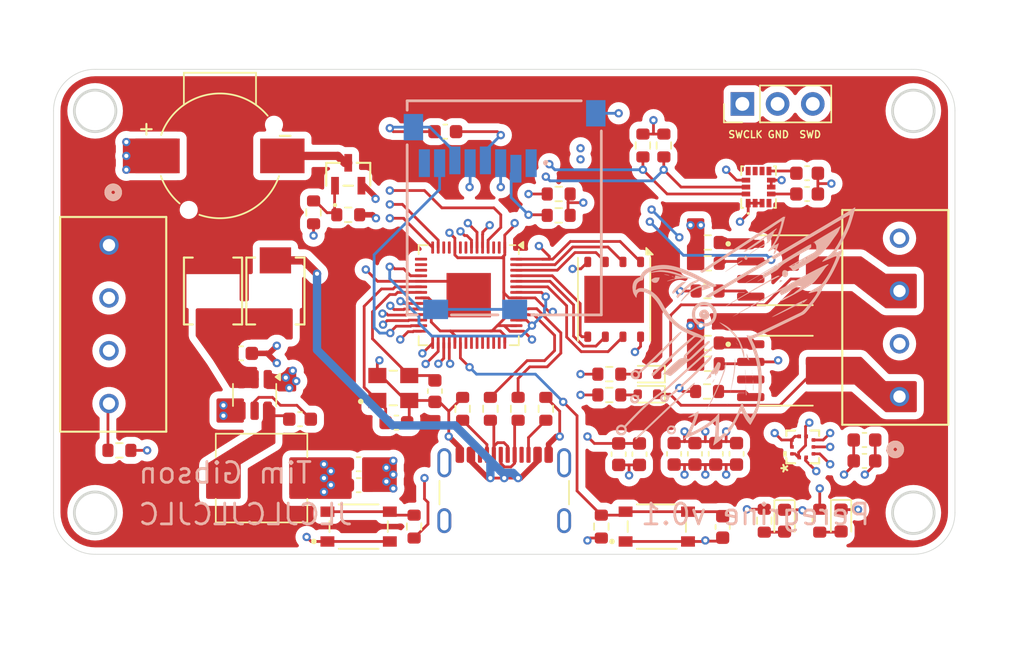
<source format=kicad_pcb>
(kicad_pcb (version 20240108) (generator "pcbnew") (generator_version "8.0")
  (layers (0 "F.Cu" signal) (1 "In1.Cu" power "GND") (2 "In2.Cu" power "3V3") (31 "B.Cu" signal) (34 "B.Paste" user) (35 "F.Paste" user) (36 "B.SilkS" user "B.Silkscreen") (37 "F.SilkS" user "F.Silkscreen") (38 "B.Mask" user) (39 "F.Mask" user) (44 "Edge.Cuts" user))
  (net 0 "")
  (net 1 "GND")
  (net 6 "VCCB")
  (net 8 "Net-(U1-QSPI_SD1)")
  (net 10 "+3V3")
  (net 11 "XOUT")
  (net 14 "XIN")
  (net 15 "Net-(U1-QSPI_SD3)")
  (net 17 "Net-(U5-VDD)")
  (net 18 "USB_D-")
  (net 19 "Net-(D2-A)")
  (net 20 "Net-(D3-A)")
  (net 22 "Net-(D1-A)")
  (net 24 "+1V1")
  (net 25 "LED_1")
  (net 27 "BUZZER")
  (net 28 "Net-(U1-QSPI_SD0)")
  (net 29 "USB_D+")
  (net 32 "SDA")
  (net 33 "RUN")
  (net 35 "MAIN_CONT")
  (net 36 "Net-(U1-QSPI_SCLK)")
  (net 37 "SCL")
  (net 39 "Net-(D3-K)")
  (net 40 "Net-(U1-QSPI_SD2)")
  (net 42 "Net-(U3-SW)")
  (net 43 "Net-(U3-BST)")
  (net 44 "BTN_1")
  (net 45 "DROGUE_CONT")
  (net 46 "Net-(U5-VDDIO)")
  (net 47 "VBUS")
  (net 48 "Net-(BZ1--)")
  (net 49 "SD_DETECT")
  (net 50 "SD_CS")
  (net 51 "Net-(R13-Pad2)")
  (net 52 "QSPI_SS")
  (net 53 "Net-(Q2-B)")
  (net 54 "MOSI")
  (net 55 "MISO")
  (net 57 "SCK")
  (net 63 "Net-(D4-K)")
  (net 64 "Net-(D4-A)")
  (net 65 "DROGUE_FIRE")
  (net 66 "MAIN_FIRE")
  (net 67 "Net-(U6-GND)")
  (net 69 "Net-(U6-STAT_DIS)")
  (net 70 "Net-(U7-STAT_DIS)")
  (net 72 "Net-(U7-GND)")
  (net 73 "Net-(J6-D--PadA7)")
  (net 74 "Net-(J6-CC1)")
  (net 77 "Net-(J6-CC2)")
  (net 79 "Net-(J6-D+-PadA6)")
  (net 83 "V_BATT")
  (net 84 "Net-(J4-Pin_1)")
  (net 85 "Net-(J4-Pin_3)")
  (footprint "Capacitor_SMD:C_0603_1608Metric" (layer "F.Cu") (at 117.775 125.25 180)
    (property "Reference" "C10" (hide yes))
    (property "Value" "100n" (hide yes))
  )
  (footprint "Capacitor_SMD:C_0603_1608Metric" (layer "F.Cu") (at 148.25 133.025 -90)
    (property "Reference" "C17" (hide yes))
    (property "Value" "1u" (hide yes))
  )
  (footprint "LED_SMD:LED_0603_1608Metric" (layer "F.Cu") (at 156.79 132.5625 -90)
    (property "Reference" "D2" (hide yes))
    (property "Value" "LED" (hide yes))
  )
  (footprint "Resistor_SMD:R_0603_1608Metric" (layer "F.Cu") (at 147.1625 116)
    (property "Reference" "R20" (hide yes))
    (property "Value" "10k" (hide yes))
  )
  (footprint "CBT_09427_SMT:CUI_CBT-09427-SMT" (layer "F.Cu") (at 112 106.25)
    (property "Reference" "BZ1" (hide yes))
    (property "Value" "Buzzer" (hide yes))
  )
  (footprint "ISM330DLC:PQFN50P250X300X86-14N" (layer "F.Cu") (at 150.84 108.5 90)
    (property "Reference" "U5" (hide yes))
    (property "Value" "ISM330DLCTR" (hide yes))
  )
  (footprint "Resistor_SMD:R_0603_1608Metric" (layer "F.Cu") (at 142.5 105.5 -90)
    (property "Reference" "R11" (hide yes))
    (property "Value" "10k" (hide yes))
  )
  (footprint "Capacitor_SMD:C_0603_1608Metric" (layer "F.Cu") (at 158.475 126.75)
    (property "Reference" "C13" (hide yes))
    (property "Value" "100n" (hide yes))
  )
  (footprint "Package_DFN_QFN:QFN-56-1EP_7x7mm_P0.4mm_EP3.2x3.2mm" (layer "F.Cu") (at 129.9375 116.3 -90)
    (property "Reference" "U1" (hide yes))
    (property "Value" "RP2040" (hide yes))
  )
  (footprint "Capacitor_SMD:C_0603_1608Metric" (layer "F.Cu") (at 113.525 120.5)
    (property "Reference" "C7" (hide yes))
    (property "Value" "10u" (hide yes))
  )
  (footprint "Diode_SMD:D_SOD-523" (layer "F.Cu") (at 142.825 123.45 180)
    (property "Reference" "D3" (hide yes))
    (property "Value" "1N4148WT" (hide yes))
  )
  (footprint "Resistor_SMD:R_0603_1608Metric" (layer "F.Cu") (at 147.175 112.5 180)
    (property "Reference" "R23" (hide yes))
    (property "Value" "220" (hide yes))
  )
  (footprint "Connector_USB:USB_C_Receptacle_GCT_USB4105-xx-A_16P_TopMnt_Horizontal" (layer "F.Cu") (at 132.5 131.5)
    (property "Reference" "J6" (hide yes))
    (property "Value" "USB_C_Receptacle_USB2.0_16P" (hide yes))
  )
  (footprint "FSB560A:SSOT3_3X1P5_ONS" (layer "F.Cu") (at 121.25 107.5755)
    (property "Reference" "Q2" (hide yes))
    (property "Value" "FSB560A" (hide yes))
  )
  (footprint "Package_SON:WSON-8-1EP_6x5mm_P1.27mm_EP3.4x4.3mm" (layer "F.Cu") (at 140.425 116.6 -90)
    (property "Reference" "U2" (hide yes))
    (property "Value" "W25Q32JVZP" (hide yes))
  )
  (footprint "Capacitor_SMD:C_0603_1608Metric" (layer "F.Cu") (at 154.34 107.5 180)
    (property "Reference" "C15" (hide yes))
    (property "Value" "100n" (hide yes))
  )
  (footprint "Inductor_SMD:L_6.3x6.3_H3" (layer "F.Cu") (at 115 129.5)
    (property "Reference" "L1" (hide yes))
    (property "Value" "10u" (hide yes))
  )
  (footprint "TL3365AF180QG:SW_TL3365AF180QG" (layer "F.Cu") (at 143.5 133)
    (property "Reference" "S1" (hide yes))
    (property "Value" "TL3365AF180QG" (hide yes))
  )
  (footprint "Package_TO_SOT_SMD:TSOT-23-6" (layer "F.Cu") (at 114.5 123.5 -90)
    (property "Reference" "U3" (hide yes))
    (property "Value" "AP63203WU" (hide yes))
  )
  (footprint "Capacitor_SMD:C_0603_1608Metric" (layer "F.Cu") (at 147.75 127.75 90)
    (property "Reference" "C5" (hide yes))
    (property "Value" "1u" (hide yes))
  )
  (footprint "Resistor_SMD:R_0603_1608Metric" (layer "F.Cu") (at 140.075 122)
    (property "Reference" "R21" (hide yes))
    (property "Value" "66.5" (hide yes))
  )
  (footprint "TL3365AF180QG:SW_TL3365AF180QG" (layer "F.Cu") (at 122 133)
    (property "Reference" "S3" (hide yes))
    (property "Value" "TL3365AF180QG" (hide yes))
  )
  (footprint "Resistor_SMD:R_0603_1608Metric" (layer "F.Cu") (at 104.75 127.5)
    (property "Reference" "R1" (hide yes))
    (property "Value" "1k" (hide yes))
  )
  (footprint "Capacitor_SMD:C_0603_1608Metric" (layer "F.Cu") (at 142.25 127.775 -90)
    (property "Reference" "C2" (hide yes))
    (property "Value" "1u" (hide yes))
  )
  (footprint "Capacitor_SMD:C_0603_1608Metric" (layer "F.Cu") (at 146.25 127.75 90)
    (property "Reference" "C4" (hide yes))
    (property "Value" "1u" (hide yes))
  )
  (footprint "Capacitor_SMD:C_0603_1608Metric" (layer "F.Cu") (at 128.25 104.5 180)
    (property "Reference" "C18" (hide yes))
    (property "Value" "100nF" (hide yes))
  )
  (footprint "Resistor_SMD:R_0603_1608Metric" (layer "F.Cu") (at 135.5 124.5 90)
    (property "Reference" "R3" (hide yes))
    (property "Value" "5k1" (hide yes))
  )
  (footprint "Capacitor_SMD:C_0603_1608Metric" (layer "F.Cu") (at 140.75 127.775 -90)
    (property "Reference" "C1" (hide yes))
    (property "Value" "10u" (hide yes))
  )
  (footprint "LSM115JE3:DO-214BA_MCH" (layer "F.Cu") (at 111.5 116 90)
    (property "Reference" "D5" (hide yes))
    (property "Value" "LSM115JE3/TR13" (hide yes))
  )
  (footprint "YO0421500000G:CONN4_500000G_AMP" (layer "F.Cu") (at 104 112.69 -90)
    (property "Reference" "J2" (hide yes))
    (property "Value" "Screw_Terminal_01x04" (hide yes))
  )
  (footprint "Connector_PinHeader_2.54mm:PinHeader_1x03_P2.54mm_Vertical" (layer "F.Cu") (at 149.67 102.5 90)
    (property "Reference" "J4" (hide yes))
    (property "Value" "Conn_01x03_Pin" (hide yes))
  )
  (footprint "Resistor_SMD:R_0603_1608Metric" (layer "F.Cu") (at 133.5 124.5 90)
    (property "Reference" "R5" (hide yes))
    (property "Value" "27" (hide yes))
  )
  (footprint "Capacitor_SMD:C_0603_1608Metric" (layer "F.Cu") (at 158.475 128.26)
    (property "Reference" "C14" (hide yes))
    (property "Value" "100n" (hide yes))
  )
  (footprint "Capacitor_SMD:C_0603_1608Metric" (layer "F.Cu") (at 124.725 125.5)
    (property "Reference" "C12" (hide yes))
    (property "Value" "15p" (hide yes))
  )
  (footprint "Resistor_SMD:R_0603_1608Metric" (layer "F.Cu") (at 121.25 110.5 180)
    (property "Reference" "R15" (hide yes))
    (property "Value" "10k" (hide yes))
  )
  (footprint "Capacitor_SMD:C_0603_1608Metric" (layer "F.Cu") (at 149.25 127.75 90)
    (property "Reference" "C6" (hide yes))
    (property "Value" "10u" (hide yes))
  )
  (footprint "Resistor_SMD:R_0603_1608Metric" (layer "F.Cu") (at 147.175 121.25 180)
    (property "Reference" "R17" (hide yes))
    (property "Value" "10k" (hide yes))
  )
  (footprint "Capacitor_SMD:C_0603_1608Metric" (layer "F.Cu") (at 154.34 109)
    (property "Reference" "C16" (hide yes))
    (property "Value" "100n" (hide yes))
  )
  (footprint "Resistor_SMD:R_0603_1608Metric" (layer "F.Cu") (at 129.5 124.5 90)
    (property "Reference" "R2" (hide yes))
    (property "Value" "5k1" (hide yes))
  )
  (footprint "LED_SMD:LED_0603_1608Metric" (layer "F.Cu") (at 152.7125 132.575 -90)
    (property "Reference" "D1" (hide yes))
    (property "Value" "LED" (hide yes))
  )
  (footprint "Resistor_SMD:R_0603_1608Metric" (layer "F.Cu") (at 151.25 132.575 -90)
    (property "Reference" "R6" (hide yes))
    (property "Value" "66.5" (hide yes))
  )
  (footprint "Capacitor_SMD:C_0603_1608Metric" (layer "F.Cu") (at 127.5 123.225 -90)
    (property "Reference" "C11" (hide yes))
    (property "Value" "15p" (hide yes))
  )
  (footprint "Resistor_SMD:R_0603_1608Metric" (layer "F.Cu") (at 139.5 133 90)
    (property "Reference" "R12" (hide yes))
    (property "Value" "10k" (hide yes))
  )
  (footprint "LSM115JE3:DO-214BA_MCH" (layer "F.Cu") (at 116 116 90)
    (property "Reference" "D6" (hide yes))
    (property "Value" "LSM115JE3/TR13" (hide yes))
  )
  (footprint "Capacitor_SMD:C_0603_1608Metric" (layer "F.Cu") (at 144.75 127.75 90)
    (property "Reference" "C3" (hide yes))
    (property "Value" "1u" (hide yes))
  )
  (footprint "Resistor_SMD:R_0603_1608Metric" (layer "F.Cu") (at 147.125 123.25)
    (property "Reference" "R16" (hide yes))
    (property "Value" "10k" (hide yes))
  )
  (footprint "VN5E160STR:SOIC127P600X175-8N" (layer "F.Cu") (at 152.75 114.5)
    (property "Reference" "U7" (hide yes))
    (property "Value" "VN5E160STR-E" (hide yes))
  )
  (footprint "Resistor_SMD:R_0603_1608Metric" (layer "F.Cu") (at 136.425 110.54 180)
    (property "Reference" "R9" (hide yes))
    (property "Value" "10k" (hide yes))
  )
  (footprint "Diode_SMD:D_SOD-523" (layer "F.Cu") (at 142.825 122 180)
    (property "Reference" "D4" (hide yes))
    (property "Value" "1N4148WT" (hide yes))
  )
  (footprint "Resistor_SMD:R_0603_1608Metric" (layer "F.Cu") (at 140.075 123.5)
    (property "Reference" "R22" (hide yes))
    (property "Value" "66.5" (hide yes))
  )
  (footprint "ECS_120:XTAL_ECS-120-20-33-AEL-TR" (layer "F.Cu") (at 124.5 123)
    (property "Reference" "Y1" (hide yes))
    (property "Value" "ECS-120-20-33-AEL-TR" (hide yes))
  )
  (footprint "Resistor_SMD:R_0603_1608Metric" (layer "F.Cu") (at 147.175 119.75 180)
    (property "Reference" "R18" (hide yes))
    (property "Value" "220" (hide yes))
  )
  (footprint "Resistor_SMD:R_0603_1608Metric" (layer "F.Cu") (at 144.01 105.5 -90)
    (property "Reference" "R10" (hide yes))
    (property "Value" "10k" (hide yes))
  )
  (footprint "Resistor_SMD:R_0603_1608Metric" (layer "F.Cu") (at 136.425 109 180)
    (property "Reference" "R8" (hide yes))
    (property "Value" "10k" (hide yes))
  )
  (footprint "BMP581:QFN10_BMP581_BOS" (layer "F.Cu") (at 154.023001 127.249999 90)
    (property "Reference" "U4" (hide yes))
    (property "Value" "BMP581" (hide yes))
  )
  (footprint "VN5E160STR:SOIC127P600X175-8N" (layer "F.Cu") (at 152.75 121.75)
    (property "Reference" "U6" (hide yes))
    (property "Value" "VN5E160STR-E" (hide yes))
  )
  (footprint "Resistor_SMD:R_0603_1608Metric" (layer "F.Cu") (at 155.25 132.575 -90)
    (property "Reference" "R7" (hide yes))
    (property "Value" "66.5" (hide yes))
  )
  (footprint "YO0421500000G:CONN4_500000G_AMP" (layer "F.Cu") (at 161 123.62 90)
    (property "Reference" "J5" (hide yes))
    (property "Value" "Screw_Terminal_01x04" (hide yes))
  )
  (footprint "Resistor_SMD:R_0603_1608Metric" (layer "F.Cu") (at 118.75 110.325 90)
    (property "Reference" "R14" (hide yes))
    (property "Value" "470" (hide yes))
  )
  (footprint "Resistor_SMD:R_0603_1608Metric" (layer "F.Cu") (at 131.5 124.5 90)
    (property "Reference" "R4" (hide yes))
    (property "Value" "27" (hide yes))
  )
  (footprint "Capacitor_SMD:C_0603_1608Metric" (layer "F.Cu") (at 122 130.01)
    (property "Reference" "C9" (hide yes))
    (property "Value" "22u" (hide yes))
  )
  (footprint "Capacitor_SMD:C_0603_1608Metric" (layer "F.Cu") (at 122 128.5)
    (property "Reference" "C8" (hide yes))
    (property "Value" "22u" (hide yes))
  )
  (footprint "Resistor_SMD:R_0603_1608Metric" (layer "F.Cu") (at 147.175 114 180)
    (property "Reference" "R19" (hide yes))
    (property "Value" "10k" (hide yes))
  )
  (footprint "Resistor_SMD:R_0603_1608Metric" (layer "F.Cu") (at 126 133 90)
    (property "Reference" "R13" (hide yes))
    (property "Value" "1k" (hide yes))
  )
  (footprint "MEM2061:GCT_MEM2061-01-188-00-A_REVA" (layer "B.Cu") (at 132.5 110)
    (property "Reference" "J1" (hide yes))
    (property "Value" "MEM2061-01-188-00-A_REVA" (hide yes))
  )
  (gr_poly (pts (xy 144.054921 114.798568) (xy 144.061537 114.798827) (xy 144.069033 114.799282) (xy 144.086208 114.800737) (xy 144.105525 114.802842) (xy 144.126064 114.80551) (xy 144.146907 114.808648) (xy 144.167133 114.812169) (xy 144.20818 114.820573) (xy 144.249309 114.830241) (xy 144.288703 114.840611) (xy 144.324544 114.851116) (xy 144.355014 114.861193) (xy 144.378294 114.870277) (xy 144.386671 114.874271) (xy 144.392568 114.877805) (xy 144.395759 114.880809) (xy 144.396269 114.88209) (xy 144.396017 114.883212) (xy 144.395747 114.883633) (xy 144.395472 114.884025) (xy 144.395186 114.884389) (xy 144.394882 114.884722) (xy 144.394555 114.885025) (xy 144.394198 114.885297) (xy 144.394007 114.885421) (xy 144.393806 114.885538) (xy 144.393595 114.885646) (xy 144.393372 114.885747) (xy 144.393138 114.885839) (xy 144.392891 114.885924) (xy 144.39263 114.886) (xy 144.392355 114.886068) (xy 144.39176 114.886179) (xy 144.391098 114.886257) (xy 144.390364 114.8863) (xy 144.389553 114.886309) (xy 144.388657 114.886284) (xy 144.38767 114.886222) (xy 144.386587 114.886125) (xy 144.385402 114.885991) (xy 144.384108 114.885821) (xy 144.382699 114.885613) (xy 144.381169 114.885367) (xy 144.379513 114.885083) (xy 144.377724 114.884761) (xy 144.375795 114.884399) (xy 144.371497 114.883556) (xy 144.36657 114.882551) (xy 144.360965 114.88138) (xy 144.354633 114.880039) (xy 144.296973 114.866895) (xy 144.210175 114.846327) (xy 144.124318 114.825541) (xy 144.069479 114.81174) (xy 144.062668 114.809821) (xy 144.056488 114.807923) (xy 144.051064 114.806095) (xy 144.046518 114.804385) (xy 144.042972 114.802844) (xy 144.041612 114.802152) (xy 144.040549 114.80152) (xy 144.039797 114.800955) (xy 144.039371 114.800463) (xy 144.039286 114.800246) (xy 144.039288 114.80005) (xy 144.03938 114.799875) (xy 144.039563 114.799722) (xy 144.04036 114.799371) (xy 144.041507 114.799082) (xy 144.044791 114.798685) (xy 144.049301 114.798517)) (stroke (width -0.000001)) (fill solid) (layer "B.SilkS"))
  (gr_poly (pts (xy 147.030618 122.417552) (xy 147.030905 122.417574) (xy 147.031191 122.417608) (xy 147.031476 122.417655) (xy 147.03176 122.417714) (xy 147.032042 122.417786) (xy 147.032322 122.417871) (xy 147.0326 122.417969) (xy 147.032875 122.418079) (xy 147.033147 122.418203) (xy 147.033415 122.41834) (xy 147.033683 122.418491) (xy 147.033941 122.418652) (xy 147.034191 122.418823) (xy 147.034432 122.419003) (xy 147.034664 122.419192) (xy 147.034887 122.41939) (xy 147.0351 122.419596) (xy 147.035305 122.41981) (xy 147.035499 122.420032) (xy 147.035684 122.420261) (xy 147.035859 122.420496) (xy 147.036023 122.420738) (xy 147.036178 122.420987) (xy 147.036322 122.421241) (xy 147.036456 122.4215) (xy 147.036579 122.421765) (xy 147.036691 122.422034) (xy 147.036792 122.422308) (xy 147.036882 122.422586) (xy 147.03696 122.422868) (xy 147.037027 122.423153) (xy 147.037083 122.423441) (xy 147.037127 122.423732) (xy 147.037159 122.424025) (xy 147.037178 122.42432) (xy 147.037186 122.424616) (xy 147.037181 122.424914) (xy 147.037164 122.425213) (xy 147.037133 122.425513) (xy 147.03709 122.425812) (xy 147.037035 122.426112) (xy 147.036965 122.426411) (xy 147.036204 122.429326) (xy 147.035399 122.432229) (xy 147.034552 122.43512) (xy 147.033662 122.437998) (xy 147.03273 122.440862) (xy 147.031755 122.443713) (xy 147.030738 122.446549) (xy 147.029679 122.44937) (xy 147.029766 122.44937) (xy 147.02918 122.450855) (xy 147.028568 122.45233) (xy 147.027929 122.453793) (xy 147.027265 122.455245) (xy 147.026574 122.456684) (xy 147.025858 122.458111) (xy 147.025116 122.459525) (xy 147.024349 122.460926) (xy 147.023706 122.462032) (xy 147.023025 122.463114) (xy 147.022308 122.464172) (xy 147.021555 122.465203) (xy 147.020766 122.466208) (xy 147.019943 122.467185) (xy 147.019087 122.468134) (xy 147.018197 122.469054) (xy 147.017886 122.469355) (xy 147.017567 122.469646) (xy 147.017239 122.469928) (xy 147.016904 122.470199) (xy 147.016562 122.470461) (xy 147.016212 122.470711) (xy 147.015855 122.470952) (xy 147.015491 122.471181) (xy 147.01512 122.4714) (xy 147.014744 122.471608) (xy 147.014361 122.471804) (xy 147.013972 122.47199) (xy 147.013578 122.472164) (xy 147.013178 122.472326) (xy 147.012773 122.472477) (xy 147.012363 122.472616) (xy 147.012048 122.472706) (xy 147.01173 122.472773) (xy 147.011411 122.472817) (xy 147.011091 122.47284) (xy 147.010772 122.47284) (xy 147.010454 122.472819) (xy 147.010139 122.472776) (xy 147.009829 122.472712) (xy 147.009523 122.472628) (xy 147.009223 122.472523) (xy 147.008931 122.472397) (xy 147.008647 122.472251) (xy 147.008372 122.472086) (xy 147.008108 122.471901) (xy 147.007856 122.471696) (xy 147.007616 122.471473) (xy 147.007347 122.471193) (xy 147.007089 122.470904) (xy 147.006843 122.470605) (xy 147.00661 122.470298) (xy 147.006389 122.469982) (xy 147.006181 122.469659) (xy 147.005986 122.469327) (xy 147.005803 122.468989) (xy 147.005634 122.468644) (xy 147.005479 122.468292) (xy 147.005337 122.467934) (xy 147.005208 122.467571) (xy 147.005094 122.467203) (xy 147.004994 122.466829) (xy 147.004908 122.466451) (xy 147.004837 122.466069) (xy 147.00468 122.465069) (xy 147.004559 122.464064) (xy 147.004472 122.463057) (xy 147.004421 122.462047) (xy 147.004406 122.461037) (xy 147.004426 122.460026) (xy 147.004482 122.459015) (xy 147.004573 122.458006) (xy 147.004732 122.456814) (xy 147.004925 122.455627) (xy 147.005154 122.454447) (xy 147.005418 122.453275) (xy 147.005717 122.452112) (xy 147.006051 122.450958) (xy 147.006419 122.449813) (xy 147.006821 122.44868) (xy 147.007283 122.447485) (xy 147.007774 122.446303) (xy 147.008293 122.445133) (xy 147.008841 122.443976) (xy 147.009418 122.442833) (xy 147.010022 122.441705) (xy 147.010655 122.440592) (xy 147.011315 122.439494) (xy 147.012899 122.436973) (xy 147.014521 122.434478) (xy 147.01618 122.432007) (xy 147.017877 122.429563) (xy 147.01961 122.427144) (xy 147.021381 122.424752) (xy 147.023187 122.422386) (xy 147.02503 122.420049) (xy 147.025223 122.419818) (xy 147.025425 122.419598) (xy 147.025635 122.419388) (xy 147.025853 122.41919) (xy 147.026078 122.419002) (xy 147.02631 122.418825) (xy 147.026548 122.418659) (xy 147.026792 122.418505) (xy 147.027042 122.418361) (xy 147.027297 122.418229) (xy 147.027556 122.418108) (xy 147.027821 122.417999) (xy 147.028089 122.417901) (xy 147.028361 122.417815) (xy 147.028636 122.41774) (xy 147.028914 122.417677) (xy 147.029194 122.417626) (xy 147.029477 122.417587) (xy 147.029761 122.41756) (xy 147.030046 122.417545) (xy 147.030332 122.417543)) (stroke (width 0.005483)) (fill none) (layer "B.SilkS"))
  (gr_poly (pts (xy 144.551972 125.827437) (xy 144.554483 125.827579) (xy 144.556985 125.827821) (xy 144.559476 125.828161) (xy 144.561952 125.8286) (xy 144.564411 125.829137) (xy 144.566849 125.829772) (xy 144.570014 125.830702) (xy 144.573154 125.831699) (xy 144.57627 125.832765) (xy 144.57936 125.833897) (xy 144.582423 125.835096) (xy 144.585459 125.836361) (xy 144.588465 125.837691) (xy 144.591441 125.839087) (xy 144.594386 125.840547) (xy 144.597299 125.842072) (xy 144.600178 125.843659) (xy 144.603023 125.84531) (xy 144.605833 125.847023) (xy 144.608607 125.848798) (xy 144.611343 125.850635) (xy 144.61404 125.852532) (xy 144.620935 125.857603) (xy 144.627725 125.862811) (xy 144.634406 125.868154) (xy 144.640977 125.87363) (xy 144.647437 125.879237) (xy 144.653782 125.884974) (xy 144.660012 125.89084) (xy 144.666123 125.896832) (xy 144.672065 125.902898) (xy 144.67788 125.90908) (xy 144.683569 125.915378) (xy 144.689128 125.921788) (xy 144.694557 125.92831) (xy 144.699854 125.93494) (xy 144.705017 125.941677) (xy 144.710044 125.948519) (xy 144.711872 125.951125) (xy 144.713636 125.95377) (xy 144.715336 125.956454) (xy 144.71697 125.959176) (xy 144.718539 125.961934) (xy 144.720042 125.964727) (xy 144.721479 125.967554) (xy 144.722848 125.970413) (xy 144.724149 125.973304) (xy 144.725382 125.976226) (xy 144.726546 125.979176) (xy 144.727641 125.982154) (xy 144.728665 125.985159) (xy 144.72962 125.988189) (xy 144.730503 125.991244) (xy 144.731314 125.994321) (xy 144.732179 125.997975) (xy 144.732946 126.001645) (xy 144.733613 126.005331) (xy 144.73418 126.00903) (xy 144.734648 126.012741) (xy 144.735017 126.01646) (xy 144.735286 126.020187) (xy 144.735456 126.023918) (xy 144.735526 126.027653) (xy 144.735496 126.031389) (xy 144.735366 126.035125) (xy 144.735137 126.038857) (xy 144.734808 126.042585) (xy 144.734378 126.046305) (xy 144.733849 126.050017) (xy 144.733219 126.053718) (xy 144.731495 126.062268) (xy 144.729482 126.070747) (xy 144.727183 126.079147) (xy 144.7246 126.087462) (xy 144.721736 126.095685) (xy 144.718594 126.103807) (xy 144.715174 126.111823) (xy 144.711481 126.119724) (xy 144.709619 126.123453) (xy 144.707692 126.127147) (xy 144.705701 126.130804) (xy 144.703647 126.134424) (xy 144.70153 126.138006) (xy 144.699351 126.14155) (xy 144.69711 126.145054) (xy 144.694807 126.148518) (xy 144.692444 126.151941) (xy 144.690021 126.155322) (xy 144.687538 126.15866) (xy 144.684996 126.161955) (xy 144.682396 126.165205) (xy 144.679738 126.16841) (xy 144.677022 126.171569) (xy 144.674249 126.174682) (xy 144.672014 126.177057) (xy 144.669698 126.179342) (xy 144.667305 126.181535) (xy 144.664836 126.183636) (xy 144.662295 126.185642) (xy 144.659685 126.187551) (xy 144.657009 126.189363) (xy 144.654269 126.191074) (xy 144.651468 126.192684) (xy 144.648609 126.194191) (xy 144.645695 126.195593) (xy 144.642728 126.196888) (xy 144.639712 126.198075) (xy 144.636649 126.199152) (xy 144.633542 126.200118) (xy 144.630394 126.20097) (xy 144.62144 126.203014) (xy 144.612436 126.204667) (xy 144.603395 126.205929) (xy 144.594328 126.206803) (xy 144.585248 126.207288) (xy 144.576168 126.207387) (xy 144.5671 126.207101) (xy 144.558056 126.20643) (xy 144.549048 126.205376) (xy 144.540089 126.20394) (xy 144.531192 126.202124) (xy 144.522369 126.199928) (xy 144.513631 126.197353) (xy 144.504992 126.194401) (xy 144.496464 126.191074) (xy 144.488059 126.187371) (xy 144.479909 126.183347) (xy 144.471973 126.178981) (xy 144.464261 126.174282) (xy 144.45678 126.16926) (xy 144.449542 126.163924) (xy 144.442555 126.158283) (xy 144.435828 126.152346) (xy 144.429371 126.146123) (xy 144.423192 126.139624) (xy 144.417302 126.132856) (xy 144.411709 126.125831) (xy 144.406422 126.118556) (xy 144.401451 126.111042) (xy 144.396805 126.103297) (xy 144.392494 126.095332) (xy 144.388526 126.087154) (xy 144.385077 126.079127) (xy 144.382026 126.070977) (xy 144.379373 126.062719) (xy 144.37712 126.054368) (xy 144.375268 126.045939) (xy 144.373816 126.037445) (xy 144.372766 126.028902) (xy 144.372119 126.020323) (xy 144.371874 126.011723) (xy 144.372034 126.003116) (xy 144.372598 125.994518) (xy 144.373568 125.985942) (xy 144.374944 125.977403) (xy 144.376727 125.968915) (xy 144.378918 125.960493) (xy 144.381517 125.952151) (xy 144.384516 125.943923) (xy 144.387886 125.935878) (xy 144.391619 125.928027) (xy 144.395705 125.92038) (xy 144.400136 125.912949) (xy 144.404901 125.905744) (xy 144.409992 125.898777) (xy 144.415399 125.892057) (xy 144.421114 125.885597) (xy 144.427126 125.879407) (xy 144.433427 125.873499) (xy 144.440008 125.867882) (xy 144.446858 125.862568) (xy 144.45397 125.857568) (xy 144.461334 125.852893) (xy 144.468941 125.848554) (xy 144.468933 125.848557) (xy 144.471915 125.846987) (xy 144.474929 125.845478) (xy 144.477972 125.844033) (xy 144.481044 125.84265) (xy 144.484144 125.841331) (xy 144.48727 125.840076) (xy 144.490422 125.838884) (xy 144.493599 125.837757) (xy 144.496964 125.836636) (xy 144.500347 125.835575) (xy 144.503748 125.834573) (xy 144.507166 125.833632) (xy 144.510599 125.832751) (xy 144.514048 125.83193) (xy 144.517512 125.83117) (xy 144.520989 125.830471) (xy 144.524205 125.829885) (xy 144.527431 125.829358) (xy 144.530665 125.828891) (xy 144.533907 125.828483) (xy 144.537156 125.828134) (xy 144.540411 125.827846) (xy 144.543672 125.827618) (xy 144.546936 125.82745) (xy 144.549455 125.827393)) (stroke (width 0.005483)) (fill none) (layer "B.SilkS"))
  (gr_poly (pts (xy 145.254268 118.938896) (xy 145.25707 118.939049) (xy 145.25987 118.9393) (xy 145.262666 118.939649) (xy 145.263686 118.939819) (xy 145.264689 118.940034) (xy 145.265674 118.940292) (xy 145.266638 118.940593) (xy 145.267583 118.940936) (xy 145.268506 118.941318) (xy 145.269406 118.94174) (xy 145.270283 118.9422) (xy 145.271135 118.942697) (xy 145.271962 118.94323) (xy 145.272763 118.943798) (xy 145.273536 118.944399) (xy 145.274281 118.945032) (xy 145.274997 118.945697) (xy 145.275682 118.946392) (xy 145.276337 118.947115) (xy 145.276958 118.947867) (xy 145.277547 118.948646) (xy 145.278101 118.94945) (xy 145.278621 118.950278) (xy 145.279104 118.95113) (xy 145.27955 118.952004) (xy 145.279957 118.9529) (xy 145.280326 118.953815) (xy 145.280655 118.954749) (xy 145.280942 118.955701) (xy 145.281188 118.956669) (xy 145.28139 118.957653) (xy 145.281549 118.958651) (xy 145.281662 118.959663) (xy 145.28173 118.960686) (xy 145.281751 118.96172) (xy 145.28175 118.96172) (xy 145.28175 118.961719) (xy 145.28175 118.961718) (xy 145.281748 118.961717) (xy 145.281636 118.96627) (xy 145.28133 118.970799) (xy 145.280831 118.975298) (xy 145.280141 118.979762) (xy 145.279262 118.984184) (xy 145.278198 118.988559) (xy 145.276949 118.992881) (xy 145.275517 118.997144) (xy 145.273906 119.001343) (xy 145.272116 119.00547) (xy 145.270151 119.009522) (xy 145.268012 119.013491) (xy 145.265701 119.017372) (xy 145.26322 119.021158) (xy 145.260572 119.024846) (xy 145.257759 119.028427) (xy 145.226087 119.066514) (xy 145.193936 119.104198) (xy 145.161313 119.141474) (xy 145.128223 119.178335) (xy 145.072486 119.239086) (xy 145.016199 119.299333) (xy 144.959369 119.359068) (xy 144.902003 119.418284) (xy 144.666141 119.658941) (xy 144.429647 119.898977) (xy 144.150097 120.180191) (xy 143.868928 120.459508) (xy 143.579398 120.743658) (xy 143.288127 121.026179) (xy 143.029679 121.27399) (xy 142.769632 121.520503) (xy 142.689056 121.595598) (xy 142.607669 121.66975) (xy 142.525467 121.742964) (xy 142.442441 121.815245) (xy 142.287252 121.948816) (xy 142.294316 122.04809) (xy 142.294801 122.056586) (xy 142.295049 122.065081) (xy 142.29506 122.073569) (xy 142.294834 122.082047) (xy 142.294374 122.090508) (xy 142.293678 122.098948) (xy 142.292749 122.107363) (xy 142.291586 122.115747) (xy 142.290192 122.124095) (xy 142.288565 122.132403) (xy 142.286708 122.140666) (xy 142.28462 122.148878) (xy 142.282303 122.157036) (xy 142.279757 122.165134) (xy 142.276984 122.173167) (xy 142.273983 122.18113) (xy 142.270806 122.188879) (xy 142.267409 122.196521) (xy 142.263795 122.20405) (xy 142.259966 122.211462) (xy 142.255925 122.218753) (xy 142.251676 122.225918) (xy 142.247222 122.232954) (xy 142.242566 122.239855) (xy 142.23771 122.246617) (xy 142.232658 122.253237) (xy 142.227413 122.259709) (xy 142.221977 122.266029) (xy 142.216355 122.272193) (xy 142.210549 122.278196) (xy 142.204562 122.284034) (xy 142.198397 122.289703) (xy 142.191828 122.295405) (xy 142.185112 122.300915) (xy 142.178254 122.306231) (xy 142.171258 122.31135) (xy 142.164129 122.316269) (xy 142.15687 122.320987) (xy 142.149487 122.3255) (xy 142.141982 122.329807) (xy 142.134362 122.333905) (xy 142.12663 122.337791) (xy 142.11879 122.341464) (xy 142.110848 122.34492) (xy 142.102806 122.348157) (xy 142.094671 122.351174) (xy 142.086445 122.353966) (xy 142.078133 122.356533) (xy 142.069235 122.359035) (xy 142.06029 122.361329) (xy 142.051302 122.363414) (xy 142.042273 122.365291) (xy 142.033209 122.366959) (xy 142.024113 122.368417) (xy 142.014987 122.369665) (xy 142.005837 122.370703) (xy 141.996665 122.371531) (xy 141.987475 122.372147) (xy 141.978272 122.372552) (xy 141.969057 122.372745) (xy 141.959836 122.372727) (xy 141.950612 122.372495) (xy 141.941388 122.372051) (xy 141.932168 122.371394) (xy 141.916464 122.369795) (xy 141.900847 122.367614) (xy 141.885332 122.364856) (xy 141.869937 122.361522) (xy 141.854676 122.357618) (xy 141.839566 122.353147) (xy 141.824622 122.348113) (xy 141.809862 122.342519) (xy 141.803187 122.339752) (xy 141.796589 122.336825) (xy 141.79007 122.333741) (xy 141.783633 122.330502) (xy 141.777281 122.327109) (xy 141.771016 122.323563) (xy 141.76484 122.319867) (xy 141.758758 122.316023) (xy 141.75277 122.312032) (xy 141.746881 122.307895) (xy 141.741092 122.303615) (xy 141.735407 122.299194) (xy 141.729828 122.294633) (xy 141.724358 122.289934) (xy 141.718999 122.285098) (xy 141.713754 122.280128) (xy 141.70867 122.275068) (xy 141.703718 122.269889) (xy 141.6989 122.264595) (xy 141.694217 122.259188) (xy 141.689671 122.25367) (xy 141.685264 122.248045) (xy 141.680998 122.242315) (xy 141.676875 122.236483) (xy 141.672896 122.230551) (xy 141.669064 122.224522) (xy 141.66538 122.218399) (xy 141.661846 122.212185) (xy 141.658464 122.205881) (xy 141.655236 122.199492) (xy 141.652164 122.193019) (xy 141.649249 122.186465) (xy 141.643397 122.172096) (xy 141.638114 122.157527) (xy 141.633403 122.142776) (xy 141.629269 122.127859) (xy 141.625715 122.112792) (xy 141.622748 122.097594) (xy 141.62037 122.082281) (xy 141.618586 122.066869) (xy 141.617643 122.05574) (xy 141.616949 122.044597) (xy 141.616505 122.033444) (xy 141.616311 122.022285) (xy 141.616366 122.011125) (xy 141.616671 121.999967) (xy 141.617226 121.988816) (xy 141.618031 121.977676) (xy 141.618996 121.968154) (xy 141.620298 121.958682) (xy 141.621935 121.949269) (xy 141.623904 121.939922) (xy 141.626203 121.93065) (xy 141.628831 121.921464) (xy 141.631786 121.91237) (xy 141.635065 121.903379) (xy 141.638617 121.894625) (xy 141.642481 121.886014) (xy 141.646651 121.877554) (xy 141.651122 121.869253) (xy 141.655891 121.861118) (xy 141.660952 121.853159) (xy 141.666301 121.845383) (xy 141.671934 121.837798) (xy 141.678639 121.829318) (xy 141.685543 121.821007) (xy 141.692645 121.812866) (xy 141.69994 121.804901) (xy 141.707425 121.797114) (xy 141.715097 121.789509) (xy 141.722953 121.78209) (xy 141.73099 121.77486) (xy 141.73609 121.77045) (xy 141.741257 121.766119) (xy 141.746488 121.761867) (xy 141.751783 121.757695) (xy 141.757141 121.753604) (xy 141.762561 121.749595) (xy 141.768041 121.745669) (xy 141.773582 121.741826) (xy 141.777831 121.739033) (xy 141.782172 121.736393) (xy 141.786599 121.733907) (xy 141.791108 121.731578) (xy 141.795696 121.729407) (xy 141.800358 121.727396) (xy 141.805091 121.725548) (xy 141.809889 121.723865) (xy 141.815109 121.722223) (xy 141.820374 121.720742) (xy 141.825679 121.719423) (xy 141.83102 121.718266) (xy 141.836394 121.717273) (xy 141.841798 121.716444) (xy 141.847226 121.715779) (xy 141.852676 121.71528) (xy 141.869065 121.714189) (xy 141.88547 121.713409) (xy 141.901887 121.712941) (xy 141.918311 121.712785) (xy 141.925805 121.712829) (xy 141.933298 121.712959) (xy 141.940787 121.713176) (xy 141.948273 121.713479) (xy 141.955756 121.713868) (xy 141.963233 121.714344) (xy 141.970705 121.714905) (xy 141.978171 121.715553) (xy 141.984482 121.716198) (xy 141.990778 121.716962) (xy 141.997058 121.717845) (xy 142.003318 121.718847) (xy 142.009559 121.719968) (xy 142.015778 121.721207) (xy 142.021973 121.722563) (xy 142.028143 121.724038) (xy 142.034002 121.72556) (xy 142.039828 121.7272) (xy 142.045618 121.728956) (xy 142.051371 121.730829) (xy 142.057085 121.732818) (xy 142.062758 121.734922) (xy 142.068388 121.73714) (xy 142.073974 121.739473) (xy 142.080022 121.742126) (xy 142.086028 121.744872) (xy 142.091989 121.747711) (xy 142.097904 121.750642) (xy 142.103774 121.753665) (xy 142.109596 121.75678) (xy 142.11537 121.759985) (xy 142.121094 121.76328) (xy 142.207258 121.813777) (xy 142.341587 121.685568) (xy 142.643974 121.397625) (xy 142.931721 121.124993) (xy 143.186008 120.885047) (xy 143.218371 120.854683) (xy 143.247563 120.827559) (xy 143.274681 120.802641) (xy 143.300822 120.778892) (xy 143.318224 120.763) (xy 143.335457 120.746928) (xy 143.352517 120.730677) (xy 143.369403 120.714248) (xy 143.588606 120.498287) (xy 143.852098 120.237302) (xy 144.149037 119.941525) (xy 144.298558 119.792602) (xy 144.447372 119.645187) (xy 144.585118 119.509585) (xy 144.722891 119.37489) (xy 144.838673 119.262376) (xy 144.954653 119.150275) (xy 144.977909 119.128193) (xy 145.001404 119.106549) (xy 145.025165 119.085319) (xy 145.049217 119.064478) (xy 145.060986 119.054526) (xy 145.072846 119.044684) (xy 145.084794 119.034951) (xy 145.09683 119.025327) (xy 145.108953 119.015814) (xy 145.121163 119.006412) (xy 145.13346 118.997121) (xy 145.145841 118.987942) (xy 145.154444 118.981804) (xy 145.163205 118.975906) (xy 145.172119 118.970249) (xy 145.181182 118.964837) (xy 145.190389 118.959674) (xy 145.199734 118.954761) (xy 145.209212 118.950102) (xy 145.218819 118.945699) (xy 145.221416 118.944606) (xy 145.224043 118.943606) (xy 145.226699 118.9427) (xy 145.229381 118.941888) (xy 145.232087 118.941172) (xy 145.234813 118.940551) (xy 145.237558 118.940025) (xy 145.240318 118.939595) (xy 145.243092 118.939261) (xy 145.245876 118.939024) (xy 145.248669 118.938884) (xy 145.251467 118.938841)) (stroke (width 0.005483)) (fill none) (layer "B.SilkS"))
  (gr_poly (pts (xy 146.233077 122.626912) (xy 146.235002 122.626999) (xy 146.236924 122.627155) (xy 146.238843 122.627381) (xy 146.240757 122.627676) (xy 146.242663 122.628041) (xy 146.243376 122.628208) (xy 146.244076 122.628403) (xy 146.244762 122.628628) (xy 146.245433 122.628881) (xy 146.24609 122.62916) (xy 146.24673 122.629467) (xy 146.247354 122.629799) (xy 146.247961 122.630156) (xy 146.24855 122.630537) (xy 146.249121 122.630942) (xy 146.249673 122.63137) (xy 146.250206 122.631819) (xy 146.250719 122.63229) (xy 146.25121 122.632781) (xy 146.251681 122.633292) (xy 146.25213 122.633822) (xy 146.252556 122.634371) (xy 146.252959 122.634936) (xy 146.253339 122.635519) (xy 146.253694 122.636118) (xy 146.254024 122.636731) (xy 146.254329 122.63736) (xy 146.254608 122.638002) (xy 146.254859 122.638657) (xy 146.255084 122.639325) (xy 146.25528 122.640003) (xy 146.255448 122.640693) (xy 146.255587 122.641393) (xy 146.255696 122.642102) (xy 146.255775 122.64282) (xy 146.255822 122.643545) (xy 146.255838 122.644276) (xy 146.255786 122.646662) (xy 146.255631 122.649036) (xy 146.255374 122.651395) (xy 146.255016 122.653734) (xy 146.254558 122.656052) (xy 146.254001 122.658345) (xy 146.253347 122.66061) (xy 146.252596 122.662844) (xy 146.25175 122.665043) (xy 146.250809 122.667205) (xy 146.249776 122.669327) (xy 146.248651 122.671405) (xy 146.247435 122.673436) (xy 146.246129 122.675417) (xy 146.244735 122.677345) (xy 146.243253 122.679217) (xy 146.218868 122.708512) (xy 146.194328 122.737659) (xy 146.169625 122.766668) (xy 146.144751 122.795548) (xy 146.11811 122.82595) (xy 146.09112 122.856041) (xy 146.063784 122.885816) (xy 146.036106 122.915272) (xy 146.023503 122.928424) (xy 146.010798 122.941477) (xy 145.997991 122.954428) (xy 145.985081 122.967278) (xy 145.972071 122.980025) (xy 145.95896 122.99267) (xy 145.94575 123.005212) (xy 145.93244 123.017649) (xy 145.895181 123.052441) (xy 145.858176 123.087499) (xy 145.700428 123.238274) (xy 145.50741 123.42351) (xy 145.302274 123.62112) (xy 145.098912 123.816648) (xy 145.001097 123.91021) (xy 144.903646 124.003031) (xy 144.740154 124.157876) (xy 144.719677 124.177085) (xy 144.699314 124.195946) (xy 144.67899 124.214529) (xy 144.658631 124.232906) (xy 144.621826 124.266115) (xy 144.585215 124.299549) (xy 144.548807 124.333202) (xy 144.512608 124.367066) (xy 144.220254 124.643163) (xy 143.86304 124.982995) (xy 143.472037 125.357423) (xy 143.347536 125.476658) (xy 143.224213 125.594106) (xy 143.115237 125.697341) (xy 143.07901 125.73141) (xy 143.04345 125.764532) (xy 143.00483 125.800506) (xy 142.966408 125.836639) (xy 142.825694 125.969833) (xy 142.65794 126.129191) (xy 142.484068 126.294923) (xy 142.361429 126.411494) (xy 142.240867 126.525069) (xy 142.210554 126.553076) (xy 142.179891 126.580566) (xy 142.148863 126.607555) (xy 142.117452 126.634058) (xy 142.10803 126.641777) (xy 142.098503 126.649361) (xy 142.088872 126.656811) (xy 142.079138 126.664124) (xy 142.069302 126.671301) (xy 142.059367 126.67834) (xy 142.049334 126.68524) (xy 142.039203 126.692001) (xy 142.036346 126.693805) (xy 142.033432 126.6955) (xy 142.030464 126.697084) (xy 142.027446 126.698557) (xy 142.02438 126.699917) (xy 142.02127 126.701164) (xy 142.018118 126.702297) (xy 142.014929 126.703315) (xy 142.011705 126.704216) (xy 142.008449 126.705001) (xy 142.005165 126.705667) (xy 142.001856 126.706214) (xy 141.998525 126.706641) (xy 141.995175 126.706948) (xy 141.99181 126.707132) (xy 141.988432 126.707194) (xy 141.986472 126.707137) (xy 141.98453 126.706967) (xy 141.982611 126.706686) (xy 141.980719 126.706297) (xy 141.978859 126.705801) (xy 141.977034 126.705201) (xy 141.975249 126.704499) (xy 141.973508 126.703697) (xy 141.971816 126.702797) (xy 141.970176 126.701801) (xy 141.968594 126.700712) (xy 141.967074 126.699531) (xy 141.965619 126.69826) (xy 141.964234 126.696903) (xy 141.962924 126.69546) (xy 141.961692 126.693934) (xy 141.960551 126.692339) (xy 141.959511 126.690691) (xy 141.958574 126.688993) (xy 141.957739 126.687251) (xy 141.957007 126.68547) (xy 141.956381 126.683654) (xy 141.95586 126.681808) (xy 141.955445 126.679937) (xy 141.955138 126.678045) (xy 141.954939 126.676137) (xy 141.954849 126.674218) (xy 141.954869 126.672293) (xy 141.955 126.670366) (xy 141.955243 126.668442) (xy 141.955599 126.666526) (xy 141.956068 126.664622) (xy 141.957933 126.658271) (xy 141.959984 126.651989) (xy 141.962217 126.645779) (xy 141.96463 126.639644) (xy 141.967222 126.633589) (xy 141.96999 126.627617) (xy 141.972932 126.621732) (xy 141.976047 126.615938) (xy 141.979331 126.610239) (xy 141.982783 126.604638) (xy 141.986401 126.59914) (xy 141.990182 126.593747) (xy 141.994125 126.588464) (xy 141.998228 126.583295) (xy 142.002487 126.578244) (xy 142.006902 126.573313) (xy 142.059386 126.517293) (xy 142.112719 126.462092) (xy 142.166894 126.407716) (xy 142.221903 126.354174) (xy 142.994121 125.615934) (xy 143.180233 125.438348) (xy 143.394561 125.233425) (xy 143.596694 125.039845) (xy 143.746 124.896662) (xy 143.89174 124.757248) (xy 144.028576 124.627535) (xy 144.150262 124.513423) (xy 144.272557 124.400167) (xy 144.392877 124.290146) (xy 144.513831 124.180956) (xy 144.644339 124.064502) (xy 144.775425 123.94875) (xy 144.805501 123.922147) (xy 144.835387 123.895337) (xy 144.865083 123.86832) (xy 144.894593 123.841094) (xy 144.987625 123.754333) (xy 145.080327 123.667223) (xy 145.18535 123.567792) (xy 145.289865 123.468081) (xy 145.393125 123.368795) (xy 145.49582 123.269268) (xy 145.593814 123.174269) (xy 145.692233 123.079551) (xy 145.783348 122.992584) (xy 145.874767 122.906136) (xy 145.951915 122.83378) (xy 146.029216 122.761807) (xy 146.036976 122.754681) (xy 146.044815 122.747624) (xy 146.052729 122.740639) (xy 146.060718 122.733727) (xy 146.068779 122.72689) (xy 146.076911 122.72013) (xy 146.085113 122.713447) (xy 146.093382 122.706844) (xy 146.101696 122.700335) (xy 146.11007 122.693904) (xy 146.118504 122.687551) (xy 146.126995 122.681277) (xy 146.135545 122.675082) (xy 146.144153 122.668967) (xy 146.152817 122.662933) (xy 146.161538 122.656979) (xy 146.167542 122.653043) (xy 146.173652 122.649282) (xy 146.179864 122.645697) (xy 146.186173 122.642289) (xy 146.192576 122.639062) (xy 146.199069 122.636017) (xy 146.205649 122.633156) (xy 146.212311 122.630481) (xy 146.214134 122.629816) (xy 146.215975 122.629219) (xy 146.217833 122.62869) (xy 146.219706 122.628228) (xy 146.221592 122.627835) (xy 146.223489 122.62751) (xy 146.225396 122.627253) (xy 146.22731 122.627065) (xy 146.229229 122.626945) (xy 146.231152 122.626894)) (stroke (width 0.005483)) (fill none) (layer "B.SilkS"))
  (gr_poly (pts (xy 149.645566 113.801802) (xy 149.646968 113.801891) (xy 149.649717 113.802248) (xy 149.652377 113.802834) (xy 149.654923 113.803636) (xy 149.657334 113.80464) (xy 149.659587 113.805832) (xy 149.66166 113.8072) (xy 149.662621 113.807945) (xy 149.663529 113.80873) (xy 149.66438 113.809551) (xy 149.665173 113.810408) (xy 149.665903 113.811299) (xy 149.666568 113.812222) (xy 149.667165 113.813175) (xy 149.667692 113.814157) (xy 149.668146 113.815167) (xy 149.668524 113.816202) (xy 149.668822 113.81726) (xy 149.669039 113.818341) (xy 149.669171 113.819442) (xy 149.669216 113.820562) (xy 149.669014 113.82169) (xy 149.668415 113.823046) (xy 149.667429 113.824625) (xy 149.666067 113.826419) (xy 149.662252 113.830621) (xy 149.657052 113.835593) (xy 149.650547 113.841275) (xy 149.642817 113.847607) (xy 149.633945 113.85453) (xy 149.62401 113.861984) (xy 149.613094 113.86991) (xy 149.601278 113.878248) (xy 149.588641 113.886937) (xy 149.575266 113.895919) (xy 149.561233 113.905135) (xy 149.546623 113.914523) (xy 149.531516 113.924025) (xy 149.515994 113.933581) (xy 149.333514 114.045602) (xy 149.152325 114.159215) (xy 148.936068 114.297463) (xy 148.648383 114.483384) (xy 148.564126 114.53767) (xy 148.50039 114.578054) (xy 148.459253 114.603237) (xy 148.447808 114.609723) (xy 148.442791 114.611921) (xy 148.442651 114.611916) (xy 148.442512 114.611903) (xy 148.442375 114.611882) (xy 148.44224 114.611852) (xy 148.442108 114.611814) (xy 148.441978 114.611768) (xy 148.441851 114.611715) (xy 148.441727 114.611655) (xy 148.441605 114.611587) (xy 148.441487 114.611512) (xy 148.441372 114.611431) (xy 148.441261 114.611343) (xy 148.441154 114.611249) (xy 148.44105 114.611149) (xy 148.44095 114.611042) (xy 148.440855 114.610931) (xy 148.440764 114.610813) (xy 148.440678 114.610691) (xy 148.440596 114.610564) (xy 148.44052 114.610431) (xy 148.440448 114.610295) (xy 148.440382 114.610153) (xy 148.440321 114.610008) (xy 148.440266 114.609859) (xy 148.440217 114.609706) (xy 148.440174 114.60955) (xy 148.440137 114.60939) (xy 148.440106 114.609227) (xy 148.440082 114.609062) (xy 148.440064 114.608894) (xy 148.440054 114.608723) (xy 148.44005 114.60855) (xy 148.440049 114.60855) (xy 148.440076 114.608173) (xy 148.440156 114.607742) (xy 148.440284 114.607261) (xy 148.44046 114.606734) (xy 148.44068 114.606169) (xy 148.440942 114.605568) (xy 148.441242 114.604938) (xy 148.441579 114.604283) (xy 148.441949 114.603608) (xy 148.442351 114.602919) (xy 148.44278 114.60222) (xy 148.443235 114.601517) (xy 148.443713 114.600814) (xy 148.444211 114.600116) (xy 148.444727 114.599429) (xy 148.445257 114.598757) (xy 148.45895 114.58869) (xy 148.497641 114.561929) (xy 148.655364 114.454708) (xy 149.329632 114.000114) (xy 149.519216 113.872249) (xy 149.572009 113.836856) (xy 149.590202 113.825078) (xy 149.604235 113.816477) (xy 149.615089 113.810477) (xy 149.619632 113.808272) (xy 149.623748 113.806502) (xy 149.62756 113.805094) (xy 149.631191 113.803977) (xy 149.638402 113.802325) (xy 149.639846 113.802086) (xy 149.641287 113.801916) (xy 149.642723 113.801813) (xy 149.64415 113.801776)) (stroke (width -0.000001)) (fill solid) (layer "B.SilkS"))
  (gr_poly (pts (xy 149.982374 120.532953) (xy 149.98714 120.53947) (xy 149.994885 120.554373) (xy 150.01747 120.604622) (xy 150.046442 120.674261) (xy 150.078116 120.753855) (xy 150.108808 120.833966) (xy 150.134832 120.905156) (xy 150.152502 120.95799) (xy 150.157053 120.974573) (xy 150.158134 120.983028) (xy 150.157835 120.984274) (xy 150.157466 120.985394) (xy 150.157024 120.986387) (xy 150.156506 120.987251) (xy 150.156218 120.987634) (xy 150.155909 120.987985) (xy 150.15558 120.988303) (xy 150.155231 120.988588) (xy 150.15486 120.988839) (xy 150.154468 120.989058) (xy 150.154055 120.989242) (xy 150.153619 120.989393) (xy 150.153161 120.98951) (xy 150.15268 120.989593) (xy 150.152175 120.989642) (xy 150.151648 120.989656) (xy 150.15052 120.989581) (xy 150.149295 120.989366) (xy 150.147969 120.989009) (xy 150.146539 120.98851) (xy 150.145002 120.987867) (xy 150.143356 120.987078) (xy 150.141599 120.986143) (xy 150.139726 120.985059) (xy 150.137736 120.983825) (xy 150.135626 120.98244) (xy 150.133392 120.980903) (xy 150.131033 120.979212) (xy 150.128544 120.977365) (xy 150.125925 120.975362) (xy 150.123171 120.973201) (xy 150.12028 120.97088) (xy 150.117249 120.968398) (xy 150.114076 120.965754) (xy 150.107291 120.959973) (xy 150.099902 120.953525) (xy 150.099901 120.953525) (xy 150.094257 120.948433) (xy 150.088589 120.94309) (xy 150.082934 120.937542) (xy 150.077329 120.931832) (xy 150.071811 120.926006) (xy 150.066417 120.920106) (xy 150.061184 120.914179) (xy 150.05615 120.908268) (xy 150.051352 120.902417) (xy 150.046826 120.896671) (xy 150.04261 120.891075) (xy 150.038741 120.885673) (xy 150.035257 120.88051) (xy 150.032193 120.875628) (xy 150.029588 120.871075) (xy 150.027479 120.866892) (xy 150.022152 120.853125) (xy 150.016671 120.834801) (xy 150.011142 120.812693) (xy 150.005668 120.787575) (xy 149.995307 120.731403) (xy 149.986422 120.672473) (xy 149.979851 120.616974) (xy 149.976429 120.571096) (xy 149.976159 120.553698) (xy 149.976991 120.541026) (xy 149.977852 120.536704) (xy 149.979028 120.533853) (xy 149.980531 120.53257)) (stroke (width -0.000001)) (fill solid) (layer "B.SilkS"))
  (gr_poly (pts (xy 154.309929 113.590784) (xy 154.310397 113.590819) (xy 154.310862 113.590882) (xy 154.311322 113.590975) (xy 154.311777 113.591096) (xy 154.312224 113.591246) (xy 154.312662 113.591425) (xy 154.31309 113.591632) (xy 154.313507 113.591868) (xy 154.313911 113.592131) (xy 154.314304 113.592425) (xy 154.314676 113.59274) (xy 154.315027 113.593075) (xy 154.315355 113.593429) (xy 154.315661 113.593801) (xy 154.315943 113.594189) (xy 154.316201 113.594593) (xy 154.316435 113.595011) (xy 154.316644 113.595442) (xy 154.316826 113.595885) (xy 154.316982 113.596339) (xy 154.317112 113.596803) (xy 154.317213 113.597275) (xy 154.317286 113.597754) (xy 154.317331 113.59824) (xy 154.317346 113.598731) (xy 154.317336 113.599086) (xy 154.317307 113.599439) (xy 154.317258 113.599788) (xy 154.31719 113.600132) (xy 154.317103 113.60047) (xy 154.316998 113.600803) (xy 154.316875 113.601129) (xy 154.316735 113.601448) (xy 154.316577 113.601758) (xy 154.316402 113.60206) (xy 154.31621 113.602352) (xy 154.316002 113.602633) (xy 154.315779 113.602903) (xy 154.315539 113.603162) (xy 154.315285 113.603408) (xy 154.315016 113.60364) (xy 154.313632 113.604755) (xy 154.312237 113.605856) (xy 154.310832 113.606943) (xy 154.309417 113.608017) (xy 154.307991 113.609077) (xy 154.306555 113.610122) (xy 154.305109 113.611154) (xy 154.303652 113.612171) (xy 154.301817 113.613424) (xy 154.299968 113.614657) (xy 154.298104 113.615868) (xy 154.296227 113.617058) (xy 154.294337 113.618226) (xy 154.292433 113.619373) (xy 154.290517 113.620498) (xy 154.288587 113.621602) (xy 154.284176 113.624046) (xy 154.279722 113.626422) (xy 154.275224 113.628734) (xy 154.270677 113.630981) (xy 154.238496 113.646503) (xy 154.238421 113.646537) (xy 154.238344 113.646568) (xy 154.238268 113.646595) (xy 154.23819 113.646618) (xy 154.238112 113.646637) (xy 154.238034 113.646653) (xy 154.237956 113.646665) (xy 154.237877 113.646673) (xy 154.237798 113.646678) (xy 154.23772 113.64668) (xy 154.237641 113.646678) (xy 154.237563 113.646673) (xy 154.237485 113.646664) (xy 154.237408 113.646652) (xy 154.237332 113.646636) (xy 154.237256 113.646617) (xy 154.237181 113.646595) (xy 154.237108 113.64657) (xy 154.237035 113.646541) (xy 154.236963 113.646509) (xy 154.236893 113.646474) (xy 154.236825 113.646436) (xy 154.236758 113.646395) (xy 154.236693 113.646351) (xy 154.236629 113.646303) (xy 154.236568 113.646253) (xy 154.236508 113.6462) (xy 154.236451 113.646143) (xy 154.236396 113.646084) (xy 154.236343 113.646022) (xy 154.236293 113.645957) (xy 154.236245 113.64589) (xy 154.236202 113.645821) (xy 154.236162 113.64575) (xy 154.236126 113.645679) (xy 154.236093 113.645606) (xy 154.236064 113.645533) (xy 154.236039 113.645458) (xy 154.236018 113.645383) (xy 154.236 113.645307) (xy 154.235985 113.645231) (xy 154.235974 113.645154) (xy 154.235967 113.645077) (xy 154.235963 113.645) (xy 154.235963 113.644923) (xy 154.235966 113.644846) (xy 154.235972 113.64477) (xy 154.235983 113.644694) (xy 154.235996 113.644618) (xy 154.236013 113.644543) (xy 154.236034 113.644468) (xy 154.236057 113.644395) (xy 154.236084 113.644322) (xy 154.236115 113.644251) (xy 154.236149 113.64418) (xy 154.236186 113.644112) (xy 154.236227 113.644044) (xy 154.236271 113.643978) (xy 154.236318 113.643914) (xy 154.236368 113.643852) (xy 154.236422 113.643792) (xy 154.236479 113.643733) (xy 154.236539 113.643677) (xy 154.236602 113.643624) (xy 154.26432 113.621331) (xy 154.26432 113.62133) (xy 154.26432 113.621329) (xy 154.264319 113.621328) (xy 154.264319 113.621327) (xy 154.264319 113.621326) (xy 154.264319 113.621325) (xy 154.264318 113.621324) (xy 154.264318 113.621323) (xy 154.264318 113.621322) (xy 154.271214 113.615844) (xy 154.278154 113.610421) (xy 154.285137 113.605056) (xy 154.292163 113.599748) (xy 154.293863 113.598513) (xy 154.295599 113.59733) (xy 154.297369 113.596201) (xy 154.299172 113.595125) (xy 154.301006 113.594104) (xy 154.302871 113.593139) (xy 154.304765 113.592229) (xy 154.306687 113.591376) (xy 154.307137 113.591201) (xy 154.307594 113.591057) (xy 154.308055 113.590943) (xy 154.308521 113.590859) (xy 154.30899 113.590804) (xy 154.30946 113.59078)) (stroke (width 0.005483)) (fill none) (layer "B.SilkS"))
  (gr_poly (pts (xy 147.595178 121.534461) (xy 147.595549 121.534488) (xy 147.595917 121.53454) (xy 147.596281 121.534617) (xy 147.596638 121.534718) (xy 147.596989 121.534842) (xy 147.597331 121.53499) (xy 147.597663 121.535162) (xy 147.597984 121.535357) (xy 147.598293 121.535574) (xy 147.598588 121.535813) (xy 147.598869 121.536075) (xy 147.599175 121.536397) (xy 147.599462 121.536732) (xy 147.599731 121.53708) (xy 147.599981 121.537441) (xy 147.600212 121.537813) (xy 147.600423 121.538195) (xy 147.600614 121.538587) (xy 147.600784 121.538988) (xy 147.600935 121.539398) (xy 147.601064 121.539814) (xy 147.601172 121.540237) (xy 147.601258 121.540666) (xy 147.601323 121.5411) (xy 147.601365 121.541538) (xy 147.601385 121.541979) (xy 147.601383 121.542423) (xy 147.601319 121.543621) (xy 147.601205 121.544814) (xy 147.601042 121.546) (xy 147.600831 121.547178) (xy 147.600571 121.548347) (xy 147.600263 121.549504) (xy 147.599907 121.550648) (xy 147.599503 121.551778) (xy 147.598933 121.553207) (xy 147.598319 121.554616) (xy 147.597661 121.556005) (xy 147.59696 121.557372) (xy 147.596216 121.558716) (xy 147.59543 121.560036) (xy 147.594602 121.561331) (xy 147.593733 121.562601) (xy 147.59271 121.564014) (xy 147.591656 121.565404) (xy 147.590573 121.566771) (xy 147.58946 121.568114) (xy 147.588319 121.569432) (xy 147.58715 121.570726) (xy 147.585952 121.571995) (xy 147.584727 121.573238) (xy 147.584727 121.573246) (xy 147.581359 121.576551) (xy 147.577955 121.579818) (xy 147.574514 121.583047) (xy 147.571038 121.586237) (xy 147.570928 121.586331) (xy 147.570815 121.586419) (xy 147.570699 121.5865) (xy 147.57058 121.586575) (xy 147.570459 121.586644) (xy 147.570334 121.586706) (xy 147.570208 121.586763) (xy 147.57008 121.586812) (xy 147.56995 121.586856) (xy 147.569819 121.586893) (xy 147.569686 121.586924) (xy 147.569553 121.586949) (xy 147.569418 121.586967) (xy 147.569284 121.586979) (xy 147.569148 121.586985) (xy 147.569013 121.586984) (xy 147.568878 121.586978) (xy 147.568743 121.586965) (xy 147.568609 121.586945) (xy 147.568476 121.58692) (xy 147.568344 121.586888) (xy 147.568213 121.58685) (xy 147.568084 121.586806) (xy 147.567957 121.586756) (xy 147.567832 121.586699) (xy 147.567709 121.586636) (xy 147.567588 121.586567) (xy 147.567471 121.586492) (xy 147.567356 121.586411) (xy 147.567244 121.586323) (xy 147.567136 121.58623) (xy 147.567032 121.58613) (xy 147.566812 121.585894) (xy 147.566611 121.585646) (xy 147.56643 121.585387) (xy 147.566268 121.585117) (xy 147.566126 121.584837) (xy 147.566004 121.584549) (xy 147.565903 121.584254) (xy 147.565822 121.583954) (xy 147.565762 121.583648) (xy 147.565723 121.583338) (xy 147.565705 121.583026) (xy 147.565709 121.582713) (xy 147.565735 121.582399) (xy 147.565783 121.582086) (xy 147.565854 121.581774) (xy 147.565947 121.581466) (xy 147.567678 121.576486) (xy 147.569451 121.57152) (xy 147.571265 121.56657) (xy 147.57312 121.561635) (xy 147.573795 121.559909) (xy 147.574501 121.558197) (xy 147.575238 121.556498) (xy 147.576005 121.554812) (xy 147.576803 121.553141) (xy 147.577631 121.551484) (xy 147.578489 121.549842) (xy 147.579377 121.548216) (xy 147.580123 121.546933) (xy 147.580912 121.545679) (xy 147.581744 121.544453) (xy 147.582618 121.543258) (xy 147.583534 121.542094) (xy 147.58449 121.540962) (xy 147.585485 121.539864) (xy 147.58652 121.538801) (xy 147.586882 121.538452) (xy 147.587254 121.538115) (xy 147.587635 121.53779) (xy 147.588025 121.537477) (xy 147.588424 121.537176) (xy 147.588831 121.536887) (xy 147.589247 121.53661) (xy 147.589671 121.536347) (xy 147.590102 121.536096) (xy 147.590541 121.535857) (xy 147.590987 121.535632) (xy 147.59144 121.535421) (xy 147.591899 121.535222) (xy 147.592364 121.535038) (xy 147.592836 121.534867) (xy 147.593313 121.53471) (xy 147.593683 121.534608) (xy 147.594055 121.534532) (xy 147.594429 121.534483) (xy 147.594804 121.534459)) (stroke (width 0.005483)) (fill none) (layer "B.SilkS"))
  (gr_poly (pts (xy 143.266745 114.771902) (xy 143.268549 114.771945) (xy 143.270352 114.772013) (xy 143.272154 114.772107) (xy 143.273955 114.772227) (xy 143.275232 114.772345) (xy 143.276502 114.772512) (xy 143.277764 114.772727) (xy 143.279017 114.772991) (xy 143.280258 114.773302) (xy 143.281487 114.773661) (xy 143.282701 114.774068) (xy 143.283901 114.774521) (xy 143.284222 114.77466) (xy 143.284535 114.774814) (xy 143.284837 114.774983) (xy 143.28513 114.775167) (xy 143.285412 114.775365) (xy 143.285683 114.775577) (xy 143.285943 114.775802) (xy 143.286191 114.77604) (xy 143.286426 114.776291) (xy 143.286649 114.776553) (xy 143.286858 114.776827) (xy 143.287053 114.777111) (xy 143.287233 114.777406) (xy 143.287399 114.777711) (xy 143.28755 114.778025) (xy 143.287684 114.778348) (xy 143.287787 114.778644) (xy 143.287867 114.778944) (xy 143.287924 114.779246) (xy 143.287959 114.77955) (xy 143.287972 114.779854) (xy 143.287963 114.780157) (xy 143.287933 114.780458) (xy 143.287881 114.780756) (xy 143.287808 114.78105) (xy 143.287715 114.781338) (xy 143.287601 114.781619) (xy 143.287467 114.781892) (xy 143.287313 114.782156) (xy 143.287138 114.78241) (xy 143.286945 114.782652) (xy 143.286732 114.782882) (xy 143.28674 114.782873) (xy 143.286382 114.78322) (xy 143.286013 114.783556) (xy 143.285634 114.783879) (xy 143.285246 114.784189) (xy 143.284849 114.784487) (xy 143.284443 114.784772) (xy 143.284028 114.785045) (xy 143.283605 114.785304) (xy 143.283175 114.785549) (xy 143.282736 114.785781) (xy 143.282291 114.786) (xy 143.281838 114.786204) (xy 143.281379 114.786394) (xy 143.280913 114.78657) (xy 143.280441 114.786731) (xy 143.279964 114.786878) (xy 143.278732 114.787215) (xy 143.27749 114.787515) (xy 143.276241 114.787777) (xy 143.274985 114.788001) (xy 143.273723 114.788188) (xy 143.272455 114.788336) (xy 143.271183 114.788447) (xy 143.269907 114.788519) (xy 143.268457 114.788559) (xy 143.267006 114.78856) (xy 143.265557 114.788521) (xy 143.264109 114.788444) (xy 143.262664 114.788327) (xy 143.261223 114.788172) (xy 143.259785 114.787977) (xy 143.258353 114.787743) (xy 143.256902 114.787467) (xy 143.25546 114.787154) (xy 143.254026 114.786805) (xy 143.252602 114.786418) (xy 143.251189 114.785995) (xy 143.249786 114.785536) (xy 143.248396 114.78504) (xy 143.247018 114.784509) (xy 143.245887 114.784039) (xy 143.244769 114.783538) (xy 143.243666 114.783007) (xy 143.242577 114.782447) (xy 143.241504 114.781858) (xy 143.240447 114.78124) (xy 143.239407 114.780593) (xy 143.238385 114.779918) (xy 143.238273 114.779839) (xy 143.238167 114.779753) (xy 143.238066 114.779662) (xy 143.23797 114.779567) (xy 143.23788 114.779466) (xy 143.237796 114.779361) (xy 143.237718 114.779251) (xy 143.237646 114.779138) (xy 143.23758 114.779021) (xy 143.237521 114.7789) (xy 143.237468 114.778776) (xy 143.237423 114.778649) (xy 143.237384 114.778519) (xy 143.237352 114.778387) (xy 143.237327 114.778253) (xy 143.23731 114.778117) (xy 143.2373 114.77798) (xy 143.237298 114.777844) (xy 143.237304 114.777708) (xy 143.237317 114.777573) (xy 143.237337 114.77744) (xy 143.237365 114.777308) (xy 143.237399 114.777178) (xy 143.237441 114.77705) (xy 143.23749 114.776925) (xy 143.237545 114.776803) (xy 143.237607 114.776683) (xy 143.237676 114.776567) (xy 143.237751 114.776454) (xy 143.237832 114.776346) (xy 143.23792 114.776241) (xy 143.238014 114.776141) (xy 143.238325 114.775843) (xy 143.238648 114.775559) (xy 143.238981 114.775289) (xy 143.239324 114.775035) (xy 143.239677 114.774795) (xy 143.24004 114.77457) (xy 143.240411 114.774361) (xy 143.24079 114.774167) (xy 143.241177 114.77399) (xy 143.241571 114.773828) (xy 143.241972 114.773683) (xy 143.242379 114.773555) (xy 143.242792 114.773444) (xy 143.24321 114.773349) (xy 143.243633 114.773272) (xy 143.24406 114.773213) (xy 143.247917 114.772797) (xy 143.251782 114.772455) (xy 143.255652 114.772185) (xy 143.259527 114.771988) (xy 143.261331 114.771928) (xy 143.263136 114.771894) (xy 143.26494 114.771885)) (stroke (width 0.005483)) (fill none) (layer "B.SilkS"))
  (gr_poly (pts (xy 149.92404 122.769692) (xy 149.927191 122.863723) (xy 149.931199 122.957739) (xy 149.93591 123.04763) (xy 149.941559 123.13742) (xy 149.947102 123.213459) (xy 149.953366 123.289454) (xy 149.954287 123.299184) (xy 149.955351 123.308896) (xy 149.956557 123.318588) (xy 149.957906 123.32826) (xy 149.959398 123.337909) (xy 149.961032 123.347534) (xy 149.962807 123.357135) (xy 149.964725 123.366709) (xy 149.964781 123.366709) (xy 149.968129 123.383214) (xy 149.971313 123.399751) (xy 149.974334 123.416319) (xy 149.97719 123.432916) (xy 149.978013 123.438141) (xy 149.978739 123.443379) (xy 149.979367 123.448628) (xy 149.979898 123.453888) (xy 149.980331 123.459156) (xy 149.980667 123.464433) (xy 149.980905 123.469715) (xy 149.981044 123.475002) (xy 149.981049 123.478558) (xy 149.980941 123.48211) (xy 149.980722 123.485655) (xy 149.980391 123.489191) (xy 149.979949 123.492714) (xy 149.979396 123.496222) (xy 149.978732 123.499714) (xy 149.977958 123.503185) (xy 149.977616 123.504511) (xy 149.97723 123.505821) (xy 149.976799 123.507114) (xy 149.976324 123.508391) (xy 149.975807 123.509649) (xy 149.975247 123.510887) (xy 149.974646 123.512105) (xy 149.974003 123.513301) (xy 149.973319 123.514474) (xy 149.972596 123.515624) (xy 149.971833 123.516748) (xy 149.971031 123.517847) (xy 149.970191 123.518919) (xy 149.969313 123.519963) (xy 149.968398 123.520978) (xy 149.967447 123.521963) (xy 149.966574 123.522785) (xy 149.965659 123.523547) (xy 149.964705 123.52425) (xy 149.963714 123.524891) (xy 149.962691 123.52547) (xy 149.961638 123.525987) (xy 149.960558 123.526439) (xy 149.959454 123.526826) (xy 149.958329 123.527148) (xy 149.957186 123.527402) (xy 149.956028 123.527589) (xy 149.954858 123.527707) (xy 149.953679 123.527756) (xy 149.952494 123.527733) (xy 149.951307 123.527639) (xy 149.950119 123.527473) (xy 149.948944 123.527235) (xy 149.947793 123.526928) (xy 149.946668 123.526555) (xy 149.945573 123.526117) (xy 149.944509 123.525617) (xy 149.943479 123.525055) (xy 149.942486 123.524435) (xy 149.941532 123.523757) (xy 149.94062 123.523024) (xy 149.939752 123.522238) (xy 149.93893 123.521401) (xy 149.938158 123.520514) (xy 149.937438 123.51958) (xy 149.936772 123.5186) (xy 149.936163 123.517576) (xy 149.935613 123.516511) (xy 149.93366 123.512311) (xy 149.931801 123.508073) (xy 149.930037 123.503798) (xy 149.928369 123.499489) (xy 149.926795 123.495145) (xy 149.925318 123.49077) (xy 149.923937 123.486364) (xy 149.922653 123.48193) (xy 149.921467 123.477469) (xy 149.920378 123.472982) (xy 149.919387 123.468472) (xy 149.918495 123.463939) (xy 149.917702 123.459385) (xy 149.917009 123.454813) (xy 149.916416 123.450223) (xy 149.915923 123.445617) (xy 149.913973 123.424012) (xy 149.912267 123.402388) (xy 149.910805 123.380748) (xy 149.909588 123.359094) (xy 149.908615 123.337427) (xy 149.907886 123.31575) (xy 149.907402 123.294065) (xy 149.907162 123.272373) (xy 149.906637 123.083132) (xy 149.907164 122.894012) (xy 149.910541 122.30341)) (stroke (width 0.005483)) (fill none) (layer "B.SilkS"))
  (gr_poly (pts (xy 144.051568 114.792533) (xy 144.056341 114.792627) (xy 144.061113 114.792797) (xy 144.065881 114.793041) (xy 144.070645 114.79336) (xy 144.075404 114.793755) (xy 144.080157 114.794225) (xy 144.093711 114.795749) (xy 144.107246 114.797426) (xy 144.120762 114.799255) (xy 144.134257 114.801235) (xy 144.149098 114.803581) (xy 144.163911 114.806092) (xy 144.178694 114.808768) (xy 144.193447 114.811607) (xy 144.207458 114.814477) (xy 144.221431 114.817528) (xy 144.235363 114.820759) (xy 144.249252 114.824167) (xy 144.249148 114.82417) (xy 144.262116 114.827503) (xy 144.275052 114.830955) (xy 144.287955 114.834523) (xy 144.300827 114.838209) (xy 144.312583 114.841709) (xy 144.324296 114.845348) (xy 144.335965 114.849124) (xy 144.347589 114.853038) (xy 144.357207 114.856393) (xy 144.366793 114.85984) (xy 144.376346 114.863377) (xy 144.385864 114.867006) (xy 144.386846 114.867399) (xy 144.387816 114.867816) (xy 144.388776 114.868256) (xy 144.389723 114.868719) (xy 144.390659 114.869205) (xy 144.391582 114.869714) (xy 144.392492 114.870244) (xy 144.393388 114.870797) (xy 144.394271 114.871371) (xy 144.39514 114.871967) (xy 144.395994 114.872584) (xy 144.396833 114.873222) (xy 144.397657 114.873881) (xy 144.398465 114.87456) (xy 144.399257 114.875259) (xy 144.400032 114.875979) (xy 144.400292 114.876233) (xy 144.400537 114.8765) (xy 144.400767 114.876778) (xy 144.400982 114.877066) (xy 144.401181 114.877364) (xy 144.401364 114.877672) (xy 144.401531 114.877988) (xy 144.401682 114.878312) (xy 144.401816 114.878643) (xy 144.401934 114.878981) (xy 144.402034 114.879324) (xy 144.402116 114.879674) (xy 144.402181 114.880027) (xy 144.402227 114.880385) (xy 144.402255 114.880746) (xy 144.402265 114.88111) (xy 144.402255 114.881473) (xy 144.402227 114.881834) (xy 144.402181 114.882192) (xy 144.402116 114.882546) (xy 144.402034 114.882895) (xy 144.401934 114.883239) (xy 144.401816 114.883576) (xy 144.401682 114.883908) (xy 144.401531 114.884231) (xy 144.401364 114.884547) (xy 144.401181 114.884855) (xy 144.400982 114.885153) (xy 144.400767 114.885442) (xy 144.400537 114.885719) (xy 144.400292 114.885986) (xy 144.400032 114.886241) (xy 144.399323 114.886853) (xy 144.398585 114.887422) (xy 144.39782 114.887946) (xy 144.397031 114.888425) (xy 144.396218 114.888859) (xy 144.395384 114.889247) (xy 144.394532 114.889587) (xy 144.393663 114.889881) (xy 144.392779 114.890126) (xy 144.391883 114.890323) (xy 144.390975 114.89047) (xy 144.390059 114.890568) (xy 144.389136 114.890615) (xy 144.388209 114.89061) (xy 144.387279 114.890554) (xy 144.386349 114.890446) (xy 144.372553 114.888303) (xy 144.358806 114.885872) (xy 144.345113 114.883156) (xy 144.331479 114.880154) (xy 144.252287 114.861744) (xy 144.173146 114.843119) (xy 144.125215 114.831561) (xy 144.077333 114.819597) (xy 144.071568 114.818085) (xy 144.06583 114.81649) (xy 144.060118 114.81481) (xy 144.054434 114.813045) (xy 144.048779 114.811198) (xy 144.043152 114.809266) (xy 144.037554 114.807251) (xy 144.031986 114.805153) (xy 144.031727 114.805043) (xy 144.031477 114.804919) (xy 144.031236 114.80478) (xy 144.031006 114.804627) (xy 144.030785 114.804462) (xy 144.030576 114.804284) (xy 144.030378 114.804093) (xy 144.030192 114.803892) (xy 144.030019 114.803679) (xy 144.029859 114.803457) (xy 144.029712 114.803224) (xy 144.029579 114.802983) (xy 144.02946 114.802733) (xy 144.029357 114.802475) (xy 144.029269 114.80221) (xy 144.029198 114.801938) (xy 144.029143 114.801662) (xy 144.029105 114.801386) (xy 144.029085 114.801109) (xy 144.029082 114.800832) (xy 144.029095 114.800557) (xy 144.029125 114.800283) (xy 144.029171 114.800013) (xy 144.029234 114.799746) (xy 144.029312 114.799483) (xy 144.029407 114.799225) (xy 144.029517 114.798973) (xy 144.029642 114.798728) (xy 144.029782 114.79849) (xy 144.029938 114.798259) (xy 144.030108 114.798038) (xy 144.030293 114.797826) (xy 144.030875 114.797229) (xy 144.031484 114.796665) (xy 144.032119 114.796134) (xy 144.032777 114.795638) (xy 144.033458 114.795176) (xy 144.034159 114.794749) (xy 144.03488 114.794359) (xy 144.03562 114.794005) (xy 144.036376 114.793689) (xy 144.037147 114.79341) (xy 144.037932 114.79317) (xy 144.03873 114.792969) (xy 144.039539 114.792808) (xy 144.040357 114.792688) (xy 144.041183 114.792609) (xy 144.042016 114.792571) (xy 144.046792 114.792514)) (stroke (width 0.005483)) (fill none) (layer "B.SilkS"))
  (gr_poly (pts (xy 152.433124 115.225853) (xy 152.44473 115.226354) (xy 152.455951 115.227087) (xy 152.466746 115.22804) (xy 152.477074 115.229202) (xy 152.486891 115.230563) (xy 152.496157 115.232113) (xy 152.504829 115.23384) (xy 152.512867 115.235734) (xy 152.520228 115.237784) (xy 152.52687 115.239979) (xy 152.532753 115.242309) (xy 152.537834 115.244764) (xy 152.542071 115.247331) (xy 152.545423 115.250001) (xy 152.547848 115.252764) (xy 152.5487 115.254176) (xy 152.549304 115.255607) (xy 152.549111 115.256923) (xy 152.547887 115.258787) (xy 152.542605 115.264003) (xy 152.533968 115.270947) (xy 152.522486 115.27931) (xy 152.493025 115.299051) (xy 152.458297 115.320752) (xy 152.422379 115.34194) (xy 152.389348 115.360137) (xy 152.375189 115.367342) (xy 152.36328 115.372871) (xy 152.354132 115.376415) (xy 152.350751 115.377346) (xy 152.348252 115.377665) (xy 152.34795 115.377623) (xy 152.347696 115.377497) (xy 152.347488 115.37729) (xy 152.347327 115.377004) (xy 152.347211 115.37664) (xy 152.34714 115.376202) (xy 152.347114 115.375691) (xy 152.34713 115.375108) (xy 152.34719 115.374457) (xy 152.347292 115.373739) (xy 152.34762 115.372111) (xy 152.348108 115.370241) (xy 152.348751 115.368145) (xy 152.349545 115.365841) (xy 152.350482 115.363344) (xy 152.351558 115.360672) (xy 152.352768 115.35784) (xy 152.354106 115.354866) (xy 152.355566 115.351766) (xy 152.357144 115.348558) (xy 152.358833 115.345256) (xy 152.360555 115.341822) (xy 152.36223 115.338224) (xy 152.363849 115.334492) (xy 152.365403 115.330656) (xy 152.366883 115.326745) (xy 152.368281 115.322789) (xy 152.369587 115.318818) (xy 152.370794 115.314861) (xy 152.371893 115.310949) (xy 152.372874 115.30711) (xy 152.373729 115.303375) (xy 152.37445 115.299773) (xy 152.375027 115.296335) (xy 152.375452 115.293089) (xy 152.375717 115.290066) (xy 152.375812 115.287294) (xy 152.375984 115.278388) (xy 152.37647 115.270308) (xy 152.377301 115.263021) (xy 152.377855 115.259666) (xy 152.378507 115.256496) (xy 152.379259 115.253509) (xy 152.380116 115.250701) (xy 152.381083 115.248066) (xy 152.382161 115.245602) (xy 152.383356 115.243304) (xy 152.38467 115.241168) (xy 152.386109 115.23919) (xy 152.387674 115.237367) (xy 152.389371 115.235693) (xy 152.391203 115.234165) (xy 152.393174 115.23278) (xy 152.395287 115.231532) (xy 152.397546 115.230418) (xy 152.399955 115.229435) (xy 152.402519 115.228577) (xy 152.405239 115.22784) (xy 152.408121 115.227222) (xy 152.411168 115.226717) (xy 152.417771 115.226033) (xy 152.42508 115.225756)) (stroke (width -0.000001)) (fill solid) (layer "B.SilkS"))
  (gr_poly (pts (xy 153.690778 117.175849) (xy 153.692582 117.175892) (xy 153.694385 117.17596) (xy 153.696187 117.176054) (xy 153.697988 117.176173) (xy 153.699266 117.176292) (xy 153.700536 117.176458) (xy 153.701798 117.176674) (xy 153.703051 117.176938) (xy 153.704292 117.177249) (xy 153.705521 117.177608) (xy 153.706736 117.178015) (xy 153.707936 117.178468) (xy 153.708257 117.178607) (xy 153.708569 117.178761) (xy 153.708872 117.17893) (xy 153.709164 117.179114) (xy 153.709446 117.179312) (xy 153.709718 117.179524) (xy 153.709977 117.179749) (xy 153.710225 117.179988) (xy 153.71046 117.180238) (xy 153.710683 117.1805) (xy 153.710892 117.180774) (xy 153.711087 117.181059) (xy 153.711267 117.181353) (xy 153.711433 117.181658) (xy 153.711584 117.181972) (xy 153.711718 117.182295) (xy 153.711821 117.182591) (xy 153.7119 117.182891) (xy 153.711958 117.183194) (xy 153.711993 117.183497) (xy 153.712006 117.183802) (xy 153.711997 117.184105) (xy 153.711967 117.184406) (xy 153.711915 117.184704) (xy 153.711843 117.184997) (xy 153.711749 117.185285) (xy 153.711635 117.185566) (xy 153.711501 117.185839) (xy 153.711347 117.186103) (xy 153.711173 117.186357) (xy 153.710979 117.1866) (xy 153.710766 117.186829) (xy 153.710751 117.18682) (xy 153.710392 117.187168) (xy 153.710024 117.187503) (xy 153.709645 117.187826) (xy 153.709257 117.188137) (xy 153.70886 117.188434) (xy 153.708454 117.18872) (xy 153.708039 117.188992) (xy 153.707616 117.189251) (xy 153.707185 117.189496) (xy 153.706747 117.189728) (xy 153.706301 117.189946) (xy 153.705848 117.190151) (xy 153.705389 117.190341) (xy 153.704923 117.190517) (xy 153.704452 117.190678) (xy 153.703974 117.190825) (xy 153.702742 117.191163) (xy 153.7015 117.191463) (xy 153.700251 117.191725) (xy 153.698995 117.191949) (xy 153.697733 117.192136) (xy 153.696465 117.192284) (xy 153.695193 117.192394) (xy 153.693917 117.192466) (xy 153.692468 117.192506) (xy 153.691018 117.192507) (xy 153.689569 117.192469) (xy 153.688122 117.192392) (xy 153.686677 117.192275) (xy 153.685235 117.192119) (xy 153.683798 117.191925) (xy 153.682365 117.191691) (xy 153.680913 117.191415) (xy 153.67947 117.191102) (xy 153.678036 117.190752) (xy 153.676611 117.190365) (xy 153.675198 117.189942) (xy 153.673795 117.189483) (xy 153.672404 117.188988) (xy 153.671026 117.188457) (xy 153.669895 117.187986) (xy 153.668778 117.187486) (xy 153.667674 117.186955) (xy 153.666586 117.186395) (xy 153.665512 117.185806) (xy 153.664455 117.185188) (xy 153.663414 117.184541) (xy 153.662391 117.183866) (xy 153.66228 117.183786) (xy 153.662175 117.1837) (xy 153.662075 117.183608) (xy 153.66198 117.183512) (xy 153.661891 117.18341) (xy 153.661807 117.183305) (xy 153.66173 117.183195) (xy 153.661659 117.183081) (xy 153.661594 117.182963) (xy 153.661536 117.182842) (xy 153.661484 117.182718) (xy 153.661439 117.182591) (xy 153.661401 117.182461) (xy 153.66137 117.182329) (xy 153.661347 117.182195) (xy 153.661331 117.182059) (xy 153.661322 117.181922) (xy 153.661321 117.181785) (xy 153.661328 117.18165) (xy 153.661342 117.181515) (xy 153.661363 117.181382) (xy 153.661392 117.181251) (xy 153.661427 117.181121) (xy 153.66147 117.180994) (xy 153.661519 117.180869) (xy 153.661575 117.180747) (xy 153.661638 117.180628) (xy 153.661707 117.180512) (xy 153.661783 117.1804) (xy 153.661865 117.180292) (xy 153.661953 117.180188) (xy 153.662048 117.180089) (xy 153.662359 117.179791) (xy 153.662681 117.179507) (xy 153.663014 117.179237) (xy 153.663358 117.178982) (xy 153.663711 117.178742) (xy 153.664073 117.178517) (xy 153.664445 117.178308) (xy 153.664824 117.178115) (xy 153.665211 117.177937) (xy 153.665605 117.177776) (xy 153.666006 117.177631) (xy 153.666413 117.177502) (xy 153.666826 117.177391) (xy 153.667244 117.177297) (xy 153.667667 117.17722) (xy 153.668093 117.177161) (xy 153.671951 117.176745) (xy 153.675816 117.176402) (xy 153.679686 117.176132) (xy 153.683561 117.175935) (xy 153.685365 117.175875) (xy 153.687169 117.175841) (xy 153.688974 117.175832)) (stroke (width 0.005483)) (fill none) (layer "B.SilkS"))
  (gr_poly (pts (xy 149.133722 120.938328) (xy 149.13466 120.939053) (xy 149.136682 120.94228) (xy 149.13893 120.947658) (xy 149.144273 120.96381) (xy 149.149411 120.982335) (xy 149.153891 121.002804) (xy 149.157713 121.025208) (xy 149.160876 121.049538) (xy 149.16338 121.075783) (xy 149.165226 121.103936) (xy 149.166413 121.133985) (xy 149.166941 121.165922) (xy 149.16681 121.199738) (xy 149.166021 121.235423) (xy 149.164573 121.272966) (xy 149.162466 121.31236) (xy 149.156274 121.396661) (xy 149.147447 121.488248) (xy 149.127572 121.665019) (xy 149.106537 121.831155) (xy 149.083445 121.991869) (xy 149.057404 122.152374) (xy 149.027519 122.317883) (xy 148.992894 122.49361) (xy 148.952637 122.684767) (xy 148.905852 122.896569) (xy 148.871317 123.048951) (xy 148.860121 123.096648) (xy 148.852191 123.128281) (xy 148.846939 123.14605) (xy 148.845134 123.150423) (xy 148.843779 123.152154) (xy 148.8428 123.151519) (xy 148.842123 123.148793) (xy 148.841386 123.138165) (xy 148.841385 123.138162) (xy 148.841547 123.134507) (xy 148.842187 123.128496) (xy 148.844807 123.109946) (xy 148.849055 123.083601) (xy 148.854737 123.050547) (xy 148.869645 122.968663) (xy 148.888001 122.872997) (xy 148.935348 122.625172) (xy 148.975791 122.397914) (xy 149.010039 122.185827) (xy 149.038804 121.983518) (xy 149.062797 121.785591) (xy 149.08273 121.586652) (xy 149.099313 121.381305) (xy 149.113257 121.164156) (xy 149.121768 121.022333) (xy 149.125016 120.979634) (xy 149.12803 120.952929) (xy 149.129551 120.944915) (xy 149.131136 120.940106) (xy 149.132825 120.93824)) (stroke (width -0.000001)) (fill solid) (layer "B.SilkS"))
  (gr_poly (pts (xy 147.429314 121.919676) (xy 147.429546 121.919691) (xy 147.429776 121.919717) (xy 147.430003 121.919752) (xy 147.430228 121.919797) (xy 147.430451 121.919851) (xy 147.43067 121.919915) (xy 147.430886 121.919988) (xy 147.431098 121.92007) (xy 147.431306 121.920162) (xy 147.43151 121.920261) (xy 147.431709 121.92037) (xy 147.431904 121.920487) (xy 147.432093 121.920612) (xy 147.432277 121.920746) (xy 147.432456 121.920887) (xy 147.432628 121.921036) (xy 147.432794 121.921193) (xy 147.432953 121.921357) (xy 147.433106 121.921528) (xy 147.433252 121.921707) (xy 147.43339 121.921893) (xy 147.43352 121.922085) (xy 147.433643 121.922284) (xy 147.433757 121.922489) (xy 147.433862 121.922701) (xy 147.433959 121.922919) (xy 147.434046 121.923142) (xy 147.434503 121.924513) (xy 147.434878 121.9259) (xy 147.435173 121.927299) (xy 147.435388 121.928707) (xy 147.435522 121.93012) (xy 147.435577 121.931536) (xy 147.435553 121.93295) (xy 147.43545 121.93436) (xy 147.435268 121.935762) (xy 147.435008 121.937152) (xy 147.43467 121.938528) (xy 147.434254 121.939886) (xy 147.433762 121.941222) (xy 147.433192 121.942533) (xy 147.432546 121.943816) (xy 147.431824 121.945068) (xy 147.428755 121.949963) (xy 147.425606 121.954806) (xy 147.422377 121.959595) (xy 147.419069 121.964329) (xy 147.415683 121.969008) (xy 147.41222 121.97363) (xy 147.40868 121.978195) (xy 147.405064 121.982701) (xy 147.401519 121.98697) (xy 147.397903 121.991178) (xy 147.394217 121.995324) (xy 147.390462 121.999406) (xy 147.386639 122.003425) (xy 147.382749 122.00738) (xy 147.378792 122.011268) (xy 147.374769 122.015091) (xy 147.374348 122.015465) (xy 147.373914 122.015814) (xy 147.373467 122.016139) (xy 147.373008 122.016438) (xy 147.372538 122.016713) (xy 147.372059 122.016963) (xy 147.371571 122.017189) (xy 147.371075 122.017389) (xy 147.370571 122.017565) (xy 147.370062 122.017716) (xy 147.369547 122.017843) (xy 147.369029 122.017945) (xy 147.368506 122.018022) (xy 147.367982 122.018074) (xy 147.367456 122.018102) (xy 147.36693 122.018106) (xy 147.366404 122.018084) (xy 147.365879 122.018039) (xy 147.365357 122.017968) (xy 147.364837 122.017873) (xy 147.364322 122.017754) (xy 147.363813 122.01761) (xy 147.363309 122.017441) (xy 147.362812 122.017249) (xy 147.362323 122.017031) (xy 147.361842 122.016789) (xy 147.361372 122.016523) (xy 147.360912 122.016233) (xy 147.360464 122.015917) (xy 147.360028 122.015578) (xy 147.359606 122.015214) (xy 147.359198 122.014826) (xy 147.358899 122.014506) (xy 147.358626 122.014168) (xy 147.358379 122.013814) (xy 147.358159 122.013446) (xy 147.357966 122.013065) (xy 147.357801 122.012673) (xy 147.357664 122.012272) (xy 147.357555 122.011862) (xy 147.357475 122.011445) (xy 147.357424 122.011024) (xy 147.357401 122.010599) (xy 147.357409 122.010172) (xy 147.357447 122.009744) (xy 147.357515 122.009318) (xy 147.357613 122.008894) (xy 147.357743 122.008475) (xy 147.358435 122.006545) (xy 147.359154 122.004626) (xy 147.3599 122.002717) (xy 147.360674 122.00082) (xy 147.361474 121.998934) (xy 147.362301 121.997059) (xy 147.363155 121.995196) (xy 147.364035 121.993345) (xy 147.365213 121.990958) (xy 147.366424 121.988588) (xy 147.36767 121.986237) (xy 147.368949 121.983904) (xy 147.370262 121.98159) (xy 147.371609 121.979295) (xy 147.372989 121.977019) (xy 147.374401 121.974764) (xy 147.376071 121.972167) (xy 147.377764 121.969586) (xy 147.379481 121.967022) (xy 147.381222 121.964473) (xy 147.382987 121.961941) (xy 147.384775 121.959425) (xy 147.386587 121.956926) (xy 147.388422 121.954443) (xy 147.388423 121.954444) (xy 147.388424 121.954444) (xy 147.388425 121.954445) (xy 147.388426 121.954445) (xy 147.388427 121.954445) (xy 147.388428 121.954446) (xy 147.388432 121.954446) (xy 147.388433 121.954446) (xy 147.388433 121.954447) (xy 147.388434 121.954447) (xy 147.388435 121.954447) (xy 147.390231 121.952074) (xy 147.392058 121.949726) (xy 147.393916 121.947402) (xy 147.395805 121.945103) (xy 147.397723 121.942829) (xy 147.399672 121.940581) (xy 147.401651 121.938359) (xy 147.403659 121.936163) (xy 147.405256 121.934487) (xy 147.406897 121.932857) (xy 147.408583 121.931274) (xy 147.410311 121.929738) (xy 147.412081 121.92825) (xy 147.413893 121.926812) (xy 147.415744 121.925424) (xy 147.417634 121.924087) (xy 147.418231 121.923689) (xy 147.418837 121.923307) (xy 147.419452 121.922942) (xy 147.420077 121.922593) (xy 147.42071 121.922261) (xy 147.421351 121.921946) (xy 147.422 121.921648) (xy 147.422656 121.921368) (xy 147.42332 121.921104) (xy 147.42399 121.920858) (xy 147.424667 121.92063) (xy 147.42535 121.92042) (xy 147.426039 121.920227) (xy 147.426733 121.920052) (xy 147.427432 121.919896) (xy 147.428136 121.919758) (xy 147.428373 121.91972) (xy 147.42861 121.919693) (xy 147.428846 121.919677) (xy 147.42908 121.919671)) (stroke (width 0.005483)) (fill none) (layer "B.SilkS"))
  (gr_poly (pts (xy 142.55255 115.029369) (xy 142.539839 115.071686) (xy 142.52504 115.121313) (xy 142.518997 115.141084) (xy 142.513528 115.157892) (xy 142.508384 115.172036) (xy 142.503317 115.183813) (xy 142.498079 115.193523) (xy 142.495319 115.197696) (xy 142.492422 115.201464) (xy 142.489358 115.204864) (xy 142.486097 115.207934) (xy 142.482607 115.210711) (xy 142.478856 115.213232) (xy 142.474815 115.215535) (xy 142.470451 115.217656) (xy 142.460634 115.221506) (xy 142.449157 115.225079) (xy 142.43577 115.228674) (xy 142.402279 115.237125) (xy 142.376855 115.24401) (xy 142.353863 115.251038) (xy 142.343108 115.254679) (xy 142.332754 115.258447) (xy 142.322732 115.26237) (xy 142.312974 115.266479) (xy 142.303412 115.270803) (xy 142.293975 115.275374) (xy 142.284595 115.28022) (xy 142.275204 115.285372) (xy 142.265733 115.290861) (xy 142.256112 115.296715) (xy 142.236147 115.309642) (xy 142.218685 115.321738) (xy 142.202037 115.334073) (xy 142.18619 115.34666) (xy 142.171136 115.359512) (xy 142.156863 115.372642) (xy 142.143362 115.386062) (xy 142.130622 115.399784) (xy 142.118632 115.413822) (xy 142.107383 115.428188) (xy 142.096864 115.442894) (xy 142.087064 115.457954) (xy 142.077974 115.47338) (xy 142.069583 115.489184) (xy 142.061881 115.505379) (xy 142.054858 115.521978) (xy 142.048502 115.538993) (xy 142.044856 115.55018) (xy 142.041073 115.563245) (xy 142.033193 115.594462) (xy 142.025065 115.63155) (xy 142.016891 115.673416) (xy 142.008875 115.718965) (xy 142.001218 115.767106) (xy 141.994123 115.816743) (xy 141.987793 115.866784) (xy 141.987316 115.871707) (xy 141.987048 115.876566) (xy 141.98698 115.881333) (xy 141.987106 115.88598) (xy 141.987419 115.890479) (xy 141.987912 115.8948) (xy 141.988579 115.898917) (xy 141.989413 115.9028) (xy 141.990406 115.906421) (xy 141.991552 115.909752) (xy 141.992843 115.912764) (xy 141.994274 115.91543) (xy 141.995836 115.917721) (xy 141.997524 115.919608) (xy 141.998413 115.920392) (xy 141.99933 115.921064) (xy 142.000275 115.921621) (xy 142.001247 115.92206) (xy 142.002285 115.922374) (xy 142.003439 115.922565) (xy 142.004707 115.922636) (xy 142.006086 115.922586) (xy 142.007575 115.922417) (xy 142.00917 115.922131) (xy 142.010871 115.921728) (xy 142.012675 115.92121) (xy 142.016584 115.919832) (xy 142.020878 115.918008) (xy 142.025541 115.915747) (xy 142.030555 115.913058) (xy 142.035904 115.909952) (xy 142.04157 115.906437) (xy 142.047536 115.902524) (xy 142.053784 115.898222) (xy 142.060298 115.89354) (xy 142.06706 115.88849) (xy 142.074053 115.883079) (xy 142.081259 115.877317) (xy 142.093408 115.867795) (xy 142.105596 115.858945) (xy 142.117896 115.850742) (xy 142.130381 115.843159) (xy 142.143125 115.83617) (xy 142.1562 115.829748) (xy 142.169681 115.823868) (xy 142.183639 115.818503) (xy 142.198148 115.813626) (xy 142.213282 115.809211) (xy 142.229114 115.805233) (xy 142.245717 115.801664) (xy 142.263163 115.798478) (xy 142.281527 115.795649) (xy 142.300882 115.793151) (xy 142.3213 115.790957) (xy 142.365139 115.788224) (xy 142.410955 115.788355) (xy 142.458554 115.791286) (xy 142.507745 115.796957) (xy 142.558335 115.805305) (xy 142.610132 115.816271) (xy 142.662944 115.829792) (xy 142.716579 115.845806) (xy 142.770844 115.864254) (xy 142.825546 115.885072) (xy 142.880495 115.9082) (xy 142.935497 115.933576) (xy 142.99036 115.961139) (xy 143.044893 115.990828) (xy 143.098902 116.02258) (xy 143.152196 116.056336) (xy 143.196377 116.086225) (xy 143.239609 116.117224) (xy 143.281938 116.149383) (xy 143.323408 116.182746) (xy 143.364065 116.217363) (xy 143.403956 116.253279) (xy 143.443126 116.290542) (xy 143.481621 116.329199) (xy 143.519485 116.369298) (xy 143.556766 116.410885) (xy 143.593509 116.454007) (xy 143.62976 116.498712) (xy 143.665563 116.545047) (xy 143.700966 116.593059) (xy 143.736013 116.642794) (xy 143.770751 116.694302) (xy 143.798464 116.736642) (xy 143.82389 116.776339) (xy 143.847912 116.814872) (xy 143.871409 116.85372) (xy 143.895264 116.894363) (xy 143.920358 116.93828) (xy 143.947573 116.98695) (xy 143.977788 117.041854) (xy 144.036842 117.148899) (xy 144.081242 117.227123) (xy 144.098949 117.257154) (xy 144.114196 117.282051) (xy 144.127384 117.302506) (xy 144.138915 117.319207) (xy 144.154525 117.341446) (xy 144.179844 117.378123) (xy 144.24561 117.474419) (xy 144.286296 117.534073) (xy 144.320966 117.584158) (xy 144.351364 117.627001) (xy 144.379236 117.664927) (xy 144.406325 117.700262) (xy 144.434377 117.735331) (xy 144.465137 117.77246) (xy 144.500349 117.813974) (xy 144.54688 117.867265) (xy 144.597329 117.922951) (xy 144.650571 117.979879) (xy 144.705477 118.036896) (xy 144.760923 118.092848) (xy 144.815781 118.146583) (xy 144.868926 118.196948) (xy 144.91923 118.242789) (xy 144.962629 118.28082) (xy 145.006108 118.31768) (xy 145.049784 118.353445) (xy 145.093772 118.388191) (xy 145.138187 118.421996) (xy 145.183144 118.454937) (xy 145.22876 118.487089) (xy 145.27515 118.51853) (xy 145.322428 118.549336) (xy 145.370711 118.579584) (xy 145.420114 118.609351) (xy 145.470752 118.638714) (xy 145.522741 118.667749) (xy 145.576196 118.696532) (xy 145.687966 118.753653) (xy 145.738707 118.778491) (xy 145.786493 118.801274) (xy 145.833781 118.823078) (xy 145.883028 118.844974) (xy 145.936693 118.868037) (xy 145.997231 118.89334) (xy 146.148762 118.954961) (xy 146.348205 119.035965) (xy 146.498926 119.099203) (xy 146.617699 119.15189) (xy 146.7213 119.201243) (xy 146.7838 119.232055) (xy 146.456717 119.232341) (xy 146.129633 119.232627) (xy 146.0838 119.211607) (xy 146.058935 119.200369) (xy 146.025115 119.185306) (xy 145.948383 119.151587) (xy 145.742134 119.061795) (xy 145.634416 119.01423) (xy 145.542202 118.971729) (xy 145.461298 118.931949) (xy 145.387509 118.892549) (xy 145.316642 118.851188) (xy 145.244502 118.805526) (xy 145.166898 118.753219) (xy 145.079634 118.691927) (xy 144.992584 118.6293) (xy 144.915762 118.572476) (xy 144.846827 118.519525) (xy 144.783441 118.468515) (xy 144.723263 118.417514) (xy 144.663953 118.364592) (xy 144.603173 118.307815) (xy 144.538582 118.245254) (xy 144.464473 118.171064) (xy 144.394739 118.098354) (xy 144.328903 118.026566) (xy 144.26649 117.955141) (xy 144.207026 117.883522) (xy 144.150034 117.811151) (xy 144.095041 117.73747) (xy 144.041569 117.661921) (xy 144.008877 117.613729) (xy 143.976175 117.563895) (xy 143.942995 117.511649) (xy 143.90887 117.456218) (xy 143.873331 117.396833) (xy 143.835911 117.332722) (xy 143.796143 117.263114) (xy 143.753557 117.187238) (xy 143.699416 117.090891) (xy 143.677416 117.052637) (xy 143.657537 117.01889) (xy 143.638834 116.988067) (xy 143.620362 116.958588) (xy 143.580335 116.897338) (xy 143.537244 116.834102) (xy 143.494468 116.774213) (xy 143.451373 116.716895) (xy 143.407326 116.661369) (xy 143.361691 116.606859) (xy 143.313836 116.552585) (xy 143.263127 116.497772) (xy 143.208931 116.441641) (xy 143.159671 116.392341) (xy 143.137471 116.370815) (xy 143.116559 116.351122) (xy 143.096686 116.333072) (xy 143.077603 116.316477) (xy 143.059062 116.301148) (xy 143.040812 116.286896) (xy 143.022607 116.273534) (xy 143.004195 116.260872) (xy 142.985329 116.248723) (xy 142.965759 116.236896) (xy 142.945237 116.225205) (xy 142.923514 116.21346) (xy 142.875467 116.189054) (xy 142.841173 116.17256) (xy 142.807575 116.157174) (xy 142.774626 116.142881) (xy 142.742277 116.129669) (xy 142.710482 116.117524) (xy 142.679193 116.106433) (xy 142.648362 116.096382) (xy 142.617942 116.087358) (xy 142.587886 116.079348) (xy 142.558145 116.072338) (xy 142.528673 116.066314) (xy 142.499422 116.061265) (xy 142.470343 116.057175) (xy 142.441391 116.054032) (xy 142.412517 116.051822) (xy 142.383674 116.050533) (xy 142.352717 116.049913) (xy 142.326255 116.050058) (xy 142.314469 116.05045) (xy 142.303519 116.051071) (xy 142.293309 116.051936) (xy 142.283742 116.053057) (xy 142.274722 116.054447) (xy 142.266154 116.056119) (xy 142.25794 116.058086) (xy 142.249986 116.060361) (xy 142.242195 116.062956) (xy 142.234471 116.065886) (xy 142.226718 116.069163) (xy 142.21884 116.072799) (xy 142.208483 116.078235) (xy 142.198145 116.084591) (xy 142.187864 116.091822) (xy 142.177673 116.099886) (xy 142.167609 116.10874) (xy 142.157707 116.118341) (xy 142.148003 116.128647) (xy 142.138533 116.139613) (xy 142.129331 116.151198) (xy 142.120434 116.163357) (xy 142.111877 116.176049) (xy 142.103695 116.189231) (xy 142.095925 116.202858) (xy 142.088602 116.21689) (xy 142.081761 116.231281) (xy 142.075437 116.24599) (xy 142.068248 116.264267) (xy 142.06513 116.27277) (xy 142.062305 116.280965) (xy 142.059752 116.288939) (xy 142.057453 116.296779) (xy 142.055389 116.304571) (xy 142.053539 116.312404) (xy 142.051886 116.320363) (xy 142.050409 116.328535) (xy 142.049089 116.337008) (xy 142.047907 116.345868) (xy 142.046843 116.355203) (xy 142.04588 116.365099) (xy 142.044173 116.386921) (xy 142.042444 116.409785) (xy 142.040626 116.428535) (xy 142.039654 116.436485) (xy 142.038625 116.443548) (xy 142.037528 116.449771) (xy 142.036351 116.455202) (xy 142.035083 116.459888) (xy 142.033712 116.463877) (xy 142.032228 116.467215) (xy 142.030618 116.469951) (xy 142.02887 116.47213) (xy 142.026975 116.473802) (xy 142.02492 116.475012) (xy 142.022693 116.475809) (xy 142.021581 116.476056) (xy 142.02047 116.476211) (xy 142.019355 116.476263) (xy 142.018229 116.476207) (xy 142.017084 116.476034) (xy 142.015915 116.475736) (xy 142.014713 116.475305) (xy 142.013472 116.474735) (xy 142.012186 116.474017) (xy 142.010846 116.473143) (xy 142.009447 116.472106) (xy 142.007981 116.470897) (xy 142.006442 116.46951) (xy 142.004822 116.467936) (xy 142.003114 116.466168) (xy 142.001313 116.464198) (xy 141.99941 116.462018) (xy 141.997399 116.459621) (xy 141.995273 116.456998) (xy 141.993025 116.454142) (xy 141.988136 116.4477) (xy 141.982676 116.440233) (xy 141.97659 116.431679) (xy 141.969823 116.421976) (xy 141.962319 116.411062) (xy 141.954023 116.398875) (xy 141.929978 116.362736) (xy 141.907734 116.327903) (xy 141.887364 116.294505) (xy 141.86894 116.262673) (xy 141.852536 116.232535) (xy 141.838224 116.204222) (xy 141.826078 116.177863) (xy 141.816169 116.153588) (xy 141.809175 116.133868) (xy 141.802401 116.112372) (xy 141.795879 116.089296) (xy 141.78964 116.064837) (xy 141.778139 116.012554) (xy 141.768153 115.957091) (xy 141.759935 115.900018) (xy 141.753739 115.842905) (xy 141.74982 115.787322) (xy 141.748793 115.760594) (xy 141.74843 115.734837) (xy 141.749001 115.70115) (xy 141.750745 115.667555) (xy 141.753638 115.634143) (xy 141.757652 115.601007) (xy 141.762763 115.568235) (xy 141.768945 115.53592) (xy 141.776171 115.504152) (xy 141.784417 115.473023) (xy 141.793655 115.442623) (xy 141.803861 115.413042) (xy 141.815009 115.384373) (xy 141.827072 115.356707) (xy 141.840025 115.330133) (xy 141.853842 115.304743) (xy 141.868498 115.280628) (xy 141.883966 115.257879) (xy 141.890746 115.248817) (xy 141.898288 115.239378) (xy 141.906517 115.229637) (xy 141.915352 115.219668) (xy 141.924717 115.209545) (xy 141.934534 115.199342) (xy 141.944724 115.189133) (xy 141.955209 115.178993) (xy 141.965911 115.168996) (xy 141.976752 115.159216) (xy 141.987655 115.149727) (xy 141.99854 115.140603) (xy 142.00933 115.131919) (xy 142.019947 115.123749) (xy 142.030313 115.116167) (xy 142.040349 115.109246) (xy 142.053104 115.101034) (xy 142.067219 115.092466) (xy 142.098493 115.074751) (xy 142.13211 115.05708) (xy 142.166009 115.040429) (xy 142.198128 115.025778) (xy 142.226405 115.014102) (xy 142.238458 115.009685) (xy 142.248778 115.006379) (xy 142.257107 115.004306) (xy 142.263187 115.003588) (xy 142.264909 115.003435) (xy 142.266719 115.002981) (xy 142.268614 115.002231) (xy 142.270589 115.001191) (xy 142.272642 114.999867) (xy 142.274768 114.998264) (xy 142.276963 114.996389) (xy 142.279225 114.994246) (xy 142.281549 114.991843) (xy 142.283932 114.989183) (xy 142.28637 114.986274) (xy 142.28886 114.983121) (xy 142.293978 114.976104) (xy 142.299258 114.968181) (xy 142.30467 114.959395) (xy 142.310185 114.949794) (xy 142.315774 114.939423) (xy 142.321406 114.928328) (xy 142.327054 114.916555) (xy 142.332686 114.904149) (xy 142.338275 114.891158) (xy 142.34379 114.877626) (xy 142.352103 114.857509) (xy 142.361094 114.837336) (xy 142.370718 114.817175) (xy 142.380931 114.797094) (xy 142.391688 114.777161) (xy 142.402946 114.757445) (xy 142.41466 114.738011) (xy 142.426786 114.71893) (xy 142.439279 114.700268) (xy 142.452096 114.682094) (xy 142.465191 114.664476) (xy 142.47852 114.647481) (xy 142.49204 114.631177) (xy 142.505705 114.615633) (xy 142.519472 114.600916) (xy 142.533297 114.587095) (xy 142.55255 114.568519)) (stroke (width -0.000001)) (fill solid) (layer "B.SilkS"))
  (gr_poly (pts (xy 150.460336 122.722736) (xy 150.461533 122.754041) (xy 150.46254 122.80225) (xy 150.463253 122.860788) (xy 150.463565 122.923083) (xy 150.462941 123.050508) (xy 150.46204 123.098751) (xy 150.460759 123.136411) (xy 150.459107 123.163288) (xy 150.457093 123.179179) (xy 150.455953 123.182942) (xy 150.45535 123.183766) (xy 150.454726 123.183883) (xy 150.453412 123.181977) (xy 150.452014 123.177198) (xy 150.452015 123.1772) (xy 150.451484 123.172044) (xy 150.453902 123.172044) (xy 150.45391 123.172775) (xy 150.453932 123.173448) (xy 150.453969 123.174061) (xy 150.454019 123.174613) (xy 150.454082 123.175101) (xy 150.454157 123.175523) (xy 150.454243 123.175878) (xy 150.454339 123.176164) (xy 150.454444 123.176378) (xy 150.454501 123.176458) (xy 150.454559 123.17652) (xy 150.454619 123.176562) (xy 150.454682 123.176586) (xy 150.454746 123.17659) (xy 150.454811 123.176576) (xy 150.454879 123.176541) (xy 150.454948 123.176486) (xy 150.455018 123.176412) (xy 150.45509 123.176316) (xy 150.455237 123.176064) (xy 150.455389 123.175727) (xy 150.455533 123.175333) (xy 150.455657 123.174912) (xy 150.455763 123.174468) (xy 150.455849 123.174006) (xy 150.455916 123.173529) (xy 150.455964 123.17304) (xy 150.455993 123.172544) (xy 150.456002 123.172044) (xy 150.455993 123.171544) (xy 150.455964 123.171048) (xy 150.455916 123.170559) (xy 150.455849 123.170082) (xy 150.455763 123.16962) (xy 150.455657 123.169176) (xy 150.455533 123.168756) (xy 150.455389 123.168362) (xy 150.455313 123.168182) (xy 150.455237 123.168025) (xy 150.455163 123.167888) (xy 150.45509 123.167772) (xy 150.455018 123.167677) (xy 150.454948 123.167602) (xy 150.454879 123.167547) (xy 150.454845 123.167528) (xy 150.454811 123.167513) (xy 150.454778 123.167503) (xy 150.454746 123.167498) (xy 150.454713 123.167497) (xy 150.454682 123.167502) (xy 150.45465 123.167512) (xy 150.454619 123.167526) (xy 150.454589 123.167545) (xy 150.454559 123.167568) (xy 150.454501 123.16763) (xy 150.454444 123.16771) (xy 150.45439 123.167808) (xy 150.454339 123.167924) (xy 150.454289 123.168058) (xy 150.454243 123.16821) (xy 150.454198 123.168379) (xy 150.454157 123.168565) (xy 150.454118 123.168768) (xy 150.454082 123.168987) (xy 150.454049 123.169223) (xy 150.454019 123.169475) (xy 150.453993 123.169743) (xy 150.453969 123.170026) (xy 150.453949 123.170325) (xy 150.453932 123.17064) (xy 150.453919 123.170969) (xy 150.45391 123.171313) (xy 150.453902 123.172044) (xy 150.451484 123.172044) (xy 150.451073 123.168057) (xy 150.449944 123.149521) (xy 150.447551 123.095495) (xy 150.445689 123.037575) (xy 150.445223 123.014171) (xy 150.445211 122.998214) (xy 150.445764 122.97317) (xy 150.447544 123.005579) (xy 150.449324 123.037989) (xy 150.449973 122.999686) (xy 150.450461 122.980049) (xy 150.451313 122.954894) (xy 150.452407 122.927461) (xy 150.453625 122.900987) (xy 150.454817 122.870909) (xy 150.455843 122.833663) (xy 150.456594 122.793988) (xy 150.456959 122.756619) (xy 150.45729 122.672649)) (stroke (width -0.000001)) (fill solid) (layer "B.SilkS"))
  (gr_poly (pts (xy 154.206949 113.653872) (xy 154.207361 113.6539) (xy 154.207771 113.653954) (xy 154.208176 113.654032) (xy 154.208577 113.654134) (xy 154.208971 113.65426) (xy 154.209358 113.654411) (xy 154.209736 113.654585) (xy 154.210105 113.654783) (xy 154.210463 113.655004) (xy 154.210809 113.655248) (xy 154.211145 113.655517) (xy 154.211463 113.655803) (xy 154.211762 113.656105) (xy 154.212042 113.656423) (xy 154.212302 113.656756) (xy 154.212543 113.657102) (xy 154.212762 113.657461) (xy 154.212961 113.657832) (xy 154.213138 113.658213) (xy 154.213293 113.658604) (xy 154.213425 113.659004) (xy 154.213534 113.659412) (xy 154.21362 113.659827) (xy 154.213682 113.660248) (xy 154.21372 113.660674) (xy 154.213732 113.661103) (xy 154.213721 113.661488) (xy 154.213687 113.66187) (xy 154.213632 113.662247) (xy 154.213555 113.662618) (xy 154.213457 113.662983) (xy 154.213338 113.663341) (xy 154.2132 113.663691) (xy 154.213041 113.664033) (xy 154.212863 113.664365) (xy 154.212666 113.664686) (xy 154.212451 113.664996) (xy 154.212218 113.665293) (xy 154.211967 113.665578) (xy 154.211699 113.665848) (xy 154.211414 113.666104) (xy 154.211112 113.666344) (xy 154.207254 113.669204) (xy 154.20336 113.672015) (xy 154.199431 113.674777) (xy 154.195468 113.67749) (xy 154.19053 113.680761) (xy 154.185536 113.683946) (xy 154.180487 113.687043) (xy 154.175384 113.690051) (xy 154.169486 113.693413) (xy 154.163549 113.696706) (xy 154.157573 113.69993) (xy 154.151559 113.703084) (xy 154.138723 113.709645) (xy 154.125827 113.716083) (xy 154.112871 113.722398) (xy 154.099853 113.728591) (xy 154.099519 113.728737) (xy 154.09918 113.728863) (xy 154.098836 113.72897) (xy 154.098487 113.729058) (xy 154.098136 113.729127) (xy 154.097782 113.729176) (xy 154.097426 113.729206) (xy 154.097069 113.729216) (xy 154.096712 113.729207) (xy 154.096356 113.729179) (xy 154.096002 113.729132) (xy 154.095649 113.729065) (xy 154.0953 113.728979) (xy 154.094955 113.728874) (xy 154.094615 113.728749) (xy 154.09428 113.728605) (xy 154.093954 113.728443) (xy 154.093639 113.728264) (xy 154.093336 113.728069) (xy 154.093045 113.727858) (xy 154.092766 113.727632) (xy 154.092501 113.727392) (xy 154.09225 113.727139) (xy 154.092013 113.726872) (xy 154.09179 113.726593) (xy 154.091583 113.726302) (xy 154.091392 113.726) (xy 154.091217 113.725687) (xy 154.091059 113.725364) (xy 154.090918 113.725032) (xy 154.090795 113.724691) (xy 154.09069 113.724342) (xy 154.090586 113.72392) (xy 154.090499 113.723496) (xy 154.090431 113.723071) (xy 154.090381 113.722647) (xy 154.090348 113.722223) (xy 154.090333 113.721799) (xy 154.090335 113.721378) (xy 154.090355 113.720958) (xy 154.090391 113.72054) (xy 154.090444 113.720126) (xy 154.090513 113.719715) (xy 154.090599 113.719307) (xy 154.0907 113.718904) (xy 154.090818 113.718506) (xy 154.090951 113.718112) (xy 154.0911 113.717725) (xy 154.091264 113.717344) (xy 154.091444 113.71697) (xy 154.091638 113.716602) (xy 154.091847 113.716243) (xy 154.09207 113.715892) (xy 154.092308 113.715549) (xy 154.09256 113.715216) (xy 154.092826 113.714892) (xy 154.093106 113.714578) (xy 154.093399 113.714275) (xy 154.093705 113.713983) (xy 154.094025 113.713702) (xy 154.094357 113.713434) (xy 154.094703 113.713178) (xy 154.095061 113.712935) (xy 154.095431 113.712706) (xy 154.10807 113.705317) (xy 154.120774 113.698046) (xy 154.133544 113.69089) (xy 154.14638 113.683851) (xy 154.146376 113.683854) (xy 154.168073 113.672147) (xy 154.189823 113.660541) (xy 154.191597 113.659623) (xy 154.193388 113.658741) (xy 154.195197 113.657896) (xy 154.197022 113.657088) (xy 154.198863 113.656317) (xy 154.20072 113.655583) (xy 154.202593 113.654887) (xy 154.204479 113.654228) (xy 154.204885 113.654105) (xy 154.205294 113.654007) (xy 154.205706 113.653936) (xy 154.20612 113.653889) (xy 154.206535 113.653868)) (stroke (width 0.005483)) (fill none) (layer "B.SilkS"))
  (gr_poly (pts (xy 147.574868 119.951292) (xy 147.576268 119.951353) (xy 147.577665 119.951455) (xy 147.579058 119.951596) (xy 147.580446 119.951778) (xy 147.581828 119.952) (xy 147.583205 119.952262) (xy 147.584574 119.952564) (xy 147.585999 119.952918) (xy 147.587415 119.953309) (xy 147.58882 119.953735) (xy 147.590214 119.954195) (xy 147.591596 119.954691) (xy 147.592965 119.955221) (xy 147.594321 119.955786) (xy 147.595662 119.956385) (xy 147.596903 119.956978) (xy 147.598128 119.957603) (xy 147.599335 119.95826) (xy 147.600524 119.958949) (xy 147.601694 119.959669) (xy 147.602846 119.96042) (xy 147.603977 119.961201) (xy 147.605088 119.962013) (xy 147.605539 119.962359) (xy 147.605981 119.962716) (xy 147.606415 119.963083) (xy 147.60684 119.96346) (xy 147.607255 119.963846) (xy 147.607661 119.964242) (xy 147.608058 119.964647) (xy 147.608445 119.965061) (xy 147.608822 119.965484) (xy 147.60919 119.965915) (xy 147.609547 119.966355) (xy 147.609894 119.966804) (xy 147.610231 119.967261) (xy 147.610557 119.967725) (xy 147.610873 119.968198) (xy 147.611177 119.968678) (xy 147.611178 119.968678) (xy 147.611179 119.968679) (xy 147.61118 119.968679) (xy 147.611182 119.968679) (xy 147.611183 119.968679) (xy 147.611187 119.968679) (xy 147.611189 119.96868) (xy 147.61119 119.96868) (xy 147.612492 119.97096) (xy 147.613625 119.973304) (xy 147.614589 119.975703) (xy 147.615383 119.978149) (xy 147.616008 119.980631) (xy 147.616463 119.983143) (xy 147.616749 119.985674) (xy 147.616865 119.988216) (xy 147.616811 119.99076) (xy 147.616587 119.993297) (xy 147.616193 119.995819) (xy 147.615628 119.998316) (xy 147.614893 120.00078) (xy 147.613988 120.003202) (xy 147.612913 120.005573) (xy 147.611666 120.007883) (xy 147.606182 120.017074) (xy 147.600526 120.026156) (xy 147.5947 120.035128) (xy 147.588707 120.043989) (xy 147.582548 120.052734) (xy 147.576224 120.061363) (xy 147.569737 120.069872) (xy 147.563089 120.078259) (xy 147.553456 120.089994) (xy 147.543644 120.101578) (xy 147.533657 120.113007) (xy 147.523495 120.124281) (xy 147.513161 120.135397) (xy 147.502657 120.146354) (xy 147.491983 120.157148) (xy 147.481143 120.167779) (xy 147.452181 120.195364) (xy 147.422845 120.222547) (xy 147.393139 120.249326) (xy 147.363067 120.275696) (xy 147.338269 120.297245) (xy 147.313571 120.318909) (xy 147.288976 120.340687) (xy 147.264482 120.36258) (xy 147.188219 120.431252) (xy 147.112119 120.500135) (xy 147.026325 120.578202) (xy 146.940805 120.65643) (xy 146.856555 120.733914) (xy 146.772833 120.811343) (xy 146.673912 120.902796) (xy 146.574989 120.993661) (xy 146.306644 121.238701) (xy 146.016417 121.502335) (xy 145.749941 121.742953) (xy 145.495447 121.972649) (xy 145.248163 122.197221) (xy 145.03689 122.390284) (xy 144.977535 122.445108) (xy 144.918682 122.500281) (xy 144.832742 122.581048) (xy 144.746423 122.661369) (xy 144.659708 122.74126) (xy 144.572581 122.820736) (xy 144.499353 122.886638) (xy 144.42559 122.951901) (xy 144.351293 123.016524) (xy 144.276462 123.080506) (xy 144.210685 123.135708) (xy 144.144365 123.190257) (xy 144.07751 123.244145) (xy 144.010129 123.297366) (xy 143.947372 123.345799) (xy 143.884014 123.393435) (xy 143.820063 123.440272) (xy 143.755525 123.486303) (xy 143.723866 123.508942) (xy 143.692554 123.532052) (xy 143.661593 123.555628) (xy 143.63099 123.579668) (xy 143.528898 123.661697) (xy 143.427381 123.744431) (xy 143.308006 123.843105) (xy 143.189398 123.942548) (xy 143.064334 124.048779) (xy 142.940006 124.155654) (xy 142.87394 124.213352) (xy 142.808434 124.2717) (xy 142.743495 124.33069) (xy 142.679132 124.390315) (xy 142.605266 124.459858) (xy 142.531845 124.529865) (xy 142.458873 124.600333) (xy 142.386352 124.671259) (xy 142.301181 124.755533) (xy 142.216508 124.840213) (xy 142.132297 124.925333) (xy 142.048513 125.010928) (xy 141.847992 125.218137) (xy 141.64876 125.426556) (xy 141.280239 125.814454) (xy 141.312277 125.876408) (xy 141.315654 125.883162) (xy 141.318842 125.889996) (xy 141.321839 125.896907) (xy 141.324645 125.90389) (xy 141.327259 125.910942) (xy 141.329679 125.918058) (xy 141.331905 125.925235) (xy 141.333935 125.932468) (xy 141.335769 125.939753) (xy 141.337404 125.947087) (xy 141.338841 125.954465) (xy 141.340078 125.961883) (xy 141.341114 125.969338) (xy 141.341948 125.976824) (xy 141.342579 125.984339) (xy 141.343006 125.991879) (xy 141.343407 126.008801) (xy 141.343158 126.025709) (xy 141.34226 126.042581) (xy 141.340717 126.059401) (xy 141.33853 126.076149) (xy 141.335701 126.092807) (xy 141.332232 126.109357) (xy 141.328125 126.125779) (xy 141.323252 126.142546) (xy 141.317764 126.159103) (xy 141.311668 126.175433) (xy 141.304972 126.19152) (xy 141.297683 126.207347) (xy 141.289809 126.222898) (xy 141.281356 126.238156) (xy 141.272333 126.253104) (xy 141.267877 126.260011) (xy 141.263273 126.26681) (xy 141.258521 126.2735) (xy 141.253623 126.280077) (xy 141.248583 126.28654) (xy 141.243401 126.292887) (xy 141.23808 126.299116) (xy 141.232623 126.305223) (xy 141.22703 126.311207) (xy 141.221305 126.317065) (xy 141.215449 126.322796) (xy 141.209464 126.328396) (xy 141.203353 126.333864) (xy 141.197117 126.339198) (xy 141.190758 126.344394) (xy 141.184279 126.349451) (xy 141.17916 126.353267) (xy 141.173962 126.356966) (xy 141.168687 126.360547) (xy 141.163339 126.364009) (xy 141.157918 126.36735) (xy 141.152426 126.370571) (xy 141.146867 126.373669) (xy 141.141241 126.376644) (xy 141.135552 126.379495) (xy 141.1298 126.38222) (xy 141.123989 126.384818) (xy 141.118119 126.38729) (xy 141.112194 126.389632) (xy 141.106215 126.391845) (xy 141.100184 126.393926) (xy 141.094104 126.395876) (xy 141.080163 126.399952) (xy 141.066116 126.403606) (xy 141.051972 126.406837) (xy 141.037742 126.409644) (xy 141.023434 126.412024) (xy 141.009058 126.413976) (xy 140.994623 126.415499) (xy 140.98014 126.41659) (xy 140.965132 126.417277) (xy 140.950119 126.417529) (xy 140.935111 126.417345) (xy 140.920119 126.416727) (xy 140.90515 126.415674) (xy 140.890216 126.414188) (xy 140.875324 126.412269) (xy 140.860485 126.409917) (xy 140.84661 126.407261) (xy 140.832848 126.404125) (xy 140.819213 126.400513) (xy 140.805715 126.396429) (xy 140.792369 126.391877) (xy 140.779185 126.386861) (xy 140.766176 126.381385) (xy 140.753355 126.375452) (xy 140.741427 126.369445) (xy 140.729703 126.363069) (xy 140.718191 126.356331) (xy 140.706899 126.349235) (xy 140.695836 126.341788) (xy 140.68501 126.333995) (xy 140.67443 126.325861) (xy 140.664104 126.317391) (xy 140.659377 126.313309) (xy 140.654732 126.309139) (xy 140.650172 126.304882) (xy 140.645696 126.300541) (xy 140.641307 126.296115) (xy 140.637005 126.291607) (xy 140.632791 126.287018) (xy 140.628667 126.282349) (xy 140.624634 126.277602) (xy 140.620692 126.272777) (xy 140.616844 126.267876) (xy 140.613089 126.262901) (xy 140.60943 126.257852) (xy 140.605867 126.252732) (xy 140.602401 126.247541) (xy 140.599034 126.24228) (xy 140.595772 126.236958) (xy 140.592615 126.231578) (xy 140.589564 126.226142) (xy 140.58662 126.22065) (xy 140.583783 126.215104) (xy 140.581055 126.209506) (xy 140.578435 126.203858) (xy 140.575925 126.198161) (xy 140.573526 126.192416) (xy 140.571237 126.186626) (xy 140.56906 126.180792) (xy 140.566995 126.174915) (xy 140.565044 126.168998) (xy 140.563206 126.163041) (xy 140.561482 126.157046) (xy 140.559873 126.151016) (xy 140.556767 126.13805) (xy 140.554074 126.125002) (xy 140.551796 126.111882) (xy 140.549934 126.0987) (xy 140.548489 126.085466) (xy 140.547463 126.072189) (xy 140.546856 126.05888) (xy 140.546671 126.045548) (xy 140.546855 126.032291) (xy 140.547359 126.019047) (xy 140.548182 126.005822) (xy 140.549323 125.992623) (xy 140.550781 125.979456) (xy 140.552557 125.966325) (xy 140.554649 125.953237) (xy 140.557058 125.940199) (xy 140.559527 125.928732) (xy 140.562392 125.917369) (xy 140.565648 125.90612) (xy 140.569293 125.894993) (xy 140.573322 125.884001) (xy 140.577733 125.873152) (xy 140.582521 125.862456) (xy 140.587684 125.851925) (xy 140.593079 125.841841) (xy 140.598829 125.831967) (xy 140.604927 125.822313) (xy 140.611366 125.812888) (xy 140.618141 125.8037) (xy 140.625244 125.79476) (xy 140.632669 125.786075) (xy 140.64041 125.777656) (xy 140.649113 125.768778) (xy 140.658056 125.760153) (xy 140.667235 125.751786) (xy 140.676642 125.743681) (xy 140.686272 125.735843) (xy 140.696121 125.728276) (xy 140.706181 125.720985) (xy 140.716448 125.713975) (xy 140.727845 125.706622) (xy 140.73941 125.699548) (xy 140.751138 125.692755) (xy 140.763024 125.686247) (xy 140.775063 125.680026) (xy 140.78725 125.674095) (xy 140.799579 125.668457) (xy 140.812045 125.663114) (xy 140.823445 125.658607) (xy 140.834976 125.654476) (xy 140.84663 125.650725) (xy 140.858396 125.647354) (xy 140.870266 125.644368) (xy 140.882229 125.641768) (xy 140.894277 125.639558) (xy 140.906401 125.637739) (xy 140.917742 125.636431) (xy 140.929112 125.635527) (xy 140.9405 125.635029) (xy 140.951895 125.634935) (xy 140.963286 125.635246) (xy 140.974662 125.635962) (xy 140.986013 125.637081) (xy 140.997328 125.638606) (xy 141.008414 125.640512) (xy 141.019411 125.642826) (xy 141.030307 125.645546) (xy 141.041091 125.648667) (xy 141.051752 125.652186) (xy 141.062278 125.6561) (xy 141.072659 125.660405) (xy 141.082883 125.665098) (xy 141.168164 125.706176) (xy 141.301347 125.559071) (xy 141.352168 125.503321) (xy 141.403377 125.447913) (xy 141.454964 125.392857) (xy 141.50692 125.338163) (xy 141.647236 125.19231) (xy 141.78838 125.047282) (xy 141.936006 124.897343) (xy 142.084284 124.748486) (xy 142.14762 124.68557) (xy 142.2112 124.623006) (xy 142.27504 124.56078) (xy 142.339157 124.498876) (xy 142.424547 124.41745) (xy 142.510544 124.336688) (xy 142.597151 124.256588) (xy 142.68437 124.177146) (xy 142.764847 124.105126) (xy 142.846031 124.033914) (xy 142.92792 123.963511) (xy 143.010509 123.89392) (xy 143.093239 123.825609) (xy 143.176642 123.758136) (xy 143.260716 123.691501) (xy 143.345458 123.625709) (xy 143.43756 123.555522) (xy 143.530216 123.486073) (xy 143.623419 123.417367) (xy 143.717163 123.349409) (xy 143.763841 123.315395) (xy 143.810072 123.280788) (xy 143.855853 123.245591) (xy 143.901177 123.209808) (xy 143.949276 123.170915) (xy 143.996965 123.131521) (xy 144.044238 123.091631) (xy 144.091091 123.051249) (xy 144.148203 123.001096) (xy 144.204905 122.950497) (xy 144.2612 122.899446) (xy 144.317094 122.847941) (xy 144.46838 122.706484) (xy 144.618729 122.564064) (xy 144.76745 122.422927) (xy 144.916871 122.28242) (xy 145.044417 122.163931) (xy 145.172786 122.04646) (xy 145.311554 121.921274) (xy 145.451141 121.797042) (xy 145.638121 121.632229) (xy 145.825569 121.467963) (xy 145.912142 121.392062) (xy 145.998422 121.315847) (xy 146.089506 121.234839) (xy 146.180242 121.153639) (xy 146.262176 121.079859) (xy 146.34406 121.005663) (xy 146.372673 120.979537) (xy 146.401131 120.953326) (xy 146.42944 120.927021) (xy 146.457609 120.900614) (xy 146.539927 120.823647) (xy 146.622771 120.747268) (xy 146.706138 120.67148) (xy 146.790027 120.596284) (xy 146.880958 120.5158) (xy 146.972357 120.435811) (xy 147.064202 120.356335) (xy 147.156471 120.277389) (xy 147.337174 120.124089) (xy 147.518328 119.971297) (xy 147.521252 119.968949) (xy 147.524271 119.966737) (xy 147.527378 119.964664) (xy 147.530569 119.962732) (xy 147.533838 119.960942) (xy 147.537181 119.959298) (xy 147.540591 119.9578) (xy 147.544064 119.956452) (xy 147.547594 119.955254) (xy 147.551176 119.95421) (xy 147.554805 119.953321) (xy 147.558475 119.952589) (xy 147.562182 119.952016) (xy 147.56592 119.951604) (xy 147.569683 119.951355) (xy 147.573467 119.951272)) (stroke (width 0.005483)) (fill none) (layer "B.SilkS"))
  (gr_poly (pts (xy 144.539732 125.705366) (xy 144.551816 125.705933) (xy 144.565011 125.706845) (xy 144.579469 125.708097) (xy 144.59534 125.709683) (xy 144.631923 125.713842) (xy 144.675902 125.719462) (xy 144.693857 125.722052) (xy 144.709162 125.724503) (xy 144.721849 125.72682) (xy 144.731947 125.729008) (xy 144.739487 125.731072) (xy 144.744501 125.733018) (xy 144.748732 125.735309) (xy 144.752879 125.737904) (xy 144.75697 125.740841) (xy 144.761034 125.744154) (xy 144.765099 125.747881) (xy 144.769193 125.752057) (xy 144.773345 125.756719) (xy 144.777584 125.761902) (xy 144.781937 125.767644) (xy 144.786435 125.77398) (xy 144.791104 125.780947) (xy 144.795973 125.78858) (xy 144.801071 125.796916) (xy 144.806427 125.805991) (xy 144.812068 125.815842) (xy 144.818024 125.826504) (xy 144.837977 125.863143) (xy 144.846231 125.878875) (xy 144.85342 125.893151) (xy 144.859607 125.906173) (xy 144.864855 125.918143) (xy 144.869226 125.929263) (xy 144.872783 125.939734) (xy 144.875588 125.94976) (xy 144.877705 125.959542) (xy 144.879196 125.969282) (xy 144.880124 125.979182) (xy 144.880551 125.989443) (xy 144.880541 126.000269) (xy 144.880155 126.011861) (xy 144.879457 126.024421) (xy 144.877821 126.044333) (xy 144.875479 126.063532) (xy 144.87242 126.082045) (xy 144.86863 126.099902) (xy 144.864095 126.11713) (xy 144.858801 126.133757) (xy 144.852736 126.149812) (xy 144.845886 126.165324) (xy 144.838237 126.180321) (xy 144.829775 126.19483) (xy 144.820488 126.208881) (xy 144.810362 126.222502) (xy 144.799384 126.235721) (xy 144.787539 126.248566) (xy 144.774815 126.261066) (xy 144.761198 126.273249) (xy 144.754381 126.278915) (xy 144.7471 126.284668) (xy 144.73958 126.290348) (xy 144.732047 126.295796) (xy 144.724727 126.300854) (xy 144.717843 126.305361) (xy 144.711621 126.309159) (xy 144.708829 126.310742) (xy 144.706287 126.312087) (xy 144.698203 126.315797) (xy 144.689094 126.319271) (xy 144.679056 126.322499) (xy 144.668179 126.325469) (xy 144.656558 126.32817) (xy 144.644286 126.330589) (xy 144.631457 126.332716) (xy 144.618162 126.334539) (xy 144.604496 126.336046) (xy 144.590551 126.337227) (xy 144.576421 126.338068) (xy 144.562199 126.33856) (xy 144.547978 126.33869) (xy 144.533851 126.338446) (xy 144.519911 126.337818) (xy 144.506253 126.336794) (xy 144.506253 126.336793) (xy 144.49315 126.335414) (xy 144.480392 126.333687) (xy 144.467968 126.33161) (xy 144.455866 126.329178) (xy 144.444077 126.326386) (xy 144.43259 126.323231) (xy 144.421393 126.319709) (xy 144.410477 126.315815) (xy 144.399829 126.311545) (xy 144.38944 126.306897) (xy 144.379299 126.301864) (xy 144.369395 126.296444) (xy 144.359717 126.290631) (xy 144.350255 126.284423) (xy 144.340997 126.277815) (xy 144.331934 126.270803) (xy 144.321372 126.26195) (xy 144.311314 126.252796) (xy 144.301764 126.243352) (xy 144.292722 126.233631) (xy 144.284192 126.223647) (xy 144.276177 126.213412) (xy 144.268679 126.202938) (xy 144.261701 126.192239) (xy 144.255244 126.181326) (xy 144.249313 126.170213) (xy 144.243908 126.158912) (xy 144.239034 126.147436) (xy 144.234692 126.135797) (xy 144.230885 126.124009) (xy 144.227616 126.112084) (xy 144.224887 126.100034) (xy 144.222701 126.087873) (xy 144.22106 126.075612) (xy 144.219967 126.063266) (xy 144.219424 126.050845) (xy 144.219435 126.038364) (xy 144.220001 126.025834) (xy 144.220406 126.021302) (xy 144.369466 126.021302) (xy 144.369714 126.030184) (xy 144.369971 126.034304) (xy 144.370321 126.038267) (xy 144.37077 126.042118) (xy 144.371322 126.045898) (xy 144.371982 126.049652) (xy 144.372753 126.053421) (xy 144.374647 126.06118) (xy 144.377041 126.069521) (xy 144.380272 126.079132) (xy 144.384065 126.088562) (xy 144.388402 126.097792) (xy 144.393267 126.106805) (xy 144.398642 126.115581) (xy 144.404511 126.1241) (xy 144.410855 126.132345) (xy 144.417659 126.140296) (xy 144.424905 126.147934) (xy 144.432576 126.15524) (xy 144.440655 126.162195) (xy 144.449125 126.16878) (xy 144.457968 126.174977) (xy 144.467168 126.180766) (xy 144.476708 126.186129) (xy 144.486571 126.191045) (xy 144.493197 126.194077) (xy 144.499505 126.196811) (xy 144.505557 126.199257) (xy 144.511415 126.201427) (xy 144.517141 126.203334) (xy 144.522797 126.204989) (xy 144.528446 126.206402) (xy 144.534148 126.207587) (xy 144.539968 126.208554) (xy 144.545965 126.209316) (xy 144.552204 126.209883) (xy 144.558745 126.210267) (xy 144.565651 126.210481) (xy 144.572984 126.210535) (xy 144.580807 126.210441) (xy 144.58918 126.21021) (xy 144.600497 126.209736) (xy 144.609997 126.209092) (xy 144.614192 126.20868) (xy 144.618084 126.208193) (xy 144.621725 126.207621) (xy 144.625164 126.206952) (xy 144.628453 126.206176) (xy 144.631641 126.205281) (xy 144.63478 126.204257) (xy 144.63792 126.203094) (xy 144.641112 126.201779) (xy 144.644406 126.200303) (xy 144.651504 126.196822) (xy 144.655031 126.194974) (xy 144.658317 126.193151) (xy 144.661391 126.191324) (xy 144.664287 126.18946) (xy 144.667035 126.18753) (xy 144.669668 126.185503) (xy 144.672216 126.183348) (xy 144.674713 126.181035) (xy 144.677189 126.178532) (xy 144.679677 126.17581) (xy 144.682207 126.172837) (xy 144.684813 126.169583) (xy 144.687524 126.166017) (xy 144.690373 126.162108) (xy 144.693393 126.157826) (xy 144.696613 126.15314) (xy 144.701901 126.145145) (xy 144.706792 126.137288) (xy 144.711293 126.129545) (xy 144.715413 126.121893) (xy 144.719159 126.114306) (xy 144.722539 126.106763) (xy 144.72556 126.09924) (xy 144.728232 126.091711) (xy 144.73056 126.084156) (xy 144.732554 126.076548) (xy 144.734222 126.068865) (xy 144.73557 126.061084) (xy 144.736607 126.05318) (xy 144.73734 126.04513) (xy 144.737778 126.036911) (xy 144.737929 126.028498) (xy 144.737852 126.017614) (xy 144.737727 126.012906) (xy 144.737525 126.008597) (xy 144.737231 126.004623) (xy 144.736831 126.000915) (xy 144.736309 125.997409) (xy 144.735652 125.994037) (xy 144.734844 125.990732) (xy 144.733871 125.987429) (xy 144.732718 125.984061) (xy 144.731371 125.980561) (xy 144.729815 125.976863) (xy 144.728035 125.972901) (xy 144.723746 125.963917) (xy 144.719535 125.956103) (xy 144.714323 125.947766) (xy 144.708221 125.939015) (xy 144.701335 125.929957) (xy 144.693776 125.920703) (xy 144.685651 125.91136) (xy 144.677069 125.902038) (xy 144.668138 125.892847) (xy 144.658969 125.883893) (xy 144.649668 125.875288) (xy 144.640345 125.867138) (xy 144.631108 125.859555) (xy 144.622066 125.852645) (xy 144.613327 125.846519) (xy 144.605001 125.841284) (xy 144.597195 125.837051) (xy 144.588393 125.832802) (xy 144.584583 125.831065) (xy 144.581073 125.829566) (xy 144.577793 125.828293) (xy 144.574671 125.827232) (xy 144.571638 125.826369) (xy 144.568622 125.82569) (xy 144.565554 125.825181) (xy 144.562362 125.824829) (xy 144.558977 125.82462) (xy 144.555327 125.82454) (xy 144.551342 125.824575) (xy 144.546952 125.824712) (xy 144.536672 125.825234) (xy 144.524865 125.826331) (xy 144.513247 125.82823) (xy 144.501848 125.830912) (xy 144.490696 125.834356) (xy 144.479821 125.838543) (xy 144.469252 125.843452) (xy 144.45902 125.849062) (xy 144.449153 125.855354) (xy 144.439682 125.862308) (xy 144.430634 125.869903) (xy 144.422041 125.878119) (xy 144.413931 125.886936) (xy 144.406334 125.896333) (xy 144.399279 125.906291) (xy 144.392797 125.91679) (xy 144.386915 125.927808) (xy 144.382252 125.937463) (xy 144.380309 125.94173) (xy 144.378599 125.945723) (xy 144.377107 125.949519) (xy 144.375814 125.953192) (xy 144.374702 125.956818) (xy 144.373753 125.960472) (xy 144.37295 125.96423) (xy 144.372274 125.968167) (xy 144.371709 125.972358) (xy 144.371235 125.976879) (xy 144.370836 125.981805) (xy 144.370494 125.987211) (xy 144.369907 125.999766) (xy 144.369542 126.011278) (xy 144.369466 126.021302) (xy 144.220406 126.021302) (xy 144.221125 126.013269) (xy 144.22281 126.00068) (xy 144.225059 125.988082) (xy 144.227873 125.975485) (xy 144.231256 125.962904) (xy 144.23521 125.950351) (xy 144.239738 125.937838) (xy 144.244842 125.925378) (xy 144.250525 125.912983) (xy 144.256789 125.900668) (xy 144.265643 125.884894) (xy 144.275143 125.869486) (xy 144.285236 125.854492) (xy 144.29587 125.839963) (xy 144.306994 125.825946) (xy 144.318557 125.812492) (xy 144.330506 125.799649) (xy 144.342791 125.787466) (xy 144.355359 125.775993) (xy 144.368159 125.765279) (xy 144.381139 125.755372) (xy 144.394248 125.746323) (xy 144.407434 125.738179) (xy 144.420645 125.730991) (xy 144.43383 125.724807) (xy 144.446937 125.719677) (xy 144.45618 125.716539) (xy 144.465029 125.713794) (xy 144.473636 125.711435) (xy 144.48215 125.709459) (xy 144.490723 125.70786) (xy 144.499505 125.706635) (xy 144.508647 125.705777) (xy 144.518298 125.705283) (xy 144.528609 125.705147)) (stroke (width -0.000001)) (fill solid) (layer "B.SilkS"))
  (gr_poly (pts (xy 147.574053 119.957835) (xy 147.578314 119.95824) (xy 147.582448 119.958918) (xy 147.586418 119.959869) (xy 147.590186 119.961092) (xy 147.593716 119.962588) (xy 147.596968 119.964357) (xy 147.598478 119.965344) (xy 147.599905 119.966399) (xy 147.601367 119.9676) (xy 147.602723 119.968821) (xy 147.603974 119.970065) (xy 147.605118 119.971334) (xy 147.606156 119.972631) (xy 147.607088 119.973959) (xy 147.607912 119.975321) (xy 147.60863 119.976718) (xy 147.609239 119.978155) (xy 147.609741 119.979632) (xy 147.610135 119.981153) (xy 147.61042 119.982721) (xy 147.610597 119.984338) (xy 147.610664 119.986006) (xy 147.610622 119.987729) (xy 147.610471 119.989509) (xy 147.610209 119.991348) (xy 147.609838 119.99325) (xy 147.609355 119.995216) (xy 147.608762 119.99725) (xy 147.608058 119.999354) (xy 147.607243 120.001531) (xy 147.606315 120.003782) (xy 147.605276 120.006112) (xy 147.604124 120.008522) (xy 147.60286 120.011016) (xy 147.601482 120.013595) (xy 147.599992 120.016262) (xy 147.59667 120.021873) (xy 147.592891 120.027868) (xy 147.584443 120.040514) (xy 147.575365 120.053272) (xy 147.565553 120.066249) (xy 147.554901 120.079552) (xy 147.543305 120.093289) (xy 147.530659 120.107567) (xy 147.516859 120.122495) (xy 147.501799 120.138179) (xy 147.485375 120.154727) (xy 147.467482 120.172246) (xy 147.448014 120.190844) (xy 147.426867 120.210628) (xy 147.379114 120.254185) (xy 147.323384 120.303777) (xy 147.220106 120.395678) (xy 147.096797 120.507124) (xy 146.943038 120.647588) (xy 146.748408 120.826546) (xy 146.265033 121.269275) (xy 145.702551 121.778593) (xy 145.218212 122.217554) (xy 145.031461 122.388881) (xy 144.862863 122.545264) (xy 144.696638 122.699231) (xy 144.545062 122.83722) (xy 144.406149 122.960926) (xy 144.277915 123.072039) (xy 144.158375 123.172254) (xy 144.045545 123.263262) (xy 143.937439 123.346757) (xy 143.832073 123.42443) (xy 143.744581 123.48809) (xy 143.66785 123.545623) (xy 143.593454 123.603461) (xy 143.512968 123.668035) (xy 143.345314 123.805855) (xy 143.162688 123.958696) (xy 142.992542 124.103402) (xy 142.862327 124.216821) (xy 142.811686 124.261929) (xy 142.706077 124.261742) (xy 142.600468 124.261558) (xy 142.62755 124.236379) (xy 142.646121 124.219439) (xy 142.676665 124.191903) (xy 142.756717 124.120286) (xy 142.862011 124.027709) (xy 142.968258 123.9368) (xy 143.076383 123.846819) (xy 143.18731 123.75703) (xy 143.301965 123.666691) (xy 143.421273 123.575065) (xy 143.54616 123.481414) (xy 143.67755 123.384997) (xy 143.782803 123.307459) (xy 143.879649 123.23336) (xy 143.973884 123.157693) (xy 144.071306 123.075449) (xy 144.177711 122.981622) (xy 144.298897 122.871204) (xy 144.440661 122.739186) (xy 144.6088 122.580562) (xy 144.922122 122.285135) (xy 145.051669 122.164802) (xy 145.177977 122.04926) (xy 145.465389 121.792153) (xy 145.873384 121.43303) (xy 146.03962 121.286202) (xy 146.201189 121.141769) (xy 146.348336 121.008508) (xy 146.4713 120.895195) (xy 146.599508 120.776347) (xy 146.717121 120.669135) (xy 146.834219 120.564458) (xy 146.960884 120.453216) (xy 147.128842 120.308309) (xy 147.31266 120.151859) (xy 147.464432 120.024397) (xy 147.51333 119.984202) (xy 147.53625 119.966453) (xy 147.53995 119.964406) (xy 147.543863 119.962631) (xy 147.547951 119.961129) (xy 147.552177 119.959899) (xy 147.556503 119.958941) (xy 147.560892 119.958256) (xy 147.565305 119.957843) (xy 147.569704 119.957703)) (stroke (width -0.000001)) (fill solid) (layer "B.SilkS"))
  (gr_poly (pts (xy 145.563065 115.332635) (xy 145.566116 115.332757) (xy 145.569163 115.332946) (xy 145.572204 115.3332) (xy 145.575239 115.333521) (xy 145.578267 115.333908) (xy 145.581287 115.33436) (xy 145.584297 115.334878) (xy 145.58527 115.335075) (xy 145.586231 115.335308) (xy 145.587181 115.335578) (xy 145.588118 115.335882) (xy 145.589042 115.336221) (xy 145.589952 115.336594) (xy 145.590846 115.337001) (xy 145.591725 115.337441) (xy 145.592586 115.337914) (xy 145.593428 115.338419) (xy 145.594252 115.338956) (xy 145.595056 115.339524) (xy 145.595839 115.340122) (xy 145.5966 115.340751) (xy 145.597339 115.34141) (xy 145.598053 115.342098) (xy 145.597979 115.342098) (xy 145.598203 115.342329) (xy 145.598413 115.342569) (xy 145.598609 115.342816) (xy 145.598792 115.34307) (xy 145.598961 115.343331) (xy 145.599115 115.343599) (xy 145.599257 115.343872) (xy 145.599384 115.34415) (xy 145.599497 115.344433) (xy 145.599597 115.34472) (xy 145.599682 115.345011) (xy 145.599754 115.345304) (xy 145.599812 115.3456) (xy 145.599856 115.345899) (xy 145.599886 115.346198) (xy 145.599902 115.346499) (xy 145.599904 115.3468) (xy 145.599892 115.347101) (xy 145.599866 115.347401) (xy 145.599825 115.3477) (xy 145.599771 115.347997) (xy 145.599703 115.348292) (xy 145.599621 115.348585) (xy 145.599524 115.348874) (xy 145.599414 115.349159) (xy 145.599289 115.34944) (xy 145.59915 115.349717) (xy 145.598997 115.349987) (xy 145.59883 115.350252) (xy 145.598649 115.350511) (xy 145.598453 115.350762) (xy 145.598244 115.351006) (xy 145.589539 115.360409) (xy 145.580765 115.369745) (xy 145.571922 115.379015) (xy 145.563009 115.38822) (xy 145.551922 115.39943) (xy 145.540681 115.410487) (xy 145.529287 115.421388) (xy 145.517743 115.43213) (xy 145.503867 115.444761) (xy 145.489886 115.457277) (xy 145.475804 115.469677) (xy 145.461621 115.48196) (xy 145.441963 115.49899) (xy 145.422454 115.516192) (xy 145.403095 115.533562) (xy 145.383887 115.551101) (xy 145.323664 115.606839) (xy 145.263708 115.662859) (xy 145.196016 115.726714) (xy 145.128654 115.79087) (xy 145.062391 115.854602) (xy 144.996519 115.918594) (xy 144.898231 116.014174) (xy 144.799589 116.109331) (xy 144.790339 116.118103) (xy 144.78097 116.12676) (xy 144.771485 116.135299) (xy 144.761885 116.143719) (xy 144.752174 116.152018) (xy 144.742352 116.160194) (xy 144.732423 116.168245) (xy 144.722388 116.176168) (xy 144.719972 116.178004) (xy 144.717514 116.179779) (xy 144.715016 116.181493) (xy 144.712479 116.183145) (xy 144.709905 116.184733) (xy 144.707294 116.186259) (xy 144.704648 116.18772) (xy 144.701968 116.189117) (xy 144.699254 116.190449) (xy 144.696509 116.191715) (xy 144.693733 116.192914) (xy 144.690928 116.194047) (xy 144.688095 116.195112) (xy 144.685235 116.196109) (xy 144.682349 116.197037) (xy 144.679438 116.197896) (xy 144.677424 116.198381) (xy 144.675401 116.198706) (xy 144.673377 116.198875) (xy 144.67136 116.198889) (xy 144.669357 116.198752) (xy 144.667378 116.198467) (xy 144.665431 116.198036) (xy 144.663523 116.197462) (xy 144.661664 116.196748) (xy 144.65986 116.195896) (xy 144.65812 116.194911) (xy 144.656453 116.193793) (xy 144.654867 116.192547) (xy 144.653369 116.191175) (xy 144.651968 116.189679) (xy 144.650673 116.188063) (xy 144.646189 116.181805) (xy 144.641905 116.175414) (xy 144.637825 116.168896) (xy 144.633951 116.162256) (xy 144.630286 116.155498) (xy 144.626833 116.148627) (xy 144.623593 116.141649) (xy 144.620571 116.134568) (xy 144.619512 116.131838) (xy 144.618552 116.129078) (xy 144.617691 116.126291) (xy 144.616931 116.12348) (xy 144.61627 116.120648) (xy 144.61571 116.117796) (xy 144.61525 116.114929) (xy 144.614892 116.112047) (xy 144.614634 116.109155) (xy 144.614479 116.106255) (xy 144.614425 116.10335) (xy 144.614473 116.100441) (xy 144.614623 116.097533) (xy 144.614877 116.094627) (xy 144.615233 116.091727) (xy 144.615692 116.088835) (xy 144.616349 116.085372) (xy 144.617089 116.081929) (xy 144.617913 116.078509) (xy 144.618819 116.075112) (xy 144.619807 116.07174) (xy 144.620876 116.068395) (xy 144.622026 116.065078) (xy 144.623256 116.06179) (xy 144.624566 116.058534) (xy 144.625954 116.055309) (xy 144.627422 116.052119) (xy 144.628967 116.048964) (xy 144.63059 116.045845) (xy 144.632289 116.042765) (xy 144.634065 116.039724) (xy 144.635917 116.036725) (xy 144.64252 116.026432) (xy 144.64923 116.016209) (xy 144.656045 116.006058) (xy 144.662964 115.995978) (xy 144.669989 115.985971) (xy 144.677117 115.976037) (xy 144.684348 115.966177) (xy 144.691683 115.956392) (xy 144.711335 115.930854) (xy 144.731364 115.905616) (xy 144.751766 115.880684) (xy 144.772538 115.856061) (xy 144.793676 115.831752) (xy 144.815176 115.807761) (xy 144.837036 115.784091) (xy 144.85925 115.760747) (xy 144.883849 115.735574) (xy 144.908732 115.710689) (xy 144.933898 115.686092) (xy 144.959343 115.661787) (xy 144.985067 115.637776) (xy 145.011065 115.614062) (xy 145.037336 115.590646) (xy 145.063877 115.567531) (xy 145.087905 115.547062) (xy 145.112141 115.526843) (xy 145.136582 115.506876) (xy 145.161228 115.487163) (xy 145.186076 115.467705) (xy 145.211124 115.448503) (xy 145.236369 115.429561) (xy 145.261811 115.410878) (xy 145.268708 115.406021) (xy 145.275734 115.401375) (xy 145.282883 115.396943) (xy 145.290152 115.392727) (xy 145.297534 115.388728) (xy 145.305026 115.384948) (xy 145.312621 115.381391) (xy 145.320315 115.378057) (xy 145.328104 115.374949) (xy 145.335981 115.37207) (xy 145.343943 115.36942) (xy 145.351983 115.367002) (xy 145.360098 115.364819) (xy 145.368281 115.362871) (xy 145.376529 115.361162) (xy 145.384836 115.359694) (xy 145.39998 115.357217) (xy 145.415114 115.354685) (xy 145.430375 115.352075) (xy 145.445601 115.349414) (xy 145.459043 115.347016) (xy 145.47242 115.344581) (xy 145.47662 115.343795) (xy 145.480804 115.342983) (xy 145.484975 115.342144) (xy 145.489136 115.341278) (xy 145.498807 115.339327) (xy 145.508512 115.33756) (xy 145.518249 115.335978) (xy 145.528015 115.334582) (xy 145.531996 115.334086) (xy 145.535984 115.333661) (xy 145.539979 115.333305) (xy 145.543978 115.333019) (xy 145.547982 115.332804) (xy 145.55199 115.332658) (xy 145.556 115.332583) (xy 145.560011 115.332578)) (stroke (width 0.005483)) (fill none) (layer "B.SilkS"))
  (gr_poly (pts (xy 152.145559 111.47529) (xy 152.145785 111.475307) (xy 152.146008 111.475335) (xy 152.146228 111.475373) (xy 152.146443 111.475422) (xy 152.146655 111.47548) (xy 152.146863 111.475549) (xy 152.147066 111.475627) (xy 152.147265 111.475714) (xy 152.147458 111.47581) (xy 152.147646 111.475915) (xy 152.147829 111.476029) (xy 152.148005 111.476151) (xy 152.148176 111.476281) (xy 152.14834 111.476418) (xy 152.148497 111.476563) (xy 152.148648 111.476715) (xy 152.148791 111.476875) (xy 152.148927 111.47704) (xy 152.149055 111.477213) (xy 152.149175 111.477391) (xy 152.149287 111.477575) (xy 152.14939 111.477765) (xy 152.149485 111.47796) (xy 152.14957 111.47816) (xy 152.149646 111.478365) (xy 152.149712 111.478575) (xy 152.149768 111.478789) (xy 152.149814 111.479007) (xy 152.14985 111.479229) (xy 152.149875 111.479454) (xy 152.149889 111.479682) (xy 152.149922 111.481393) (xy 152.149901 111.483102) (xy 152.149824 111.484809) (xy 152.149693 111.486512) (xy 152.149506 111.48821) (xy 152.149265 111.489902) (xy 152.148969 111.491586) (xy 152.148619 111.49326) (xy 152.148021 111.495782) (xy 152.147371 111.498289) (xy 152.146668 111.500782) (xy 152.145914 111.503259) (xy 152.145107 111.50572) (xy 152.144249 111.508164) (xy 152.14334 111.51059) (xy 152.14238 111.512996) (xy 152.141134 111.515982) (xy 152.139855 111.518955) (xy 152.138543 111.521912) (xy 152.1372 111.524855) (xy 152.135824 111.527784) (xy 152.134417 111.530697) (xy 152.132977 111.533595) (xy 152.131507 111.536478) (xy 152.131507 111.536481) (xy 152.129527 111.540184) (xy 152.127449 111.543829) (xy 152.125274 111.547415) (xy 152.123002 111.550941) (xy 152.120635 111.554403) (xy 152.118175 111.5578) (xy 152.115621 111.56113) (xy 152.112977 111.564391) (xy 152.109279 111.56878) (xy 152.105533 111.573127) (xy 152.10174 111.577433) (xy 152.0979 111.581697) (xy 152.094014 111.585919) (xy 152.090082 111.590098) (xy 152.086104 111.594235) (xy 152.082081 111.598328) (xy 152.077643 111.602747) (xy 152.073158 111.607119) (xy 152.068627 111.611442) (xy 152.064051 111.615716) (xy 152.059429 111.619942) (xy 152.054762 111.624118) (xy 152.050051 111.628245) (xy 152.045296 111.632322) (xy 152.040756 111.636124) (xy 152.036169 111.639868) (xy 152.031535 111.643553) (xy 152.026855 111.64718) (xy 152.02213 111.650748) (xy 152.01736 111.654256) (xy 152.012546 111.657704) (xy 152.007688 111.661092) (xy 151.998495 111.667482) (xy 151.989364 111.673958) (xy 151.980294 111.680521) (xy 151.971287 111.68717) (xy 151.962888 111.693507) (xy 151.954564 111.699938) (xy 151.946313 111.706464) (xy 151.938137 111.713085) (xy 151.931343 111.718711) (xy 151.924606 111.724405) (xy 151.917928 111.730168) (xy 151.911309 111.735998) (xy 151.910516 111.736717) (xy 151.909737 111.737449) (xy 151.908972 111.738194) (xy 151.90822 111.738954) (xy 151.907483 111.739726) (xy 151.90676 111.740512) (xy 151.906052 111.74131) (xy 151.905358 111.742121) (xy 151.904679 111.742944) (xy 151.904015 111.74378) (xy 151.903366 111.744628) (xy 151.902733 111.745487) (xy 151.902114 111.746358) (xy 151.901512 111.747241) (xy 151.900926 111.748135) (xy 151.900355 111.74904) (xy 151.900277 111.749175) (xy 151.900207 111.749313) (xy 151.900145 111.749455) (xy 151.900092 111.749599) (xy 151.900048 111.749746) (xy 151.900012 111.749894) (xy 151.899984 111.750044) (xy 151.899965 111.750196) (xy 151.899955 111.750348) (xy 151.899953 111.750501) (xy 151.89996 111.750653) (xy 151.899976 111.750806) (xy 151.9 111.750957) (xy 151.900033 111.751108) (xy 151.900075 111.751257) (xy 151.900126 111.751405) (xy 151.900186 111.751549) (xy 151.900253 111.751689) (xy 151.900328 111.751824) (xy 151.90041 111.751953) (xy 151.900499 111.752078) (xy 151.900595 111.752197) (xy 151.900697 111.752311) (xy 151.900806 111.752418) (xy 151.90092 111.752519) (xy 151.90104 111.752613) (xy 151.901166 111.7527) (xy 151.901296 111.752781) (xy 151.901431 111.752854) (xy 151.901571 111.752919) (xy 151.901715 111.752977) (xy 151.901863 111.753026) (xy 151.902307 111.753148) (xy 151.902754 111.75325) (xy 151.903204 111.753332) (xy 151.903656 111.753394) (xy 151.90411 111.753435) (xy 151.904564 111.753457) (xy 151.905018 111.753459) (xy 151.905472 111.75344) (xy 151.905925 111.753402) (xy 151.906375 111.753344) (xy 151.906823 111.753266) (xy 151.907268 111.753169) (xy 151.907709 111.753051) (xy 151.908145 111.752914) (xy 151.908576 111.752758) (xy 151.909001 111.752581) (xy 151.91129 111.751545) (xy 151.913559 111.750465) (xy 151.915806 111.749343) (xy 151.918031 111.748178) (xy 151.920233 111.746971) (xy 151.922413 111.745722) (xy 151.924568 111.744431) (xy 151.926699 111.7431) (xy 151.932878 111.739101) (xy 151.939005 111.735024) (xy 151.945079 111.73087) (xy 151.9511 111.72664) (xy 151.956234 111.723025) (xy 151.961404 111.719466) (xy 151.966612 111.715962) (xy 151.971857 111.712513) (xy 151.977138 111.709121) (xy 151.982454 111.705784) (xy 151.987806 111.702504) (xy 151.993193 111.69928) (xy 151.994462 111.698566) (xy 151.995756 111.697909) (xy 151.997073 111.697309) (xy 151.998411 111.696767) (xy 151.999769 111.696283) (xy 152.001144 111.695858) (xy 152.002535 111.695492) (xy 152.003939 111.695185) (xy 152.005356 111.694937) (xy 152.006782 111.69475) (xy 152.008216 111.694623) (xy 152.009656 111.694557) (xy 152.0111 111.694552) (xy 152.012546 111.694608) (xy 152.013992 111.694727) (xy 152.015437 111.694907) (xy 152.015824 111.694978) (xy 152.016203 111.695075) (xy 152.016571 111.695197) (xy 152.016927 111.695343) (xy 152.017272 111.695512) (xy 152.017603 111.695704) (xy 152.017919 111.695918) (xy 152.01822 111.696152) (xy 152.018504 111.696406) (xy 152.018771 111.696679) (xy 152.019019 111.696971) (xy 152.019248 111.697279) (xy 152.019455 111.697604) (xy 152.019641 111.697944) (xy 152.019804 111.698299) (xy 152.019943 111.698667) (xy 152.020057 111.699045) (xy 152.020142 111.699425) (xy 152.020201 111.699809) (xy 152.020233 111.700193) (xy 152.020238 111.700576) (xy 152.020217 111.700958) (xy 152.020171 111.701337) (xy 152.020099 111.701712) (xy 152.020001 111.70208) (xy 152.019879 111.702442) (xy 152.019732 111.702795) (xy 152.019561 111.703139) (xy 152.019366 111.703471) (xy 152.019148 111.703792) (xy 152.018905 111.704098) (xy 152.01864 111.704389) (xy 152.015 111.70806) (xy 152.011303 111.711671) (xy 152.007548 111.715222) (xy 152.003738 111.718712) (xy 151.999872 111.722141) (xy 151.995952 111.725508) (xy 151.991978 111.728812) (xy 151.987951 111.732053) (xy 151.98685 111.732946) (xy 151.985771 111.733863) (xy 151.984715 111.734804) (xy 151.983681 111.735768) (xy 151.98267 111.736756) (xy 151.981683 111.737766) (xy 151.98072 111.738798) (xy 151.979781 111.739853) (xy 151.978866 111.740929) (xy 151.977977 111.742025) (xy 151.977112 111.743143) (xy 151.976274 111.74428) (xy 151.975462 111.745437) (xy 151.974676 111.746613) (xy 151.973916 111.747809) (xy 151.973184 111.749022) (xy 151.96672 111.760158) (xy 151.960372 111.77136) (xy 151.95414 111.782626) (xy 151.948024 111.793957) (xy 151.940827 111.807661) (xy 151.9338 111.821451) (xy 151.926943 111.835326) (xy 151.920257 111.849285) (xy 151.91318 111.864486) (xy 151.90625 111.879755) (xy 151.899468 111.89509) (xy 151.892835 111.910489) (xy 151.860282 111.985684) (xy 151.826726 112.060432) (xy 151.79217 112.134725) (xy 151.75662 112.20855) (xy 151.744273 112.233097) (xy 151.731413 112.257369) (xy 151.718047 112.281358) (xy 151.704178 112.305056) (xy 151.689811 112.328455) (xy 151.674951 112.351548) (xy 151.659603 112.374326) (xy 151.643771 112.396782) (xy 151.637975 112.404681) (xy 151.632051 112.412479) (xy 151.626 112.420173) (xy 151.619824 112.427764) (xy 151.613525 112.435248) (xy 151.607103 112.442624) (xy 151.60056 112.449892) (xy 151.593897 112.45705) (xy 151.587117 112.464095) (xy 151.580219 112.471028) (xy 151.573206 112.477845) (xy 151.566079 112.484546) (xy 151.55884 112.49113) (xy 151.551489 112.497594) (xy 151.544029 112.503937) (xy 151.53646 112.510158) (xy 151.530105 112.515138) (xy 151.523615 112.519919) (xy 151.516993 112.524499) (xy 151.510246 112.528874) (xy 151.503377 112.533043) (xy 151.496392 112.537003) (xy 151.489296 112.540753) (xy 151.482093 112.544289) (xy 151.474788 112.54761) (xy 151.467386 112.550714) (xy 151.459892 112.553597) (xy 151.45231 112.556258) (xy 151.444647 112.558695) (xy 151.436905 112.560905) (xy 151.429091 112.562885) (xy 151.421208 112.564635) (xy 151.420073 112.564854) (xy 151.418934 112.565045) (xy 151.417791 112.565206) (xy 151.416645 112.565338) (xy 151.415498 112.565441) (xy 151.414348 112.565514) (xy 151.413198 112.565558) (xy 151.412047 112.565573) (xy 151.410895 112.565558) (xy 151.409745 112.565514) (xy 151.408595 112.565441) (xy 151.407448 112.565338) (xy 151.406302 112.565206) (xy 151.405159 112.565045) (xy 151.40402 112.564854) (xy 151.402884 112.564635) (xy 151.402542 112.564555) (xy 151.402206 112.564458) (xy 151.401877 112.564345) (xy 151.401555 112.564217) (xy 151.40124 112.564073) (xy 151.400933 112.563914) (xy 151.400635 112.56374) (xy 151.400345 112.563551) (xy 151.400066 112.563349) (xy 151.399797 112.563133) (xy 151.399538 112.562903) (xy 151.399291 112.562661) (xy 151.399055 112.562406) (xy 151.398832 112.562139) (xy 151.398621 112.56186) (xy 151.398424 112.56157) (xy 151.398242 112.56127) (xy 151.398075 112.560962) (xy 151.397925 112.560648) (xy 151.397791 112.560328) (xy 151.397674 112.560002) (xy 151.397573 112.559672) (xy 151.397488 112.559337) (xy 151.39742 112.558999) (xy 151.397369 112.558657) (xy 151.397335 112.558314) (xy 151.397317 112.557969) (xy 151.397317 112.557622) (xy 151.397334 112.557276) (xy 151.397368 112.556929) (xy 151.39742 112.556584) (xy 151.397489 112.55624) (xy 151.397804 112.554936) (xy 151.39815 112.553642) (xy 151.398529 112.552358) (xy 151.39894 112.551086) (xy 151.399382 112.549825) (xy 151.399855 112.548575) (xy 151.400359 112.547339) (xy 151.400894 112.546116) (xy 151.40146 112.544906) (xy 151.402056 112.543711) (xy 151.402681 112.542531) (xy 151.403337 112.541366) (xy 151.404021 112.540217) (xy 151.404735 112.539085) (xy 151.405478 112.537971) (xy 151.406249 112.536874) (xy 151.413719 112.526642) (xy 151.421293 112.516488) (xy 151.42897 112.506412) (xy 151.436751 112.496415) (xy 151.440965 112.490879) (xy 151.444999 112.485217) (xy 151.448849 112.479432) (xy 151.452513 112.47353) (xy 151.455988 112.467514) (xy 151.459272 112.46139) (xy 151.462362 112.455162) (xy 151.465254 112.448834) (xy 151.466438 112.44604) (xy 151.467554 112.443222) (xy 151.468601 112.440381) (xy 151.469578 112.437517) (xy 151.470487 112.434633) (xy 151.471326 112.431728) (xy 151.472095 112.428805) (xy 151.472793 112.425866) (xy 151.473422 112.42291) (xy 151.473979 112.419939) (xy 151.474466 112.416956) (xy 151.474881 112.41396) (xy 151.475224 112.410953) (xy 151.475495 112.407937) (xy 151.475695 112.404913) (xy 151.475821 112.401882) (xy 151.475932 112.39415) (xy 151.475803 112.386424) (xy 151.475435 112.37871) (xy 151.474828 112.371013) (xy 151.473984 112.363338) (xy 151.472903 112.355691) (xy 151.471584 112.348078) (xy 151.47003 112.340503) (xy 151.464163 112.314853) (xy 151.457941 112.289289) (xy 151.451363 112.263814) (xy 151.444432 112.238431) (xy 151.440118 112.22273) (xy 151.435974 112.206983) (xy 151.432003 112.191193) (xy 151.428202 112.17536) (xy 151.427122 112.17051) (xy 151.426149 112.16564) (xy 151.425284 112.160751) (xy 151.424526 112.155846) (xy 151.423875 112.150925) (xy 151.423333 112.14599) (xy 151.422899 112.141043) (xy 151.422574 112.136087) (xy 151.422452 112.132644) (xy 151.42246 112.129202) (xy 151.4226 112.125766) (xy 151.42287 112.122338) (xy 151.42327 112.118924) (xy 151.4238 112.115525) (xy 151.424459 112.112147) (xy 151.425247 112.108793) (xy 151.425643 112.107324) (xy 151.42608 112.105867) (xy 151.426557 112.104426) (xy 151.427073 112.102999) (xy 151.427627 112.101588) (xy 151.42822 112.100194) (xy 151.428852 112.098818) (xy 151.42952 112.097459) (xy 151.430226 112.09612) (xy 151.430969 112.0948) (xy 151.431749 112.093501) (xy 151.432564 112.092223) (xy 151.433416 112.090967) (xy 151.434302 112.089734) (xy 151.435224 112.088525) (xy 151.43618 112.08734) (xy 151.436306 112.087176) (xy 151.43642 112.087004) (xy 151.43652 112.086826) (xy 151.436607 112.086643) (xy 151.436681 112.086454) (xy 151.436741 112.086262) (xy 151.436787 112.086067) (xy 151.43682 112.085869) (xy 151.436839 112.085669) (xy 151.436843 112.085468) (xy 151.436834 112.085267) (xy 151.436811 112.085066) (xy 151.436773 112.084866) (xy 151.436722 112.084669) (xy 151.436655 112.084474) (xy 151.436575 112.084283) (xy 151.436529 112.084189) (xy 151.436481 112.084098) (xy 151.436429 112.084008) (xy 151.436374 112.083921) (xy 151.436317 112.083837) (xy 151.436257 112.083754) (xy 151.436194 112.083675) (xy 151.436128 112.083597) (xy 151.43606 112.083522) (xy 151.43599 112.08345) (xy 151.435917 112.08338) (xy 151.435842 112.083313) (xy 151.435765 112.083249) (xy 151.435685 112.083188) (xy 151.435604 112.083129) (xy 151.43552 112.083073) (xy 151.435435 112.08302) (xy 151.435348 112.08297) (xy 151.435259 112.082924) (xy 151.435169 112.08288) (xy 151.435076 112.082839) (xy 151.434983 112.082802) (xy 151.434888 112.082768) (xy 151.434792 112.082737) (xy 151.434694 112.082709) (xy 151.434595 112.082685) (xy 151.434496 112.082664) (xy 151.434395 112.082647) (xy 151.434293 112.082634) (xy 151.43419 112.082624) (xy 151.434087 112.082617) (xy 151.433983 112.082615) (xy 151.433085 112.082622) (xy 151.432188 112.08265) (xy 151.431293 112.0827) (xy 151.4304 112.082771) (xy 151.42951 112.082864) (xy 151.428622 112.082977) (xy 151.427737 112.083112) (xy 151.426856 112.083268) (xy 151.42598 112.083444) (xy 151.425107 112.083642) (xy 151.424239 112.08386) (xy 151.423376 112.084099) (xy 151.422519 112.084359) (xy 151.421668 112.084639) (xy 151.420822 112.08494) (xy 151.419984 112.085261) (xy 151.415947 112.086893) (xy 151.411932 112.088578) (xy 151.407939 112.090314) (xy 151.403971 112.092103) (xy 151.400025 112.093944) (xy 151.396105 112.095836) (xy 151.392208 112.09778) (xy 151.388337 112.099774) (xy 151.377466 112.105533) (xy 151.366652 112.111396) (xy 151.355895 112.117362) (xy 151.345194 112.123432) (xy 151.331208 112.131619) (xy 151.31737 112.140051) (xy 151.303683 112.148725) (xy 151.290149 112.15764) (xy 151.285194 112.161043) (xy 151.280313 112.164549) (xy 151.275508 112.168156) (xy 151.270781 112.171863) (xy 151.266133 112.17567) (xy 151.261566 112.179574) (xy 151.257082 112.183574) (xy 151.252681 112.187669) (xy 151.249343 112.190935) (xy 151.246103 112.194295) (xy 151.242963 112.197746) (xy 151.239926 112.201286) (xy 151.236992 112.204913) (xy 151.234165 112.208624) (xy 151.231445 112.212418) (xy 151.228836 112.216291) (xy 151.227753 112.217992) (xy 151.22671 112.219715) (xy 151.225707 112.22146) (xy 151.224744 112.223226) (xy 151.223821 112.225013) (xy 151.22294 112.226819) (xy 151.2221 112.228644) (xy 151.221301 112.230488) (xy 151.220544 112.232349) (xy 151.219829 112.234227) (xy 151.219156 112.236121) (xy 151.218526 112.238031) (xy 151.217939 112.239955) (xy 151.217396 112.241893) (xy 151.216895 112.243845) (xy 151.216439 112.245809) (xy 151.215591 112.249439) (xy 151.214651 112.253042) (xy 151.213621 112.256617) (xy 151.212502 112.260162) (xy 151.211295 112.263675) (xy 151.209999 112.267155) (xy 151.208617 112.2706) (xy 151.207147 112.274008) (xy 151.205593 112.277378) (xy 151.203953 112.280708) (xy 151.202229 112.283996) (xy 151.200421 112.287242) (xy 151.19853 112.290442) (xy 151.196558 112.293596) (xy 151.194504 112.296703) (xy 151.192369 112.299759) (xy 151.187121 112.306842) (xy 151.181662 112.313757) (xy 151.175997 112.320498) (xy 151.170129 112.327061) (xy 151.164063 112.333441) (xy 151.157803 112.339633) (xy 151.151354 112.345635) (xy 151.144718 112.35144) (xy 151.13374 112.360624) (xy 151.122639 112.369658) (xy 151.111418 112.378541) (xy 151.100079 112.38727) (xy 151.088623 112.395846) (xy 151.077051 112.404266) (xy 151.065365 112.412529) (xy 151.053567 112.420635) (xy 150.952657 112.488445) (xy 150.851269 112.555534) (xy 150.549395 112.752953) (xy 150.510149 112.778343) (xy 150.471707 112.802861) (xy 150.433747 112.826716) (xy 150.395949 112.850117) (xy 150.372583 112.864367) (xy 150.349121 112.878457) (xy 150.325563 112.892389) (xy 150.301907 112.906162) (xy 150.300341 112.907016) (xy 150.298743 112.907789) (xy 150.297115 112.908481) (xy 150.295459 112.909091) (xy 150.29378 112.90962) (xy 150.29208 112.910066) (xy 150.290363 112.91043) (xy 150.288631 112.91071) (xy 150.286887 112.910906) (xy 150.285135 112.911019) (xy 150.283378 112.911047) (xy 150.281618 112.91099) (xy 150.279859 112.910847) (xy 150.278104 112.910619) (xy 150.276357 112.910305) (xy 150.274619 112.909904) (xy 150.27416 112.909792) (xy 150.273699 112.909689) (xy 150.273236 112.909597) (xy 150.272772 112.909515) (xy 150.272306 112.909443) (xy 150.271839 112.909382) (xy 150.271371 112.90933) (xy 150.270902 112.909289) (xy 150.270432 112.909259) (xy 150.269962 112.909238) (xy 150.269491 112.909228) (xy 150.26902 112.909228) (xy 150.268549 112.909239) (xy 150.268077 112.90926) (xy 150.267606 112.909291) (xy 150.267136 112.909333) (xy 150.2668 112.909376) (xy 150.266468 112.90944) (xy 150.266144 112.909522) (xy 150.265825 112.909623) (xy 150.265515 112.909743) (xy 150.265212 112.90988) (xy 150.264919 112.910034) (xy 150.264635 112.910205) (xy 150.264362 112.910392) (xy 150.2641 112.910595) (xy 150.263849 112.910813) (xy 150.263612 112.911046) (xy 150.263388 112.911294) (xy 150.263178 112.911555) (xy 150.262983 112.91183) (xy 150.262803 112.912118) (xy 150.262627 112.912439) (xy 150.262468 112.912767) (xy 150.262327 112.913101) (xy 150.262203 112.913441) (xy 150.262097 112.913786) (xy 150.262008 112.914135) (xy 150.261937 112.914488) (xy 150.261885 112.914843) (xy 150.26185 112.915201) (xy 150.261833 112.915561) (xy 150.261834 112.915921) (xy 150.261853 112.916281) (xy 150.261891 112.916641) (xy 150.261947 112.916999) (xy 150.262022 112.917356) (xy 150.262115 112.91771) (xy 150.262429 112.918724) (xy 150.262777 112.919727) (xy 150.263158 112.920717) (xy 150.263573 112.921693) (xy 150.26402 112.922654) (xy 150.2645 112.923601) (xy 150.265012 112.924531) (xy 150.265555 112.925444) (xy 150.265839 112.925919) (xy 150.26611 112.926401) (xy 150.266368 112.92689) (xy 150.266612 112.927385) (xy 150.266841 112.927886) (xy 150.267058 112.928393) (xy 150.26726 112.928906) (xy 150.267448 112.929424) (xy 150.267621 112.929947) (xy 150.267781 112.930474) (xy 150.267926 112.931006) (xy 150.268057 112.931542) (xy 150.268173 112.932082) (xy 150.268274 112.932625) (xy 150.268361 112.933171) (xy 150.268432 112.93372) (xy 150.268478 112.934205) (xy 150.268504 112.934689) (xy 150.268511 112.935173) (xy 150.268497 112.935656) (xy 150.268464 112.936137) (xy 150.268412 112.936615) (xy 150.26834 112.937091) (xy 150.268249 112.937563) (xy 150.268139 112.938031) (xy 150.26801 112.938495) (xy 150.267863 112.938953) (xy 150.267696 112.939405) (xy 150.267511 112.939851) (xy 150.267308 112.94029) (xy 150.267086 112.940722) (xy 150.266846 112.941145) (xy 150.266576 112.941581) (xy 150.266291 112.942005) (xy 150.265991 112.942418) (xy 150.265676 112.942819) (xy 150.265347 112.943207) (xy 150.265005 112.943582) (xy 150.264648 112.943944) (xy 150.264279 112.944292) (xy 150.263897 112.944626) (xy 150.263502 112.944946) (xy 150.263096 112.945252) (xy 150.262678 112.945542) (xy 150.26225 112.945817) (xy 150.26181 112.946076) (xy 150.26136 112.946319) (xy 150.2609 112.946546) (xy 150.260345 112.946799) (xy 150.259785 112.94704) (xy 150.25922 112.947269) (xy 150.258651 112.947485) (xy 150.258077 112.947688) (xy 150.2575 112.947878) (xy 150.256918 112.948056) (xy 150.256333 112.948221) (xy 150.255744 112.948373) (xy 150.255152 112.948512) (xy 150.254556 112.948639) (xy 150.253958 112.948752) (xy 150.253358 112.948852) (xy 150.252755 112.948939) (xy 150.252149 112.949012) (xy 150.251542 112.949073) (xy 150.245589 112.949627) (xy 150.239643 112.950242) (xy 150.232967 112.950992) (xy 150.226297 112.95179) (xy 150.219924 112.952599) (xy 150.213558 112.953454) (xy 150.211085 112.953805) (xy 150.208617 112.954174) (xy 150.206152 112.954562) (xy 150.20369 112.954968) (xy 150.201224 112.955412) (xy 150.19877 112.955908) (xy 150.196328 112.956456) (xy 150.1939 112.957056) (xy 150.191487 112.957706) (xy 150.189089 112.958407) (xy 150.186706 112.959159) (xy 150.184341 112.959962) (xy 150.181993 112.960814) (xy 150.179663 112.961716) (xy 150.177353 112.962667) (xy 150.175062 112.963668) (xy 150.172792 112.964718) (xy 150.170544 112.965816) (xy 150.168318 112.966963) (xy 150.166115 112.968157) (xy 150.149818 112.977382) (xy 150.133662 112.986852) (xy 150.117651 112.996565) (xy 150.101789 113.006519) (xy 150.085011 113.01743) (xy 150.068427 113.028629) (xy 150.05204 113.040114) (xy 150.035852 113.051882) (xy 150.029227 113.056864) (xy 150.022679 113.061946) (xy 150.01621 113.067126) (xy 150.00982 113.072402) (xy 150.003511 113.077775) (xy 149.997284 113.083243) (xy 149.99114 113.088805) (xy 149.98508 113.094461) (xy 149.981342 113.097934) (xy 149.977536 113.10133) (xy 149.973665 113.10465) (xy 149.969729 113.107893) (xy 149.96573 113.111056) (xy 149.961668 113.11414) (xy 149.957545 113.117144) (xy 149.953362 113.120066) (xy 149.949587 113.12257) (xy 149.945745 113.124964) (xy 149.941839 113.127248) (xy 149.93787 113.12942) (xy 149.933841 113.131478) (xy 149.929755 113.133422) (xy 149.925613 113.13525) (xy 149.921419 113.136961) (xy 149.917089 113.138588) (xy 149.912718 113.140094) (xy 149.908309 113.141479) (xy 149.903864 113.142742) (xy 149.899386 113.143883) (xy 149.894878 113.1449) (xy 149.890342 113.145792) (xy 149.88578 113.14656) (xy 149.880443 113.147336) (xy 149.875095 113.148019) (xy 149.869737 113.148608) (xy 149.86437 113.149104) (xy 149.858995 113.149506) (xy 149.853613 113.149815) (xy 149.848226 113.150031) (xy 149.842835 113.150152) (xy 149.834715 113.150228) (xy 149.826596 113.15024) (xy 149.818477 113.150189) (xy 149.810358 113.150073) (xy 149.803516 113.149906) (xy 149.796677 113.149651) (xy 149.789842 113.149306) (xy 149.783013 113.148871) (xy 149.777426 113.148461) (xy 149.771841 113.148014) (xy 149.76626 113.147529) (xy 149.760683 113.147007) (xy 149.760549 113.14699) (xy 149.760416 113.146967) (xy 149.760286 113.146938) (xy 149.760159 113.146904) (xy 149.760034 113.146863) (xy 149.759912 113.146818) (xy 149.759793 113.146766) (xy 149.759676 113.14671) (xy 149.759563 113.146649) (xy 149.759453 113.146582) (xy 149.759347 113.146511) (xy 149.759244 113.146436) (xy 149.759145 113.146355) (xy 149.759049 113.146271) (xy 149.758958 113.146183) (xy 149.75887 113.14609) (xy 149.758787 113.145994) (xy 149.758708 113.145894) (xy 149.758634 113.145791) (xy 149.758565 113.145684) (xy 149.7585 113.145574) (xy 149.75844 113.145461) (xy 149.758385 113.145345) (xy 149.758335 113.145226) (xy 149.758291 113.145105) (xy 149.758252 113.144981) (xy 149.758219 113.144855) (xy 149.758191 113.144726) (xy 149.75817 113.144596) (xy 149.758154 113.144464) (xy 149.758145 113.14433) (xy 149.758142 113.144195) (xy 149.758191 113.142564) (xy 149.758338 113.140949) (xy 149.758581 113.139355) (xy 149.758917 113.137785) (xy 149.759344 113.136243) (xy 149.759862 113.134733) (xy 149.760467 113.133259) (xy 149.761157 113.131824) (xy 149.761932 113.130432) (xy 149.762788 113.129088) (xy 149.763723 113.127794) (xy 149.764737 113.126556) (xy 149.765826 113.125376) (xy 149.766989 113.124258) (xy 149.768223 113.123207) (xy 149.769528 113.122226) (xy 150.203318 112.816457) (xy 150.422984 112.662721) (xy 150.639744 112.512793) (xy 150.835678 112.379141) (xy 151.032709 112.246902) (xy 151.106037 112.197775) (xy 151.179118 112.148176) (xy 151.262131 112.091235) (xy 151.344972 112.033921) (xy 151.425162 111.977965) (xy 151.50498 111.92179) (xy 151.56816 111.876759) (xy 151.630891 111.831289) (xy 151.751632 111.743264) (xy 151.872567 111.655553) (xy 151.908995 111.62934) (xy 151.945489 111.60337) (xy 151.982076 111.577623) (xy 152.018784 111.552078) (xy 152.06941 111.517313) (xy 152.120281 111.482911) (xy 152.121686 111.482006) (xy 152.123119 111.481156) (xy 152.12458 111.480361) (xy 152.126067 111.479622) (xy 152.127578 111.478939) (xy 152.129111 111.478313) (xy 152.130666 111.477744) (xy 152.132239 111.477234) (xy 152.133831 111.476781) (xy 152.135438 111.476387) (xy 152.13706 111.476052) (xy 152.138695 111.475777) (xy 152.140341 111.475563) (xy 152.141997 111.475409) (xy 152.14366 111.475316) (xy 152.14533 111.475285)) (stroke (width 0.005483)) (fill none) (layer "B.SilkS"))
  (gr_poly (pts (xy 146.967273 117.347131) (xy 146.980449 117.347729) (xy 146.992802 117.348624) (xy 147.004114 117.349818) (xy 147.014167 117.351314) (xy 147.022746 117.353112) (xy 147.029632 117.355215) (xy 147.041489 117.360405) (xy 147.054174 117.367265) (xy 147.067543 117.375653) (xy 147.08145 117.385427) (xy 147.095751 117.396445) (xy 147.110303 117.408568) (xy 147.12496 117.421651) (xy 147.139578 117.435555) (xy 147.154014 117.450138) (xy 147.168122 117.465257) (xy 147.181758 117.480772) (xy 147.194778 117.49654) (xy 147.207037 117.512421) (xy 147.218392 117.528273) (xy 147.228696 117.543954) (xy 147.237808 117.559322) (xy 147.240943 117.565256) (xy 147.244398 117.572353) (xy 147.248059 117.580347) (xy 147.251813 117.58897) (xy 147.255546 117.597957) (xy 147.259143 117.607039) (xy 147.262493 117.615949) (xy 147.265482 117.624422) (xy 147.2719 117.646113) (xy 147.276686 117.668404) (xy 147.279867 117.691169) (xy 147.28147 117.714287) (xy 147.281524 117.737631) (xy 147.280056 117.761079) (xy 147.277093 117.784506) (xy 147.272664 117.807789) (xy 147.266794 117.830803) (xy 147.259514 117.853424) (xy 147.250849 117.875528) (xy 147.240827 117.896992) (xy 147.229476 117.917691) (xy 147.216824 117.937501) (xy 147.202898 117.956299) (xy 147.187726 117.973959) (xy 147.182509 117.97947) (xy 147.177338 117.984673) (xy 147.172173 117.989593) (xy 147.166977 117.994256) (xy 147.161714 117.998687) (xy 147.156344 118.002909) (xy 147.15083 118.006948) (xy 147.145135 118.010828) (xy 147.13922 118.014574) (xy 147.133048 118.018212) (xy 147.126582 118.021765) (xy 147.119783 118.02526) (xy 147.112614 118.028719) (xy 147.105037 118.032169) (xy 147.097014 118.035633) (xy 147.088508 118.039137) (xy 147.075623 118.044185) (xy 147.063052 118.048807) (xy 147.050782 118.053005) (xy 147.038801 118.056783) (xy 147.027093 118.060143) (xy 147.015647 118.063086) (xy 147.004448 118.065616) (xy 146.993484 118.067735) (xy 146.98274 118.069444) (xy 146.972203 118.070747) (xy 146.961861 118.071646) (xy 146.951698 118.072143) (xy 146.941703 118.07224) (xy 146.931862 118.07194) (xy 146.92216 118.071245) (xy 146.912585 118.070158) (xy 146.88896 118.065984) (xy 146.865197 118.059864) (xy 146.841418 118.051891) (xy 146.817746 118.042159) (xy 146.794304 118.030761) (xy 146.771216 118.01779) (xy 146.748603 118.003341) (xy 146.72659 117.987507) (xy 146.705298 117.970381) (xy 146.684851 117.952057) (xy 146.665371 117.932628) (xy 146.646982 117.912188) (xy 146.629807 117.890831) (xy 146.613968 117.86865) (xy 146.599588 117.845738) (xy 146.58679 117.82219) (xy 146.582562 117.813545) (xy 146.578676 117.805126) (xy 146.575124 117.796891) (xy 146.571895 117.788804) (xy 146.56898 117.780824) (xy 146.566371 117.772913) (xy 146.564058 117.765032) (xy 146.562031 117.757141) (xy 146.560282 117.749202) (xy 146.558801 117.741176) (xy 146.557578 117.733024) (xy 146.556605 117.724707) (xy 146.555872 117.716185) (xy 146.55537 117.70742) (xy 146.555089 117.698373) (xy 146.555021 117.689005) (xy 146.555242 117.676323) (xy 146.555828 117.664106) (xy 146.556794 117.652303) (xy 146.558156 117.640865) (xy 146.558977 117.635715) (xy 146.832309 117.635715) (xy 146.832384 117.636717) (xy 146.832546 117.637708) (xy 146.832794 117.63869) (xy 146.833129 117.639666) (xy 146.833549 117.640639) (xy 146.834053 117.641611) (xy 146.83464 117.642585) (xy 146.83531 117.643564) (xy 146.836062 117.64455) (xy 146.836896 117.645546) (xy 146.838802 117.647578) (xy 146.839862 117.648473) (xy 146.841167 117.649288) (xy 146.842701 117.650025) (xy 146.844452 117.650684) (xy 146.848549 117.651774) (xy 146.853352 117.652565) (xy 146.858751 117.653066) (xy 146.86464 117.653283) (xy 146.870911 117.653223) (xy 146.877457 117.652895) (xy 146.884168 117.652305) (xy 146.890938 117.651462) (xy 146.89766 117.650372) (xy 146.904225 117.649044) (xy 146.910525 117.647484) (xy 146.916453 117.645699) (xy 146.921902 117.643699) (xy 146.926763 117.641489) (xy 146.92926 117.64014) (xy 146.931662 117.638695) (xy 146.933965 117.637158) (xy 146.93617 117.635535) (xy 146.938273 117.63383) (xy 146.940273 117.632048) (xy 146.942168 117.630194) (xy 146.943956 117.628274) (xy 146.945636 117.626293) (xy 146.947206 117.624255) (xy 146.948663 117.622166) (xy 146.950007 117.62003) (xy 146.951235 117.617853) (xy 146.952346 117.61564) (xy 146.953338 117.613396) (xy 146.954209 117.611125) (xy 146.954957 117.608833) (xy 146.95558 117.606526) (xy 146.956077 117.604207) (xy 146.956446 117.601882) (xy 146.956685 117.599556) (xy 146.956793 117.597234) (xy 146.956767 117.594921) (xy 146.956605 117.592623) (xy 146.956307 117.590343) (xy 146.95587 117.588088) (xy 146.955292 117.585862) (xy 146.954571 117.583671) (xy 146.953707 117.581519) (xy 146.952696 117.579411) (xy 146.951538 117.577353) (xy 146.95023 117.575349) (xy 146.948806 117.573547) (xy 146.94721 117.571951) (xy 146.945446 117.57056) (xy 146.943522 117.56937) (xy 146.941444 117.568381) (xy 146.939218 117.567588) (xy 146.936851 117.566992) (xy 146.934349 117.566588) (xy 146.931718 117.566375) (xy 146.928965 117.566352) (xy 146.926096 117.566515) (xy 146.923118 117.566862) (xy 146.920037 117.567392) (xy 146.91686 117.568102) (xy 146.913592 117.568991) (xy 146.910241 117.570055) (xy 146.906812 117.571293) (xy 146.903311 117.572702) (xy 146.899747 117.574281) (xy 146.896124 117.576026) (xy 146.892449 117.577937) (xy 146.888729 117.580011) (xy 146.881177 117.584638) (xy 146.87352 117.589891) (xy 146.86581 117.595752) (xy 146.858096 117.602204) (xy 146.85043 117.609229) (xy 146.846845 117.612732) (xy 146.843671 117.615989) (xy 146.840902 117.619021) (xy 146.838531 117.621848) (xy 146.836552 117.624493) (xy 146.835708 117.625753) (xy 146.834959 117.626976) (xy 146.834304 117.628163) (xy 146.833744 117.629319) (xy 146.833277 117.630444) (xy 146.832902 117.631542) (xy 146.832618 117.632615) (xy 146.832426 117.633667) (xy 146.832323 117.634699) (xy 146.832309 117.635715) (xy 146.558977 117.635715) (xy 146.559929 117.629743) (xy 146.562131 117.618886) (xy 146.564777 117.608244) (xy 146.567882 117.597768) (xy 146.571463 117.587409) (xy 146.575535 117.577116) (xy 146.580115 117.566839) (xy 146.585218 117.556529) (xy 146.59086 117.546137) (xy 146.597058 117.535611) (xy 146.603827 117.524903) (xy 146.611183 117.513963) (xy 146.62104 117.500452) (xy 146.63167 117.487298) (xy 146.643031 117.47453) (xy 146.65508 117.462178) (xy 146.667774 117.450271) (xy 146.681073 117.438839) (xy 146.694933 117.427909) (xy 146.709311 117.417513) (xy 146.724167 117.407678) (xy 146.739458 117.398435) (xy 146.755141 117.389812) (xy 146.771175 117.381838) (xy 146.787516 117.374543) (xy 146.804123 117.367957) (xy 146.820954 117.362107) (xy 146.837966 117.357024) (xy 146.847439 117.354767) (xy 146.858259 117.352786) (xy 146.87021 117.351083) (xy 146.883074 117.34966) (xy 146.910672 117.347665) (xy 146.939317 117.346817)) (stroke (width -0.000001)) (fill solid) (layer "B.SilkS"))
  (gr_poly (pts (xy 152.732745 114.494067) (xy 152.744113 114.495022) (xy 152.755574 114.496533) (xy 152.767088 114.498586) (xy 152.790116 114.504277) (xy 152.81288 114.512002) (xy 152.83506 114.521667) (xy 152.845832 114.527198) (xy 152.856339 114.53318) (xy 152.866542 114.539599) (xy 152.876399 114.546446) (xy 152.885873 114.553708) (xy 152.894922 114.561374) (xy 152.903508 114.569431) (xy 152.91159 114.577869) (xy 152.919129 114.586675) (xy 152.926084 114.595838) (xy 152.932417 114.605347) (xy 152.938087 114.615189) (xy 152.943127 114.626368) (xy 152.947453 114.639447) (xy 152.951068 114.654168) (xy 152.953975 114.670272) (xy 152.956178 114.6875) (xy 152.95768 114.705594) (xy 152.958484 114.724293) (xy 152.958593 114.74334) (xy 152.95801 114.762475) (xy 152.956739 114.78144) (xy 152.954783 114.799976) (xy 152.952144 114.817823) (xy 152.948827 114.834723) (xy 152.944835 114.850417) (xy 152.94017 114.864646) (xy 152.934836 114.877152) (xy 152.930542 114.885361) (xy 152.925831 114.893349) (xy 152.920723 114.901107) (xy 152.915236 114.908627) (xy 152.909392 114.915899) (xy 152.903209 114.922915) (xy 152.896707 114.929666) (xy 152.889906 114.936144) (xy 152.882826 114.942339) (xy 152.875486 114.948243) (xy 152.867906 114.953846) (xy 152.860106 114.959142) (xy 152.852106 114.964119) (xy 152.843924 114.968771) (xy 152.835582 114.973088) (xy 152.827098 114.97706) (xy 152.818492 114.980681) (xy 152.809784 114.98394) (xy 152.800994 114.986829) (xy 152.792141 114.98934) (xy 152.783245 114.991463) (xy 152.774326 114.99319) (xy 152.765404 114.994512) (xy 152.756497 114.99542) (xy 152.747627 114.995906) (xy 152.738811 114.99596) (xy 152.730072 114.995575) (xy 152.721427 114.994741) (xy 152.712897 114.993449) (xy 152.704501 114.991691) (xy 152.696259 114.989458) (xy 152.688191 114.986741) (xy 152.688189 114.986741) (xy 152.678544 114.983) (xy 152.669264 114.979073) (xy 152.660345 114.974953) (xy 152.651784 114.970634) (xy 152.643577 114.966109) (xy 152.635719 114.961372) (xy 152.628206 114.956415) (xy 152.621036 114.951233) (xy 152.614203 114.945819) (xy 152.607704 114.940166) (xy 152.601534 114.934268) (xy 152.59569 114.928118) (xy 152.590169 114.921709) (xy 152.584965 114.915035) (xy 152.580075 114.908089) (xy 152.575495 114.900865) (xy 152.57122 114.893356) (xy 152.567248 114.885556) (xy 152.563574 114.877457) (xy 152.560195 114.869054) (xy 152.557105 114.860339) (xy 152.554301 114.851306) (xy 152.55178 114.841949) (xy 152.549537 114.832261) (xy 152.547568 114.822235) (xy 152.54587 114.811865) (xy 152.544438 114.801144) (xy 152.543268 114.790065) (xy 152.5417 114.766809) (xy 152.541134 114.742044) (xy 152.541395 114.723521) (xy 152.542292 114.705722) (xy 152.543833 114.68863) (xy 152.546023 114.672229) (xy 152.548868 114.656504) (xy 152.552375 114.641439) (xy 152.55655 114.627017) (xy 152.561399 114.613222) (xy 152.566928 114.600038) (xy 152.573143 114.58745) (xy 152.580051 114.575441) (xy 152.587657 114.563994) (xy 152.595969 114.553095) (xy 152.604991 114.542727) (xy 152.614731 114.532874) (xy 152.625194 114.52352) (xy 152.632917 114.517601) (xy 152.64117 114.512366) (xy 152.649913 114.507802) (xy 152.659107 114.503898) (xy 152.668712 114.500642) (xy 152.678689 114.498023) (xy 152.688996 114.496028) (xy 152.699595 114.494647) (xy 152.710446 114.493868) (xy 152.72151 114.493678)) (stroke (width -0.000001)) (fill solid) (layer "B.SilkS"))
  (gr_poly (pts (xy 143.839331 114.488623) (xy 143.853844 114.48888) (xy 143.891034 114.490138) (xy 143.928196 114.491982) (xy 143.965325 114.494412) (xy 144.002413 114.497427) (xy 144.047664 114.501764) (xy 144.092854 114.506696) (xy 144.137976 114.51222) (xy 144.18302 114.518336) (xy 144.2372 114.526265) (xy 144.291309 114.534602) (xy 144.345354 114.543347) (xy 144.39934 114.552502) (xy 144.399337 114.552505) (xy 144.437528 114.55935) (xy 144.47564 114.56662) (xy 144.51367 114.574315) (xy 144.55161 114.582433) (xy 144.589009 114.590879) (xy 144.626306 114.599757) (xy 144.663499 114.609066) (xy 144.700585 114.618804) (xy 144.739309 114.62944) (xy 144.777914 114.6405) (xy 144.816396 114.651981) (xy 144.854749 114.663883) (xy 144.896928 114.677415) (xy 144.938988 114.691289) (xy 144.980933 114.705506) (xy 145.022765 114.720066) (xy 145.087062 114.742902) (xy 145.151246 114.76602) (xy 145.207239 114.786542) (xy 145.263018 114.807409) (xy 145.310716 114.825508) (xy 145.358344 114.843731) (xy 145.36058 114.844639) (xy 145.362779 114.845629) (xy 145.36494 114.846699) (xy 145.36706 114.847849) (xy 145.369137 114.849077) (xy 145.371168 114.850381) (xy 145.37315 114.851762) (xy 145.375083 114.853216) (xy 145.381864 114.858335) (xy 145.38881 114.863215) (xy 145.395914 114.867853) (xy 145.403171 114.872245) (xy 145.410572 114.876387) (xy 145.418113 114.880275) (xy 145.425787 114.883906) (xy 145.433587 114.887276) (xy 145.521597 114.923033) (xy 145.609945 114.957943) (xy 145.654476 114.975103) (xy 145.699125 114.991934) (xy 145.743894 115.008437) (xy 145.788785 115.024611) (xy 145.804235 115.03002) (xy 145.819741 115.035259) (xy 145.835304 115.04033) (xy 145.85092 115.045232) (xy 145.866589 115.049963) (xy 145.882309 115.054524) (xy 145.898079 115.058914) (xy 145.913896 115.063133) (xy 146.058962 115.10098) (xy 145.758469 115.09225) (xy 145.722494 115.091374) (xy 145.686516 115.090837) (xy 145.650535 115.090639) (xy 145.61455 115.090779) (xy 145.574688 115.091259) (xy 145.534835 115.092016) (xy 145.494988 115.09305) (xy 145.455145 115.09436) (xy 145.414989 115.095959) (xy 145.374838 115.097834) (xy 145.334702 115.099986) (xy 145.294588 115.102414) (xy 145.257685 115.10494) (xy 145.2208 115.107792) (xy 145.183942 115.110969) (xy 145.147117 115.114471) (xy 145.095698 115.119746) (xy 145.044301 115.12533) (xy 144.992938 115.131221) (xy 144.94162 115.137419) (xy 144.906038 115.142136) (xy 144.870549 115.147464) (xy 144.83516 115.153401) (xy 144.799878 115.159947) (xy 144.76312 115.167397) (xy 144.726485 115.175426) (xy 144.689982 115.184033) (xy 144.653617 115.193216) (xy 144.540169 115.223355) (xy 144.426995 115.254493) (xy 144.409643 115.259284) (xy 144.392267 115.263952) (xy 144.374865 115.268499) (xy 144.35743 115.272925) (xy 144.342858 115.276479) (xy 144.328247 115.279859) (xy 144.313596 115.283065) (xy 144.298908 115.286096) (xy 144.28691 115.288461) (xy 144.274896 115.290756) (xy 144.262869 115.292982) (xy 144.250832 115.295138) (xy 144.250588 115.295174) (xy 144.250345 115.295197) (xy 144.250102 115.295206) (xy 144.24986 115.295203) (xy 144.24962 115.295186) (xy 144.249381 115.295156) (xy 144.249145 115.295113) (xy 144.248912 115.295058) (xy 144.248683 115.29499) (xy 144.248457 115.29491) (xy 144.248236 115.294817) (xy 144.24802 115.294713) (xy 144.24781 115.294596) (xy 144.247605 115.294468) (xy 144.247407 115.294328) (xy 144.247216 115.294177) (xy 144.247033 115.294015) (xy 144.246861 115.293844) (xy 144.246699 115.293665) (xy 144.246548 115.293478) (xy 144.246407 115.293284) (xy 144.246278 115.293082) (xy 144.246159 115.292875) (xy 144.246053 115.292661) (xy 144.245957 115.292442) (xy 144.245874 115.292218) (xy 144.245803 115.291989) (xy 144.245745 115.291756) (xy 144.245699 115.29152) (xy 144.245666 115.291281) (xy 144.245646 115.291039) (xy 144.245639 115.290796) (xy 144.245707 115.289046) (xy 144.24591 115.287326) (xy 144.246242 115.285643) (xy 144.2467 115.284001) (xy 144.247279 115.282408) (xy 144.247975 115.28087) (xy 144.248783 115.279392) (xy 144.249699 115.277981) (xy 144.250719 115.276644) (xy 144.251838 115.275385) (xy 144.253053 115.274212) (xy 144.254358 115.27313) (xy 144.255749 115.272147) (xy 144.257223 115.271267) (xy 144.258774 115.270497) (xy 144.260398 115.269843) (xy 144.347407 115.239064) (xy 144.434627 115.208884) (xy 144.475843 115.195005) (xy 144.517153 115.181541) (xy 144.558564 115.168489) (xy 144.600085 115.155846) (xy 144.612121 115.152394) (xy 144.624229 115.149216) (xy 144.636402 115.146315) (xy 144.648637 115.143691) (xy 144.660928 115.141345) (xy 144.673271 115.139278) (xy 144.68566 115.137491) (xy 144.698093 115.135985) (xy 144.716461 115.133846) (xy 144.734799 115.131461) (xy 144.753103 115.128829) (xy 144.771369 115.125951) (xy 144.773127 115.125625) (xy 144.774865 115.125228) (xy 144.776581 115.124762) (xy 144.778272 115.124227) (xy 144.779938 115.123625) (xy 144.781576 115.122957) (xy 144.783185 115.122223) (xy 144.784761 115.121425) (xy 144.786304 115.120564) (xy 144.787812 115.119641) (xy 144.789281 115.118656) (xy 144.790712 115.117611) (xy 144.7921 115.116508) (xy 144.793446 115.115346) (xy 144.794746 115.114127) (xy 144.795999 115.112852) (xy 144.796463 115.112338) (xy 144.796904 115.111809) (xy 144.797319 115.111266) (xy 144.79771 115.11071) (xy 144.798075 115.11014) (xy 144.798416 115.109559) (xy 144.798731 115.108967) (xy 144.799022 115.108365) (xy 144.799526 115.107132) (xy 144.799929 115.105869) (xy 144.800229 115.104581) (xy 144.800426 115.103276) (xy 144.800519 115.101958) (xy 144.800507 115.100636) (xy 144.800389 115.099315) (xy 144.800166 115.098003) (xy 144.800014 115.097352) (xy 144.799835 115.096705) (xy 144.79963 115.096064) (xy 144.799397 115.095428) (xy 144.799137 115.0948) (xy 144.79885 115.094179) (xy 144.798536 115.093567) (xy 144.798195 115.092965) (xy 144.79532 115.088254) (xy 144.792337 115.083614) (xy 144.789248 115.079046) (xy 144.786052 115.074553) (xy 144.782753 115.070136) (xy 144.779351 115.065796) (xy 144.775846 115.061536) (xy 144.772242 115.057357) (xy 144.758742 115.041956) (xy 144.74536 115.026453) (xy 144.745076 115.0261) (xy 144.744816 115.025734) (xy 144.744581 115.025354) (xy 144.744371 115.024962) (xy 144.744185 115.02456) (xy 144.744025 115.024148) (xy 144.743891 115.023729) (xy 144.743782 115.023302) (xy 144.743699 115.02287) (xy 144.743643 115.022433) (xy 144.743614 115.021993) (xy 144.743611 115.02155) (xy 144.743635 115.021107) (xy 144.743687 115.020665) (xy 144.743766 115.020223) (xy 144.743873 115.019785) (xy 144.743931 115.019596) (xy 144.743997 115.019412) (xy 144.744071 115.019234) (xy 144.744153 115.01906) (xy 144.744243 115.018892) (xy 144.744341 115.018729) (xy 144.744445 115.018572) (xy 144.744556 115.018421) (xy 144.744674 115.018276) (xy 144.744798 115.018137) (xy 144.744928 115.018004) (xy 144.745064 115.017878) (xy 144.745206 115.017758) (xy 144.745352 115.017645) (xy 144.745504 115.01754) (xy 144.74566 115.017441) (xy 144.745821 115.01735) (xy 144.745985 115.017266) (xy 144.746154 115.01719) (xy 144.746326 115.017122) (xy 144.746502 115.017061) (xy 144.74668 115.017009) (xy 144.746861 115.016965) (xy 144.747045 115.01693) (xy 144.747231 115.016903) (xy 144.747418 115.016885) (xy 144.747608 115.016876) (xy 144.747798 115.016877) (xy 144.74799 115.016886) (xy 144.748183 115.016905) (xy 144.748376 115.016934) (xy 144.74857 115.016972) (xy 144.756776 115.018835) (xy 144.764969 115.02075) (xy 144.773149 115.022718) (xy 144.781318 115.02474) (xy 144.784857 115.025596) (xy 144.788409 115.026395) (xy 144.791972 115.027136) (xy 144.795548 115.027818) (xy 144.799133 115.028442) (xy 144.802729 115.029008) (xy 144.806334 115.029515) (xy 144.809948 115.029963) (xy 144.810765 115.030028) (xy 144.811576 115.030032) (xy 144.81238 115.029979) (xy 144.813172 115.029868) (xy 144.81395 115.029701) (xy 144.814713 115.029481) (xy 144.815456 115.029207) (xy 144.816176 115.028882) (xy 144.816872 115.028506) (xy 144.817541 115.028082) (xy 144.818179 115.027611) (xy 144.818784 115.027093) (xy 144.819353 115.026531) (xy 144.819884 115.025925) (xy 144.820372 115.025277) (xy 144.820817 115.024589) (xy 144.821301 115.023735) (xy 144.821747 115.022864) (xy 144.822154 115.021978) (xy 144.822523 115.021077) (xy 144.822853 115.020162) (xy 144.823143 115.019236) (xy 144.823394 115.0183) (xy 144.823605 115.017354) (xy 144.823776 115.016399) (xy 144.823907 115.015439) (xy 144.823997 115.014472) (xy 144.824046 115.013502) (xy 144.824055 115.012528) (xy 144.824022 115.011553) (xy 144.823947 115.010578) (xy 144.823831 115.009603) (xy 144.822207 114.998553) (xy 144.820459 114.987522) (xy 144.818586 114.976511) (xy 144.816589 114.965522) (xy 144.815685 114.960549) (xy 144.814837 114.955565) (xy 144.814044 114.950574) (xy 144.813308 114.945573) (xy 144.812627 114.940565) (xy 144.812003 114.93555) (xy 144.811434 114.930528) (xy 144.810922 114.925499) (xy 144.810808 114.9241) (xy 144.810734 114.922699) (xy 144.810702 114.921299) (xy 144.810709 114.919901) (xy 144.810757 114.918504) (xy 144.810845 114.91711) (xy 144.810973 114.91572) (xy 144.811141 114.914334) (xy 144.811349 114.912953) (xy 144.811597 114.911579) (xy 144.811885 114.910212) (xy 144.812211 114.908854) (xy 144.812578 114.907504) (xy 144.812983 114.906163) (xy 144.813428 114.904834) (xy 144.813912 114.903515) (xy 144.814368 114.902393) (xy 144.814867 114.901293) (xy 144.815408 114.900216) (xy 144.81599 114.899163) (xy 144.816612 114.898135) (xy 144.817273 114.897134) (xy 144.817973 114.896161) (xy 144.81871 114.895216) (xy 144.819484 114.894301) (xy 144.820293 114.893416) (xy 144.821138 114.892564) (xy 144.822016 114.891744) (xy 144.822927 114.890959) (xy 144.82387 114.890208) (xy 144.824845 114.889494) (xy 144.82585 114.888818) (xy 144.828817 114.886959) (xy 144.831831 114.885183) (xy 144.834891 114.883488) (xy 144.837994 114.881877) (xy 144.84114 114.88035) (xy 144.844326 114.878907) (xy 144.847551 114.87755) (xy 144.850813 114.876279) (xy 144.853417 114.875334) (xy 144.856038 114.874437) (xy 144.858674 114.873591) (xy 144.861326 114.872794) (xy 144.863993 114.872047) (xy 144.866673 114.87135) (xy 144.869367 114.870704) (xy 144.872072 114.870109) (xy 144.874267 114.869689) (xy 144.876472 114.869348) (xy 144.878687 114.869086) (xy 144.88091 114.868903) (xy 144.883137 114.868799) (xy 144.885367 114.868775) (xy 144.887599 114.86883) (xy 144.889828 114.868966) (xy 144.89072 114.869047) (xy 144.891609 114.869149) (xy 144.892495 114.869272) (xy 144.893376 114.869417) (xy 144.894254 114.869582) (xy 144.895126 114.869769) (xy 144.895994 114.869976) (xy 144.896857 114.870203) (xy 144.897714 114.870452) (xy 144.898564 114.87072) (xy 144.899409 114.871009) (xy 144.900246 114.871319) (xy 144.901077 114.871648) (xy 144.901899 114.871998) (xy 144.902714 114.872367) (xy 144.903521 114.872757) (xy 144.90423 114.873124) (xy 144.904924 114.873515) (xy 144.905604 114.873929) (xy 144.906268 114.874365) (xy 144.906916 114.874823) (xy 144.907548 114.875301) (xy 144.908163 114.875801) (xy 144.908761 114.876321) (xy 144.90934 114.876861) (xy 144.909902 114.877421) (xy 144.910444 114.878) (xy 144.910967 114.878597) (xy 144.911469 114.879212) (xy 144.911951 114.879845) (xy 144.912413 114.880495) (xy 144.912852 114.881162) (xy 144.913548 114.882217) (xy 144.914278 114.883247) (xy 144.915042 114.884251) (xy 144.91584 114.885229) (xy 144.916669 114.88618) (xy 144.917531 114.887103) (xy 144.918423 114.887996) (xy 144.919346 114.88886) (xy 144.919761 114.889226) (xy 144.920184 114.889581) (xy 144.920617 114.889925) (xy 144.921057 114.890258) (xy 144.921505 114.89058) (xy 144.921961 114.89089) (xy 144.922424 114.891188) (xy 144.922895 114.891475) (xy 144.923372 114.89175) (xy 144.923857 114.892012) (xy 144.924348 114.892263) (xy 144.924845 114.892502) (xy 144.925349 114.892727) (xy 144.925858 114.892941) (xy 144.926374 114.893142) (xy 144.926894 114.89333) (xy 144.92734 114.893476) (xy 144.92779 114.893608) (xy 144.928243 114.893725) (xy 144.928699 114.893827) (xy 144.929157 114.893915) (xy 144.929618 114.893988) (xy 144.93008 114.894047) (xy 144.930544 114.894091) (xy 144.931009 114.89412) (xy 144.931475 114.894134) (xy 144.931942 114.894134) (xy 144.932408 114.894119) (xy 144.932875 114.894089) (xy 144.93334 114.894044) (xy 144.933805 114.893984) (xy 144.934268 114.893909) (xy 144.934703 114.893824) (xy 144.935132 114.893722) (xy 144.935557 114.893604) (xy 144.935976 114.89347) (xy 144.936389 114.893321) (xy 144.936795 114.893156) (xy 144.937195 114.892976) (xy 144.937587 114.892781) (xy 144.937972 114.892572) (xy 144.938349 114.892347) (xy 144.938717 114.892109) (xy 144.939076 114.891856) (xy 144.939426 114.891589) (xy 144.939766 114.891309) (xy 144.940096 114.891015) (xy 144.940415 114.890709) (xy 144.940958 114.890198) (xy 144.941528 114.889725) (xy 144.942122 114.889289) (xy 144.942739 114.888893) (xy 144.943377 114.888536) (xy 144.944033 114.888219) (xy 144.944706 114.887943) (xy 144.945394 114.887708) (xy 144.946095 114.887515) (xy 144.946807 114.887364) (xy 144.947528 114.887256) (xy 144.948256 114.887191) (xy 144.948989 114.887171) (xy 144.949725 114.887195) (xy 144.950462 114.887265) (xy 144.951199 114.887381) (xy 144.961653 114.889411) (xy 144.972087 114.891543) (xy 144.982499 114.893779) (xy 144.992888 114.896116) (xy 145.005565 114.899136) (xy 145.018193 114.90235) (xy 145.03077 114.905759) (xy 145.043294 114.90936) (xy 145.057688 114.913698) (xy 145.072037 114.918181) (xy 145.08634 114.922806) (xy 145.100596 114.927576) (xy 145.124884 114.935746) (xy 145.149229 114.943756) (xy 145.173626 114.951602) (xy 145.198071 114.959284) (xy 145.205462 114.961523) (xy 145.212883 114.963659) (xy 145.220332 114.965691) (xy 145.227808 114.967619) (xy 145.235311 114.969443) (xy 145.242838 114.971162) (xy 145.250389 114.972777) (xy 145.257963 114.974287) (xy 145.2583 114.974343) (xy 145.258638 114.974382) (xy 145.258975 114.974404) (xy 145.259313 114.974409) (xy 145.259649 114.974397) (xy 145.259984 114.974369) (xy 145.260317 114.974325) (xy 145.260647 114.974264) (xy 145.260974 114.974187) (xy 145.261296 114.974093) (xy 145.261614 114.973984) (xy 145.261927 114.973859) (xy 145.262234 114.973719) (xy 145.262534 114.973563) (xy 145.262828 114.973391) (xy 145.263113 114.973204) (xy 145.263389 114.973004) (xy 145.263654 114.97279) (xy 145.263906 114.972564) (xy 145.264146 114.972327) (xy 145.264374 114.972079) (xy 145.264588 114.97182) (xy 145.26479 114.971552) (xy 145.264978 114.971273) (xy 145.265152 114.970986) (xy 145.265311 114.970691) (xy 145.265456 114.970388) (xy 145.265586 114.970077) (xy 145.265701 114.969759) (xy 145.2658 114.969436) (xy 145.265884 114.969106) (xy 145.265951 114.968771) (xy 145.266055 114.967998) (xy 145.266098 114.967227) (xy 145.266081 114.966462) (xy 145.266007 114.965705) (xy 145.265876 114.964961) (xy 145.26569 114.964231) (xy 145.26545 114.963519) (xy 145.265157 114.962828) (xy 145.264814 114.962161) (xy 145.264421 114.961521) (xy 145.26398 114.960911) (xy 145.263492 114.960333) (xy 145.262959 114.959791) (xy 145.262381 114.959289) (xy 145.261762 114.958828) (xy 145.261101 114.958412) (xy 145.244822 114.949316) (xy 145.228316 114.940663) (xy 145.21159 114.932455) (xy 145.194655 114.924696) (xy 145.17752 114.917392) (xy 145.160192 114.910545) (xy 145.142683 114.90416) (xy 145.125 114.89824) (xy 145.052022 114.875192) (xy 144.978863 114.852695) (xy 144.905536 114.830752) (xy 144.832054 114.809367) (xy 144.754872 114.787614) (xy 144.677496 114.766581) (xy 144.599932 114.746271) (xy 144.52219 114.726687) (xy 144.461201 114.712245) (xy 144.399949 114.69898) (xy 144.338451 114.686896) (xy 144.276728 114.675996) (xy 144.198437 114.663462) (xy 144.119999 114.651934) (xy 144.041419 114.641413) (xy 143.962705 114.631902) (xy 143.932596 114.628676) (xy 143.90245 114.625877) (xy 143.87227 114.623505) (xy 143.84206 114.621561) (xy 143.811827 114.620044) (xy 143.781574 114.618956) (xy 143.751305 114.618295) (xy 143.721026 114.618064) (xy 143.691106 114.618262) (xy 143.661198 114.618893) (xy 143.631304 114.619955) (xy 143.601432 114.621448) (xy 143.571583 114.623372) (xy 143.541764 114.625727) (xy 143.511979 114.628512) (xy 143.482233 114.631728) (xy 143.406046 114.641057) (xy 143.33 114.65144) (xy 143.254105 114.662877) (xy 143.178373 114.675367) (xy 143.104648 114.687946) (xy 143.03089 114.700318) (xy 143.024762 114.701299) (xy 143.018657 114.702201) (xy 143.012571 114.703024) (xy 143.0065 114.703769) (xy 143.000439 114.704438) (xy 142.994385 114.705029) (xy 142.988333 114.705545) (xy 142.982279 114.705986) (xy 142.981427 114.706013) (xy 142.980581 114.705983) (xy 142.979745 114.705897) (xy 142.97892 114.705757) (xy 142.978111 114.705562) (xy 142.977318 114.705315) (xy 142.976546 114.705017) (xy 142.975795 114.704669) (xy 142.975068 114.704272) (xy 142.974369 114.703828) (xy 142.973699 114.703338) (xy 142.973061 114.702802) (xy 142.972458 114.702224) (xy 142.971892 114.701603) (xy 142.971365 114.70094) (xy 142.97088 114.700238) (xy 142.970676 114.699902) (xy 142.970487 114.699561) (xy 142.970315 114.699214) (xy 142.970159 114.698861) (xy 142.97002 114.698505) (xy 142.969897 114.698144) (xy 142.969698 114.697414) (xy 142.969564 114.696674) (xy 142.969494 114.695928) (xy 142.969486 114.695182) (xy 142.969541 114.694439) (xy 142.969658 114.693703) (xy 142.969837 114.692978) (xy 142.970077 114.692269) (xy 142.970378 114.691579) (xy 142.970739 114.690913) (xy 142.970942 114.690591) (xy 142.971159 114.690276) (xy 142.971392 114.689969) (xy 142.971639 114.68967) (xy 142.971901 114.689381) (xy 142.972178 114.689101) (xy 142.975952 114.685555) (xy 142.979827 114.682132) (xy 142.983799 114.678835) (xy 142.987866 114.675665) (xy 142.992025 114.672624) (xy 142.996272 114.669713) (xy 143.000604 114.666935) (xy 143.005018 114.664292) (xy 143.00951 114.661785) (xy 143.014078 114.659416) (xy 143.018719 114.657187) (xy 143.023429 114.655099) (xy 143.028206 114.653155) (xy 143.033045 114.651356) (xy 143.037944 114.649705) (xy 143.0429 114.648203) (xy 143.103257 114.63115) (xy 143.16373 114.614535) (xy 143.224322 114.598356) (xy 143.285033 114.582613) (xy 143.34779 114.566978) (xy 143.410716 114.552098) (xy 143.47381 114.537973) (xy 143.53707 114.524602) (xy 143.562002 114.519646) (xy 143.586989 114.514993) (xy 143.612028 114.510645) (xy 143.637117 114.506601) (xy 143.662253 114.502862) (xy 143.687433 114.499428) (xy 143.712654 114.4963) (xy 143.737914 114.493478) (xy 143.752362 114.492072) (xy 143.766829 114.490904) (xy 143.78131 114.489972) (xy 143.795804 114.489278) (xy 143.810308 114.488822) (xy 143.824817 114.488604)) (stroke (width 0.005483)) (fill none) (layer "B.SilkS"))
  (gr_poly (pts (xy 148.035711 118.269494) (xy 148.046646 118.27332) (xy 148.084415 118.289735) (xy 148.138766 118.315512) (xy 148.204153 118.347864) (xy 148.275035 118.384004) (xy 148.345867 118.421147) (xy 148.411106 118.456507) (xy 148.465209 118.487296) (xy 148.519581 118.521129) (xy 148.575525 118.559238) (xy 148.632711 118.601294) (xy 148.69081 118.646969) (xy 148.749491 118.695933) (xy 148.808423 118.747857) (xy 148.867276 118.802412) (xy 148.92572 118.859269) (xy 148.983424 118.918099) (xy 149.040058 118.978573) (xy 149.095292 119.040362) (xy 149.148796 119.103136) (xy 149.200238 119.166568) (xy 149.249289 119.230327) (xy 149.295618 119.294085) (xy 149.338896 119.357513) (xy 149.372715 119.410906) (xy 149.406718 119.46865) (xy 149.440689 119.530222) (xy 149.474417 119.595101) (xy 149.507687 119.662765) (xy 149.540287 119.732693) (xy 149.602619 119.877253) (xy 149.659707 120.024608) (xy 149.685751 120.098029) (xy 149.709844 120.170585) (xy 149.731772 120.241752) (xy 149.751323 120.311011) (xy 149.768282 120.377838) (xy 149.782436 120.441713) (xy 149.786824 120.465138) (xy 149.790788 120.490095) (xy 149.797399 120.543331) (xy 149.802183 120.598879) (xy 149.805051 120.6542) (xy 149.805915 120.706753) (xy 149.804688 120.753995) (xy 149.803262 120.774832) (xy 149.80128 120.793388) (xy 149.798732 120.809346) (xy 149.795606 120.822389) (xy 149.794132 120.827261) (xy 149.792796 120.831436) (xy 149.791574 120.834894) (xy 149.790439 120.837611) (xy 149.789895 120.838686) (xy 149.789363 120.839568) (xy 149.788839 120.840254) (xy 149.788321 120.840742) (xy 149.787805 120.841029) (xy 149.787287 120.841112) (xy 149.786764 120.840989) (xy 149.786233 120.840657) (xy 149.785691 120.840113) (xy 149.785135 120.839354) (xy 149.78456 120.838379) (xy 149.783965 120.837183) (xy 149.783345 120.835765) (xy 149.782697 120.834122) (xy 149.781304 120.830149) (xy 149.779761 120.825243) (xy 149.778042 120.819383) (xy 149.773966 120.804711) (xy 149.773966 120.80471) (xy 149.766045 120.774317) (xy 149.753988 120.726412) (xy 149.724022 120.604363) (xy 149.698136 120.506733) (xy 149.662783 120.386359) (xy 149.621011 120.252393) (xy 149.575868 120.113986) (xy 149.5304 119.980289) (xy 149.487655 119.860453) (xy 149.450681 119.76363) (xy 149.422524 119.69897) (xy 149.407714 119.669999) (xy 149.392362 119.641397) (xy 149.376287 119.612912) (xy 149.359309 119.584294) (xy 149.341248 119.555294) (xy 149.321924 119.525661) (xy 149.301156 119.495145) (xy 149.278764 119.463496) (xy 149.254569 119.430463) (xy 149.22839 119.395797) (xy 149.169359 119.320563) (xy 149.100229 119.235794) (xy 149.019559 119.139487) (xy 148.943606 119.051278) (xy 148.872843 118.972735) (xy 148.838652 118.936378) (xy 148.804854 118.901585) (xy 148.771145 118.868071) (xy 148.737224 118.835554) (xy 148.702788 118.803748) (xy 148.667537 118.77237) (xy 148.631167 118.741134) (xy 148.593377 118.709759) (xy 148.51233 118.645448) (xy 148.421979 118.577165) (xy 148.240917 118.441884) (xy 148.118007 118.347493) (xy 148.077138 118.314669) (xy 148.049339 118.29091) (xy 148.034123 118.275834) (xy 148.031081 118.27143) (xy 148.031001 118.269053) (xy 148.032535 118.268829)) (stroke (width -0.000001)) (fill solid) (layer "B.SilkS"))
  (gr_poly (pts (xy 146.917262 116.783223) (xy 146.945877 116.784364) (xy 146.974461 116.786499) (xy 147.004926 116.789745) (xy 147.035268 116.793853) (xy 147.065469 116.798819) (xy 147.095511 116.80464) (xy 147.125375 116.811311) (xy 147.155044 116.818829) (xy 147.1845 116.827189) (xy 147.213723 116.836389) (xy 147.213734 116.836388) (xy 147.238049 116.844649) (xy 147.262223 116.853313) (xy 147.286248 116.862377) (xy 147.310121 116.871841) (xy 147.318867 116.875495) (xy 147.327534 116.879325) (xy 147.33612 116.883327) (xy 147.344623 116.887502) (xy 147.35304 116.891847) (xy 147.361369 116.896362) (xy 147.369606 116.901045) (xy 147.377749 116.905895) (xy 147.386025 116.911048) (xy 147.394199 116.916358) (xy 147.402267 116.921823) (xy 147.410229 116.927441) (xy 147.418081 116.933211) (xy 147.425821 116.939131) (xy 147.433447 116.945201) (xy 147.440958 116.951417) (xy 147.462037 116.969457) (xy 147.482865 116.987787) (xy 147.503438 117.006402) (xy 147.523751 117.025301) (xy 147.537229 117.038238) (xy 147.550475 117.051401) (xy 147.563484 117.064784) (xy 147.576256 117.078386) (xy 147.588787 117.092203) (xy 147.601074 117.10623) (xy 147.613115 117.120467) (xy 147.624907 117.134908) (xy 147.636448 117.149551) (xy 147.647735 117.164392) (xy 147.658766 117.179428) (xy 147.669537 117.194656) (xy 147.680046 117.210073) (xy 147.69029 117.225675) (xy 147.700268 117.24146) (xy 147.709976 117.257423) (xy 147.718626 117.272302) (xy 147.726937 117.287357) (xy 147.734906 117.302581) (xy 147.74253 117.317968) (xy 147.749808 117.333514) (xy 147.756738 117.349211) (xy 147.763316 117.365053) (xy 147.769541 117.381036) (xy 147.775411 117.397152) (xy 147.780923 117.413397) (xy 147.786076 117.429763) (xy 147.790866 117.446246) (xy 147.795292 117.462838) (xy 147.799351 117.479535) (xy 147.803042 117.496331) (xy 147.806362 117.513219) (xy 147.809312 117.530219) (xy 147.811884 117.547266) (xy 147.814077 117.564353) (xy 147.81589 117.581474) (xy 147.817324 117.598623) (xy 147.818378 117.615793) (xy 147.819054 117.632977) (xy 147.81935 117.650171) (xy 147.819266 117.667367) (xy 147.818803 117.684558) (xy 147.817961 117.70174) (xy 147.816739 117.718905) (xy 147.815137 117.736047) (xy 147.813156 117.75316) (xy 147.810795 117.770238) (xy 147.808055 117.787273) (xy 147.801044 117.824201) (xy 147.792786 117.860836) (xy 147.783288 117.897148) (xy 147.772562 117.933104) (xy 147.760616 117.968673) (xy 147.747462 118.003825) (xy 147.733108 118.038529) (xy 147.717565 118.072752) (xy 147.709315 118.089681) (xy 147.70073 118.106437) (xy 147.691812 118.123013) (xy 147.682564 118.139405) (xy 147.67299 118.155609) (xy 147.663091 118.171618) (xy 147.652871 118.187429) (xy 147.642333 118.203037) (xy 147.631718 118.218073) (xy 147.620785 118.232873) (xy 147.60954 118.247431) (xy 147.597986 118.261743) (xy 147.586128 118.275803) (xy 147.573968 118.289606) (xy 147.561512 118.303148) (xy 147.548763 118.316423) (xy 147.535869 118.329281) (xy 147.522703 118.341851) (xy 147.50927 118.354128) (xy 147.495575 118.366109) (xy 147.481622 118.377789) (xy 147.467417 118.389165) (xy 147.452965 118.400231) (xy 147.43827 118.410985) (xy 147.423299 118.42145) (xy 147.408111 118.431587) (xy 147.392711 118.441392) (xy 147.377106 118.450862) (xy 147.3613 118.459993) (xy 147.3453 118.468783) (xy 147.32911 118.477227) (xy 147.312736 118.485324) (xy 147.297469 118.492468) (xy 147.282064 118.499274) (xy 147.266527 118.505741) (xy 147.250862 118.511868) (xy 147.235076 118.517653) (xy 147.219175 118.523094) (xy 147.203164 118.52819) (xy 147.187048 118.53294) (xy 147.170834 118.53734) (xy 147.154527 118.541391) (xy 147.138132 118.54509) (xy 147.121656 118.548436) (xy 147.105104 118.551428) (xy 147.088482 118.554062) (xy 147.071795 118.556339) (xy 147.055049 118.558256) (xy 147.018697 118.561396) (xy 146.982292 118.563298) (xy 146.945864 118.563963) (xy 146.909444 118.563392) (xy 146.873066 118.561585) (xy 146.836759 118.558544) (xy 146.800555 118.55427) (xy 146.764487 118.548764) (xy 146.728881 118.542078) (xy 146.693556 118.534186) (xy 146.658541 118.525096) (xy 146.623867 118.514817) (xy 146.589565 118.503361) (xy 146.555664 118.490735) (xy 146.522196 118.47695) (xy 146.489189 118.462015) (xy 146.474338 118.454779) (xy 146.459668 118.447216) (xy 146.445184 118.439329) (xy 146.430891 118.431122) (xy 146.416795 118.422599) (xy 146.402899 118.413762) (xy 146.389211 118.404617) (xy 146.375734 118.395166) (xy 146.362473 118.385413) (xy 146.349435 118.375362) (xy 146.336624 118.365017) (xy 146.324044 118.354381) (xy 146.311702 118.343458) (xy 146.299603 118.332251) (xy 146.287751 118.320765) (xy 146.276151 118.309003) (xy 146.271115 118.303698) (xy 146.266161 118.298317) (xy 146.261291 118.292861) (xy 146.256505 118.287332) (xy 146.251805 118.281729) (xy 146.247191 118.276056) (xy 146.242664 118.270311) (xy 146.238226 118.264497) (xy 146.226841 118.24912) (xy 146.215674 118.233588) (xy 146.204724 118.217901) (xy 146.193993 118.202062) (xy 146.18286 118.185131) (xy 146.171961 118.168046) (xy 146.161298 118.150814) (xy 146.150874 118.133436) (xy 146.141663 118.117507) (xy 146.132747 118.101413) (xy 146.124129 118.085159) (xy 146.115809 118.068747) (xy 146.105037 118.046583) (xy 146.094603 118.024259) (xy 146.084508 118.00178) (xy 146.074756 117.97915) (xy 146.071351 117.970858) (xy 146.068106 117.962505) (xy 146.065023 117.954092) (xy 146.062102 117.945624) (xy 146.059344 117.9371) (xy 146.05675 117.928525) (xy 146.054321 117.9199) (xy 146.052056 117.911228) (xy 146.049901 117.902291) (xy 146.047911 117.893319) (xy 146.046086 117.884313) (xy 146.044427 117.875275) (xy 146.042933 117.866209) (xy 146.041606 117.857116) (xy 146.040445 117.847999) (xy 146.039451 117.83886) (xy 146.037006 117.812548) (xy 146.034898 117.786208) (xy 146.033129 117.759843) (xy 146.031698 117.733458) (xy 146.030728 117.706158) (xy 146.030428 117.678854) (xy 146.030798 117.651559) (xy 146.031836 117.624286) (xy 146.033543 117.597046) (xy 146.035918 117.569853) (xy 146.038959 117.542718) (xy 146.042667 117.515654) (xy 146.046873 117.490033) (xy 146.051806 117.464557) (xy 146.057463 117.439244) (xy 146.063839 117.414107) (xy 146.07093 117.389162) (xy 146.078732 117.364425) (xy 146.087241 117.339911) (xy 146.096453 117.315636) (xy 146.105892 117.29281) (xy 146.11601 117.270296) (xy 146.1268 117.248109) (xy 146.138251 117.226263) (xy 146.150358 117.204772) (xy 146.163112 117.183653) (xy 146.176504 117.162919) (xy 146.190527 117.142586) (xy 146.197517 117.132944) (xy 146.204666 117.123426) (xy 146.211971 117.114035) (xy 146.219431 117.104772) (xy 146.227044 117.095638) (xy 146.234808 117.086636) (xy 146.242722 117.077768) (xy 146.250785 117.069035) (xy 146.258993 117.060439) (xy 146.267345 117.051982) (xy 146.275841 117.043666) (xy 146.284477 117.035493) (xy 146.293252 117.027465) (xy 146.302165 117.019583) (xy 146.311214 117.011849) (xy 146.320397 117.004266) (xy 146.344772 116.98503) (xy 146.369654 116.966484) (xy 146.395027 116.948637) (xy 146.420877 116.931498) (xy 146.447189 116.915076) (xy 146.473947 116.899382) (xy 146.501138 116.884425) (xy 146.528746 116.870214) (xy 146.55476 116.857829) (xy 146.581163 116.846358) (xy 146.60793 116.835811) (xy 146.635036 116.826195) (xy 146.662457 116.817518) (xy 146.690169 116.809789) (xy 146.718147 116.803016) (xy 146.746368 116.797207) (xy 146.774626 116.792403) (xy 146.803009 116.788587) (xy 146.831489 116.78576) (xy 146.860042 116.783923) (xy 146.888642 116.783077)) (stroke (width 0.005483)) (fill none) (layer "B.SilkS"))
  (gr_poly (pts (xy 154.047143 116.803534) (xy 154.048178 116.803606) (xy 154.049211 116.803722) (xy 154.050238 116.803883) (xy 154.05126 116.804089) (xy 154.052274 116.804339) (xy 154.053279 116.804634) (xy 154.054273 116.804973) (xy 154.054615 116.805108) (xy 154.054948 116.80526) (xy 154.055271 116.805428) (xy 154.055584 116.805612) (xy 154.055887 116.805811) (xy 154.056178 116.806025) (xy 154.056458 116.806253) (xy 154.056725 116.806496) (xy 154.05698 116.806751) (xy 154.057222 116.807019) (xy 154.057449 116.8073) (xy 154.057663 116.807592) (xy 154.057862 116.807896) (xy 154.058045 116.808211) (xy 154.058213 116.808536) (xy 154.058364 116.808871) (xy 154.058498 116.809213) (xy 154.058613 116.80956) (xy 154.05871 116.809911) (xy 154.058788 116.810266) (xy 154.058848 116.810623) (xy 154.058889 116.810982) (xy 154.058912 116.811342) (xy 154.058917 116.811703) (xy 154.058903 116.812064) (xy 154.058871 116.812423) (xy 154.058821 116.812781) (xy 154.058752 116.813137) (xy 154.058665 116.813489) (xy 154.05856 116.813838) (xy 154.058436 116.814182) (xy 154.058294 116.81452) (xy 154.056669 116.818048) (xy 154.054984 116.821546) (xy 154.053241 116.825016) (xy 154.05144 116.828455) (xy 154.049582 116.831864) (xy 154.047666 116.835241) (xy 154.045693 116.838586) (xy 154.043664 116.841898) (xy 154.04233 116.843989) (xy 154.04096 116.846056) (xy 154.039552 116.848098) (xy 154.038108 116.850113) (xy 154.036627 116.852102) (xy 154.03511 116.854064) (xy 154.033558 116.855998) (xy 154.03197 116.857905) (xy 154.031413 116.858545) (xy 154.030839 116.859168) (xy 154.030249 116.859775) (xy 154.029643 116.860364) (xy 154.029022 116.860937) (xy 154.028386 116.861492) (xy 154.027735 116.86203) (xy 154.02707 116.862549) (xy 154.026391 116.86305) (xy 154.025698 116.863532) (xy 154.024992 116.863996) (xy 154.024274 116.86444) (xy 154.023543 116.864865) (xy 154.0228 116.865271) (xy 154.022045 116.865656) (xy 154.021279 116.866021) (xy 154.020729 116.866258) (xy 154.020169 116.866465) (xy 154.019602 116.866644) (xy 154.019028 116.866794) (xy 154.018449 116.866915) (xy 154.017866 116.867007) (xy 154.01728 116.86707) (xy 154.016692 116.867104) (xy 154.016102 116.867109) (xy 154.015513 116.867085) (xy 154.014925 116.867031) (xy 154.01434 116.866948) (xy 154.013758 116.866836) (xy 154.01318 116.866695) (xy 154.012608 116.866524) (xy 154.012043 116.866324) (xy 154.011451 116.866083) (xy 154.01087 116.86582) (xy 154.010302 116.865533) (xy 154.009748 116.865224) (xy 154.009208 116.864894) (xy 154.008682 116.864542) (xy 154.008171 116.864169) (xy 154.007676 116.863776) (xy 154.007197 116.863364) (xy 154.006736 116.862932) (xy 154.006292 116.862482) (xy 154.005866 116.862013) (xy 154.005459 116.861526) (xy 154.005071 116.861023) (xy 154.004703 116.860502) (xy 154.004356 116.859966) (xy 154.004006 116.859416) (xy 154.003643 116.858876) (xy 154.003267 116.858345) (xy 154.002878 116.857825) (xy 154.002477 116.857315) (xy 154.002062 116.856816) (xy 154.001636 116.856327) (xy 154.001197 116.855849) (xy 154.000746 116.855382) (xy 154.000284 116.854927) (xy 153.99981 116.854484) (xy 153.999324 116.854052) (xy 153.998828 116.853632) (xy 153.998321 116.853225) (xy 153.997803 116.85283) (xy 153.997274 116.852448) (xy 153.996732 116.852076) (xy 153.996181 116.851718) (xy 153.995622 116.851374) (xy 153.995055 116.851043) (xy 153.994481 116.850727) (xy 153.993899 116.850426) (xy 153.993311 116.850138) (xy 153.992715 116.849865) (xy 153.992114 116.849607) (xy 153.991506 116.849364) (xy 153.990892 116.849135) (xy 153.990272 116.848922) (xy 153.989648 116.848724) (xy 153.989018 116.848541) (xy 153.988383 116.848373) (xy 153.987744 116.848221) (xy 153.987095 116.848083) (xy 153.986444 116.847961) (xy 153.985791 116.847856) (xy 153.985136 116.847766) (xy 153.984479 116.847692) (xy 153.983821 116.847634) (xy 153.983162 116.847592) (xy 153.982502 116.847566) (xy 153.981842 116.847556) (xy 153.981182 116.847562) (xy 153.980522 116.847584) (xy 153.979862 116.847622) (xy 153.979203 116.847676) (xy 153.978545 116.847747) (xy 153.977888 116.847833) (xy 153.977233 116.847935) (xy 153.97658 116.848053) (xy 153.97593 116.848188) (xy 153.975285 116.848337) (xy 153.974643 116.848502) (xy 153.974006 116.848683) (xy 153.973374 116.848879) (xy 153.972747 116.849089) (xy 153.972126 116.849315) (xy 153.97151 116.849556) (xy 153.9709 116.849811) (xy 153.970296 116.850082) (xy 153.969698 116.850366) (xy 153.969107 116.850666) (xy 153.968524 116.850979) (xy 153.967947 116.851307) (xy 153.967378 116.85165) (xy 153.96631 116.852296) (xy 153.965232 116.852921) (xy 153.964142 116.853527) (xy 153.963041 116.854112) (xy 153.961929 116.854677) (xy 153.960807 116.85522) (xy 153.959675 116.855743) (xy 153.958532 116.856245) (xy 153.95764 116.856607) (xy 153.956735 116.856933) (xy 153.955818 116.857222) (xy 153.954891 116.857474) (xy 153.953955 116.857689) (xy 153.953011 116.857867) (xy 153.95206 116.858007) (xy 153.951103 116.858109) (xy 153.95079 116.858129) (xy 153.950477 116.858138) (xy 153.950165 116.858135) (xy 153.949854 116.858121) (xy 153.949544 116.858094) (xy 153.949235 116.858056) (xy 153.948929 116.858006) (xy 153.948624 116.857945) (xy 153.948322 116.857872) (xy 153.948024 116.857788) (xy 153.947728 116.857693) (xy 153.947436 116.857586) (xy 153.947147 116.857468) (xy 153.946863 116.857339) (xy 153.946583 116.857198) (xy 153.946308 116.857047) (xy 153.946084 116.856909) (xy 153.945871 116.856758) (xy 153.94567 116.856594) (xy 153.945482 116.856418) (xy 153.945305 116.856231) (xy 153.945142 116.856033) (xy 153.944993 116.855826) (xy 153.944857 116.855609) (xy 153.944736 116.855384) (xy 153.944629 116.855152) (xy 153.944538 116.854912) (xy 153.944462 116.854667) (xy 153.944403 116.854416) (xy 153.94436 116.85416) (xy 153.944334 116.8539) (xy 153.944325 116.853637) (xy 153.944336 116.853216) (xy 153.94437 116.852799) (xy 153.944427 116.852386) (xy 153.944506 116.851979) (xy 153.944606 116.851577) (xy 153.944727 116.851182) (xy 153.944869 116.850794) (xy 153.945032 116.850415) (xy 153.945215 116.850046) (xy 153.945417 116.849686) (xy 153.945638 116.849337) (xy 153.945879 116.849) (xy 153.946138 116.848676) (xy 153.946414 116.848365) (xy 153.946709 116.848068) (xy 153.947021 116.847786) (xy 153.94834 116.846676) (xy 153.949676 116.845586) (xy 153.951028 116.844516) (xy 153.952396 116.843467) (xy 153.953779 116.842438) (xy 153.955178 116.84143) (xy 153.956592 116.840444) (xy 153.958021 116.839478) (xy 153.959846 116.838285) (xy 153.961689 116.837119) (xy 153.963548 116.83598) (xy 153.965425 116.83487) (xy 153.967318 116.833789) (xy 153.969227 116.832736) (xy 153.971152 116.831711) (xy 153.973092 116.830715) (xy 153.975287 116.829624) (xy 153.977492 116.828556) (xy 153.979709 116.827511) (xy 153.981937 116.82649) (xy 153.984176 116.825493) (xy 153.986425 116.824519) (xy 153.988685 116.823569) (xy 153.990954 116.822643) (xy 153.990963 116.822645) (xy 154.002633 116.818024) (xy 154.01435 116.813526) (xy 154.026113 116.809149) (xy 154.037921 116.804894) (xy 154.038919 116.804565) (xy 154.039928 116.80428) (xy 154.040945 116.804039) (xy 154.041969 116.803844) (xy 154.042998 116.803693) (xy 154.044032 116.803586) (xy 154.045068 116.803524) (xy 154.046106 116.803507)) (stroke (width 0.005483)) (fill none) (layer "B.SilkS"))
  (gr_poly (pts (xy 154.609165 112.61882) (xy 154.612779 112.619) (xy 154.614101 112.619117) (xy 154.615407 112.619288) (xy 154.616697 112.619513) (xy 154.617969 112.619791) (xy 154.619221 112.62012) (xy 154.620452 112.620499) (xy 154.621662 112.620928) (xy 154.622849 112.621404) (xy 154.624011 112.621928) (xy 154.625148 112.622498) (xy 154.626258 112.623112) (xy 154.62734 112.62377) (xy 154.629415 112.625213) (xy 154.631363 112.626818) (xy 154.633174 112.628575) (xy 154.634839 112.630476) (xy 154.635614 112.631478) (xy 154.636348 112.632513) (xy 154.637041 112.633579) (xy 154.637691 112.634676) (xy 154.638296 112.635802) (xy 154.638857 112.636956) (xy 154.639371 112.638138) (xy 154.639838 112.639345) (xy 154.640255 112.640578) (xy 154.640622 112.641834) (xy 154.640938 112.643114) (xy 154.641201 112.644415) (xy 154.643016 112.655162) (xy 154.64459 112.665944) (xy 154.645923 112.676755) (xy 154.647014 112.687592) (xy 154.647863 112.69845) (xy 154.64847 112.709326) (xy 154.648834 112.720216) (xy 154.648956 112.731115) (xy 154.648949 112.731115) (xy 154.648943 112.731116) (xy 154.648936 112.731116) (xy 154.648928 112.731117) (xy 154.64879 112.747608) (xy 154.648374 112.764096) (xy 154.64768 112.780576) (xy 154.646708 112.797044) (xy 154.646282 112.802095) (xy 154.645688 112.807122) (xy 154.644926 112.812124) (xy 154.643997 112.817095) (xy 154.642902 112.822032) (xy 154.641643 112.826931) (xy 154.640219 112.831787) (xy 154.638632 112.836596) (xy 154.637873 112.838699) (xy 154.637071 112.840783) (xy 154.636225 112.842848) (xy 154.635336 112.844893) (xy 154.634404 112.846918) (xy 154.633429 112.848923) (xy 154.632413 112.850905) (xy 154.631354 112.852866) (xy 154.630255 112.854803) (xy 154.629114 112.856717) (xy 154.627933 112.858607) (xy 154.626711 112.860472) (xy 154.62545 112.862311) (xy 154.624148 112.864124) (xy 154.622808 112.86591) (xy 154.621429 112.867669) (xy 154.6177 112.872232) (xy 154.613888 112.876723) (xy 154.609992 112.88114) (xy 154.606014 112.885483) (xy 154.601954 112.889751) (xy 154.597815 112.893941) (xy 154.593597 112.898054) (xy 154.589302 112.902088) (xy 154.585851 112.905232) (xy 154.582366 112.908338) (xy 154.578845 112.911403) (xy 154.57529 112.914428) (xy 154.571702 112.917414) (xy 154.568079 112.920358) (xy 154.564424 112.923262) (xy 154.560736 112.926124) (xy 154.551615 112.933031) (xy 154.54241 112.939824) (xy 154.533122 112.946503) (xy 154.523751 112.953066) (xy 154.514123 112.959634) (xy 154.504415 112.966083) (xy 154.494629 112.972412) (xy 154.484767 112.97862) (xy 154.480488 112.981248) (xy 154.476185 112.983834) (xy 154.471857 112.986379) (xy 154.467505 112.988883) (xy 154.46313 112.991344) (xy 154.458731 112.993764) (xy 154.454309 112.996142) (xy 154.449864 112.998477) (xy 154.417922 113.015205) (xy 154.386092 113.032155) (xy 154.354379 113.049324) (xy 154.32279 113.06671) (xy 154.07125 113.206969) (xy 153.819212 113.348931) (xy 153.783525 113.369264) (xy 153.748275 113.389613) (xy 153.713349 113.410044) (xy 153.678631 113.430619) (xy 153.299281 113.657602) (xy 152.920549 113.885552) (xy 152.846755 113.930887) (xy 152.774543 113.976882) (xy 152.703644 114.023696) (xy 152.63379 114.071488) (xy 152.610478 114.088054) (xy 152.587498 114.105064) (xy 152.564856 114.12251) (xy 152.542557 114.140389) (xy 152.520607 114.158695) (xy 152.499014 114.177423) (xy 152.477783 114.196568) (xy 152.456919 114.216126) (xy 152.433671 114.238644) (xy 152.410729 114.261468) (xy 152.388095 114.284594) (xy 152.365773 114.308018) (xy 152.343765 114.331739) (xy 152.322075 114.355751) (xy 152.300706 114.380054) (xy 152.27966 114.404643) (xy 152.274559 114.410581) (xy 152.269362 114.416432) (xy 152.264069 114.422195) (xy 152.258681 114.427869) (xy 152.253199 114.433452) (xy 152.247625 114.438943) (xy 152.241959 114.444342) (xy 152.236203 114.449646) (xy 152.229722 114.455448) (xy 152.223171 114.461171) (xy 152.216551 114.466814) (xy 152.209864 114.472375) (xy 152.203109 114.477855) (xy 152.196289 114.483252) (xy 152.189402 114.488566) (xy 152.182451 114.493797) (xy 152.174897 114.499344) (xy 152.167282 114.504805) (xy 152.159606 114.510178) (xy 152.151869 114.515464) (xy 152.144073 114.520662) (xy 152.136219 114.525771) (xy 152.128306 114.530791) (xy 152.120336 114.535722) (xy 152.111924 114.540805) (xy 152.103462 114.545805) (xy 152.094952 114.550721) (xy 152.086393 114.555554) (xy 152.077788 114.560302) (xy 152.069137 114.564965) (xy 152.060439 114.569544) (xy 152.051697 114.574037) (xy 152.034714 114.582769) (xy 152.017818 114.591671) (xy 152.001013 114.600741) (xy 151.984301 114.60998) (xy 151.964156 114.621325) (xy 151.944072 114.632785) (xy 151.924053 114.64436) (xy 151.904105 114.656046) (xy 151.884045 114.66795) (xy 151.864059 114.679965) (xy 151.844144 114.692093) (xy 151.824295 114.704334) (xy 151.807566 114.714827) (xy 151.790936 114.725474) (xy 151.774406 114.736275) (xy 151.757978 114.74723) (xy 151.740409 114.758951) (xy 151.722738 114.770519) (xy 151.704967 114.781932) (xy 151.687099 114.793187) (xy 151.63946 114.822651) (xy 151.591596 114.85175) (xy 151.540531 114.882266) (xy 151.489231 114.912397) (xy 151.46585 114.92593) (xy 151.442405 114.939344) (xy 151.418892 114.952639) (xy 151.395307 114.965819) (xy 151.351697 114.990166) (xy 151.308191 115.014697) (xy 151.267246 115.038037) (xy 151.226414 115.061586) (xy 151.192051 115.081619) (xy 151.157779 115.101802) (xy 151.149695 115.106676) (xy 151.141685 115.111684) (xy 151.133752 115.116826) (xy 151.125901 115.122097) (xy 151.114169 115.130022) (xy 151.102353 115.13782) (xy 151.090454 115.14549) (xy 151.078475 115.153031) (xy 151.066414 115.160443) (xy 151.054275 115.167725) (xy 151.042057 115.174877) (xy 151.029762 115.181898) (xy 150.997018 115.20016) (xy 150.964107 115.218109) (xy 150.931029 115.235746) (xy 150.89778 115.253074) (xy 150.867131 115.268736) (xy 150.836385 115.284197) (xy 150.80554 115.299457) (xy 150.774599 115.314515) (xy 150.774387 115.314612) (xy 150.774172 115.314699) (xy 150.773737 115.314843) (xy 150.773296 115.314949) (xy 150.772853 115.315017) (xy 150.772408 115.315047) (xy 150.771964 115.315039) (xy 150.771525 115.314995) (xy 150.771091 115.314915) (xy 150.770665 115.3148) (xy 150.77025 115.314649) (xy 150.769848 115.314464) (xy 150.769461 115.314245) (xy 150.769092 115.313993) (xy 150.768742 115.313708) (xy 150.768415 115.31339) (xy 150.76826 115.31322) (xy 150.768112 115.313041) (xy 150.767971 115.312857) (xy 150.76784 115.312668) (xy 150.767718 115.312474) (xy 150.767605 115.312277) (xy 150.767501 115.312076) (xy 150.767406 115.311872) (xy 150.76732 115.311665) (xy 150.767243 115.311456) (xy 150.767117 115.31103) (xy 150.767028 115.310596) (xy 150.766974 115.310158) (xy 150.766957 115.309718) (xy 150.766977 115.309278) (xy 150.767032 115.308841) (xy 150.767124 115.308408) (xy 150.767253 115.307982) (xy 150.767331 115.307773) (xy 150.767418 115.307567) (xy 150.767514 115.307363) (xy 150.767619 115.307163) (xy 150.767733 115.306966) (xy 150.767856 115.306774) (xy 150.767989 115.306585) (xy 150.76813 115.306401) (xy 150.769895 115.304273) (xy 150.771723 115.302202) (xy 150.773612 115.300188) (xy 150.775562 115.298234) (xy 150.777571 115.29634) (xy 150.779637 115.294508) (xy 150.78176 115.29274) (xy 150.783937 115.291036) (xy 150.791305 115.285531) (xy 150.798752 115.280136) (xy 150.806277 115.274849) (xy 150.81388 115.269672) (xy 150.822779 115.263801) (xy 150.831763 115.258063) (xy 150.840832 115.252458) (xy 150.849982 115.246988) (xy 150.859353 115.241567) (xy 150.868799 115.23628) (xy 150.878319 115.231126) (xy 150.88791 115.226107) (xy 150.892403 115.223769) (xy 150.896872 115.221387) (xy 150.901318 115.218963) (xy 150.90574 115.216495) (xy 150.910138 115.213985) (xy 150.914512 115.211432) (xy 150.918861 115.208836) (xy 150.923184 115.206199) (xy 150.926503 115.204105) (xy 150.929777 115.201944) (xy 150.933005 115.199717) (xy 150.936186 115.197424) (xy 150.93932 115.195066) (xy 150.942405 115.192644) (xy 150.94544 115.190159) (xy 150.948425 115.187611) (xy 150.949357 115.186785) (xy 150.950274 115.185943) (xy 150.951176 115.185086) (xy 150.952063 115.184215) (xy 150.952935 115.183328) (xy 150.953791 115.182427) (xy 150.954632 115.181511) (xy 150.955457 115.180582) (xy 150.956267 115.179638) (xy 150.95706 115.178681) (xy 150.957836 115.17771) (xy 150.958596 115.176726) (xy 150.95934 115.175729) (xy 150.960067 115.174719) (xy 150.960776 115.173696) (xy 150.961469 115.172661) (xy 150.961639 115.172387) (xy 150.961795 115.172106) (xy 150.961935 115.171818) (xy 150.962061 115.171525) (xy 150.962172 115.171227) (xy 150.962268 115.170924) (xy 150.962348 115.170617) (xy 150.962413 115.170306) (xy 150.962462 115.169993) (xy 150.962496 115.169678) (xy 150.962514 115.16936) (xy 150.962517 115.169042) (xy 150.962503 115.168723) (xy 150.962474 115.168405) (xy 150.962428 115.168087) (xy 150.962366 115.16777) (xy 150.962288 115.167457) (xy 150.962195 115.16715) (xy 150.962087 115.166848) (xy 150.961965 115.166554) (xy 150.961828 115.166267) (xy 150.961677 115.165987) (xy 150.961513 115.165715) (xy 150.961336 115.165452) (xy 150.961146 115.165199) (xy 150.960943 115.164954) (xy 150.960728 115.16472) (xy 150.960502 115.164497) (xy 150.960264 115.164284) (xy 150.960015 115.164083) (xy 150.959755 115.163894) (xy 150.959485 115.163718) (xy 150.959317 115.16361) (xy 150.959156 115.163495) (xy 150.959 115.163375) (xy 150.95885 115.163249) (xy 150.958706 115.163117) (xy 150.958569 115.162981) (xy 150.958438 115.162839) (xy 150.958313 115.162693) (xy 150.958195 115.162541) (xy 150.958084 115.162386) (xy 150.957979 115.162227) (xy 150.957881 115.162063) (xy 150.95779 115.161896) (xy 150.957705 115.161726) (xy 150.957628 115.161553) (xy 150.957558 115.161376) (xy 150.957495 115.161197) (xy 150.95744 115.161015) (xy 150.957391 115.160832) (xy 150.957351 115.160646) (xy 150.957317 115.160458) (xy 150.957292 115.160269) (xy 150.957274 115.160079) (xy 150.957264 115.159887) (xy 150.957262 115.159695) (xy 150.957267 115.159502) (xy 150.957281 115.159309) (xy 150.957303 115.159115) (xy 150.957334 115.158922) (xy 150.957372 115.158729) (xy 150.957419 115.158536) (xy 150.957475 115.158345) (xy 150.957622 115.157919) (xy 150.957792 115.157504) (xy 150.957984 115.157101) (xy 150.958198 115.156712) (xy 150.958433 115.156336) (xy 150.958688 115.155975) (xy 150.958962 115.155629) (xy 150.959255 115.155299) (xy 150.959565 115.154986) (xy 150.959893 115.15469) (xy 150.960238 115.154413) (xy 150.960598 115.154155) (xy 150.960973 115.153917) (xy 150.961362 115.153699) (xy 150.961765 115.153503) (xy 150.962181 115.153329) (xy 150.964031 115.15265) (xy 150.965901 115.15203) (xy 150.967788 115.15147) (xy 150.969691 115.150971) (xy 150.97161 115.150532) (xy 150.973541 115.150155) (xy 150.975485 115.149839) (xy 150.977439 115.149584) (xy 150.983166 115.148993) (xy 150.986033 115.148743) (xy 150.988902 115.148524) (xy 150.991774 115.148335) (xy 150.994647 115.148177) (xy 150.997523 115.148049) (xy 151.000399 115.147952) (xy 151.006775 115.147657) (xy 151.01313 115.147134) (xy 151.019457 115.146386) (xy 151.025752 115.145412) (xy 151.032008 115.144215) (xy 151.03822 115.142794) (xy 151.04438 115.141152) (xy 151.050484 115.139288) (xy 151.053357 115.138321) (xy 151.056207 115.137295) (xy 151.059034 115.136211) (xy 151.061836 115.135068) (xy 151.064612 115.133868) (xy 151.067361 115.13261) (xy 151.070083 115.131296) (xy 151.072777 115.129925) (xy 151.075442 115.128499) (xy 151.078077 115.127017) (xy 151.08068 115.12548) (xy 151.083252 115.123889) (xy 151.085792 115.122244) (xy 151.088298 115.120545) (xy 151.090769 115.118793) (xy 151.093205 115.116988) (xy 151.094695 115.115809) (xy 151.096127 115.11457) (xy 151.0975 115.113274) (xy 151.098812 115.111923) (xy 151.100063 115.110519) (xy 151.10125 115.109064) (xy 151.102373 115.107561) (xy 151.10343 115.106011) (xy 151.104419 115.104418) (xy 151.105339 115.102783) (xy 151.106188 115.101108) (xy 151.106966 115.099396) (xy 151.10767 115.097649) (xy 151.1083 115.095869) (xy 151.108853 115.094058) (xy 151.109329 115.092219) (xy 151.109487 115.091474) (xy 151.109611 115.090728) (xy 151.109702 115.089983) (xy 151.109761 115.08924) (xy 151.109779 115.087761) (xy 151.109672 115.086298) (xy 151.109441 115.08486) (xy 151.109091 115.083453) (xy 151.108625 115.082084) (xy 151.108047 115.080762) (xy 151.10736 115.079492) (xy 151.106567 115.078283) (xy 151.105673 115.077141) (xy 151.104681 115.076075) (xy 151.103594 115.07509) (xy 151.102416 115.074195) (xy 151.101794 115.073784) (xy 151.10115 115.073397) (xy 151.100486 115.073037) (xy 151.099801 115.072703) (xy 151.099116 115.072373) (xy 151.098444 115.072018) (xy 151.097785 115.07164) (xy 151.097141 115.071238) (xy 151.096511 115.070814) (xy 151.095897 115.070366) (xy 151.095299 115.069897) (xy 151.094718 115.069406) (xy 151.094691 115.069381) (xy 151.094665 115.069356) (xy 151.09464 115.069329) (xy 151.094617 115.069302) (xy 151.094594 115.069274) (xy 151.094573 115.069246) (xy 151.094552 115.069216) (xy 151.094533 115.069186) (xy 151.094499 115.069125) (xy 151.094469 115.069061) (xy 151.094444 115.068995) (xy 151.094424 115.068927) (xy 151.094409 115.068859) (xy 151.094399 115.068789) (xy 151.094395 115.068718) (xy 151.094395 115.068647) (xy 151.094401 115.068576) (xy 151.094406 115.068541) (xy 151.094413 115.068505) (xy 151.09442 115.06847) (xy 151.09443 115.068435) (xy 151.09444 115.0684) (xy 151.094452 115.068366) (xy 151.094465 115.068331) (xy 151.09448 115.068298) (xy 151.094495 115.068265) (xy 151.094512 115.068233) (xy 151.09453 115.068202) (xy 151.094549 115.068172) (xy 151.094569 115.068142) (xy 151.09459 115.068114) (xy 151.094613 115.068086) (xy 151.094636 115.068059) (xy 151.09466 115.068033) (xy 151.094685 115.068008) (xy 151.09471 115.067984) (xy 151.094737 115.067961) (xy 151.094765 115.067939) (xy 151.094793 115.067919) (xy 151.094822 115.067899) (xy 151.094852 115.06788) (xy 151.094882 115.067862) (xy 151.094913 115.067846) (xy 151.094945 115.06783) (xy 151.094978 115.067816) (xy 151.09501 115.067803) (xy 151.095044 115.067791) (xy 151.095078 115.06778) (xy 151.095112 115.067771) (xy 151.095147 115.067763) (xy 151.095183 115.067756) (xy 151.095218 115.06775) (xy 151.095254 115.067746) (xy 151.095291 115.067744) (xy 151.095327 115.067742) (xy 151.096416 115.067743) (xy 151.097504 115.067774) (xy 151.09859 115.067835) (xy 151.099673 115.067926) (xy 151.100754 115.068047) (xy 151.101831 115.068198) (xy 151.102903 115.068379) (xy 151.103971 115.068589) (xy 151.108166 115.069495) (xy 151.112354 115.070438) (xy 151.116532 115.071417) (xy 151.120703 115.072432) (xy 151.123776 115.073161) (xy 151.126863 115.073827) (xy 151.129963 115.074429) (xy 151.133074 115.074968) (xy 151.136195 115.075442) (xy 151.139325 115.075853) (xy 151.142464 115.076199) (xy 151.145611 115.076481) (xy 151.146509 115.07653) (xy 151.147404 115.076532) (xy 151.148295 115.076489) (xy 151.14918 115.076402) (xy 151.150057 115.07627) (xy 151.150924 115.076094) (xy 151.151781 115.075876) (xy 151.152625 115.075615) (xy 151.153455 115.075312) (xy 151.15427 115.074967) (xy 151.155067 115.074582) (xy 151.155845 115.074156) (xy 151.156602 115.073691) (xy 151.157337 115.073186) (xy 151.158048 115.072642) (xy 151.158734 115.07206) (xy 151.159426 115.071415) (xy 151.160085 115.070741) (xy 151.160712 115.07004) (xy 151.161304 115.069313) (xy 151.161863 115.068563) (xy 151.162387 115.067789) (xy 151.162875 115.066993) (xy 151.163327 115.066177) (xy 151.163743 115.065341) (xy 151.164121 115.064488) (xy 151.16446 115.063617) (xy 151.164761 115.062731) (xy 151.165022 115.06183) (xy 151.165244 115.060917) (xy 151.165424 115.059992) (xy 151.165563 115.059056) (xy 151.165978 115.055538) (xy 151.166337 115.052014) (xy 151.166642 115.048486) (xy 151.166891 115.044953) (xy 151.167085 115.041417) (xy 151.167224 115.037879) (xy 151.167307 115.034338) (xy 151.167336 115.030795) (xy 151.167312 115.028226) (xy 151.167241 115.025661) (xy 151.167122 115.023101) (xy 151.166956 115.020546) (xy 151.166743 115.017996) (xy 151.166483 115.015452) (xy 151.166176 115.012914) (xy 151.165821 115.010381) (xy 151.165463 115.008192) (xy 151.165042 115.006012) (xy 151.164561 115.003843) (xy 151.164019 115.001686) (xy 151.163417 114.999544) (xy 151.162755 114.997417) (xy 151.162033 114.995308) (xy 151.161252 114.993219) (xy 151.160606 114.991646) (xy 151.159904 114.990101) (xy 151.159146 114.988582) (xy 151.158334 114.987093) (xy 151.157468 114.985635) (xy 151.156549 114.984209) (xy 151.155578 114.982816) (xy 151.154555 114.981459) (xy 151.154185 114.981013) (xy 151.153792 114.980591) (xy 151.153379 114.980195) (xy 151.152944 114.979824) (xy 151.152491 114.979479) (xy 151.152021 114.979162) (xy 151.151534 114.978871) (xy 151.151031 114.978609) (xy 151.150515 114.978375) (xy 151.149986 114.97817) (xy 151.149445 114.977995) (xy 151.148895 114.977851) (xy 151.148335 114.977737) (xy 151.147768 114.977656) (xy 151.147194 114.977606) (xy 151.146614 114.977589) (xy 151.145964 114.977565) (xy 151.145324 114.977493) (xy 151.144696 114.977376) (xy 151.144083 114.977214) (xy 151.143485 114.977009) (xy 151.142906 114.976762) (xy 151.142347 114.976476) (xy 151.141811 114.97615) (xy 151.141299 114.975787) (xy 151.140815 114.975387) (xy 151.140359 114.974953) (xy 151.139934 114.974486) (xy 151.139542 114.973986) (xy 151.139186 114.973456) (xy 151.138866 114.972897) (xy 151.138587 114.97231) (xy 151.137579 114.969908) (xy 151.136623 114.967487) (xy 151.135719 114.965047) (xy 151.134866 114.962588) (xy 151.134065 114.960112) (xy 151.133317 114.957619) (xy 151.132621 114.955111) (xy 151.131978 114.952587) (xy 151.131184 114.949191) (xy 151.130453 114.945781) (xy 151.129785 114.942359) (xy 151.12918 114.938925) (xy 151.128638 114.935481) (xy 151.128159 114.932028) (xy 151.127744 114.928565) (xy 151.127392 114.925095) (xy 151.12704 114.921027) (xy 151.126734 114.916955) (xy 151.126475 114.91288) (xy 151.126263 114.908803) (xy 151.126098 114.904723) (xy 151.125979 114.900642) (xy 151.125908 114.896559) (xy 151.125883 114.892476) (xy 151.125961 114.881638) (xy 151.126194 114.87079) (xy 151.126582 114.859939) (xy 151.127125 114.849089) (xy 151.127221 114.847671) (xy 151.127348 114.846258) (xy 151.127504 114.84485) (xy 151.127691 114.843447) (xy 151.127907 114.84205) (xy 151.128153 114.840658) (xy 151.128429 114.839274) (xy 151.128735 114.837897) (xy 151.12907 114.836527) (xy 151.129434 114.835164) (xy 151.129828 114.83381) (xy 151.130251 114.832465) (xy 151.130703 114.831129) (xy 151.131183 114.829802) (xy 151.131693 114.828485) (xy 151.132231 114.827178) (xy 151.132588 114.826401) (xy 151.132986 114.825649) (xy 151.133424 114.824924) (xy 151.1339 114.824228) (xy 151.134413 114.823562) (xy 151.134961 114.822927) (xy 151.135543 114.822324) (xy 151.136157 114.821755) (xy 151.136802 114.821221) (xy 151.137476 114.820723) (xy 151.138178 114.820264) (xy 151.138906 114.819843) (xy 151.139659 114.819462) (xy 151.140434 114.819123) (xy 151.141232 114.818827) (xy 151.14205 114.818576) (xy 151.142976 114.818339) (xy 151.143909 114.818141) (xy 151.144846 114.81798) (xy 151.145788 114.817856) (xy 151.146732 114.817771) (xy 151.147677 114.817723) (xy 151.148623 114.817712) (xy 151.149569 114.817739) (xy 151.150512 114.817804) (xy 151.151453 114.817906) (xy 151.15239 114.818045) (xy 151.153321 114.818221) (xy 151.154246 114.818435) (xy 151.155164 114.818685) (xy 151.156073 114.818973) (xy 151.156972 114.819298) (xy 151.158419 114.81983) (xy 151.159879 114.820322) (xy 151.161352 114.820772) (xy 151.162836 114.82118) (xy 151.164331 114.821547) (xy 151.165836 114.821873) (xy 151.167351 114.822156) (xy 151.168873 114.822397) (xy 151.169503 114.822479) (xy 151.170134 114.822545) (xy 151.170766 114.822596) (xy 151.171398 114.822631) (xy 151.172031 114.82265) (xy 151.172664 114.822653) (xy 151.173296 114.822641) (xy 151.173928 114.822613) (xy 151.174559 114.822569) (xy 151.175188 114.82251) (xy 151.175817 114.822435) (xy 151.176443 114.822344) (xy 151.177067 114.822237) (xy 151.177689 114.822115) (xy 151.178309 114.821977) (xy 151.178925 114.821824) (xy 151.179399 114.82169) (xy 151.179867 114.82154) (xy 151.180328 114.821373) (xy 151.180782 114.821189) (xy 151.181229 114.820989) (xy 151.181667 114.820773) (xy 151.182097 114.820542) (xy 151.182519 114.820295) (xy 151.18293 114.820033) (xy 151.183333 114.819756) (xy 151.183725 114.819464) (xy 151.184106 114.819158) (xy 151.184477 114.818838) (xy 151.184836 114.818504) (xy 151.185184 114.818157) (xy 151.185519 114.817796) (xy 151.185817 114.817447) (xy 151.186097 114.817086) (xy 151.18636 114.816714) (xy 151.186605 114.816332) (xy 151.186832 114.815939) (xy 151.187041 114.815537) (xy 151.187231 114.815127) (xy 151.187402 114.814708) (xy 151.187553 114.814282) (xy 151.187686 114.81385) (xy 151.187799 114.813411) (xy 151.187891 114.812967) (xy 151.187964 114.812519) (xy 151.188016 114.812066) (xy 151.188048 114.81161) (xy 151.188059 114.811152) (xy 151.188051 114.810644) (xy 151.188027 114.810137) (xy 151.187987 114.809632) (xy 151.187932 114.809129) (xy 151.187861 114.808628) (xy 151.187774 114.808131) (xy 151.187672 114.807636) (xy 151.187555 114.807146) (xy 151.187422 114.806659) (xy 151.187274 114.806176) (xy 151.187111 114.805698) (xy 151.186933 114.805225) (xy 151.18674 114.804758) (xy 151.186533 114.804296) (xy 151.18631 114.80384) (xy 151.186074 114.803391) (xy 151.185801 114.802906) (xy 151.185517 114.802429) (xy 151.185222 114.801959) (xy 151.184916 114.801496) (xy 151.184599 114.801041) (xy 151.184272 114.800594) (xy 151.183934 114.800154) (xy 151.183586 114.799723) (xy 151.183228 114.7993) (xy 151.18286 114.798886) (xy 151.182482 114.79848) (xy 151.182094 114.798083) (xy 151.181697 114.797696) (xy 151.18129 114.797317) (xy 151.180875 114.796948) (xy 151.18045 114.796589) (xy 151.179976 114.796206) (xy 151.179494 114.795834) (xy 151.179005 114.795472) (xy 151.178509 114.795121) (xy 151.178006 114.794781) (xy 151.177496 114.794451) (xy 151.176979 114.794133) (xy 151.176455 114.793825) (xy 151.175925 114.793529) (xy 151.175389 114.793244) (xy 151.174847 114.79297) (xy 151.174299 114.792708) (xy 151.173745 114.792458) (xy 151.173186 114.792219) (xy 151.172621 114.791992) (xy 151.172051 114.791776) (xy 151.170852 114.791363) (xy 151.169639 114.790995) (xy 151.168414 114.790674) (xy 151.167179 114.790398) (xy 151.165934 114.790169) (xy 151.164681 114.789986) (xy 151.163421 114.789851) (xy 151.162155 114.789763) (xy 151.161806 114.789736) (xy 151.16146 114.789691) (xy 151.161119 114.789629) (xy 151.160782 114.789549) (xy 151.16045 114.789452) (xy 151.160125 114.789338) (xy 151.159806 114.789208) (xy 151.159495 114.789062) (xy 151.159191 114.7889) (xy 151.158896 114.788723) (xy 151.15861 114.78853) (xy 151.158333 114.788322) (xy 151.158068 114.7881) (xy 151.157813 114.787864) (xy 151.15757 114.787614) (xy 151.157339 114.78735) (xy 151.15725 114.787236) (xy 151.157168 114.787119) (xy 151.157093 114.786998) (xy 151.157023 114.786876) (xy 151.15696 114.786751) (xy 151.156904 114.786624) (xy 151.156853 114.786495) (xy 151.156809 114.786364) (xy 151.156771 114.786233) (xy 151.15674 114.786099) (xy 151.156715 114.785965) (xy 151.156696 114.785831) (xy 151.156683 114.785695) (xy 151.156676 114.78556) (xy 151.156676 114.785424) (xy 151.156682 114.785289) (xy 151.156694 114.785154) (xy 151.156712 114.785019) (xy 151.156736 114.784886) (xy 151.156767 114.784753) (xy 151.156803 114.784622) (xy 151.156846 114.784492) (xy 151.156894 114.784364) (xy 151.156949 114.784239) (xy 151.15701 114.784115) (xy 151.157077 114.783994) (xy 151.157149 114.783875) (xy 151.157228 114.78376) (xy 151.157313 114.783647) (xy 151.157404 114.783538) (xy 151.1575 114.783432) (xy 151.157603 114.783331) (xy 151.1581 114.782858) (xy 151.158607 114.782396) (xy 151.159122 114.781943) (xy 151.159645 114.781502) (xy 151.160176 114.78107) (xy 151.160716 114.780649) (xy 151.161264 114.780239) (xy 151.161819 114.779839) (xy 151.162382 114.77945) (xy 151.162953 114.779072) (xy 151.163531 114.778706) (xy 151.164116 114.77835) (xy 151.164708 114.778006) (xy 151.165307 114.777673) (xy 151.165913 114.777351) (xy 151.166525 114.777041) (xy 151.170572 114.77509) (xy 151.174655 114.773217) (xy 151.178773 114.771423) (xy 151.182926 114.769708) (xy 151.18522 114.768762) (xy 151.187498 114.767778) (xy 151.189757 114.766754) (xy 151.191998 114.765693) (xy 151.194221 114.764592) (xy 151.196424 114.763454) (xy 151.198608 114.762277) (xy 151.200772 114.761063) (xy 151.202754 114.759899) (xy 151.20471 114.758693) (xy 151.206639 114.757446) (xy 151.20854 114.756157) (xy 151.210413 114.754827) (xy 151.212257 114.753457) (xy 151.214071 114.752046) (xy 151.215855 114.750597) (xy 151.217283 114.749381) (xy 151.218681 114.748131) (xy 151.220046 114.746848) (xy 151.221379 114.745531) (xy 151.22268 114.744182) (xy 151.223946 114.742801) (xy 151.225179 114.741389) (xy 151.226377 114.739946) (xy 151.226752 114.739463) (xy 151.227104 114.738965) (xy 151.227433 114.738455) (xy 151.22774 114.737932) (xy 151.228024 114.737397) (xy 151.228285 114.736852) (xy 151.228522 114.736296) (xy 151.228736 114.735731) (xy 151.228925 114.735158) (xy 151.22909 114.734577) (xy 151.229231 114.733989) (xy 151.229346 114.733395) (xy 151.229436 114.732795) (xy 151.229501 114.732191) (xy 151.22954 114.731582) (xy 151.229553 114.730971) (xy 151.229585 114.729953) (xy 151.229678 114.728946) (xy 151.229832 114.727952) (xy 151.230045 114.726974) (xy 151.230316 114.726014) (xy 151.230644 114.725074) (xy 151.231027 114.724158) (xy 151.231464 114.723267) (xy 151.231954 114.722403) (xy 151.232496 114.721571) (xy 151.233087 114.720771) (xy 151.233728 114.720006) (xy 151.234416 114.719279) (xy 151.23515 114.718592) (xy 151.23593 114.717948) (xy 151.236753 114.717349) (xy 151.240314 114.714962) (xy 151.243912 114.712632) (xy 151.247546 114.710359) (xy 151.251215 114.708144) (xy 151.254919 114.705988) (xy 151.258656 114.70389) (xy 151.262427 114.701851) (xy 151.26623 114.699872) (xy 151.270496 114.697743) (xy 151.274798 114.695692) (xy 151.279135 114.693718) (xy 151.283507 114.691822) (xy 151.287913 114.690005) (xy 151.292351 114.688267) (xy 151.296819 114.686609) (xy 151.301319 114.685031) (xy 151.305205 114.683768) (xy 151.309124 114.682616) (xy 151.313073 114.681577) (xy 151.317048 114.680651) (xy 151.321048 114.679838) (xy 151.32507 114.679138) (xy 151.329112 114.678554) (xy 151.333172 114.678083) (xy 151.333608 114.678033) (xy 151.334043 114.677971) (xy 151.334474 114.677897) (xy 151.334904 114.677811) (xy 151.33533 114.677714) (xy 151.335754 114.677605) (xy 151.336174 114.677484) (xy 151.33659 114.677352) (xy 151.337003 114.677209) (xy 151.337412 114.677054) (xy 151.337817 114.676889) (xy 151.338217 114.676712) (xy 151.338612 114.676524) (xy 151.339003 114.676325) (xy 151.339388 114.676116) (xy 151.339768 114.675895) (xy 151.34471 114.67292) (xy 151.349637 114.669917) (xy 151.354547 114.666887) (xy 151.359441 114.663831) (xy 151.365273 114.660133) (xy 151.371074 114.656385) (xy 151.376843 114.652588) (xy 151.382579 114.648741) (xy 151.388985 114.644375) (xy 151.395364 114.639972) (xy 151.401716 114.63553) (xy 151.408042 114.631049) (xy 151.411187 114.628837) (xy 151.41436 114.626667) (xy 151.41756 114.624538) (xy 151.420787 114.62245) (xy 151.424041 114.620405) (xy 151.42732 114.618402) (xy 151.430626 114.616441) (xy 151.433957 114.614522) (xy 151.436922 114.612876) (xy 151.439916 114.611287) (xy 151.442939 114.609755) (xy 151.44599 114.608279) (xy 151.449068 114.606861) (xy 151.452173 114.605501) (xy 151.455303 114.6042) (xy 151.458457 114.602956) (xy 151.460921 114.602042) (xy 151.463402 114.60118) (xy 151.4659 114.600371) (xy 151.468414 114.599614) (xy 151.470944 114.59891) (xy 151.473488 114.598259) (xy 151.476045 114.597661) (xy 151.478616 114.597117) (xy 151.47932 114.596997) (xy 151.480025 114.59692) (xy 151.48073 114.596884) (xy 151.481433 114.59689) (xy 151.482132 114.596936) (xy 151.482826 114.597022) (xy 151.483512 114.597148) (xy 151.48419 114.597314) (xy 151.484857 114.597518) (xy 151.485511 114.59776) (xy 151.486152 114.598041) (xy 151.486776 114.598359) (xy 151.487383 114.598713) (xy 151.48797 114.599105) (xy 151.488537 114.599532) (xy 151.48908 114.599995) (xy 151.489697 114.600538) (xy 151.490327 114.601065) (xy 151.49097 114.601577) (xy 151.491625 114.602072) (xy 151.492292 114.602551) (xy 151.492972 114.603013) (xy 151.493662 114.603458) (xy 151.494364 114.603886) (xy 151.494437 114.603926) (xy 151.494512 114.603962) (xy 151.494589 114.603992) (xy 151.494667 114.604018) (xy 151.494746 114.604039) (xy 151.494826 114.604056) (xy 151.494907 114.604067) (xy 151.494988 114.604073) (xy 151.495069 114.604074) (xy 151.495151 114.604071) (xy 151.495232 114.604062) (xy 151.495312 114.604049) (xy 151.495392 114.60403) (xy 151.495471 114.604007) (xy 151.495549 114.603978) (xy 151.495626 114.603945) (xy 151.4957 114.603907) (xy 151.495771 114.603864) (xy 151.495839 114.603818) (xy 151.495904 114.603767) (xy 151.495965 114.603713) (xy 151.496023 114.603655) (xy 151.496077 114.603594) (xy 151.496127 114.60353) (xy 151.496174 114.603463) (xy 151.496216 114.603394) (xy 151.496254 114.603321) (xy 151.496287 114.603247) (xy 151.496316 114.60317) (xy 151.496341 114.603091) (xy 151.49636 114.60301) (xy 151.496375 114.602928) (xy 151.496412 114.602636) (xy 151.496437 114.602344) (xy 151.496452 114.602051) (xy 151.496456 114.601759) (xy 151.496449 114.601467) (xy 151.496431 114.601175) (xy 151.496402 114.600885) (xy 151.496362 114.600597) (xy 151.496311 114.60031) (xy 151.49625 114.600025) (xy 151.496178 114.599742) (xy 151.496095 114.599462) (xy 151.496002 114.599185) (xy 151.495899 114.598911) (xy 151.495784 114.59864) (xy 151.49566 114.598373) (xy 151.494478 114.596004) (xy 151.493256 114.593655) (xy 151.491993 114.591327) (xy 151.490692 114.58902) (xy 151.490339 114.588392) (xy 151.49 114.587757) (xy 151.489676 114.587115) (xy 151.489365 114.586467) (xy 151.489068 114.585813) (xy 151.488785 114.585153) (xy 151.488517 114.584487) (xy 151.488262 114.583815) (xy 151.488022 114.583139) (xy 151.487797 114.582457) (xy 151.487586 114.58177) (xy 151.487389 114.581079) (xy 151.487208 114.580384) (xy 151.487041 114.579684) (xy 151.486889 114.578981) (xy 151.486752 114.578274) (xy 151.486667 114.577734) (xy 151.48661 114.577194) (xy 151.486579 114.576653) (xy 151.486575 114.576113) (xy 151.486597 114.575574) (xy 151.486645 114.575038) (xy 151.48672 114.574506) (xy 151.48682 114.573978) (xy 151.486945 114.573456) (xy 151.487096 114.57294) (xy 151.487273 114.572432) (xy 151.487474 114.571932) (xy 151.4877 114.571441) (xy 151.48795 114.570961) (xy 151.488225 114.570492) (xy 151.488524 114.570034) (xy 151.488864 114.569564) (xy 151.489222 114.569111) (xy 151.489599 114.568675) (xy 151.489994 114.568257) (xy 151.490406 114.567858) (xy 151.490835 114.567478) (xy 151.491279 114.567117) (xy 151.491738 114.566775) (xy 151.492212 114.566454) (xy 151.4927 114.566154) (xy 151.4932 114.565875) (xy 151.493713 114.565618) (xy 151.494238 114.565383) (xy 151.494773 114.565171) (xy 151.495319 114.564982) (xy 151.495875 114.564817) (xy 151.497429 114.564419) (xy 151.498994 114.564074) (xy 151.500569 114.563782) (xy 151.502153 114.563542) (xy 151.503744 114.563355) (xy 151.50534 114.563221) (xy 151.506941 114.563141) (xy 151.508546 114.563114) (xy 151.510924 114.563078) (xy 151.513296 114.562969) (xy 151.515661 114.562788) (xy 151.518016 114.562536) (xy 151.52036 114.562213) (xy 151.522692 114.561819) (xy 151.525009 114.561355) (xy 151.527311 114.560821) (xy 151.529596 114.560217) (xy 151.531862 114.559544) (xy 151.534108 114.558803) (xy 151.536331 114.557993) (xy 151.538531 114.557115) (xy 151.540706 114.556169) (xy 151.542854 114.555157) (xy 151.544973 114.554077) (xy 151.562683 114.544533) (xy 151.580236 114.534708) (xy 151.59763 114.524603) (xy 151.614862 114.514221) (xy 151.638946 114.49921) (xy 151.662816 114.483862) (xy 151.686466 114.468179) (xy 151.709895 114.452163) (xy 151.742836 114.429174) (xy 151.775646 114.406025) (xy 151.808336 114.382707) (xy 151.840917 114.359212) (xy 151.911116 114.308176) (xy 151.981195 114.256949) (xy 151.981288 114.256878) (xy 151.981377 114.256802) (xy 151.981462 114.256723) (xy 151.981544 114.25664) (xy 151.981621 114.256554) (xy 151.981695 114.256464) (xy 151.981764 114.256371) (xy 151.981829 114.256275) (xy 151.98189 114.256177) (xy 151.981947 114.256075) (xy 151.981999 114.255971) (xy 151.982047 114.255865) (xy 151.982091 114.255757) (xy 151.98213 114.255647) (xy 151.982165 114.255535) (xy 151.982195 114.255421) (xy 151.98222 114.255306) (xy 151.982241 114.25519) (xy 151.982257 114.255073) (xy 151.982268 114.254955) (xy 151.982274 114.254836) (xy 151.982276 114.254716) (xy 151.982272 114.254597) (xy 151.982263 114.254477) (xy 151.982249 114.254357) (xy 151.98223 114.254237) (xy 151.982206 114.254117) (xy 151.982177 114.253998) (xy 151.982142 114.25388) (xy 151.982102 114.253763) (xy 151.982056 114.253646) (xy 151.982005 114.253531) (xy 151.981949 114.253418) (xy 151.981888 114.253309) (xy 151.981823 114.253203) (xy 151.981754 114.253101) (xy 151.981681 114.253002) (xy 151.981604 114.252908) (xy 151.981524 114.252817) (xy 151.981439 114.25273) (xy 151.981352 114.252647) (xy 151.981261 114.252568) (xy 151.981167 114.252493) (xy 151.981071 114.252423) (xy 151.980971 114.252356) (xy 151.980869 114.252294) (xy 151.980765 114.252237) (xy 151.980658 114.252184) (xy 151.980549 114.252135) (xy 151.980438 114.252091) (xy 151.980325 114.252052) (xy 151.98021 114.252018) (xy 151.980094 114.251988) (xy 151.979977 114.251963) (xy 151.979858 114.251944) (xy 151.979739 114.251929) (xy 151.979618 114.25192) (xy 151.979497 114.251915) (xy 151.979374 114.251916) (xy 151.979252 114.251923) (xy 151.979129 114.251935) (xy 151.979006 114.251952) (xy 151.978883 114.251975) (xy 151.978761 114.252003) (xy 151.975271 114.252942) (xy 151.971823 114.254014) (xy 151.968423 114.255218) (xy 151.965073 114.256553) (xy 151.961777 114.258016) (xy 151.958539 114.259607) (xy 151.955363 114.261324) (xy 151.952252 114.263165) (xy 151.771104 114.375509) (xy 151.716591 114.409094) (xy 151.662562 114.441716) (xy 151.608759 114.473534) (xy 151.554923 114.50471) (xy 150.907875 114.8746) (xy 150.239556 115.254654) (xy 150.174148 115.29145) (xy 150.108345 115.327874) (xy 150.042204 115.363893) (xy 149.975782 115.399477) (xy 149.966143 115.40452) (xy 149.956443 115.409436) (xy 149.946682 115.414226) (xy 149.936862 115.418889) (xy 149.926984 115.423425) (xy 149.917048 115.427833) (xy 149.907056 115.432113) (xy 149.897008 115.436265) (xy 149.896833 115.436331) (xy 149.896657 115.436388) (xy 149.89648 115.436437) (xy 149.896302 115.436477) (xy 149.896124 115.436508) (xy 149.895945 115.436531) (xy 149.895767 115.436545) (xy 149.895588 115.436552) (xy 149.895411 115.43655) (xy 149.895234 115.43654) (xy 149.895058 115.436522) (xy 149.894884 115.436497) (xy 149.89454 115.436422) (xy 149.894205 115.436317) (xy 149.89388 115.436183) (xy 149.893569 115.436019) (xy 149.893418 115.435927) (xy 149.893272 115.435828) (xy 149.89313 115.435722) (xy 149.892993 115.43561) (xy 149.89286 115.43549) (xy 149.892733 115.435365) (xy 149.89261 115.435233) (xy 149.892494 115.435094) (xy 149.892383 115.434949) (xy 149.892278 115.434799) (xy 149.89218 115.434642) (xy 149.892089 115.434479) (xy 149.892005 115.434312) (xy 149.89193 115.434143) (xy 149.891863 115.433971) (xy 149.891805 115.433799) (xy 149.891755 115.433624) (xy 149.891714 115.433449) (xy 149.891681 115.433273) (xy 149.891657 115.433096) (xy 149.89164 115.432919) (xy 149.891632 115.432742) (xy 149.891631 115.432566) (xy 149.891639 115.432389) (xy 149.891678 115.43204) (xy 149.891748 115.431695) (xy 149.891848 115.431359) (xy 149.891978 115.431032) (xy 149.892055 115.430873) (xy 149.892138 115.430717) (xy 149.892229 115.430565) (xy 149.892327 115.430416) (xy 149.892431 115.430272) (xy 149.892543 115.430132) (xy 149.892662 115.429997) (xy 149.892788 115.429867) (xy 149.89292 115.429742) (xy 149.89306 115.429622) (xy 149.893206 115.429508) (xy 149.893358 115.429401) (xy 149.926388 115.407521) (xy 149.959716 115.386106) (xy 149.993339 115.365157) (xy 150.027255 115.344676) (xy 150.143794 115.275894) (xy 150.260761 115.207837) (xy 150.488182 115.075608) (xy 150.7149 114.94208) (xy 151.329535 114.575872) (xy 151.927767 114.216165) (xy 151.994856 114.175321) (xy 152.0614 114.134127) (xy 152.127473 114.092536) (xy 152.19315 114.050502) (xy 152.315586 113.971927) (xy 152.438343 113.894003) (xy 152.561476 113.816696) (xy 152.685042 113.739972) (xy 153.01131 113.539489) (xy 153.338479 113.34045) (xy 153.658164 113.147871) (xy 153.978317 112.956849) (xy 154.083379 112.894978) (xy 154.188683 112.833985) (xy 154.294288 112.773836) (xy 154.400256 112.714495) (xy 154.439221 112.693056) (xy 154.478343 112.671922) (xy 154.517624 112.651092) (xy 154.557066 112.630564) (xy 154.56031 112.628961) (xy 154.5636 112.627472) (xy 154.566933 112.626098) (xy 154.570306 112.62484) (xy 154.573716 112.623698) (xy 154.577159 112.622674) (xy 154.580633 112.621767) (xy 154.584135 112.620978) (xy 154.587661 112.620308) (xy 154.591209 112.619758) (xy 154.594775 112.619327) (xy 154.598357 112.619018) (xy 154.601952 112.61883) (xy 154.605555 112.618764)) (stroke (width 0.005483)) (fill none) (layer "B.SilkS"))
  (gr_poly (pts (xy 147.957967 121.140758) (xy 147.968413 121.141275) (xy 147.978453 121.142139) (xy 147.988089 121.143351) (xy 147.997322 121.144911) (xy 148.006153 121.146821) (xy 148.014582 121.149083) (xy 148.022611 121.151697) (xy 148.030241 121.154665) (xy 148.037472 121.157987) (xy 148.044307 121.161665) (xy 148.050744 121.165701) (xy 148.056787 121.170095) (xy 148.062435 121.174848) (xy 148.06769 121.179962) (xy 148.072552 121.185439) (xy 148.077023 121.191278) (xy 148.081103 121.197482) (xy 148.084794 121.204051) (xy 148.088097 121.210987) (xy 148.091012 121.21829) (xy 148.09354 121.225963) (xy 148.095683 121.234007) (xy 148.097442 121.242421) (xy 148.098817 121.251209) (xy 148.099809 121.26037) (xy 148.10042 121.269906) (xy 148.10065 121.279819) (xy 148.1005 121.290109) (xy 148.099972 121.300777) (xy 148.099066 121.311826) (xy 148.097784 121.323255) (xy 148.093645 121.352711) (xy 148.08866 121.382142) (xy 148.082769 121.411716) (xy 148.075913 121.441598) (xy 148.068032 121.471955) (xy 148.059066 121.502954) (xy 148.048956 121.534761) (xy 148.037642 121.567543) (xy 148.025064 121.601467) (xy 148.011162 121.636698) (xy 147.995877 121.673405) (xy 147.97915 121.711752) (xy 147.941129 121.794038) (xy 147.89662 121.884887) (xy 147.873904 121.929976) (xy 147.856303 121.963997) (xy 147.849139 121.97723) (xy 147.842917 121.988142) (xy 147.837523 121.996882) (xy 147.832844 122.003599) (xy 147.828769 122.008441) (xy 147.825184 122.011558) (xy 147.823541 122.012516) (xy 147.821977 122.013099) (xy 147.82048 122.013324) (xy 147.819035 122.013211) (xy 147.817629 122.012778) (xy 147.816246 122.012043) (xy 147.813497 122.009745) (xy 147.810675 122.006466) (xy 147.807667 122.002353) (xy 147.805763 121.999804) (xy 147.803679 121.997326) (xy 147.801436 121.994933) (xy 147.799055 121.992637) (xy 147.796556 121.990451) (xy 147.79396 121.988388) (xy 147.791288 121.98646) (xy 147.788561 121.984681) (xy 147.785799 121.983063) (xy 147.783024 121.981619) (xy 147.780255 121.980362) (xy 147.777514 121.979305) (xy 147.77482 121.97846) (xy 147.772196 121.977841) (xy 147.770917 121.97762) (xy 147.769662 121.97746) (xy 147.768435 121.977363) (xy 147.767238 121.97733) (xy 147.764456 121.97748) (xy 147.76185 121.977918) (xy 147.759423 121.978631) (xy 147.757173 121.979603) (xy 147.755101 121.980819) (xy 147.753207 121.982263) (xy 147.751491 121.983921) (xy 147.749953 121.985778) (xy 147.748593 121.987818) (xy 147.747412 121.990026) (xy 147.746409 121.992388) (xy 147.745585 121.994887) (xy 147.744939 121.99751) (xy 147.744471 122.000241) (xy 147.744183 122.003064) (xy 147.744074 122.005965) (xy 147.744143 122.008928) (xy 147.744392 122.011939) (xy 147.74482 122.014982) (xy 147.745427 122.018043) (xy 147.746214 122.021105) (xy 147.74718 122.024155) (xy 147.748326 122.027176) (xy 147.749652 122.030155) (xy 147.751158 122.033074) (xy 147.752843 122.035921) (xy 147.754709 122.038679) (xy 147.756754 122.041333) (xy 147.75898 122.043869) (xy 147.761387 122.046271) (xy 147.763973 122.048523) (xy 147.766741 122.050612) (xy 147.770053 122.052994) (xy 147.772959 122.055233) (xy 147.774263 122.056308) (xy 147.775467 122.057356) (xy 147.776572 122.058383) (xy 147.77758 122.05939) (xy 147.778491 122.060382) (xy 147.779305 122.061362) (xy 147.780023 122.062333) (xy 147.780647 122.063298) (xy 147.781176 122.064261) (xy 147.781612 122.065226) (xy 147.781955 122.066196) (xy 147.782206 122.067173) (xy 147.782365 122.068162) (xy 147.782434 122.069166) (xy 147.782413 122.070188) (xy 147.782302 122.071231) (xy 147.782102 122.0723) (xy 147.781815 122.073397) (xy 147.78144 122.074525) (xy 147.780979 122.075689) (xy 147.780432 122.076891) (xy 147.7798 122.078135) (xy 147.779084 122.079424) (xy 147.778284 122.080761) (xy 147.776435 122.083596) (xy 147.77426 122.086665) (xy 147.771761 122.09002) (xy 147.769469 122.092917) (xy 147.768383 122.094192) (xy 147.767328 122.095351) (xy 147.766298 122.096392) (xy 147.765284 122.097316) (xy 147.764282 122.098121) (xy 147.763282 122.098807) (xy 147.762279 122.099374) (xy 147.761266 122.09982) (xy 147.760236 122.100146) (xy 147.759182 122.10035) (xy 147.758098 122.100432) (xy 147.756975 122.100392) (xy 147.755808 122.100228) (xy 147.75459 122.099941) (xy 147.753313 122.099529) (xy 147.751971 122.098992) (xy 147.750557 122.098329) (xy 147.749064 122.09754) (xy 147.747486 122.096624) (xy 147.745814 122.095581) (xy 147.744044 122.094409) (xy 147.742166 122.093109) (xy 147.738065 122.09012) (xy 147.733456 122.086608) (xy 147.728284 122.082569) (xy 147.724846 122.07973) (xy 147.721567 122.07675) (xy 147.718455 122.073644) (xy 147.715519 122.070429) (xy 147.712768 122.067118) (xy 147.71021 122.063727) (xy 147.707855 122.060271) (xy 147.705711 122.056765) (xy 147.703786 122.053225) (xy 147.70209 122.049664) (xy 147.70063 122.046099) (xy 147.699417 122.042544) (xy 147.698458 122.039015) (xy 147.697762 122.035527) (xy 147.697338 122.032094) (xy 147.697195 122.028732) (xy 147.697011 122.021938) (xy 147.696469 122.015417) (xy 147.695586 122.009175) (xy 147.694378 122.00322) (xy 147.692862 121.99756) (xy 147.691055 121.992202) (xy 147.688973 121.987153) (xy 147.686633 121.982421) (xy 147.684051 121.978013) (xy 147.681243 121.973937) (xy 147.678227 121.9702) (xy 147.675018 121.96681) (xy 147.671634 121.963774) (xy 147.66809 121.961099) (xy 147.664404 121.958792) (xy 147.660592 121.956862) (xy 147.65667 121.955316) (xy 147.652655 121.954161) (xy 147.648563 121.953405) (xy 147.644412 121.953054) (xy 147.640217 121.953117) (xy 147.635995 121.953601) (xy 147.631763 121.954513) (xy 147.627538 121.955861) (xy 147.623334 121.957652) (xy 147.61917 121.959893) (xy 147.615062 121.962593) (xy 147.611027 121.965758) (xy 147.60708 121.969395) (xy 147.603238 121.973514) (xy 147.599519 121.97812) (xy 147.595938 121.983221) (xy 147.593884 121.986214) (xy 147.591752 121.98905) (xy 147.589549 121.991729) (xy 147.587282 121.994248) (xy 147.58496 121.996607) (xy 147.582588 121.998805) (xy 147.580175 122.000839) (xy 147.577728 122.002709) (xy 147.575254 122.004414) (xy 147.572761 122.005952) (xy 147.570256 122.007322) (xy 147.567746 122.008522) (xy 147.565239 122.009552) (xy 147.562742 122.01041) (xy 147.560263 122.011095) (xy 147.557809 122.011606) (xy 147.555387 122.011941) (xy 147.553004 122.012098) (xy 147.550669 122.012078) (xy 147.548388 122.011878) (xy 147.546168 122.011497) (xy 147.544018 122.010934) (xy 147.541945 122.010187) (xy 147.539955 122.009256) (xy 147.538056 122.008139) (xy 147.536257 122.006835) (xy 147.534563 122.005342) (xy 147.532982 122.00366) (xy 147.531522 122.001786) (xy 147.530191 121.99972) (xy 147.528995 121.997461) (xy 147.527941 121.995007) (xy 147.526777 121.992382) (xy 147.525391 121.989975) (xy 147.523795 121.987784) (xy 147.521999 121.985807) (xy 147.520016 121.984042) (xy 147.517857 121.982488) (xy 147.515533 121.981141) (xy 147.513056 121.980002) (xy 147.510438 121.979067) (xy 147.50769 121.978335) (xy 147.504823 121.977803) (xy 147.501849 121.977471) (xy 147.498779 121.977336) (xy 147.495625 121.977396) (xy 147.492399 121.97765) (xy 147.489111 121.978095) (xy 147.485774 121.97873) (xy 147.482399 121.979552) (xy 147.478998 121.980561) (xy 147.475581 121.981753) (xy 147.47216 121.983128) (xy 147.468748 121.984683) (xy 147.465354 121.986417) (xy 147.461992 121.988327) (xy 147.458672 121.990411) (xy 147.455406 121.992669) (xy 147.452205 121.995097) (xy 147.449081 121.997695) (xy 147.446045 122.000459) (xy 147.443109 122.003389) (xy 147.440284 122.006483) (xy 147.437583 122.009737) (xy 147.433738 122.014738) (xy 147.430319 122.019511) (xy 147.427313 122.02413) (xy 147.424705 122.028669) (xy 147.423545 122.030932) (xy 147.422479 122.033202) (xy 147.421506 122.03549) (xy 147.420623 122.037804) (xy 147.419828 122.040154) (xy 147.41912 122.042548) (xy 147.418497 122.044997) (xy 147.417957 122.047509) (xy 147.417498 122.050094) (xy 147.417119 122.052761) (xy 147.416818 122.055519) (xy 147.416592 122.058377) (xy 147.416361 122.064433) (xy 147.416411 122.071001) (xy 147.416728 122.078156) (xy 147.417298 122.085973) (xy 147.418106 122.094526) (xy 147.419137 122.103887) (xy 147.421238 122.123597) (xy 147.421877 122.131912) (xy 147.422182 122.139383) (xy 147.422109 122.146147) (xy 147.421613 122.152339) (xy 147.421192 122.155264) (xy 147.420649 122.158097) (xy 147.419979 122.160856) (xy 147.419174 122.163557) (xy 147.418231 122.166218) (xy 147.417143 122.168856) (xy 147.415905 122.171488) (xy 147.414511 122.17413) (xy 147.411233 122.179516) (xy 147.407265 122.185149) (xy 147.402563 122.191168) (xy 147.397083 122.197709) (xy 147.383606 122.2129) (xy 147.379145 122.217715) (xy 147.374593 122.222396) (xy 147.369982 122.226917) (xy 147.365345 122.231255) (xy 147.360715 122.235385) (xy 147.356124 122.239283) (xy 147.351606 122.242924) (xy 147.347193 122.246285) (xy 147.342918 122.249342) (xy 147.338814 122.252069) (xy 147.334914 122.254444) (xy 147.331251 122.256441) (xy 147.327856 122.258036) (xy 147.324764 122.259206) (xy 147.322007 122.259926) (xy 147.320764 122.260109) (xy 147.319617 122.260171) (xy 147.312821 122.261231) (xy 147.302823 122.26424) (xy 147.290126 122.268944) (xy 147.275231 122.275085) (xy 147.240858 122.290661) (xy 147.203724 122.308921) (xy 147.167846 122.327821) (xy 147.137244 122.345316) (xy 147.125177 122.352897) (xy 147.115936 122.359359) (xy 147.110023 122.364448) (xy 147.108471 122.366397) (xy 147.10794 122.367907) (xy 147.107923 122.368425) (xy 147.107872 122.368937) (xy 147.107789 122.369442) (xy 147.107674 122.369939) (xy 147.107528 122.370427) (xy 147.107351 122.370906) (xy 147.107145 122.371376) (xy 147.106911 122.371835) (xy 147.106649 122.372282) (xy 147.10636 122.372718) (xy 147.106044 122.373142) (xy 147.105704 122.373553) (xy 147.10534 122.373949) (xy 147.104951 122.374332) (xy 147.104541 122.374699) (xy 147.104108 122.375051) (xy 147.103654 122.375387) (xy 147.10318 122.375705) (xy 147.102687 122.376006) (xy 147.102175 122.376289) (xy 147.101646 122.376553) (xy 147.101099 122.376797) (xy 147.100537 122.377021) (xy 147.09996 122.377225) (xy 147.099368 122.377406) (xy 147.098762 122.377566) (xy 147.098144 122.377703) (xy 147.097515 122.377816) (xy 147.096874 122.377906) (xy 147.096223 122.37797) (xy 147.095563 122.37801) (xy 147.094894 122.378023) (xy 147.094202 122.377998) (xy 147.093542 122.377922) (xy 147.092913 122.377798) (xy 147.092317 122.377626) (xy 147.091753 122.377407) (xy 147.091221 122.377142) (xy 147.090723 122.376832) (xy 147.090257 122.376478) (xy 147.089825 122.376082) (xy 147.089426 122.375643) (xy 147.089062 122.375163) (xy 147.088731 122.374644) (xy 147.088435 122.374085) (xy 147.088173 122.373488) (xy 147.087946 122.372855) (xy 147.087755 122.372186) (xy 147.087598 122.371481) (xy 147.087478 122.370743) (xy 147.087393 122.369972) (xy 147.087344 122.369168) (xy 147.087332 122.368334) (xy 147.087356 122.36747) (xy 147.087418 122.366577) (xy 147.087516 122.365655) (xy 147.087652 122.364707) (xy 147.087825 122.363733) (xy 147.088036 122.362734) (xy 147.088286 122.361711) (xy 147.088574 122.360665) (xy 147.0889 122.359597) (xy 147.089265 122.358508) (xy 147.08967 122.357399) (xy 147.089669 122.357399) (xy 147.097187 122.341969) (xy 147.111161 122.317603) (xy 147.154879 122.247365) (xy 147.213627 122.157294) (xy 147.280205 122.057999) (xy 147.31351 122.009484) (xy 147.349688 122.009484) (xy 147.349785 122.011531) (xy 147.350165 122.013309) (xy 147.35084 122.014799) (xy 147.351867 122.016354) (xy 147.352938 122.017766) (xy 147.354053 122.019033) (xy 147.355213 122.020157) (xy 147.356418 122.021137) (xy 147.35767 122.021972) (xy 147.358968 122.022662) (xy 147.360314 122.023207) (xy 147.361709 122.023606) (xy 147.363152 122.02386) (xy 147.364645 122.023968) (xy 147.366189 122.02393) (xy 147.367783 122.023745) (xy 147.369429 122.023414) (xy 147.371127 122.022936) (xy 147.372879 122.02231) (xy 147.374684 122.021537) (xy 147.376543 122.020616) (xy 147.378457 122.019547) (xy 147.380427 122.01833) (xy 147.382453 122.016964) (xy 147.384536 122.01545) (xy 147.386677 122.013786) (xy 147.388877 122.011973) (xy 147.391135 122.010011) (xy 147.393453 122.007898) (xy 147.395831 122.005636) (xy 147.398271 122.003223) (xy 147.400772 122.000659) (xy 147.403336 121.997944) (xy 147.408653 121.992061) (xy 147.41156 121.98862) (xy 147.41439 121.985001) (xy 147.417128 121.981235) (xy 147.419758 121.977352) (xy 147.422265 121.973383) (xy 147.424636 121.969358) (xy 147.426855 121.965307) (xy 147.428907 121.961261) (xy 147.430778 121.95725) (xy 147.432453 121.953306) (xy 147.433917 121.949457) (xy 147.435154 121.945735) (xy 147.436151 121.94217) (xy 147.436893 121.938792) (xy 147.437364 121.935632) (xy 147.43755 121.93272) (xy 147.437568 121.928559) (xy 147.437487 121.924896) (xy 147.437285 121.921718) (xy 147.437131 121.920307) (xy 147.436939 121.919012) (xy 147.436706 121.917832) (xy 147.436429 121.916766) (xy 147.436105 121.915811) (xy 147.435732 121.914966) (xy 147.435307 121.91423) (xy 147.434827 121.913601) (xy 147.434289 121.913077) (xy 147.433691 121.912656) (xy 147.433031 121.912338) (xy 147.432304 121.912121) (xy 147.43151 121.912002) (xy 147.430644 121.911981) (xy 147.429704 121.912056) (xy 147.428688 121.912224) (xy 147.427593 121.912486) (xy 147.426416 121.912838) (xy 147.425154 121.91328) (xy 147.423804 121.913809) (xy 147.420833 121.915126) (xy 147.417479 121.916774) (xy 147.413722 121.918742) (xy 147.411055 121.920294) (xy 147.408309 121.922131) (xy 147.402626 121.926582) (xy 147.396775 121.931942) (xy 147.390854 121.938059) (xy 147.384964 121.944779) (xy 147.379205 121.951949) (xy 147.373678 121.959417) (xy 147.368481 121.96703) (xy 147.363716 121.974635) (xy 147.359482 121.982078) (xy 147.355879 121.989208) (xy 147.353008 121.995871) (xy 147.350969 122.001915) (xy 147.350292 122.004656) (xy 147.349861 122.007186) (xy 147.349688 122.009484) (xy 147.31351 122.009484) (xy 147.347416 121.960091) (xy 147.408063 121.874179) (xy 147.454947 121.810871) (xy 147.470978 121.79101) (xy 147.48087 121.780779) (xy 147.487642 121.775357) (xy 147.493866 121.769866) (xy 147.499517 121.764362) (xy 147.504569 121.758903) (xy 147.508997 121.753548) (xy 147.512773 121.748355) (xy 147.515872 121.743381) (xy 147.518267 121.738684) (xy 147.519194 121.736458) (xy 147.519934 121.734323) (xy 147.520486 121.732286) (xy 147.520846 121.730355) (xy 147.52101 121.728537) (xy 147.520976 121.726839) (xy 147.520741 121.725268) (xy 147.5203 121.723832) (xy 147.519651 121.722537) (xy 147.51879 121.721392) (xy 147.517715 121.720403) (xy 147.516422 121.719578) (xy 147.514907 121.718923) (xy 147.513168 121.718446) (xy 147.511201 121.718155) (xy 147.509003 121.718057) (xy 147.508426 121.718035) (xy 147.507873 121.717972) (xy 147.507343 121.717867) (xy 147.506838 121.717722) (xy 147.506358 121.717539) (xy 147.505902 121.717317) (xy 147.505471 121.717059) (xy 147.505066 121.716764) (xy 147.504687 121.716435) (xy 147.504335 121.716073) (xy 147.504008 121.715677) (xy 147.503709 121.71525) (xy 147.503437 121.714792) (xy 147.503192 121.714305) (xy 147.502975 121.713789) (xy 147.502787 121.713246) (xy 147.502627 121.712677) (xy 147.502496 121.712082) (xy 147.502394 121.711463) (xy 147.502321 121.71082) (xy 147.502278 121.710156) (xy 147.502266 121.70947) (xy 147.502284 121.708764) (xy 147.502333 121.708039) (xy 147.502413 121.707297) (xy 147.502524 121.706537) (xy 147.502667 121.705761) (xy 147.502843 121.704971) (xy 147.50305 121.704167) (xy 147.503291 121.70335) (xy 147.503565 121.702521) (xy 147.503872 121.701682) (xy 147.504221 121.700849) (xy 147.504618 121.700041) (xy 147.505061 121.699258) (xy 147.505549 121.698501) (xy 147.50608 121.69777) (xy 147.506653 121.697066) (xy 147.507265 121.69639) (xy 147.507915 121.695743) (xy 147.508602 121.695125) (xy 147.509323 121.694537) (xy 147.510077 121.693979) (xy 147.510862 121.693453) (xy 147.511677 121.69296) (xy 147.512519 121.692499) (xy 147.513388 121.692071) (xy 147.51428 121.691678) (xy 147.515196 121.69132) (xy 147.516132 121.690997) (xy 147.517087 121.690711) (xy 147.51806 121.690462) (xy 147.519049 121.69025) (xy 147.520052 121.690077) (xy 147.521067 121.689944) (xy 147.522093 121.68985) (xy 147.523128 121.689797) (xy 147.524171 121.689785) (xy 147.525219 121.689815) (xy 147.52627 121.689888) (xy 147.527324 121.690004) (xy 147.528379 121.690165) (xy 147.529432 121.69037) (xy 147.530482 121.690621) (xy 147.531547 121.690866) (xy 147.532646 121.691052) (xy 147.533776 121.691181) (xy 147.534933 121.691253) (xy 147.537324 121.691233) (xy 147.539798 121.691) (xy 147.542336 121.690563) (xy 147.544918 121.689929) (xy 147.547525 121.689106) (xy 147.550137 121.688104) (xy 147.552734 121.68693) (xy 147.555297 121.685592) (xy 147.557805 121.684098) (xy 147.56024 121.682457) (xy 147.562582 121.680678) (xy 147.56481 121.678767) (xy 147.566905 121.676734) (xy 147.568849 121.674587) (xy 147.576964 121.664312) (xy 147.587059 121.650428) (xy 147.61218 121.61347) (xy 147.642199 121.566985) (xy 147.675105 121.514244) (xy 147.708886 121.458519) (xy 147.741531 121.403081) (xy 147.771029 121.351203) (xy 147.795367 121.306156) (xy 147.821268 121.257234) (xy 147.832554 121.236803) (xy 147.842918 121.218853) (xy 147.852504 121.203229) (xy 147.861452 121.189776) (xy 147.869905 121.17834) (xy 147.878005 121.168764) (xy 147.885893 121.160895) (xy 147.893712 121.154578) (xy 147.901604 121.149657) (xy 147.909709 121.145978) (xy 147.918172 121.143387) (xy 147.927132 121.141727) (xy 147.936733 121.140845) (xy 147.947116 121.140585)) (stroke (width -0.000001)) (fill solid) (layer "B.SilkS"))
  (gr_poly (pts (xy 154.608363 112.634859) (xy 154.610674 112.63521) (xy 154.612834 112.635608) (xy 154.614848 112.636072) (xy 154.616721 112.636619) (xy 154.618459 112.637268) (xy 154.620067 112.638037) (xy 154.621549 112.638945) (xy 154.622911 112.64001) (xy 154.624157 112.641249) (xy 154.625294 112.642682) (xy 154.626325 112.644327) (xy 154.627257 112.646201) (xy 154.628093 112.648324) (xy 154.62884 112.650713) (xy 154.629502 112.653387) (xy 154.630084 112.656365) (xy 154.630592 112.659663) (xy 154.631031 112.663302) (xy 154.631405 112.667298) (xy 154.63172 112.671671) (xy 154.631981 112.676439) (xy 154.632193 112.681619) (xy 154.632489 112.693291) (xy 154.632651 112.706835) (xy 154.632718 112.722395) (xy 154.632731 112.74012) (xy 154.632786 112.766421) (xy 154.63237 112.789597) (xy 154.631714 112.800235) (xy 154.630615 112.810361) (xy 154.628964 112.820063) (xy 154.626652 112.82943) (xy 154.623571 112.838552) (xy 154.619612 112.847518) (xy 154.614667 112.856417) (xy 154.608627 112.865339) (xy 154.601383 112.874374) (xy 154.592827 112.88361) (xy 154.58285 112.893138) (xy 154.571343 112.903046) (xy 154.558199 112.913423) (xy 154.543308 112.92436) (xy 154.526562 112.935945) (xy 154.507852 112.948268) (xy 154.487069 112.961418) (xy 154.464105 112.975485) (xy 154.4112 113.006727) (xy 154.348268 113.042707) (xy 154.274439 113.084141) (xy 154.090617 113.186231) (xy 153.761209 113.37475) (xy 153.347462 113.618609) (xy 152.958169 113.853014) (xy 152.702126 114.01317) (xy 152.661183 114.040912) (xy 152.623391 114.068009) (xy 152.605207 114.081717) (xy 152.587245 114.095745) (xy 152.569318 114.110253) (xy 152.551238 114.125402) (xy 152.532815 114.141352) (xy 152.513863 114.158264) (xy 152.473615 114.195615) (xy 152.428988 114.238737) (xy 152.378475 114.288913) (xy 152.313858 114.353312) (xy 152.260771 114.404859) (xy 152.237548 114.426617) (xy 152.216005 114.446124) (xy 152.195739 114.463703) (xy 152.17635 114.479675) (xy 152.157436 114.494361) (xy 152.138596 114.508081) (xy 152.11943 114.521157) (xy 152.099536 114.533911) (xy 152.078512 114.546662) (xy 152.055957 114.559733) (xy 152.004653 114.588117) (xy 151.982226 114.600606) (xy 151.954561 114.616529) (xy 151.887869 114.656064) (xy 151.813278 114.70149) (xy 151.739487 114.747575) (xy 151.604343 114.830344) (xy 151.428671 114.934719) (xy 151.266943 115.028678) (xy 151.208331 115.061745) (xy 151.173634 115.080199) (xy 151.173313 115.080297) (xy 151.173008 115.080275) (xy 151.172717 115.080138) (xy 151.172443 115.079888) (xy 151.172184 115.079526) (xy 151.171941 115.079058) (xy 151.171714 115.078484) (xy 151.171502 115.077807) (xy 151.171129 115.076158) (xy 151.170821 115.074132) (xy 151.17058 115.07175) (xy 151.170407 115.069035) (xy 151.170303 115.066008) (xy 151.170268 115.06269) (xy 151.170305 115.059104) (xy 151.170414 115.055271) (xy 151.170596 115.051213) (xy 151.170852 115.046951) (xy 151.171184 115.042508) (xy 151.171591 115.037904) (xy 151.171591 115.037903) (xy 151.172046 115.03231) (xy 151.17232 115.026933) (xy 151.172415 115.021772) (xy 151.17233 115.016826) (xy 151.172065 115.012094) (xy 151.17162 115.007574) (xy 151.170993 115.003266) (xy 151.170186 114.999168) (xy 151.169197 114.995279) (xy 151.168027 114.991598) (xy 151.166676 114.988124) (xy 151.165142 114.984856) (xy 151.163426 114.981793) (xy 151.161527 114.978933) (xy 151.159446 114.976276) (xy 151.157182 114.97382) (xy 151.156011 114.972586) (xy 151.15488 114.971266) (xy 151.153787 114.969858) (xy 151.152733 114.968362) (xy 151.15074 114.965103) (xy 151.1489 114.961486) (xy 151.147212 114.957506) (xy 151.145676 114.953159) (xy 151.144291 114.948442) (xy 151.143055 114.943349) (xy 151.141968 114.937878) (xy 151.141028 114.932024) (xy 151.140236 114.925783) (xy 151.139589 114.919151) (xy 151.139088 114.912124) (xy 151.138731 114.904697) (xy 151.138518 114.896868) (xy 151.138447 114.888631) (xy 151.138571 114.868259) (xy 151.138764 114.859894) (xy 151.139081 114.852653) (xy 151.139548 114.846473) (xy 151.14019 114.841288) (xy 151.141035 114.837031) (xy 151.142108 114.833637) (xy 151.142738 114.832243) (xy 151.143436 114.83104) (xy 151.144203 114.83002) (xy 151.145044 114.829175) (xy 151.145963 114.828497) (xy 151.146961 114.827977) (xy 151.148042 114.827607) (xy 151.149211 114.827378) (xy 151.151821 114.827315) (xy 151.154818 114.827721) (xy 151.158227 114.82853) (xy 151.162075 114.829676) (xy 151.164745 114.830405) (xy 151.167349 114.830884) (xy 151.169881 114.831124) (xy 151.172336 114.831139) (xy 151.174707 114.83094) (xy 151.176987 114.830537) (xy 151.179171 114.829944) (xy 151.181253 114.829172) (xy 151.183226 114.828232) (xy 151.185084 114.827137) (xy 151.18682 114.825898) (xy 151.18843 114.824526) (xy 151.189906 114.823034) (xy 151.191242 114.821433) (xy 151.192432 114.819735) (xy 151.193471 114.817952) (xy 151.194351 114.816096) (xy 151.195066 114.814177) (xy 151.195612 114.812209) (xy 151.19598 114.810202) (xy 151.196165 114.808168) (xy 151.196161 114.80612) (xy 151.195962 114.804069) (xy 151.195561 114.802026) (xy 151.194953 114.800003) (xy 151.194131 114.798013) (xy 151.193088 114.796066) (xy 151.19182 114.794175) (xy 151.190318 114.792351) (xy 151.188579 114.790606) (xy 151.186594 114.788952) (xy 151.184358 114.787401) (xy 151.182045 114.785905) (xy 151.180062 114.784549) (xy 151.178411 114.783329) (xy 151.177711 114.782767) (xy 151.177095 114.782236) (xy 151.176563 114.781736) (xy 151.176115 114.781265) (xy 151.175753 114.780823) (xy 151.175476 114.78041) (xy 151.175284 114.780023) (xy 151.175178 114.779663) (xy 151.175158 114.779329) (xy 151.175224 114.77902) (xy 151.175377 114.778735) (xy 151.175616 114.778473) (xy 151.175943 114.778233) (xy 151.176358 114.778015) (xy 151.17686 114.777818) (xy 151.17745 114.777642) (xy 151.178129 114.777484) (xy 151.178896 114.777345) (xy 151.179753 114.777224) (xy 151.180698 114.77712) (xy 151.182858 114.776959) (xy 151.185378 114.776856) (xy 151.188262 114.776805) (xy 151.18933 114.776757) (xy 151.190433 114.776636) (xy 151.191569 114.776442) (xy 151.192736 114.776178) (xy 151.19515 114.775446) (xy 151.197656 114.774455) (xy 151.200233 114.77322) (xy 151.202861 114.771756) (xy 151.205519 114.770078) (xy 151.208189 114.768199) (xy 151.210849 114.766136) (xy 151.21348 114.763904) (xy 151.216061 114.761516) (xy 151.218573 114.758988) (xy 151.220995 114.756334) (xy 151.223306 114.753571) (xy 151.225488 114.750711) (xy 151.227519 114.747771) (xy 151.229731 114.744726) (xy 151.23244 114.741558) (xy 151.23561 114.738292) (xy 151.239202 114.734954) (xy 151.243178 114.731569) (xy 151.247501 114.728162) (xy 151.252132 114.724758) (xy 151.257035 114.721384) (xy 151.26217 114.718064) (xy 151.267499 114.714822) (xy 151.272986 114.711686) (xy 151.278592 114.70868) (xy 151.284279 114.705828) (xy 151.290009 114.703157) (xy 151.295745 114.700692) (xy 151.301448 114.698459) (xy 151.313507 114.693671) (xy 151.3267 114.687896) (xy 151.3406 114.681353) (xy 151.35478 114.674261) (xy 151.368811 114.666842) (xy 151.382265 114.659315) (xy 151.394716 114.651899) (xy 151.405735 114.644816) (xy 151.410873 114.641436) (xy 151.416101 114.63815) (xy 151.42668 114.631932) (xy 151.437175 114.626296) (xy 151.442299 114.62374) (xy 151.44729 114.621381) (xy 151.452112 114.619235) (xy 151.456728 114.61732) (xy 151.461101 114.615654) (xy 151.465193 114.614252) (xy 151.468968 114.613132) (xy 151.472388 114.612311) (xy 151.475417 114.611805) (xy 151.478018 114.611633) (xy 151.479245 114.611604) (xy 151.480467 114.611516) (xy 151.481683 114.611371) (xy 151.482891 114.611171) (xy 151.48409 114.610916) (xy 151.485277 114.610608) (xy 151.486452 114.610248) (xy 151.487614 114.609838) (xy 151.489887 114.60887) (xy 151.492086 114.607714) (xy 151.494197 114.606381) (xy 151.496208 114.604881) (xy 151.498107 114.603224) (xy 151.49988 114.601419) (xy 151.501517 114.599477) (xy 151.503003 114.597408) (xy 151.504327 114.595222) (xy 151.504924 114.594088) (xy 151.505476 114.592929) (xy 151.505981 114.591746) (xy 151.506438 114.59054) (xy 151.506845 114.589312) (xy 151.5072 114.588063) (xy 151.507542 114.586855) (xy 151.50793 114.585662) (xy 151.50884 114.583328) (xy 151.509916 114.581074) (xy 151.511145 114.578911) (xy 151.512515 114.576852) (xy 151.514011 114.574909) (xy 151.51562 114.573093) (xy 151.51733 114.571417) (xy 151.519127 114.569893) (xy 151.520997 114.568533) (xy 151.522928 114.567349) (xy 151.523912 114.566827) (xy 151.524906 114.566353) (xy 151.525909 114.565929) (xy 151.526919 114.565557) (xy 151.527933 114.565239) (xy 151.528952 114.564974) (xy 151.529972 114.564766) (xy 151.530992 114.564616) (xy 151.532011 114.564524) (xy 151.533027 114.564493) (xy 151.543702 114.561285) (xy 151.562249 114.552194) (xy 151.587486 114.538022) (xy 151.618233 114.519571) (xy 151.691531 114.473042) (xy 151.772691 114.41902) (xy 151.852265 114.363921) (xy 151.920804 114.314161) (xy 151.947981 114.293287) (xy 151.968856 114.276154) (xy 151.982248 114.263563) (xy 151.985768 114.259221) (xy 151.986974 114.256316) (xy 151.986876 114.254396) (xy 151.986571 114.252704) (xy 151.986334 114.251947) (xy 151.986038 114.251251) (xy 151.98568 114.250616) (xy 151.985257 114.250045) (xy 151.984768 114.249538) (xy 151.984209 114.249097) (xy 151.983579 114.248723) (xy 151.982875 114.248416) (xy 151.982093 114.248179) (xy 151.981233 114.248012) (xy 151.980291 114.247917) (xy 151.979265 114.247894) (xy 151.978152 114.247946) (xy 151.97695 114.248073) (xy 151.97427 114.248557) (xy 151.971203 114.249356) (xy 151.967732 114.250481) (xy 151.963834 114.25194) (xy 151.959492 114.253744) (xy 151.954685 114.255901) (xy 151.949393 114.258422) (xy 151.943597 114.261317) (xy 151.937277 114.264594) (xy 151.930413 114.268264) (xy 151.922985 114.272336) (xy 151.914974 114.27682) (xy 151.90636 114.281726) (xy 151.887243 114.29284) (xy 151.865476 114.305757) (xy 151.840902 114.320552) (xy 151.813362 114.337304) (xy 151.782698 114.356089) (xy 151.487322 114.530579) (xy 151.078142 114.765786) (xy 150.714028 114.971189) (xy 150.598516 115.034427) (xy 150.553847 115.056268) (xy 150.553628 115.055932) (xy 150.553557 115.055516) (xy 150.553633 115.055022) (xy 150.553851 115.054453) (xy 150.554209 115.053812) (xy 150.554702 115.0531) (xy 150.555329 115.05232) (xy 150.556085 115.051475) (xy 150.557972 115.049599) (xy 150.560339 115.04749) (xy 150.563159 115.045169) (xy 150.566407 115.042656) (xy 150.570055 115.039969) (xy 150.574078 115.037129) (xy 150.578451 115.034154) (xy 150.583146 115.031066) (xy 150.588138 115.027883) (xy 150.593402 115.024625) (xy 150.59891 115.021312) (xy 150.604637 115.017963) (xy 150.946536 114.815994) (xy 151.442011 114.518643) (xy 151.9292 114.223502) (xy 151.996539 114.182013) (xy 152.092694 114.182013) (xy 152.092998 114.183865) (xy 152.093915 114.185376) (xy 152.095444 114.186539) (xy 152.097583 114.18735) (xy 152.100329 114.187802) (xy 152.103681 114.187891) (xy 152.107636 114.18761) (xy 152.112193 114.186954) (xy 152.117349 114.185917) (xy 152.123102 114.184494) (xy 152.129451 114.18268) (xy 152.143926 114.177852) (xy 152.160758 114.17139) (xy 152.17993 114.163248) (xy 152.17993 114.163247) (xy 152.190884 114.158189) (xy 152.201104 114.15306) (xy 152.210365 114.148) (xy 152.218443 114.143152) (xy 152.221969 114.140852) (xy 152.225116 114.138658) (xy 152.227855 114.136587) (xy 152.230159 114.134658) (xy 152.232 114.132889) (xy 152.233349 114.131296) (xy 152.234179 114.129897) (xy 152.234391 114.129277) (xy 152.234462 114.128711) (xy 152.234497 114.128173) (xy 152.2346 114.127631) (xy 152.234769 114.127087) (xy 152.235003 114.126542) (xy 152.235301 114.125997) (xy 152.23566 114.125453) (xy 152.236078 114.124911) (xy 152.236555 114.124371) (xy 152.237087 114.123834) (xy 152.237675 114.123302) (xy 152.238315 114.122775) (xy 152.239007 114.122254) (xy 152.239748 114.12174) (xy 152.240537 114.121234) (xy 152.241372 114.120737) (xy 152.242251 114.12025) (xy 152.243174 114.119774) (xy 152.244137 114.119309) (xy 152.24514 114.118857) (xy 152.24618 114.118418) (xy 152.247256 114.117994) (xy 152.248366 114.117585) (xy 152.249509 114.117192) (xy 152.250683 114.116816) (xy 152.251886 114.116458) (xy 152.253116 114.116119) (xy 152.254372 114.115799) (xy 152.255652 114.115501) (xy 152.256955 114.115224) (xy 152.258278 114.114969) (xy 152.25962 114.114738) (xy 152.260979 114.114532) (xy 152.264145 114.113987) (xy 152.267115 114.113282) (xy 152.269889 114.112417) (xy 152.271201 114.111925) (xy 152.272464 114.111393) (xy 152.273677 114.110823) (xy 152.274841 114.110213) (xy 152.275954 114.109563) (xy 152.277017 114.108876) (xy 152.278029 114.108149) (xy 152.278991 114.107384) (xy 152.279903 114.10658) (xy 152.280763 114.105738) (xy 152.281573 114.104859) (xy 152.282331 114.103941) (xy 152.283038 114.102985) (xy 152.283694 114.101992) (xy 152.284298 114.100961) (xy 152.28485 114.099893) (xy 152.285351 114.098788) (xy 152.285799 114.097646) (xy 152.286195 114.096467) (xy 152.286539 114.095252) (xy 152.286831 114.094) (xy 152.287069 114.092711) (xy 152.287255 114.091386) (xy 152.287388 114.090025) (xy 152.287468 114.088629) (xy 152.287495 114.087196) (xy 152.28737 114.083978) (xy 152.286994 114.081029) (xy 152.286369 114.07835) (xy 152.285495 114.07594) (xy 152.284965 114.074836) (xy 152.284373 114.073799) (xy 152.28372 114.07283) (xy 152.283004 114.071927) (xy 152.282227 114.071092) (xy 152.281389 114.070324) (xy 152.280489 114.069624) (xy 152.279528 114.06899) (xy 152.278505 114.068424) (xy 152.277422 114.067924) (xy 152.275072 114.067126) (xy 152.272478 114.066597) (xy 152.269642 114.066335) (xy 152.266564 114.066341) (xy 152.263245 114.066614) (xy 152.259686 114.067155) (xy 152.255887 114.067962) (xy 152.25185 114.069037) (xy 152.247574 114.070378) (xy 152.243061 114.071986) (xy 152.238312 114.073861) (xy 152.233327 114.076001) (xy 152.228107 114.078408) (xy 152.222653 114.08108) (xy 152.216965 114.084019) (xy 152.211045 114.087222) (xy 152.204893 114.090691) (xy 152.19851 114.094425) (xy 152.191896 114.098424) (xy 152.185053 114.102687) (xy 152.177981 114.107216) (xy 152.170681 114.112008) (xy 152.163153 114.117065) (xy 152.145509 114.129412) (xy 152.130432 114.140706) (xy 152.117908 114.150904) (xy 152.112597 114.155577) (xy 152.107919 114.159959) (xy 152.103871 114.164045) (xy 152.10045 114.167828) (xy 152.097655 114.171303) (xy 152.095484 114.174465) (xy 152.093935 114.177308) (xy 152.093006 114.179826) (xy 152.092694 114.182013) (xy 151.996539 114.182013) (xy 152.246246 114.028164) (xy 152.792196 113.687203) (xy 153.3917 113.320899) (xy 153.942914 112.990879) (xy 154.343995 112.75877) (xy 154.398586 112.728682) (xy 154.446764 112.702779) (xy 154.488566 112.681043) (xy 154.524031 112.663455) (xy 154.553195 112.649997) (xy 154.576098 112.640652) (xy 154.585213 112.637515) (xy 154.592776 112.6354) (xy 154.598793 112.634304) (xy 154.603268 112.634224)) (stroke (width -0.000001)) (fill solid) (layer "B.SilkS"))
  (gr_poly (pts (xy 146.929921 117.569899) (xy 146.931626 117.569967) (xy 146.933333 117.570097) (xy 146.933945 117.570164) (xy 146.934552 117.570252) (xy 146.935154 117.57036) (xy 146.935749 117.570487) (xy 146.93692 117.570799) (xy 146.938061 117.571187) (xy 146.93917 117.571646) (xy 146.940243 117.572176) (xy 146.941277 117.572774) (xy 146.942269 117.573437) (xy 146.943215 117.574164) (xy 146.944113 117.574952) (xy 146.944959 117.575799) (xy 146.945749 117.576702) (xy 146.946482 117.577659) (xy 146.947153 117.578667) (xy 146.947464 117.579191) (xy 146.947759 117.579726) (xy 146.948037 117.580273) (xy 146.948297 117.580831) (xy 146.948888 117.582221) (xy 146.949428 117.583627) (xy 146.949918 117.585049) (xy 146.950356 117.586485) (xy 146.950744 117.587934) (xy 146.95108 117.589394) (xy 146.951364 117.590864) (xy 146.951597 117.592343) (xy 146.951778 117.593828) (xy 146.951906 117.59532) (xy 146.951983 117.596817) (xy 146.952007 117.598316) (xy 146.951978 117.599817) (xy 146.951896 117.601318) (xy 146.951761 117.602819) (xy 146.951573 117.604317) (xy 146.951411 117.605343) (xy 146.951219 117.606362) (xy 146.950998 117.607374) (xy 146.950748 117.608379) (xy 146.950469 117.609374) (xy 146.950161 117.610361) (xy 146.949826 117.611338) (xy 146.949462 117.612304) (xy 146.94907 117.61326) (xy 146.948651 117.614204) (xy 146.948205 117.615136) (xy 146.947731 117.616055) (xy 146.94723 117.616961) (xy 146.946703 117.617853) (xy 146.94615 117.61873) (xy 146.94557 117.619592) (xy 146.944908 117.620524) (xy 146.944226 117.621441) (xy 146.943526 117.622342) (xy 146.942806 117.623228) (xy 146.942067 117.624097) (xy 146.941311 117.624949) (xy 146.940536 117.625785) (xy 146.939743 117.626604) (xy 146.938933 117.627405) (xy 146.938105 117.628189) (xy 146.937261 117.628955) (xy 146.9364 117.629702) (xy 146.935522 117.630431) (xy 146.934628 117.631142) (xy 146.933718 117.631833) (xy 146.932793 117.632505) (xy 146.930628 117.633983) (xy 146.928412 117.635379) (xy 146.926148 117.636693) (xy 146.923838 117.637922) (xy 146.921485 117.639067) (xy 146.919091 117.640124) (xy 146.916658 117.641094) (xy 146.914188 117.641975) (xy 146.911382 117.642879) (xy 146.908556 117.643709) (xy 146.905709 117.644466) (xy 146.902845 117.64515) (xy 146.899964 117.645759) (xy 146.897068 117.646295) (xy 146.894158 117.646755) (xy 146.891236 117.647141) (xy 146.886338 117.647681) (xy 146.881433 117.648136) (xy 146.876521 117.648507) (xy 146.871604 117.648793) (xy 146.866683 117.648994) (xy 146.861759 117.649111) (xy 146.856832 117.649143) (xy 146.851905 117.64909) (xy 146.851345 117.649069) (xy 146.85079 117.649026) (xy 146.850239 117.648963) (xy 146.849694 117.64888) (xy 146.849154 117.648776) (xy 146.848621 117.648653) (xy 146.848095 117.64851) (xy 146.847576 117.648349) (xy 146.847064 117.648168) (xy 146.846561 117.647969) (xy 146.846066 117.647752) (xy 146.84558 117.647518) (xy 146.845104 117.647266) (xy 146.844638 117.646997) (xy 146.844183 117.646711) (xy 146.843738 117.646408) (xy 146.843304 117.64609) (xy 146.842883 117.645756) (xy 146.842474 117.645406) (xy 146.842077 117.645041) (xy 146.841694 117.644662) (xy 146.841325 117.644267) (xy 146.840969 117.643859) (xy 146.840629 117.643437) (xy 146.840303 117.643002) (xy 146.839993 117.642553) (xy 146.839699 117.642092) (xy 146.839421 117.641618) (xy 146.839161 117.641132) (xy 146.838917 117.640634) (xy 146.838692 117.640124) (xy 146.838485 117.639603) (xy 146.838126 117.638528) (xy 146.837848 117.63744) (xy 146.837652 117.636343) (xy 146.837536 117.635242) (xy 146.837499 117.634141) (xy 146.837541 117.633043) (xy 146.83766 117.631954) (xy 146.837856 117.630877) (xy 146.838128 117.629817) (xy 146.838474 117.628777) (xy 146.838894 117.627762) (xy 146.839387 117.626777) (xy 146.839952 117.625825) (xy 146.840589 117.62491) (xy 146.841295 117.624037) (xy 146.842071 117.62321) (xy 146.845666 117.619705) (xy 146.849317 117.61626) (xy 146.853025 117.612877) (xy 146.856787 117.609555) (xy 146.860603 117.606295) (xy 146.864472 117.603099) (xy 146.868394 117.599966) (xy 146.872368 117.596897) (xy 146.872367 117.596899) (xy 146.876475 117.593852) (xy 146.880647 117.590897) (xy 146.884882 117.588036) (xy 146.889178 117.585269) (xy 146.893535 117.582597) (xy 146.89795 117.580022) (xy 146.902421 117.577544) (xy 146.906948 117.575164) (xy 146.908485 117.574412) (xy 146.910044 117.573716) (xy 146.911624 117.573078) (xy 146.913223 117.572497) (xy 146.91484 117.571973) (xy 146.916472 117.571507) (xy 146.918119 117.571099) (xy 146.919779 117.57075) (xy 146.92145 117.57046) (xy 146.923131 117.570228) (xy 146.92482 117.570056) (xy 146.926516 117.569944) (xy 146.928217 117.569891)) (stroke (width 0.005483)) (fill none) (layer "B.SilkS"))
  (gr_poly (pts (xy 148.03653 118.257964) (xy 148.037817 118.258036) (xy 148.0391 118.258156) (xy 148.040378 118.258327) (xy 148.04165 118.258547) (xy 148.042915 118.258817) (xy 148.04417 118.259136) (xy 148.045415 118.259504) (xy 148.046648 118.259922) (xy 148.052597 118.262118) (xy 148.058514 118.264396) (xy 148.064398 118.266757) (xy 148.070248 118.269199) (xy 148.076063 118.271723) (xy 148.081843 118.274328) (xy 148.087586 118.277014) (xy 148.093292 118.27978) (xy 148.161764 118.313706) (xy 148.230123 118.347858) (xy 148.230131 118.347863) (xy 148.230139 118.347867) (xy 148.230153 118.347876) (xy 148.230168 118.347885) (xy 148.230183 118.347894) (xy 148.285228 118.376003) (xy 148.339861 118.404895) (xy 148.394074 118.434566) (xy 148.447862 118.465012) (xy 148.47023 118.478066) (xy 148.492435 118.491388) (xy 148.514476 118.504977) (xy 148.53635 118.51883) (xy 148.558054 118.532947) (xy 148.579587 118.547326) (xy 148.600946 118.561965) (xy 148.622129 118.576864) (xy 148.642081 118.591274) (xy 148.661842 118.605939) (xy 148.68141 118.620858) (xy 148.700782 118.636029) (xy 148.719957 118.651449) (xy 148.73893 118.667117) (xy 148.7577 118.683031) (xy 148.776265 118.699189) (xy 148.796343 118.717072) (xy 148.81624 118.735152) (xy 148.835957 118.753429) (xy 148.85549 118.7719) (xy 148.874839 118.790565) (xy 148.894002 118.809421) (xy 148.912976 118.828468) (xy 148.931762 118.847704) (xy 148.967645 118.885215) (xy 149.003118 118.923109) (xy 149.03818 118.961379) (xy 149.072826 119.000025) (xy 149.107054 119.039041) (xy 149.140861 119.078424) (xy 149.174244 119.118171) (xy 149.207199 119.158279) (xy 149.234396 119.19237) (xy 149.260967 119.22694) (xy 149.286903 119.261978) (xy 149.3122 119.297477) (xy 149.336851 119.333427) (xy 149.360851 119.369819) (xy 149.384191 119.406646) (xy 149.406868 119.443898) (xy 149.42928 119.482239) (xy 149.451008 119.520959) (xy 149.472048 119.560049) (xy 149.492396 119.599501) (xy 149.512046 119.639304) (xy 149.530994 119.67945) (xy 149.549235 119.719929) (xy 149.566764 119.760733) (xy 149.607937 119.861652) (xy 149.647162 119.963335) (xy 149.684428 120.065752) (xy 149.719725 120.168872) (xy 149.734646 120.215173) (xy 149.748782 120.261718) (xy 149.762129 120.308495) (xy 149.774684 120.355492) (xy 149.779735 120.375622) (xy 149.784511 120.395815) (xy 149.789013 120.416069) (xy 149.79324 120.436381) (xy 149.79719 120.456749) (xy 149.800865 120.477169) (xy 149.804262 120.497639) (xy 149.807382 120.518156) (xy 149.809842 120.536095) (xy 149.812019 120.554067) (xy 149.813911 120.572068) (xy 149.815519 120.590097) (xy 149.816842 120.608148) (xy 149.81788 120.626219) (xy 149.818634 120.644306) (xy 149.819102 120.662407) (xy 149.819221 120.678791) (xy 149.818992 120.695167) (xy 149.818414 120.711531) (xy 149.817488 120.727877) (xy 149.816215 120.7442) (xy 149.814595 120.760494) (xy 149.812628 120.776753) (xy 149.810314 120.792973) (xy 149.805391 120.824246) (xy 149.800229 120.855482) (xy 149.800048 120.856471) (xy 149.799838 120.857453) (xy 149.799602 120.858427) (xy 149.799338 120.859394) (xy 149.799047 120.860353) (xy 149.798729 120.861303) (xy 149.798385 120.862243) (xy 149.798014 120.863173) (xy 149.797618 120.864092) (xy 149.797196 120.865) (xy 149.796748 120.865897) (xy 149.796274 120.866781) (xy 149.795776 120.867652) (xy 149.795253 120.868509) (xy 149.794705 120.869353) (xy 149.794132 120.870182) (xy 149.793969 120.870397) (xy 149.793793 120.870599) (xy 149.793605 120.870788) (xy 149.793407 120.870964) (xy 149.793198 120.871126) (xy 149.792981 120.871274) (xy 149.792754 120.871408) (xy 149.79252 120.871526) (xy 149.792279 120.87163) (xy 149.792032 120.871718) (xy 149.791779 120.871791) (xy 149.791521 120.871847) (xy 149.791259 120.871887) (xy 149.790993 120.87191) (xy 149.790725 120.871915) (xy 149.790455 120.871903) (xy 149.790187 120.871874) (xy 149.789923 120.871827) (xy 149.789664 120.871764) (xy 149.789411 120.871684) (xy 149.789165 120.871589) (xy 149.788926 120.871478) (xy 149.788695 120.871353) (xy 149.788473 120.871214) (xy 149.788259 120.87106) (xy 149.788056 120.870893) (xy 149.787864 120.870713) (xy 149.787683 120.870521) (xy 149.787514 120.870317) (xy 149.787358 120.870101) (xy 149.787215 120.869874) (xy 149.787087 120.869636) (xy 149.785442 120.866298) (xy 149.783841 120.86294) (xy 149.782283 120.859563) (xy 149.780768 120.856165) (xy 149.779296 120.852749) (xy 149.777868 120.849314) (xy 149.776484 120.845861) (xy 149.775144 120.84239) (xy 149.773815 120.838823) (xy 149.772528 120.835241) (xy 149.771281 120.831645) (xy 149.770076 120.828035) (xy 149.768912 120.824412) (xy 149.767789 120.820775) (xy 149.766709 120.817126) (xy 149.765669 120.813464) (xy 149.762251 120.801025) (xy 149.758897 120.788566) (xy 149.755607 120.77609) (xy 149.752384 120.763599) (xy 149.748738 120.749161) (xy 149.745171 120.734702) (xy 149.74168 120.720224) (xy 149.738268 120.705728) (xy 149.734894 120.691053) (xy 149.731598 120.676365) (xy 149.725236 120.646938) (xy 149.719961 120.622559) (xy 149.714428 120.598241) (xy 149.708637 120.573986) (xy 149.702588 120.549796) (xy 149.696282 120.525673) (xy 149.689719 120.501618) (xy 149.6829 120.477633) (xy 149.675825 120.45372) (xy 149.652608 120.377534) (xy 149.628966 120.301492) (xy 149.604894 120.225586) (xy 149.580391 120.149805) (xy 149.530604 119.999793) (xy 149.479347 119.850283) (xy 149.472767 119.831893) (xy 149.465884 119.813624) (xy 149.4587 119.795478) (xy 149.451214 119.77746) (xy 149.44343 119.759573) (xy 149.435347 119.741818) (xy 149.426969 119.7242) (xy 149.418295 119.706722) (xy 149.402354 119.676074) (xy 149.385774 119.645781) (xy 149.36856 119.615852) (xy 149.350719 119.586297) (xy 149.332256 119.557126) (xy 149.313179 119.528349) (xy 149.293492 119.499976) (xy 149.273202 119.472017) (xy 149.214712 119.394469) (xy 149.155016 119.31786) (xy 149.094121 119.242199) (xy 149.032037 119.167498) (xy 148.968853 119.093859) (xy 148.904525 119.021227) (xy 148.839063 118.949615) (xy 148.772481 118.879036) (xy 148.748466 118.85451) (xy 148.72394 118.830513) (xy 148.698911 118.807054) (xy 148.673387 118.784141) (xy 148.647379 118.761781) (xy 148.620894 118.739981) (xy 148.593941 118.71875) (xy 148.56653 118.698096) (xy 148.438371 118.603382) (xy 148.310491 118.508293) (xy 148.268996 118.477179) (xy 148.227716 118.445901) (xy 148.186634 118.414446) (xy 148.145731 118.3828) (xy 148.08575 118.335953) (xy 148.025984 118.28887) (xy 148.02499 118.288035) (xy 148.02405 118.28715) (xy 148.023165 118.286218) (xy 148.022338 118.28524) (xy 148.021569 118.28422) (xy 148.020859 118.283161) (xy 148.020211 118.282065) (xy 148.019625 118.280935) (xy 148.019103 118.279773) (xy 148.018647 118.278584) (xy 148.018256 118.277369) (xy 148.017934 118.276131) (xy 148.017681 118.274873) (xy 148.017499 118.273597) (xy 148.017388 118.272308) (xy 148.017351 118.271006) (xy 148.017362 118.270493) (xy 148.017393 118.269984) (xy 148.017446 118.26948) (xy 148.017518 118.268981) (xy 148.017723 118.268002) (xy 148.018005 118.26705) (xy 148.01836 118.266129) (xy 148.018787 118.265244) (xy 148.019281 118.264398) (xy 148.01984 118.263595) (xy 148.020462 118.262839) (xy 148.021142 118.262134) (xy 148.021879 118.261484) (xy 148.022668 118.260892) (xy 148.023508 118.260363) (xy 148.024395 118.259901) (xy 148.024855 118.259696) (xy 148.025326 118.259509) (xy 148.025808 118.25934) (xy 148.026299 118.259191) (xy 148.027558 118.258863) (xy 148.028826 118.258584) (xy 148.030101 118.258356) (xy 148.031382 118.258178) (xy 148.032667 118.25805) (xy 148.033954 118.257972) (xy 148.035242 118.257943)) (stroke (width 0.005483)) (fill none) (layer "B.SilkS"))
  (gr_poly (pts (xy 146.935461 117.030576) (xy 146.956076 117.031254) (xy 146.976128 117.032319) (xy 146.996147 117.03379) (xy 147.016128 117.035668) (xy 147.036065 117.03795) (xy 147.055951 117.040637) (xy 147.075781 117.043728) (xy 147.095548 117.047221) (xy 147.115246 117.051117) (xy 147.123013 117.052818) (xy 147.130737 117.054674) (xy 147.138418 117.056686) (xy 147.146052 117.058853) (xy 147.153638 117.061172) (xy 147.161173 117.063645) (xy 147.168654 117.066269) (xy 147.17608 117.069044) (xy 147.183449 117.071969) (xy 147.190757 117.075043) (xy 147.198003 117.078265) (xy 147.205184 117.081635) (xy 147.212298 117.085151) (xy 147.219343 117.088812) (xy 147.226317 117.092618) (xy 147.233217 117.096568) (xy 147.244477 117.103324) (xy 147.255592 117.110309) (xy 147.266558 117.11752) (xy 147.277372 117.124954) (xy 147.28803 117.13261) (xy 147.29853 117.140485) (xy 147.308867 117.148576) (xy 147.319038 117.156882) (xy 147.329205 117.165531) (xy 147.339198 117.174376) (xy 147.349013 117.183414) (xy 147.358648 117.192642) (xy 147.3681 117.202057) (xy 147.377366 117.211657) (xy 147.386444 117.221439) (xy 147.39533 117.2314) (xy 147.404348 117.241908) (xy 147.413164 117.252583) (xy 147.421776 117.263419) (xy 147.43018 117.274415) (xy 147.438377 117.285568) (xy 147.446362 117.296874) (xy 147.454134 117.30833) (xy 147.461691 117.319935) (xy 147.469433 117.332292) (xy 147.476972 117.344769) (xy 147.484308 117.357365) (xy 147.49144 117.370078) (xy 147.498365 117.382903) (xy 147.505083 117.39584) (xy 147.511592 117.408885) (xy 147.51789 117.422036) (xy 147.521729 117.430348) (xy 147.52547 117.438703) (xy 147.529111 117.447101) (xy 147.532654 117.455542) (xy 147.536097 117.464023) (xy 147.53944 117.472544) (xy 147.542684 117.481105) (xy 147.545826 117.489704) (xy 147.548323 117.496893) (xy 147.550672 117.504128) (xy 147.552873 117.511409) (xy 147.554925 117.518732) (xy 147.556828 117.526095) (xy 147.55858 117.533497) (xy 147.560181 117.540934) (xy 147.561631 117.548404) (xy 147.563088 117.556738) (xy 147.564401 117.565093) (xy 147.565571 117.573468) (xy 147.566597 117.58186) (xy 147.56748 117.590268) (xy 147.568219 117.598689) (xy 147.568813 117.607121) (xy 147.569264 117.615562) (xy 147.570207 117.639933) (xy 147.570862 117.664318) (xy 147.571226 117.688713) (xy 147.571302 117.713118) (xy 147.571096 117.738504) (xy 147.570613 117.763886) (xy 147.569853 117.789261) (xy 147.568815 117.814629) (xy 147.568363 117.822609) (xy 147.567748 117.830574) (xy 147.566972 117.838524) (xy 147.566034 117.846456) (xy 147.564934 117.854366) (xy 147.563674 117.862254) (xy 147.562253 117.870116) (xy 147.560671 117.87795) (xy 147.5591 117.884912) (xy 147.557356 117.891829) (xy 147.555439 117.898698) (xy 147.553351 117.905516) (xy 147.551093 117.91228) (xy 147.548665 117.918986) (xy 147.546069 117.925631) (xy 147.543305 117.932212) (xy 147.539555 117.940706) (xy 147.535707 117.949154) (xy 147.531762 117.957557) (xy 147.527721 117.965914) (xy 147.523582 117.974224) (xy 147.519348 117.982485) (xy 147.515019 117.990697) (xy 147.510594 117.99886) (xy 147.49849 118.020091) (xy 147.485741 118.040919) (xy 147.472357 118.061331) (xy 147.458347 118.081312) (xy 147.443723 118.100848) (xy 147.428495 118.119923) (xy 147.412673 118.138525) (xy 147.396267 118.156638) (xy 147.388626 118.164645) (xy 147.380824 118.172482) (xy 147.372865 118.180149) (xy 147.364751 118.187644) (xy 147.356485 118.194963) (xy 147.34807 118.202104) (xy 147.339509 118.209067) (xy 147.330805 118.215847) (xy 147.321961 118.222444) (xy 147.312979 118.228854) (xy 147.303863 118.235076) (xy 147.294616 118.241107) (xy 147.285239 118.246946) (xy 147.275737 118.252589) (xy 147.266112 118.258035) (xy 147.256368 118.263282) (xy 147.236091 118.273406) (xy 147.215445 118.282686) (xy 147.194458 118.291115) (xy 147.173154 118.298683) (xy 147.151561 118.305382) (xy 147.129706 118.311202) (xy 147.107614 118.316135) (xy 147.085313 118.320171) (xy 147.059647 118.323925) (xy 147.033903 118.326981) (xy 147.008095 118.329337) (xy 146.982238 118.330994) (xy 146.956345 118.331951) (xy 146.930431 118.332207) (xy 146.90451 118.331761) (xy 146.878597 118.330613) (xy 146.855748 118.328948) (xy 146.832975 118.326604) (xy 146.810292 118.323583) (xy 146.787714 118.319889) (xy 146.765255 118.315524) (xy 146.742932 118.310491) (xy 146.720759 118.304792) (xy 146.698751 118.29843) (xy 146.678026 118.291707) (xy 146.657565 118.284276) (xy 146.637386 118.276145) (xy 146.617507 118.267322) (xy 146.597945 118.257817) (xy 146.578718 118.247636) (xy 146.559845 118.236788) (xy 146.541343 118.225282) (xy 146.532357 118.219362) (xy 146.523481 118.213288) (xy 146.514719 118.207062) (xy 146.50607 118.200684) (xy 146.497538 118.194158) (xy 146.489124 118.187483) (xy 146.48083 118.180663) (xy 146.472658 118.173698) (xy 146.46461 118.166591) (xy 146.456687 118.159342) (xy 146.448892 118.151954) (xy 146.441227 118.144428) (xy 146.433692 118.136766) (xy 146.426292 118.128969) (xy 146.419026 118.12104) (xy 146.411897 118.112979) (xy 146.397633 118.096016) (xy 146.383933 118.078616) (xy 146.370807 118.060793) (xy 146.358265 118.042561) (xy 146.346316 118.023936) (xy 146.33497 118.00493) (xy 146.324235 117.985559) (xy 146.314123 117.965837) (xy 146.307134 117.95095) (xy 146.300716 117.935828) (xy 146.294873 117.920486) (xy 146.28961 117.904941) (xy 146.284933 117.889211) (xy 146.280846 117.87331) (xy 146.277356 117.857256) (xy 146.274468 117.841066) (xy 146.271497 117.82109) (xy 146.268935 117.801063) (xy 146.266781 117.780992) (xy 146.265037 117.760884) (xy 146.263702 117.740744) (xy 146.262777 117.720579) (xy 146.262262 117.700396) (xy 146.262159 117.680199) (xy 146.262468 117.659923) (xy 146.263188 117.639662) (xy 146.26432 117.619425) (xy 146.265863 117.599217) (xy 146.267816 117.579045) (xy 146.270179 117.558915) (xy 146.272951 117.538832) (xy 146.276133 117.518804) (xy 146.279219 117.502388) (xy 146.282893 117.48611) (xy 146.287152 117.469986) (xy 146.291989 117.454032) (xy 146.2974 117.438263) (xy 146.30338 117.422696) (xy 146.309924 117.407344) (xy 146.317026 117.392226) (xy 146.323653 117.37916) (xy 146.330592 117.366264) (xy 146.33784 117.353543) (xy 146.345392 117.341004) (xy 146.353246 117.328652) (xy 146.361399 117.316491) (xy 146.369846 117.304529) (xy 146.378584 117.29277) (xy 146.388147 117.28048) (xy 146.397953 117.26839) (xy 146.407999 117.256503) (xy 146.418281 117.244822) (xy 146.428797 117.233351) (xy 146.439544 117.222093) (xy 146.450518 117.211052) (xy 146.461716 117.200231) (xy 146.472948 117.189811) (xy 146.484387 117.179626) (xy 146.49603 117.169679) (xy 146.507873 117.159973) (xy 146.519912 117.150512) (xy 146.532143 117.141297) (xy 146.544563 117.132333) (xy 146.557167 117.123622) (xy 146.568808 117.115981) (xy 146.580646 117.108663) (xy 146.592675 117.101674) (xy 146.604887 117.095015) (xy 146.617277 117.088692) (xy 146.629836 117.082707) (xy 146.642558 117.077064) (xy 146.655436 117.071767) (xy 146.655438 117.071764) (xy 146.671903 117.065559) (xy 146.688546 117.059894) (xy 146.705355 117.054773) (xy 146.722317 117.050199) (xy 146.739417 117.046175) (xy 146.756642 117.042704) (xy 146.77398 117.039791) (xy 146.791417 117.037437) (xy 146.811923 117.035216) (xy 146.832463 117.033408) (xy 146.853032 117.032013) (xy 146.873622 117.031033) (xy 146.894228 117.030466) (xy 146.914843 117.030314)) (stroke (width 0.005483)) (fill none) (layer "B.SilkS"))
  (gr_poly (pts (xy 148.586738 124.141834) (xy 148.58704 124.141865) (xy 148.587338 124.141917) (xy 148.587632 124.14199) (xy 148.58792 124.142084) (xy 148.588201 124.142198) (xy 148.588475 124.142333) (xy 148.588739 124.142488) (xy 148.588993 124.142662) (xy 148.589235 124.142857) (xy 148.589465 124.14307) (xy 148.589812 124.143429) (xy 148.590147 124.143797) (xy 148.59047 124.144176) (xy 148.590781 124.144564) (xy 148.591078 124.144961) (xy 148.591363 124.145367) (xy 148.591636 124.145781) (xy 148.591894 124.146204) (xy 148.59214 124.146635) (xy 148.592372 124.147073) (xy 148.59259 124.147518) (xy 148.592794 124.147971) (xy 148.592984 124.14843) (xy 148.59316 124.148895) (xy 148.593321 124.149367) (xy 148.593468 124.149844) (xy 148.593805 124.151076) (xy 148.594105 124.152318) (xy 148.594367 124.153567) (xy 148.594591 124.154823) (xy 148.594778 124.156085) (xy 148.594926 124.157353) (xy 148.595036 124.158625) (xy 148.595108 124.159901) (xy 148.59515 124.16135) (xy 148.595151 124.1628) (xy 148.595114 124.164249) (xy 148.595038 124.165696) (xy 148.594922 124.167141) (xy 148.594767 124.168583) (xy 148.594574 124.17002) (xy 148.594342 124.171453) (xy 148.594065 124.172904) (xy 148.593752 124.174347) (xy 148.593403 124.17578) (xy 148.593016 124.177204) (xy 148.592593 124.178617) (xy 148.592134 124.180019) (xy 148.591639 124.181409) (xy 148.591108 124.182787) (xy 148.591046 124.182789) (xy 148.590575 124.183921) (xy 148.590074 124.185039) (xy 148.589544 124.186143) (xy 148.588984 124.187231) (xy 148.588395 124.188304) (xy 148.587777 124.189361) (xy 148.58713 124.190401) (xy 148.586455 124.191424) (xy 148.586375 124.191535) (xy 148.586289 124.191641) (xy 148.586198 124.191741) (xy 148.586102 124.191836) (xy 148.586001 124.191926) (xy 148.585895 124.192009) (xy 148.585786 124.192087) (xy 148.585672 124.192158) (xy 148.585555 124.192223) (xy 148.585434 124.192282) (xy 148.58531 124.192334) (xy 148.585183 124.192379) (xy 148.585054 124.192418) (xy 148.584922 124.192449) (xy 148.584787 124.192474) (xy 148.584651 124.19249) (xy 148.584515 124.192499) (xy 148.584378 124.192501) (xy 148.584243 124.192495) (xy 148.584108 124.192481) (xy 148.583975 124.19246) (xy 148.583843 124.192432) (xy 148.583714 124.192397) (xy 148.583586 124.192355) (xy 148.583461 124.192306) (xy 148.583339 124.19225) (xy 148.583219 124.192188) (xy 148.583104 124.192119) (xy 148.582991 124.192044) (xy 148.582883 124.191962) (xy 148.582779 124.191874) (xy 148.582679 124.191779) (xy 148.582381 124.191469) (xy 148.582097 124.191146) (xy 148.581827 124.190813) (xy 148.581572 124.19047) (xy 148.581333 124.190117) (xy 148.581108 124.189755) (xy 148.580899 124.189384) (xy 148.580705 124.189005) (xy 148.580527 124.188618) (xy 148.580366 124.188223) (xy 148.580221 124.187822) (xy 148.580093 124.187415) (xy 148.579981 124.187003) (xy 148.579887 124.186585) (xy 148.57981 124.186162) (xy 148.579751 124.185735) (xy 148.579337 124.181878) (xy 148.578996 124.178014) (xy 148.578729 124.174144) (xy 148.578534 124.170269) (xy 148.578477 124.168465) (xy 148.578446 124.16666) (xy 148.578441 124.164856) (xy 148.578461 124.163051) (xy 148.578507 124.161248) (xy 148.578578 124.159445) (xy 148.578676 124.157643) (xy 148.578799 124.155842) (xy 148.578918 124.154565) (xy 148.579086 124.153294) (xy 148.579302 124.152032) (xy 148.579567 124.15078) (xy 148.579879 124.149538) (xy 148.58024 124.148309) (xy 148.580647 124.147094) (xy 148.581101 124.145895) (xy 148.58124 124.145573) (xy 148.581394 124.145261) (xy 148.581563 124.144958) (xy 148.581747 124.144665) (xy 148.581945 124.144383) (xy 148.582157 124.144111) (xy 148.582382 124.143852) (xy 148.58262 124.143604) (xy 148.582871 124.143368) (xy 148.583133 124.143146) (xy 148.583406 124.142937) (xy 148.583691 124.142742) (xy 148.583985 124.142561) (xy 148.58429 124.142395) (xy 148.584604 124.142245) (xy 148.584927 124.14211) (xy 148.585223 124.142008) (xy 148.585523 124.141929) (xy 148.585826 124.141872) (xy 148.58613 124.141838) (xy 148.586435 124.141825)) (stroke (width 0.005483)) (fill none) (layer "B.SilkS"))
  (gr_poly (pts (xy 152.27153 114.894576) (xy 152.281456 114.894875) (xy 152.290799 114.895368) (xy 152.299542 114.896051) (xy 152.307671 114.896922) (xy 152.315171 114.897975) (xy 152.322027 114.899207) (xy 152.328225 114.900615) (xy 152.333749 114.902195) (xy 152.338585 114.903943) (xy 152.342718 114.905854) (xy 152.346133 114.907926) (xy 152.348815 114.910155) (xy 152.350748 114.912536) (xy 152.35143 114.913782) (xy 152.35192 114.915066) (xy 152.352215 114.916386) (xy 152.352313 114.917741) (xy 152.351987 114.919597) (xy 152.350993 114.921722) (xy 152.349308 114.924131) (xy 152.346907 114.926836) (xy 152.343766 114.929851) (xy 152.339863 114.93319) (xy 152.329673 114.940891) (xy 152.316145 114.950048) (xy 152.299089 114.960767) (xy 152.278317 114.973156) (xy 152.253636 114.987323) (xy 152.224858 115.003375) (xy 152.191791 115.02142) (xy 152.154246 115.041564) (xy 152.112033 115.063917) (xy 152.012842 115.115674) (xy 151.892694 115.177552) (xy 151.647842 115.305936) (xy 151.351202 115.466351) (xy 150.630553 115.867476) (xy 149.786727 116.349331) (xy 148.875706 116.880322) (xy 148.681942 116.993299) (xy 148.614113 117.031692) (xy 148.563036 117.05939) (xy 148.52675 117.077419) (xy 148.513541 117.083128) (xy 148.503295 117.086806) (xy 148.495765 117.088579) (xy 148.490708 117.088577) (xy 148.487877 117.086928) (xy 148.487028 117.083759) (xy 148.487029 117.083759) (xy 148.508179 117.065288) (xy 148.568929 117.023968) (xy 148.794209 116.881743) (xy 149.554725 116.421703) (xy 150.528216 115.847063) (xy 151.474323 115.301245) (xy 151.874358 115.075176) (xy 152.004152 115.003258) (xy 152.097469 114.953406) (xy 152.162062 114.921611) (xy 152.205685 114.903863) (xy 152.236091 114.896155) (xy 152.261034 114.894476)) (stroke (width -0.000001)) (fill solid) (layer "B.SilkS"))
  (gr_poly (pts (xy 152.771575 110.56465) (xy 152.77201 110.564701) (xy 152.772437 110.564782) (xy 152.772855 110.564893) (xy 152.773263 110.565033) (xy 152.773659 110.565201) (xy 152.774042 110.565396) (xy 152.77441 110.565619) (xy 152.774762 110.565866) (xy 152.775095 110.566139) (xy 152.77541 110.566436) (xy 152.775704 110.566756) (xy 152.775976 110.567099) (xy 152.776224 110.567463) (xy 152.776448 110.567848) (xy 152.776738 110.568413) (xy 152.777015 110.568984) (xy 152.777277 110.569561) (xy 152.777524 110.570143) (xy 152.777757 110.570732) (xy 152.777975 110.571326) (xy 152.778178 110.571924) (xy 152.778366 110.572528) (xy 152.77854 110.573136) (xy 152.778698 110.573748) (xy 152.778841 110.574364) (xy 152.778969 110.574984) (xy 152.779082 110.575607) (xy 152.779179 110.576234) (xy 152.779261 110.576863) (xy 152.779327 110.577494) (xy 152.779467 110.579344) (xy 152.77955 110.581196) (xy 152.779575 110.583049) (xy 152.779544 110.584901) (xy 152.779456 110.586751) (xy 152.779311 110.588599) (xy 152.779109 110.590441) (xy 152.778851 110.592279) (xy 152.778483 110.59453) (xy 152.778077 110.596775) (xy 152.777634 110.599013) (xy 152.777153 110.601242) (xy 152.776636 110.603464) (xy 152.776081 110.605676) (xy 152.77549 110.607879) (xy 152.774862 110.610073) (xy 152.774861 110.610073) (xy 152.77486 110.610073) (xy 152.774859 110.610073) (xy 152.774858 110.610074) (xy 152.774857 110.610074) (xy 152.772517 110.618131) (xy 152.770251 110.626209) (xy 152.768059 110.634308) (xy 152.765941 110.642426) (xy 152.738777 110.74897) (xy 152.704875 110.883176) (xy 152.668653 111.028114) (xy 152.638165 111.147735) (xy 152.606447 111.266555) (xy 152.573467 111.384707) (xy 152.53919 111.502324) (xy 152.508879 111.600755) (xy 152.476709 111.698585) (xy 152.442688 111.795787) (xy 152.406825 111.892332) (xy 152.390879 111.933351) (xy 152.374475 111.974184) (xy 152.357615 112.014828) (xy 152.340301 112.055279) (xy 152.322533 112.095533) (xy 152.304315 112.135586) (xy 152.285647 112.175434) (xy 152.266531 112.215074) (xy 152.249351 112.24946) (xy 152.231599 112.283545) (xy 152.213279 112.317322) (xy 152.194396 112.350784) (xy 152.174953 112.383924) (xy 152.154954 112.416734) (xy 152.134404 112.449209) (xy 152.113307 112.48134) (xy 152.087251 112.520611) (xy 152.061477 112.560069) (xy 152.050683 112.576831) (xy 152.039993 112.593649) (xy 152.029406 112.610528) (xy 152.018917 112.627474) (xy 152.000935 112.656809) (xy 151.98304 112.686195) (xy 151.982824 112.686586) (xy 151.982643 112.686984) (xy 151.982498 112.687386) (xy 151.982388 112.687791) (xy 151.982312 112.688198) (xy 151.982271 112.688603) (xy 151.982263 112.689006) (xy 151.982288 112.689404) (xy 151.982346 112.689797) (xy 151.982437 112.690182) (xy 151.98256 112.690557) (xy 151.982715 112.69092) (xy 151.9829 112.691271) (xy 151.983117 112.691607) (xy 151.983364 112.691926) (xy 151.983641 112.692226) (xy 151.984082 112.69265) (xy 151.984536 112.693055) (xy 151.98548 112.693805) (xy 151.986471 112.694477) (xy 151.987501 112.695068) (xy 151.988568 112.695578) (xy 151.989665 112.696006) (xy 151.990789 112.696352) (xy 151.991933 112.696613) (xy 151.993093 112.69679) (xy 151.994265 112.696881) (xy 151.995443 112.696885) (xy 151.996622 112.696802) (xy 151.997798 112.696631) (xy 151.998966 112.696369) (xy 152.00012 112.696018) (xy 152.000691 112.695808) (xy 152.001256 112.695575) (xy 152.025136 112.68513) (xy 152.048967 112.67456) (xy 152.072743 112.663866) (xy 152.096459 112.653053) (xy 152.119572 112.642258) (xy 152.142541 112.631163) (xy 152.165362 112.619769) (xy 152.188031 112.608079) (xy 152.196124 112.60375) (xy 152.204141 112.599285) (xy 152.212079 112.594684) (xy 152.219938 112.58995) (xy 152.227714 112.585082) (xy 152.235408 112.580083) (xy 152.243017 112.574953) (xy 152.250538 112.569693) (xy 152.313497 112.524863) (xy 152.29905 112.585518) (xy 152.296705 112.59497) (xy 152.294186 112.604375) (xy 152.291492 112.613733) (xy 152.288624 112.623039) (xy 152.274795 112.666182) (xy 152.260796 112.709271) (xy 152.243894 112.760523) (xy 152.226744 112.811684) (xy 152.208043 112.866672) (xy 152.189141 112.92155) (xy 152.176653 112.957158) (xy 152.163922 112.992646) (xy 152.150943 113.02802) (xy 152.137714 113.06329) (xy 152.133075 113.075328) (xy 152.128309 113.087314) (xy 152.123416 113.099245) (xy 152.118395 113.111121) (xy 152.113248 113.122941) (xy 152.107974 113.134706) (xy 152.102575 113.146413) (xy 152.09705 113.158062) (xy 152.092684 113.166968) (xy 152.088182 113.175805) (xy 152.083545 113.18457) (xy 152.078776 113.193263) (xy 152.073873 113.201881) (xy 152.068838 113.210424) (xy 152.063672 113.21889) (xy 152.058377 113.227276) (xy 152.053439 113.234793) (xy 152.048349 113.242203) (xy 152.043109 113.249506) (xy 152.037721 113.256699) (xy 152.032186 113.26378) (xy 152.026506 113.270745) (xy 152.020683 113.277594) (xy 152.014718 113.284324) (xy 151.935835 113.371504) (xy 151.934988 113.292654) (xy 151.935 113.287601) (xy 151.935146 113.282553) (xy 151.935424 113.277512) (xy 151.935835 113.272481) (xy 151.936379 113.267463) (xy 151.937054 113.262459) (xy 151.937862 113.257474) (xy 151.938801 113.252509) (xy 151.941924 113.237743) (xy 151.945292 113.223031) (xy 151.948905 113.208378) (xy 151.952761 113.193786) (xy 151.957374 113.177435) (xy 151.962253 113.161163) (xy 151.967399 113.144974) (xy 151.97281 113.12887) (xy 151.978372 113.113199) (xy 151.984207 113.097629) (xy 151.990314 113.082163) (xy 151.996691 113.066805) (xy 152.002668 113.052599) (xy 152.00853 113.038347) (xy 152.014276 113.024048) (xy 152.019907 113.009701) (xy 152.024612 112.997333) (xy 152.029158 112.984907) (xy 152.033545 112.972425) (xy 152.037772 112.959888) (xy 152.041168 112.949483) (xy 152.044494 112.939054) (xy 152.047749 112.928603) (xy 152.050933 112.918132) (xy 152.05109 112.91754) (xy 152.051205 112.916943) (xy 152.051279 112.916344) (xy 152.051312 112.915746) (xy 152.051305 112.915148) (xy 152.051258 112.914555) (xy 152.051172 112.913967) (xy 152.051047 112.913387) (xy 152.050884 112.912816) (xy 152.050683 112.912258) (xy 152.050445 112.911712) (xy 152.05017 112.911182) (xy 152.049859 112.91067) (xy 152.049512 112.910177) (xy 152.04913 112.909706) (xy 152.048713 112.909258) (xy 152.048482 112.909036) (xy 152.048243 112.908823) (xy 152.047747 112.90843) (xy 152.047227 112.908078) (xy 152.046686 112.907768) (xy 152.046126 112.907501) (xy 152.04555 112.907277) (xy 152.04496 112.907096) (xy 152.044359 112.90696) (xy 152.04375 112.906868) (xy 152.043136 112.906821) (xy 152.042518 112.90682) (xy 152.041899 112.906865) (xy 152.041282 112.906956) (xy 152.04067 112.907095) (xy 152.040065 112.907281) (xy 152.039766 112.907392) (xy 152.039469 112.907515) (xy 152.002338 112.92386) (xy 151.965281 112.940378) (xy 151.94365 112.950177) (xy 151.922111 112.960128) (xy 151.900659 112.970232) (xy 151.879289 112.980493) (xy 151.829168 113.00507) (xy 151.779275 113.030105) (xy 151.754343 113.042679) (xy 151.729348 113.055124) (xy 151.704291 113.06744) (xy 151.679173 113.079627) (xy 151.657739 113.089849) (xy 151.636226 113.099892) (xy 151.614632 113.109754) (xy 151.592957 113.119437) (xy 151.555955 113.135656) (xy 151.518864 113.151661) (xy 151.518194 113.151918) (xy 151.517515 113.152122) (xy 151.516829 113.152274) (xy 151.516139 113.152373) (xy 151.515448 113.15242) (xy 151.514758 113.152417) (xy 151.514073 113.152363) (xy 151.513395 113.152259) (xy 151.512727 113.152105) (xy 151.512072 113.151903) (xy 151.511432 113.151653) (xy 151.51081 113.151355) (xy 151.510209 113.15101) (xy 151.509632 113.150618) (xy 151.509082 113.150181) (xy 151.508561 113.149698) (xy 151.508327 113.149453) (xy 151.508105 113.149199) (xy 151.507897 113.148938) (xy 151.507701 113.14867) (xy 151.507519 113.148395) (xy 151.50735 113.148114) (xy 151.507194 113.147827) (xy 151.507051 113.147534) (xy 151.506921 113.147237) (xy 151.506805 113.146935) (xy 151.506702 113.146629) (xy 151.506612 113.146319) (xy 151.506536 113.146007) (xy 151.506473 113.145692) (xy 151.506423 113.145374) (xy 151.506388 113.145055) (xy 151.506365 113.144735) (xy 151.506357 113.144414) (xy 151.506362 113.144093) (xy 151.50638 113.143772) (xy 151.506413 113.143451) (xy 151.506459 113.143132) (xy 151.506519 113.142814) (xy 151.506593 113.142498) (xy 151.506681 113.142184) (xy 151.506783 113.141874) (xy 151.506898 113.141567) (xy 151.507028 113.141263) (xy 151.507172 113.140964) (xy 151.50733 113.14067) (xy 151.507502 113.140381) (xy 151.507688 113.140097) (xy 151.529189 113.109123) (xy 151.550903 113.078297) (xy 151.563936 113.06011) (xy 151.577133 113.042052) (xy 151.590493 113.024122) (xy 151.604017 113.006321) (xy 151.620171 112.985387) (xy 151.636441 112.964545) (xy 151.652827 112.943796) (xy 151.66933 112.923142) (xy 151.695203 112.890528) (xy 151.720661 112.857598) (xy 151.7457 112.824355) (xy 151.770317 112.790803) (xy 151.79451 112.756946) (xy 151.818277 112.722787) (xy 151.841615 112.68833) (xy 151.864521 112.653579) (xy 151.887038 112.618468) (xy 151.909114 112.583081) (xy 151.930745 112.547425) (xy 151.951929 112.511503) (xy 151.972663 112.475319) (xy 151.992946 112.438879) (xy 152.012774 112.402186) (xy 152.032144 112.365244) (xy 152.052252 112.325748) (xy 152.071897 112.286025) (xy 152.091078 112.246078) (xy 152.109792 112.205912) (xy 152.128039 112.165531) (xy 152.145816 112.12494) (xy 152.163121 112.084143) (xy 152.179952 112.043143) (xy 152.216205 111.951135) (xy 152.250908 111.858543) (xy 152.284054 111.765383) (xy 152.315637 111.671671) (xy 152.331575 111.62231) (xy 152.347079 111.572809) (xy 152.362149 111.523175) (xy 152.376781 111.473412) (xy 152.391965 111.420197) (xy 152.406762 111.366881) (xy 152.421173 111.313461) (xy 152.435198 111.259935) (xy 152.447507 111.211723) (xy 152.459554 111.163456) (xy 152.471339 111.115124) (xy 152.482865 111.066721) (xy 152.485129 111.056483) (xy 152.487119 111.046197) (xy 152.488833 111.035867) (xy 152.490271 111.025499) (xy 152.491432 111.015099) (xy 152.492315 111.004671) (xy 152.492919 110.994219) (xy 152.493245 110.983751) (xy 152.493244 110.983142) (xy 152.493222 110.982535) (xy 152.493177 110.98193) (xy 152.493111 110.981329) (xy 152.493023 110.980731) (xy 152.492913 110.980137) (xy 152.492783 110.979547) (xy 152.492631 110.978963) (xy 152.492459 110.978385) (xy 152.492265 110.977813) (xy 152.492051 110.977248) (xy 152.491817 110.976691) (xy 152.491562 110.976142) (xy 152.491288 110.975601) (xy 152.490993 110.97507) (xy 152.490679 110.974549) (xy 152.490362 110.974066) (xy 152.490025 110.973599) (xy 152.48967 110.973149) (xy 152.489297 110.972714) (xy 152.488906 110.972297) (xy 152.488499 110.971897) (xy 152.488075 110.971515) (xy 152.487636 110.971151) (xy 152.487182 110.970807) (xy 152.486713 110.970481) (xy 152.486231 110.970176) (xy 152.485735 110.969891) (xy 152.485227 110.969627) (xy 152.484707 110.969384) (xy 152.484175 110.969163) (xy 152.483633 110.968965) (xy 152.482943 110.968739) (xy 152.482247 110.968535) (xy 152.481547 110.968351) (xy 152.480843 110.968187) (xy 152.480134 110.968045) (xy 152.479423 110.967923) (xy 152.478708 110.967822) (xy 152.477991 110.967742) (xy 152.477272 110.967682) (xy 152.476551 110.967644) (xy 152.475829 110.967627) (xy 152.475106 110.96763) (xy 152.474384 110.967655) (xy 152.473661 110.967701) (xy 152.47294 110.967768) (xy 152.472219 110.967856) (xy 152.470331 110.96814) (xy 152.468452 110.968473) (xy 152.466583 110.968855) (xy 152.464725 110.969284) (xy 152.462878 110.969762) (xy 152.461044 110.970287) (xy 152.459224 110.97086) (xy 152.457418 110.971481) (xy 152.451828 110.973577) (xy 152.446306 110.975839) (xy 152.440857 110.978263) (xy 152.435483 110.980848) (xy 152.43019 110.983593) (xy 152.424979 110.986495) (xy 152.419855 110.989552) (xy 152.414821 110.992764) (xy 152.32097 111.054819) (xy 152.227292 111.117136) (xy 152.132473 111.180883) (xy 152.038258 111.24519) (xy 151.999238 111.272199) (xy 151.960371 111.29945) (xy 151.921665 111.32694) (xy 151.883122 111.354665) (xy 151.859224 111.371804) (xy 151.83518 111.388724) (xy 151.810987 111.405425) (xy 151.786644 111.421909) (xy 151.397457 111.682573) (xy 151.023941 111.931795) (xy 150.915622 112.003459) (xy 150.806239 112.075004) (xy 150.777375 112.093841) (xy 150.748668 112.11271) (xy 150.508395 112.0226) (xy 151.135845 111.607797) (xy 151.512038 111.359388) (xy 151.857352 111.132503) (xy 152.098488 110.975559) (xy 152.340068 110.820481) (xy 152.526574 110.701885) (xy 152.713291 110.583745) (xy 152.716717 110.581651) (xy 152.720168 110.57968) (xy 152.723642 110.57783) (xy 152.727139 110.5761) (xy 152.730659 110.574492) (xy 152.734201 110.573003) (xy 152.737764 110.571635) (xy 152.741348 110.570386) (xy 152.744951 110.569256) (xy 152.748575 110.568244) (xy 152.752217 110.567351) (xy 152.755877 110.566576) (xy 152.759555 110.565918) (xy 152.76325 110.565377) (xy 152.766962 110.564953) (xy 152.770689 110.564645) (xy 152.771134 110.564632)) (stroke (width 0.005483)) (fill none) (layer "B.SilkS"))
  (gr_poly (pts (xy 153.961376 113.796624) (xy 153.96152 113.796631) (xy 153.961663 113.796642) (xy 153.961804 113.796659) (xy 153.961945 113.79668) (xy 153.962084 113.796706) (xy 153.962222 113.796738) (xy 153.962358 113.796773) (xy 153.962493 113.796814) (xy 153.962626 113.796859) (xy 153.962757 113.796909) (xy 153.962886 113.796963) (xy 153.963013 113.797022) (xy 153.963138 113.797085) (xy 153.963261 113.797152) (xy 153.963381 113.797224) (xy 153.963499 113.7973) (xy 153.963614 113.797379) (xy 153.963726 113.797463) (xy 153.963836 113.797551) (xy 153.963942 113.797643) (xy 153.964045 113.797738) (xy 153.964146 113.797838) (xy 153.964242 113.797941) (xy 153.964336 113.798047) (xy 153.964426 113.798157) (xy 153.964512 113.798271) (xy 153.964594 113.798388) (xy 153.964672 113.798509) (xy 153.964747 113.798633) (xy 153.964817 113.79876) (xy 153.964943 113.799021) (xy 153.96505 113.799287) (xy 153.965136 113.799558) (xy 153.965202 113.799833) (xy 153.965249 113.800111) (xy 153.965276 113.800391) (xy 153.965284 113.800671) (xy 153.965272 113.80095) (xy 153.96524 113.801228) (xy 153.96519 113.801504) (xy 153.96512 113.801776) (xy 153.965031 113.802043) (xy 153.964923 113.802305) (xy 153.964796 113.802559) (xy 153.964649 113.802806) (xy 153.964485 113.803044) (xy 153.963622 113.804178) (xy 153.962742 113.805296) (xy 153.961843 113.806398) (xy 153.960926 113.807486) (xy 153.959992 113.808557) (xy 153.959039 113.809612) (xy 153.95807 113.810651) (xy 153.957083 113.811673) (xy 153.956079 113.812679) (xy 153.955059 113.813668) (xy 153.954021 113.81464) (xy 153.952968 113.815594) (xy 153.951898 113.816531) (xy 153.950813 113.81745) (xy 153.949711 113.818351) (xy 153.948594 113.819233) (xy 153.944376 113.822461) (xy 153.940111 113.825625) (xy 153.935801 113.828727) (xy 153.931447 113.831766) (xy 153.927048 113.83474) (xy 153.922607 113.83765) (xy 153.918124 113.840496) (xy 153.9136 113.843276) (xy 153.902435 113.849899) (xy 153.891166 113.85634) (xy 153.879792 113.8626) (xy 153.868316 113.868677) (xy 153.860494 113.872763) (xy 153.852691 113.876886) (xy 153.844907 113.881046) (xy 153.837142 113.885244) (xy 153.830115 113.889094) (xy 153.823113 113.892987) (xy 153.816136 113.896924) (xy 153.809184 113.900906) (xy 153.797612 113.907653) (xy 153.791849 113.911067) (xy 153.786103 113.914506) (xy 153.785077 113.915146) (xy 153.784072 113.915818) (xy 153.783089 113.916521) (xy 153.782129 113.917254) (xy 153.781193 113.918018) (xy 153.780281 113.918811) (xy 153.779394 113.919632) (xy 153.778532 113.920483) (xy 153.778072 113.920942) (xy 153.777604 113.921392) (xy 153.777128 113.921833) (xy 153.776643 113.922264) (xy 153.77615 113.922686) (xy 153.775649 113.923098) (xy 153.77514 113.923501) (xy 153.774623 113.923893) (xy 153.774098 113.924277) (xy 153.773566 113.92465) (xy 153.773026 113.925013) (xy 153.772478 113.925366) (xy 153.771923 113.925709) (xy 153.771361 113.926042) (xy 153.770791 113.926365) (xy 153.770214 113.926677) (xy 153.752477 113.935996) (xy 153.734687 113.945221) (xy 153.724111 113.950634) (xy 153.713507 113.955996) (xy 153.702874 113.961306) (xy 153.692211 113.966564) (xy 153.66806 113.978295) (xy 153.64383 113.98986) (xy 153.620889 114.000535) (xy 153.597817 114.010916) (xy 153.574615 114.021005) (xy 153.551284 114.0308) (xy 153.551111 114.030867) (xy 153.550936 114.030925) (xy 153.55076 114.030974) (xy 153.550583 114.031016) (xy 153.550405 114.031049) (xy 153.550228 114.031073) (xy 153.55005 114.03109) (xy 153.549872 114.031098) (xy 153.549695 114.031099) (xy 153.549518 114.031091) (xy 153.549343 114.031076) (xy 153.549168 114.031053) (xy 153.548996 114.031023) (xy 153.548824 114.030985) (xy 153.548655 114.030939) (xy 153.548488 114.030886) (xy 153.548324 114.030826) (xy 153.548162 114.030759) (xy 153.548003 114.030684) (xy 153.547848 114.030603) (xy 153.547696 114.030514) (xy 153.547547 114.030419) (xy 153.547403 114.030317) (xy 153.547263 114.030209) (xy 153.547128 114.030093) (xy 153.546997 114.029972) (xy 153.546871 114.029843) (xy 153.546751 114.029709) (xy 153.546636 114.029568) (xy 153.546528 114.029422) (xy 153.546425 114.029269) (xy 153.546328 114.02911) (xy 153.546239 114.028947) (xy 153.546158 114.028781) (xy 153.546086 114.028613) (xy 153.546022 114.028444) (xy 153.545965 114.028272) (xy 153.545918 114.028099) (xy 153.545878 114.027925) (xy 153.545846 114.02775) (xy 153.545822 114.027575) (xy 153.545806 114.027399) (xy 153.545797 114.027222) (xy 153.545797 114.027047) (xy 153.545804 114.026871) (xy 153.54582 114.026696) (xy 153.545842 114.026522) (xy 153.545873 114.02635) (xy 153.54591 114.026179) (xy 153.545956 114.026009) (xy 153.546008 114.025842) (xy 153.546069 114.025677) (xy 153.546136 114.025515) (xy 153.546211 114.025355) (xy 153.546293 114.025198) (xy 153.546382 114.025045) (xy 153.546478 114.024896) (xy 153.546582 114.02475) (xy 153.546692 114.024608) (xy 153.546809 114.024471) (xy 153.546934 114.024339) (xy 153.547065 114.024211) (xy 153.547203 114.024089) (xy 153.547347 114.023972) (xy 153.55473 114.018405) (xy 153.562213 114.012977) (xy 153.569794 114.007689) (xy 153.57747 114.002542) (xy 153.585241 113.997537) (xy 153.593104 113.992675) (xy 153.601057 113.987959) (xy 153.609098 113.983389) (xy 153.68329 113.942519) (xy 153.75781 113.902255) (xy 153.757936 113.902184) (xy 153.833767 113.861836) (xy 153.865966 113.844875) (xy 153.896713 113.828821) (xy 153.9563 113.797906) (xy 153.95658 113.797766) (xy 153.956863 113.797634) (xy 153.95715 113.797509) (xy 153.957439 113.797392) (xy 153.957732 113.797284) (xy 153.958027 113.797183) (xy 153.958324 113.79709) (xy 153.958624 113.797006) (xy 153.958926 113.79693) (xy 153.95923 113.796861) (xy 153.959536 113.796801) (xy 153.959843 113.79675) (xy 153.960152 113.796706) (xy 153.960462 113.796671) (xy 153.960774 113.796645) (xy 153.961087 113.796627) (xy 153.961232 113.796623)) (stroke (width 0.005483)) (fill none) (layer "B.SilkS"))
  (gr_poly (pts (xy 143.962086 114.109832) (xy 143.965465 114.109892) (xy 143.968844 114.110004) (xy 143.972221 114.110168) (xy 144.008311 114.11228) (xy 144.044391 114.114563) (xy 144.087508 114.117534) (xy 144.130564 114.120778) (xy 144.17775 114.124606) (xy 144.224888 114.128661) (xy 144.224871 114.128654) (xy 144.224853 114.128647) (xy 144.224818 114.128632) (xy 144.282594 114.134263) (xy 144.340256 114.140918) (xy 144.397792 114.148594) (xy 144.455187 114.157291) (xy 144.515664 114.167472) (xy 144.575978 114.178562) (xy 144.636119 114.190558) (xy 144.696075 114.203458) (xy 144.758369 114.217827) (xy 144.820449 114.233094) (xy 144.8823 114.249257) (xy 144.943912 114.266313) (xy 145.007105 114.284752) (xy 145.070047 114.304026) (xy 145.132727 114.324132) (xy 145.195136 114.345065) (xy 145.280314 114.374764) (xy 145.365171 114.405348) (xy 145.449703 114.436815) (xy 145.533906 114.469164) (xy 145.623858 114.504702) (xy 145.713513 114.541003) (xy 145.802854 114.578061) (xy 145.891867 114.61587) (xy 145.97737 114.653055) (xy 146.062534 114.690972) (xy 146.147365 114.729624) (xy 146.231866 114.769013) (xy 146.303378 114.803338) (xy 146.374391 114.838655) (xy 146.444896 114.87496) (xy 146.514885 114.912249) (xy 146.566367 114.939974) (xy 146.61799 114.967435) (xy 146.794438 115.060454) (xy 146.995607 115.16592) (xy 147.201838 115.273413) (xy 147.365563 115.358839) (xy 147.526589 115.443519) (xy 147.568591 115.465955) (xy 147.610219 115.488708) (xy 147.651525 115.511805) (xy 147.692558 115.535274) (xy 147.717939 115.550137) (xy 147.743161 115.565271) (xy 147.768221 115.580676) (xy 147.793114 115.596349) (xy 147.794898 115.597563) (xy 147.796595 115.598875) (xy 147.7982 115.600279) (xy 147.79971 115.601771) (xy 147.801125 115.603344) (xy 147.802439 115.604996) (xy 147.803651 115.606719) (xy 147.804757 115.608511) (xy 147.805755 115.610364) (xy 147.806641 115.612276) (xy 147.807414 115.614239) (xy 147.808069 115.616251) (xy 147.808605 115.618305) (xy 147.809018 115.620397) (xy 147.809305 115.622521) (xy 147.809464 115.624673) (xy 147.809478 115.626252) (xy 147.809382 115.627815) (xy 147.809181 115.629356) (xy 147.808876 115.630871) (xy 147.80847 115.632356) (xy 147.807965 115.633805) (xy 147.807365 115.635213) (xy 147.806672 115.636576) (xy 147.805888 115.63789) (xy 147.805017 115.639149) (xy 147.80406 115.640348) (xy 147.803021 115.641483) (xy 147.801902 115.64255) (xy 147.800706 115.643542) (xy 147.799435 115.644457) (xy 147.798092 115.645288) (xy 147.791266 115.649136) (xy 147.784395 115.6529) (xy 147.777479 115.65658) (xy 147.770519 115.660176) (xy 147.763516 115.663688) (xy 147.75647 115.667114) (xy 147.749383 115.670455) (xy 147.742255 115.67371) (xy 147.734016 115.677338) (xy 147.725726 115.680842) (xy 147.717385 115.684221) (xy 147.708996 115.687475) (xy 147.700558 115.690603) (xy 147.692074 115.693604) (xy 147.683546 115.696479) (xy 147.674974 115.699226) (xy 147.666875 115.701675) (xy 147.658736 115.703977) (xy 147.650558 115.706132) (xy 147.642343 115.708139) (xy 147.634093 115.709997) (xy 147.625811 115.711707) (xy 147.617497 115.713268) (xy 147.609156 115.714679) (xy 147.603166 115.715562) (xy 147.597159 115.716296) (xy 147.591138 115.716883) (xy 147.585105 115.717322) (xy 147.579063 115.717612) (xy 147.573015 115.717754) (xy 147.566963 115.717747) (xy 147.560911 115.717591) (xy 147.554593 115.717282) (xy 147.548285 115.716838) (xy 147.541989 115.716258) (xy 147.535708 115.715543) (xy 147.529444 115.714693) (xy 147.523198 115.713708) (xy 147.516974 115.712589) (xy 147.510774 115.711335) (xy 147.502984 115.709609) (xy 147.495224 115.707763) (xy 147.487495 115.705797) (xy 147.479797 115.703712) (xy 147.472133 115.701508) (xy 147.464503 115.699185) (xy 147.456909 115.696744) (xy 147.449352 115.694184) (xy 147.427756 115.68655) (xy 147.406243 115.678682) (xy 147.384817 115.670579) (xy 147.363481 115.662245) (xy 147.198455 115.596933) (xy 147.19433 115.595358) (xy 147.190588 115.594042) (xy 147.187173 115.592965) (xy 147.184029 115.592102) (xy 147.1811 115.591431) (xy 147.178328 115.590928) (xy 147.175659 115.590573) (xy 147.173036 115.59034) (xy 147.172931 115.590336) (xy 147.172828 115.590336) (xy 147.172725 115.59034) (xy 147.172623 115.590348) (xy 147.172522 115.590361) (xy 147.172423 115.590378) (xy 147.172227 115.590424) (xy 147.172037 115.590486) (xy 147.171854 115.590563) (xy 147.171678 115.590654) (xy 147.17151 115.59076) (xy 147.171352 115.590879) (xy 147.171204 115.59101) (xy 147.171066 115.591154) (xy 147.170941 115.59131) (xy 147.170828 115.591476) (xy 147.170777 115.591563) (xy 147.170729 115.591653) (xy 147.170685 115.591745) (xy 147.170645 115.59184) (xy 147.170608 115.591936) (xy 147.170575 115.592035) (xy 147.170547 115.592136) (xy 147.170523 115.592236) (xy 147.170488 115.592438) (xy 147.170471 115.59264) (xy 147.170471 115.592841) (xy 147.170487 115.59304) (xy 147.17052 115.593236) (xy 147.170569 115.593428) (xy 147.170633 115.593615) (xy 147.170713 115.593797) (xy 147.170807 115.593971) (xy 147.170915 115.594138) (xy 147.171038 115.594296) (xy 147.171174 115.594444) (xy 147.171323 115.594581) (xy 147.171485 115.594706) (xy 147.171571 115.594764) (xy 147.171659 115.594819) (xy 147.224509 115.625668) (xy 147.277454 115.65635) (xy 147.418495 115.737788) (xy 147.111756 115.846623) (xy 147.051199 115.867979) (xy 146.990561 115.889105) (xy 146.93531 115.908081) (xy 146.880015 115.926761) (xy 146.833442 115.942271) (xy 146.786896 115.957585) (xy 146.782748 115.958912) (xy 146.77858 115.960188) (xy 146.774393 115.961411) (xy 146.770188 115.962582) (xy 146.765967 115.963699) (xy 146.761729 115.964763) (xy 146.757477 115.965774) (xy 146.753212 115.966731) (xy 146.701401 115.978003) (xy 146.748031 115.9272) (xy 146.750982 115.923904) (xy 146.753848 115.920538) (xy 146.75663 115.917103) (xy 146.759325 115.9136) (xy 146.761932 115.910032) (xy 146.764451 115.9064) (xy 146.766879 115.902705) (xy 146.769216 115.898949) (xy 146.771387 115.895251) (xy 146.773455 115.891496) (xy 146.77542 115.887688) (xy 146.77728 115.883829) (xy 146.779035 115.87992) (xy 146.780683 115.875964) (xy 146.782224 115.871964) (xy 146.783657 115.86792) (xy 146.785079 115.863548) (xy 146.786391 115.859144) (xy 146.787593 115.854709) (xy 146.788685 115.850247) (xy 146.789665 115.84576) (xy 146.790533 115.841248) (xy 146.79129 115.836715) (xy 146.791934 115.832163) (xy 146.792571 115.826872) (xy 146.793124 115.821574) (xy 146.793593 115.816268) (xy 146.793976 115.810955) (xy 146.794274 115.805637) (xy 146.794487 115.800314) (xy 146.794615 115.794988) (xy 146.794658 115.78966) (xy 146.79463 115.78129) (xy 146.794546 115.772949) (xy 146.794404 115.764627) (xy 146.794207 115.756312) (xy 146.793976 115.749358) (xy 146.793666 115.742382) (xy 146.793276 115.735394) (xy 146.792806 115.728401) (xy 146.791913 115.716809) (xy 146.790902 115.705228) (xy 146.790888 115.705107) (xy 146.790868 115.704987) (xy 146.790843 115.70487) (xy 146.790813 115.704754) (xy 146.790777 115.704641) (xy 146.790737 115.704531) (xy 146.790692 115.704423) (xy 146.790642 115.704317) (xy 146.790588 115.704215) (xy 146.790529 115.704115) (xy 146.790465 115.704019) (xy 146.790398 115.703925) (xy 146.790327 115.703835) (xy 146.790251 115.703749) (xy 146.790172 115.703666) (xy 146.79009 115.703586) (xy 146.790004 115.703511) (xy 146.789914 115.703439) (xy 146.789821 115.703371) (xy 146.789726 115.703308) (xy 146.789627 115.703249) (xy 146.789526 115.703194) (xy 146.789422 115.703144) (xy 146.789315 115.703099) (xy 146.789206 115.703058) (xy 146.789095 115.703022) (xy 146.788982 115.702992) (xy 146.788866 115.702966) (xy 146.788749 115.702946) (xy 146.78863 115.702931) (xy 146.78851 115.702922) (xy 146.788388 115.702918) (xy 146.787769 115.702931) (xy 146.787152 115.702968) (xy 146.786538 115.703029) (xy 146.785926 115.703114) (xy 146.785318 115.703223) (xy 146.784715 115.703356) (xy 146.784117 115.703513) (xy 146.783525 115.703693) (xy 146.724905 115.722836) (xy 146.686472 115.735464) (xy 146.650892 115.74726) (xy 146.568355 115.774902) (xy 146.525524 115.789724) (xy 146.482966 115.80525) (xy 146.440683 115.821478) (xy 146.398678 115.838408) (xy 146.378981 115.846654) (xy 146.359368 115.855094) (xy 146.339841 115.863729) (xy 146.320401 115.872556) (xy 146.301049 115.881576) (xy 146.281787 115.890789) (xy 146.262617 115.900192) (xy 146.24354 115.909786) (xy 146.225358 115.919162) (xy 146.207276 115.928727) (xy 146.189295 115.938478) (xy 146.171417 115.948415) (xy 146.153643 115.958537) (xy 146.135975 115.968844) (xy 146.118414 115.979335) (xy 146.100962 115.990008) (xy 146.084036 116.000613) (xy 146.06723 116.011404) (xy 146.050547 116.022382) (xy 146.033988 116.033546) (xy 146.017555 116.044893) (xy 146.00125 116.056424) (xy 145.985073 116.068137) (xy 145.969026 116.08003) (xy 145.952015 116.092947) (xy 145.935161 116.106066) (xy 145.918468 116.119384) (xy 145.901935 116.132901) (xy 145.885565 116.146615) (xy 145.869361 116.160524) (xy 145.853323 116.174628) (xy 145.837453 116.188925) (xy 145.789534 116.232933) (xy 145.74194 116.277277) (xy 145.694667 116.321961) (xy 145.647707 116.366992) (xy 145.601646 116.41177) (xy 145.555891 116.456835) (xy 145.510431 116.502197) (xy 145.465257 116.547864) (xy 145.453166 116.560387) (xy 145.441305 116.573116) (xy 145.429677 116.586049) (xy 145.418285 116.599183) (xy 145.407129 116.612514) (xy 145.396213 116.626041) (xy 145.385537 116.639761) (xy 145.375106 116.653671) (xy 145.371979 116.657862) (xy 145.368799 116.662013) (xy 145.365568 116.666122) (xy 145.362285 116.67019) (xy 145.35895 116.674216) (xy 145.355565 116.678199) (xy 145.352128 116.68214) (xy 145.348642 116.686037) (xy 145.345316 116.689651) (xy 145.341935 116.693214) (xy 145.3385 116.696724) (xy 145.335013 116.70018) (xy 145.331472 116.703583) (xy 145.32788 116.706931) (xy 145.324237 116.710225) (xy 145.320543 116.713462) (xy 145.317444 116.716094) (xy 145.314303 116.718675) (xy 145.311123 116.721206) (xy 145.307902 116.723685) (xy 145.304643 116.726112) (xy 145.301344 116.728488) (xy 145.298008 116.730811) (xy 145.294635 116.73308) (xy 145.293624 116.733723) (xy 145.292593 116.734328) (xy 145.291543 116.734894) (xy 145.290476 116.735422) (xy 145.289391 116.735911) (xy 145.288291 116.73636) (xy 145.287177 116.73677) (xy 145.286048 116.737139) (xy 145.284908 116.737469) (xy 145.283756 116.737757) (xy 145.282594 116.738005) (xy 145.281422 116.738211) (xy 145.280243 116.738376) (xy 145.279056 116.738499) (xy 145.277864 116.738579) (xy 145.276667 116.738616) (xy 145.274927 116.738627) (xy 145.273188 116.738612) (xy 145.271449 116.73857) (xy 145.269711 116.738501) (xy 145.267974 116.738407) (xy 145.266239 116.738286) (xy 145.264505 116.738139) (xy 145.262774 116.737965) (xy 145.261287 116.737787) (xy 145.259804 116.737574) (xy 145.258328 116.737325) (xy 145.256858 116.737042) (xy 145.255395 116.736724) (xy 145.25394 116.736372) (xy 145.252494 116.735985) (xy 145.251056 116.735564) (xy 145.249992 116.735221) (xy 145.248939 116.734846) (xy 145.247899 116.734439) (xy 145.246872 116.734002) (xy 145.245859 116.733533) (xy 145.24486 116.733034) (xy 145.243877 116.732505) (xy 145.242909 116.731947) (xy 145.242765 116.731857) (xy 145.242624 116.731764) (xy 145.242487 116.731666) (xy 145.242354 116.731564) (xy 145.242224 116.731458) (xy 145.242099 116.731349) (xy 145.241977 116.731236) (xy 145.24186 116.731119) (xy 145.241746 116.730998) (xy 145.241636 116.730875) (xy 145.241531 116.730748) (xy 145.24143 116.730618) (xy 145.241333 116.730484) (xy 145.241241 116.730348) (xy 145.241153 116.730209) (xy 145.241069 116.730068) (xy 145.24099 116.729923) (xy 145.240916 116.729777) (xy 145.240846 116.729628) (xy 145.240781 116.729476) (xy 145.240721 116.729323) (xy 145.240666 116.729167) (xy 145.240615 116.72901) (xy 145.24057 116.728851) (xy 145.24053 116.72869) (xy 145.240495 116.728527) (xy 145.240465 116.728363) (xy 145.24044 116.728198) (xy 145.240421 116.728031) (xy 145.240407 116.727864) (xy 145.240399 116.727695) (xy 145.240396 116.727525) (xy 145.240456 116.724679) (xy 145.240637 116.721847) (xy 145.240937 116.719032) (xy 145.241354 116.716239) (xy 145.241888 116.713471) (xy 145.242537 116.710731) (xy 145.243301 116.708023) (xy 145.244177 116.705351) (xy 145.245164 116.702718) (xy 145.246262 116.700128) (xy 145.247469 116.697584) (xy 145.248783 116.69509) (xy 145.250204 116.692649) (xy 145.25173 116.690265) (xy 145.25336 116.687942) (xy 145.255093 116.685683) (xy 145.326786 116.596845) (xy 145.399083 116.508497) (xy 145.435402 116.46482) (xy 145.472101 116.421475) (xy 145.509179 116.378465) (xy 145.546634 116.335792) (xy 145.561542 116.319109) (xy 145.576598 116.302562) (xy 145.5918 116.286154) (xy 145.607149 116.269884) (xy 145.622642 116.253753) (xy 145.638279 116.237763) (xy 145.65406 116.221913) (xy 145.669984 116.206205) (xy 145.711469 116.166172) (xy 145.753473 116.126682) (xy 145.795988 116.087743) (xy 145.839007 116.049361) (xy 145.856901 116.033787) (xy 145.874974 116.018423) (xy 145.893222 116.003271) (xy 145.911644 115.988332) (xy 145.930238 115.973608) (xy 145.949003 115.9591) (xy 145.967936 115.94481) (xy 145.987036 115.930739) (xy 146.005134 115.917742) (xy 146.023392 115.904977) (xy 146.041809 115.892445) (xy 146.060381 115.880148) (xy 146.079108 115.868086) (xy 146.097987 115.856261) (xy 146.117015 115.844676) (xy 146.13619 115.83333) (xy 146.157229 115.821198) (xy 146.178384 115.809273) (xy 146.199654 115.797556) (xy 146.221036 115.786047) (xy 146.242529 115.774748) (xy 146.264133 115.763659) (xy 146.285845 115.752782) (xy 146.307664 115.742116) (xy 146.330018 115.731465) (xy 146.352479 115.721045) (xy 146.375044 115.710858) (xy 146.397712 115.700905) (xy 146.420481 115.691185) (xy 146.443349 115.6817) (xy 146.466316 115.672451) (xy 146.489379 115.663438) (xy 146.511101 115.655232) (xy 146.532922 115.647299) (xy 146.554838 115.63964) (xy 146.576847 115.632255) (xy 146.598947 115.625146) (xy 146.621134 115.618313) (xy 146.643406 115.611757) (xy 146.665761 115.605479) (xy 146.686219 115.600021) (xy 146.706747 115.594842) (xy 146.727342 115.589943) (xy 146.748 115.585325) (xy 146.76872 115.580989) (xy 146.789497 115.576935) (xy 146.81033 115.573164) (xy 146.831214 115.569676) (xy 146.849679 115.566909) (xy 146.86819 115.564509) (xy 146.886741 115.562477) (xy 146.905326 115.560813) (xy 146.923941 115.559517) (xy 146.94258 115.558591) (xy 146.961237 115.558034) (xy 146.979907 115.557847) (xy 147.11589 115.557847) (xy 146.938169 115.4547) (xy 146.902292 115.434117) (xy 146.866209 115.413894) (xy 146.829924 115.394034) (xy 146.793444 115.37454) (xy 146.759214 115.356736) (xy 146.724771 115.339361) (xy 146.690117 115.322412) (xy 146.655253 115.305891) (xy 146.627546 115.293137) (xy 146.599715 115.280655) (xy 146.571763 115.268445) (xy 146.543694 115.25651) (xy 146.543158 115.25631) (xy 146.542615 115.256156) (xy 146.542066 115.256046) (xy 146.541515 115.255981) (xy 146.540964 115.255959) (xy 146.540416 115.25598) (xy 146.539872 115.256044) (xy 146.539336 115.256149) (xy 146.53881 115.256295) (xy 146.538296 115.256482) (xy 146.537797 115.256709) (xy 146.537316 115.256975) (xy 146.536854 115.25728) (xy 146.536415 115.257624) (xy 146.536001 115.258004) (xy 146.535614 115.258422) (xy 146.535433 115.258643) (xy 146.535262 115.258869) (xy 146.53495 115.259338) (xy 146.53468 115.259825) (xy 146.53445 115.260329) (xy 146.534262 115.260846) (xy 146.534115 115.261374) (xy 146.53401 115.26191) (xy 146.533947 115.262452) (xy 146.533926 115.262998) (xy 146.533948 115.263544) (xy 146.534012 115.264088) (xy 146.534118 115.264628) (xy 146.534268 115.26516) (xy 146.534461 115.265683) (xy 146.534697 115.266194) (xy 146.534831 115.266444) (xy 146.534976 115.26669) (xy 146.535186 115.267048) (xy 146.535378 115.267413) (xy 146.535551 115.267783) (xy 146.535706 115.268157) (xy 146.535842 115.268536) (xy 146.535961 115.268919) (xy 146.536061 115.269305) (xy 146.536144 115.269694) (xy 146.536208 115.270084) (xy 146.536255 115.270476) (xy 146.536285 115.270868) (xy 146.536297 115.271261) (xy 146.536269 115.272044) (xy 146.536172 115.27282) (xy 146.536007 115.273585) (xy 146.535774 115.274334) (xy 146.535633 115.2747) (xy 146.535476 115.275061) (xy 146.535302 115.275415) (xy 146.535112 115.275762) (xy 146.534906 115.276101) (xy 146.534683 115.276433) (xy 146.534445 115.276755) (xy 146.534191 115.277067) (xy 146.533921 115.27737) (xy 146.533635 115.277662) (xy 146.533334 115.277942) (xy 146.533017 115.278211) (xy 146.528934 115.281481) (xy 146.52482 115.284714) (xy 146.520677 115.287909) (xy 146.516505 115.291065) (xy 146.512303 115.294182) (xy 146.508073 115.297261) (xy 146.503814 115.3003) (xy 146.499528 115.303301) (xy 146.493925 115.307137) (xy 146.48828 115.31091) (xy 146.482594 115.31462) (xy 146.476867 115.318266) (xy 146.4711 115.321848) (xy 146.465293 115.325365) (xy 146.459447 115.328817) (xy 146.453563 115.332204) (xy 146.439463 115.340092) (xy 146.425261 115.34779) (xy 146.410958 115.355298) (xy 146.396555 115.362616) (xy 146.359024 115.381584) (xy 146.32167 115.400889) (xy 146.284493 115.42053) (xy 146.247492 115.440509) (xy 146.213293 115.459425) (xy 146.179316 115.478722) (xy 146.145561 115.4984) (xy 146.112027 115.518458) (xy 146.080881 115.537585) (xy 146.049969 115.557086) (xy 146.019295 115.576958) (xy 145.988864 115.597199) (xy 145.960421 115.616665) (xy 145.932264 115.636537) (xy 145.904396 115.656812) (xy 145.876823 115.677486) (xy 145.85527 115.694043) (xy 145.833868 115.71079) (xy 145.812618 115.727727) (xy 145.791521 115.744854) (xy 145.770578 115.762168) (xy 145.74979 115.77967) (xy 145.729159 115.797358) (xy 145.708685 115.815231) (xy 145.654988 115.86291) (xy 145.601668 115.911014) (xy 145.54873 115.959539) (xy 145.496179 116.008479) (xy 145.444374 116.057492) (xy 145.39296 116.106908) (xy 145.341937 116.156725) (xy 145.291306 116.206945) (xy 145.272892 116.225533) (xy 145.254661 116.244297) (xy 145.236615 116.263236) (xy 145.218755 116.282348) (xy 145.201081 116.301632) (xy 145.183596 116.321087) (xy 145.166299 116.340712) (xy 145.149193 116.360505) (xy 145.006174 116.527622) (xy 144.955737 116.467683) (xy 144.953272 116.464722) (xy 144.95084 116.461735) (xy 144.948439 116.458722) (xy 144.946072 116.455684) (xy 144.943737 116.452621) (xy 144.941434 116.449532) (xy 144.939166 116.446419) (xy 144.93693 116.443282) (xy 144.934936 116.440407) (xy 144.932983 116.437504) (xy 144.931072 116.434574) (xy 144.929204 116.431617) (xy 144.927378 116.428634) (xy 144.925594 116.425625) (xy 144.923854 116.42259) (xy 144.922157 116.419531) (xy 144.920824 116.417045) (xy 144.919528 116.414542) (xy 144.918267 116.41202) (xy 144.917043 116.409481) (xy 144.915855 116.406925) (xy 144.914704 116.404352) (xy 144.913589 116.401763) (xy 144.912512 116.399157) (xy 144.912256 116.39848) (xy 144.912031 116.397794) (xy 144.911839 116.397101) (xy 144.911678 116.396402) (xy 144.911549 116.395698) (xy 144.911453 116.39499) (xy 144.911388 116.394278) (xy 144.911355 116.393565) (xy 144.911354 116.392852) (xy 144.911385 116.392138) (xy 144.911449 116.391426) (xy 144.911544 116.390717) (xy 144.911672 116.390011) (xy 144.911831 116.38931) (xy 144.912023 116.388614) (xy 144.912247 116.387926) (xy 144.913823 116.383601) (xy 144.915506 116.379322) (xy 144.917294 116.37509) (xy 144.919186 116.370908) (xy 144.921181 116.366777) (xy 144.923278 116.3627) (xy 144.925475 116.358677) (xy 144.927773 116.354712) (xy 144.930169 116.350805) (xy 144.932662 116.346959) (xy 144.935252 116.343175) (xy 144.937938 116.339456) (xy 144.940717 116.335803) (xy 144.943589 116.332218) (xy 144.946554 116.328703) (xy 144.949609 116.32526) (xy 144.994031 116.276649) (xy 145.038626 116.228254) (xy 145.083422 116.180045) (xy 145.128445 116.131992) (xy 145.176038 116.081809) (xy 145.224045 116.031993) (xy 145.272456 115.982553) (xy 145.321263 115.933497) (xy 145.364259 115.891135) (xy 145.407761 115.849293) (xy 145.45176 115.807977) (xy 145.496253 115.767191) (xy 145.557136 115.712436) (xy 145.6184 115.658105) (xy 145.680043 115.604202) (xy 145.742058 115.550731) (xy 145.761332 115.534459) (xy 145.780823 115.518457) (xy 145.800529 115.502726) (xy 145.820448 115.48727) (xy 145.840576 115.472091) (xy 145.860912 115.457189) (xy 145.881453 115.442567) (xy 145.902196 115.428227) (xy 145.919475 115.416699) (xy 145.936969 115.405508) (xy 145.954671 115.394658) (xy 145.972578 115.384151) (xy 145.990683 115.37399) (xy 146.008982 115.364179) (xy 146.027469 115.35472) (xy 146.04614 115.345615) (xy 146.067837 115.335459) (xy 146.089657 115.325578) (xy 146.111598 115.315973) (xy 146.133657 115.306645) (xy 146.155831 115.297595) (xy 146.178119 115.288824) (xy 146.200517 115.280333) (xy 146.223022 115.272123) (xy 146.446008 115.19237) (xy 146.293947 115.117323) (xy 146.189759 115.066691) (xy 146.084962 115.017332) (xy 145.97957 114.969254) (xy 145.873601 114.922464) (xy 145.76002 114.873814) (xy 145.645966 114.826313) (xy 145.531443 114.779961) (xy 145.416455 114.73476) (xy 145.31062 114.694388) (xy 145.204391 114.655095) (xy 145.097771 114.616884) (xy 144.990764 114.579755) (xy 144.952558 114.567007) (xy 144.914191 114.554785) (xy 144.875667 114.543091) (xy 144.836992 114.531926) (xy 144.79817 114.521291) (xy 144.759205 114.511189) (xy 144.720103 114.501619) (xy 144.680868 114.492584) (xy 144.634187 114.482603) (xy 144.587347 114.473453) (xy 144.540359 114.465137) (xy 144.493236 114.457656) (xy 144.445987 114.451012) (xy 144.398624 114.445206) (xy 144.351158 114.440239) (xy 144.303601 114.436115) (xy 144.252372 114.432496) (xy 144.201106 114.429608) (xy 144.149808 114.427451) (xy 144.098488 114.426025) (xy 144.047153 114.42533) (xy 143.99581 114.425366) (xy 143.944468 114.426133) (xy 143.893134 114.427632) (xy 143.843524 114.429796) (xy 143.793959 114.432681) (xy 143.744447 114.436287) (xy 143.694995 114.440613) (xy 143.645611 114.445658) (xy 143.596304 114.451422) (xy 143.54708 114.457904) (xy 143.497948 114.465103) (xy 143.455936 114.472068) (xy 143.414112 114.479994) (xy 143.372493 114.488879) (xy 143.331095 114.498718) (xy 143.289934 114.509507) (xy 143.249027 114.521241) (xy 143.20839 114.533917) (xy 143.168039 114.547531) (xy 143.126172 114.562469) (xy 143.084483 114.57789) (xy 143.042975 114.593792) (xy 143.001653 114.610175) (xy 142.98766 114.61596) (xy 142.973775 114.621987) (xy 142.96 114.628256) (xy 142.946338 114.634764) (xy 142.932792 114.641511) (xy 142.919366 114.648494) (xy 142.906062 114.655713) (xy 142.892883 114.663165) (xy 142.881338 114.669994) (xy 142.869946 114.677067) (xy 142.85871 114.684381) (xy 142.847636 114.691932) (xy 142.836725 114.69972) (xy 142.825983 114.70774) (xy 142.815413 114.715991) (xy 142.805019 114.724469) (xy 142.792786 114.734799) (xy 142.780687 114.745283) (xy 142.768722 114.755918) (xy 142.756894 114.766703) (xy 142.745203 114.777637) (xy 142.733651 114.788718) (xy 142.722239 114.799946) (xy 142.710969 114.811319) (xy 142.701303 114.821288) (xy 142.691729 114.831344) (xy 142.682249 114.841487) (xy 142.672861 114.851715) (xy 142.663568 114.862029) (xy 142.654368 114.872427) (xy 142.645264 114.88291) (xy 142.636256 114.893476) (xy 142.629811 114.901286) (xy 142.623549 114.909239) (xy 142.617473 114.917331) (xy 142.611586 114.92556) (xy 142.605889 114.933921) (xy 142.600384 114.942413) (xy 142.595075 114.95103) (xy 142.589963 114.959771) (xy 142.585124 114.968505) (xy 142.580494 114.977346) (xy 142.576074 114.986291) (xy 142.571866 114.995337) (xy 142.567873 115.004478) (xy 142.564094 115.013713) (xy 142.560533 115.023036) (xy 142.557191 115.032444) (xy 142.548793 115.057825) (xy 142.540904 115.083367) (xy 142.533528 115.109062) (xy 142.526667 115.134901) (xy 142.524961 115.141399) (xy 142.523163 115.147871) (xy 142.521271 115.154315) (xy 142.519288 115.160732) (xy 142.517212 115.167119) (xy 142.515044 115.173476) (xy 142.512785 115.179801) (xy 142.510435 115.186095) (xy 142.509702 115.187924) (xy 142.508912 115.189725) (xy 142.508064 115.191497) (xy 142.507161 115.193238) (xy 142.506203 115.194947) (xy 142.505191 115.196622) (xy 142.504126 115.198264) (xy 142.503008 115.199869) (xy 142.501839 115.201437) (xy 142.50062 115.202967) (xy 142.499351 115.204458) (xy 142.498034 115.205908) (xy 142.496668 115.207316) (xy 142.495256 115.20868) (xy 142.493798 115.21) (xy 142.492295 115.211274) (xy 142.490599 115.212629) (xy 142.488871 115.213939) (xy 142.487112 115.215202) (xy 142.485322 115.216419) (xy 142.483503 115.21759) (xy 142.481656 115.218712) (xy 142.479781 115.219787) (xy 142.47788 115.220814) (xy 142.475953 115.221792) (xy 142.474002 115.22272) (xy 142.472027 115.223599) (xy 142.470029 115.224427) (xy 142.468009 115.225204) (xy 142.465968 115.22593) (xy 142.463908 115.226604) (xy 142.461828 115.227226) (xy 142.444628 115.231997) (xy 142.427362 115.23652) (xy 142.410032 115.240794) (xy 142.392642 115.244817) (xy 142.379439 115.248) (xy 142.366358 115.251611) (xy 142.353409 115.255646) (xy 142.340603 115.260101) (xy 142.327949 115.264973) (xy 142.315458 115.270257) (xy 142.30314 115.275951) (xy 142.291005 115.28205) (xy 142.278102 115.289018) (xy 142.26539 115.296316) (xy 142.252877 115.303938) (xy 142.240568 115.311883) (xy 142.22847 115.320144) (xy 142.216588 115.328718) (xy 142.20493 115.337602) (xy 142.193501 115.34679) (xy 142.182473 115.35614) (xy 142.171701 115.365772) (xy 142.161191 115.375681) (xy 142.150946 115.385861) (xy 142.140972 115.396308) (xy 142.131275 115.407014) (xy 142.12186 115.417976) (xy 142.112731 115.429188) (xy 142.108739 115.434322) (xy 142.104842 115.439524) (xy 142.101042 115.444793) (xy 142.097339 115.450127) (xy 142.093735 115.455526) (xy 142.090229 115.460988) (xy 142.086824 115.466512) (xy 142.083519 115.472096) (xy 142.080316 115.477739) (xy 142.077215 115.483439) (xy 142.074217 115.489195) (xy 142.071323 115.495006) (xy 142.068533 115.50087) (xy 142.06585 115.506786) (xy 142.063272 115.512753) (xy 142.060802 115.518769) (xy 142.056678 115.529409) (xy 142.052788 115.540132) (xy 142.049133 115.550935) (xy 142.045714 115.561814) (xy 142.042533 115.572764) (xy 142.039589 115.583782) (xy 142.036886 115.594864) (xy 142.034423 115.606006) (xy 142.027661 115.639394) (xy 142.02136 115.67287) (xy 142.015519 115.706429) (xy 142.010139 115.740067) (xy 142.005094 115.773986) (xy 142.000319 115.807944) (xy 141.995815 115.841938) (xy 141.991584 115.875966) (xy 141.99133 115.878529) (xy 141.991186 115.881091) (xy 141.99115 115.883651) (xy 141.991221 115.886204) (xy 141.9914 115.888747) (xy 141.991684 115.891277) (xy 141.992074 115.89379) (xy 141.992569 115.896284) (xy 141.993168 115.898754) (xy 141.99387 115.901198) (xy 141.994674 115.903613) (xy 141.995581 115.905995) (xy 141.996588 115.90834) (xy 141.997696 115.910646) (xy 141.998903 115.912909) (xy 142.000209 115.915126) (xy 142.000378 115.915386) (xy 142.000556 115.915637) (xy 142.000745 115.915878) (xy 142.000942 115.91611) (xy 142.001148 115.916331) (xy 142.001362 115.916542) (xy 142.001584 115.916743) (xy 142.001813 115.916934) (xy 142.00205 115.917114) (xy 142.002293 115.917284) (xy 142.002542 115.917443) (xy 142.002798 115.917591) (xy 142.003059 115.917728) (xy 142.003326 115.917854) (xy 142.003597 115.917968) (xy 142.003873 115.918071) (xy 142.004152 115.918163) (xy 142.004436 115.918242) (xy 142.004722 115.91831) (xy 142.005012 115.918366) (xy 142.005304 115.91841) (xy 142.005598 115.918442) (xy 142.005894 115.918461) (xy 142.006191 115.918468) (xy 142.00649 115.918462) (xy 142.006788 115.918444) (xy 142.007088 115.918412) (xy 142.007386 115.918368) (xy 142.007685 115.91831) (xy 142.007982 115.918239) (xy 142.008278 115.918154) (xy 142.008573 115.918056) (xy 142.011109 115.917121) (xy 142.013625 115.916135) (xy 142.016121 115.915101) (xy 142.018596 115.914016) (xy 142.021048 115.912883) (xy 142.023478 115.911701) (xy 142.025884 115.910471) (xy 142.028266 115.909193) (xy 142.031503 115.907377) (xy 142.034708 115.905507) (xy 142.03788 115.903582) (xy 142.041018 115.901604) (xy 142.044121 115.899571) (xy 142.04719 115.897486) (xy 142.050222 115.895347) (xy 142.053219 115.893157) (xy 142.056767 115.890488) (xy 142.060287 115.887784) (xy 142.063781 115.885044) (xy 142.067246 115.88227) (xy 142.070683 115.87946) (xy 142.074092 115.876616) (xy 142.077472 115.873738) (xy 142.080823 115.870826) (xy 142.087946 115.864762) (xy 142.095239 115.858929) (xy 142.102696 115.853329) (xy 142.110312 115.847965) (xy 142.11808 115.842841) (xy 142.125996 115.837958) (xy 142.134053 115.833321) (xy 142.142245 115.828932) (xy 142.150567 115.824795) (xy 142.159013 115.820911) (xy 142.167577 115.817285) (xy 142.176253 115.813918) (xy 142.185036 115.810815) (xy 142.193919 115.807978) (xy 142.202898 115.805409) (xy 142.211966 115.803113) (xy 142.234723 115.798098) (xy 142.257609 115.793808) (xy 142.280608 115.790245) (xy 142.303703 115.78741) (xy 142.326875 115.785306) (xy 142.350108 115.783934) (xy 142.373385 115.783296) (xy 142.396687 115.783394) (xy 142.424154 115.784313) (xy 142.451571 115.785967) (xy 142.478925 115.788356) (xy 142.506199 115.791476) (xy 142.53338 115.795326) (xy 142.560453 115.799904) (xy 142.587404 115.805209) (xy 142.614217 115.811238) (xy 142.643548 115.818561) (xy 142.672718 115.826471) (xy 142.701716 115.834966) (xy 142.730534 115.844043) (xy 142.759164 115.853698) (xy 142.787596 115.863928) (xy 142.815822 115.874732) (xy 142.843833 115.886106) (xy 142.887353 115.904927) (xy 142.930373 115.924811) (xy 142.972875 115.945749) (xy 143.014838 115.96773) (xy 143.056244 115.990744) (xy 143.097073 116.01478) (xy 143.137307 116.039828) (xy 143.176925 116.065878) (xy 143.215972 116.092956) (xy 143.254322 116.120975) (xy 143.291959 116.14992) (xy 143.328868 116.179779) (xy 143.36503 116.210537) (xy 143.40043 116.24218) (xy 143.43505 116.274695) (xy 143.468874 116.308068) (xy 143.50485 116.345264) (xy 143.539981 116.383234) (xy 143.574254 116.421962) (xy 143.607656 116.461435) (xy 143.640177 116.501638) (xy 143.671804 116.542556) (xy 143.702525 116.584174) (xy 143.732328 116.626478) (xy 143.765894 116.67602) (xy 143.79874 116.726032) (xy 143.830862 116.776504) (xy 143.862255 116.82743) (xy 143.892914 116.8788) (xy 143.922834 116.930608) (xy 143.952011 116.982845) (xy 143.980439 117.035504) (xy 144.004553 117.080494) (xy 144.029041 117.125284) (xy 144.040853 117.146558) (xy 144.052767 117.167774) (xy 144.06478 117.188928) (xy 144.07689 117.210017) (xy 144.097643 117.245598) (xy 144.1187 117.280995) (xy 144.1214 117.28542) (xy 144.124161 117.289806) (xy 144.126984 117.294153) (xy 144.129867 117.29846) (xy 144.13281 117.302726) (xy 144.135813 117.306951) (xy 144.138875 117.311134) (xy 144.141996 117.315274) (xy 144.147786 117.322922) (xy 144.153498 117.330628) (xy 144.159131 117.338392) (xy 144.164686 117.346213) (xy 144.182939 117.372326) (xy 144.201064 117.398528) (xy 144.221758 117.428756) (xy 144.242279 117.459055) (xy 144.262757 117.489619) (xy 144.283051 117.520232) (xy 144.303369 117.550587) (xy 144.324092 117.580651) (xy 144.345218 117.61042) (xy 144.366746 117.639891) (xy 144.388672 117.669061) (xy 144.410995 117.697927) (xy 144.433711 117.726485) (xy 144.456819 117.754733) (xy 144.483648 117.786777) (xy 144.510766 117.818571) (xy 144.538172 117.850116) (xy 144.565865 117.881407) (xy 144.593842 117.912444) (xy 144.622102 117.943225) (xy 144.650643 117.973747) (xy 144.679464 118.00401) (xy 144.708876 118.034334) (xy 144.738561 118.064388) (xy 144.768516 118.09417) (xy 144.79874 118.123679) (xy 144.829231 118.152913) (xy 144.859986 118.181869) (xy 144.891005 118.210546) (xy 144.922284 118.238942) (xy 144.950631 118.264123) (xy 144.979288 118.288943) (xy 145.008252 118.313399) (xy 145.037519 118.337488) (xy 145.067085 118.361208) (xy 145.096948 118.384555) (xy 145.127104 118.407528) (xy 145.157549 118.430122) (xy 145.182333 118.448097) (xy 145.207284 118.465835) (xy 145.232401 118.483337) (xy 145.257681 118.5006) (xy 145.283123 118.517625) (xy 145.308725 118.534408) (xy 145.334485 118.55095) (xy 145.360401 118.567249) (xy 145.414521 118.600294) (xy 145.469189 118.632411) (xy 145.524395 118.663594) (xy 145.580127 118.693838) (xy 145.639788 118.724951) (xy 145.699936 118.755108) (xy 145.760557 118.784303) (xy 145.82164 118.812528) (xy 145.888211 118.842146) (xy 145.955144 118.870922) (xy 146.022434 118.898855) (xy 146.090073 118.925942) (xy 146.186909 118.964371) (xy 146.283499 119.003415) (xy 146.379838 119.043074) (xy 146.47592 119.083344) (xy 146.546503 119.113835) (xy 146.616594 119.145408) (xy 146.686185 119.178058) (xy 146.755267 119.211782) (xy 146.805521 119.237224) (xy 146.855421 119.263343) (xy 146.90496 119.290135) (xy 146.954137 119.317598) (xy 146.958296 119.320109) (xy 146.962294 119.322825) (xy 146.966124 119.325739) (xy 146.96978 119.328842) (xy 146.973256 119.332127) (xy 146.976547 119.335584) (xy 146.979645 119.339206) (xy 146.982546 119.342984) (xy 146.985243 119.34691) (xy 146.98773 119.350976) (xy 146.990002 119.355173) (xy 146.992051 119.359493) (xy 146.993873 119.363929) (xy 146.995461 119.368471) (xy 146.996809 119.373112) (xy 146.997911 119.377843) (xy 146.998099 119.378886) (xy 146.998234 119.379934) (xy 146.998318 119.380982) (xy 146.998352 119.382031) (xy 146.998334 119.383078) (xy 146.998266 119.38412) (xy 146.998149 119.385158) (xy 146.997981 119.386187) (xy 146.997765 119.387208) (xy 146.997499 119.388218) (xy 146.997185 119.389214) (xy 146.996823 119.390196) (xy 146.996413 119.391162) (xy 146.995955 119.39211) (xy 146.99545 119.393037) (xy 146.994898 119.393942) (xy 146.99281 119.397121) (xy 146.990664 119.400259) (xy 146.988459 119.403357) (xy 146.986198 119.406412) (xy 146.98388 119.409424) (xy 146.981506 119.412393) (xy 146.979076 119.415318) (xy 146.976592 119.418197) (xy 146.973377 119.42179) (xy 146.970102 119.425327) (xy 146.966767 119.428807) (xy 146.963374 119.432229) (xy 146.959922 119.435592) (xy 146.956413 119.438895) (xy 146.952847 119.442139) (xy 146.949226 119.445322) (xy 146.945092 119.448849) (xy 146.940916 119.452326) (xy 146.9367 119.455753) (xy 146.932443 119.459128) (xy 146.928145 119.462453) (xy 146.923808 119.465725) (xy 146.919432 119.468946) (xy 146.915017 119.472115) (xy 146.907393 119.477615) (xy 146.899864 119.483241) (xy 146.892432 119.488992) (xy 146.885099 119.494868) (xy 146.877865 119.500866) (xy 146.870733 119.506985) (xy 146.863704 119.513224) (xy 146.85678 119.519582) (xy 146.765117 119.605469) (xy 146.67373 119.691647) (xy 146.565041 119.795015) (xy 146.45722 119.89864) (xy 146.337102 120.015133) (xy 146.21759 120.131921) (xy 145.609193 120.728693) (xy 145.638567 120.801096) (xy 145.640195 120.804979) (xy 145.641911 120.808822) (xy 145.643715 120.812624) (xy 145.645605 120.816384) (xy 145.647581 120.820098) (xy 145.649643 120.823767) (xy 145.651788 120.827389) (xy 145.654018 120.830961) (xy 145.656528 120.834807) (xy 145.659106 120.838608) (xy 145.661749 120.842361) (xy 145.664459 120.846066) (xy 145.667234 120.849723) (xy 145.670074 120.853331) (xy 145.672977 120.856888) (xy 145.675944 120.860394) (xy 145.678841 120.863696) (xy 145.681798 120.866943) (xy 145.684812 120.870136) (xy 145.687883 120.873273) (xy 145.691011 120.876354) (xy 145.694195 120.879377) (xy 145.697433 120.882343) (xy 145.700726 120.88525) (xy 145.703487 120.887565) (xy 145.70632 120.889786) (xy 145.709222 120.891912) (xy 145.712192 120.893942) (xy 145.715227 120.895874) (xy 145.718324 120.897706) (xy 145.721481 120.899436) (xy 145.724695 120.901064) (xy 145.727216 120.902227) (xy 145.729773 120.903288) (xy 145.732365 120.904245) (xy 145.734987 120.905097) (xy 145.737636 120.905845) (xy 145.74031 120.906488) (xy 145.743005 120.907026) (xy 145.745717 120.907457) (xy 145.748445 120.907783) (xy 145.751184 120.908001) (xy 145.753932 120.908112) (xy 145.756685 120.908116) (xy 145.75944 120.908011) (xy 145.762194 120.907798) (xy 145.764944 120.907476) (xy 145.767687 120.907045) (xy 145.770707 120.906463) (xy 145.773706 120.905796) (xy 145.77668 120.905044) (xy 145.779629 120.904207) (xy 145.78255 120.903287) (xy 145.785441 120.902285) (xy 145.788302 120.901201) (xy 145.79113 120.900035) (xy 145.793923 120.898789) (xy 145.79668 120.897464) (xy 145.799399 120.896059) (xy 145.802078 120.894577) (xy 145.804716 120.893016) (xy 145.807311 120.89138) (xy 145.80986 120.889667) (xy 145.812363 120.887879) (xy 145.821539 120.88101) (xy 145.830601 120.873997) (xy 145.839549 120.86684) (xy 145.848381 120.859541) (xy 145.857095 120.852101) (xy 145.865689 120.844522) (xy 145.874162 120.836806) (xy 145.882512 120.828954) (xy 145.979731 120.735668) (xy 146.076571 120.641988) (xy 146.178228 120.543642) (xy 146.280242 120.445722) (xy 146.382646 120.348197) (xy 146.485471 120.251037) (xy 146.572151 120.169994) (xy 146.659327 120.089562) (xy 146.747022 120.00972) (xy 146.835258 119.930449) (xy 146.906823 119.866865) (xy 146.978647 119.803618) (xy 147.050749 119.740692) (xy 147.123146 119.678071) (xy 147.128799 119.67331) (xy 147.134548 119.668677) (xy 147.140391 119.664174) (xy 147.146328 119.659802) (xy 147.152354 119.655562) (xy 147.158468 119.651456) (xy 147.164668 119.647484) (xy 147.170952 119.643649) (xy 147.177317 119.639951) (xy 147.183762 119.636392) (xy 147.190283 119.632973) (xy 147.196879 119.629695) (xy 147.203548 119.62656) (xy 147.210287 119.623569) (xy 147.217095 119.620723) (xy 147.223968 119.618024) (xy 147.226606 119.617058) (xy 147.229265 119.616159) (xy 147.231942 119.615326) (xy 147.234637 119.614561) (xy 147.237349 119.613863) (xy 147.240076 119.613233) (xy 147.242816 119.61267) (xy 147.24557 119.612175) (xy 147.248334 119.611748) (xy 147.251109 119.611389) (xy 147.253893 119.611099) (xy 147.256684 119.610878) (xy 147.259482 119.610726) (xy 147.262284 119.610642) (xy 147.265091 119.610629) (xy 147.2679 119.610684) (xy 147.270379 119.610809) (xy 147.272846 119.611023) (xy 147.275299 119.611326) (xy 147.277736 119.611716) (xy 147.280155 119.612193) (xy 147.282552 119.612756) (xy 147.284926 119.613404) (xy 147.287275 119.614137) (xy 147.289595 119.614954) (xy 147.291886 119.615854) (xy 147.294144 119.616836) (xy 147.296368 119.6179) (xy 147.298554 119.619045) (xy 147.300701 119.620269) (xy 147.302807 119.621574) (xy 147.304869 119.622956) (xy 147.306642 119.624251) (xy 147.30835 119.625619) (xy 147.309991 119.627058) (xy 147.311563 119.628563) (xy 147.313064 119.630133) (xy 147.314493 119.631766) (xy 147.315847 119.633458) (xy 147.317125 119.635208) (xy 147.318326 119.637011) (xy 147.319446 119.638867) (xy 147.320485 119.640771) (xy 147.32144 119.642722) (xy 147.32231 119.644718) (xy 147.323093 119.646754) (xy 147.323787 119.648829) (xy 147.324391 119.650941) (xy 147.324926 119.653164) (xy 147.325372 119.655401) (xy 147.32573 119.657648) (xy 147.326 119.659904) (xy 147.326182 119.662164) (xy 147.326276 119.664428) (xy 147.326281 119.666692) (xy 147.3262 119.668953) (xy 147.32603 119.67121) (xy 147.325774 119.673459) (xy 147.32543 119.675698) (xy 147.324999 119.677924) (xy 147.324481 119.680136) (xy 147.323876 119.682329) (xy 147.323184 119.684502) (xy 147.322406 119.686652) (xy 147.321817 119.68813) (xy 147.32119 119.689589) (xy 147.320526 119.69103) (xy 147.319825 119.692452) (xy 147.319088 119.693855) (xy 147.318315 119.695237) (xy 147.317506 119.696598) (xy 147.316663 119.697937) (xy 147.315785 119.699254) (xy 147.314872 119.700548) (xy 147.313926 119.701818) (xy 147.312947 119.703063) (xy 147.311935 119.704284) (xy 147.31089 119.705478) (xy 147.309814 119.706646) (xy 147.308706 119.707787) (xy 147.265062 119.751371) (xy 147.22122 119.794757) (xy 147.195242 119.820219) (xy 147.169179 119.845505) (xy 147.143009 119.870636) (xy 147.116712 119.895632) (xy 147.056197 119.952471) (xy 146.995307 120.008887) (xy 146.922556 120.076022) (xy 146.85004 120.143324) (xy 146.672636 120.308965) (xy 146.494075 120.476687) (xy 146.415761 120.550655) (xy 146.33879 120.623716) (xy 146.299665 120.66076) (xy 146.260366 120.697596) (xy 146.220891 120.734228) (xy 146.181237 120.770656) (xy 146.150256 120.798675) (xy 146.11898 120.826368) (xy 146.08741 120.85373) (xy 146.055548 120.880763) (xy 146.031234 120.900915) (xy 146.00667 120.92076) (xy 145.98186 120.940295) (xy 145.956806 120.959518) (xy 145.949075 120.965219) (xy 145.941204 120.970719) (xy 145.933198 120.976014) (xy 145.925062 120.981103) (xy 145.916798 120.985983) (xy 145.908412 120.990651) (xy 145.899906 120.995106) (xy 145.891286 120.999344) (xy 145.885067 121.002352) (xy 145.878887 121.005438) (xy 145.872747 121.008601) (xy 145.866648 121.01184) (xy 145.86059 121.015156) (xy 145.854574 121.018549) (xy 145.848601 121.022017) (xy 145.842671 121.02556) (xy 145.82758 121.034832) (xy 145.812605 121.044286) (xy 145.797745 121.053921) (xy 145.783002 121.063736) (xy 145.767694 121.074195) (xy 145.752514 121.084836) (xy 145.737463 121.095658) (xy 145.722543 121.10666) (xy 145.709357 121.116679) (xy 145.696341 121.126918) (xy 145.683499 121.137373) (xy 145.670834 121.148043) (xy 145.645226 121.16986) (xy 145.619495 121.19153) (xy 145.589854 121.216258) (xy 145.560122 121.240871) (xy 145.531093 121.264716) (xy 145.502017 121.288417) (xy 145.478629 121.307267) (xy 145.455148 121.325908) (xy 145.439833 121.338103) (xy 145.424647 121.350451) (xy 145.409589 121.362953) (xy 145.394661 121.37561) (xy 145.330244 121.430947) (xy 145.265965 121.486447) (xy 145.189655 121.552703) (xy 145.1136 121.619144) (xy 145.032887 121.690043) (xy 144.952286 121.761211) (xy 144.913108 121.795728) (xy 144.873726 121.830098) (xy 144.834162 121.864303) (xy 144.794438 121.898322) (xy 144.759299 121.928064) (xy 144.723959 121.957566) (xy 144.688413 121.986829) (xy 144.652658 122.015858) (xy 144.592043 122.064365) (xy 144.531077 122.11243) (xy 144.529154 122.113891) (xy 144.527194 122.115296) (xy 144.525196 122.116643) (xy 144.523163 122.117933) (xy 144.521096 122.119165) (xy 144.518996 122.120337) (xy 144.516864 122.12145) (xy 144.514702 122.122503) (xy 144.512512 122.123495) (xy 144.510293 122.124426) (xy 144.508049 122.125294) (xy 144.505779 122.1261) (xy 144.503486 122.126842) (xy 144.501171 122.127521) (xy 144.498834 122.128135) (xy 144.496478 122.128684) (xy 144.492662 122.129436) (xy 144.488823 122.130032) (xy 144.484966 122.130472) (xy 144.481096 122.130756) (xy 144.477217 122.130883) (xy 144.473336 122.130853) (xy 144.469455 122.130666) (xy 144.46558 122.130322) (xy 144.460624 122.12973) (xy 144.455681 122.129043) (xy 144.450753 122.128261) (xy 144.445842 122.127383) (xy 144.440948 122.126411) (xy 144.436075 122.125344) (xy 144.431221 122.124182) (xy 144.42639 122.122926) (xy 144.420404 122.121258) (xy 144.414446 122.119497) (xy 144.408516 122.117644) (xy 144.402617 122.115698) (xy 144.396749 122.113661) (xy 144.390913 122.111533) (xy 144.38511 122.109313) (xy 144.379342 122.107002) (xy 144.365337 122.101124) (xy 144.351437 122.095007) (xy 144.337645 122.088651) (xy 144.323962 122.082059) (xy 144.311951 122.076239) (xy 144.299867 122.070573) (xy 144.287711 122.065061) (xy 144.275487 122.059705) (xy 144.263686 122.054726) (xy 144.251816 122.049918) (xy 144.239877 122.045282) (xy 144.227873 122.04082) (xy 144.217653 122.037182) (xy 144.207384 122.033686) (xy 144.197068 122.030332) (xy 144.186706 122.02712) (xy 144.183852 122.026314) (xy 144.180974 122.025614) (xy 144.178075 122.025021) (xy 144.175156 122.024535) (xy 144.172222 122.024156) (xy 144.169275 122.023885) (xy 144.166318 122.023722) (xy 144.163354 122.023667) (xy 144.16133 122.023643) (xy 144.159308 122.023571) (xy 144.157289 122.023451) (xy 144.155274 122.023284) (xy 144.153263 122.023069) (xy 144.151257 122.022807) (xy 144.149258 122.022497) (xy 144.147265 122.02214) (xy 144.145503 122.021772) (xy 144.143756 122.021346) (xy 144.142025 122.020861) (xy 144.140312 122.020318) (xy 144.138618 122.019718) (xy 144.136944 122.019061) (xy 144.135293 122.018348) (xy 144.133665 122.01758) (xy 144.133027 122.017256) (xy 144.132396 122.016919) (xy 144.131773 122.016569) (xy 144.131159 122.016205) (xy 144.130553 122.015828) (xy 144.129955 122.015438) (xy 144.129366 122.015035) (xy 144.128786 122.01462) (xy 144.128215 122.014192) (xy 144.127654 122.013752) (xy 144.127102 122.013299) (xy 144.12656 122.012834) (xy 144.126029 122.012358) (xy 144.125507 122.01187) (xy 144.124995 122.01137) (xy 144.124495 122.010858) (xy 144.124123 122.01045) (xy 144.123773 122.010027) (xy 144.123444 122.009589) (xy 144.123138 122.009137) (xy 144.122854 122.008672) (xy 144.122592 122.008194) (xy 144.122355 122.007706) (xy 144.12214 122.007206) (xy 144.12195 122.006698) (xy 144.121784 122.00618) (xy 144.121642 122.005655) (xy 144.121525 122.005123) (xy 144.121434 122.004585) (xy 144.121368 122.004041) (xy 144.121329 122.003493) (xy 144.121315 122.002942) (xy 144.121266 122.001691) (xy 144.121122 122.00046) (xy 144.120885 121.999256) (xy 144.120559 121.998081) (xy 144.120146 121.996941) (xy 144.11965 121.99584) (xy 144.119073 121.994782) (xy 144.11842 121.993771) (xy 144.117692 121.992813) (xy 144.116894 121.99191) (xy 144.116028 121.991069) (xy 144.115096 121.990292) (xy 144.114103 121.989585) (xy 144.113051 121.988952) (xy 144.111944 121.988397) (xy 144.110784 121.987925) (xy 144.108981 121.987294) (xy 144.107166 121.986704) (xy 144.10534 121.986154) (xy 144.103503 121.985645) (xy 144.101656 121.985176) (xy 144.099801 121.984748) (xy 144.097936 121.98436) (xy 144.096064 121.984014) (xy 144.094185 121.983709) (xy 144.092299 121.983445) (xy 144.090407 121.983222) (xy 144.088511 121.983041) (xy 144.086609 121.982901) (xy 144.084705 121.982803) (xy 144.082797 121.982747) (xy 144.080886 121.982733) (xy 144.076637 121.982829) (xy 144.072399 121.983087) (xy 144.068177 121.983505) (xy 144.063976 121.984083) (xy 144.059799 121.98482) (xy 144.055652 121.985716) (xy 144.051539 121.98677) (xy 144.047465 121.98798) (xy 144.04595 121.9885) (xy 144.044465 121.989084) (xy 144.043011 121.989732) (xy 144.041592 121.990442) (xy 144.040208 121.991213) (xy 144.038861 121.992043) (xy 144.037553 121.992931) (xy 144.036286 121.993875) (xy 144.035063 121.994874) (xy 144.033883 121.995926) (xy 144.032751 121.997031) (xy 144.031667 121.998186) (xy 144.030633 121.99939) (xy 144.029651 122.000642) (xy 144.028723 122.00194) (xy 144.027851 122.003283) (xy 144.027528 122.003792) (xy 144.027196 122.004294) (xy 144.026853 122.004788) (xy 144.026501 122.005276) (xy 144.026139 122.005756) (xy 144.025767 122.006228) (xy 144.025386 122.006692) (xy 144.024995 122.007149) (xy 144.024595 122.007598) (xy 144.024186 122.008038) (xy 144.023767 122.00847) (xy 144.02334 122.008894) (xy 144.022904 122.009308) (xy 144.02246 122.009715) (xy 144.022007 122.010112) (xy 144.021545 122.0105) (xy 144.021093 122.010864) (xy 144.020633 122.011217) (xy 144.020165 122.011559) (xy 144.01969 122.01189) (xy 144.019208 122.01221) (xy 144.018718 122.012518) (xy 144.018222 122.012815) (xy 144.017719 122.0131) (xy 144.01721 122.013374) (xy 144.016694 122.013636) (xy 144.016173 122.013887) (xy 144.015645 122.014125) (xy 144.015112 122.014351) (xy 144.014574 122.014565) (xy 144.01403 122.014766) (xy 144.013481 122.014955) (xy 144.012964 122.015119) (xy 144.012443 122.01527) (xy 144.011919 122.015408) (xy 144.011392 122.015533) (xy 144.010862 122.015644) (xy 144.01033 122.015742) (xy 144.009796 122.015827) (xy 144.00926 122.015898) (xy 144.008723 122.015956) (xy 144.008184 122.016) (xy 144.007643 122.016031) (xy 144.007103 122.016049) (xy 144.006561 122.016052) (xy 144.006019 122.016043) (xy 144.005477 122.016019) (xy 144.004935 122.015982) (xy 144.004423 122.015933) (xy 144.003913 122.015869) (xy 144.003406 122.015791) (xy 144.002902 122.015697) (xy 144.002401 122.015588) (xy 144.001904 122.015465) (xy 144.001412 122.015327) (xy 144.000923 122.015175) (xy 144.00044 122.015008) (xy 143.999961 122.014827) (xy 143.999488 122.014632) (xy 143.99902 122.014423) (xy 143.998558 122.0142) (xy 143.998103 122.013963) (xy 143.997654 122.013713) (xy 143.997212 122.013448) (xy 143.996697 122.013146) (xy 143.996171 122.012868) (xy 143.995634 122.012614) (xy 143.995088 122.012385) (xy 143.994533 122.01218) (xy 143.99397 122.012001) (xy 143.993401 122.011847) (xy 143.992826 122.011718) (xy 143.992245 122.011614) (xy 143.991661 122.011536) (xy 143.991073 122.011484) (xy 143.990482 122.011458) (xy 143.989889 122.011458) (xy 143.989296 122.011485) (xy 143.988703 122.011538) (xy 143.988111 122.011617) (xy 143.986442 122.011906) (xy 143.984785 122.012247) (xy 143.98314 122.012641) (xy 143.981509 122.013087) (xy 143.979893 122.013584) (xy 143.978293 122.014133) (xy 143.97671 122.014732) (xy 143.975146 122.015382) (xy 143.973245 122.016237) (xy 143.971368 122.017142) (xy 143.969516 122.018095) (xy 143.967691 122.019098) (xy 143.965893 122.020148) (xy 143.964123 122.021246) (xy 143.962382 122.022391) (xy 143.960671 122.023582) (xy 143.958838 122.024923) (xy 143.957034 122.026301) (xy 143.955258 122.027715) (xy 143.953512 122.029166) (xy 143.951797 122.030651) (xy 143.950112 122.032172) (xy 143.948458 122.033727) (xy 143.946836 122.035316) (xy 143.945327 122.036805) (xy 143.943799 122.038273) (xy 143.942252 122.039722) (xy 143.940686 122.04115) (xy 143.939102 122.042557) (xy 143.937499 122.043943) (xy 143.935878 122.045309) (xy 143.934239 122.046652) (xy 143.933018 122.047607) (xy 143.931767 122.04852) (xy 143.930488 122.049391) (xy 143.929181 122.050219) (xy 143.927848 122.051005) (xy 143.926489 122.051746) (xy 143.925106 122.052442) (xy 143.9237 122.053094) (xy 143.923307 122.053258) (xy 143.922909 122.053405) (xy 143.922506 122.053536) (xy 143.9221 122.05365) (xy 143.921689 122.053746) (xy 143.921275 122.053826) (xy 143.920859 122.053888) (xy 143.920441 122.053934) (xy 143.920021 122.053962) (xy 143.9196 122.053973) (xy 143.919179 122.053967) (xy 143.918758 122.053943) (xy 143.918338 122.053902) (xy 143.917918 122.053843) (xy 143.917501 122.053767) (xy 143.917086 122.053674) (xy 143.916922 122.05363) (xy 143.916761 122.053579) (xy 143.916603 122.053522) (xy 143.916449 122.053459) (xy 143.916299 122.053389) (xy 143.916152 122.053314) (xy 143.91601 122.053233) (xy 143.915871 122.053147) (xy 143.915736 122.053055) (xy 143.915606 122.052958) (xy 143.91548 122.052855) (xy 143.915358 122.052748) (xy 143.915242 122.052636) (xy 143.91513 122.05252) (xy 143.915022 122.052399) (xy 143.91492 122.052274) (xy 143.914823 122.052145) (xy 143.914732 122.052012) (xy 143.914646 122.051875) (xy 143.914565 122.051735) (xy 143.91449 122.051592) (xy 143.914421 122.051445) (xy 143.914358 122.051295) (xy 143.914301 122.051142) (xy 143.91425 122.050987) (xy 143.914206 122.050829) (xy 143.914168 122.050668) (xy 143.914136 122.050506) (xy 143.914112 122.050341) (xy 143.914094 122.050175) (xy 143.914083 122.050007) (xy 143.91408 122.049837) (xy 143.914143 122.047316) (xy 143.914332 122.044813) (xy 143.914644 122.042332) (xy 143.915079 122.039877) (xy 143.915633 122.037453) (xy 143.916306 122.035063) (xy 143.917096 122.032713) (xy 143.918 122.030405) (xy 143.919017 122.028145) (xy 143.920145 122.025937) (xy 143.921382 122.023785) (xy 143.922727 122.021694) (xy 143.924178 122.019667) (xy 143.925732 122.017708) (xy 143.927389 122.015823) (xy 143.929146 122.014015) (xy 144.306327 121.645815) (xy 144.487114 121.470897) (xy 144.664379 121.301839) (xy 144.721367 121.248558) (xy 144.779021 121.196001) (xy 144.837335 121.144178) (xy 144.896299 121.093093) (xy 144.936204 121.059284) (xy 144.976423 121.025857) (xy 145.016954 120.992811) (xy 145.057799 120.960147) (xy 145.070287 120.950454) (xy 145.082959 120.941008) (xy 145.095811 120.931814) (xy 145.108838 120.922874) (xy 145.122037 120.914189) (xy 145.135405 120.905763) (xy 145.148937 120.897597) (xy 145.16263 120.889696) (xy 145.172922 120.884103) (xy 145.183379 120.878842) (xy 145.193991 120.873916) (xy 145.20475 120.869328) (xy 145.215649 120.865083) (xy 145.226679 120.861182) (xy 145.237832 120.85763) (xy 145.249101 120.85443) (xy 145.260347 120.851623) (xy 145.271669 120.849187) (xy 145.283059 120.847122) (xy 145.294507 120.845429) (xy 145.306004 120.844111) (xy 145.317541 120.843168) (xy 145.329108 120.842601) (xy 145.340697 120.842412) (xy 145.353101 120.842282) (xy 145.365497 120.841891) (xy 145.377881 120.841241) (xy 145.390251 120.840331) (xy 145.391743 120.840176) (xy 145.393224 120.839966) (xy 145.394693 120.839699) (xy 145.396148 120.839377) (xy 145.397588 120.839001) (xy 145.39901 120.838571) (xy 145.400415 120.838088) (xy 145.4018 120.837551) (xy 145.403163 120.836963) (xy 145.404504 120.836324) (xy 145.40582 120.835633) (xy 145.407111 120.834892) (xy 145.408374 120.834102) (xy 145.409609 120.833262) (xy 145.410813 120.832375) (xy 145.411986 120.831439) (xy 145.41311 120.830469) (xy 145.414191 120.829458) (xy 145.415231 120.828408) (xy 145.416226 120.82732) (xy 145.417176 120.826195) (xy 145.418082 120.825036) (xy 145.41894 120.823843) (xy 145.419751 120.822619) (xy 145.420514 120.821363) (xy 145.421228 120.820079) (xy 145.421892 120.818766) (xy 145.422505 120.817428) (xy 145.423066 120.816064) (xy 145.423574 120.814677) (xy 145.424028 120.813268) (xy 145.424428 120.811838) (xy 145.425902 120.805997) (xy 145.42731 120.80014) (xy 145.428652 120.794268) (xy 145.429928 120.788382) (xy 145.431137 120.782482) (xy 145.43228 120.776568) (xy 145.433356 120.770641) (xy 145.434366 120.764702) (xy 145.435108 120.76037) (xy 145.435913 120.75605) (xy 145.436778 120.751743) (xy 145.437705 120.747449) (xy 145.438693 120.743168) (xy 145.439742 120.738902) (xy 145.440852 120.734651) (xy 145.442023 120.730416) (xy 145.444904 120.720615) (xy 145.447962 120.710869) (xy 145.451198 120.70118) (xy 145.454611 120.691551) (xy 145.458149 120.682119) (xy 145.461859 120.672753) (xy 145.465739 120.663457) (xy 145.469788 120.654233) (xy 145.471528 120.650449) (xy 145.473328 120.646694) (xy 145.475188 120.642969) (xy 145.477107 120.639275) (xy 145.479085 120.635612) (xy 145.481123 120.631982) (xy 145.483218 120.628384) (xy 145.485372 120.624819) (xy 145.488677 120.619609) (xy 145.492122 120.614496) (xy 145.495706 120.609481) (xy 145.499426 120.604568) (xy 145.503281 120.599759) (xy 145.507267 120.595058) (xy 145.511383 120.590467) (xy 145.515627 120.585989) (xy 145.569876 120.530642) (xy 145.624458 120.475624) (xy 145.657191 120.442982) (xy 145.690073 120.410495) (xy 145.723098 120.378168) (xy 145.756261 120.346007) (xy 145.830545 120.274789) (xy 145.905284 120.2041) (xy 146.066759 120.051858) (xy 146.23735 119.889953) (xy 146.392524 119.741803) (xy 146.447493 119.688934) (xy 146.501692 119.63636) (xy 146.542993 119.595907) (xy 146.584051 119.555247) (xy 146.624882 119.514366) (xy 146.665501 119.473249) (xy 146.667788 119.4708) (xy 146.669939 119.46825) (xy 146.671951 119.465606) (xy 146.673821 119.462873) (xy 146.675547 119.460058) (xy 146.677128 119.457165) (xy 146.678561 119.454202) (xy 146.679843 119.451172) (xy 146.680972 119.448083) (xy 146.681947 119.44494) (xy 146.682764 119.441749) (xy 146.683422 119.438516) (xy 146.683918 119.435246) (xy 146.684251 119.431945) (xy 146.684417 119.428619) (xy 146.684415 119.425273) (xy 146.68422 119.422325) (xy 146.683795 119.419436) (xy 146.683149 119.416617) (xy 146.68229 119.413877) (xy 146.681225 119.411228) (xy 146.679962 119.40868) (xy 146.67851 119.406243) (xy 146.676877 119.403928) (xy 146.67507 119.401746) (xy 146.673099 119.399707) (xy 146.67097 119.397822) (xy 146.668692 119.3961) (xy 146.666273 119.394554) (xy 146.663721 119.393192) (xy 146.661044 119.392026) (xy 146.65825 119.391067) (xy 146.617441 119.37913) (xy 146.576489 119.367695) (xy 146.535401 119.356765) (xy 146.494179 119.346341) (xy 146.475498 119.341857) (xy 146.456767 119.337597) (xy 146.437988 119.333563) (xy 146.419162 119.329755) (xy 146.400293 119.326172) (xy 146.38138 119.322815) (xy 146.362428 119.319685) (xy 146.343437 119.316782) (xy 146.338345 119.316124) (xy 146.333244 119.315642) (xy 146.328138 119.315334) (xy 146.323032 119.315201) (xy 146.31793 119.315241) (xy 146.312837 119.315455) (xy 146.307757 119.315841) (xy 146.302695 119.316399) (xy 146.297654 119.317129) (xy 146.29264 119.31803) (xy 146.287657 119.319102) (xy 146.282708 119.320343) (xy 146.277799 119.321754) (xy 146.272934 119.323333) (xy 146.268118 119.325081) (xy 146.263354 119.326996) (xy 146.257889 119.329373) (xy 146.252482 119.331868) (xy 146.247135 119.334478) (xy 146.241849 119.337204) (xy 146.236627 119.340043) (xy 146.23147 119.342995) (xy 146.226381 119.346058) (xy 146.22136 119.349231) (xy 146.216409 119.352514) (xy 146.211531 119.355904) (xy 146.206727 119.359401) (xy 146.201999 119.363004) (xy 146.197349 119.366711) (xy 146.192779 119.370521) (xy 146.18829 119.374434) (xy 146.183884 119.378447) (xy 146.137211 119.422203) (xy 146.090833 119.466272) (xy 146.044752 119.510652) (xy 145.998971 119.55534) (xy 145.97157 119.582122) (xy 145.944043 119.608744) (xy 145.916376 119.635215) (xy 145.88856 119.661546) (xy 145.857569 119.69061) (xy 145.826483 119.719534) (xy 145.79529 119.748331) (xy 145.763975 119.777011) (xy 145.734237 119.804034) (xy 145.704391 119.830938) (xy 145.67444 119.857722) (xy 145.644382 119.884387) (xy 145.62137 119.90454) (xy 145.598175 119.924494) (xy 145.574802 119.944245) (xy 145.551258 119.963787) (xy 145.527585 119.983412) (xy 145.504067 120.00322) (xy 145.480705 120.023211) (xy 145.457501 120.043382) (xy 145.396492 120.097202) (xy 145.335852 120.15144) (xy 145.271866 120.209456) (xy 145.208294 120.267889) (xy 145.179625 120.294544) (xy 145.151081 120.321322) (xy 145.122658 120.348232) (xy 145.094349 120.375279) (xy 145.029718 120.4371) (xy 144.964875 120.498711) (xy 144.782945 120.67057) (xy 144.587157 120.854564) (xy 144.403169 121.026543) (xy 144.30464 121.118808) (xy 144.208485 121.209769) (xy 144.098855 121.314348) (xy 143.989503 121.419371) (xy 143.883729 121.521646) (xy 143.778269 121.624297) (xy 143.69387 121.707259) (xy 143.610297 121.790489) (xy 143.574357 121.826352) (xy 143.538278 121.862021) (xy 143.502038 121.897516) (xy 143.465619 121.932859) (xy 143.435392 121.961818) (xy 143.404946 121.990511) (xy 143.374275 122.018945) (xy 143.343371 122.047124) (xy 143.317907 122.070061) (xy 143.292362 122.092886) (xy 143.266727 122.115608) (xy 143.240993 122.138234) (xy 143.239621 122.139381) (xy 143.238204 122.140461) (xy 143.236743 122.141473) (xy 143.235242 122.142417) (xy 143.233703 122.14329) (xy 143.232128 122.144092) (xy 143.23052 122.144823) (xy 143.228881 122.14548) (xy 143.227215 122.146064) (xy 143.225523 122.146574) (xy 143.223808 122.147007) (xy 143.222072 122.147364) (xy 143.220319 122.147643) (xy 143.218551 122.147844) (xy 143.21677 122.147965) (xy 143.214979 122.148006) (xy 143.212455 122.147971) (xy 143.209936 122.147868) (xy 143.207424 122.147696) (xy 143.204919 122.147457) (xy 143.202424 122.147149) (xy 143.19994 122.146774) (xy 143.197468 122.146332) (xy 143.195009 122.145822) (xy 143.192564 122.145247) (xy 143.190136 122.144604) (xy 143.187725 122.143896) (xy 143.185334 122.143122) (xy 143.182962 122.142283) (xy 143.180612 122.141379) (xy 143.178285 122.14041) (xy 143.175982 122.139376) (xy 143.17388 122.138353) (xy 143.171819 122.137261) (xy 143.1698 122.1361) (xy 143.167826 122.134872) (xy 143.165898 122.133578) (xy 143.164016 122.13222) (xy 143.162183 122.130799) (xy 143.160401 122.129316) (xy 143.158671 122.127773) (xy 143.156994 122.126171) (xy 143.155373 122.124512) (xy 143.153807 122.122796) (xy 143.152301 122.121026) (xy 143.150854 122.119201) (xy 143.149468 122.117325) (xy 143.148145 122.115398) (xy 143.146631 122.113043) (xy 143.14518 122.110653) (xy 143.143793 122.108228) (xy 143.142469 122.105771) (xy 143.141211 122.103282) (xy 143.140017 122.100763) (xy 143.138888 122.098215) (xy 143.137826 122.095639) (xy 143.13683 122.093036) (xy 143.135901 122.090409) (xy 143.13504 122.087757) (xy 143.134246 122.085083) (xy 143.133522 122.082387) (xy 143.132866 122.079672) (xy 143.13228 122.076938) (xy 143.131764 122.074186) (xy 143.130555 122.066763) (xy 143.129506 122.059318) (xy 143.128618 122.051854) (xy 143.127892 122.044374) (xy 143.127327 122.03688) (xy 143.126923 122.029375) (xy 143.126682 122.02186) (xy 143.126603 122.01434) (xy 143.126658 122.007962) (xy 143.126821 122.00158) (xy 143.127094 121.995197) (xy 143.127476 121.988814) (xy 143.127966 121.982434) (xy 143.128566 121.97606) (xy 143.129274 121.969694) (xy 143.130091 121.963339) (xy 143.1304 121.961323) (xy 143.130773 121.959325) (xy 143.131207 121.957343) (xy 143.131703 121.955381) (xy 143.13226 121.953439) (xy 143.132878 121.951518) (xy 143.133555 121.949621) (xy 143.134292 121.947747) (xy 143.135088 121.945898) (xy 143.135942 121.944076) (xy 143.136853 121.942283) (xy 143.137822 121.940518) (xy 143.138847 121.938783) (xy 143.139928 121.937081) (xy 143.141064 121.935411) (xy 143.142256 121.933776) (xy 143.143675 121.931936) (xy 143.145135 121.930131) (xy 143.146634 121.92836) (xy 143.148173 121.926626) (xy 143.14975 121.924928) (xy 143.151366 121.923268) (xy 143.153018 121.921645) (xy 143.154706 121.920061) (xy 143.156431 121.918515) (xy 143.15819 121.917009) (xy 143.159984 121.915544) (xy 143.161812 121.914119) (xy 143.163672 121.912736) (xy 143.165565 121.911395) (xy 143.16749 121.910096) (xy 143.169446 121.908841) (xy 143.185746 121.898787) (xy 143.202174 121.888945) (xy 143.218726 121.879314) (xy 143.235401 121.869898) (xy 143.245264 121.86424) (xy 143.254971 121.85833) (xy 143.264516 121.85217) (xy 143.273896 121.845763) (xy 143.283104 121.839114) (xy 143.292137 121.832224) (xy 143.30099 121.825099) (xy 143.309657 121.81774) (xy 143.347081 121.784904) (xy 143.384285 121.751837) (xy 143.421276 121.718533) (xy 143.458063 121.684985) (xy 143.5071 121.639688) (xy 143.555856 121.594074) (xy 143.60432 121.548152) (xy 143.652483 121.50193) (xy 143.77838 121.379638) (xy 143.90356 121.256651) (xy 144.057036 121.105737) (xy 144.211131 120.955687) (xy 144.365928 120.806422) (xy 144.521508 120.657861) (xy 144.662535 120.524742) (xy 144.804481 120.392526) (xy 144.947313 120.261245) (xy 145.090998 120.13093) (xy 145.21391 120.02102) (xy 145.337591 119.912061) (xy 145.462063 119.804033) (xy 145.587347 119.696919) (xy 145.634233 119.657486) (xy 145.681459 119.618473) (xy 145.729024 119.579882) (xy 145.776925 119.541714) (xy 145.825159 119.503972) (xy 145.873725 119.466657) (xy 145.922619 119.42977) (xy 145.971841 119.393314) (xy 145.989122 119.38051) (xy 146.006288 119.367547) (xy 146.023336 119.354427) (xy 146.040261 119.341153) (xy 146.054281 119.329875) (xy 146.068122 119.318383) (xy 146.081784 119.306676) (xy 146.095262 119.294758) (xy 146.105898 119.285112) (xy 146.116442 119.275366) (xy 146.126892 119.26552) (xy 146.137248 119.255574) (xy 146.137516 119.255303) (xy 146.137767 119.25502) (xy 146.138004 119.254726) (xy 146.138225 119.254421) (xy 146.138429 119.254107) (xy 146.138618 119.253783) (xy 146.13879 119.25345) (xy 146.138945 119.253109) (xy 146.139082 119.252761) (xy 146.139203 119.252406) (xy 146.139305 119.252045) (xy 146.13939 119.251679) (xy 146.139456 119.251308) (xy 146.139504 119.250933) (xy 146.139533 119.250555) (xy 146.139542 119.250174) (xy 146.139533 119.249793) (xy 146.139504 119.249415) (xy 146.139456 119.24904) (xy 146.13939 119.248669) (xy 146.139305 119.248303) (xy 146.139202 119.247942) (xy 146.139082 119.247587) (xy 146.138944 119.247239) (xy 146.138789 119.246898) (xy 146.138617 119.246565) (xy 146.138429 119.24624) (xy 146.138224 119.245925) (xy 146.138003 119.24562) (xy 146.137766 119.245326) (xy 146.137513 119.245042) (xy 146.137246 119.244771) (xy 146.136494 119.244065) (xy 146.135728 119.243376) (xy 146.134948 119.242704) (xy 146.134155 119.242048) (xy 146.133349 119.241409) (xy 146.13253 119.240788) (xy 146.131698 119.240183) (xy 146.130854 119.239597) (xy 146.129997 119.239028) (xy 146.129129 119.238477) (xy 146.12825 119.237944) (xy 146.127359 119.23743) (xy 146.126457 119.236934) (xy 146.125545 119.236457) (xy 146.124622 119.235998) (xy 146.123689 119.235559) (xy 146.080732 119.215951) (xy 146.037724 119.196456) (xy 145.987417 119.173941) (xy 145.937026 119.151799) (xy 145.878939 119.126666) (xy 145.82075 119.101801) (xy 145.764173 119.077589) (xy 145.707771 119.053065) (xy 145.651523 119.028222) (xy 145.595405 119.00305) (xy 145.554946 118.984401) (xy 145.51477 118.965162) (xy 145.474883 118.945336) (xy 145.435287 118.924924) (xy 145.40094 118.906501) (xy 145.366934 118.887468) (xy 145.333276 118.867828) (xy 145.299975 118.847585) (xy 145.263884 118.824856) (xy 145.22811 118.801635) (xy 145.192658 118.777925) (xy 145.157534 118.753732) (xy 145.102713 118.715166) (xy 145.048115 118.676265) (xy 144.993754 118.637037) (xy 144.939638 118.597489) (xy 144.898871 118.56708) (xy 144.858528 118.536129) (xy 144.818612 118.504637) (xy 144.779129 118.472609) (xy 144.743171 118.442571) (xy 144.707681 118.411987) (xy 144.672663 118.380864) (xy 144.638122 118.349206) (xy 144.599024 118.312441) (xy 144.560305 118.27528) (xy 144.521967 118.237725) (xy 144.484015 118.199781) (xy 144.456195 118.171435) (xy 144.428625 118.14285) (xy 144.401308 118.114027) (xy 144.374244 118.084968) (xy 144.347434 118.055673) (xy 144.320881 118.026145) (xy 144.294585 117.996385) (xy 144.268548 117.966395) (xy 144.244536 117.938187) (xy 144.22083 117.909724) (xy 144.197434 117.88101) (xy 144.174348 117.852047) (xy 144.151575 117.822838) (xy 144.129117 117.793384) (xy 144.106975 117.76369) (xy 144.085153 117.733758) (xy 144.06232 117.701748) (xy 144.039808 117.669515) (xy 144.017618 117.637062) (xy 143.995753 117.604392) (xy 143.974213 117.571505) (xy 143.953 117.538405) (xy 143.932116 117.505094) (xy 143.911562 117.471574) (xy 143.863502 117.391248) (xy 143.816401 117.310366) (xy 143.770262 117.228932) (xy 143.725087 117.146951) (xy 143.698275 117.098579) (xy 143.670658 117.050668) (xy 143.642241 117.003228) (xy 143.61303 116.956269) (xy 143.583522 116.910601) (xy 143.553213 116.865464) (xy 143.522112 116.820869) (xy 143.490227 116.776828) (xy 143.4741 116.755166) (xy 143.457783 116.73365) (xy 143.441276 116.712281) (xy 143.42458 116.691059) (xy 143.407697 116.669987) (xy 143.390626 116.649066) (xy 143.373369 116.628296) (xy 143.355927 116.607679) (xy 143.338236 116.58714) (xy 143.320366 116.566758) (xy 143.302319 116.546535) (xy 143.284096 116.526473) (xy 143.265696 116.506571) (xy 143.247123 116.486831) (xy 143.228375 116.467254) (xy 143.209455 116.447842) (xy 143.185019 116.423253) (xy 143.160321 116.398924) (xy 143.135366 116.37486) (xy 143.110158 116.351064) (xy 143.100936 116.342569) (xy 143.0916 116.334201) (xy 143.082152 116.325964) (xy 143.072593 116.317856) (xy 143.062924 116.309881) (xy 143.053147 116.302038) (xy 143.043263 116.294329) (xy 143.033272 116.286755) (xy 143.023953 116.279903) (xy 143.014531 116.273199) (xy 143.005007 116.266642) (xy 142.995382 116.260235) (xy 142.985659 116.253979) (xy 142.975839 116.247874) (xy 142.965924 116.241923) (xy 142.955916 116.236126) (xy 142.931575 116.222566) (xy 142.906997 116.209444) (xy 142.882188 116.196766) (xy 142.857154 116.184534) (xy 142.831945 116.172752) (xy 142.806547 116.161395) (xy 142.780968 116.150466) (xy 142.755211 116.139966) (xy 142.729283 116.129898) (xy 142.703189 116.120263) (xy 142.676934 116.111065) (xy 142.650523 116.102305) (xy 142.626664 116.094914) (xy 142.602651 116.08808) (xy 142.578493 116.081803) (xy 142.5542 116.076086) (xy 142.529782 116.070932) (xy 142.505247 116.066341) (xy 142.480607 116.062317) (xy 142.455871 116.058862) (xy 142.435597 116.056549) (xy 142.415279 116.054794) (xy 142.394928 116.053595) (xy 142.374556 116.052953) (xy 142.354174 116.052869) (xy 142.333794 116.053342) (xy 142.313426 116.054373) (xy 142.293083 116.055961) (xy 142.285775 116.056766) (xy 142.278518 116.057831) (xy 142.271317 116.059155) (xy 142.264181 116.060734) (xy 142.257114 116.062565) (xy 142.250125 116.064647) (xy 142.243219 116.066977) (xy 142.236402 116.069552) (xy 142.229683 116.072369) (xy 142.223066 116.075425) (xy 142.216559 116.078719) (xy 142.210169 116.082248) (xy 142.203901 116.086008) (xy 142.197763 116.089997) (xy 142.19176 116.094214) (xy 142.185901 116.098654) (xy 142.182186 116.101627) (xy 142.178525 116.104661) (xy 142.174917 116.107756) (xy 142.171364 116.11091) (xy 142.167866 116.114123) (xy 142.164423 116.117394) (xy 142.161037 116.120723) (xy 142.157708 116.124108) (xy 142.154437 116.12755) (xy 142.151224 116.131046) (xy 142.148071 116.134598) (xy 142.144978 116.138202) (xy 142.141945 116.14186) (xy 142.138974 116.14557) (xy 142.136065 116.149332) (xy 142.133219 116.153145) (xy 142.126944 116.161914) (xy 142.120877 116.170824) (xy 142.115021 116.179871) (xy 142.109379 116.18905) (xy 142.103951 116.198358) (xy 142.098741 116.207791) (xy 142.093751 116.217346) (xy 142.088983 116.227018) (xy 142.084416 116.236853) (xy 142.080081 116.246787) (xy 142.075978 116.256816) (xy 142.072109 116.266937) (xy 142.068476 116.277144) (xy 142.065081 116.287435) (xy 142.061925 116.297804) (xy 142.059009 116.308248) (xy 142.056666 116.317644) (xy 142.054632 116.327105) (xy 142.052909 116.336621) (xy 142.051496 116.346186) (xy 142.050396 116.355792) (xy 142.049609 116.365431) (xy 142.049136 116.375096) (xy 142.048978 116.384779) (xy 142.048899 116.392868) (xy 142.048661 116.40096) (xy 142.048265 116.40905) (xy 142.04771 116.417133) (xy 142.047398 116.420791) (xy 142.047039 116.424442) (xy 142.046631 116.428086) (xy 142.046176 116.431723) (xy 142.045672 116.435353) (xy 142.045121 116.438975) (xy 142.044521 116.442589) (xy 142.043874 116.446195) (xy 142.043316 116.449093) (xy 142.04272 116.451983) (xy 142.042088 116.454865) (xy 142.041418 116.457739) (xy 142.040713 116.460604) (xy 142.03997 116.46346) (xy 142.039192 116.466306) (xy 142.038376 116.469142) (xy 142.038157 116.469827) (xy 142.037908 116.470499) (xy 142.037629 116.471157) (xy 142.037321 116.471799) (xy 142.036985 116.472426) (xy 142.036621 116.473035) (xy 142.03623 116.473627) (xy 142.035813 116.4742) (xy 142.03537 116.474754) (xy 142.034902 116.475287) (xy 142.034411 116.475799) (xy 142.033895 116.476289) (xy 142.033357 116.476756) (xy 142.032796 116.477198) (xy 142.032214 116.477616) (xy 142.031611 116.478008) (xy 142.030573 116.478616) (xy 142.029517 116.479168) (xy 142.028445 116.479665) (xy 142.027359 116.480107) (xy 142.02626 116.480494) (xy 142.025151 116.480827) (xy 142.024034 116.481106) (xy 142.022909 116.481331) (xy 142.02178 116.481504) (xy 142.020647 116.481623) (xy 142.019513 116.481691) (xy 142.01838 116.481706) (xy 142.017249 116.481669) (xy 142.016122 116.481581) (xy 142.015001 116.481442) (xy 142.013888 116.481252) (xy 142.012785 116.481012) (xy 142.011694 116.480722) (xy 142.010616 116.480383) (xy 142.009553 116.479994) (xy 142.008507 116.479557) (xy 142.007481 116.47907) (xy 142.006475 116.478536) (xy 142.005492 116.477954) (xy 142.004533 116.477324) (xy 142.0036 116.476648) (xy 142.002696 116.475925) (xy 142.001822 116.475155) (xy 142.00098 116.474339) (xy 142.000171 116.473478) (xy 141.999398 116.472571) (xy 141.998662 116.471619) (xy 141.978208 116.443394) (xy 141.958157 116.414886) (xy 141.938511 116.386096) (xy 141.919272 116.357029) (xy 141.909334 116.341587) (xy 141.899575 116.326033) (xy 141.889997 116.310369) (xy 141.880601 116.294595) (xy 141.871387 116.278714) (xy 141.862357 116.262728) (xy 141.85351 116.246638) (xy 141.84485 116.230445) (xy 141.838234 116.217541) (xy 141.831921 116.204493) (xy 141.825913 116.191305) (xy 141.820214 116.177984) (xy 141.814824 116.164535) (xy 141.809746 116.150963) (xy 141.804983 116.137273) (xy 141.800537 116.123471) (xy 141.795387 116.106367) (xy 141.7905 116.089189) (xy 141.785875 116.071941) (xy 141.781513 116.054626) (xy 141.777416 116.037246) (xy 141.773584 116.019805) (xy 141.770018 116.002306) (xy 141.766718 115.984751) (xy 141.763496 115.966174) (xy 141.760516 115.947559) (xy 141.757777 115.928908) (xy 141.75528 115.910224) (xy 141.753026 115.891509) (xy 141.751014 115.872766) (xy 141.749244 115.853996) (xy 141.747718 115.835204) (xy 141.746473 115.816907) (xy 141.745469 115.798598) (xy 141.744709 115.780279) (xy 141.74419 115.761952) (xy 141.743914 115.74362) (xy 141.74388 115.725285) (xy 141.744089 115.70695) (xy 141.74454 115.688617) (xy 141.745203 115.672317) (xy 141.74617 115.656038) (xy 141.747443 115.639781) (xy 141.749021 115.623553) (xy 141.750902 115.607358) (xy 141.753087 115.591199) (xy 141.755576 115.575081) (xy 141.758367 115.559008) (xy 141.762506 115.537824) (xy 141.767131 115.51675) (xy 141.77224 115.495793) (xy 141.777832 115.474964) (xy 141.783904 115.454269) (xy 141.790452 115.433717) (xy 141.797477 115.413317) (xy 141.804973 115.393076) (xy 141.812232 115.37501) (xy 141.82005 115.357195) (xy 141.828421 115.339644) (xy 141.837339 115.32237) (xy 141.846795 115.305384) (xy 141.856784 115.288701) (xy 141.867299 115.272332) (xy 141.878332 115.256291) (xy 141.889529 115.241084) (xy 141.901208 115.226264) (xy 141.91336 115.211842) (xy 141.925975 115.197829) (xy 141.939042 115.184237) (xy 141.95255 115.171077) (xy 141.966489 115.15836) (xy 141.98085 115.146096) (xy 141.99639 115.13362) (xy 142.012264 115.121589) (xy 142.02846 115.110009) (xy 142.044969 115.098887) (xy 142.061781 115.088228) (xy 142.078887 115.07804) (xy 142.096276 115.068329) (xy 142.11394 115.059101) (xy 142.125913 115.053124) (xy 142.137938 115.047253) (xy 142.150014 115.041489) (xy 142.162141 115.035832) (xy 142.173374 115.03073) (xy 142.184664 115.025755) (xy 142.196009 115.020907) (xy 142.207409 115.016188) (xy 142.216941 115.012357) (xy 142.226508 115.008616) (xy 142.23611 115.004965) (xy 142.245746 115.001404) (xy 142.246792 115.001036) (xy 142.247846 115.00069) (xy 142.248906 115.000369) (xy 142.249973 115.00007) (xy 142.251045 114.999795) (xy 142.252123 114.999544) (xy 142.253205 114.999316) (xy 142.254292 114.999112) (xy 142.255384 114.998931) (xy 142.256479 114.998775) (xy 142.257577 114.998642) (xy 142.258679 114.998533) (xy 142.259783 114.998449) (xy 142.26089 114.998388) (xy 142.261998 114.998351) (xy 142.263108 114.998339) (xy 142.264114 114.998311) (xy 142.265111 114.998226) (xy 142.266097 114.998085) (xy 142.267069 114.99789) (xy 142.268027 114.997642) (xy 142.268967 114.997341) (xy 142.269887 114.996988) (xy 142.270786 114.996585) (xy 142.27166 114.996133) (xy 142.272509 114.995632) (xy 142.27333 114.995084) (xy 142.274121 114.99449) (xy 142.274879 114.99385) (xy 142.275603 114.993166) (xy 142.276291 114.992439) (xy 142.27694 114.99167) (xy 142.279592 114.988288) (xy 142.282196 114.98487) (xy 142.28475 114.981415) (xy 142.287256 114.977925) (xy 142.289711 114.974399) (xy 142.292117 114.970839) (xy 142.294472 114.967245) (xy 142.296775 114.963617) (xy 142.299641 114.958959) (xy 142.302439 114.954262) (xy 142.305169 114.949525) (xy 142.30783 114.94475) (xy 142.310423 114.939937) (xy 142.312946 114.935087) (xy 142.3154 114.930201) (xy 142.317784 114.925279) (xy 142.320426 114.91965) (xy 142.323013 114.913996) (xy 142.325544 114.908318) (xy 142.328019 114.902615) (xy 142.330439 114.896888) (xy 142.332802 114.891137) (xy 142.335109 114.885364) (xy 142.33736 114.879567) (xy 142.343725 114.863427) (xy 142.350414 114.847423) (xy 142.357424 114.831562) (xy 142.364753 114.815847) (xy 142.372399 114.800284) (xy 142.380359 114.784878) (xy 142.388632 114.769632) (xy 142.397214 114.754553) (xy 142.4061 114.739652) (xy 142.415283 114.724938) (xy 142.42476 114.710416) (xy 142.434529 114.69609) (xy 142.444586 114.681966) (xy 142.454928 114.668047) (xy 142.465552 114.654337) (xy 142.476454 114.640842) (xy 142.487914 114.627224) (xy 142.499635 114.613838) (xy 142.511616 114.600688) (xy 142.523852 114.587778) (xy 142.53634 114.575111) (xy 142.549077 114.562691) (xy 142.562057 114.550522) (xy 142.575279 114.538608) (xy 142.589363 114.526379) (xy 142.60365 114.514395) (xy 142.618139 114.50266) (xy 142.632825 114.491174) (xy 142.647705 114.479942) (xy 142.662777 114.468965) (xy 142.678036 114.458245) (xy 142.693479 114.447787) (xy 142.722739 114.428785) (xy 142.752389 114.410421) (xy 142.782419 114.392701) (xy 142.812819 114.375631) (xy 142.843577 114.359216) (xy 142.874684 114.343463) (xy 142.906129 114.328377) (xy 142.937901 114.313963) (xy 142.971289 114.299623) (xy 143.004935 114.285923) (xy 143.038828 114.272867) (xy 143.07296 114.260456) (xy 143.107321 114.248695) (xy 143.141902 114.237587) (xy 143.176694 114.227136) (xy 143.211687 114.217344) (xy 143.252024 114.206813) (xy 143.292516 114.196931) (xy 143.333156 114.187699) (xy 143.373936 114.179118) (xy 143.414848 114.17119) (xy 143.455885 114.163916) (xy 143.497037 114.157299) (xy 143.538297 114.15134) (xy 143.639743 114.138417) (xy 143.741392 114.127267) (xy 143.843219 114.117894) (xy 143.945201 114.1103) (xy 143.948574 114.110104) (xy 143.95195 114.109958) (xy 143.955327 114.109865) (xy 143.958706 114.109823)) (stroke (width 0.005483)) (fill none) (layer "B.SilkS"))
  (gr_poly (pts (xy 151.054834 114.832533) (xy 151.055081 114.832552) (xy 151.055326 114.832584) (xy 151.055568 114.832629) (xy 151.055806 114.832686) (xy 151.056041 114.832755) (xy 151.056271 114.832836) (xy 151.056497 114.832929) (xy 151.056718 114.833033) (xy 151.056934 114.833148) (xy 151.057143 114.833275) (xy 151.057346 114.833413) (xy 151.057542 114.833561) (xy 151.05773 114.83372) (xy 151.057911 114.833889) (xy 151.058084 114.834069) (xy 151.058311 114.834323) (xy 151.058533 114.834582) (xy 151.058749 114.834845) (xy 151.05896 114.835112) (xy 151.059165 114.835384) (xy 151.059365 114.835659) (xy 151.059559 114.835938) (xy 151.059747 114.836221) (xy 151.05993 114.836508) (xy 151.060107 114.836798) (xy 151.060278 114.837092) (xy 151.060443 114.83739) (xy 151.060602 114.837691) (xy 151.060755 114.837995) (xy 151.060902 114.838303) (xy 151.061042 114.838613) (xy 151.061383 114.839422) (xy 151.061699 114.84024) (xy 151.061989 114.841067) (xy 151.062254 114.841902) (xy 151.062493 114.842746) (xy 151.062705 114.843596) (xy 151.062892 114.844453) (xy 151.063052 114.845316) (xy 151.063208 114.8463) (xy 151.063343 114.847287) (xy 151.063457 114.848277) (xy 151.06355 114.849268) (xy 151.063622 114.850262) (xy 151.063674 114.851257) (xy 151.063704 114.852253) (xy 151.063713 114.85325) (xy 151.063732 114.853247) (xy 151.063725 114.853758) (xy 151.063704 114.854267) (xy 151.06367 114.854776) (xy 151.063623 114.855282) (xy 151.063562 114.855788) (xy 151.063489 114.856291) (xy 151.063402 114.856792) (xy 151.063302 114.85729) (xy 151.063189 114.857785) (xy 151.063063 114.858278) (xy 151.062925 114.858767) (xy 151.062773 114.859253) (xy 151.062609 114.859735) (xy 151.062432 114.860212) (xy 151.062242 114.860686) (xy 151.06204 114.861155) (xy 151.061823 114.861627) (xy 151.061594 114.862093) (xy 151.061354 114.862554) (xy 151.061103 114.863007) (xy 151.06084 114.863455) (xy 151.060567 114.863895) (xy 151.060284 114.864328) (xy 151.059989 114.864755) (xy 151.059685 114.865173) (xy 151.05937 114.865585) (xy 151.059045 114.865988) (xy 151.058709 114.866384) (xy 151.058364 114.866771) (xy 151.05801 114.86715) (xy 151.057646 114.86752) (xy 151.057272 114.867882) (xy 151.056881 114.868243) (xy 151.056482 114.868593) (xy 151.056075 114.868934) (xy 151.055661 114.869264) (xy 151.055239 114.869584) (xy 151.054809 114.869894) (xy 151.054372 114.870193) (xy 151.053929 114.870481) (xy 151.053478 114.870759) (xy 151.053021 114.871026) (xy 151.052557 114.871282) (xy 151.052087 114.871527) (xy 151.051611 114.871761) (xy 151.05113 114.871983) (xy 151.050643 114.872194) (xy 151.05015 114.872393) (xy 151.049647 114.872583) (xy 151.049141 114.872761) (xy 151.048631 114.872926) (xy 151.048117 114.87308) (xy 151.047601 114.873222) (xy 151.047082 114.873351) (xy 151.046559 114.873469) (xy 151.046035 114.873574) (xy 151.045508 114.873667) (xy 151.044979 114.873748) (xy 151.044448 114.873816) (xy 151.043915 114.873872) (xy 151.043381 114.873916) (xy 151.042846 114.873947) (xy 151.04231 114.873966) (xy 151.041773 114.873973) (xy 151.041297 114.873966) (xy 151.040822 114.873947) (xy 151.040348 114.873914) (xy 151.039875 114.873869) (xy 151.039405 114.873811) (xy 151.038936 114.873741) (xy 151.03847 114.873658) (xy 151.038006 114.873562) (xy 151.037545 114.873454) (xy 151.037087 114.873333) (xy 151.036632 114.8732) (xy 151.036181 114.873054) (xy 151.035734 114.872896) (xy 151.03529 114.872726) (xy 151.034851 114.872544) (xy 151.034416 114.87235) (xy 151.034055 114.872172) (xy 151.033702 114.871979) (xy 151.03336 114.87177) (xy 151.033029 114.871547) (xy 151.032709 114.87131) (xy 151.0324 114.871059) (xy 151.032102 114.870794) (xy 151.031818 114.870517) (xy 151.031546 114.870227) (xy 151.031287 114.869925) (xy 151.031041 114.869612) (xy 151.03081 114.869287) (xy 151.030593 114.868952) (xy 151.030391 114.868606) (xy 151.030204 114.86825) (xy 151.030033 114.867885) (xy 151.029867 114.867486) (xy 151.029718 114.867082) (xy 151.029585 114.866673) (xy 151.029469 114.866261) (xy 151.02937 114.865844) (xy 151.029288 114.865424) (xy 151.029223 114.865002) (xy 151.029174 114.864578) (xy 151.029142 114.864152) (xy 151.029127 114.863725) (xy 151.02913 114.863297) (xy 151.029149 114.862869) (xy 151.029185 114.862442) (xy 151.029239 114.862015) (xy 151.02931 114.861591) (xy 151.029398 114.861168) (xy 151.029523 114.860644) (xy 151.029659 114.860124) (xy 151.029805 114.859606) (xy 151.029962 114.859092) (xy 151.030129 114.858582) (xy 151.030307 114.858076) (xy 151.030495 114.857573) (xy 151.030693 114.857074) (xy 151.030902 114.85658) (xy 151.03112 114.85609) (xy 151.031349 114.855604) (xy 151.031588 114.855124) (xy 151.031837 114.854648) (xy 151.032095 114.854176) (xy 151.032364 114.85371) (xy 151.032642 114.85325) (xy 151.033287 114.852223) (xy 151.033947 114.851205) (xy 151.034622 114.850198) (xy 151.035312 114.849201) (xy 151.036016 114.848214) (xy 151.036735 114.847237) (xy 151.037468 114.846271) (xy 151.038216 114.845316) (xy 151.038932 114.844431) (xy 151.039664 114.843559) (xy 151.040411 114.8427) (xy 151.041173 114.841855) (xy 151.041951 114.841024) (xy 151.042743 114.840206) (xy 151.043549 114.839402) (xy 151.044371 114.838613) (xy 151.045061 114.837973) (xy 151.045764 114.837347) (xy 151.046478 114.836734) (xy 151.047204 114.836135) (xy 151.047941 114.835551) (xy 151.04869 114.83498) (xy 151.04945 114.834424) (xy 151.05022 114.833883) (xy 151.050463 114.833722) (xy 151.050712 114.833571) (xy 151.050966 114.83343) (xy 151.051224 114.833298) (xy 151.051487 114.833177) (xy 151.051754 114.833066) (xy 151.052025 114.832964) (xy 151.052299 114.832874) (xy 151.052577 114.832793) (xy 151.052857 114.832723) (xy 151.053141 114.832663) (xy 151.053426 114.832614) (xy 151.053714 114.832576) (xy 151.054003 114.832549) (xy 151.054294 114.832532) (xy 151.054586 114.832526)) (stroke (width 0.005483)) (fill none) (layer "B.SilkS"))
  (gr_poly (pts (xy 149.881865 121.699667) (xy 149.88347 121.70684) (xy 149.885015 121.717361) (xy 149.887893 121.747586) (xy 149.890439 121.788612) (xy 149.89259 121.838707) (xy 149.894284 121.896142) (xy 149.895459 121.959187) (xy 149.896054 122.026109) (xy 149.896007 122.09518) (xy 149.895118 122.254279) (xy 149.891245 122.176202) (xy 149.884259 122.006936) (xy 149.879911 121.847885) (xy 149.878884 121.733859) (xy 149.879831 121.704608) (xy 149.880707 121.698827) (xy 149.88125 121.698386)) (stroke (width -0.000001)) (fill solid) (layer "B.SilkS"))
  (gr_poly (pts (xy 151.323484 112.57861) (xy 151.324581 112.578677) (xy 151.325723 112.578785) (xy 151.3269 112.578933) (xy 151.328103 112.579118) (xy 151.329324 112.579337) (xy 151.330552 112.57959) (xy 151.331779 112.579872) (xy 151.332995 112.580183) (xy 151.334191 112.58052) (xy 151.335358 112.580881) (xy 151.336487 112.581263) (xy 151.337568 112.581664) (xy 151.338593 112.582082) (xy 151.339551 112.582515) (xy 151.340435 112.58296) (xy 151.341811 112.583715) (xy 151.342427 112.584072) (xy 151.342992 112.584421) (xy 151.343507 112.584766) (xy 151.343971 112.58511) (xy 151.344382 112.585458) (xy 151.34474 112.585812) (xy 151.345044 112.586177) (xy 151.345293 112.586555) (xy 151.345486 112.586952) (xy 151.345623 112.587371) (xy 151.345702 112.587815) (xy 151.345723 112.588289) (xy 151.345684 112.588795) (xy 151.345586 112.589339) (xy 151.345426 112.589922) (xy 151.345205 112.59055) (xy 151.344921 112.591226) (xy 151.344574 112.591953) (xy 151.344162 112.592736) (xy 151.343686 112.593578) (xy 151.343143 112.594483) (xy 151.342533 112.595455) (xy 151.341856 112.596497) (xy 151.341109 112.597613) (xy 151.339408 112.600083) (xy 151.337422 112.602893) (xy 151.335144 112.606076) (xy 151.328094 112.615381) (xy 151.320374 112.62456) (xy 151.311898 112.63367) (xy 151.302583 112.642769) (xy 151.292346 112.651915) (xy 151.281102 112.661167) (xy 151.268768 112.670581) (xy 151.25526 112.680216) (xy 151.240493 112.690131) (xy 151.224383 112.700383) (xy 151.206848 112.71103) (xy 151.187802 112.722131) (xy 151.167163 112.733743) (xy 151.144845 112.745924) (xy 151.120766 112.758732) (xy 151.09484 112.772226) (xy 151.044404 112.799091) (xy 150.985682 112.831899) (xy 150.919668 112.870052) (xy 150.847358 112.912954) (xy 150.769746 112.960008) (xy 150.687827 113.010617) (xy 150.602596 113.064183) (xy 150.515048 113.12011) (xy 150.453394 113.160297) (xy 150.425244 113.179115) (xy 150.397207 113.198232) (xy 150.368031 113.218512) (xy 150.336464 113.240816) (xy 150.261146 113.294951) (xy 150.202989 113.336898) (xy 150.168918 113.360939) (xy 150.158756 113.367724) (xy 150.152025 113.371806) (xy 150.147862 113.373777) (xy 150.146474 113.374156) (xy 150.145404 113.374229) (xy 150.145285 113.374173) (xy 150.145265 113.374025) (xy 150.145341 113.373789) (xy 150.145512 113.373467) (xy 150.146127 113.372572) (xy 150.147092 113.371358) (xy 150.148391 113.369844) (xy 150.150005 113.368048) (xy 150.151917 113.365989) (xy 150.154109 113.363684) (xy 150.159264 113.358411) (xy 150.16533 113.352375) (xy 150.172166 113.345723) (xy 150.179632 113.338601) (xy 150.179633 113.338601) (xy 150.198073 113.321443) (xy 150.217247 113.30411) (xy 150.236939 113.286786) (xy 150.256929 113.269655) (xy 150.277001 113.252902) (xy 150.296937 113.236709) (xy 150.316519 113.221262) (xy 150.33553 113.206744) (xy 150.371171 113.181304) (xy 150.424902 113.144737) (xy 150.577882 113.043924) (xy 150.776961 112.915695) (xy 151.004633 112.771439) (xy 151.167614 112.669181) (xy 151.26181 112.610903) (xy 151.289254 112.594529) (xy 151.306869 112.584679) (xy 151.317113 112.579862) (xy 151.322441 112.578588)) (stroke (width -0.000001)) (fill solid) (layer "B.SilkS"))
  (gr_poly (pts (xy 141.904415 123.620584) (xy 141.910756 123.620951) (xy 141.917078 123.621534) (xy 141.923378 123.622332) (xy 141.929648 123.623343) (xy 141.935883 123.624568) (xy 141.942079 123.626006) (xy 141.948229 123.627656) (xy 141.954328 123.629518) (xy 141.96037 123.63159) (xy 141.96635 123.633874) (xy 141.972266 123.636367) (xy 141.978081 123.639056) (xy 141.983792 123.641936) (xy 141.989393 123.645003) (xy 141.99488 123.648255) (xy 142.00025 123.651689) (xy 142.005498 123.6553) (xy 142.010618 123.659086) (xy 142.015608 123.663043) (xy 142.020462 123.667168) (xy 142.025176 123.671458) (xy 142.029746 123.675909) (xy 142.034168 123.680517) (xy 142.038436 123.68528) (xy 142.042547 123.690194) (xy 142.046496 123.695255) (xy 142.050049 123.700178) (xy 142.05339 123.705226) (xy 142.056517 123.710393) (xy 142.059426 123.715671) (xy 142.062116 123.721053) (xy 142.064584 123.726533) (xy 142.066829 123.732103) (xy 142.068847 123.737757) (xy 142.070636 123.743487) (xy 142.072195 123.749287) (xy 142.07352 123.75515) (xy 142.074609 123.761068) (xy 142.07546 123.767034) (xy 142.076071 123.773042) (xy 142.076439 123.779085) (xy 142.076562 123.785156) (xy 142.076511 123.789485) (xy 142.076356 123.79381) (xy 142.076099 123.798129) (xy 142.075739 123.80244) (xy 142.075276 123.806741) (xy 142.07471 123.811031) (xy 142.074043 123.815307) (xy 142.073273 123.819567) (xy 142.07247 123.823399) (xy 142.071544 123.827199) (xy 142.070496 123.830967) (xy 142.069328 123.834697) (xy 142.068041 123.838388) (xy 142.066635 123.842037) (xy 142.065111 123.845641) (xy 142.063471 123.849197) (xy 142.061673 123.852789) (xy 142.059766 123.856321) (xy 142.057751 123.859789) (xy 142.05563 123.863193) (xy 142.053404 123.866529) (xy 142.051074 123.869795) (xy 142.048643 123.872989) (xy 142.046112 123.876107) (xy 142.043104 123.879624) (xy 142.040026 123.883077) (xy 142.036879 123.886466) (xy 142.033664 123.88979) (xy 142.030381 123.893048) (xy 142.027033 123.896239) (xy 142.02362 123.899361) (xy 142.020143 123.902415) (xy 142.013918 123.907586) (xy 142.007524 123.912536) (xy 142.000968 123.917261) (xy 141.994257 123.921757) (xy 141.987394 123.92602) (xy 141.980388 123.930047) (xy 141.973243 123.933833) (xy 141.965966 123.937374) (xy 141.962853 123.93877) (xy 141.959706 123.940073) (xy 141.956526 123.941284) (xy 141.953316 123.942402) (xy 141.950078 123.943426) (xy 141.946814 123.944357) (xy 141.943526 123.945194) (xy 141.940216 123.945935) (xy 141.936886 123.946582) (xy 141.933538 123.947133) (xy 141.930175 123.947589) (xy 141.926798 123.947948) (xy 141.923409 123.94821) (xy 141.92001 123.948375) (xy 141.916604 123.948442) (xy 141.913193 123.948411) (xy 141.909687 123.94828) (xy 141.906191 123.948054) (xy 141.902707 123.947731) (xy 141.899236 123.947314) (xy 141.89578 123.946802) (xy 141.892342 123.946195) (xy 141.888923 123.945495) (xy 141.885524 123.944702) (xy 141.882149 123.943816) (xy 141.878799 123.942837) (xy 141.875476 123.941767) (xy 141.872181 123.940605) (xy 141.868917 123.939352) (xy 141.865686 123.938009) (xy 141.862489 123.936576) (xy 141.859329 123.935053) (xy 141.85167 123.93109) (xy 141.844136 123.926904) (xy 141.836733 123.922498) (xy 141.829464 123.917877) (xy 141.822336 123.913043) (xy 141.815352 123.907999) (xy 141.808518 123.902748) (xy 141.801838 123.897294) (xy 141.798528 123.894448) (xy 141.795282 123.891535) (xy 141.7921 123.888555) (xy 141.788985 123.885511) (xy 141.785935 123.882403) (xy 141.782954 123.879231) (xy 141.780041 123.875998) (xy 141.777197 123.872705) (xy 141.774424 123.869351) (xy 141.771722 123.86594) (xy 141.769092 123.862471) (xy 141.766536 123.858946) (xy 141.764054 123.855366) (xy 141.761647 123.851733) (xy 141.759316 123.848046) (xy 141.757062 123.844308) (xy 141.755095 123.840854) (xy 141.753228 123.837351) (xy 141.751463 123.833801) (xy 141.749801 123.830206) (xy 141.748241 123.826569) (xy 141.746786 123.822891) (xy 141.745435 123.819175) (xy 141.744189 123.815424) (xy 141.743049 123.811639) (xy 141.742016 123.807823) (xy 141.74109 123.803978) (xy 141.740273 123.800106) (xy 141.739564 123.796209) (xy 141.738964 123.792291) (xy 141.738475 123.788352) (xy 141.738097 123.784396) (xy 141.737837 123.780501) (xy 141.737691 123.776606) (xy 141.737657 123.772714) (xy 141.737736 123.768826) (xy 141.737928 123.764946) (xy 141.738231 123.761075) (xy 141.738646 123.757216) (xy 141.739172 123.753371) (xy 141.739808 123.749544) (xy 141.740556 123.745735) (xy 141.741413 123.741948) (xy 141.74238 123.738186) (xy 141.743456 123.734449) (xy 141.744641 123.730742) (xy 141.745935 123.727066) (xy 141.747336 123.723423) (xy 141.748944 123.719551) (xy 141.75064 123.71572) (xy 141.752424 123.711934) (xy 141.754293 123.708192) (xy 141.756248 123.704497) (xy 141.758288 123.70085) (xy 141.760411 123.697252) (xy 141.762617 123.693705) (xy 141.764905 123.69021) (xy 141.767274 123.686769) (xy 141.769723 123.683383) (xy 141.772251 123.680053) (xy 141.774857 123.676782) (xy 141.77754 123.673569) (xy 141.780299 123.670418) (xy 141.783134 123.667329) (xy 141.783134 123.667327) (xy 141.78736 123.66301) (xy 141.791747 123.658882) (xy 141.796287 123.654946) (xy 141.800975 123.651207) (xy 141.805803 123.647668) (xy 141.810765 123.644332) (xy 141.815855 123.641202) (xy 141.821065 123.638284) (xy 141.826389 123.635579) (xy 141.831822 123.633092) (xy 141.837355 123.630826) (xy 141.842982 123.628784) (xy 141.848697 123.62697) (xy 141.854494 123.625388) (xy 141.860365 123.624041) (xy 141.866304 123.622933) (xy 141.872636 123.621997) (xy 141.878984 123.621279) (xy 141.885341 123.620779) (xy 141.891702 123.620497) (xy 141.898062 123.620432)) (stroke (width 0.005483)) (fill none) (layer "B.SilkS"))
  (gr_poly (pts (xy 152.141202 111.480745) (xy 152.141562 111.480777) (xy 152.141893 111.48084) (xy 152.142197 111.480936) (xy 152.142473 111.481064) (xy 152.142725 111.481226) (xy 152.142951 111.481421) (xy 152.143154 111.481651) (xy 152.143335 111.481917) (xy 152.143495 111.482218) (xy 152.143635 111.482555) (xy 152.143756 111.48293) (xy 152.143859 111.483342) (xy 152.143945 111.483792) (xy 152.144016 111.484281) (xy 152.144116 111.485378) (xy 152.144166 111.486638) (xy 152.144177 111.488066) (xy 152.143971 111.490447) (xy 152.143396 111.493391) (xy 152.142483 111.496823) (xy 152.141267 111.500672) (xy 152.139779 111.504866) (xy 152.138053 111.50933) (xy 152.136121 111.513993) (xy 152.134017 111.518781) (xy 152.131772 111.523623) (xy 152.129421 111.528445) (xy 152.126995 111.533174) (xy 152.124527 111.537738) (xy 152.122052 111.542065) (xy 152.1196 111.54608) (xy 152.117205 111.549713) (xy 152.1149 111.552889) (xy 152.110298 111.558638) (xy 152.105051 111.564765) (xy 152.099196 111.571237) (xy 152.092768 111.578022) (xy 152.085802 111.585088) (xy 152.078333 111.592403) (xy 152.070398 111.599934) (xy 152.062031 111.607649) (xy 152.044144 111.623505) (xy 152.024954 111.639711) (xy 152.004745 111.656011) (xy 151.983801 111.672148) (xy 151.960688 111.689751) (xy 151.941308 111.704978) (xy 151.925532 111.717949) (xy 151.913226 111.728786) (xy 151.908333 111.733443) (xy 151.904259 111.737611) (xy 151.900987 111.741307) (xy 151.8985 111.744545) (xy 151.896782 111.747341) (xy 151.895817 111.74971) (xy 151.895588 111.751667) (xy 151.895744 111.752496) (xy 151.896079 111.753228) (xy 151.896617 111.754021) (xy 151.897204 111.754734) (xy 151.897842 111.755367) (xy 151.898532 111.755917) (xy 151.899277 111.756386) (xy 151.900078 111.756772) (xy 151.900937 111.757074) (xy 151.901857 111.757291) (xy 151.902839 111.757424) (xy 151.903885 111.757472) (xy 151.904997 111.757433) (xy 151.906177 111.757307) (xy 151.907428 111.757093) (xy 151.90875 111.756791) (xy 151.910147 111.7564) (xy 151.911619 111.755919) (xy 151.91317 111.755348) (xy 151.9148 111.754686) (xy 151.916512 111.753933) (xy 151.918307 111.753086) (xy 151.920188 111.752147) (xy 151.922157 111.751114) (xy 151.924216 111.749987) (xy 151.926366 111.748764) (xy 151.930948 111.746031) (xy 151.93592 111.742909) (xy 151.941297 111.739393) (xy 151.947095 111.735477) (xy 151.958014 111.728102) (xy 151.968021 111.721543) (xy 151.97708 111.715812) (xy 151.98516 111.710918) (xy 151.992225 111.706872) (xy 151.998241 111.703684) (xy 152.003175 111.701365) (xy 152.006993 111.699925) (xy 152.009661 111.699375) (xy 152.010553 111.699436) (xy 152.011145 111.699724) (xy 152.011432 111.70024) (xy 152.011411 111.700984) (xy 152.011077 111.701959) (xy 152.010425 111.703165) (xy 152.008154 111.706277) (xy 152.004563 111.71033) (xy 151.999618 111.715336) (xy 151.993286 111.721304) (xy 151.987255 111.727108) (xy 151.981364 111.7334) (xy 151.975507 111.740381) (xy 151.969579 111.748252) (xy 151.963476 111.757211) (xy 151.95709 111.767458) (xy 151.950318 111.779195) (xy 151.943055 111.792621) (xy 151.935194 111.807936) (xy 151.92663 111.82534) (xy 151.917258 111.845033) (xy 151.906974 111.867215) (xy 151.895671 111.892087) (xy 151.883244 111.919848) (xy 151.854598 111.984838) (xy 151.829043 112.042185) (xy 151.803601 112.09726) (xy 151.77855 112.149516) (xy 151.754168 112.198407) (xy 151.730732 112.243389) (xy 151.708521 112.283916) (xy 151.687813 112.319442) (xy 151.668885 112.349421) (xy 151.65953 112.363224) (xy 151.649981 112.376757) (xy 151.640266 112.389989) (xy 151.630413 112.402888) (xy 151.620452 112.415424) (xy 151.61041 112.427565) (xy 151.600316 112.439282) (xy 151.590198 112.450542) (xy 151.580085 112.461316) (xy 151.570005 112.471571) (xy 151.559987 112.481278) (xy 151.550058 112.490404) (xy 151.540248 112.49892) (xy 151.530585 112.506794) (xy 151.521097 112.513995) (xy 151.511813 112.520492) (xy 151.503679 112.525659) (xy 151.495086 112.530619) (xy 151.486167 112.535331) (xy 151.47706 112.539751) (xy 151.467901 112.543838) (xy 151.458825 112.547548) (xy 151.449968 112.55084) (xy 151.441466 112.553671) (xy 151.433456 112.555998) (xy 151.426072 112.557779) (xy 151.419452 112.558972) (xy 151.41373 112.559534) (xy 151.409043 112.559422) (xy 151.407131 112.559101) (xy 151.405527 112.558595) (xy 151.404251 112.557899) (xy 151.403318 112.557009) (xy 151.402746 112.555918) (xy 151.402552 112.554622) (xy 151.402588 112.5544) (xy 151.402695 112.554083) (xy 151.403116 112.553178) (xy 151.403801 112.551929) (xy 151.404736 112.550357) (xy 151.407295 112.546325) (xy 151.410682 112.541251) (xy 151.414783 112.5353) (xy 151.419483 112.528641) (xy 151.42467 112.521441) (xy 151.43023 112.513866) (xy 151.437771 112.503584) (xy 151.444524 112.494127) (xy 151.450531 112.485391) (xy 151.455831 112.477276) (xy 151.460467 112.469679) (xy 151.464478 112.462498) (xy 151.467905 112.45563) (xy 151.47079 112.448974) (xy 151.473172 112.442428) (xy 151.475093 112.435889) (xy 151.476593 112.429255) (xy 151.477714 112.422424) (xy 151.478495 112.415294) (xy 151.478978 112.407763) (xy 151.479203 112.399728) (xy 151.479211 112.391088) (xy 151.478967 112.380794) (xy 151.478426 112.370755) (xy 151.477573 112.360864) (xy 151.476395 112.351013) (xy 151.474875 112.341093) (xy 151.473 112.330996) (xy 151.470754 112.320613) (xy 151.468122 112.309838) (xy 151.442483 112.210655) (xy 151.437072 112.188878) (xy 151.432945 112.170042) (xy 151.431356 112.161634) (xy 151.430079 112.153849) (xy 151.429111 112.14665) (xy 151.42845 112.14) (xy 151.428092 112.133862) (xy 151.428034 112.128197) (xy 151.428273 112.122969) (xy 151.428807 112.11814) (xy 151.429632 112.113673) (xy 151.430746 112.10953) (xy 151.432145 112.105675) (xy 151.433827 112.10207) (xy 151.435486 112.098744) (xy 151.436864 112.095671) (xy 151.437957 112.09285) (xy 151.438763 112.090283) (xy 151.439281 112.08797) (xy 151.439508 112.08591) (xy 151.439512 112.084976) (xy 151.439443 112.084105) (xy 151.439299 112.083298) (xy 151.439082 112.082555) (xy 151.438791 112.081876) (xy 151.438425 112.081261) (xy 151.437984 112.080709) (xy 151.437468 112.080222) (xy 151.436877 112.079799) (xy 151.43621 112.07944) (xy 151.435468 112.079145) (xy 151.43465 112.078915) (xy 151.433755 112.078748) (xy 151.432783 112.078646) (xy 151.430609 112.078636) (xy 151.428126 112.078884) (xy 151.425331 112.07939) (xy 151.422222 112.080156) (xy 151.418798 112.081181) (xy 151.415055 112.082466) (xy 151.410993 112.084011) (xy 151.406608 112.085817) (xy 151.401899 112.087885) (xy 151.396864 112.090214) (xy 151.3915 112.092806) (xy 151.385806 112.09566) (xy 151.379779 112.098777) (xy 151.366719 112.105803) (xy 151.352303 112.113888) (xy 151.336515 112.123033) (xy 151.3229 112.131151) (xy 151.310276 112.138939) (xy 151.298605 112.146431) (xy 151.28785 112.153662) (xy 151.277974 112.160665) (xy 151.26894 112.167475) (xy 151.260712 112.174124) (xy 151.253251 112.180646) (xy 151.246521 112.187076) (xy 151.240486 112.193448) (xy 151.235107 112.199795) (xy 151.230347 112.20615) (xy 151.226171 112.212549) (xy 151.222539 112.219024) (xy 151.219417 112.225609) (xy 151.216766 112.232339) (xy 151.21094 112.24807) (xy 151.204985 112.262547) (xy 151.201865 112.269402) (xy 151.1986 112.276048) (xy 151.195153 112.282521) (xy 151.191486 112.288854) (xy 151.187562 112.295084) (xy 151.183343 112.301244) (xy 151.178792 112.30737) (xy 151.173871 112.313496) (xy 151.168542 112.319658) (xy 151.162769 112.32589) (xy 151.156514 112.332228) (xy 151.149738 112.338706) (xy 151.142406 112.345358) (xy 151.134479 112.352221) (xy 151.11669 112.366716) (xy 151.096072 112.382469) (xy 151.072326 112.39976) (xy 151.04515 112.418869) (xy 151.014246 112.440073) (xy 150.940051 112.489887) (xy 150.75113 112.614952) (xy 150.587692 112.721617) (xy 150.45468 112.806686) (xy 150.357041 112.866958) (xy 150.33667 112.879062) (xy 150.320431 112.888494) (xy 150.307697 112.895546) (xy 150.302451 112.89827) (xy 150.297847 112.900508) (xy 150.293807 112.902296) (xy 150.290255 112.90367) (xy 150.287111 112.904668) (xy 150.284298 112.905324) (xy 150.281738 112.905676) (xy 150.279352 112.90576) (xy 150.277063 112.905612) (xy 150.274793 112.905269) (xy 150.273302 112.905017) (xy 150.271874 112.90483) (xy 150.270508 112.904708) (xy 150.269205 112.904651) (xy 150.267965 112.904657) (xy 150.266789 112.904726) (xy 150.265677 112.904858) (xy 150.26463 112.905051) (xy 150.263648 112.905305) (xy 150.262731 112.905619) (xy 150.261881 112.905994) (xy 150.261097 112.906427) (xy 150.26038 112.906918) (xy 150.259731 112.907467) (xy 150.25915 112.908073) (xy 150.258637 112.908736) (xy 150.258192 112.909454) (xy 150.257817 112.910227) (xy 150.257512 112.911054) (xy 150.257277 112.911935) (xy 150.257113 112.912869) (xy 150.25702 112.913856) (xy 150.256998 112.914894) (xy 150.257049 112.915983) (xy 150.257172 112.917122) (xy 150.257368 112.918312) (xy 150.257638 112.91955) (xy 150.257981 112.920836) (xy 150.258399 112.922171) (xy 150.258891 112.923552) (xy 150.259459 112.92498) (xy 150.260103 112.926453) (xy 150.260651 112.927704) (xy 150.261124 112.928897) (xy 150.261522 112.930034) (xy 150.261839 112.931118) (xy 150.262074 112.93215) (xy 150.262224 112.933132) (xy 150.262284 112.934066) (xy 150.262252 112.934953) (xy 150.262125 112.935796) (xy 150.261901 112.936596) (xy 150.261575 112.937356) (xy 150.261144 112.938077) (xy 150.260607 112.938761) (xy 150.259959 112.93941) (xy 150.259197 112.940026) (xy 150.258319 112.940611) (xy 150.257322 112.941166) (xy 150.256201 112.941693) (xy 150.254955 112.942195) (xy 150.25358 112.942673) (xy 150.252074 112.943129) (xy 150.250432 112.943565) (xy 150.248652 112.943982) (xy 150.246731 112.944383) (xy 150.244665 112.94477) (xy 150.242453 112.945144) (xy 150.237574 112.945862) (xy 150.232068 112.946551) (xy 150.225912 112.947227) (xy 150.219082 112.947984) (xy 150.212741 112.948802) (xy 150.206804 112.949711) (xy 150.201185 112.950746) (xy 150.1958 112.951939) (xy 150.190563 112.953322) (xy 150.185388 112.954927) (xy 150.180191 112.956789) (xy 150.174886 112.958938) (xy 150.169387 112.961408) (xy 150.163609 112.964231) (xy 150.157467 112.96744) (xy 150.150876 112.971068) (xy 150.143749 112.975146) (xy 150.127551 112.984787) (xy 150.10805 112.996808) (xy 150.089506 113.008696) (xy 150.071733 113.020585) (xy 150.054546 113.032606) (xy 150.037761 113.044892) (xy 150.021192 113.057574) (xy 150.004656 113.070785) (xy 149.987966 113.084658) (xy 149.980301 113.091056) (xy 149.972962 113.096986) (xy 149.965917 113.102468) (xy 149.959134 113.107518) (xy 149.95258 113.112156) (xy 149.946222 113.116398) (xy 149.94003 113.120262) (xy 149.933969 113.123768) (xy 149.928008 113.126932) (xy 149.922114 113.129772) (xy 149.916256 113.132307) (xy 149.9104 113.134555) (xy 149.904515 113.136533) (xy 149.898567 113.138259) (xy 149.892525 113.139752) (xy 149.886357 113.141029) (xy 149.880619 113.141939) (xy 149.873804 113.142735) (xy 149.857689 113.143982) (xy 149.839503 113.144764) (xy 149.820738 113.145075) (xy 149.802885 113.144909) (xy 149.787438 113.14426) (xy 149.781082 113.143752) (xy 149.775887 113.143122) (xy 149.772039 113.142368) (xy 149.769725 113.141489) (xy 149.769725 113.14149) (xy 149.769434 113.141298) (xy 149.769154 113.141096) (xy 149.768885 113.140886) (xy 149.768628 113.140668) (xy 149.768381 113.140442) (xy 149.768147 113.140208) (xy 149.767924 113.139969) (xy 149.767714 113.139723) (xy 149.767515 113.139472) (xy 149.767329 113.139215) (xy 149.767156 113.138955) (xy 149.766995 113.13869) (xy 149.766848 113.138422) (xy 149.766713 113.13815) (xy 149.766592 113.137877) (xy 149.766484 113.137601) (xy 149.766391 113.137324) (xy 149.766311 113.137047) (xy 149.766245 113.136768) (xy 149.766193 113.136491) (xy 149.766156 113.136213) (xy 149.766134 113.135937) (xy 149.766126 113.135663) (xy 149.766134 113.135391) (xy 149.766157 113.135122) (xy 149.766195 113.134856) (xy 149.766249 113.134594) (xy 149.766318 113.134336) (xy 149.766404 113.134084) (xy 149.766506 113.133836) (xy 149.766624 113.133595) (xy 149.766759 113.13336) (xy 149.771885 113.129237) (xy 149.785496 113.119168) (xy 149.834461 113.083847) (xy 149.906219 113.032722) (xy 149.993334 112.971116) (xy 150.510977 112.608451) (xy 150.706328 112.474094) (xy 150.90255 112.341133) (xy 151.160574 112.166636) (xy 151.358135 112.03094) (xy 151.534154 111.906993) (xy 151.727549 111.767746) (xy 151.902352 111.641556) (xy 152.024769 111.554512) (xy 152.100243 111.502798) (xy 152.122076 111.488997) (xy 152.134215 111.482597) (xy 152.135762 111.482024) (xy 152.137144 111.481551) (xy 152.13837 111.481181) (xy 152.139449 111.48092) (xy 152.139936 111.480832) (xy 152.14039 111.480774) (xy 152.140812 111.480744)) (stroke (width -0.000001)) (fill solid) (layer "B.SilkS"))
  (gr_poly (pts (xy 150.462635 122.720816) (xy 150.462852 122.721445) (xy 150.463275 122.724397) (xy 150.464078 122.73669) (xy 150.464804 122.756746) (xy 150.465439 122.783658) (xy 150.466358 122.854426) (xy 150.466696 122.941743) (xy 150.465912 123.039375) (xy 150.464941 123.078148) (xy 150.46359 123.110095) (xy 150.461866 123.135115) (xy 150.459773 123.153109) (xy 150.45859 123.15944) (xy 150.457317 123.163978) (xy 150.455954 123.16671) (xy 150.454503 123.167623) (xy 150.45375 123.167414) (xy 150.453037 123.166784) (xy 150.452364 123.165733) (xy 150.451732 123.164259) (xy 150.451139 123.162362) (xy 150.450587 123.16004) (xy 150.449602 123.154117) (xy 150.448777 123.14648) (xy 150.448113 123.13712) (xy 150.447608 123.126027) (xy 150.447263 123.113192) (xy 150.447077 123.098606) (xy 150.44705 123.082258) (xy 150.447474 123.04424) (xy 150.448532 122.999063) (xy 150.450223 122.946652) (xy 150.450223 122.946653) (xy 150.453633 122.860467) (xy 150.457068 122.789151) (xy 150.460129 122.740115) (xy 150.461394 122.726269) (xy 150.462416 122.720773)) (stroke (width -0.000001)) (fill solid) (layer "B.SilkS"))
  (gr_poly (pts (xy 151.921563 114.276073) (xy 151.913347 114.281724) (xy 151.890444 114.296333) (xy 151.815729 114.343019) (xy 151.72772 114.397326) (xy 151.656716 114.440448) (xy 150.935377 114.854257) (xy 150.150466 115.299906) (xy 150.059079 115.350061) (xy 149.982991 115.390619) (xy 149.92959 115.417718) (xy 149.913707 115.425015) (xy 149.908873 115.426889) (xy 149.906266 115.427499) (xy 149.906189 115.427492) (xy 149.906126 115.427474) (xy 149.9061 115.427462) (xy 149.906077 115.427447) (xy 149.906058 115.427429) (xy 149.906042 115.42741) (xy 149.90603 115.427388) (xy 149.906021 115.427363) (xy 149.906012 115.427308) (xy 149.906017 115.427244) (xy 149.906035 115.427171) (xy 149.906065 115.42709) (xy 149.906108 115.427001) (xy 149.906163 115.426904) (xy 149.90623 115.4268) (xy 149.906309 115.426688) (xy 149.906399 115.42657) (xy 149.906501 115.426444) (xy 149.906614 115.426312) (xy 149.906737 115.426174) (xy 149.906872 115.42603) (xy 149.907171 115.425725) (xy 149.907511 115.425398) (xy 149.907888 115.425053) (xy 149.908302 115.424691) (xy 149.90875 115.424315) (xy 149.909232 115.423925) (xy 149.909744 115.423525) (xy 149.924101 115.413468) (xy 149.947759 115.398259) (xy 149.981106 115.377668) (xy 150.024528 115.351462) (xy 150.143147 115.281279) (xy 150.306716 115.185854) (xy 150.539698 115.049837) (xy 150.78968 114.902356) (xy 151.448022 114.509349) (xy 151.611377 114.411874) (xy 151.661295 114.382447) (xy 151.679896 114.371906) (xy 151.553434 114.449795) (xy 151.256891 114.628484) (xy 150.670258 114.978062) (xy 150.622139 115.006225) (xy 150.59486 115.022465) (xy 150.586288 115.02779) (xy 150.579629 115.032144) (xy 150.567653 115.040622) (xy 150.565374 115.042317) (xy 150.563277 115.043952) (xy 150.561365 115.04552) (xy 150.559645 115.047013) (xy 150.55812 115.048426) (xy 150.556797 115.049752) (xy 150.555679 115.050983) (xy 150.554773 115.052114) (xy 150.554082 115.053137) (xy 150.55382 115.053605) (xy 150.553613 115.054045) (xy 150.553463 115.054454) (xy 150.55337 115.054832) (xy 150.553334 115.055178) (xy 150.553358 115.055491) (xy 150.55344 115.05577) (xy 150.553582 115.056015) (xy 150.553784 115.056225) (xy 150.554047 115.056398) (xy 150.554371 115.056535) (xy 150.554758 115.056633) (xy 150.555207 115.056693) (xy 150.55572 115.056713) (xy 150.602642 115.033674) (xy 150.716535 114.971365) (xy 151.073649 114.769774) (xy 151.483886 114.533616) (xy 151.804073 114.344567) (xy 151.857397 114.31231) (xy 151.893571 114.290832) (xy 151.914368 114.279098) (xy 151.919555 114.276561) (xy 151.920942 114.276069)) (stroke (width -0.000001)) (fill solid) (layer "B.SilkS"))
  (gr_poly (pts (xy 152.720018 114.479784) (xy 152.723784 114.479897) (xy 152.727547 114.480093) (xy 152.731306 114.480373) (xy 152.73506 114.480736) (xy 152.738807 114.481183) (xy 152.742546 114.481713) (xy 152.746276 114.482326) (xy 152.755518 114.484062) (xy 152.764715 114.48601) (xy 152.773862 114.48817) (xy 152.782955 114.49054) (xy 152.791991 114.49312) (xy 152.800967 114.495908) (xy 152.809878 114.498903) (xy 152.81872 114.502105) (xy 152.81872 114.502106) (xy 152.818719 114.502106) (xy 152.818719 114.502107) (xy 152.818718 114.502108) (xy 152.818717 114.502108) (xy 152.818717 114.502109) (xy 152.818716 114.502109) (xy 152.818716 114.50211) (xy 152.818715 114.50211) (xy 152.818715 114.502111) (xy 152.818714 114.502111) (xy 152.827779 114.505677) (xy 152.836719 114.509524) (xy 152.845529 114.51365) (xy 152.854202 114.518051) (xy 152.862732 114.522723) (xy 152.871112 114.527664) (xy 152.879336 114.532869) (xy 152.887397 114.538336) (xy 152.890853 114.540822) (xy 152.894245 114.543386) (xy 152.897572 114.546029) (xy 152.900834 114.548747) (xy 152.904029 114.55154) (xy 152.907155 114.554408) (xy 152.910211 114.557347) (xy 152.913197 114.560358) (xy 152.91611 114.563438) (xy 152.91895 114.566587) (xy 152.921716 114.569804) (xy 152.924405 114.573086) (xy 152.927018 114.576433) (xy 152.929552 114.579843) (xy 152.932007 114.583316) (xy 152.934381 114.586849) (xy 152.936733 114.590532) (xy 152.938998 114.594265) (xy 152.941175 114.598046) (xy 152.943265 114.601873) (xy 152.945266 114.605744) (xy 152.947177 114.609658) (xy 152.948999 114.613614) (xy 152.95073 114.61761) (xy 152.952369 114.621644) (xy 152.953916 114.625716) (xy 152.955371 114.629822) (xy 152.956732 114.633962) (xy 152.958 114.638134) (xy 152.959173 114.642336) (xy 152.96025 114.646568) (xy 152.961231 114.650827) (xy 152.963308 114.660996) (xy 152.965106 114.671213) (xy 152.966625 114.681471) (xy 152.967863 114.691765) (xy 152.968821 114.702088) (xy 152.969498 114.712436) (xy 152.969893 114.722802) (xy 152.970005 114.733181) (xy 152.969867 114.744908) (xy 152.969517 114.756629) (xy 152.968955 114.76834) (xy 152.968181 114.780038) (xy 152.967196 114.791721) (xy 152.966 114.803385) (xy 152.964593 114.815028) (xy 152.962976 114.826646) (xy 152.96149 114.835406) (xy 152.95965 114.844087) (xy 152.957458 114.852677) (xy 152.954917 114.861166) (xy 152.952032 114.869544) (xy 152.948804 114.8778) (xy 152.945238 114.885923) (xy 152.941338 114.893904) (xy 152.939454 114.897459) (xy 152.937488 114.900964) (xy 152.93544 114.904418) (xy 152.933312 114.907819) (xy 152.931104 114.911167) (xy 152.928817 114.914459) (xy 152.926453 114.917695) (xy 152.924012 114.920872) (xy 152.921496 114.923991) (xy 152.918906 114.927049) (xy 152.916243 114.930045) (xy 152.913507 114.932977) (xy 152.9107 114.935845) (xy 152.907824 114.938647) (xy 152.904878 114.941381) (xy 152.901865 114.944046) (xy 152.894814 114.949938) (xy 152.887583 114.955596) (xy 152.880178 114.961017) (xy 152.872605 114.966196) (xy 152.864869 114.971129) (xy 152.856978 114.975813) (xy 152.848936 114.980243) (xy 152.84075 114.984417) (xy 152.835432 114.986981) (xy 152.830085 114.989481) (xy 152.824708 114.991917) (xy 152.819303 114.994288) (xy 152.81387 114.996594) (xy 152.808409 114.998835) (xy 152.802922 115.00101) (xy 152.797408 115.00312) (xy 152.793452 115.004534) (xy 152.789456 115.005819) (xy 152.785422 115.006973) (xy 152.781355 115.007997) (xy 152.777256 115.008888) (xy 152.77313 115.009648) (xy 152.768979 115.010274) (xy 152.764807 115.010766) (xy 152.760848 115.011097) (xy 152.756884 115.011287) (xy 152.752918 115.011337) (xy 152.748953 115.011245) (xy 152.744995 115.011013) (xy 152.741046 115.010641) (xy 152.737111 115.010128) (xy 152.733193 115.009475) (xy 152.728186 115.008504) (xy 152.723198 115.007449) (xy 152.718229 115.00631) (xy 152.71328 115.005087) (xy 152.708353 115.00378) (xy 152.703449 115.002389) (xy 152.698568 115.000915) (xy 152.693712 114.999358) (xy 152.682625 114.995458) (xy 152.671712 114.991132) (xy 152.660984 114.986387) (xy 152.650453 114.98123) (xy 152.640131 114.975666) (xy 152.63003 114.969702) (xy 152.620162 114.963343) (xy 152.610539 114.956596) (xy 152.60646 114.953521) (xy 152.602482 114.950331) (xy 152.598607 114.947027) (xy 152.594835 114.943613) (xy 152.591171 114.940091) (xy 152.587615 114.936464) (xy 152.584171 114.932734) (xy 152.580839 114.928904) (xy 152.577624 114.924976) (xy 152.574526 114.920954) (xy 152.571548 114.916839) (xy 152.568691 114.912634) (xy 152.56596 114.908343) (xy 152.563354 114.903967) (xy 152.560877 114.899509) (xy 152.558531 114.894972) (xy 152.555968 114.88967) (xy 152.553533 114.884314) (xy 152.551227 114.878907) (xy 152.54905 114.873451) (xy 152.547003 114.867948) (xy 152.545088 114.862401) (xy 152.543303 114.856811) (xy 152.541651 114.851182) (xy 152.540132 114.845516) (xy 152.538747 114.839815) (xy 152.537495 114.834081) (xy 152.536379 114.828317) (xy 152.535398 114.822525) (xy 152.534553 114.816707) (xy 152.533845 114.810866) (xy 152.533274 114.805005) (xy 152.53202 114.788596) (xy 152.531057 114.772171) (xy 152.530385 114.755734) (xy 152.530005 114.739288) (xy 152.529915 114.722839) (xy 152.530117 114.706389) (xy 152.530611 114.689943) (xy 152.531397 114.673504) (xy 152.531667 114.669721) (xy 152.532049 114.665951) (xy 152.532542 114.662194) (xy 152.533146 114.658455) (xy 152.53386 114.654736) (xy 152.534684 114.651038) (xy 152.535618 114.647365) (xy 152.536661 114.643719) (xy 152.538061 114.639209) (xy 152.53953 114.634723) (xy 152.541068 114.63026) (xy 152.542675 114.625821) (xy 152.54435 114.621409) (xy 152.546094 114.617022) (xy 152.547905 114.612662) (xy 152.549784 114.60833) (xy 152.551821 114.603823) (xy 152.553927 114.599348) (xy 152.556099 114.594905) (xy 152.558339 114.590496) (xy 152.560645 114.586122) (xy 152.563016 114.581783) (xy 152.565454 114.577479) (xy 152.567956 114.573212) (xy 152.570297 114.569379) (xy 152.572715 114.565594) (xy 152.575207 114.56186) (xy 152.577774 114.558177) (xy 152.580415 114.554547) (xy 152.583129 114.55097) (xy 152.585915 114.547448) (xy 152.588772 114.543982) (xy 152.591294 114.541039) (xy 152.593867 114.538144) (xy 152.596491 114.535298) (xy 152.599166 114.532501) (xy 152.60189 114.529755) (xy 152.604663 114.527059) (xy 152.607484 114.524414) (xy 152.610353 114.521821) (xy 152.613268 114.519281) (xy 152.616229 114.516794) (xy 152.619235 114.514361) (xy 152.622286 114.511982) (xy 152.62538 114.509658) (xy 152.628518 114.50739) (xy 152.631698 114.505179) (xy 152.634919 114.503024) (xy 152.637859 114.501149) (xy 152.640842 114.49935) (xy 152.643866 114.497628) (xy 152.646929 114.495983) (xy 152.650031 114.494416) (xy 152.65317 114.492928) (xy 152.656344 114.49152) (xy 152.659551 114.490191) (xy 152.662791 114.488943) (xy 152.666061 114.487776) (xy 152.669361 114.48669) (xy 152.672688 114.485687) (xy 152.676042 114.484767) (xy 152.67942 114.483931) (xy 152.682821 114.483178) (xy 152.686244 114.482511) (xy 152.689969 114.481875) (xy 152.693705 114.481322) (xy 152.69745 114.480852) (xy 152.701201 114.480466) (xy 152.704959 114.480163) (xy 152.70872 114.479943) (xy 152.712485 114.479807) (xy 152.716252 114.479754)) (stroke (width 0.005483)) (fill none) (layer "B.SilkS"))
  (gr_poly (pts (xy 144.545303 125.699363) (xy 144.555961 125.699868) (xy 144.566602 125.700753) (xy 144.577214 125.702018) (xy 144.59679 125.704662) (xy 144.616377 125.707214) (xy 144.63667 125.709766) (xy 144.656965 125.712235) (xy 144.675176 125.714373) (xy 144.693388 125.716435) (xy 144.699481 125.717092) (xy 144.705579 125.717708) (xy 144.711682 125.718285) (xy 144.717787 125.718821) (xy 144.717797 125.718819) (xy 144.720362 125.719085) (xy 144.722912 125.719446) (xy 144.725445 125.719902) (xy 144.727959 125.720452) (xy 144.73045 125.721095) (xy 144.732916 125.721832) (xy 144.735354 125.722661) (xy 144.737763 125.723582) (xy 144.740486 125.724722) (xy 144.743178 125.725929) (xy 144.745839 125.727203) (xy 144.748466 125.728542) (xy 144.75106 125.729947) (xy 144.753618 125.731416) (xy 144.756139 125.732949) (xy 144.758622 125.734545) (xy 144.761102 125.736228) (xy 144.763539 125.737971) (xy 144.765931 125.739772) (xy 144.768277 125.741633) (xy 144.770577 125.74355) (xy 144.772829 125.745524) (xy 144.775032 125.747553) (xy 144.777186 125.749638) (xy 144.778139 125.750599) (xy 144.779075 125.751576) (xy 144.779994 125.752568) (xy 144.780896 125.753575) (xy 144.781781 125.754597) (xy 144.782649 125.755633) (xy 144.783499 125.756684) (xy 144.784331 125.757748) (xy 144.785145 125.758826) (xy 144.785941 125.759918) (xy 144.786719 125.761023) (xy 144.787478 125.762141) (xy 144.788219 125.763272) (xy 144.788941 125.764416) (xy 144.789644 125.765572) (xy 144.790328 125.76674) (xy 144.806446 125.795002) (xy 144.822406 125.823354) (xy 144.838205 125.851796) (xy 144.853845 125.880326) (xy 144.857348 125.886937) (xy 144.860699 125.893622) (xy 144.863895 125.900378) (xy 144.866936 125.907203) (xy 144.869821 125.914094) (xy 144.872549 125.921049) (xy 144.875118 125.928065) (xy 144.877528 125.93514) (xy 144.879293 125.940881) (xy 144.88084 125.946677) (xy 144.882169 125.952522) (xy 144.883279 125.958411) (xy 144.884169 125.964338) (xy 144.884836 125.970295) (xy 144.885282 125.976277) (xy 144.885504 125.982278) (xy 144.885596 125.990631) (xy 144.885569 125.998983) (xy 144.885423 126.007334) (xy 144.885159 126.015681) (xy 144.884775 126.024023) (xy 144.884272 126.03236) (xy 144.883651 126.040689) (xy 144.88291 126.049011) (xy 144.881874 126.058597) (xy 144.88061 126.068151) (xy 144.87912 126.07767) (xy 144.877403 126.08715) (xy 144.875461 126.096586) (xy 144.873295 126.105975) (xy 144.870905 126.115312) (xy 144.868292 126.124593) (xy 144.865651 126.133082) (xy 144.862755 126.141481) (xy 144.859607 126.149784) (xy 144.856209 126.157986) (xy 144.852563 126.166081) (xy 144.848672 126.174064) (xy 144.844538 126.181929) (xy 144.840164 126.189669) (xy 144.835451 126.197457) (xy 144.830514 126.205097) (xy 144.825357 126.212585) (xy 144.819982 126.219916) (xy 144.814394 126.227086) (xy 144.808596 126.23409) (xy 144.802591 126.240923) (xy 144.796384 126.247581) (xy 144.789204 126.254905) (xy 144.781876 126.262077) (xy 144.774404 126.269095) (xy 144.76679 126.275957) (xy 144.759036 126.282661) (xy 144.751145 126.289205) (xy 144.743119 126.295585) (xy 144.734961 126.301801) (xy 144.731088 126.304607) (xy 144.727146 126.307303) (xy 144.723135 126.309887) (xy 144.71906 126.312359) (xy 144.714921 126.314716) (xy 144.710723 126.316959) (xy 144.706466 126.319086) (xy 144.702154 126.321096) (xy 144.697788 126.322988) (xy 144.693372 126.32476) (xy 144.688908 126.326413) (xy 144.684398 126.327943) (xy 144.679844 126.329352) (xy 144.675249 126.330637) (xy 144.670616 126.331797) (xy 144.665947 126.332832) (xy 144.65348 126.335262) (xy 144.640965 126.337396) (xy 144.628407 126.339233) (xy 144.61581 126.340774) (xy 144.603181 126.342016) (xy 144.590524 126.342961) (xy 144.577845 126.343607) (xy 144.565149 126.343954) (xy 144.551958 126.344004) (xy 144.538774 126.343746) (xy 144.525604 126.343181) (xy 144.512453 126.34231) (xy 144.499325 126.341132) (xy 144.486226 126.339649) (xy 144.473162 126.33786) (xy 144.460138 126.335766) (xy 144.449272 126.333667) (xy 144.43851 126.331145) (xy 144.427864 126.328203) (xy 144.417346 126.324847) (xy 144.406968 126.321078) (xy 144.396742 126.316903) (xy 144.386681 126.312325) (xy 144.376797 126.307348) (xy 144.369507 126.303374) (xy 144.362331 126.299218) (xy 144.355273 126.294882) (xy 144.348334 126.290369) (xy 144.341518 126.285681) (xy 144.334829 126.280822) (xy 144.328269 126.275793) (xy 144.321843 126.270598) (xy 144.315552 126.265239) (xy 144.309401 126.259719) (xy 144.303392 126.25404) (xy 144.297528 126.248205) (xy 144.291814 126.242217) (xy 144.286251 126.236078) (xy 144.280843 126.229791) (xy 144.275594 126.223359) (xy 144.270673 126.216984) (xy 144.265942 126.21048) (xy 144.261402 126.203853) (xy 144.257056 126.197106) (xy 144.252907 126.190245) (xy 144.248955 126.183273) (xy 144.245204 126.176195) (xy 144.241655 126.169015) (xy 144.23831 126.161738) (xy 144.235172 126.154367) (xy 144.232242 126.146908) (xy 144.229523 126.139364) (xy 144.227016 126.13174) (xy 144.224725 126.124041) (xy 144.22265 126.11627) (xy 144.220793 126.108433) (xy 144.219139 126.100452) (xy 144.217711 126.092439) (xy 144.216508 126.084399) (xy 144.21553 126.076337) (xy 144.214778 126.068256) (xy 144.214252 126.060163) (xy 144.21395 126.052061) (xy 144.213874 126.043955) (xy 144.214023 126.03585) (xy 144.214398 126.027751) (xy 144.214998 126.019663) (xy 144.215823 126.01159) (xy 144.216873 126.003536) (xy 144.218149 125.995508) (xy 144.21965 125.987508) (xy 144.221376 125.979543) (xy 144.223398 125.971266) (xy 144.225619 125.963049) (xy 144.228037 125.954895) (xy 144.230651 125.946809) (xy 144.233459 125.938794) (xy 144.236459 125.930852) (xy 144.239651 125.922988) (xy 144.243032 125.915205) (xy 144.246601 125.907507) (xy 144.250357 125.899896) (xy 144.254298 125.892377) (xy 144.258422 125.884952) (xy 144.262728 125.877625) (xy 144.267214 125.8704) (xy 144.271879 125.863281) (xy 144.276721 125.856269) (xy 144.28427 125.845875) (xy 144.292055 125.835663) (xy 144.300071 125.825637) (xy 144.308317 125.8158) (xy 144.316788 125.806157) (xy 144.325481 125.796711) (xy 144.334393 125.787466) (xy 144.343521 125.778426) (xy 144.347508 125.774638) (xy 144.351563 125.770926) (xy 144.355683 125.767291) (xy 144.359868 125.763734) (xy 144.364116 125.760256) (xy 144.368426 125.756858) (xy 144.372798 125.75354) (xy 144.377229 125.750304) (xy 144.381719 125.747149) (xy 144.386267 125.744077) (xy 144.390872 125.74109) (xy 144.395531 125.738186) (xy 144.400245 125.735368) (xy 144.405013 125.732636) (xy 144.409832 125.729992) (xy 144.414702 125.727435) (xy 144.419274 125.725146) (xy 144.423889 125.722952) (xy 144.428545 125.720855) (xy 144.43324 125.718853) (xy 144.437973 125.716949) (xy 144.442742 125.715142) (xy 144.447546 125.713432) (xy 144.452383 125.711821) (xy 144.457252 125.710308) (xy 144.462151 125.708895) (xy 144.467079 125.707582) (xy 144.472034 125.706369) (xy 144.477015 125.705256) (xy 144.482021 125.704245) (xy 144.487049 125.703335) (xy 144.492098 125.702528) (xy 144.502694 125.701136) (xy 144.513322 125.700124) (xy 144.523973 125.699491) (xy 144.534637 125.699237)) (stroke (width 0.005483)) (fill none) (layer "B.SilkS"))
  (gr_poly (pts (xy 155.863885 114.064149) (xy 155.868381 114.064603) (xy 155.872398 114.065384) (xy 155.875932 114.066485) (xy 155.878978 114.067897) (xy 155.881531 114.069611) (xy 155.883587 114.07162) (xy 155.885142 114.073914) (xy 155.88619 114.076485) (xy 155.886727 114.079325) (xy 155.886748 114.082425) (xy 155.88625 114.085776) (xy 155.885227 114.08937) (xy 155.883675 114.093199) (xy 155.88159 114.097253) (xy 155.878966 114.101525) (xy 155.8758 114.106007) (xy 155.872086 114.110688) (xy 155.867821 114.115561) (xy 155.862999 114.120618) (xy 155.857616 114.12585) (xy 155.851668 114.131248) (xy 155.845149 114.136804) (xy 155.838056 114.142509) (xy 155.820919 114.156238) (xy 155.80412 114.170352) (xy 155.787597 114.184921) (xy 155.771289 114.200015) (xy 155.755133 114.215704) (xy 155.739069 114.232058) (xy 155.723035 114.249148) (xy 155.70697 114.267043) (xy 155.690811 114.285814) (xy 155.674497 114.30553) (xy 155.657967 114.326261) (xy 155.641158 114.348079) (xy 155.62401 114.371051) (xy 155.606461 114.39525) (xy 155.58845 114.420744) (xy 155.569914 114.447604) (xy 155.479983 114.576585) (xy 155.384303 114.708901) (xy 155.286249 114.840236) (xy 155.189196 114.966279) (xy 155.096519 115.082715) (xy 155.011593 115.185231) (xy 154.937795 115.269512) (xy 154.878498 115.331246) (xy 154.838501 115.369028) (xy 154.798403 115.405234) (xy 154.757185 115.440514) (xy 154.713825 115.47552) (xy 154.667301 115.510903) (xy 154.616591 115.547312) (xy 154.560675 115.5854) (xy 154.49853 115.625816) (xy 154.429135 115.669212) (xy 154.351469 115.716239) (xy 154.26451 115.767548) (xy 154.167237 115.823789) (xy 153.93766 115.953672) (xy 153.654568 116.111095) (xy 153.353695 116.276466) (xy 153.110473 116.407505) (xy 152.906888 116.513782) (xy 152.724922 116.604867) (xy 152.669068 116.631926) (xy 152.622467 116.653826) (xy 152.58371 116.671106) (xy 152.551389 116.684307) (xy 152.524096 116.693967) (xy 152.511896 116.697638) (xy 152.500425 116.700627) (xy 152.489507 116.703001) (xy 152.478966 116.704827) (xy 152.458313 116.707106) (xy 152.444583 116.707857) (xy 152.431498 116.708111) (xy 152.419364 116.707894) (xy 152.408487 116.707232) (xy 152.403616 116.706743) (xy 152.399174 116.706152) (xy 152.395199 116.705464) (xy 152.39173 116.704682) (xy 152.388805 116.703808) (xy 152.386462 116.702847) (xy 152.38474 116.701801) (xy 152.383676 116.700674) (xy 152.383477 116.700007) (xy 152.383595 116.699179) (xy 152.384023 116.698194) (xy 152.384753 116.697057) (xy 152.38578 116.695773) (xy 152.387094 116.694348) (xy 152.390558 116.69109) (xy 152.395087 116.687324) (xy 152.400621 116.683088) (xy 152.407101 116.678423) (xy 152.41447 116.673367) (xy 152.422668 116.667961) (xy 152.431637 116.662244) (xy 152.441317 116.656254) (xy 152.45165 116.650033) (xy 152.462577 116.643619) (xy 152.474039 116.637052) (xy 152.485978 116.630372) (xy 152.498335 116.623617) (xy 152.55223 116.593787) (xy 152.609043 116.561159) (xy 152.662012 116.52968) (xy 152.684942 116.515605) (xy 152.704376 116.503298) (xy 152.724389 116.490926) (xy 152.74898 116.476663) (xy 152.777188 116.461018) (xy 152.808051 116.444496) (xy 152.840608 116.427604) (xy 152.873895 116.410849) (xy 152.906954 116.394738) (xy 152.93882 116.379776) (xy 153.00395 116.34912) (xy 153.070355 116.316609) (xy 153.130256 116.286123) (xy 153.155337 116.272852) (xy 153.175875 116.261541) (xy 153.213482 116.2407) (xy 153.25157 116.220399) (xy 153.285693 116.202962) (xy 153.299878 116.196043) (xy 153.311404 116.190712) (xy 153.316776 116.188141) (xy 153.322837 116.184901) (xy 153.32952 116.181039) (xy 153.336759 116.176605) (xy 153.35263 116.166212) (xy 153.369915 116.154109) (xy 153.388076 116.140683) (xy 153.406574 116.126321) (xy 153.424874 116.111411) (xy 153.442436 116.096338) (xy 153.461292 116.08007) (xy 153.483301 116.06173) (xy 153.507665 116.041948) (xy 153.533586 116.02135) (xy 153.560267 116.000564) (xy 153.58691 115.980217) (xy 153.612717 115.960937) (xy 153.636891 115.943352) (xy 153.672429 115.917247) (xy 153.705261 115.891773) (xy 153.735327 115.867014) (xy 153.762568 115.843053) (xy 153.786926 115.819973) (xy 153.80834 115.797856) (xy 153.826752 115.776786) (xy 153.842102 115.756846) (xy 153.854332 115.738118) (xy 153.863382 115.720686) (xy 153.866695 115.712482) (xy 153.869192 115.704633) (xy 153.870864 115.697149) (xy 153.871704 115.690042) (xy 153.871704 115.68332) (xy 153.870858 115.676995) (xy 153.869158 115.671077) (xy 153.866596 115.665576) (xy 153.863165 115.660503) (xy 153.858858 115.655868) (xy 153.853666 115.651681) (xy 153.847584 115.647953) (xy 153.84211 115.645431) (xy 153.836089 115.643444) (xy 153.829504 115.642001) (xy 153.822334 115.641109) (xy 153.814562 115.640776) (xy 153.806167 115.641009) (xy 153.797131 115.641818) (xy 153.787434 115.64321) (xy 153.777058 115.645193) (xy 153.765983 115.647774) (xy 153.741661 115.654764) (xy 153.714315 115.664244) (xy 153.683792 115.676277) (xy 153.649939 115.690927) (xy 153.612605 115.708257) (xy 153.571635 115.72833) (xy 153.526876 115.751209) (xy 153.478178 115.776959) (xy 153.425385 115.805641) (xy 153.368346 115.83732) (xy 153.306908 115.872059) (xy 153.080475 115.999582) (xy 152.896005 116.100527) (xy 152.768347 116.166934) (xy 152.730464 116.184697) (xy 152.718821 116.189283) (xy 152.712353 116.190839) (xy 152.71066 116.190961) (xy 152.708711 116.191319) (xy 152.706527 116.191902) (xy 152.704133 116.192696) (xy 152.70155 116.19369) (xy 152.698803 116.194872) (xy 152.695914 116.19623) (xy 152.692907 116.197751) (xy 152.689804 116.199424) (xy 152.686629 116.201237) (xy 152.683404 116.203177) (xy 152.680153 116.205233) (xy 152.676899 116.207392) (xy 152.673664 116.209642) (xy 152.670473 116.211972) (xy 152.667347 116.214369) (xy 152.663816 116.216973) (xy 152.659432 116.219911) (xy 152.65426 116.223151) (xy 152.648363 116.226659) (xy 152.634646 116.234352) (xy 152.618787 116.242729) (xy 152.601291 116.25153) (xy 152.582664 116.260495) (xy 152.563412 116.269363) (xy 152.544041 116.277873) (xy 152.450647 116.317847) (xy 152.451568 116.270028) (xy 152.451673 116.262291) (xy 152.45165 116.255396) (xy 152.451459 116.249283) (xy 152.451065 116.243888) (xy 152.450429 116.239151) (xy 152.450008 116.237009) (xy 152.449513 116.235009) (xy 152.448939 116.233142) (xy 152.448281 116.231401) (xy 152.447534 116.229777) (xy 152.446694 116.228264) (xy 152.445755 116.226853) (xy 152.444714 116.225537) (xy 152.443566 116.224309) (xy 152.442305 116.223159) (xy 152.440927 116.222081) (xy 152.439428 116.221067) (xy 152.437803 116.220109) (xy 152.436046 116.219199) (xy 152.432121 116.217493) (xy 152.427616 116.215889) (xy 152.422493 116.214323) (xy 152.416714 116.212735) (xy 152.41188 116.211346) (xy 152.407374 116.20982) (xy 152.40318 116.20814) (xy 152.399282 116.206289) (xy 152.395663 116.204251) (xy 152.393952 116.203156) (xy 152.392306 116.202007) (xy 152.390721 116.200804) (xy 152.389196 116.199543) (xy 152.387728 116.198222) (xy 152.386315 116.19684) (xy 152.384956 116.195395) (xy 152.383648 116.193883) (xy 152.38239 116.192304) (xy 152.381178 116.190654) (xy 152.378889 116.187137) (xy 152.376763 116.183315) (xy 152.374785 116.179171) (xy 152.372939 116.174688) (xy 152.371207 116.16985) (xy 152.369573 116.16464) (xy 152.368267 116.160603) (xy 152.366734 116.156572) (xy 152.364993 116.152571) (xy 152.363061 116.148626) (xy 152.360957 116.14476) (xy 152.3587 116.140997) (xy 152.356307 116.137361) (xy 152.353797 116.133878) (xy 152.351188 116.130571) (xy 152.348498 116.127464) (xy 152.345746 116.124581) (xy 152.34295 116.121948) (xy 152.340128 116.119588) (xy 152.337299 116.117524) (xy 152.334481 116.115783) (xy 152.331691 116.114387) (xy 152.326109 116.111848) (xy 152.321237 116.109416) (xy 152.319067 116.10823) (xy 152.317072 116.107058) (xy 152.315252 116.105896) (xy 152.313606 116.104738) (xy 152.312135 116.10358) (xy 152.310837 116.102419) (xy 152.309711 116.101249) (xy 152.308757 116.100066) (xy 152.307974 116.098866) (xy 152.307362 116.097644) (xy 152.30692 116.096396) (xy 152.306647 116.095117) (xy 152.306543 116.093803) (xy 152.306607 116.092449) (xy 152.306838 116.091052) (xy 152.307236 116.089605) (xy 152.3078 116.088106) (xy 152.30853 116.08655) (xy 152.309424 116.084932) (xy 152.310483 116.083247) (xy 152.311704 116.081492) (xy 152.313089 116.079661) (xy 152.314636 116.077751) (xy 152.316345 116.075757) (xy 152.320244 116.071498) (xy 152.324781 116.06685) (xy 152.327308 116.064476) (xy 152.329932 116.062313) (xy 152.332654 116.06036) (xy 152.335476 116.058618) (xy 152.338401 116.057085) (xy 152.341428 116.055761) (xy 152.344562 116.054646) (xy 152.347803 116.053739) (xy 152.351153 116.05304) (xy 152.354614 116.052548) (xy 152.358188 116.052264) (xy 152.361877 116.052185) (xy 152.365682 116.052313) (xy 152.369605 116.052646) (xy 152.373649 116.053185) (xy 152.377814 116.053928) (xy 152.380759 116.05447) (xy 152.383594 116.054897) (xy 152.386315 116.055214) (xy 152.38892 116.055425) (xy 152.391404 116.055531) (xy 152.393763 116.055538) (xy 152.395996 116.055448) (xy 152.398097 116.055266) (xy 152.400063 116.054993) (xy 152.401891 116.054635) (xy 152.403577 116.054194) (xy 152.405118 116.053674) (xy 152.40651 116.053079) (xy 152.40775 116.052412) (xy 152.408833 116.051676) (xy 152.409758 116.050875) (xy 152.410519 116.050012) (xy 152.411114 116.049091) (xy 152.411538 116.048116) (xy 152.411789 116.047089) (xy 152.411863 116.046015) (xy 152.411756 116.044897) (xy 152.411465 116.043738) (xy 152.410986 116.042543) (xy 152.410316 116.041313) (xy 152.409451 116.040053) (xy 152.408387 116.038767) (xy 152.407122 116.037457) (xy 152.405651 116.036128) (xy 152.403971 116.034783) (xy 152.402079 116.033425) (xy 152.39997 116.032058) (xy 152.399402 116.031678) (xy 152.398857 116.031258) (xy 152.398337 116.0308) (xy 152.397842 116.030306) (xy 152.397373 116.029775) (xy 152.396929 116.029211) (xy 152.39651 116.028615) (xy 152.396119 116.027988) (xy 152.395753 116.027332) (xy 152.395414 116.026649) (xy 152.395103 116.025939) (xy 152.394819 116.025205) (xy 152.394562 116.024449) (xy 152.394333 116.023671) (xy 152.394133 116.022873) (xy 152.393961 116.022057) (xy 152.393818 116.021224) (xy 152.393705 116.020376) (xy 152.39362 116.019515) (xy 152.393566 116.018641) (xy 152.393541 116.017757) (xy 152.393547 116.016865) (xy 152.393583 116.015965) (xy 152.393651 116.015059) (xy 152.393749 116.014149) (xy 152.393879 116.013236) (xy 152.394041 116.012323) (xy 152.394235 116.011409) (xy 152.394462 116.010498) (xy 152.394721 116.00959) (xy 152.395013 116.008688) (xy 152.395339 116.007792) (xy 152.396409 116.004669) (xy 152.397089 116.001873) (xy 152.397359 115.999411) (xy 152.397336 115.998308) (xy 152.397204 115.997291) (xy 152.396961 115.99636) (xy 152.396604 115.995517) (xy 152.396132 115.994763) (xy 152.395543 115.994098) (xy 152.394834 115.993524) (xy 152.394002 115.993041) (xy 152.393047 115.99265) (xy 152.391965 115.992352) (xy 152.390754 115.992148) (xy 152.389412 115.992038) (xy 152.386327 115.992107) (xy 152.382692 115.992564) (xy 152.37849 115.993418) (xy 152.373702 115.994674) (xy 152.368311 115.99634) (xy 152.362299 115.998422) (xy 152.355648 116.000928) (xy 152.348342 116.003864) (xy 152.340361 116.007238) (xy 152.33169 116.011056) (xy 152.322309 116.015325) (xy 152.312201 116.020051) (xy 152.301349 116.025243) (xy 152.27734 116.037048) (xy 152.250141 116.050796) (xy 152.219611 116.06654) (xy 152.185607 116.084337) (xy 152.14799 116.104242) (xy 151.918837 116.22657) (xy 151.728889 116.329686) (xy 151.533394 116.438157) (xy 151.287597 116.57655) (xy 149.914602 117.337938) (xy 149.267237 117.691705) (xy 148.985986 117.840755) (xy 148.985543 117.840741) (xy 148.985135 117.840701) (xy 148.984761 117.840634) (xy 148.984421 117.840542) (xy 148.984116 117.840425) (xy 148.983844 117.840284) (xy 148.983607 117.840119) (xy 148.983501 117.840028) (xy 148.983403 117.839931) (xy 148.983314 117.839829) (xy 148.983233 117.839722) (xy 148.983161 117.839609) (xy 148.983096 117.83949) (xy 148.982993 117.839238) (xy 148.982923 117.838966) (xy 148.982885 117.838675) (xy 148.982881 117.838364) (xy 148.982909 117.838036) (xy 148.98297 117.83769) (xy 148.983063 117.837327) (xy 148.983189 117.836948) (xy 148.983347 117.836553) (xy 148.983537 117.836144) (xy 148.983758 117.83572) (xy 148.984011 117.835283) (xy 148.984296 117.834834) (xy 148.984612 117.834372) (xy 148.98496 117.833899) (xy 148.985339 117.833414) (xy 148.985748 117.83292) (xy 148.986189 117.832417) (xy 148.98666 117.831904) (xy 148.987161 117.831384) (xy 148.987693 117.830856) (xy 148.988256 117.830321) (xy 148.988254 117.83032) (xy 149.130506 117.743475) (xy 149.444174 117.55689) (xy 149.79048 117.352728) (xy 150.030648 117.213155) (xy 150.301705 117.060436) (xy 151.415398 116.424612) (xy 152.22023 115.966104) (xy 152.429017 115.966104) (xy 152.429025 115.96786) (xy 152.429329 115.969505) (xy 152.429924 115.971033) (xy 152.430805 115.972431) (xy 152.431967 115.973692) (xy 152.433406 115.974806) (xy 152.435117 115.975762) (xy 152.437094 115.976553) (xy 152.439334 115.977167) (xy 152.441831 115.977596) (xy 152.44458 115.977831) (xy 152.447578 115.977861) (xy 152.450818 115.977677) (xy 152.454296 115.97727) (xy 152.458008 115.97663) (xy 152.461948 115.975748) (xy 152.466113 115.974614) (xy 152.470496 115.973218) (xy 152.475093 115.971552) (xy 152.475093 115.971553) (xy 152.476049 115.971156) (xy 152.476992 115.970707) (xy 152.477922 115.970205) (xy 152.478838 115.969654) (xy 152.479738 115.969055) (xy 152.480621 115.96841) (xy 152.481486 115.967722) (xy 152.482332 115.966991) (xy 152.483157 115.96622) (xy 152.48396 115.96541) (xy 152.484741 115.964565) (xy 152.485498 115.963685) (xy 152.486229 115.962772) (xy 152.486934 115.961829) (xy 152.487611 115.960857) (xy 152.488259 115.959858) (xy 152.488878 115.958834) (xy 152.489465 115.957788) (xy 152.49002 115.95672) (xy 152.490541 115.955633) (xy 152.491027 115.954529) (xy 152.491477 115.953409) (xy 152.49189 115.952276) (xy 152.492265 115.951131) (xy 152.4926 115.949977) (xy 152.492894 115.948815) (xy 152.493146 115.947647) (xy 152.493355 115.946475) (xy 152.49352 115.945302) (xy 152.493639 115.944128) (xy 152.493711 115.942955) (xy 152.493736 115.941787) (xy 152.493706 115.938024) (xy 152.493586 115.934753) (xy 152.49348 115.933299) (xy 152.493334 115.931967) (xy 152.493144 115.930755) (xy 152.492905 115.929662) (xy 152.49261 115.928688) (xy 152.492254 115.927833) (xy 152.491833 115.927095) (xy 152.49134 115.926474) (xy 152.490769 115.925969) (xy 152.490116 115.925581) (xy 152.489375 115.925307) (xy 152.488541 115.925148) (xy 152.487607 115.925103) (xy 152.486569 115.925171) (xy 152.485421 115.925351) (xy 152.484158 115.925644) (xy 152.482773 115.926048) (xy 152.481262 115.926562) (xy 152.47962 115.927187) (xy 152.477839 115.927921) (xy 152.473845 115.929715) (xy 152.469235 115.931939) (xy 152.463967 115.934588) (xy 152.457995 115.937657) (xy 152.453724 115.939969) (xy 152.44981 115.942296) (xy 152.44625 115.944627) (xy 152.443038 115.946954) (xy 152.440169 115.949266) (xy 152.43764 115.951554) (xy 152.435444 115.953808) (xy 152.433578 115.95602) (xy 152.432036 115.95818) (xy 152.430814 115.960277) (xy 152.429906 115.962304) (xy 152.429309 115.964249) (xy 152.429017 115.966104) (xy 152.22023 115.966104) (xy 152.554039 115.775935) (xy 153.560288 115.215838) (xy 154.000741 114.973475) (xy 154.351307 114.783483) (xy 154.649605 114.6257) (xy 154.933254 114.479963) (xy 155.172015 114.36242) (xy 155.433498 114.238768) (xy 155.662199 114.134783) (xy 155.746911 114.09822) (xy 155.802613 114.076241) (xy 155.811216 114.073358) (xy 155.81938 114.070879) (xy 155.827102 114.068797) (xy 155.834377 114.067103) (xy 155.8412 114.065788) (xy 155.847567 114.064844) (xy 155.853473 114.064261) (xy 155.858914 114.064033)) (stroke (width -0.000001)) (fill solid) (layer "B.SilkS"))
  (gr_poly (pts (xy 156.75558 111.310942) (xy 156.756297 111.310991) (xy 156.757009 111.311077) (xy 156.757714 111.311201) (xy 156.75841 111.31136) (xy 156.759098 111.311555) (xy 156.759774 111.311786) (xy 156.760437 111.312052) (xy 156.761087 111.312353) (xy 156.761721 111.312688) (xy 156.762338 111.313056) (xy 156.762937 111.313458) (xy 156.763517 111.313893) (xy 156.764076 111.31436) (xy 156.764608 111.314856) (xy 156.765112 111.315377) (xy 156.765585 111.315922) (xy 156.766027 111.316488) (xy 156.766438 111.317076) (xy 156.766817 111.317683) (xy 156.767163 111.318308) (xy 156.767476 111.31895) (xy 156.767755 111.319608) (xy 156.768 111.320279) (xy 156.768209 111.320964) (xy 156.768383 111.321659) (xy 156.768521 111.322365) (xy 156.768622 111.323079) (xy 156.768685 111.323801) (xy 156.76871 111.324529) (xy 156.7687 111.327084) (xy 156.768631 111.329635) (xy 156.768502 111.332183) (xy 156.768315 111.334725) (xy 156.768069 111.33726) (xy 156.767764 111.339788) (xy 156.767401 111.342308) (xy 156.76698 111.344818) (xy 156.766501 111.347318) (xy 156.765964 111.349806) (xy 156.765369 111.352282) (xy 156.764717 111.354745) (xy 156.764007 111.357193) (xy 156.763241 111.359625) (xy 156.762417 111.362041) (xy 156.761537 111.36444) (xy 156.761538 111.364439) (xy 156.761541 111.364439) (xy 156.761545 111.364438) (xy 156.76155 111.364437) (xy 156.761552 111.364437) (xy 156.761553 111.364436) (xy 156.759124 111.370714) (xy 156.756619 111.376961) (xy 156.75404 111.383177) (xy 156.751386 111.389362) (xy 156.748103 111.396821) (xy 156.744769 111.404256) (xy 156.741384 111.411668) (xy 156.737947 111.419058) (xy 156.734428 111.426487) (xy 156.73086 111.433891) (xy 156.727241 111.441272) (xy 156.723573 111.448627) (xy 156.720409 111.454834) (xy 156.717177 111.461005) (xy 156.713877 111.467139) (xy 156.710508 111.473235) (xy 156.708586 111.476709) (xy 156.7067 111.480201) (xy 156.70485 111.483713) (xy 156.703035 111.487243) (xy 156.701257 111.490791) (xy 156.699515 111.494358) (xy 156.69781 111.497942) (xy 156.696141 111.501544) (xy 156.691267 111.5123) (xy 156.686463 111.523087) (xy 156.681729 111.533906) (xy 156.677066 111.544754) (xy 156.671943 111.55689) (xy 156.6669 111.569057) (xy 156.661937 111.581256) (xy 156.657052 111.593488) (xy 156.652416 111.605336) (xy 156.647865 111.617216) (xy 156.6434 111.629128) (xy 156.639021 111.641073) (xy 156.634828 111.652371) (xy 156.63047 111.663603) (xy 156.625946 111.674769) (xy 156.621257 111.685865) (xy 156.616405 111.69689) (xy 156.611389 111.707843) (xy 156.606211 111.71872) (xy 156.600871 111.729522) (xy 156.595195 111.740605) (xy 156.589371 111.75161) (xy 156.5834 111.762534) (xy 156.577284 111.773376) (xy 156.571022 111.784135) (xy 156.564616 111.79481) (xy 156.558066 111.805399) (xy 156.551374 111.8159) (xy 156.532014 111.845346) (xy 156.512213 111.874497) (xy 156.491977 111.903346) (xy 156.471308 111.931888) (xy 156.393813 112.036611) (xy 156.315742 112.140902) (xy 156.298852 112.163448) (xy 156.282053 112.186093) (xy 156.26535 112.208834) (xy 156.248744 112.231669) (xy 156.207988 112.288286) (xy 156.167518 112.345113) (xy 156.126468 112.403375) (xy 156.085728 112.461822) (xy 156.05095 112.512404) (xy 156.016581 112.563243) (xy 155.995926 112.593576) (xy 155.974835 112.623597) (xy 155.95331 112.653302) (xy 155.931356 112.682687) (xy 155.908975 112.711748) (xy 155.886172 112.740479) (xy 155.862949 112.768878) (xy 155.839311 112.796938) (xy 155.77033 112.876787) (xy 155.700535 112.955931) (xy 155.629937 113.034358) (xy 155.558544 113.112056) (xy 155.486864 113.188496) (xy 155.414418 113.264212) (xy 155.341215 113.339196) (xy 155.267266 113.413435) (xy 155.242413 113.437736) (xy 155.217171 113.461624) (xy 155.191547 113.485093) (xy 155.165545 113.508138) (xy 155.13917 113.530756) (xy 155.112428 113.552941) (xy 155.085325 113.57469) (xy 155.057864 113.595997) (xy 155.0396 113.609739) (xy 155.021156 113.623234) (xy 155.002532 113.636481) (xy 154.983732 113.649479) (xy 154.958442 113.666609) (xy 154.933064 113.683588) (xy 154.907588 113.700422) (xy 154.882009 113.717115) (xy 154.85462 113.734767) (xy 154.827137 113.75226) (xy 154.799557 113.769596) (xy 154.771876 113.786777) (xy 154.746492 113.802306) (xy 154.720993 113.817644) (xy 154.695382 113.832793) (xy 154.66966 113.847751) (xy 154.56593 113.907808) (xy 154.449777 113.975559) (xy 154.340837 114.03948) (xy 154.297522 114.065064) (xy 154.255262 114.090189) (xy 154.199845 114.123013) (xy 154.144239 114.155486) (xy 154.088447 114.187606) (xy 154.032475 114.21937) (xy 153.900857 114.29286) (xy 153.768659 114.365339) (xy 153.644501 114.432332) (xy 153.520057 114.498581) (xy 153.50687 114.505438) (xy 153.493597 114.512108) (xy 153.480238 114.51859) (xy 153.466795 114.524884) (xy 153.45327 114.53099) (xy 153.439663 114.536906) (xy 153.425975 114.542633) (xy 153.412208 114.548171) (xy 153.32565 114.582291) (xy 153.273459 114.493235) (xy 153.268017 114.484202) (xy 153.262361 114.475308) (xy 153.256492 114.466557) (xy 153.250414 114.457951) (xy 153.244129 114.449496) (xy 153.23764 114.441194) (xy 153.23095 114.433049) (xy 153.224061 114.425065) (xy 153.215034 114.414976) (xy 153.205892 114.404992) (xy 153.196635 114.395116) (xy 153.187265 114.385349) (xy 153.177782 114.375691) (xy 153.168187 114.366143) (xy 153.158481 114.356707) (xy 153.148665 114.347383) (xy 153.139118 114.338518) (xy 153.129474 114.32976) (xy 153.119734 114.321111) (xy 153.109899 114.312571) (xy 153.09997 114.30414) (xy 153.089948 114.29582) (xy 153.079834 114.287611) (xy 153.069628 114.279514) (xy 153.066331 114.276981) (xy 153.062987 114.274517) (xy 153.059596 114.272121) (xy 153.056159 114.269795) (xy 153.052678 114.26754) (xy 153.049154 114.265355) (xy 153.045587 114.263241) (xy 153.041979 114.2612) (xy 153.038331 114.25923) (xy 153.034644 114.257335) (xy 153.030919 114.255512) (xy 153.027157 114.253765) (xy 153.02336 114.252092) (xy 153.019527 114.250495) (xy 153.015662 114.248974) (xy 153.011763 114.247529) (xy 153.009924 114.246848) (xy 153.008099 114.246131) (xy 153.006288 114.245378) (xy 153.004493 114.24459) (xy 153.002714 114.243767) (xy 153.000952 114.242909) (xy 152.999206 114.242016) (xy 152.997478 114.241089) (xy 152.997287 114.240979) (xy 152.997104 114.240861) (xy 152.996927 114.240736) (xy 152.996757 114.240604) (xy 152.996595 114.240466) (xy 152.99644 114.240321) (xy 152.996292 114.24017) (xy 152.996151 114.240013) (xy 152.996018 114.23985) (xy 152.995893 114.239683) (xy 152.995776 114.23951) (xy 152.995666 114.239333) (xy 152.995565 114.239151) (xy 152.995472 114.238965) (xy 152.995387 114.238776) (xy 152.99531 114.238583) (xy 152.995242 114.238387) (xy 152.995182 114.238188) (xy 152.995131 114.237987) (xy 152.995089 114.237783) (xy 152.995056 114.237577) (xy 152.995032 114.23737) (xy 152.995017 114.237161) (xy 152.995011 114.236951) (xy 152.995014 114.236741) (xy 152.995027 114.236529) (xy 152.99505 114.236318) (xy 152.995082 114.236107) (xy 152.995124 114.235896) (xy 152.995176 114.235686) (xy 152.995238 114.235477) (xy 152.99531 114.235269) (xy 152.995516 114.234756) (xy 152.995746 114.234255) (xy 152.995998 114.233768) (xy 152.996273 114.233294) (xy 152.99657 114.232836) (xy 152.996888 114.232393) (xy 152.997226 114.231966) (xy 152.997585 114.231557) (xy 152.997962 114.231164) (xy 152.998358 114.23079) (xy 152.998772 114.230435) (xy 152.999203 114.2301) (xy 152.99965 114.229785) (xy 153.000114 114.229492) (xy 153.000593 114.22922) (xy 153.001087 114.22897) (xy 153.00629 114.226549) (xy 153.011529 114.22421) (xy 153.016805 114.221953) (xy 153.022116 114.21978) (xy 153.029424 114.216792) (xy 153.036684 114.213694) (xy 153.043895 114.210487) (xy 153.051057 114.207171) (xy 153.058168 114.203747) (xy 153.065226 114.200216) (xy 153.072231 114.196577) (xy 153.079181 114.192832) (xy 153.176722 114.139153) (xy 153.274121 114.085223) (xy 153.384127 114.023797) (xy 153.493618 113.961978) (xy 153.605102 113.898365) (xy 153.716265 113.834281) (xy 154.203152 113.552174) (xy 154.379258 113.450687) (xy 154.463931 113.402807) (xy 154.486352 113.390534) (xy 154.508949 113.37861) (xy 154.531721 113.367036) (xy 154.554666 113.355811) (xy 154.583248 113.342239) (xy 154.611942 113.328898) (xy 154.640743 113.315791) (xy 154.669648 113.302918) (xy 154.690264 113.293605) (xy 154.710697 113.28391) (xy 154.730941 113.273837) (xy 154.750992 113.263388) (xy 154.770843 113.252566) (xy 154.790491 113.241374) (xy 154.809928 113.229814) (xy 154.829151 113.217889) (xy 154.836276 113.213266) (xy 154.843293 113.208494) (xy 154.850199 113.203574) (xy 154.856992 113.198507) (xy 154.863671 113.193297) (xy 154.870232 113.187944) (xy 154.876674 113.182452) (xy 154.882995 113.176821) (xy 154.889191 113.171055) (xy 154.895262 113.165155) (xy 154.901205 113.159122) (xy 154.907017 113.15296) (xy 154.912696 113.14667) (xy 154.918241 113.140255) (xy 154.923648 113.133715) (xy 154.928916 113.127054) (xy 154.933575 113.12087) (xy 154.938071 113.114578) (xy 154.942401 113.10818) (xy 154.946566 113.101679) (xy 154.950563 113.09508) (xy 154.95439 113.088386) (xy 154.958046 113.081599) (xy 154.961529 113.074723) (xy 154.964837 113.067762) (xy 154.96797 113.060718) (xy 154.970925 113.053596) (xy 154.973701 113.046397) (xy 154.976296 113.039127) (xy 154.978708 113.031787) (xy 154.980936 113.024382) (xy 154.982978 113.016914) (xy 154.987241 112.999368) (xy 154.990941 112.981709) (xy 154.994077 112.963951) (xy 154.996646 112.946106) (xy 154.998647 112.928189) (xy 155.000079 112.910212) (xy 155.000939 112.89219) (xy 155.001226 112.874136) (xy 155.001127 112.862746) (xy 155.000827 112.851362) (xy 155.000329 112.839987) (xy 154.999632 112.828624) (xy 154.998736 112.817274) (xy 154.997641 112.805941) (xy 154.996348 112.794627) (xy 154.994857 112.783335) (xy 154.993307 112.773226) (xy 154.991513 112.763161) (xy 154.989478 112.753146) (xy 154.987201 112.743184) (xy 154.984685 112.73328) (xy 154.98193 112.723438) (xy 154.978936 112.713663) (xy 154.975706 112.703959) (xy 154.972595 112.695356) (xy 154.969251 112.686847) (xy 154.965677 112.678436) (xy 154.961875 112.670127) (xy 154.957847 112.661925) (xy 154.953596 112.653835) (xy 154.949123 112.645862) (xy 154.944432 112.638009) (xy 154.942217 112.634486) (xy 154.939939 112.631006) (xy 154.9376 112.62757) (xy 154.935199 112.624178) (xy 154.932738 112.620832) (xy 154.930217 112.617532) (xy 154.927638 112.614278) (xy 154.924999 112.611073) (xy 154.922303 112.607915) (xy 154.919549 112.604807) (xy 154.916739 112.60175) (xy 154.913874 112.598743) (xy 154.910953 112.595787) (xy 154.907977 112.592884) (xy 154.904948 112.590034) (xy 154.901866 112.587239) (xy 154.899696 112.585258) (xy 154.897577 112.583227) (xy 154.895508 112.581145) (xy 154.893491 112.579013) (xy 154.891527 112.576832) (xy 154.889616 112.574604) (xy 154.88776 112.57233) (xy 154.885958 112.570009) (xy 154.884316 112.567773) (xy 154.882741 112.565491) (xy 154.881233 112.563166) (xy 154.879794 112.560799) (xy 154.878423 112.55839) (xy 154.877123 112.555943) (xy 154.875893 112.553458) (xy 154.874735 112.550936) (xy 154.873803 112.548725) (xy 154.872946 112.546486) (xy 154.872165 112.544221) (xy 154.87146 112.541932) (xy 154.870832 112.53962) (xy 154.870281 112.537288) (xy 154.869808 112.534938) (xy 154.869413 112.532571) (xy 154.869285 112.531616) (xy 154.869188 112.530659) (xy 154.869122 112.5297) (xy 154.869087 112.528742) (xy 154.869083 112.527783) (xy 154.86911 112.526826) (xy 154.869167 112.52587) (xy 154.869255 112.524917) (xy 154.869374 112.523968) (xy 154.869523 112.523022) (xy 154.869703 112.522082) (xy 154.869913 112.521146) (xy 154.870153 112.520217) (xy 154.870423 112.519295) (xy 154.870723 112.518381) (xy 154.871054 112.517476) (xy 154.871783 112.515519) (xy 154.872477 112.513551) (xy 154.873134 112.51157) (xy 154.873755 112.509577) (xy 154.874339 112.507574) (xy 154.874886 112.505559) (xy 154.875396 112.503535) (xy 154.875869 112.501501) (xy 154.875912 112.501285) (xy 154.875944 112.501068) (xy 154.875964 112.500852) (xy 154.875974 112.500638) (xy 154.875974 112.500424) (xy 154.875964 112.500212) (xy 154.875943 112.500002) (xy 154.875913 112.499794) (xy 154.875872 112.499589) (xy 154.875823 112.499386) (xy 154.875764 112.499186) (xy 154.875695 112.49899) (xy 154.875618 112.498798) (xy 154.875532 112.498609) (xy 154.875438 112.498425) (xy 154.875335 112.498246) (xy 154.875224 112.498072) (xy 154.875105 112.497903) (xy 154.874978 112.497739) (xy 154.874843 112.497581) (xy 154.874701 112.49743) (xy 154.874552 112.497285) (xy 154.874395 112.497147) (xy 154.874232 112.497016) (xy 154.874062 112.496893) (xy 154.873885 112.496777) (xy 154.873702 112.496669) (xy 154.873513 112.49657) (xy 154.873318 112.496479) (xy 154.873117 112.496397) (xy 154.87291 112.496325) (xy 154.872698 112.496262) (xy 154.872131 112.496123) (xy 154.871559 112.496009) (xy 154.870985 112.495921) (xy 154.870409 112.495858) (xy 154.869832 112.495821) (xy 154.869255 112.49581) (xy 154.868679 112.495824) (xy 154.868103 112.495863) (xy 154.867531 112.495928) (xy 154.866961 112.496018) (xy 154.866395 112.496133) (xy 154.865834 112.496273) (xy 154.865279 112.496438) (xy 154.86473 112.496628) (xy 154.864189 112.496843) (xy 154.863656 112.497082) (xy 154.857673 112.499972) (xy 154.851724 112.502933) (xy 154.84581 112.505964) (xy 154.839933 112.509064) (xy 154.831444 112.513531) (xy 154.822892 112.517877) (xy 154.814281 112.522101) (xy 154.80561 112.526204) (xy 154.804505 112.526702) (xy 154.80339 112.527174) (xy 154.802266 112.52762) (xy 154.801132 112.52804) (xy 154.79999 112.528433) (xy 154.79884 112.5288) (xy 154.797682 112.529141) (xy 154.796516 112.529455) (xy 154.795344 112.529743) (xy 154.794165 112.530003) (xy 154.792981 112.530237) (xy 154.791791 112.530443) (xy 154.790596 112.530623) (xy 154.789396 112.530775) (xy 154.788193 112.5309) (xy 154.786985 112.530997) (xy 154.786269 112.531023) (xy 154.785557 112.531002) (xy 154.784853 112.530936) (xy 154.784157 112.530825) (xy 154.783473 112.53067) (xy 154.782803 112.530472) (xy 154.782147 112.530233) (xy 154.781508 112.529952) (xy 154.780889 112.529632) (xy 154.78029 112.529272) (xy 154.779715 112.528874) (xy 154.779164 112.528439) (xy 154.778641 112.527968) (xy 154.778147 112.527462) (xy 154.777683 112.526921) (xy 154.777253 112.526346) (xy 154.77678 112.525641) (xy 154.776334 112.52492) (xy 154.775918 112.524184) (xy 154.775531 112.523434) (xy 154.775173 112.522671) (xy 154.774844 112.521895) (xy 154.774546 112.521108) (xy 154.774278 112.520311) (xy 154.77404 112.519504) (xy 154.773833 112.518689) (xy 154.773657 112.517865) (xy 154.773513 112.517035) (xy 154.7734 112.516198) (xy 154.773319 112.515356) (xy 154.77327 112.51451) (xy 154.773254 112.513661) (xy 154.77334 112.511003) (xy 154.773594 112.508377) (xy 154.774013 112.505787) (xy 154.774594 112.503243) (xy 154.775331 112.500749) (xy 154.776222 112.498314) (xy 154.777263 112.495944) (xy 154.778449 112.493646) (xy 154.779777 112.491427) (xy 154.781243 112.489294) (xy 154.782843 112.487253) (xy 154.784573 112.485313) (xy 154.78643 112.483478) (xy 154.78841 112.481758) (xy 154.790508 112.480157) (xy 154.792721 112.478684) (xy 155.199597 112.227533) (xy 155.317881 112.155198) (xy 155.435954 112.083734) (xy 155.554033 112.013008) (xy 155.672337 111.942885) (xy 155.951619 111.779256) (xy 156.23189 111.617154) (xy 156.291479 111.582712) (xy 156.350505 111.54822) (xy 156.408697 111.513834) (xy 156.46672 111.479157) (xy 156.517202 111.44865) (xy 156.567387 111.417991) (xy 156.582146 111.408818) (xy 156.59682 111.399484) (xy 156.611404 111.389992) (xy 156.625894 111.380344) (xy 156.647142 111.366213) (xy 156.668555 111.352331) (xy 156.690128 111.338699) (xy 156.711859 111.32532) (xy 156.714251 111.32391) (xy 156.716677 111.322567) (xy 156.719135 111.321291) (xy 156.721625 111.320082) (xy 156.724144 111.318942) (xy 156.726691 111.31787) (xy 156.729265 111.316867) (xy 156.731865 111.315933) (xy 156.734489 111.31507) (xy 156.737135 111.314276) (xy 156.739803 111.313554) (xy 156.74249 111.312903) (xy 156.745196 111.312324) (xy 156.747919 111.311818) (xy 156.750657 111.311384) (xy 156.75341 111.311024) (xy 156.754135 111.310958) (xy 156.754858 111.310931)) (stroke (width 0.005483)) (fill none) (layer "B.SilkS"))
  (gr_poly (pts (xy 143.695923 115.086389) (xy 143.692755 115.100527) (xy 143.689229 115.114573) (xy 143.685348 115.128521) (xy 143.681114 115.142362) (xy 143.676528 115.156092) (xy 143.671594 115.169702) (xy 143.666312 115.183187) (xy 143.660686 115.196539) (xy 143.654834 115.209466) (xy 143.648636 115.222223) (xy 143.642097 115.234802) (xy 143.63522 115.247197) (xy 143.62801 115.259401) (xy 143.62047 115.271407) (xy 143.612605 115.283208) (xy 143.604417 115.294799) (xy 143.596835 115.304906) (xy 143.588958 115.314773) (xy 143.580791 115.324395) (xy 143.572341 115.333764) (xy 143.563613 115.342875) (xy 143.554612 115.351722) (xy 143.545346 115.360297) (xy 143.535819 115.368596) (xy 143.531873 115.371834) (xy 143.527843 115.374953) (xy 143.52373 115.377953) (xy 143.519537 115.380831) (xy 143.515268 115.383587) (xy 143.510925 115.386219) (xy 143.50651 115.388725) (xy 143.502027 115.391104) (xy 143.497478 115.393355) (xy 143.492866 115.395476) (xy 143.488194 115.397467) (xy 143.483464 115.399324) (xy 143.478679 115.401048) (xy 143.473843 115.402636) (xy 143.468957 115.404087) (xy 143.464024 115.4054) (xy 143.460861 115.406157) (xy 143.457683 115.406845) (xy 143.454491 115.407462) (xy 143.451287 115.408009) (xy 143.448072 115.408485) (xy 143.444846 115.408891) (xy 143.441612 115.409226) (xy 143.43837 115.40949) (xy 143.428912 115.410086) (xy 143.419447 115.410541) (xy 143.409976 115.410857) (xy 143.400501 115.411032) (xy 143.389949 115.411071) (xy 143.379398 115.410956) (xy 143.36885 115.410688) (xy 143.358307 115.410265) (xy 143.348135 115.4097) (xy 143.337975 115.408971) (xy 143.327828 115.408077) (xy 143.317696 115.407018) (xy 143.307354 115.405643) (xy 143.297088 115.40386) (xy 143.286908 115.401672) (xy 143.276827 115.399082) (xy 143.266857 115.396094) (xy 143.25701 115.392711) (xy 143.247297 115.388936) (xy 143.237731 115.384773) (xy 143.233014 115.382551) (xy 143.228346 115.380236) (xy 143.223728 115.37783) (xy 143.219161 115.375334) (xy 143.214647 115.372748) (xy 143.210186 115.370073) (xy 143.20578 115.367311) (xy 143.20143 115.364462) (xy 143.197138 115.361527) (xy 143.192905 115.358506) (xy 143.188732 115.355402) (xy 143.184621 115.352214) (xy 143.180572 115.348943) (xy 143.176587 115.345591) (xy 143.172668 115.342157) (xy 143.168815 115.338644) (xy 143.165295 115.335297) (xy 143.161851 115.331878) (xy 143.158485 115.328388) (xy 143.155196 115.324827) (xy 143.151987 115.321198) (xy 143.148858 115.317501) (xy 143.145811 115.313739) (xy 143.142845 115.309912) (xy 143.139963 115.306022) (xy 143.137166 115.302071) (xy 143.134453 115.298058) (xy 143.131827 115.293987) (xy 143.129289 115.289858) (xy 143.126839 115.285673) (xy 143.124479 115.281433) (xy 143.122209 115.277139) (xy 143.120278 115.273244) (xy 143.11847 115.2693) (xy 143.116785 115.265308) (xy 143.115223 115.261271) (xy 143.113785 115.257192) (xy 143.112473 115.253075) (xy 143.111285 115.248922) (xy 143.110225 115.244735) (xy 143.109291 115.240519) (xy 143.108485 115.236275) (xy 143.107807 115.232007) (xy 143.107258 115.227718) (xy 143.10684 115.22341) (xy 143.106551 115.219086) (xy 143.106394 115.214749) (xy 143.106368 115.210403) (xy 143.106412 115.208312) (xy 143.106502 115.206225) (xy 143.10664 115.204142) (xy 143.106824 115.202064) (xy 143.107056 115.199992) (xy 143.107334 115.197926) (xy 143.107658 115.195868) (xy 143.108029 115.193817) (xy 143.108447 115.191776) (xy 143.10891 115.189744) (xy 143.109419 115.187723) (xy 143.109974 115.185713) (xy 143.110575 115.183715) (xy 143.111221 115.18173) (xy 143.111912 115.179759) (xy 143.112649 115.177802) (xy 143.113385 115.175988) (xy 143.114169 115.174198) (xy 143.115002 115.172432) (xy 143.115882 115.170691) (xy 143.11681 115.168977) (xy 143.117784 115.16729) (xy 143.118803 115.165631) (xy 143.119868 115.164001) (xy 143.120978 115.162402) (xy 143.122131 115.160833) (xy 143.123328 115.159296) (xy 143.124568 115.157791) (xy 143.125849 115.156321) (xy 143.127172 115.154885) (xy 143.128536 115.153485) (xy 143.12994 115.152121) (xy 143.133984 115.148415) (xy 143.138134 115.144835) (xy 143.142389 115.141383) (xy 143.146744 115.138061) (xy 143.151198 115.134872) (xy 143.155746 115.131818) (xy 143.160387 115.128901) (xy 143.165116 115.126123) (xy 143.182647 115.116307) (xy 143.200286 115.10669) (xy 143.218033 115.097272) (xy 143.235885 115.088054) (xy 143.254875 115.078601) (xy 143.274033 115.069499) (xy 143.293352 115.06075) (xy 143.31283 115.052356) (xy 143.320079 115.049404) (xy 143.32739 115.046616) (xy 143.334758 115.043992) (xy 143.342182 115.041533) (xy 143.34966 115.03924) (xy 143.357187 115.037113) (xy 143.364761 115.035154) (xy 143.37238 115.033363) (xy 143.380493 115.031637) (xy 143.388636 115.030074) (xy 143.396807 115.028674) (xy 143.405004 115.027439) (xy 143.413224 115.026367) (xy 143.421464 115.025461) (xy 143.429723 115.024719) (xy 143.437997 115.024142) (xy 143.462856 115.022816) (xy 143.487727 115.0218) (xy 143.512609 115.021095) (xy 143.5375 115.0207) (xy 143.710118 115.019035)) (stroke (width 0.005483)) (fill none) (layer "B.SilkS"))
  (gr_poly (pts (xy 154.355511 116.582688) (xy 154.355741 116.583275) (xy 154.355216 116.585296) (xy 154.350467 116.592499) (xy 154.341259 116.603471) (xy 154.328158 116.617681) (xy 154.292538 116.65369) (xy 154.248132 116.696273) (xy 154.199464 116.741176) (xy 154.151058 116.784147) (xy 154.128368 116.803579) (xy 154.107439 116.820934) (xy 154.088839 116.835679) (xy 154.073132 116.847283) (xy 154.069235 116.849986) (xy 154.065815 116.852277) (xy 154.062852 116.854133) (xy 154.061536 116.85489) (xy 154.060327 116.855529) (xy 154.059222 116.856047) (xy 154.058219 116.856442) (xy 154.057315 116.85671) (xy 154.056508 116.856848) (xy 154.055796 116.856853) (xy 154.055176 116.856722) (xy 154.054645 116.856453) (xy 154.054202 116.856042) (xy 154.053843 116.855487) (xy 154.053566 116.854784) (xy 154.053369 116.85393) (xy 154.053248 116.852923) (xy 154.053203 116.851759) (xy 154.05323 116.850435) (xy 154.053326 116.848949) (xy 154.05349 116.847298) (xy 154.054009 116.843487) (xy 154.054768 116.838978) (xy 154.055746 116.833747) (xy 154.056924 116.827771) (xy 154.057637 116.823922) (xy 154.058208 116.820225) (xy 154.058639 116.816693) (xy 154.058932 116.813341) (xy 154.059088 116.81018) (xy 154.059109 116.807225) (xy 154.058998 116.804488) (xy 154.058754 116.801983) (xy 154.058381 116.799723) (xy 154.057881 116.797721) (xy 154.057253 116.795991) (xy 154.056501 116.794546) (xy 154.055627 116.793399) (xy 154.055144 116.792941) (xy 154.054631 116.792563) (xy 154.054088 116.792266) (xy 154.053515 116.792052) (xy 154.052913 116.791922) (xy 154.052282 116.791879) (xy 154.047502 116.792266) (xy 154.041748 116.79338) (xy 154.035172 116.795147) (xy 154.027925 116.797494) (xy 154.020159 116.800348) (xy 154.012027 116.803635) (xy 154.003678 116.807283) (xy 153.995266 116.811217) (xy 153.986941 116.815365) (xy 153.978856 116.819653) (xy 153.971162 116.824009) (xy 153.964011 116.828358) (xy 153.957555 116.832628) (xy 153.951944 116.836746) (xy 153.947332 116.840638) (xy 153.943868 116.844231) (xy 153.941584 116.847055) (xy 153.939684 116.849585) (xy 153.938883 116.850745) (xy 153.938183 116.851837) (xy 153.937589 116.852864) (xy 153.9371 116.853827) (xy 153.936719 116.85473) (xy 153.936449 116.855573) (xy 153.936291 116.85636) (xy 153.936247 116.857091) (xy 153.936319 116.85777) (xy 153.93651 116.858398) (xy 153.936821 116.858978) (xy 153.937254 116.859511) (xy 153.937812 116.859999) (xy 153.938496 116.860445) (xy 153.939309 116.860851) (xy 153.940252 116.861219) (xy 153.941328 116.861551) (xy 153.942538 116.861849) (xy 153.943884 116.862115) (xy 153.94537 116.862351) (xy 153.946996 116.862559) (xy 153.948764 116.862742) (xy 153.952737 116.863039) (xy 153.957305 116.863259) (xy 153.962484 116.863418) (xy 153.96976 116.86377) (xy 153.977468 116.864458) (xy 153.985372 116.86544) (xy 153.993239 116.866677) (xy 154.000834 116.868127) (xy 154.007923 116.86975) (xy 154.014271 116.871505) (xy 154.017094 116.872419) (xy 154.019644 116.873351) (xy 154.023614 116.874917) (xy 154.027048 116.876323) (xy 154.029942 116.877601) (xy 154.032291 116.878781) (xy 154.03326 116.879345) (xy 154.034091 116.879895) (xy 154.034784 116.880437) (xy 154.035338 116.880974) (xy 154.035753 116.88151) (xy 154.036028 116.882049) (xy 154.036163 116.882594) (xy 154.036157 116.88315) (xy 154.036009 116.88372) (xy 154.035719 116.884309) (xy 154.035287 116.884919) (xy 154.034711 116.885556) (xy 154.033992 116.886223) (xy 154.033129 116.886923) (xy 154.032121 116.887661) (xy 154.030968 116.888441) (xy 154.028225 116.890141) (xy 154.024894 116.892053) (xy 154.016455 116.896639) (xy 154.013697 116.898047) (xy 154.010904 116.899346) (xy 154.008093 116.900531) (xy 154.005283 116.901598) (xy 154.002495 116.902545) (xy 153.999748 116.903367) (xy 153.997061 116.90406) (xy 153.994453 116.904621) (xy 153.991943 116.905046) (xy 153.989551 116.905331) (xy 153.987297 116.905473) (xy 153.985199 116.905467) (xy 153.983277 116.905311) (xy 153.981551 116.905) (xy 153.980039 116.904531) (xy 153.979369 116.904236) (xy 153.978761 116.903899) (xy 153.978141 116.903568) (xy 153.977439 116.903288) (xy 153.976657 116.903059) (xy 153.975799 116.902878) (xy 153.974866 116.902747) (xy 153.973863 116.902664) (xy 153.971656 116.902639) (xy 153.969201 116.902798) (xy 153.966522 116.903136) (xy 153.963643 116.903646) (xy 153.960587 116.904322) (xy 153.957377 116.90516) (xy 153.954038 116.906154) (xy 153.950594 116.907296) (xy 153.947067 116.908583) (xy 153.943481 116.910008) (xy 153.939861 116.911566) (xy 153.93623 116.91325) (xy 153.932611 116.915056) (xy 153.92896 116.916863) (xy 153.925235 116.918551) (xy 153.921462 116.920115) (xy 153.917669 116.921549) (xy 153.913881 116.922847) (xy 153.910127 116.924002) (xy 153.906432 116.925011) (xy 153.902824 116.925865) (xy 153.89933 116.92656) (xy 153.895975 116.92709) (xy 153.892788 116.927449) (xy 153.889794 116.92763) (xy 153.887022 116.927629) (xy 153.884496 116.927439) (xy 153.882245 116.927055) (xy 153.880296 116.92647) (xy 153.879362 116.926151) (xy 153.878354 116.925881) (xy 153.876125 116.925482) (xy 153.873636 116.92527) (xy 153.870913 116.925238) (xy 153.867982 116.925381) (xy 153.864869 116.925694) (xy 153.8616 116.926172) (xy 153.858201 116.926808) (xy 153.854699 116.927598) (xy 153.851118 116.928536) (xy 153.847486 116.929618) (xy 153.843828 116.930836) (xy 153.84017 116.932187) (xy 153.836539 116.933664) (xy 153.832961 116.935262) (xy 153.829461 116.936977) (xy 153.825899 116.938726) (xy 153.822136 116.940427) (xy 153.818205 116.942071) (xy 153.81414 116.943648) (xy 153.80997 116.945151) (xy 153.80573 116.94657) (xy 153.801452 116.947896) (xy 153.797166 116.949121) (xy 153.792907 116.950236) (xy 153.788706 116.951232) (xy 153.784595 116.9521) (xy 153.780607 116.952831) (xy 153.776774 116.953417) (xy 153.773128 116.953848) (xy 153.769701 116.954116) (xy 153.766526 116.954211) (xy 153.763387 116.95432) (xy 153.759965 116.954652) (xy 153.756187 116.955244) (xy 153.751981 116.956129) (xy 153.741995 116.95892) (xy 153.729424 116.963302) (xy 153.713688 116.969551) (xy 153.694205 116.977946) (xy 153.670395 116.988763) (xy 153.641676 117.002279) (xy 153.607468 117.018771) (xy 153.567189 117.038518) (xy 153.466094 117.08888) (xy 153.333742 117.155583) (xy 153.165486 117.240843) (xy 152.817268 117.415617) (xy 152.493861 117.574341) (xy 152.22155 117.704279) (xy 152.026616 117.792694) (xy 151.970654 117.816433) (xy 151.924213 117.835443) (xy 151.887405 117.849688) (xy 151.860341 117.859134) (xy 151.850499 117.862046) (xy 151.843134 117.863745) (xy 151.838262 117.864226) (xy 151.836765 117.864008) (xy 151.835896 117.863484) (xy 151.835657 117.862654) (xy 151.83605 117.861517) (xy 151.838738 117.858318) (xy 151.843973 117.853884) (xy 151.851771 117.848209) (xy 151.851771 117.848212) (xy 151.909893 117.812188) (xy 152.012987 117.753427) (xy 152.160247 117.672364) (xy 152.350866 117.56943) (xy 152.858961 117.299677) (xy 153.530825 116.947627) (xy 153.659027 116.882344) (xy 153.792677 116.817065) (xy 153.925453 116.754593) (xy 154.051032 116.697729) (xy 154.163093 116.649275) (xy 154.255313 116.612034) (xy 154.32137 116.588806) (xy 154.342611 116.583324) (xy 154.35494 116.582395)) (stroke (width -0.000001)) (fill solid) (layer "B.SilkS"))
  (gr_poly (pts (xy 148.499296 121.172686) (xy 148.499506 121.172701) (xy 148.499717 121.172723) (xy 148.499927 121.172755) (xy 148.500134 121.172794) (xy 148.500339 121.172841) (xy 148.50054 121.172896) (xy 148.500738 121.172959) (xy 148.500932 121.173029) (xy 148.50131 121.173192) (xy 148.501672 121.173382) (xy 148.502017 121.173599) (xy 148.502343 121.173842) (xy 148.502649 121.174109) (xy 148.502933 121.174398) (xy 148.503195 121.174709) (xy 148.503432 121.17504) (xy 148.503644 121.17539) (xy 148.503828 121.175758) (xy 148.50391 121.175948) (xy 148.503984 121.176141) (xy 148.504051 121.176339) (xy 148.504111 121.17654) (xy 148.504162 121.176745) (xy 148.504206 121.176952) (xy 148.505362 121.183359) (xy 148.506414 121.189781) (xy 148.507364 121.196219) (xy 148.508209 121.20267) (xy 148.508951 121.209134) (xy 148.509589 121.21561) (xy 148.510123 121.222096) (xy 148.510552 121.228592) (xy 148.510865 121.234945) (xy 148.511089 121.241301) (xy 148.511223 121.247658) (xy 148.511268 121.254016) (xy 148.511223 121.260375) (xy 148.51109 121.266732) (xy 148.510866 121.273087) (xy 148.510554 121.27944) (xy 148.509546 121.295992) (xy 148.508324 121.312529) (xy 148.50689 121.329048) (xy 148.505242 121.345548) (xy 148.503278 121.36296) (xy 148.501094 121.380345) (xy 148.498688 121.3977) (xy 148.496062 121.415026) (xy 148.493452 121.430665) (xy 148.490574 121.446255) (xy 148.487429 121.461793) (xy 148.484018 121.477277) (xy 148.484096 121.47728) (xy 148.469069 121.540436) (xy 148.453021 121.603327) (xy 148.435955 121.665942) (xy 148.417876 121.728266) (xy 148.398786 121.79029) (xy 148.378689 121.851998) (xy 148.35759 121.91338) (xy 148.335492 121.974423) (xy 148.265415 122.160454) (xy 148.193559 122.34579) (xy 148.119927 122.530428) (xy 148.044519 122.714364) (xy 147.964811 122.903482) (xy 147.883229 123.091754) (xy 147.79977 123.279188) (xy 147.71443 123.465792) (xy 147.680649 123.537687) (xy 147.646109 123.60921) (xy 147.610813 123.680356) (xy 147.574766 123.751118) (xy 147.537968 123.821491) (xy 147.500424 123.89147) (xy 147.462136 123.961049) (xy 147.423107 124.030222) (xy 147.4013 124.067919) (xy 147.379083 124.105377) (xy 147.35646 124.14259) (xy 147.333435 124.179551) (xy 147.303569 124.226643) (xy 147.273456 124.273577) (xy 147.243096 124.320352) (xy 147.212492 124.366966) (xy 147.082373 124.563345) (xy 147.082082 124.563757) (xy 147.081777 124.564147) (xy 147.08146 124.564513) (xy 147.08113 124.564855) (xy 147.080788 124.565174) (xy 147.080436 124.56547) (xy 147.080072 124.565742) (xy 147.079698 124.56599) (xy 147.079315 124.566214) (xy 147.078922 124.566415) (xy 147.078521 124.566591) (xy 147.078111 124.566744) (xy 147.077694 124.566872) (xy 147.077271 124.566976) (xy 147.07684 124.567056) (xy 147.076404 124.567112) (xy 147.075966 124.567143) (xy 147.075528 124.56715) (xy 147.075094 124.567132) (xy 147.074662 124.56709) (xy 147.074235 124.567025) (xy 147.073813 124.566937) (xy 147.073397 124.566826) (xy 147.072988 124.566692) (xy 147.072586 124.566536) (xy 147.072194 124.566358) (xy 147.071811 124.566159) (xy 147.07144 124.565938) (xy 147.07108 124.565697) (xy 147.070732 124.565435) (xy 147.070398 124.565153) (xy 147.070079 124.564851) (xy 147.069884 124.564647) (xy 147.069698 124.564438) (xy 147.069522 124.564222) (xy 147.069356 124.564001) (xy 147.069051 124.563543) (xy 147.068785 124.563067) (xy 147.068557 124.562573) (xy 147.068369 124.562066) (xy 147.068221 124.561548) (xy 147.068112 124.56102) (xy 147.068044 124.560485) (xy 147.068016 124.559946) (xy 147.06803 124.559405) (xy 147.068085 124.558864) (xy 147.068182 124.558327) (xy 147.068322 124.557795) (xy 147.068408 124.557531) (xy 147.068505 124.55727) (xy 147.068612 124.557012) (xy 147.06873 124.556756) (xy 147.086263 124.5208) (xy 147.103931 124.484911) (xy 147.114314 124.464096) (xy 147.124832 124.443361) (xy 147.135486 124.422704) (xy 147.14628 124.40212) (xy 147.172105 124.353754) (xy 147.198323 124.30561) (xy 147.234711 124.238744) (xy 147.2705 124.171558) (xy 147.305687 124.104059) (xy 147.340268 124.036253) (xy 147.435922 123.845041) (xy 147.530297 123.653196) (xy 147.622337 123.462942) (xy 147.713154 123.272059) (xy 147.742906 123.208133) (xy 147.771958 123.143962) (xy 147.800316 123.079533) (xy 147.827984 123.014835) (xy 147.866756 122.923362) (xy 147.917095 122.805581) (xy 147.969547 122.683483) (xy 148.01746 122.572705) (xy 148.044863 122.508598) (xy 148.071577 122.444162) (xy 148.097593 122.379416) (xy 148.122902 122.314378) (xy 148.151324 122.239327) (xy 148.179201 122.164075) (xy 148.206532 122.088628) (xy 148.233316 122.012988) (xy 148.260157 121.935418) (xy 148.286442 121.857662) (xy 148.312171 121.779724) (xy 148.337342 121.701609) (xy 148.359902 121.629585) (xy 148.381803 121.55735) (xy 148.403041 121.484918) (xy 148.423613 121.412302) (xy 148.477629 121.220055) (xy 148.479302 121.214389) (xy 148.481094 121.20875) (xy 148.483005 121.203142) (xy 148.485034 121.197569) (xy 148.48718 121.192033) (xy 148.489441 121.186537) (xy 148.491817 121.181086) (xy 148.494307 121.175681) (xy 148.494402 121.175491) (xy 148.494503 121.175307) (xy 148.494611 121.175127) (xy 148.494726 121.174953) (xy 148.494847 121.174785) (xy 148.494974 121.174621) (xy 148.495107 121.174464) (xy 148.495245 121.174313) (xy 148.495389 121.174167) (xy 148.495538 121.174028) (xy 148.495692 121.173894) (xy 148.495851 121.173767) (xy 148.496015 121.173647) (xy 148.496183 121.173533) (xy 148.496355 121.173425) (xy 148.496531 121.173324) (xy 148.496711 121.17323) (xy 148.496894 121.173144) (xy 148.497081 121.173064) (xy 148.497271 121.172991) (xy 148.497464 121.172926) (xy 148.497659 121.172868) (xy 148.497857 121.172818) (xy 148.498057 121.172775) (xy 148.49826 121.17274) (xy 148.498464 121.172713) (xy 148.49867 121.172694) (xy 148.498877 121.172683) (xy 148.499086 121.172681)) (stroke (width 0.005483)) (fill none) (layer "B.SilkS"))
  (gr_poly (pts (xy 150.390305 121.875593) (xy 150.390424 121.875603) (xy 150.390542 121.875622) (xy 150.390658 121.875649) (xy 150.390772 121.875685) (xy 150.390883 121.875729) (xy 150.39099 121.875781) (xy 150.391094 121.87584) (xy 150.391193 121.875907) (xy 150.391288 121.875982) (xy 150.391377 121.876064) (xy 150.391461 121.876153) (xy 150.391539 121.876249) (xy 150.391843 121.876667) (xy 150.392134 121.877093) (xy 150.392411 121.877527) (xy 150.392674 121.877969) (xy 150.392922 121.878419) (xy 150.393157 121.878876) (xy 150.393378 121.879339) (xy 150.393584 121.879809) (xy 150.393775 121.880285) (xy 150.393952 121.880767) (xy 150.394113 121.881254) (xy 150.39426 121.881747) (xy 150.394392 121.882244) (xy 150.394508 121.882745) (xy 150.394609 121.883251) (xy 150.394694 121.88376) (xy 150.395163 121.88699) (xy 150.395595 121.890224) (xy 150.395988 121.893463) (xy 150.396343 121.896706) (xy 150.39666 121.899952) (xy 150.396938 121.903203) (xy 150.397179 121.906456) (xy 150.397381 121.909713) (xy 150.397764 121.917468) (xy 150.398037 121.925227) (xy 150.398201 121.932988) (xy 150.398255 121.940752) (xy 150.398201 121.948508) (xy 150.398037 121.956266) (xy 150.397765 121.964023) (xy 150.397383 121.971778) (xy 150.39718 121.975038) (xy 150.396939 121.978295) (xy 150.39666 121.981547) (xy 150.396343 121.984796) (xy 150.395987 121.988039) (xy 150.395594 121.991278) (xy 150.395163 121.994512) (xy 150.394693 121.99774) (xy 150.394609 121.998245) (xy 150.394508 121.998751) (xy 150.394392 121.999252) (xy 150.39426 121.999749) (xy 150.394113 122.000242) (xy 150.393952 122.000729) (xy 150.393775 122.001211) (xy 150.393584 122.001687) (xy 150.393378 122.002157) (xy 150.393157 122.00262) (xy 150.392923 122.003077) (xy 150.392674 122.003526) (xy 150.392411 122.003968) (xy 150.392134 122.004403) (xy 150.391844 122.004829) (xy 150.39154 122.005247) (xy 150.391502 122.005296) (xy 150.391462 122.005343) (xy 150.391421 122.005388) (xy 150.391378 122.005432) (xy 150.391334 122.005474) (xy 150.391288 122.005514) (xy 150.391242 122.005552) (xy 150.391194 122.005589) (xy 150.391144 122.005623) (xy 150.391094 122.005656) (xy 150.391043 122.005686) (xy 150.39099 122.005715) (xy 150.390937 122.005742) (xy 150.390883 122.005767) (xy 150.390828 122.00579) (xy 150.390772 122.005811) (xy 150.390658 122.005846) (xy 150.390601 122.005861) (xy 150.390542 122.005874) (xy 150.390483 122.005884) (xy 150.390424 122.005893) (xy 150.390365 122.005899) (xy 150.390305 122.005903) (xy 150.390244 122.005905) (xy 150.390184 122.005905) (xy 150.390123 122.005902) (xy 150.390063 122.005897) (xy 150.390002 122.00589) (xy 150.389941 122.005881) (xy 150.389881 122.00587) (xy 150.38982 122.005856) (xy 150.389761 122.005839) (xy 150.389702 122.005821) (xy 150.389644 122.005801) (xy 150.389587 122.005778) (xy 150.389477 122.005727) (xy 150.389371 122.005669) (xy 150.389271 122.005603) (xy 150.389176 122.00553) (xy 150.389087 122.005451) (xy 150.389004 122.005366) (xy 150.388927 122.005274) (xy 150.388857 122.005178) (xy 150.388793 122.005076) (xy 150.388738 122.00497) (xy 150.388689 122.004859) (xy 150.388649 122.004745) (xy 150.388632 122.004686) (xy 150.388617 122.004627) (xy 150.388605 122.004566) (xy 150.388594 122.004505) (xy 150.388187 122.001656) (xy 150.387824 121.998801) (xy 150.387506 121.995942) (xy 150.387232 121.993078) (xy 150.387003 121.990209) (xy 150.386819 121.987338) (xy 150.386679 121.984463) (xy 150.386585 121.981587) (xy 150.386356 121.971378) (xy 150.386191 121.961169) (xy 150.386091 121.95096) (xy 150.386056 121.940749) (xy 150.386088 121.930798) (xy 150.386186 121.920723) (xy 150.386347 121.910565) (xy 150.386573 121.900364) (xy 150.386672 121.897337) (xy 150.386814 121.894351) (xy 150.387 121.891398) (xy 150.387231 121.888476) (xy 150.387505 121.885579) (xy 150.387824 121.882703) (xy 150.388188 121.879842) (xy 150.388596 121.876992) (xy 150.388619 121.87687) (xy 150.38865 121.876752) (xy 150.38869 121.876637) (xy 150.388738 121.876526) (xy 150.388794 121.87642) (xy 150.388857 121.876318) (xy 150.388927 121.876221) (xy 150.389004 121.87613) (xy 150.389087 121.876045) (xy 150.389176 121.875966) (xy 150.389271 121.875893) (xy 150.389372 121.875827) (xy 150.389477 121.875769) (xy 150.389587 121.875718) (xy 150.389702 121.875675) (xy 150.38982 121.87564) (xy 150.389941 121.875615) (xy 150.390063 121.875598) (xy 150.390184 121.875591)) (stroke (width 0.005483)) (fill none) (layer "B.SilkS"))
  (gr_poly (pts (xy 149.917854 122.925273) (xy 149.919535 122.942744) (xy 149.925125 123.032096) (xy 149.930699 123.112181) (xy 149.938238 123.199556) (xy 149.946753 123.283659) (xy 149.955255 123.353931) (xy 149.960083 123.390719) (xy 149.963744 123.421942) (xy 149.966253 123.447951) (xy 149.967624 123.469094) (xy 149.967874 123.485721) (xy 149.967582 123.49245) (xy 149.967016 123.498182) (xy 149.966177 123.502959) (xy 149.965067 123.506826) (xy 149.963687 123.509826) (xy 149.96204 123.512003) (xy 149.961156 123.512849) (xy 149.960285 123.513604) (xy 149.959424 123.514268) (xy 149.958573 123.514841) (xy 149.957731 123.515321) (xy 149.956897 123.515708) (xy 149.956071 123.516001) (xy 149.955251 123.5162) (xy 149.954437 123.516304) (xy 149.953626 123.516311) (xy 149.95282 123.516222) (xy 149.952016 123.516035) (xy 149.951213 123.51575) (xy 149.950412 123.515366) (xy 149.94961 123.514882) (xy 149.948807 123.514298) (xy 149.948001 123.513612) (xy 149.947193 123.512825) (xy 149.946381 123.511935) (xy 149.945564 123.510942) (xy 149.944741 123.509844) (xy 149.943912 123.508642) (xy 149.943074 123.507334) (xy 149.942228 123.505919) (xy 149.941373 123.504398) (xy 149.940507 123.502769) (xy 149.93963 123.501031) (xy 149.93874 123.499184) (xy 149.93692 123.495159) (xy 149.935039 123.490688) (xy 149.935038 123.490688) (xy 149.933351 123.485377) (xy 149.931743 123.477927) (xy 149.930215 123.468349) (xy 149.928768 123.456655) (xy 149.926118 123.426973) (xy 149.923798 123.388979) (xy 149.921813 123.34277) (xy 149.920169 123.288445) (xy 149.918869 123.226102) (xy 149.91792 123.15584) (xy 149.916467 122.995443) (xy 149.916386 122.950476) (xy 149.916827 122.927469) (xy 149.917263 122.923841)) (stroke (width -0.000001)) (fill solid) (layer "B.SilkS"))
  (gr_poly (pts (xy 152.405294 115.211731) (xy 152.421532 115.212863) (xy 152.437743 115.214299) (xy 152.453925 115.216038) (xy 152.470075 115.218081) (xy 152.478126 115.21922) (xy 152.486165 115.220445) (xy 152.494189 115.221757) (xy 152.502198 115.223155) (xy 152.510191 115.224639) (xy 152.518168 115.226209) (xy 152.526128 115.227864) (xy 152.534071 115.229605) (xy 152.536061 115.23009) (xy 152.538029 115.230643) (xy 152.539973 115.231265) (xy 152.54189 115.231954) (xy 152.54378 115.232709) (xy 152.54564 115.233529) (xy 152.547469 115.234414) (xy 152.549265 115.235362) (xy 152.551027 115.236373) (xy 152.552753 115.237445) (xy 152.554441 115.238578) (xy 152.55609 115.239771) (xy 152.557697 115.241023) (xy 152.559262 115.242333) (xy 152.560783 115.2437) (xy 152.562257 115.245123) (xy 152.562251 115.245121) (xy 152.562934 115.245838) (xy 152.56358 115.246584) (xy 152.564187 115.247357) (xy 152.564756 115.248157) (xy 152.565284 115.24898) (xy 152.565772 115.249826) (xy 152.56622 115.250693) (xy 152.566625 115.25158) (xy 152.566988 115.252486) (xy 152.567309 115.253407) (xy 152.567585 115.254344) (xy 152.567817 115.255295) (xy 152.568005 115.256257) (xy 152.568146 115.25723) (xy 152.568242 115.258212) (xy 152.56829 115.259202) (xy 152.568286 115.260127) (xy 152.568227 115.261043) (xy 152.568114 115.26195) (xy 152.567948 115.262845) (xy 152.567731 115.263726) (xy 152.567463 115.26459) (xy 152.567146 115.265436) (xy 152.56678 115.266261) (xy 152.566367 115.267064) (xy 152.565906 115.267841) (xy 152.565401 115.268591) (xy 152.564851 115.269313) (xy 152.564257 115.270002) (xy 152.563621 115.270659) (xy 152.562944 115.27128) (xy 152.562226 115.271862) (xy 152.558951 115.274318) (xy 152.555632 115.276712) (xy 152.55227 115.279045) (xy 152.548867 115.281317) (xy 152.545423 115.283525) (xy 152.541939 115.285671) (xy 152.538416 115.287754) (xy 152.534854 115.289772) (xy 152.479196 115.320555) (xy 152.423461 115.3512) (xy 152.384537 115.372407) (xy 152.345723 115.393299) (xy 152.343169 115.394607) (xy 152.340573 115.39582) (xy 152.337939 115.396938) (xy 152.335269 115.39796) (xy 152.332565 115.398885) (xy 152.329829 115.399712) (xy 152.327063 115.40044) (xy 152.324271 115.401069) (xy 152.32398 115.401118) (xy 152.323689 115.401146) (xy 152.3234 115.401153) (xy 152.323112 115.40114) (xy 152.322827 115.401107) (xy 152.322546 115.401055) (xy 152.32227 115.400983) (xy 152.321999 115.400893) (xy 152.321736 115.400784) (xy 152.321481 115.400657) (xy 152.321234 115.400512) (xy 152.320998 115.40035) (xy 152.320772 115.400171) (xy 152.320558 115.399976) (xy 152.320357 115.399764) (xy 152.320169 115.399537) (xy 152.319998 115.399296) (xy 152.319847 115.399047) (xy 152.319714 115.398789) (xy 152.3196 115.398524) (xy 152.319505 115.398254) (xy 152.31943 115.397978) (xy 152.319374 115.397698) (xy 152.319338 115.397415) (xy 152.319321 115.397131) (xy 152.319324 115.396845) (xy 152.319347 115.39656) (xy 152.319389 115.396277) (xy 152.319452 115.395995) (xy 152.319535 115.395717) (xy 152.319637 115.395444) (xy 152.31976 115.395176) (xy 152.321474 115.391853) (xy 152.323247 115.388562) (xy 152.325079 115.385304) (xy 152.326968 115.382079) (xy 152.328915 115.378889) (xy 152.330919 115.375735) (xy 152.33298 115.372616) (xy 152.335097 115.369534) (xy 152.336906 115.3669) (xy 152.338666 115.364235) (xy 152.340379 115.361539) (xy 152.342042 115.358812) (xy 152.343656 115.356056) (xy 152.34522 115.353271) (xy 152.346734 115.350458) (xy 152.348197 115.347617) (xy 152.349738 115.344506) (xy 152.351234 115.341375) (xy 152.352685 115.338223) (xy 152.354092 115.335051) (xy 152.355454 115.331859) (xy 152.356771 115.328649) (xy 152.358043 115.32542) (xy 152.359269 115.322173) (xy 152.36038 115.319099) (xy 152.361447 115.31601) (xy 152.362468 115.312906) (xy 152.363445 115.309787) (xy 152.364376 115.306655) (xy 152.365262 115.30351) (xy 152.366103 115.300351) (xy 152.366898 115.29718) (xy 152.367466 115.294686) (xy 152.36796 115.292178) (xy 152.368377 115.289657) (xy 152.36872 115.287125) (xy 152.368987 115.284585) (xy 152.369178 115.282037) (xy 152.369294 115.279484) (xy 152.369333 115.276926) (xy 152.369347 115.274711) (xy 152.36939 115.272497) (xy 152.369462 115.270284) (xy 152.369564 115.268073) (xy 152.369694 115.265864) (xy 152.369853 115.263657) (xy 152.370041 115.261453) (xy 152.370258 115.25925) (xy 152.370497 115.257121) (xy 152.370767 115.254995) (xy 152.371067 115.252874) (xy 152.371398 115.250756) (xy 152.371759 115.248643) (xy 152.372151 115.246535) (xy 152.372573 115.244433) (xy 152.373026 115.242336) (xy 152.373437 115.240558) (xy 152.373875 115.238786) (xy 152.374339 115.237021) (xy 152.37483 115.235263) (xy 152.375346 115.233512) (xy 152.375889 115.23177) (xy 152.376458 115.230035) (xy 152.377053 115.228309) (xy 152.377253 115.227768) (xy 152.377467 115.227234) (xy 152.377696 115.226707) (xy 152.377939 115.226186) (xy 152.378196 115.225673) (xy 152.378467 115.225168) (xy 152.378752 115.224671) (xy 152.379051 115.224182) (xy 152.379363 115.223701) (xy 152.379689 115.223229) (xy 152.380027 115.222767) (xy 152.380379 115.222313) (xy 152.380743 115.221869) (xy 152.38112 115.221436) (xy 152.381509 115.221012) (xy 152.381911 115.220599) (xy 152.383094 115.219477) (xy 152.384329 115.218426) (xy 152.385613 115.217446) (xy 152.386942 115.216539) (xy 152.388313 115.215705) (xy 152.389724 115.214945) (xy 152.391171 115.214262) (xy 152.39265 115.213656) (xy 152.39416 115.213129) (xy 152.395696 115.212681) (xy 152.397255 115.212313) (xy 152.398835 115.212028) (xy 152.400432 115.211826) (xy 152.402043 115.211709) (xy 152.403664 115.211677)) (stroke (width 0.005483)) (fill none) (layer "B.SilkS"))
  (gr_poly (pts (xy 152.693058 110.646192) (xy 152.759442 110.64734) (xy 152.685935 110.936924) (xy 152.594789 111.286141) (xy 152.555446 111.427447) (xy 152.518462 111.552404) (xy 152.482491 111.665399) (xy 152.446187 111.770822) (xy 152.408205 111.873062) (xy 152.3672 111.976507) (xy 152.335725 112.052094) (xy 152.305353 112.121222) (xy 152.275126 112.185726) (xy 152.244088 112.247444) (xy 152.211281 112.30821) (xy 152.175748 112.369861) (xy 152.136531 112.434234) (xy 152.092675 112.503164) (xy 152.020795 112.615) (xy 151.999376 112.649814) (xy 151.991821 112.662892) (xy 151.986186 112.673445) (xy 151.982336 112.681743) (xy 151.980136 112.688057) (xy 151.979447 112.692657) (xy 151.980136 112.695814) (xy 151.982065 112.697799) (xy 151.985098 112.698882) (xy 151.9891 112.699333) (xy 151.993934 112.699423) (xy 151.997713 112.698753) (xy 152.004025 112.69683) (xy 152.023063 112.689752) (xy 152.048672 112.679237) (xy 152.078476 112.666336) (xy 152.1101 112.652098) (xy 152.141167 112.637572) (xy 152.169303 112.623809) (xy 152.192131 112.611858) (xy 152.198798 112.608067) (xy 152.20658 112.603451) (xy 152.215194 112.59819) (xy 152.224358 112.592461) (xy 152.233791 112.586442) (xy 152.243211 112.580311) (xy 152.252335 112.574247) (xy 152.260882 112.568427) (xy 152.268859 112.563013) (xy 152.27635 112.558111) (xy 152.283189 112.553817) (xy 152.289207 112.550229) (xy 152.294237 112.547443) (xy 152.298111 112.545556) (xy 152.299563 112.544979) (xy 152.300663 112.544664) (xy 152.30139 112.544621) (xy 152.301607 112.544706) (xy 152.301724 112.544864) (xy 152.301847 112.54817) (xy 152.300969 112.55422) (xy 152.299117 112.562921) (xy 152.296322 112.574177) (xy 152.288015 112.603981) (xy 152.276282 112.642883) (xy 152.261353 112.690129) (xy 152.243463 112.744969) (xy 152.222844 112.806651) (xy 152.199728 112.874423) (xy 152.174926 112.945539) (xy 152.152836 113.006708) (xy 152.132975 113.059075) (xy 152.11486 113.103787) (xy 152.098006 113.141991) (xy 152.081931 113.174833) (xy 152.066151 113.20346) (xy 152.050183 113.229017) (xy 152.042546 113.239603) (xy 152.031295 113.254033) (xy 152.017419 113.271135) (xy 152.001908 113.289737) (xy 151.985752 113.308664) (xy 151.969941 113.326745) (xy 151.955463 113.342805) (xy 151.94331 113.355674) (xy 151.943065 113.355868) (xy 151.942832 113.355941) (xy 151.94261 113.355894) (xy 151.9424 113.355725) (xy 151.942201 113.355437) (xy 151.942013 113.355028) (xy 151.941837 113.354501) (xy 151.941672 113.353854) (xy 151.941377 113.352205) (xy 151.941127 113.350084) (xy 151.940924 113.347494) (xy 151.940767 113.344438) (xy 151.940656 113.34092) (xy 151.940591 113.336942) (xy 151.940573 113.332508) (xy 151.940602 113.32762) (xy 151.940677 113.322281) (xy 151.9408 113.316494) (xy 151.941185 113.30359) (xy 151.941782 113.290666) (xy 151.942685 113.278004) (xy 151.943926 113.265474) (xy 151.945539 113.252948) (xy 151.947559 113.240299) (xy 151.950019 113.227397) (xy 151.952953 113.214115) (xy 151.956394 113.200324) (xy 151.960377 113.185896) (xy 151.964935 113.170702) (xy 151.970103 113.154614) (xy 151.975912 113.137504) (xy 151.989595 113.099704) (xy 152.006254 113.056274) (xy 152.023961 113.010684) (xy 152.037369 112.975068) (xy 152.046777 112.948225) (xy 152.050075 112.937719) (xy 152.052485 112.928955) (xy 152.054044 112.921785) (xy 152.054791 112.916057) (xy 152.054762 112.911623) (xy 152.053994 112.908331) (xy 152.052526 112.906032) (xy 152.050395 112.904575) (xy 152.047637 112.903812) (xy 152.044291 112.90359) (xy 152.040953 112.904054) (xy 152.035869 112.905453) (xy 152.029011 112.907801) (xy 152.02035 112.911112) (xy 151.997498 112.920674) (xy 151.96708 112.934245) (xy 151.92886 112.951933) (xy 151.882605 112.973845) (xy 151.82808 113.000087) (xy 151.765051 113.030766) (xy 151.658204 113.082483) (xy 151.581492 113.118407) (xy 151.554165 113.130569) (xy 151.534047 113.138931) (xy 151.521028 113.143541) (xy 151.517147 113.144455) (xy 151.515 113.14445) (xy 151.514755 113.144044) (xy 151.514891 113.143153) (xy 151.51626 113.139982) (xy 151.51901 113.135069) (xy 151.52305 113.128544) (xy 151.534621 113.111186) (xy 151.550222 113.088958) (xy 151.569104 113.06291) (xy 151.590518 113.034091) (xy 151.613712 113.003551) (xy 151.637937 112.97234) (xy 151.709593 112.879573) (xy 151.773744 112.793164) (xy 151.831569 112.711281) (xy 151.884245 112.632094) (xy 151.932951 112.553771) (xy 151.978867 112.47448) (xy 152.023171 112.392392) (xy 152.067042 112.305673) (xy 152.098347 112.240802) (xy 152.127637 112.177563) (xy 152.155443 112.114661) (xy 152.182299 112.050799) (xy 152.208733 111.984683) (xy 152.235279 111.915015) (xy 152.262467 111.840499) (xy 152.290828 111.75984) (xy 152.322326 111.665185) (xy 152.355121 111.560238) (xy 152.387713 111.450444) (xy 152.418599 111.341247) (xy 152.446278 111.238093) (xy 152.469249 111.146425) (xy 152.486009 111.071691) (xy 152.495056 111.019333) (xy 152.496505 111.006813) (xy 152.49749 110.997005) (xy 152.497801 110.99298) (xy 152.497986 110.989467) (xy 152.498042 110.986411) (xy 152.497967 110.983757) (xy 152.497757 110.98145) (xy 152.497408 110.979434) (xy 152.496918 110.977655) (xy 152.496284 110.976057) (xy 152.495502 110.974585) (xy 152.494569 110.973184) (xy 152.493483 110.971799) (xy 152.492239 110.970375) (xy 152.490534 110.968576) (xy 152.489697 110.967764) (xy 152.488864 110.967009) (xy 152.488033 110.966312) (xy 152.487197 110.965673) (xy 152.486354 110.965091) (xy 152.4855 110.964566) (xy 152.48463 110.964098) (xy 152.48374 110.963687) (xy 152.482826 110.963332) (xy 152.481884 110.963034) (xy 152.48091 110.962792) (xy 152.4799 110.962607) (xy 152.47885 110.962477) (xy 152.477755 110.962403) (xy 152.476612 110.962385) (xy 152.475417 110.962422) (xy 152.474165 110.962515) (xy 152.472853 110.962663) (xy 152.471476 110.962865) (xy 152.47003 110.963123) (xy 152.468511 110.963435) (xy 152.466916 110.963801) (xy 152.463477 110.964697) (xy 152.459682 110.965808) (xy 152.455498 110.967134) (xy 152.450891 110.968673) (xy 152.441806 110.973055) (xy 152.426016 110.98214) (xy 152.377095 111.012573) (xy 152.309665 111.056272) (xy 152.229264 111.109538) (xy 152.051697 111.229972) (xy 151.965606 111.289742) (xy 151.888694 111.34428) (xy 151.45604 111.636348) (xy 150.612355 112.196503) (xy 148.804633 113.384833) (xy 148.292291 113.71897) (xy 147.671299 114.126504) (xy 147.214626 114.425346) (xy 147.080592 114.511508) (xy 146.992133 114.566705) (xy 146.934496 114.600799) (xy 146.866126 114.640104) (xy 146.807114 114.673202) (xy 146.787395 114.683854) (xy 146.77755 114.688672) (xy 146.777168 114.688751) (xy 146.776668 114.688761) (xy 146.775331 114.688583) (xy 146.773565 114.688151) (xy 146.771398 114.687476) (xy 146.768858 114.686572) (xy 146.765971 114.68545) (xy 146.762765 114.684122) (xy 146.759268 114.682601) (xy 146.75151 114.679028) (xy 146.742914 114.674827) (xy 146.733702 114.670096) (xy 146.724091 114.664933) (xy 146.72409 114.664931) (xy 146.704504 114.653798) (xy 146.686545 114.642842) (xy 146.670489 114.632272) (xy 146.66326 114.627196) (xy 146.656609 114.622296) (xy 146.650572 114.617595) (xy 146.645183 114.613121) (xy 146.640475 114.6089) (xy 146.636484 114.604957) (xy 146.633243 114.601319) (xy 146.630788 114.598012) (xy 146.629151 114.595061) (xy 146.628369 114.592493) (xy 146.628273 114.591574) (xy 146.628245 114.590615) (xy 146.628281 114.589626) (xy 146.62838 114.588613) (xy 146.628538 114.587585) (xy 146.628753 114.586548) (xy 146.629022 114.585511) (xy 146.629344 114.584482) (xy 146.629714 114.583467) (xy 146.630131 114.582476) (xy 146.630592 114.581515) (xy 146.631094 114.580592) (xy 146.631634 114.579715) (xy 146.632211 114.578892) (xy 146.632821 114.57813) (xy 146.633462 114.577437) (xy 146.765584 114.487558) (xy 147.065776 114.287007) (xy 147.683798 113.877937) (xy 148.390048 113.41809) (xy 149.508888 112.687491) (xy 150.840048 111.80981) (xy 151.908688 111.105716) (xy 152.224667 110.900837) (xy 152.51357 110.716675) (xy 152.626675 110.645044)) (stroke (width -0.000001)) (fill solid) (layer "B.SilkS"))
  (gr_poly (pts (xy 151.327222 112.573522) (xy 151.330586 112.574025) (xy 151.333893 112.574806) (xy 151.337127 112.575863) (xy 151.340269 112.577192) (xy 151.343304 112.578792) (xy 151.346214 112.580659) (xy 151.348982 112.582791) (xy 151.350308 112.583956) (xy 151.351592 112.585185) (xy 151.351737 112.585337) (xy 151.351874 112.585494) (xy 151.352004 112.585656) (xy 151.352126 112.585822) (xy 151.352241 112.585992) (xy 151.352347 112.586166) (xy 151.352446 112.586344) (xy 151.352537 112.586524) (xy 151.352621 112.586708) (xy 151.352696 112.586895) (xy 151.352764 112.587084) (xy 151.352824 112.587276) (xy 151.352875 112.587469) (xy 151.352919 112.587664) (xy 151.352982 112.588059) (xy 151.353013 112.588458) (xy 151.353017 112.588658) (xy 151.353012 112.588858) (xy 151.352999 112.589058) (xy 151.352978 112.589258) (xy 151.352948 112.589457) (xy 151.35291 112.589656) (xy 151.352864 112.589853) (xy 151.35281 112.590049) (xy 151.352747 112.590243) (xy 151.352675 112.590435) (xy 151.352596 112.590625) (xy 151.352507 112.590813) (xy 151.35241 112.590998) (xy 151.352305 112.59118) (xy 151.35105 112.593228) (xy 151.349773 112.595263) (xy 151.348475 112.597284) (xy 151.347156 112.599291) (xy 151.345815 112.601284) (xy 151.344454 112.603263) (xy 151.343071 112.605228) (xy 151.341667 112.607178) (xy 151.339817 112.609688) (xy 151.337936 112.612176) (xy 151.336025 112.614641) (xy 151.334085 112.617082) (xy 151.332115 112.6195) (xy 151.330115 112.621894) (xy 151.328087 112.624263) (xy 151.32603 112.626608) (xy 151.321099 112.632079) (xy 151.316087 112.637475) (xy 151.310996 112.642797) (xy 151.305827 112.648043) (xy 151.305828 112.648043) (xy 151.30583 112.648043) (xy 151.305832 112.648043) (xy 151.305835 112.648043) (xy 151.305836 112.648043) (xy 151.305837 112.648043) (xy 151.302415 112.651398) (xy 151.298926 112.654682) (xy 151.295373 112.657895) (xy 151.291757 112.661036) (xy 151.288078 112.664103) (xy 151.284338 112.667097) (xy 151.280538 112.670015) (xy 151.276679 112.672857) (xy 151.265609 112.680716) (xy 151.254425 112.688411) (xy 151.243131 112.695942) (xy 151.231727 112.703307) (xy 151.219059 112.711231) (xy 151.206279 112.718971) (xy 151.193388 112.726526) (xy 151.18039 112.733894) (xy 151.167907 112.740716) (xy 151.155312 112.747328) (xy 151.142609 112.753729) (xy 151.1298 112.759918) (xy 151.110805 112.769035) (xy 151.091917 112.778367) (xy 151.073138 112.787914) (xy 151.05447 112.797674) (xy 151.035916 112.807647) (xy 151.017476 112.817832) (xy 150.999152 112.828228) (xy 150.980947 112.838834) (xy 150.918978 112.875624) (xy 150.857223 112.912713) (xy 150.795658 112.950114) (xy 150.734257 112.987842) (xy 150.671393 113.026929) (xy 150.608762 113.066353) (xy 150.546367 113.106112) (xy 150.484214 113.146202) (xy 150.439347 113.175768) (xy 150.394904 113.205956) (xy 150.350892 113.236764) (xy 150.307313 113.268188) (xy 150.242914 113.315054) (xy 150.178262 113.361578) (xy 150.173212 113.365093) (xy 150.168077 113.368473) (xy 150.162859 113.371715) (xy 150.157561 113.374819) (xy 150.152186 113.377782) (xy 150.146735 113.380605) (xy 150.141211 113.383285) (xy 150.135617 113.385821) (xy 150.135448 113.38589) (xy 150.135278 113.385952) (xy 150.135106 113.386005) (xy 150.134934 113.386051) (xy 150.134586 113.386119) (xy 150.134238 113.386156) (xy 150.133889 113.386164) (xy 150.133543 113.386141) (xy 150.133201 113.38609) (xy 150.132865 113.38601) (xy 150.132537 113.385902) (xy 150.132218 113.385766) (xy 150.131912 113.385604) (xy 150.131619 113.385415) (xy 150.131341 113.3852) (xy 150.131081 113.38496) (xy 150.130958 113.384831) (xy 150.13084 113.384695) (xy 150.130727 113.384554) (xy 150.13062 113.384406) (xy 150.13052 113.384254) (xy 150.130427 113.384099) (xy 150.130341 113.383941) (xy 150.130263 113.38378) (xy 150.130193 113.383617) (xy 150.13013 113.383452) (xy 150.130074 113.383285) (xy 150.130026 113.383117) (xy 150.129952 113.382776) (xy 150.129908 113.382432) (xy 150.129893 113.382086) (xy 150.129907 113.381741) (xy 150.12995 113.381399) (xy 150.130022 113.38106) (xy 150.130122 113.380728) (xy 150.130252 113.380404) (xy 150.130327 113.380246) (xy 150.130409 113.380091) (xy 150.130498 113.379939) (xy 150.130595 113.379789) (xy 150.130698 113.379644) (xy 150.130808 113.379502) (xy 150.130925 113.379364) (xy 150.13105 113.379231) (xy 150.146355 113.363673) (xy 150.161838 113.348295) (xy 150.177497 113.333096) (xy 150.193331 113.318076) (xy 150.217002 113.296334) (xy 150.241107 113.275089) (xy 150.265638 113.254347) (xy 150.290587 113.234116) (xy 150.315945 113.214402) (xy 150.341705 113.19521) (xy 150.367859 113.176548) (xy 150.394399 113.158421) (xy 150.501606 113.087281) (xy 150.609237 113.016818) (xy 150.717304 112.947023) (xy 150.825815 112.877891) (xy 151.062805 112.728484) (xy 151.300305 112.579844) (xy 151.301897 112.578895) (xy 151.303511 112.578022) (xy 151.306797 112.576501) (xy 151.310144 112.575277) (xy 151.313537 112.574348) (xy 151.316959 112.57371) (xy 151.320391 112.573362) (xy 151.323818 112.5733)) (stroke (width 0.005483)) (fill none) (layer "B.SilkS"))
  (gr_poly (pts (xy 146.941078 116.789534) (xy 146.981468 116.792538) (xy 147.022373 116.797395) (xy 147.046183 116.801064) (xy 147.070494 116.805438) (xy 147.120008 116.816106) (xy 147.169702 116.829003) (xy 147.218361 116.843734) (xy 147.264773 116.859906) (xy 147.286756 116.868409) (xy 147.307723 116.877123) (xy 147.327521 116.886001) (xy 147.345999 116.894992) (xy 147.363004 116.904048) (xy 147.378386 116.913118) (xy 147.390779 116.921251) (xy 147.404262 116.930831) (xy 147.418673 116.941708) (xy 147.43385 116.953731) (xy 147.449629 116.96675) (xy 147.465849 116.980616) (xy 147.498956 117.010285) (xy 147.531872 117.041538) (xy 147.563293 117.073174) (xy 147.578037 117.08876) (xy 147.59192 117.103991) (xy 147.604778 117.118717) (xy 147.616449 117.132789) (xy 147.652474 117.18003) (xy 147.684855 117.227739) (xy 147.713597 117.275942) (xy 147.738704 117.324663) (xy 147.760181 117.373929) (xy 147.778032 117.423767) (xy 147.792261 117.474202) (xy 147.802873 117.52526) (xy 147.809872 117.576967) (xy 147.813264 117.629349) (xy 147.813051 117.682433) (xy 147.80924 117.736243) (xy 147.801833 117.790806) (xy 147.790836 117.846148) (xy 147.776254 117.902295) (xy 147.75809 117.959273) (xy 147.7471 117.989461) (xy 147.73534 118.019021) (xy 147.72282 118.047938) (xy 147.709549 118.076196) (xy 147.69554 118.103779) (xy 147.6808 118.130672) (xy 147.665342 118.156859) (xy 147.649176 118.182324) (xy 147.632311 118.207051) (xy 147.614758 118.231026) (xy 147.596528 118.254231) (xy 147.57763 118.276651) (xy 147.558076 118.298271) (xy 147.537875 118.319075) (xy 147.517039 118.339047) (xy 147.495576 118.358171) (xy 147.470928 118.378607) (xy 147.445859 118.397949) (xy 147.420371 118.416195) (xy 147.394464 118.433344) (xy 147.368142 118.449397) (xy 147.341406 118.464352) (xy 147.314258 118.478208) (xy 147.286699 118.490965) (xy 147.258732 118.502621) (xy 147.230357 118.513176) (xy 147.201578 118.52263) (xy 147.172396 118.530981) (xy 147.142812 118.538228) (xy 147.112829 118.544371) (xy 147.082449 118.549409) (xy 147.051672 118.553341) (xy 147.033635 118.55472) (xy 147.00898 118.555797) (xy 146.979962 118.556553) (xy 146.948837 118.556971) (xy 146.917861 118.557035) (xy 146.889289 118.556725) (xy 146.865377 118.556025) (xy 146.848382 118.554918) (xy 146.848383 118.554919) (xy 146.813131 118.550632) (xy 146.776788 118.544972) (xy 146.739952 118.538077) (xy 146.703217 118.530088) (xy 146.66718 118.521141) (xy 146.632437 118.511376) (xy 146.599584 118.500931) (xy 146.569216 118.489946) (xy 146.530767 118.474234) (xy 146.494269 118.457609) (xy 146.459603 118.439959) (xy 146.426652 118.421172) (xy 146.395295 118.401135) (xy 146.365416 118.379736) (xy 146.336893 118.356862) (xy 146.30961 118.332401) (xy 146.283448 118.306241) (xy 146.258287 118.278269) (xy 146.234009 118.248372) (xy 146.210495 118.216439) (xy 146.187626 118.182356) (xy 146.165285 118.146012) (xy 146.143351 118.107293) (xy 146.121707 118.066088) (xy 146.101793 118.025697) (xy 146.093243 118.007318) (xy 146.085555 117.989886) (xy 146.078672 117.973204) (xy 146.072537 117.957076) (xy 146.067093 117.941302) (xy 146.062282 117.925686) (xy 146.058048 117.910031) (xy 146.054334 117.894139) (xy 146.051081 117.877813) (xy 146.048234 117.860855) (xy 146.045735 117.843067) (xy 146.043527 117.824253) (xy 146.039756 117.782755) (xy 146.037111 117.737724) (xy 146.036122 117.692496) (xy 146.036232 117.684835) (xy 146.259156 117.684835) (xy 146.259437 117.714705) (xy 146.260307 117.742957) (xy 146.261801 117.769729) (xy 146.263954 117.795156) (xy 146.266804 117.819375) (xy 146.270385 117.842523) (xy 146.274735 117.864735) (xy 146.279889 117.886149) (xy 146.285883 117.9069) (xy 146.292753 117.927126) (xy 146.300536 117.946961) (xy 146.309267 117.966544) (xy 146.318983 117.98601) (xy 146.329719 118.005496) (xy 146.341512 118.025137) (xy 146.354398 118.045071) (xy 146.375907 118.075584) (xy 146.398534 118.104388) (xy 146.422293 118.131492) (xy 146.447195 118.156902) (xy 146.473255 118.180628) (xy 146.500485 118.202676) (xy 146.528899 118.223055) (xy 146.558509 118.241771) (xy 146.589329 118.258834) (xy 146.621373 118.274251) (xy 146.654652 118.288029) (xy 146.68918 118.300176) (xy 146.724971 118.3107) (xy 146.762037 118.319609) (xy 146.800392 118.326911) (xy 146.840048 118.332613) (xy 146.860864 118.334226) (xy 146.888587 118.335056) (xy 146.920995 118.335159) (xy 146.955863 118.334592) (xy 146.990968 118.333409) (xy 147.024086 118.331666) (xy 147.052993 118.329419) (xy 147.075466 118.326724) (xy 147.075466 118.326725) (xy 147.0983 118.322786) (xy 147.120075 118.318265) (xy 147.141039 118.313086) (xy 147.161437 118.30717) (xy 147.181517 118.300442) (xy 147.201523 118.292825) (xy 147.221702 118.284241) (xy 147.242301 118.274614) (xy 147.253149 118.269199) (xy 147.263797 118.263615) (xy 147.274248 118.257863) (xy 147.284504 118.251939) (xy 147.294568 118.245843) (xy 147.304441 118.239573) (xy 147.314127 118.233127) (xy 147.323627 118.226502) (xy 147.332943 118.219699) (xy 147.342079 118.212715) (xy 147.351037 118.205548) (xy 147.359818 118.198196) (xy 147.368425 118.190659) (xy 147.376861 118.182934) (xy 147.385128 118.175019) (xy 147.393228 118.166914) (xy 147.407199 118.152098) (xy 147.421073 118.136366) (xy 147.434774 118.119841) (xy 147.448228 118.102646) (xy 147.461359 118.084905) (xy 147.474091 118.066741) (xy 147.486349 118.048277) (xy 147.498058 118.029637) (xy 147.509142 118.010945) (xy 147.519526 117.992324) (xy 147.529135 117.973898) (xy 147.537893 117.955789) (xy 147.545724 117.938122) (xy 147.552555 117.921019) (xy 147.558308 117.904605) (xy 147.562908 117.889003) (xy 147.564621 117.881422) (xy 147.566253 117.872059) (xy 147.569239 117.848696) (xy 147.571789 117.820341) (xy 147.57383 117.788419) (xy 147.575284 117.754357) (xy 147.576077 117.71958) (xy 147.576133 117.685515) (xy 147.575376 117.653587) (xy 147.574411 117.633128) (xy 147.573136 117.613737) (xy 147.571518 117.595286) (xy 147.569523 117.577649) (xy 147.567119 117.560698) (xy 147.564271 117.544306) (xy 147.560946 117.528347) (xy 147.557111 117.512693) (xy 147.552732 117.497218) (xy 147.547775 117.481794) (xy 147.542207 117.466294) (xy 147.535994 117.450592) (xy 147.529104 117.43456) (xy 147.521502 117.418071) (xy 147.513154 117.400999) (xy 147.504029 117.383216) (xy 147.489685 117.357158) (xy 147.47422 117.331531) (xy 147.457726 117.30643) (xy 147.440296 117.281947) (xy 147.422025 117.258178) (xy 147.403005 117.235215) (xy 147.38333 117.213151) (xy 147.363094 117.192082) (xy 147.342389 117.1721) (xy 147.32131 117.1533) (xy 147.29995 117.135774) (xy 147.278402 117.119618) (xy 147.25676 117.104923) (xy 147.235116 117.091785) (xy 147.213566 117.080296) (xy 147.192201 117.070551) (xy 147.168097 117.061507) (xy 147.141794 117.053458) (xy 147.113574 117.046416) (xy 147.083718 117.040391) (xy 147.052508 117.035395) (xy 147.020227 117.031438) (xy 146.987156 117.028531) (xy 146.953577 117.026685) (xy 146.919771 117.025911) (xy 146.886021 117.02622) (xy 146.852608 117.027623) (xy 146.819814 117.030131) (xy 146.787921 117.033756) (xy 146.757211 117.038506) (xy 146.727965 117.044395) (xy 146.700466 117.051433) (xy 146.690586 117.054465) (xy 146.68015 117.058039) (xy 146.669247 117.062108) (xy 146.657964 117.066629) (xy 146.63462 117.076843) (xy 146.610829 117.088321) (xy 146.587306 117.100706) (xy 146.564763 117.113636) (xy 146.554081 117.120193) (xy 146.543912 117.126753) (xy 146.534344 117.133269) (xy 146.525466 117.139697) (xy 146.511284 117.150648) (xy 146.497109 117.16224) (xy 146.482996 117.174411) (xy 146.469001 117.187097) (xy 146.455179 117.200238) (xy 146.441588 117.21377) (xy 146.428282 117.227631) (xy 146.415317 117.24176) (xy 146.40275 117.256093) (xy 146.390636 117.270568) (xy 146.379031 117.285124) (xy 146.367991 117.299698) (xy 146.357571 117.314228) (xy 146.347829 117.328651) (xy 146.338818 117.342906) (xy 146.330596 117.356929) (xy 146.321038 117.374539) (xy 146.312273 117.392015) (xy 146.304275 117.40947) (xy 146.29702 117.427013) (xy 146.290485 117.444756) (xy 146.284645 117.462809) (xy 146.279476 117.481285) (xy 146.274953 117.500292) (xy 146.271053 117.519943) (xy 146.267752 117.540349) (xy 146.265024 117.561619) (xy 146.262847 117.583866) (xy 146.261196 117.6072) (xy 146.260046 117.631733) (xy 146.259374 117.657574) (xy 146.259156 117.684835) (xy 146.036232 117.684835) (xy 146.036766 117.647431) (xy 146.039017 117.602893) (xy 146.04285 117.559243) (xy 146.048239 117.516846) (xy 146.055161 117.476063) (xy 146.06359 117.437257) (xy 146.073913 117.398332) (xy 146.085647 117.36062) (xy 146.098807 117.324098) (xy 146.11341 117.288745) (xy 146.12947 117.254539) (xy 146.147004 117.221458) (xy 146.166025 117.18948) (xy 146.18655 117.158583) (xy 146.208593 117.128745) (xy 146.232171 117.099945) (xy 146.257299 117.07216) (xy 146.283991 117.045369) (xy 146.312264 117.019549) (xy 146.342132 116.994679) (xy 146.373611 116.970737) (xy 146.406716 116.947701) (xy 146.44421 116.923703) (xy 146.481643 116.9017) (xy 146.519056 116.881681) (xy 146.55649 116.863636) (xy 146.593987 116.847554) (xy 146.631588 116.833427) (xy 146.669334 116.821243) (xy 146.707267 116.810992) (xy 146.745426 116.802666) (xy 146.783855 116.796252) (xy 146.822593 116.791743) (xy 146.861682 116.789127) (xy 146.901163 116.788394)) (stroke (width -0.000001)) (fill solid) (layer "B.SilkS"))
  (gr_poly (pts (xy 146.88881 115.498335) (xy 146.892568 115.498393) (xy 146.896325 115.4985) (xy 146.90008 115.498654) (xy 146.903833 115.498858) (xy 146.907584 115.499109) (xy 146.911391 115.499413) (xy 146.915194 115.499763) (xy 146.918991 115.50016) (xy 146.922784 115.500603) (xy 146.926571 115.501093) (xy 146.930351 115.501629) (xy 146.934125 115.502212) (xy 146.937892 115.502841) (xy 146.941224 115.50344) (xy 146.944547 115.504081) (xy 146.947862 115.504764) (xy 146.951168 115.505489) (xy 146.954464 115.506255) (xy 146.957751 115.507064) (xy 146.961027 115.507914) (xy 146.964292 115.508806) (xy 146.966517 115.509473) (xy 146.968713 115.510224) (xy 146.970878 115.511056) (xy 146.973009 115.511968) (xy 146.975104 115.51296) (xy 146.977162 115.51403) (xy 146.979179 115.515177) (xy 146.981153 115.516401) (xy 146.981167 115.516405) (xy 146.985277 115.519103) (xy 146.989348 115.521859) (xy 146.99338 115.524672) (xy 146.997372 115.527541) (xy 146.997507 115.527646) (xy 146.997637 115.527756) (xy 146.997759 115.527871) (xy 146.997876 115.527991) (xy 146.997986 115.528115) (xy 146.99809 115.528243) (xy 146.998187 115.528376) (xy 146.998278 115.528512) (xy 146.998362 115.528651) (xy 146.998439 115.528794) (xy 146.99851 115.52894) (xy 146.998574 115.529088) (xy 146.998631 115.529239) (xy 146.998681 115.529392) (xy 146.998725 115.529547) (xy 146.998761 115.529704) (xy 146.99879 115.529862) (xy 146.998813 115.530022) (xy 146.998828 115.530182) (xy 146.998836 115.530343) (xy 146.998836 115.530505) (xy 146.99883 115.530667) (xy 146.998816 115.530828) (xy 146.998794 115.53099) (xy 146.998766 115.531151) (xy 146.998729 115.531311) (xy 146.998686 115.53147) (xy 146.998634 115.531627) (xy 146.998575 115.531784) (xy 146.998508 115.531938) (xy 146.998434 115.53209) (xy 146.998352 115.53224) (xy 146.998253 115.532404) (xy 146.998149 115.532564) (xy 146.998041 115.53272) (xy 146.997928 115.532872) (xy 146.99781 115.533019) (xy 146.997688 115.533162) (xy 146.997561 115.533301) (xy 146.99743 115.533434) (xy 146.997296 115.533564) (xy 146.997157 115.533688) (xy 146.997014 115.533808) (xy 146.996868 115.533922) (xy 146.996718 115.534032) (xy 146.996565 115.534137) (xy 146.996408 115.534237) (xy 146.996249 115.534331) (xy 146.996086 115.53442) (xy 146.99592 115.534504) (xy 146.995752 115.534582) (xy 146.995581 115.534655) (xy 146.995408 115.534723) (xy 146.995232 115.534784) (xy 146.995055 115.53484) (xy 146.994875 115.534891) (xy 146.994693 115.534935) (xy 146.994509 115.534973) (xy 146.994324 115.535006) (xy 146.994137 115.535032) (xy 146.993949 115.535052) (xy 146.993759 115.535066) (xy 146.993569 115.535073) (xy 146.993377 115.535074) (xy 146.987729 115.534979) (xy 146.982081 115.534828) (xy 146.976436 115.534621) (xy 146.970793 115.534359) (xy 146.968256 115.534215) (xy 146.965722 115.534044) (xy 146.96319 115.533846) (xy 146.96066 115.533621) (xy 146.958133 115.533369) (xy 146.955609 115.53309) (xy 146.953087 115.532785) (xy 146.950569 115.532452) (xy 146.943728 115.531479) (xy 146.936895 115.530447) (xy 146.930071 115.529356) (xy 146.923257 115.528206) (xy 146.91593 115.526904) (xy 146.908613 115.525539) (xy 146.901308 115.524111) (xy 146.894017 115.52262) (xy 146.88728 115.521175) (xy 146.880561 115.519658) (xy 146.873859 115.518068) (xy 146.867175 115.516406) (xy 146.805002 115.500585) (xy 146.877535 115.49845) (xy 146.881293 115.498363) (xy 146.885052 115.498325)) (stroke (width 0.005483)) (fill none) (layer "B.SilkS"))
  (gr_poly (pts (xy 141.934889 121.8568) (xy 141.938888 121.85696) (xy 141.942886 121.857225) (xy 141.94688 121.857594) (xy 141.951262 121.858107) (xy 141.955627 121.85872) (xy 141.959973 121.859433) (xy 141.964298 121.860244) (xy 141.968602 121.861154) (xy 141.972882 121.862162) (xy 141.977137 121.863267) (xy 141.981365 121.864469) (xy 141.985565 121.865767) (xy 141.989734 121.867162) (xy 141.993871 121.868652) (xy 141.997974 121.870237) (xy 142.002042 121.871917) (xy 142.006073 121.87369) (xy 142.010066 121.875557) (xy 142.014018 121.877517) (xy 142.018136 121.87967) (xy 142.022208 121.881902) (xy 142.026234 121.884211) (xy 142.030211 121.886598) (xy 142.034139 121.889062) (xy 142.038017 121.891601) (xy 142.041844 121.894215) (xy 142.045619 121.896904) (xy 142.049341 121.899666) (xy 142.053008 121.9025) (xy 142.056619 121.905406) (xy 142.060174 121.908383) (xy 142.063671 121.911431) (xy 142.06711 121.914547) (xy 142.070488 121.917733) (xy 142.073806 121.920986) (xy 142.078232 121.925467) (xy 142.082602 121.930001) (xy 142.086916 121.934587) (xy 142.091173 121.939227) (xy 142.095373 121.943918) (xy 142.099515 121.94866) (xy 142.1036 121.953454) (xy 142.107625 121.958297) (xy 142.108904 121.959889) (xy 142.110147 121.961506) (xy 142.111356 121.963149) (xy 142.112528 121.964816) (xy 142.113664 121.966506) (xy 142.114764 121.96822) (xy 142.115827 121.969956) (xy 142.116852 121.971714) (xy 142.117841 121.973493) (xy 142.118791 121.975293) (xy 142.119703 121.977114) (xy 142.120577 121.978953) (xy 142.121412 121.980812) (xy 142.122208 121.982689) (xy 142.122964 121.984584) (xy 142.12368 121.986496) (xy 142.124321 121.988329) (xy 142.124917 121.990175) (xy 142.12547 121.992033) (xy 142.12598 121.993902) (xy 142.126445 121.995781) (xy 142.126865 121.99767) (xy 142.127242 121.999568) (xy 142.127574 122.001474) (xy 142.127861 122.003387) (xy 142.128104 122.005306) (xy 142.128302 122.007231) (xy 142.128455 122.009161) (xy 142.128563 122.011096) (xy 142.128625 122.013033) (xy 142.128643 122.014973) (xy 142.128614 122.016914) (xy 142.128423 122.022427) (xy 142.128138 122.027934) (xy 142.127761 122.033435) (xy 142.127292 122.038928) (xy 142.12673 122.044413) (xy 142.126076 122.049888) (xy 142.12533 122.055352) (xy 142.124492 122.060805) (xy 142.123131 122.068442) (xy 142.121533 122.076027) (xy 142.1197 122.083555) (xy 142.117634 122.091021) (xy 142.115337 122.098418) (xy 142.11281 122.105742) (xy 142.110054 122.112987) (xy 142.107072 122.120148) (xy 142.105778 122.123006) (xy 142.104403 122.125821) (xy 142.102947 122.12859) (xy 142.101412 122.131313) (xy 142.099799 122.133986) (xy 142.09811 122.13661) (xy 142.096344 122.139182) (xy 142.094505 122.1417) (xy 142.092592 122.144164) (xy 142.090607 122.14657) (xy 142.088552 122.148919) (xy 142.086427 122.151207) (xy 142.084234 122.153434) (xy 142.081974 122.155598) (xy 142.079648 122.157697) (xy 142.077258 122.15973) (xy 142.074773 122.161721) (xy 142.072235 122.163636) (xy 142.069647 122.165476) (xy 142.06701 122.167239) (xy 142.064325 122.168924) (xy 142.061595 122.17053) (xy 142.058821 122.172056) (xy 142.056004 122.173503) (xy 142.053148 122.174867) (xy 142.050253 122.17615) (xy 142.047322 122.17735) (xy 142.044355 122.178466) (xy 142.041355 122.179497) (xy 142.038324 122.180442) (xy 142.035263 122.1813) (xy 142.032174 122.182072) (xy 142.024336 122.183792) (xy 142.016457 122.185285) (xy 142.008542 122.186549) (xy 142.000595 122.187585) (xy 141.992621 122.188392) (xy 141.984626 122.18897) (xy 141.976615 122.189316) (xy 141.968591 122.189433) (xy 141.964173 122.189385) (xy 141.959761 122.189241) (xy 141.955355 122.189003) (xy 141.950959 122.188669) (xy 141.946573 122.18824) (xy 141.942198 122.187717) (xy 141.937837 122.1871) (xy 141.933491 122.186389) (xy 141.929161 122.185584) (xy 141.924849 122.184686) (xy 141.920556 122.183695) (xy 141.916285 122.182611) (xy 141.912035 122.181434) (xy 141.90781 122.180165) (xy 141.90361 122.178804) (xy 141.899438 122.177351) (xy 141.895654 122.175927) (xy 141.891917 122.174397) (xy 141.88823 122.172765) (xy 141.884594 122.17103) (xy 141.881011 122.169194) (xy 141.877483 122.167259) (xy 141.874014 122.165226) (xy 141.870603 122.163096) (xy 141.867254 122.160871) (xy 141.863969 122.158551) (xy 141.860749 122.156139) (xy 141.857597 122.153635) (xy 141.854515 122.15104) (xy 141.851504 122.148357) (xy 141.848567 122.145586) (xy 141.845706 122.142728) (xy 141.842895 122.139759) (xy 141.840172 122.136716) (xy 141.837538 122.133602) (xy 141.834994 122.130419) (xy 141.832541 122.127169) (xy 141.830182 122.123854) (xy 141.827916 122.120476) (xy 141.825745 122.117036) (xy 141.823671 122.113538) (xy 141.821694 122.109983) (xy 141.819816 122.106373) (xy 141.818039 122.102711) (xy 141.816362 122.098997) (xy 141.814789 122.095234) (xy 141.813319 122.091425) (xy 141.811954 122.08757) (xy 141.809225 122.078933) (xy 141.806855 122.070202) (xy 141.804844 122.061389) (xy 141.803194 122.052505) (xy 141.801908 122.043561) (xy 141.800987 122.034568) (xy 141.800433 122.025537) (xy 141.800248 122.01648) (xy 141.800286 122.012024) (xy 141.8004 122.007571) (xy 141.800591 122.00312) (xy 141.800857 121.998674) (xy 141.801199 121.994233) (xy 141.801618 121.989799) (xy 141.802112 121.985372) (xy 141.802682 121.980952) (xy 141.803324 121.976575) (xy 141.804043 121.972211) (xy 141.804837 121.96786) (xy 141.805708 121.963525) (xy 141.806654 121.959205) (xy 141.807676 121.954902) (xy 141.808773 121.950618) (xy 141.809945 121.946352) (xy 141.811068 121.942534) (xy 141.812262 121.938739) (xy 141.813527 121.934969) (xy 141.814863 121.931222) (xy 141.816269 121.927502) (xy 141.817745 121.923809) (xy 141.81929 121.920144) (xy 141.820904 121.916507) (xy 141.821564 121.915092) (xy 141.822252 121.913692) (xy 141.822965 121.912306) (xy 141.823705 121.910934) (xy 141.824471 121.909577) (xy 141.825263 121.908236) (xy 141.82608 121.90691) (xy 141.826923 121.905601) (xy 141.827791 121.904308) (xy 141.828683 121.903032) (xy 141.8296 121.901773) (xy 141.830541 121.900532) (xy 141.831507 121.899308) (xy 141.832496 121.898103) (xy 141.833509 121.896916) (xy 141.834546 121.895749) (xy 141.834546 121.895752) (xy 141.837083 121.89304) (xy 141.839702 121.890419) (xy 141.842402 121.887889) (xy 141.84518 121.885453) (xy 141.848033 121.883112) (xy 141.850959 121.880867) (xy 141.853955 121.87872) (xy 141.85702 121.876674) (xy 141.860149 121.874728) (xy 141.863342 121.872886) (xy 141.866595 121.871148) (xy 141.869906 121.869517) (xy 141.873272 121.867993) (xy 141.87669 121.866579) (xy 141.88016 121.865276) (xy 141.883677 121.864086) (xy 141.887512 121.862913) (xy 141.891373 121.861841) (xy 141.895256 121.860871) (xy 141.89916 121.860002) (xy 141.903082 121.859235) (xy 141.907021 121.858571) (xy 141.910974 121.858009) (xy 141.91494 121.85755) (xy 141.918917 121.857193) (xy 141.922902 121.85694) (xy 141.926894 121.85679) (xy 141.93089 121.856743)) (stroke (width 0.005483)) (fill none) (layer "B.SilkS"))
  (gr_poly (pts (xy 152.270338 114.06935) (xy 152.271323 114.069436) (xy 152.2723 114.069579) (xy 152.273267 114.069778) (xy 152.274221 114.070033) (xy 152.275161 114.070342) (xy 152.276084 114.070707) (xy 152.276987 114.071125) (xy 152.277867 114.071598) (xy 152.278723 114.072123) (xy 152.279551 114.072702) (xy 152.280344 114.073329) (xy 152.281094 114.073997) (xy 152.281799 114.074704) (xy 152.28246 114.075448) (xy 152.283074 114.076227) (xy 152.283641 114.077038) (xy 152.284159 114.077879) (xy 152.284628 114.078748) (xy 152.285046 114.079642) (xy 152.285411 114.08056) (xy 152.285724 114.081499) (xy 152.285982 114.082457) (xy 152.286185 114.083431) (xy 152.286331 114.084419) (xy 152.286419 114.08542) (xy 152.286449 114.08643) (xy 152.286438 114.086957) (xy 152.286409 114.087481) (xy 152.286359 114.088004) (xy 152.286291 114.088523) (xy 152.286204 114.089039) (xy 152.286098 114.089551) (xy 152.285974 114.090058) (xy 152.285831 114.09056) (xy 152.285669 114.091056) (xy 152.28549 114.091547) (xy 152.285292 114.092031) (xy 152.285077 114.092507) (xy 152.284844 114.092976) (xy 152.284593 114.093437) (xy 152.284325 114.09389) (xy 152.28404 114.094333) (xy 152.2837 114.094828) (xy 152.283349 114.095315) (xy 152.282986 114.095792) (xy 152.282611 114.09626) (xy 152.282226 114.096718) (xy 152.28183 114.097166) (xy 152.281422 114.097604) (xy 152.281005 114.098032) (xy 152.280577 114.09845) (xy 152.280138 114.098857) (xy 152.27969 114.099253) (xy 152.279232 114.099638) (xy 152.278764 114.100012) (xy 152.278287 114.100375) (xy 152.277801 114.100726) (xy 152.277305 114.101065) (xy 152.276723 114.101445) (xy 152.276134 114.101812) (xy 152.275537 114.102166) (xy 152.274934 114.102509) (xy 152.274324 114.102838) (xy 152.273708 114.103155) (xy 152.273085 114.103459) (xy 152.272457 114.10375) (xy 152.271822 114.104028) (xy 152.271182 114.104293) (xy 152.270537 114.104545) (xy 152.269886 114.104784) (xy 152.26923 114.105009) (xy 152.26857 114.105221) (xy 152.267905 114.10542) (xy 152.267235 114.105605) (xy 152.265776 114.105966) (xy 152.264306 114.10628) (xy 152.262829 114.106546) (xy 152.261344 114.106764) (xy 152.259852 114.106934) (xy 152.258356 114.107055) (xy 152.256856 114.107128) (xy 152.255352 114.107153) (xy 152.253849 114.107177) (xy 152.252348 114.10725) (xy 152.250852 114.107371) (xy 152.24936 114.107541) (xy 152.247875 114.107759) (xy 152.246396 114.108025) (xy 152.244927 114.108339) (xy 152.243467 114.108701) (xy 152.242797 114.108885) (xy 152.242132 114.109084) (xy 152.241471 114.109296) (xy 152.240816 114.109521) (xy 152.240165 114.10976) (xy 152.239519 114.110012) (xy 152.238879 114.110277) (xy 152.238245 114.110556) (xy 152.237616 114.110847) (xy 152.236994 114.111151) (xy 152.236378 114.111468) (xy 152.235768 114.111797) (xy 152.235165 114.11214) (xy 152.234569 114.112494) (xy 152.23398 114.112861) (xy 152.233398 114.113241) (xy 152.232902 114.11358) (xy 152.232415 114.113931) (xy 152.231938 114.114294) (xy 152.23147 114.114668) (xy 152.231012 114.115053) (xy 152.230563 114.115449) (xy 152.230125 114.115856) (xy 152.229697 114.116274) (xy 152.229279 114.116702) (xy 152.228872 114.11714) (xy 152.228475 114.117588) (xy 152.228089 114.118046) (xy 152.227715 114.118514) (xy 152.227352 114.118991) (xy 152.227 114.119478) (xy 152.22666 114.119973) (xy 152.226375 114.120416) (xy 152.226107 114.120869) (xy 152.225857 114.12133) (xy 152.225624 114.121799) (xy 152.225409 114.122275) (xy 152.225211 114.122759) (xy 152.225032 114.12325) (xy 152.224871 114.123746) (xy 152.224728 114.124248) (xy 152.224603 114.124755) (xy 152.224497 114.125267) (xy 152.22441 114.125783) (xy 152.224342 114.126302) (xy 152.224293 114.126824) (xy 152.224263 114.127349) (xy 152.224253 114.127876) (xy 152.224235 114.12884) (xy 152.22418 114.129802) (xy 152.224089 114.13076) (xy 152.223961 114.131714) (xy 152.223797 114.132663) (xy 152.223597 114.133604) (xy 152.223361 114.134539) (xy 152.223088 114.135464) (xy 152.222955 114.135865) (xy 152.222811 114.136262) (xy 152.222656 114.136654) (xy 152.22249 114.137041) (xy 152.222313 114.137423) (xy 152.222125 114.1378) (xy 152.221927 114.13817) (xy 152.221718 114.138535) (xy 152.2215 114.138894) (xy 152.221271 114.139247) (xy 152.221032 114.139593) (xy 152.220783 114.139933) (xy 152.220524 114.140265) (xy 152.220256 114.14059) (xy 152.219978 114.140908) (xy 152.219691 114.141219) (xy 152.219428 114.141486) (xy 152.219156 114.141743) (xy 152.218876 114.14199) (xy 152.218589 114.142228) (xy 152.218294 114.142455) (xy 152.217991 114.142672) (xy 152.217682 114.142878) (xy 152.217366 114.143073) (xy 152.217043 114.143258) (xy 152.216714 114.143432) (xy 152.21638 114.143594) (xy 152.216039 114.143745) (xy 152.215693 114.143885) (xy 152.215343 114.144013) (xy 152.214987 114.144129) (xy 152.214627 114.144233) (xy 152.214263 114.144327) (xy 152.213896 114.144409) (xy 152.213528 114.144478) (xy 152.213158 114.144534) (xy 152.212787 114.144578) (xy 152.212415 114.144609) (xy 152.212042 114.144628) (xy 152.211669 114.144634) (xy 152.211297 114.144628) (xy 152.210924 114.144609) (xy 152.210552 114.144578) (xy 152.210181 114.144534) (xy 152.209811 114.144478) (xy 152.209443 114.144409) (xy 152.209077 114.144328) (xy 152.208713 114.144234) (xy 152.208172 114.14409) (xy 152.207627 114.143965) (xy 152.207079 114.143857) (xy 152.206529 114.143767) (xy 152.205977 114.143694) (xy 152.205423 114.14364) (xy 152.204869 114.143603) (xy 152.204313 114.143584) (xy 152.203757 114.143583) (xy 152.203201 114.1436) (xy 152.202646 114.143634) (xy 152.202092 114.143687) (xy 152.201539 114.143757) (xy 152.200989 114.143845) (xy 152.20044 114.143951) (xy 152.199894 114.144075) (xy 152.197889 114.144575) (xy 152.19589 114.145098) (xy 152.193898 114.145644) (xy 152.191912 114.146214) (xy 152.189933 114.146808) (xy 152.187961 114.147424) (xy 152.185996 114.148063) (xy 152.184039 114.148726) (xy 152.181688 114.149552) (xy 152.179348 114.150407) (xy 152.177018 114.151289) (xy 152.174698 114.152199) (xy 152.17239 114.153137) (xy 152.170093 114.154103) (xy 152.167808 114.155096) (xy 152.165534 114.156116) (xy 152.163119 114.157231) (xy 152.160716 114.15837) (xy 152.158324 114.159532) (xy 152.155944 114.160718) (xy 152.153576 114.161926) (xy 152.151219 114.163159) (xy 152.148875 114.164414) (xy 152.146543 114.165692) (xy 152.141721 114.168321) (xy 152.136864 114.170881) (xy 152.131971 114.173371) (xy 152.127043 114.175791) (xy 152.122081 114.178141) (xy 152.117087 114.18042) (xy 152.11206 114.182628) (xy 152.107001 114.184764) (xy 152.106847 114.184824) (xy 152.106691 114.184878) (xy 152.106535 114.184924) (xy 152.106378 114.184965) (xy 152.106219 114.184998) (xy 152.106061 114.185025) (xy 152.105902 114.185046) (xy 152.105743 114.18506) (xy 152.105583 114.185068) (xy 152.105425 114.185069) (xy 152.105266 114.185065) (xy 152.105108 114.185054) (xy 152.104951 114.185037) (xy 152.104795 114.185013) (xy 152.104639 114.184984) (xy 152.104486 114.184949) (xy 152.104333 114.184907) (xy 152.104183 114.18486) (xy 152.104034 114.184807) (xy 152.103887 114.184748) (xy 152.103743 114.184683) (xy 152.103601 114.184612) (xy 152.103461 114.184536) (xy 152.103325 114.184454) (xy 152.103191 114.184366) (xy 152.103061 114.184273) (xy 152.102933 114.184174) (xy 152.10281 114.18407) (xy 152.10269 114.183961) (xy 152.102574 114.183846) (xy 152.102462 114.183725) (xy 152.102355 114.1836) (xy 152.102156 114.183337) (xy 152.101982 114.183062) (xy 152.101831 114.182777) (xy 152.101705 114.182483) (xy 152.101604 114.182181) (xy 152.101527 114.181874) (xy 152.101474 114.181562) (xy 152.101446 114.181248) (xy 152.101443 114.180932) (xy 152.101465 114.180617) (xy 152.101511 114.180304) (xy 152.101582 114.179993) (xy 152.101678 114.179688) (xy 152.1018 114.179389) (xy 152.101946 114.179098) (xy 152.102117 114.178817) (xy 152.103229 114.177189) (xy 152.104375 114.175589) (xy 152.105555 114.174015) (xy 152.106769 114.172468) (xy 152.108017 114.17095) (xy 152.109297 114.16946) (xy 152.11061 114.167999) (xy 152.111954 114.166568) (xy 152.11333 114.165166) (xy 152.114737 114.163796) (xy 152.116174 114.162456) (xy 152.117641 114.161148) (xy 152.119137 114.159872) (xy 152.120662 114.158628) (xy 152.122216 114.157418) (xy 152.123797 114.156241) (xy 152.137084 114.146704) (xy 152.150486 114.137331) (xy 152.164002 114.128121) (xy 152.177629 114.119078) (xy 152.177645 114.119037) (xy 152.191706 114.109922) (xy 152.20585 114.100935) (xy 152.220075 114.092078) (xy 152.23438 114.083352) (xy 152.237941 114.081278) (xy 152.241562 114.079319) (xy 152.245242 114.077475) (xy 152.248977 114.075749) (xy 152.252765 114.074142) (xy 152.256603 114.072654) (xy 152.260488 114.071287) (xy 152.264417 114.070042) (xy 152.265393 114.06978) (xy 152.266377 114.069578) (xy 152.267366 114.069434) (xy 152.268357 114.069348) (xy 152.269349 114.06932)) (stroke (width 0.005483)) (fill none) (layer "B.SilkS"))
  (gr_poly (pts (xy 142.734834 124.331713) (xy 142.61317 124.445189) (xy 142.485622 124.567293) (xy 142.348961 124.701286) (xy 142.199961 124.850427) (xy 142.035395 125.017975) (xy 141.852033 125.207191) (xy 141.416018 125.663662) (xy 141.274019 125.813319) (xy 141.298431 125.862017) (xy 141.309429 125.884604) (xy 141.314079 125.894773) (xy 141.318201 125.904345) (xy 141.321824 125.913433) (xy 141.324978 125.922151) (xy 141.327691 125.930612) (xy 141.329992 125.938931) (xy 141.33191 125.947222) (xy 141.333474 125.955597) (xy 141.334713 125.964171) (xy 141.335655 125.973058) (xy 141.33633 125.982371) (xy 141.336767 125.992224) (xy 141.336993 126.002731) (xy 141.337039 126.014005) (xy 141.336501 126.034623) (xy 141.335015 126.055081) (xy 141.332596 126.075348) (xy 141.329255 126.09539) (xy 141.325006 126.115175) (xy 141.319861 126.134671) (xy 141.313832 126.153846) (xy 141.306933 126.172668) (xy 141.299177 126.191103) (xy 141.290575 126.20912) (xy 141.281141 126.226687) (xy 141.270888 126.243771) (xy 141.259827 126.260339) (xy 141.247973 126.27636) (xy 141.235337 126.291801) (xy 141.221933 126.306629) (xy 141.209079 126.3196) (xy 141.19607 126.331581) (xy 141.18284 126.3426) (xy 141.169323 126.352683) (xy 141.155455 126.361854) (xy 141.141168 126.370141) (xy 141.126398 126.377569) (xy 141.11108 126.384165) (xy 141.095146 126.389954) (xy 141.078532 126.394963) (xy 141.061172 126.399217) (xy 141.043 126.402742) (xy 141.023951 126.405565) (xy 141.003959 126.407712) (xy 140.982959 126.409208) (xy 140.960884 126.410079) (xy 140.944614 126.41039) (xy 140.929781 126.410464) (xy 140.916258 126.410294) (xy 140.903922 126.409876) (xy 140.892649 126.409202) (xy 140.882315 126.408268) (xy 140.872796 126.407066) (xy 140.863967 126.405592) (xy 140.863967 126.405591) (xy 140.863967 126.40559) (xy 140.863966 126.40559) (xy 140.841191 126.400658) (xy 140.818902 126.394576) (xy 140.797149 126.387382) (xy 140.775985 126.379111) (xy 140.75546 126.3698) (xy 140.735626 126.359485) (xy 140.716533 126.348202) (xy 140.698234 126.335988) (xy 140.680779 126.322878) (xy 140.66422 126.30891) (xy 140.648607 126.294119) (xy 140.633993 126.278542) (xy 140.620428 126.262215) (xy 140.607963 126.245174) (xy 140.596649 126.227456) (xy 140.586539 126.209097) (xy 140.579584 126.194002) (xy 140.573419 126.177715) (xy 140.568052 126.160377) (xy 140.563487 126.142127) (xy 140.559731 126.123104) (xy 140.55679 126.103447) (xy 140.554669 126.083297) (xy 140.553375 126.062792) (xy 140.552913 126.042073) (xy 140.553271 126.022338) (xy 140.717546 126.022338) (xy 140.71768 126.033697) (xy 140.718251 126.044707) (xy 140.719267 126.055385) (xy 140.720736 126.065752) (xy 140.722665 126.075825) (xy 140.725061 126.085625) (xy 140.727931 126.09517) (xy 140.731283 126.104478) (xy 140.735125 126.113569) (xy 140.739464 126.122462) (xy 140.744307 126.131175) (xy 140.749662 126.139728) (xy 140.755535 126.14814) (xy 140.761935 126.156428) (xy 140.768869 126.164613) (xy 140.776344 126.172714) (xy 140.786148 126.182459) (xy 140.796245 126.191601) (xy 140.806618 126.200132) (xy 140.81725 126.208043) (xy 140.828123 126.215329) (xy 140.839222 126.221981) (xy 140.850527 126.227991) (xy 140.862023 126.233353) (xy 140.873693 126.23806) (xy 140.885519 126.242102) (xy 140.897484 126.245474) (xy 140.909571 126.248168) (xy 140.921764 126.250176) (xy 140.934044 126.251491) (xy 140.946395 126.252105) (xy 140.9588 126.252012) (xy 140.969434 126.251514) (xy 140.978758 126.250801) (xy 140.983036 126.250341) (xy 140.987114 126.2498) (xy 140.991037 126.24917) (xy 140.994846 126.248441) (xy 140.998584 126.247605) (xy 141.002295 126.246653) (xy 141.006021 126.245575) (xy 141.009805 126.244363) (xy 141.013689 126.243009) (xy 141.017717 126.241502) (xy 141.026376 126.237998) (xy 141.043547 126.230145) (xy 141.051763 126.225907) (xy 141.05973 126.221465) (xy 141.067446 126.216822) (xy 141.074908 126.211981) (xy 141.082116 126.206946) (xy 141.089066 126.201718) (xy 141.095757 126.196302) (xy 141.102186 126.1907) (xy 141.108352 126.184916) (xy 141.114252 126.178951) (xy 141.119885 126.17281) (xy 141.125247 126.166495) (xy 141.130338 126.160008) (xy 141.135155 126.153354) (xy 141.139696 126.146536) (xy 141.143959 126.139555) (xy 141.147941 126.132415) (xy 141.151642 126.12512) (xy 141.155057 126.117672) (xy 141.158187 126.110073) (xy 141.161028 126.102328) (xy 141.163579 126.094439) (xy 141.165836 126.086409) (xy 141.1678 126.078241) (xy 141.169466 126.069938) (xy 141.170833 126.061503) (xy 141.1719 126.052939) (xy 141.172663 126.044249) (xy 141.173121 126.035437) (xy 141.173272 126.026504) (xy 141.172885 126.012337) (xy 141.171749 125.998296) (xy 141.169889 125.984436) (xy 141.16733 125.970811) (xy 141.164096 125.957475) (xy 141.160213 125.944483) (xy 141.155704 125.931888) (xy 141.150595 125.919746) (xy 141.14491 125.908111) (xy 141.138674 125.897036) (xy 141.131912 125.886577) (xy 141.124647 125.876788) (xy 141.116906 125.867722) (xy 141.108712 125.859435) (xy 141.100091 125.851981) (xy 141.091066 125.845414) (xy 141.084118 125.840986) (xy 141.077223 125.836965) (xy 141.070302 125.833333) (xy 141.063275 125.830074) (xy 141.056065 125.827172) (xy 141.048592 125.82461) (xy 141.040779 125.822371) (xy 141.032546 125.820439) (xy 141.023814 125.818798) (xy 141.014506 125.81743) (xy 141.004541 125.81632) (xy 140.993843 125.81545) (xy 140.982332 125.814805) (xy 140.969929 125.814367) (xy 140.956555 125.814119) (xy 140.942133 125.814047) (xy 140.912401 125.814347) (xy 140.899726 125.814781) (xy 140.888307 125.815468) (xy 140.877993 125.816457) (xy 140.86863 125.817795) (xy 140.860067 125.819532) (xy 140.852151 125.821715) (xy 140.84473 125.824394) (xy 140.83765 125.827615) (xy 140.83076 125.831429) (xy 140.823906 125.835882) (xy 140.816937 125.841024) (xy 140.809701 125.846903) (xy 140.802043 125.853566) (xy 140.793813 125.861063) (xy 140.783942 125.870497) (xy 140.77484 125.879828) (xy 140.76649 125.889096) (xy 140.758872 125.898342) (xy 140.751966 125.907607) (xy 140.745753 125.916931) (xy 140.740215 125.926354) (xy 140.735332 125.935918) (xy 140.731084 125.945662) (xy 140.727453 125.955628) (xy 140.72442 125.965855) (xy 140.721965 125.976385) (xy 140.72007 125.987258) (xy 140.718714 125.998514) (xy 140.717879 126.010194) (xy 140.717546 126.022338) (xy 140.553271 126.022338) (xy 140.55329 126.021278) (xy 140.554512 126.000547) (xy 140.556583 125.98002) (xy 140.559511 125.959835) (xy 140.563301 125.940134) (xy 140.567959 125.921055) (xy 140.573492 125.902737) (xy 140.577731 125.890649) (xy 140.582248 125.878977) (xy 140.58706 125.867695) (xy 140.592185 125.856779) (xy 140.59764 125.846204) (xy 140.603442 125.835945) (xy 140.60961 125.825977) (xy 140.616161 125.816275) (xy 140.623112 125.806814) (xy 140.63048 125.79757) (xy 140.638284 125.788517) (xy 140.646541 125.779631) (xy 140.655269 125.770886) (xy 140.664485 125.762259) (xy 140.674206 125.753723) (xy 140.68445 125.745254) (xy 140.704909 125.729576) (xy 140.72571 125.715116) (xy 140.746797 125.701891) (xy 140.768115 125.689917) (xy 140.789607 125.679209) (xy 140.811218 125.669782) (xy 140.832893 125.661654) (xy 140.854576 125.654839) (xy 140.876211 125.649354) (xy 140.897742 125.645213) (xy 140.919114 125.642434) (xy 140.940272 125.641032) (xy 140.961159 125.641022) (xy 140.981719 125.642421) (xy 141.001898 125.645244) (xy 141.02164 125.649506) (xy 141.029434 125.651756) (xy 141.038986 125.654933) (xy 141.049925 125.658891) (xy 141.061879 125.663483) (xy 141.074474 125.668562) (xy 141.087339 125.673982) (xy 141.100102 125.679596) (xy 141.11239 125.685258) (xy 141.124067 125.690677) (xy 141.135078 125.695597) (xy 141.145174 125.699918) (xy 141.154105 125.703544) (xy 141.161622 125.706375) (xy 141.167476 125.708315) (xy 141.169701 125.70892) (xy 141.171417 125.709266) (xy 141.172592 125.709339) (xy 141.173196 125.709129) (xy 141.279987 125.591137) (xy 141.356189 125.507647) (xy 141.432435 125.425381) (xy 141.511162 125.341808) (xy 141.594809 125.254401) (xy 141.786607 125.057969) (xy 142.027329 124.815858) (xy 142.195929 124.647783) (xy 142.321339 124.524363) (xy 142.426714 124.42305) (xy 142.535209 124.321296) (xy 142.599076 124.261921) (xy 142.810671 124.261921)) (stroke (width -0.000001)) (fill solid) (layer "B.SilkS"))
  (gr_poly (pts (xy 150.440855 122.480895) (xy 150.441622 122.484088) (xy 150.442358 122.489085) (xy 150.443005 122.495501) (xy 150.444025 122.512193) (xy 150.444681 122.533366) (xy 150.444969 122.558224) (xy 150.444887 122.585967) (xy 150.44443 122.6158) (xy 150.443596 122.646924) (xy 150.442382 122.678542) (xy 150.43557 122.831748) (xy 150.434811 122.637295) (xy 150.435113 122.565046) (xy 150.435684 122.535838) (xy 150.436498 122.512078) (xy 150.437527 122.494394) (xy 150.438743 122.483416) (xy 150.439412 122.480637) (xy 150.440117 122.479771)) (stroke (width -0.000001)) (fill solid) (layer "B.SilkS"))
  (gr_poly (pts (xy 145.5722 115.338356) (xy 145.577333 115.338838) (xy 145.581658 115.339616) (xy 145.585211 115.340686) (xy 145.588031 115.342046) (xy 145.590156 115.343693) (xy 145.590479 115.344327) (xy 145.590464 115.345241) (xy 145.590115 115.346431) (xy 145.589437 115.347891) (xy 145.588433 115.349618) (xy 145.587108 115.351607) (xy 145.583512 115.356357) (xy 145.578681 115.362105) (xy 145.572649 115.368819) (xy 145.565451 115.376464) (xy 145.557119 115.385006) (xy 145.547687 115.394411) (xy 145.537189 115.404646) (xy 145.525658 115.415676) (xy 145.513127 115.427468) (xy 145.499632 115.439987) (xy 145.485204 115.453199) (xy 145.453688 115.481569) (xy 145.405936 115.524423) (xy 145.357054 115.568974) (xy 145.305149 115.617007) (xy 145.248328 115.670311) (xy 145.112364 115.799873) (xy 144.934014 115.971956) (xy 144.859173 116.04413) (xy 144.8006 116.09967) (xy 144.755939 116.14041) (xy 144.738091 116.155803) (xy 144.722839 116.168184) (xy 144.709888 116.177782) (xy 144.698944 116.184826) (xy 144.689713 116.189546) (xy 144.681902 116.192171) (xy 144.675215 116.19293) (xy 144.669359 116.192052) (xy 144.664039 116.189766) (xy 144.658961 116.186303) (xy 144.657581 116.185125) (xy 144.656143 116.183723) (xy 144.653122 116.1803) (xy 144.64995 116.176143) (xy 144.646681 116.171361) (xy 144.643367 116.166063) (xy 144.640062 116.160357) (xy 144.63682 116.154354) (xy 144.633693 116.148162) (xy 144.630735 116.141889) (xy 144.627998 116.135645) (xy 144.625536 116.129539) (xy 144.623403 116.12368) (xy 144.621651 116.118177) (xy 144.620334 116.113139) (xy 144.619505 116.108674) (xy 144.61929 116.106691) (xy 144.619216 116.104892) (xy 144.619309 116.101601) (xy 144.619589 116.09819) (xy 144.620718 116.090991) (xy 144.622618 116.083272) (xy 144.625304 116.075006) (xy 144.628791 116.066168) (xy 144.633093 116.056732) (xy 144.638226 116.046671) (xy 144.644205 116.035961) (xy 144.651044 116.024575) (xy 144.658759 116.012488) (xy 144.667365 115.999674) (xy 144.676875 115.986107) (xy 144.687306 115.971762) (xy 144.698672 115.956612) (xy 144.710989 115.940633) (xy 144.72427 115.923797) (xy 144.746933 115.895715) (xy 144.768567 115.8697) (xy 144.789981 115.844871) (xy 144.811978 115.820346) (xy 144.835366 115.795244) (xy 144.86095 115.768683) (xy 144.889536 115.739783) (xy 144.92193 115.707662) (xy 144.957677 115.672898) (xy 144.992337 115.640079) (xy 145.026297 115.608865) (xy 145.059943 115.57892) (xy 145.093662 115.549904) (xy 145.12784 115.521478) (xy 145.162864 115.493305) (xy 145.199121 115.465047) (xy 145.235728 115.437207) (xy 145.251323 115.425732) (xy 145.265558 115.41569) (xy 145.278766 115.406934) (xy 145.291278 115.399316) (xy 145.303429 115.392688) (xy 145.315552 115.386903) (xy 145.32798 115.381814) (xy 145.341046 115.377273) (xy 145.355083 115.373131) (xy 145.370425 115.369243) (xy 145.387403 115.36546) (xy 145.406353 115.361634) (xy 145.451496 115.353265) (xy 145.483339 115.347719) (xy 145.510429 115.343457) (xy 145.533071 115.340459) (xy 145.551566 115.338704) (xy 145.559354 115.338286) (xy 145.56622 115.338171)) (stroke (width -0.000001)) (fill solid) (layer "B.SilkS"))
  (gr_poly (pts (xy 141.922316 123.481511) (xy 141.931216 123.481722) (xy 141.939723 123.482101) (xy 141.947893 123.48266) (xy 141.955785 123.483412) (xy 141.963454 123.484366) (xy 141.970957 123.485536) (xy 141.978352 123.486933) (xy 141.985695 123.488569) (xy 141.993043 123.490455) (xy 142.000453 123.492604) (xy 142.007982 123.495026) (xy 142.015686 123.497735) (xy 142.023623 123.500741) (xy 142.031849 123.504056) (xy 142.040421 123.507693) (xy 142.05238 123.512721) (xy 142.063718 123.517147) (xy 142.074609 123.521024) (xy 142.085227 123.524401) (xy 142.095745 123.527333) (xy 142.106337 123.529869) (xy 142.117178 123.532063) (xy 142.12844 123.533965) (xy 142.129713 123.534124) (xy 142.131187 123.534241) (xy 142.132845 123.534318) (xy 142.134669 123.534355) (xy 142.138745 123.534314) (xy 142.143272 123.534125) (xy 142.148109 123.533797) (xy 142.153113 123.533337) (xy 142.158143 123.532752) (xy 142.163056 123.53205) (xy 142.170635 123.53109) (xy 142.177964 123.530611) (xy 142.185012 123.530597) (xy 142.191743 123.531034) (xy 142.198127 123.531906) (xy 142.204128 123.533198) (xy 142.209715 123.534895) (xy 142.214855 123.53698) (xy 142.219513 123.53944) (xy 142.221652 123.540805) (xy 142.223658 123.542258) (xy 142.225528 123.543796) (xy 142.227256 123.545419) (xy 142.22884 123.547123) (xy 142.230274 123.548908) (xy 142.231555 123.55077) (xy 142.232679 123.552709) (xy 142.233641 123.554722) (xy 142.234438 123.556807) (xy 142.235064 123.558963) (xy 142.235517 123.561187) (xy 142.235792 123.563478) (xy 142.235884 123.565833) (xy 142.235821 123.567411) (xy 142.235631 123.569034) (xy 142.235314 123.570704) (xy 142.234869 123.572421) (xy 142.234294 123.574189) (xy 142.233589 123.576007) (xy 142.232754 123.577878) (xy 142.231787 123.579803) (xy 142.230688 123.581783) (xy 142.229455 123.583821) (xy 142.228089 123.585918) (xy 142.226587 123.588075) (xy 142.22495 123.590294) (xy 142.223177 123.592576) (xy 142.221266 123.594923) (xy 142.219217 123.597337) (xy 142.217345 123.599548) (xy 142.215566 123.601748) (xy 142.213883 123.60393) (xy 142.2123 123.606086) (xy 142.210821 123.60821) (xy 142.209451 123.610294) (xy 142.208193 123.612331) (xy 142.20705 123.614315) (xy 142.206027 123.616239) (xy 142.205128 123.618095) (xy 142.204357 123.619876) (xy 142.203717 123.621575) (xy 142.203213 123.623186) (xy 142.202848 123.624701) (xy 142.202626 123.626113) (xy 142.202551 123.627415) (xy 142.202636 123.628703) (xy 142.202887 123.630319) (xy 142.203294 123.63224) (xy 142.20385 123.634442) (xy 142.204546 123.6369) (xy 142.205373 123.63959) (xy 142.207388 123.645574) (xy 142.209828 123.652202) (xy 142.212625 123.659282) (xy 142.215711 123.666624) (xy 142.219019 123.674036) (xy 142.226523 123.691049) (xy 142.229803 123.699079) (xy 142.23278 123.706844) (xy 142.235464 123.714381) (xy 142.237865 123.721731) (xy 142.239992 123.72893) (xy 142.241855 123.736019) (xy 142.243463 123.743036) (xy 142.244826 123.750019) (xy 142.245953 123.757007) (xy 142.246853 123.764039) (xy 142.247537 123.771153) (xy 142.248014 123.778389) (xy 142.248293 123.785784) (xy 142.248384 123.793378) (xy 142.248068 123.806021) (xy 142.247124 123.818733) (xy 142.245558 123.831496) (xy 142.243379 123.844292) (xy 142.240593 123.857102) (xy 142.237208 123.869908) (xy 142.233229 123.882692) (xy 142.228665 123.895436) (xy 142.223522 123.90812) (xy 142.217807 123.920726) (xy 142.211527 123.933237) (xy 142.20469 123.945633) (xy 142.197302 123.957897) (xy 142.18937 123.97001) (xy 142.180901 123.981953) (xy 142.171903 123.993708) (xy 142.162988 124.004513) (xy 142.153764 124.014878) (xy 142.144244 124.024794) (xy 142.134437 124.034254) (xy 142.124355 124.043252) (xy 142.114008 124.05178) (xy 142.103408 124.059831) (xy 142.092565 124.067397) (xy 142.081491 124.074472) (xy 142.070195 124.081048) (xy 142.058689 124.087118) (xy 142.046983 124.092674) (xy 142.035089 124.097709) (xy 142.023017 124.102217) (xy 142.010779 124.10619) (xy 141.998384 124.10962) (xy 141.990952 124.111314) (xy 141.982771 124.112838) (xy 141.973948 124.114188) (xy 141.964591 124.115361) (xy 141.944705 124.117162) (xy 141.923975 124.118213) (xy 141.903259 124.118488) (xy 141.883419 124.117958) (xy 141.874096 124.117383) (xy 141.865315 124.116596) (xy 141.857183 124.115594) (xy 141.849807 124.114375) (xy 141.849807 124.114376) (xy 141.823675 124.108507) (xy 141.798521 124.101104) (xy 141.774407 124.092225) (xy 141.751394 124.081927) (xy 141.729546 124.070267) (xy 141.708924 124.057305) (xy 141.689591 124.043096) (xy 141.67161 124.027699) (xy 141.655043 124.011172) (xy 141.639952 123.993571) (xy 141.6264 123.974956) (xy 141.614449 123.955383) (xy 141.604161 123.93491) (xy 141.595599 123.913594) (xy 141.591984 123.902639) (xy 141.588825 123.891494) (xy 141.586128 123.880168) (xy 141.583902 123.868667) (xy 141.581601 123.853743) (xy 141.57982 123.838832) (xy 141.578555 123.823968) (xy 141.577801 123.809181) (xy 141.577557 123.794505) (xy 141.577818 123.77997) (xy 141.578167 123.773402) (xy 141.733391 123.773402) (xy 141.733512 123.78031) (xy 141.73398 123.787198) (xy 141.734793 123.79406) (xy 141.735951 123.800891) (xy 141.737453 123.807687) (xy 141.739299 123.814444) (xy 141.741487 123.821156) (xy 141.744018 123.82782) (xy 141.74689 123.83443) (xy 141.750103 123.840982) (xy 141.753656 123.847472) (xy 141.757548 123.853894) (xy 141.76178 123.860244) (xy 141.766349 123.866517) (xy 141.771257 123.87271) (xy 141.776501 123.878816) (xy 141.782081 123.884832) (xy 141.787996 123.890754) (xy 141.794247 123.896575) (xy 141.805916 123.906613) (xy 141.817484 123.915646) (xy 141.828959 123.923678) (xy 141.840353 123.93071) (xy 141.851676 123.936746) (xy 141.862937 123.941786) (xy 141.874148 123.945834) (xy 141.885319 123.948892) (xy 141.890892 123.950051) (xy 141.896459 123.950963) (xy 141.902022 123.951628) (xy 141.90758 123.952048) (xy 141.913137 123.952222) (xy 141.918692 123.95215) (xy 141.924247 123.951834) (xy 141.929804 123.951272) (xy 141.940928 123.949416) (xy 141.952073 123.946584) (xy 141.96325 123.942778) (xy 141.974469 123.938001) (xy 141.974469 123.937998) (xy 141.981158 123.934633) (xy 141.987982 123.930753) (xy 141.994887 123.926407) (xy 142.001821 123.921645) (xy 142.008731 123.916516) (xy 142.015565 123.911071) (xy 142.022268 123.905358) (xy 142.028789 123.899428) (xy 142.035074 123.89333) (xy 142.041072 123.887113) (xy 142.046728 123.880828) (xy 142.05199 123.874523) (xy 142.056805 123.86825) (xy 142.06112 123.862056) (xy 142.064883 123.855993) (xy 142.068041 123.850109) (xy 142.069856 123.846352) (xy 142.071474 123.842849) (xy 142.072906 123.839539) (xy 142.074164 123.836362) (xy 142.075257 123.83326) (xy 142.076198 123.830172) (xy 142.076996 123.827038) (xy 142.077664 123.823799) (xy 142.078211 123.820395) (xy 142.078648 123.816765) (xy 142.078988 123.812852) (xy 142.079239 123.808593) (xy 142.079415 123.803931) (xy 142.079524 123.798805) (xy 142.07959 123.786921) (xy 142.079496 123.775215) (xy 142.079183 123.765465) (xy 142.078919 123.761185) (xy 142.07857 123.757229) (xy 142.078128 123.753539) (xy 142.077582 123.750062) (xy 142.076922 123.746742) (xy 142.076139 123.743524) (xy 142.075223 123.740352) (xy 142.074164 123.737171) (xy 142.072952 123.733925) (xy 142.071578 123.73056) (xy 142.068303 123.723249) (xy 142.065485 123.717659) (xy 142.062176 123.711883) (xy 142.058425 123.705971) (xy 142.054277 123.699973) (xy 142.049781 123.693941) (xy 142.044983 123.687924) (xy 142.039931 123.681975) (xy 142.034671 123.676143) (xy 142.029251 123.670479) (xy 142.023717 123.665034) (xy 142.018117 123.659859) (xy 142.012498 123.655004) (xy 142.006908 123.65052) (xy 142.001392 123.646457) (xy 141.995999 123.642867) (xy 141.990774 123.6398) (xy 141.983137 123.635856) (xy 141.975405 123.63228) (xy 141.967593 123.629069) (xy 141.959712 123.626221) (xy 141.943798 123.621604) (xy 141.927767 123.618409) (xy 141.91172 123.616617) (xy 141.895761 123.616207) (xy 141.879992 123.61716) (xy 141.864517 123.619455) (xy 141.849438 123.623072) (xy 141.834858 123.627993) (xy 141.820879 123.634196) (xy 141.814148 123.637773) (xy 141.807606 123.641663) (xy 141.801265 123.645863) (xy 141.795139 123.650372) (xy 141.789241 123.655187) (xy 141.783583 123.660305) (xy 141.778179 123.665724) (xy 141.77304 123.671441) (xy 141.768181 123.677454) (xy 141.763613 123.683761) (xy 141.759174 123.690525) (xy 141.75509 123.697328) (xy 141.75136 123.704165) (xy 141.747984 123.711032) (xy 141.74496 123.717923) (xy 141.742288 123.724835) (xy 141.739968 123.731763) (xy 141.737999 123.738702) (xy 141.73638 123.745647) (xy 141.73511 123.752595) (xy 141.734189 123.759539) (xy 141.733616 123.766476) (xy 141.733391 123.773402) (xy 141.578167 123.773402) (xy 141.578581 123.765608) (xy 141.579843 123.751452) (xy 141.5816 123.737533) (xy 141.583848 123.723883) (xy 141.586585 123.710534) (xy 141.589807 123.697518) (xy 141.59351 123.684867) (xy 141.597691 123.672613) (xy 141.602346 123.660787) (xy 141.607473 123.649421) (xy 141.612183 123.6402) (xy 141.617328 123.631168) (xy 141.622896 123.622331) (xy 141.628874 123.613696) (xy 141.635251 123.605269) (xy 141.642014 123.597059) (xy 141.64915 123.589071) (xy 141.656648 123.581312) (xy 141.664495 123.573789) (xy 141.672678 123.566508) (xy 141.681186 123.559477) (xy 141.690006 123.552703) (xy 141.699126 123.546191) (xy 141.708533 123.539949) (xy 141.718215 123.533984) (xy 141.72816 123.528302) (xy 141.738356 123.522911) (xy 141.74879 123.517816) (xy 141.759449 123.513025) (xy 141.770322 123.508544) (xy 141.781396 123.50438) (xy 141.792659 123.500541) (xy 141.804099 123.497032) (xy 141.815703 123.493861) (xy 141.827458 123.491034) (xy 141.839354 123.488559) (xy 141.851376 123.486441) (xy 141.863514 123.484688) (xy 141.875754 123.483306) (xy 141.888084 123.482302) (xy 141.900493 123.481684) (xy 141.912967 123.481457)) (stroke (width -0.000001)) (fill solid) (layer "B.SilkS"))
  (gr_poly (pts (xy 150.369305 121.725511) (xy 150.369603 121.725537) (xy 150.369895 121.725586) (xy 150.37018 121.725656) (xy 150.370458 121.725747) (xy 150.370727 121.725859) (xy 150.370987 121.72599) (xy 150.371235 121.726139) (xy 150.371472 121.726307) (xy 150.371696 121.726493) (xy 150.371906 121.726695) (xy 150.372101 121.726913) (xy 150.372279 121.727146) (xy 150.372441 121.727394) (xy 150.372584 121.727656) (xy 150.372708 121.727931) (xy 150.373288 121.72943) (xy 150.37382 121.730946) (xy 150.374304 121.732477) (xy 150.374739 121.734022) (xy 150.375126 121.73558) (xy 150.375464 121.73715) (xy 150.375753 121.738731) (xy 150.375992 121.740321) (xy 150.37625 121.742361) (xy 150.376477 121.744405) (xy 150.376672 121.746452) (xy 150.376837 121.748501) (xy 150.37697 121.750553) (xy 150.377072 121.752606) (xy 150.377144 121.754661) (xy 150.377184 121.756717) (xy 150.377194 121.758905) (xy 150.377171 121.761093) (xy 150.377117 121.763281) (xy 150.377031 121.765467) (xy 150.376912 121.767652) (xy 150.376761 121.769835) (xy 150.376578 121.772016) (xy 150.376363 121.774194) (xy 150.376131 121.776204) (xy 150.375862 121.778209) (xy 150.375555 121.780209) (xy 150.375211 121.782202) (xy 150.37483 121.784188) (xy 150.374411 121.786167) (xy 150.373956 121.788139) (xy 150.373464 121.790102) (xy 150.373467 121.790102) (xy 150.37347 121.790103) (xy 150.373476 121.790103) (xy 150.373479 121.790103) (xy 150.373482 121.790104) (xy 150.373485 121.790104) (xy 150.373487 121.790104) (xy 150.373488 121.790105) (xy 150.373343 121.790638) (xy 150.373186 121.791168) (xy 150.373018 121.791694) (xy 150.372838 121.792216) (xy 150.372648 121.792733) (xy 150.372446 121.793246) (xy 150.372233 121.793755) (xy 150.372009 121.794258) (xy 150.371775 121.794757) (xy 150.371529 121.795251) (xy 150.371273 121.795739) (xy 150.371006 121.796222) (xy 150.370729 121.796699) (xy 150.370441 121.79717) (xy 150.370143 121.797636) (xy 150.369834 121.798095) (xy 150.369797 121.798148) (xy 150.369757 121.7982) (xy 150.369716 121.79825) (xy 150.369674 121.798299) (xy 150.36963 121.798345) (xy 150.369584 121.79839) (xy 150.369537 121.798434) (xy 150.369489 121.798476) (xy 150.369389 121.798554) (xy 150.369285 121.798625) (xy 150.369176 121.798689) (xy 150.369063 121.798745) (xy 150.368946 121.798794) (xy 150.368827 121.798835) (xy 150.368704 121.798868) (xy 150.36858 121.798892) (xy 150.368454 121.798909) (xy 150.36839 121.798914) (xy 150.368326 121.798916) (xy 150.368261 121.798917) (xy 150.368196 121.798916) (xy 150.368132 121.798912) (xy 150.368067 121.798906) (xy 150.367938 121.798887) (xy 150.367812 121.79886) (xy 150.367689 121.798825) (xy 150.367569 121.798781) (xy 150.367453 121.79873) (xy 150.367341 121.798671) (xy 150.367233 121.798605) (xy 150.36713 121.798533) (xy 150.367032 121.798453) (xy 150.36694 121.798367) (xy 150.366853 121.798275) (xy 150.366773 121.798177) (xy 150.366698 121.798074) (xy 150.366631 121.797965) (xy 150.366571 121.797851) (xy 150.366518 121.797732) (xy 150.366011 121.796406) (xy 150.365558 121.795064) (xy 150.36516 121.793705) (xy 150.364817 121.792332) (xy 150.36453 121.790946) (xy 150.364298 121.789549) (xy 150.364122 121.788143) (xy 150.364002 121.786729) (xy 150.363685 121.7812) (xy 150.363438 121.775667) (xy 150.363261 121.770131) (xy 150.363156 121.764593) (xy 150.363128 121.758996) (xy 150.36318 121.753399) (xy 150.363312 121.747804) (xy 150.363526 121.74221) (xy 150.363629 121.740435) (xy 150.363779 121.738664) (xy 150.363975 121.736898) (xy 150.364217 121.735138) (xy 150.364505 121.733385) (xy 150.364838 121.731641) (xy 150.365218 121.729905) (xy 150.365643 121.728178) (xy 150.365683 121.728036) (xy 150.365729 121.727895) (xy 150.36578 121.727758) (xy 150.365837 121.727624) (xy 150.365899 121.727492) (xy 150.365965 121.727364) (xy 150.366037 121.727239) (xy 150.366113 121.727118) (xy 150.366194 121.727) (xy 150.366279 121.726886) (xy 150.366369 121.726775) (xy 150.366463 121.726669) (xy 150.366561 121.726566) (xy 150.366663 121.726467) (xy 150.366768 121.726372) (xy 150.366877 121.726282) (xy 150.36699 121.726196) (xy 150.367106 121.726115) (xy 150.367225 121.726038) (xy 150.367347 121.725966) (xy 150.367472 121.725899) (xy 150.3676 121.725836) (xy 150.367731 121.725779) (xy 150.367864 121.725727) (xy 150.368 121.72568) (xy 150.368137 121.725638) (xy 150.368277 121.725602) (xy 150.368419 121.725572) (xy 150.368563 121.725547) (xy 150.368708 121.725528) (xy 150.368855 121.725515) (xy 150.369004 121.725507)) (stroke (width 0.005483)) (fill none) (layer "B.SilkS"))
  (gr_poly (pts (xy 152.488833 115.932311) (xy 152.489014 115.932328) (xy 152.489193 115.932356) (xy 152.489369 115.932396) (xy 152.489542 115.932445) (xy 152.489711 115.932506) (xy 152.489876 115.932576) (xy 152.490035 115.932656) (xy 152.49019 115.932746) (xy 152.490339 115.932845) (xy 152.490482 115.932954) (xy 152.490618 115.933071) (xy 152.490747 115.933198) (xy 152.490869 115.933332) (xy 152.490982 115.933475) (xy 152.491088 115.933625) (xy 152.491183 115.933782) (xy 152.491268 115.933944) (xy 152.491342 115.93411) (xy 152.491405 115.934279) (xy 152.491457 115.934451) (xy 152.491499 115.934625) (xy 152.49153 115.934801) (xy 152.491549 115.934979) (xy 152.491558 115.935158) (xy 152.491556 115.935337) (xy 152.491543 115.935516) (xy 152.491519 115.935694) (xy 152.491483 115.935871) (xy 152.491437 115.936046) (xy 152.491379 115.936219) (xy 152.49131 115.936389) (xy 152.490424 115.93835) (xy 152.489505 115.940294) (xy 152.488552 115.942223) (xy 152.487567 115.944134) (xy 152.486549 115.946028) (xy 152.485498 115.947905) (xy 152.484415 115.949763) (xy 152.4833 115.951602) (xy 152.482952 115.952154) (xy 152.482594 115.952698) (xy 152.482225 115.953235) (xy 152.481847 115.953765) (xy 152.481459 115.954288) (xy 152.481061 115.954803) (xy 152.480654 115.95531) (xy 152.480237 115.955809) (xy 152.479811 115.956301) (xy 152.479375 115.956784) (xy 152.47893 115.957259) (xy 152.478476 115.957726) (xy 152.478014 115.958184) (xy 152.477542 115.958634) (xy 152.477062 115.959075) (xy 152.476573 115.959507) (xy 152.475458 115.960448) (xy 152.474318 115.961359) (xy 152.473154 115.962238) (xy 152.471968 115.963085) (xy 152.470759 115.9639) (xy 152.469528 115.964681) (xy 152.468276 115.96543) (xy 152.467003 115.966145) (xy 152.465707 115.966828) (xy 152.464395 115.967475) (xy 152.463066 115.968086) (xy 152.461721 115.968662) (xy 152.460361 115.969201) (xy 152.458987 115.969703) (xy 152.4576 115.970168) (xy 152.456199 115.970596) (xy 152.454928 115.97094) (xy 152.453646 115.971237) (xy 152.452355 115.971486) (xy 152.451056 115.971687) (xy 152.44975 115.97184) (xy 152.448439 115.971945) (xy 152.447125 115.972001) (xy 152.445807 115.972009) (xy 152.44532 115.971996) (xy 152.444835 115.971972) (xy 152.44435 115.971934) (xy 152.443867 115.971884) (xy 152.443386 115.971822) (xy 152.442907 115.971748) (xy 152.44243 115.971662) (xy 152.441955 115.971563) (xy 152.441484 115.971452) (xy 152.441015 115.971329) (xy 152.440549 115.971194) (xy 152.440086 115.971048) (xy 152.439628 115.970889) (xy 152.439173 115.970719) (xy 152.438722 115.970536) (xy 152.438275 115.970342) (xy 152.438132 115.970273) (xy 152.437993 115.970198) (xy 152.437859 115.970118) (xy 152.43773 115.970032) (xy 152.437606 115.96994) (xy 152.437486 115.969844) (xy 152.437372 115.969742) (xy 152.437263 115.969636) (xy 152.437159 115.969526) (xy 152.437061 115.969411) (xy 152.436881 115.96917) (xy 152.436723 115.968915) (xy 152.436589 115.968647) (xy 152.436479 115.968369) (xy 152.436394 115.968081) (xy 152.436335 115.967786) (xy 152.436315 115.967636) (xy 152.436302 115.967485) (xy 152.436296 115.967334) (xy 152.436296 115.967181) (xy 152.436304 115.967028) (xy 152.436319 115.966874) (xy 152.436341 115.96672) (xy 152.43637 115.966567) (xy 152.436407 115.966413) (xy 152.436451 115.966261) (xy 152.436605 115.965799) (xy 152.436776 115.965345) (xy 152.436963 115.964897) (xy 152.437165 115.964458) (xy 152.437383 115.964027) (xy 152.437617 115.963605) (xy 152.437865 115.963192) (xy 152.438129 115.962788) (xy 152.438406 115.962394) (xy 152.438698 115.96201) (xy 152.439004 115.961637) (xy 152.439324 115.961275) (xy 152.439657 115.960924) (xy 152.440004 115.960585) (xy 152.440363 115.960259) (xy 152.440735 115.959945) (xy 152.44212 115.958834) (xy 152.44352 115.957742) (xy 152.444934 115.95667) (xy 152.446363 115.955617) (xy 152.447806 115.954584) (xy 152.449263 115.95357) (xy 152.450734 115.952576) (xy 152.452219 115.951602) (xy 152.452214 115.951602) (xy 152.458801 115.947383) (xy 152.465422 115.943217) (xy 152.472075 115.939106) (xy 152.478762 115.935048) (xy 152.479327 115.934722) (xy 152.479901 115.934415) (xy 152.480484 115.934129) (xy 152.481076 115.933863) (xy 152.481676 115.933617) (xy 152.482283 115.933392) (xy 152.482897 115.933187) (xy 152.483518 115.933004) (xy 152.484145 115.932841) (xy 152.484776 115.9327) (xy 152.485413 115.93258) (xy 152.486054 115.932481) (xy 152.486698 115.932405) (xy 152.487346 115.932349) (xy 152.487997 115.932316) (xy 152.488649 115.932305)) (stroke (width 0.005483)) (fill none) (layer "B.SilkS"))
  (gr_poly (pts (xy 149.877751 121.91603) (xy 149.877945 121.91743) (xy 149.878153 121.920613) (xy 149.878338 121.925014) (xy 149.878471 121.929904) (xy 149.878577 121.940501) (xy 149.878471 121.951097) (xy 149.878338 121.955988) (xy 149.878153 121.960388) (xy 149.878048 121.962208) (xy 149.877946 121.963571) (xy 149.877847 121.964489) (xy 149.877753 121.964972) (xy 149.877707 121.965053) (xy 149.877685 121.965054) (xy 149.877662 121.965029) (xy 149.877619 121.964901) (xy 149.877577 121.964671) (xy 149.877498 121.963908) (xy 149.877424 121.96275) (xy 149.877298 121.959291) (xy 149.877202 121.954376) (xy 149.877142 121.948085) (xy 149.87712 121.940501) (xy 149.877202 121.926626) (xy 149.877297 121.921711) (xy 149.877423 121.918252) (xy 149.877576 121.916331) (xy 149.877661 121.915973) (xy 149.877706 121.915949)) (stroke (width -0.000001)) (fill solid) (layer "B.SilkS"))
  (gr_poly (pts (xy 148.607459 124.058939) (xy 148.60776 124.058969) (xy 148.608058 124.059021) (xy 148.608352 124.059094) (xy 148.60864 124.059188) (xy 148.608921 124.059302) (xy 148.609194 124.059436) (xy 148.609458 124.059591) (xy 148.609711 124.059765) (xy 148.609954 124.059959) (xy 148.610183 124.060172) (xy 148.610531 124.060531) (xy 148.610866 124.0609) (xy 148.61119 124.061279) (xy 148.6115 124.061667) (xy 148.611798 124.062065) (xy 148.612084 124.062471) (xy 148.612356 124.062886) (xy 148.612615 124.063309) (xy 148.61286 124.06374) (xy 148.613093 124.064178) (xy 148.613311 124.064624) (xy 148.613515 124.065077) (xy 148.613705 124.065536) (xy 148.613881 124.066002) (xy 148.614043 124.066473) (xy 148.614189 124.06695) (xy 148.614527 124.068183) (xy 148.614826 124.069424) (xy 148.615088 124.070673) (xy 148.615313 124.07193) (xy 148.615499 124.073192) (xy 148.615648 124.07446) (xy 148.615758 124.075732) (xy 148.61583 124.077007) (xy 148.615871 124.078458) (xy 148.615873 124.079908) (xy 148.615836 124.081357) (xy 148.615759 124.082804) (xy 148.615643 124.084249) (xy 148.615489 124.085691) (xy 148.615295 124.087129) (xy 148.615063 124.088561) (xy 148.614787 124.090012) (xy 148.614473 124.091455) (xy 148.614123 124.092889) (xy 148.613736 124.094313) (xy 148.613313 124.095726) (xy 148.612853 124.097128) (xy 148.612358 124.098518) (xy 148.611827 124.099896) (xy 148.61177 124.099894) (xy 148.6113 124.101026) (xy 148.610799 124.102144) (xy 148.610269 124.103247) (xy 148.609709 124.104336) (xy 148.60912 124.105409) (xy 148.608502 124.106465) (xy 148.607855 124.107506) (xy 148.60718 124.108529) (xy 148.6071 124.10864) (xy 148.607014 124.108746) (xy 148.606923 124.108846) (xy 148.606827 124.108942) (xy 148.606726 124.109031) (xy 148.60662 124.109115) (xy 148.606511 124.109192) (xy 148.606397 124.109264) (xy 148.60628 124.109329) (xy 148.606159 124.109388) (xy 148.606035 124.10944) (xy 148.605907 124.109486) (xy 148.605778 124.109524) (xy 148.605646 124.109556) (xy 148.605511 124.10958) (xy 148.605375 124.109597) (xy 148.605238 124.109606) (xy 148.605102 124.109607) (xy 148.604966 124.109601) (xy 148.604831 124.109588) (xy 148.604698 124.109567) (xy 148.604566 124.109539) (xy 148.604436 124.109504) (xy 148.604309 124.109462) (xy 148.604184 124.109413) (xy 148.604061 124.109357) (xy 148.603942 124.109294) (xy 148.603826 124.109225) (xy 148.603714 124.109149) (xy 148.603605 124.109067) (xy 148.603501 124.108979) (xy 148.603401 124.108884) (xy 148.603103 124.108574) (xy 148.602819 124.108252) (xy 148.60255 124.107919) (xy 148.602295 124.107575) (xy 148.602055 124.107222) (xy 148.60183 124.10686) (xy 148.601621 124.106489) (xy 148.601427 124.106109) (xy 148.60125 124.105722) (xy 148.601088 124.105328) (xy 148.600943 124.104927) (xy 148.600815 124.10452) (xy 148.600703 124.104107) (xy 148.600609 124.103689) (xy 148.600532 124.103266) (xy 148.600473 124.102839) (xy 148.600059 124.098982) (xy 148.599719 124.095119) (xy 148.599451 124.091249) (xy 148.599256 124.087374) (xy 148.599199 124.08557) (xy 148.599168 124.083765) (xy 148.599163 124.081961) (xy 148.599183 124.080157) (xy 148.599229 124.078353) (xy 148.599301 124.07655) (xy 148.599398 124.074748) (xy 148.599521 124.072947) (xy 148.59964 124.071669) (xy 148.599808 124.070399) (xy 148.600024 124.069136) (xy 148.600289 124.067884) (xy 148.600602 124.066642) (xy 148.600962 124.065413) (xy 148.601369 124.064198) (xy 148.601824 124.062998) (xy 148.601962 124.062677) (xy 148.602116 124.062365) (xy 148.602285 124.062062) (xy 148.602469 124.06177) (xy 148.602667 124.061488) (xy 148.602879 124.061217) (xy 148.603105 124.060957) (xy 148.603343 124.060709) (xy 148.603593 124.060474) (xy 148.603855 124.060252) (xy 148.604129 124.060043) (xy 148.604413 124.059848) (xy 148.604708 124.059668) (xy 148.605012 124.059502) (xy 148.605326 124.059352) (xy 148.605649 124.059217) (xy 148.605945 124.059115) (xy 148.606245 124.059035) (xy 148.606548 124.058978) (xy 148.606852 124.058943) (xy 148.607156 124.05893)) (stroke (width 0.005483)) (fill none) (layer "B.SilkS"))
  (gr_poly (pts (xy 144.617399 114.93616) (xy 144.619558 114.936232) (xy 144.621715 114.936351) (xy 144.623867 114.936518) (xy 144.626016 114.936732) (xy 144.62816 114.936993) (xy 144.630298 114.937302) (xy 144.632429 114.937658) (xy 144.634303 114.938024) (xy 144.636164 114.938449) (xy 144.638009 114.938933) (xy 144.639837 114.939476) (xy 144.641646 114.940077) (xy 144.643437 114.940735) (xy 144.645206 114.941451) (xy 144.646952 114.942223) (xy 144.647628 114.942544) (xy 144.648297 114.942879) (xy 144.648958 114.943227) (xy 144.649612 114.943589) (xy 144.650257 114.943965) (xy 144.650895 114.944353) (xy 144.651524 114.944755) (xy 144.652144 114.94517) (xy 144.652756 114.945598) (xy 144.653358 114.946038) (xy 144.653951 114.946491) (xy 144.654535 114.946956) (xy 144.65511 114.947434) (xy 144.655674 114.947924) (xy 144.656229 114.948426) (xy 144.656773 114.94894) (xy 144.657166 114.949338) (xy 144.657536 114.949753) (xy 144.657883 114.950184) (xy 144.658208 114.950632) (xy 144.658508 114.951093) (xy 144.658785 114.951569) (xy 144.659037 114.952057) (xy 144.659265 114.952557) (xy 144.659467 114.953067) (xy 144.659644 114.953587) (xy 144.659794 114.954116) (xy 144.659918 114.954653) (xy 144.660015 114.955197) (xy 144.660085 114.955747) (xy 144.660128 114.956301) (xy 144.660142 114.95686) (xy 144.660116 114.956866) (xy 144.660126 114.957393) (xy 144.660156 114.957917) (xy 144.660205 114.95844) (xy 144.660273 114.958959) (xy 144.66036 114.959475) (xy 144.660466 114.959986) (xy 144.660591 114.960493) (xy 144.660734 114.960995) (xy 144.660895 114.961492) (xy 144.661074 114.961982) (xy 144.661272 114.962466) (xy 144.661487 114.962943) (xy 144.66172 114.963412) (xy 144.66197 114.963873) (xy 144.662238 114.964325) (xy 144.662523 114.964768) (xy 144.662863 114.965264) (xy 144.663214 114.96575) (xy 144.663577 114.966227) (xy 144.663951 114.966695) (xy 144.664337 114.967153) (xy 144.664733 114.967601) (xy 144.665141 114.96804) (xy 144.665558 114.968468) (xy 144.665987 114.968885) (xy 144.666425 114.969292) (xy 144.666874 114.969688) (xy 144.667332 114.970074) (xy 144.6678 114.970448) (xy 144.668277 114.97081) (xy 144.668764 114.971161) (xy 144.669259 114.971501) (xy 144.669841 114.97188) (xy 144.670431 114.972247) (xy 144.671027 114.972602) (xy 144.67163 114.972944) (xy 144.67224 114.973274) (xy 144.672856 114.97359) (xy 144.673478 114.973894) (xy 144.674107 114.974186) (xy 144.674741 114.974464) (xy 144.675381 114.974729) (xy 144.676027 114.974981) (xy 144.676678 114.975219) (xy 144.677333 114.975445) (xy 144.677994 114.975657) (xy 144.678659 114.975855) (xy 144.679329 114.97604) (xy 144.680789 114.976402) (xy 144.682258 114.976716) (xy 144.683736 114.976982) (xy 144.685222 114.9772) (xy 144.686713 114.97737) (xy 144.68821 114.977491) (xy 144.689711 114.977564) (xy 144.691215 114.977589) (xy 144.692719 114.977613) (xy 144.69422 114.977688) (xy 144.695717 114.977812) (xy 144.697209 114.977987) (xy 144.698694 114.97821) (xy 144.700171 114.978483) (xy 144.701639 114.978806) (xy 144.703097 114.979177) (xy 144.703768 114.979368) (xy 144.704435 114.979572) (xy 144.705097 114.979791) (xy 144.705754 114.980022) (xy 144.706406 114.980268) (xy 144.707052 114.980526) (xy 144.707692 114.980799) (xy 144.708327 114.981084) (xy 144.708955 114.981382) (xy 144.709577 114.981694) (xy 144.710193 114.982018) (xy 144.710802 114.982356) (xy 144.711404 114.982706) (xy 144.711999 114.983069) (xy 144.712587 114.983444) (xy 144.713167 114.983832) (xy 144.713665 114.984182) (xy 144.714154 114.984543) (xy 144.714633 114.984916) (xy 144.715102 114.985301) (xy 144.715562 114.985697) (xy 144.716011 114.986104) (xy 144.71645 114.986522) (xy 144.716878 114.98695) (xy 144.717296 114.987389) (xy 144.717703 114.987838) (xy 144.718098 114.988297) (xy 144.718483 114.988767) (xy 144.718856 114.989245) (xy 144.719217 114.989734) (xy 144.719566 114.990231) (xy 144.719903 114.990738) (xy 144.720188 114.991195) (xy 144.720457 114.991661) (xy 144.720707 114.992135) (xy 144.72094 114.992618) (xy 144.721156 114.993108) (xy 144.721353 114.993604) (xy 144.721533 114.994108) (xy 144.721694 114.994617) (xy 144.721837 114.995131) (xy 144.721961 114.995651) (xy 144.722067 114.996175) (xy 144.722154 114.996703) (xy 144.722222 114.997234) (xy 144.722271 114.997768) (xy 144.7223 114.998305) (xy 144.722311 114.998844) (xy 144.722305 114.999113) (xy 144.722286 114.999379) (xy 144.722255 114.999641) (xy 144.722213 114.9999) (xy 144.722159 115.000155) (xy 144.722093 115.000406) (xy 144.722017 115.000653) (xy 144.721929 115.000895) (xy 144.721832 115.001131) (xy 144.721724 115.001363) (xy 144.721606 115.001588) (xy 144.721478 115.001808) (xy 144.721341 115.002022) (xy 144.721194 115.002228) (xy 144.721039 115.002428) (xy 144.720875 115.002621) (xy 144.720703 115.002807) (xy 144.720523 115.002984) (xy 144.720334 115.003154) (xy 144.720139 115.003315) (xy 144.719935 115.003468) (xy 144.719725 115.003612) (xy 144.719508 115.003746) (xy 144.719285 115.003871) (xy 144.719055 115.003986) (xy 144.718819 115.004091) (xy 144.718578 115.004186) (xy 144.718331 115.004269) (xy 144.718078 115.004342) (xy 144.717821 115.004403) (xy 144.71756 115.004453) (xy 144.717293 115.004491) (xy 144.715471 115.004671) (xy 144.713645 115.00478) (xy 144.711817 115.004818) (xy 144.70999 115.004786) (xy 144.708165 115.004684) (xy 144.706345 115.004512) (xy 144.704531 115.004269) (xy 144.702726 115.003957) (xy 144.699958 115.003389) (xy 144.697206 115.002756) (xy 144.694469 115.00206) (xy 144.69175 115.0013) (xy 144.68905 115.000477) (xy 144.686369 114.999591) (xy 144.683708 114.998642) (xy 144.68107 114.997631) (xy 144.677748 114.996291) (xy 144.674442 114.994912) (xy 144.671152 114.993496) (xy 144.667879 114.992041) (xy 144.664623 114.990548) (xy 144.661384 114.989018) (xy 144.658164 114.98745) (xy 144.654961 114.985844) (xy 144.624904 114.970427) (xy 144.594953 114.954804) (xy 144.594011 114.954292) (xy 144.593084 114.953758) (xy 144.592172 114.9532) (xy 144.591276 114.95262) (xy 144.590396 114.952017) (xy 144.589532 114.951392) (xy 144.588685 114.950746) (xy 144.587855 114.950078) (xy 144.587042 114.949389) (xy 144.586248 114.94868) (xy 144.585472 114.94795) (xy 144.584714 114.9472) (xy 144.583976 114.94643) (xy 144.583258 114.945641) (xy 144.582559 114.944833) (xy 144.58188 114.944006) (xy 144.581721 114.943792) (xy 144.581577 114.943569) (xy 144.58145 114.943339) (xy 144.581339 114.943102) (xy 144.581245 114.942858) (xy 144.581167 114.94261) (xy 144.581106 114.942358) (xy 144.581062 114.942103) (xy 144.581035 114.941845) (xy 144.581025 114.941586) (xy 144.581032 114.941326) (xy 144.581057 114.941067) (xy 144.581099 114.940808) (xy 144.581159 114.940552) (xy 144.581236 114.940298) (xy 144.581331 114.940048) (xy 144.581385 114.939926) (xy 144.581443 114.939805) (xy 144.581505 114.939688) (xy 144.58157 114.939573) (xy 144.581712 114.939351) (xy 144.581867 114.93914) (xy 144.582036 114.938941) (xy 144.582216 114.938754) (xy 144.582409 114.93858) (xy 144.582612 114.938419) (xy 144.582825 114.938271) (xy 144.583048 114.938139) (xy 144.58328 114.938021) (xy 144.58352 114.937918) (xy 144.583767 114.937831) (xy 144.58402 114.937761) (xy 144.58415 114.937732) (xy 144.58428 114.937708) (xy 144.584412 114.937688) (xy 144.584545 114.937672) (xy 144.588372 114.937312) (xy 144.592202 114.937001) (xy 144.596036 114.936737) (xy 144.599873 114.936521) (xy 144.603712 114.936353) (xy 144.607552 114.936233) (xy 144.611395 114.936161) (xy 144.615238 114.936136)) (stroke (width 0.005483)) (fill none) (layer "B.SilkS"))
  (gr_poly (pts (xy 145.254259 118.945361) (xy 145.256147 118.945498) (xy 145.257948 118.945693) (xy 145.259661 118.945945) (xy 145.261287 118.946255) (xy 145.262828 118.946625) (xy 145.264283 118.947055) (xy 145.265654 118.947546) (xy 145.266941 118.9481) (xy 145.268145 118.948716) (xy 145.269267 118.949397) (xy 145.270307 118.950142) (xy 145.271266 118.950953) (xy 145.272144 118.951831) (xy 145.272944 118.952776) (xy 145.273664 118.95379) (xy 145.274306 118.954873) (xy 145.274871 118.956027) (xy 145.275359 118.957251) (xy 145.275771 118.958548) (xy 145.276108 118.959918) (xy 145.27637 118.961362) (xy 145.276559 118.962881) (xy 145.276674 118.964476) (xy 145.276716 118.966147) (xy 145.276687 118.967896) (xy 145.276587 118.969724) (xy 145.276416 118.971631) (xy 145.276176 118.973618) (xy 145.27549 118.977837) (xy 145.274668 118.981885) (xy 145.273738 118.98575) (xy 145.272664 118.989492) (xy 145.271409 118.993173) (xy 145.269935 118.996853) (xy 145.268206 119.000593) (xy 145.266186 119.004452) (xy 145.263837 119.008491) (xy 145.261123 119.012771) (xy 145.258006 119.017352) (xy 145.254451 119.022294) (xy 145.250419 119.027659) (xy 145.245876 119.033506) (xy 145.240782 119.039897) (xy 145.228801 119.054548) (xy 145.173472 119.119385) (xy 145.104461 119.196182) (xy 145.017597 119.289253) (xy 144.908705 119.40291) (xy 144.773615 119.541466) (xy 144.608152 119.709235) (xy 144.169424 120.149664) (xy 143.804336 120.513299) (xy 143.492564 120.820148) (xy 143.201973 121.101597) (xy 142.90043 121.389029) (xy 142.742957 121.537477) (xy 142.623725 121.647619) (xy 142.569287 121.69665) (xy 142.513417 121.746096) (xy 142.382718 121.859553) (xy 142.281637 121.946654) (xy 142.284786 121.980327) (xy 142.286555 122.003586) (xy 142.287625 122.027481) (xy 142.288015 122.051317) (xy 142.287744 122.074397) (xy 142.286829 122.096027) (xy 142.285291 122.115509) (xy 142.283146 122.132149) (xy 142.281852 122.139186) (xy 142.280414 122.145251) (xy 142.277698 122.15475) (xy 142.27481 122.16388) (xy 142.271731 122.172675) (xy 142.268439 122.181172) (xy 142.264914 122.189404) (xy 142.261134 122.197407) (xy 142.25708 122.205215) (xy 142.25273 122.212864) (xy 142.248063 122.220388) (xy 142.243059 122.227822) (xy 142.237698 122.235202) (xy 142.231958 122.242562) (xy 142.225818 122.249936) (xy 142.219258 122.257361) (xy 142.212257 122.264871) (xy 142.204794 122.272501) (xy 142.196938 122.280174) (xy 142.189132 122.287422) (xy 142.181347 122.294261) (xy 142.173556 122.300708) (xy 142.165729 122.306782) (xy 142.157838 122.312498) (xy 142.149853 122.317874) (xy 142.141748 122.322927) (xy 142.133492 122.327674) (xy 142.125058 122.332133) (xy 142.116417 122.33632) (xy 142.10754 122.340252) (xy 142.098398 122.343948) (xy 142.088964 122.347423) (xy 142.079208 122.350695) (xy 142.069101 122.353781) (xy 142.060771 122.355909) (xy 142.051199 122.357832) (xy 142.04056 122.359543) (xy 142.029033 122.361036) (xy 142.004023 122.363347) (xy 141.977584 122.364717) (xy 141.951134 122.3651) (xy 141.926089 122.364449) (xy 141.914536 122.363721) (xy 141.903866 122.362716) (xy 141.894255 122.361429) (xy 141.885882 122.359855) (xy 141.885883 122.359856) (xy 141.85705 122.352437) (xy 141.843233 122.348134) (xy 141.82982 122.343437) (xy 141.81681 122.338349) (xy 141.804206 122.332871) (xy 141.792009 122.327005) (xy 141.78022 122.320752) (xy 141.768841 122.314115) (xy 141.757874 122.307095) (xy 141.74732 122.299693) (xy 141.73718 122.291912) (xy 141.727456 122.283752) (xy 141.71815 122.275217) (xy 141.709262 122.266307) (xy 141.700795 122.257025) (xy 141.69275 122.247371) (xy 141.685128 122.237348) (xy 141.677931 122.226958) (xy 141.671161 122.216201) (xy 141.664818 122.205081) (xy 141.658905 122.193597) (xy 141.653423 122.181754) (xy 141.648373 122.169551) (xy 141.643757 122.156991) (xy 141.639577 122.144075) (xy 141.635833 122.130805) (xy 141.632527 122.117183) (xy 141.629662 122.103211) (xy 141.627238 122.08889) (xy 141.623719 122.059208) (xy 141.622666 122.044694) (xy 141.622051 122.030538) (xy 141.621874 122.016734) (xy 141.621926 122.01408) (xy 141.795558 122.01408) (xy 141.79585 122.025721) (xy 141.796723 122.037278) (xy 141.798193 122.04868) (xy 141.800822 122.062811) (xy 141.804158 122.07623) (xy 141.808201 122.088937) (xy 141.812951 122.100933) (xy 141.818408 122.112217) (xy 141.824572 122.122789) (xy 141.831443 122.132649) (xy 141.835143 122.137311) (xy 141.83902 122.141796) (xy 141.843074 122.146103) (xy 141.847304 122.150231) (xy 141.851711 122.154181) (xy 141.856294 122.157953) (xy 141.86599 122.164962) (xy 141.876392 122.171259) (xy 141.8875 122.176842) (xy 141.899314 122.181712) (xy 141.911833 122.185868) (xy 141.925057 122.189311) (xy 141.930865 122.190465) (xy 141.937175 122.191413) (xy 141.943917 122.192159) (xy 141.951024 122.192704) (xy 141.958424 122.193052) (xy 141.966049 122.193205) (xy 141.973828 122.193166) (xy 141.981693 122.192939) (xy 141.989573 122.192526) (xy 141.9974 122.19193) (xy 142.005103 122.191153) (xy 142.012613 122.190199) (xy 142.019861 122.18907) (xy 142.026777 122.18777) (xy 142.033291 122.1863) (xy 142.039334 122.184664) (xy 142.039334 122.184662) (xy 142.044593 122.182984) (xy 142.049691 122.181119) (xy 142.05463 122.179066) (xy 142.05941 122.176826) (xy 142.064031 122.174396) (xy 142.068494 122.171777) (xy 142.0728 122.168967) (xy 142.076948 122.165967) (xy 142.08094 122.162774) (xy 142.084775 122.159389) (xy 142.088455 122.155811) (xy 142.091979 122.152039) (xy 142.095348 122.148071) (xy 142.098562 122.143909) (xy 142.101623 122.13955) (xy 142.10453 122.134994) (xy 142.107283 122.13024) (xy 142.109884 122.125288) (xy 142.112333 122.120137) (xy 142.11463 122.114786) (xy 142.116776 122.109234) (xy 142.11877 122.103481) (xy 142.120614 122.097525) (xy 142.122308 122.091367) (xy 142.123853 122.085005) (xy 142.125248 122.078439) (xy 142.126495 122.071668) (xy 142.127593 122.064691) (xy 142.129347 122.050116) (xy 142.130513 122.03471) (xy 142.131156 122.021942) (xy 142.131481 122.01168) (xy 142.131504 122.00733) (xy 142.131426 122.003417) (xy 142.131238 121.999878) (xy 142.130932 121.996648) (xy 142.130501 121.993666) (xy 142.129939 121.990866) (xy 142.129236 121.988187) (xy 142.128386 121.985565) (xy 142.127381 121.982936) (xy 142.126213 121.980238) (xy 142.123362 121.974378) (xy 142.120658 121.969523) (xy 142.117326 121.964292) (xy 142.113427 121.958747) (xy 142.109019 121.95295) (xy 142.104163 121.946962) (xy 142.098919 121.940845) (xy 142.093346 121.934663) (xy 142.087504 121.928475) (xy 142.081453 121.922345) (xy 142.075253 121.916335) (xy 142.068964 121.910505) (xy 142.062645 121.904919) (xy 142.056355 121.899637) (xy 142.050156 121.894723) (xy 142.044107 121.890238) (xy 142.038267 121.886243) (xy 142.025288 121.878444) (xy 142.011936 121.871698) (xy 141.998302 121.866003) (xy 141.984478 121.86136) (xy 141.970554 121.857768) (xy 141.956621 121.855227) (xy 141.94277 121.853736) (xy 141.929092 121.853294) (xy 141.915678 121.853901) (xy 141.902619 121.855556) (xy 141.890005 121.858259) (xy 141.877929 121.862009) (xy 141.86648 121.866805) (xy 141.861019 121.869596) (xy 141.855749 121.872648) (xy 141.850682 121.875962) (xy 141.845829 121.879536) (xy 141.8412 121.883372) (xy 141.836808 121.88747) (xy 141.833914 121.89049) (xy 141.831108 121.89373) (xy 141.825766 121.900831) (xy 141.820799 121.908701) (xy 141.816226 121.91727) (xy 141.812063 121.926466) (xy 141.808326 121.936218) (xy 141.805034 121.946455) (xy 141.802203 121.957106) (xy 141.799849 121.9681) (xy 141.797991 121.979365) (xy 141.796645 121.990831) (xy 141.795828 122.002427) (xy 141.795558 122.01408) (xy 141.621926 122.01408) (xy 141.622138 122.003275) (xy 141.622843 121.990156) (xy 141.62399 121.977371) (xy 141.625581 121.964913) (xy 141.627616 121.952777) (xy 141.630097 121.940957) (xy 141.633025 121.929448) (xy 141.636401 121.918242) (xy 141.640226 121.907334) (xy 141.644501 121.896718) (xy 141.649227 121.886389) (xy 141.654406 121.87634) (xy 141.660038 121.866565) (xy 141.666368 121.856651) (xy 141.67333 121.846666) (xy 141.680857 121.836672) (xy 141.688883 121.826732) (xy 141.69734 121.816909) (xy 141.706164 121.807267) (xy 141.715285 121.797868) (xy 141.724639 121.788774) (xy 141.734159 121.78005) (xy 141.743777 121.771757) (xy 141.753427 121.763959) (xy 141.763043 121.756719) (xy 141.772558 121.750099) (xy 141.781905 121.744163) (xy 141.791017 121.738973) (xy 141.799828 121.734592) (xy 141.808557 121.731094) (xy 141.818536 121.72798) (xy 141.829638 121.725256) (xy 141.841732 121.722926) (xy 141.854688 121.720994) (xy 141.868378 121.719465) (xy 141.882672 121.718342) (xy 141.89744 121.717631) (xy 141.912554 121.717336) (xy 141.927883 121.71746) (xy 141.943298 121.718009) (xy 141.958669 121.718987) (xy 141.973868 121.720398) (xy 141.988765 121.722246) (xy 142.003229 121.724536) (xy 142.017133 121.727273) (xy 142.023902 121.728875) (xy 142.030911 121.730784) (xy 142.03817 121.733004) (xy 142.04569 121.73554) (xy 142.053483 121.738398) (xy 142.061561 121.741584) (xy 142.069934 121.745101) (xy 142.078613 121.748955) (xy 142.08761 121.753151) (xy 142.096936 121.757694) (xy 142.116619 121.767843) (xy 142.137753 121.779442) (xy 142.160427 121.792532) (xy 142.207574 121.820348) (xy 142.241718 121.788008) (xy 142.525664 121.517936) (xy 142.977226 121.089593) (xy 143.279633 120.805537) (xy 143.368596 120.719892) (xy 143.53382 120.558124) (xy 143.998676 120.098959) (xy 144.762252 119.344611) (xy 144.948239 119.164694) (xy 145.046387 119.074536) (xy 145.082579 119.044179) (xy 145.115688 119.017892) (xy 145.13109 119.006272) (xy 145.145725 118.995667) (xy 145.159595 118.986077) (xy 145.172702 118.977499) (xy 145.185045 118.969934) (xy 145.196628 118.963381) (xy 145.207451 118.957838) (xy 145.217515 118.953304) (xy 145.226822 118.94978) (xy 145.235374 118.947264) (xy 145.243171 118.945754) (xy 145.250215 118.945252)) (stroke (width -0.000001)) (fill solid) (layer "B.SilkS"))
  (gr_poly (pts (xy 146.849914 119.26657) (xy 146.890036 119.288222) (xy 146.921066 119.305431) (xy 146.933586 119.312674) (xy 146.944331 119.319172) (xy 146.953466 119.325047) (xy 146.961156 119.330421) (xy 146.967568 119.335416) (xy 146.972868 119.340153) (xy 146.977221 119.344754) (xy 146.980793 119.349342) (xy 146.983749 119.354038) (xy 146.986257 119.358963) (xy 146.98848 119.364241) (xy 146.990586 119.369993) (xy 146.991217 119.371886) (xy 146.991744 119.373658) (xy 146.992164 119.375328) (xy 146.992473 119.376914) (xy 146.992668 119.378435) (xy 146.992748 119.37991) (xy 146.992743 119.380636) (xy 146.992708 119.381358) (xy 146.992642 119.382077) (xy 146.992546 119.382796) (xy 146.992419 119.383518) (xy 146.992259 119.384244) (xy 146.991845 119.385721) (xy 146.991299 119.387244) (xy 146.990621 119.388833) (xy 146.989805 119.390507) (xy 146.98885 119.392283) (xy 146.987753 119.394181) (xy 146.986511 119.396219) (xy 146.984194 119.399713) (xy 146.981458 119.403427) (xy 146.978308 119.407355) (xy 146.974751 119.41149) (xy 146.970793 119.415828) (xy 146.96644 119.420363) (xy 146.961699 119.425088) (xy 146.956575 119.429997) (xy 146.951074 119.435086) (xy 146.945204 119.440349) (xy 146.938969 119.445778) (xy 146.932376 119.451369) (xy 146.925432 119.457117) (xy 146.918141 119.463014) (xy 146.910512 119.469055) (xy 146.902549 119.475235) (xy 146.884457 119.490213) (xy 146.856746 119.514633) (xy 146.820301 119.547676) (xy 146.776005 119.588521) (xy 146.66739 119.690343) (xy 146.537966 119.813542) (xy 146.465645 119.883056) (xy 146.375553 119.970565) (xy 145.960882 120.376225) (xy 145.620043 120.709712) (xy 145.60212 120.727035) (xy 145.624872 120.780213) (xy 145.631855 120.795842) (xy 145.639019 120.810514) (xy 145.646358 120.824222) (xy 145.653865 120.836959) (xy 145.661534 120.848719) (xy 145.669357 120.859495) (xy 145.677328 120.86928) (xy 145.685441 120.878068) (xy 145.693688 120.885851) (xy 145.702064 120.892623) (xy 145.710561 120.898377) (xy 145.719172 120.903107) (xy 145.727892 120.906805) (xy 145.736713 120.909466) (xy 145.745629 120.911081) (xy 145.75012 120.911495) (xy 145.754633 120.911646) (xy 145.762726 120.91142) (xy 145.766684 120.911081) (xy 145.770618 120.910565) (xy 145.774556 120.90985) (xy 145.778526 120.908917) (xy 145.782553 120.907744) (xy 145.786666 120.906312) (xy 145.790892 120.904599) (xy 145.795258 120.902587) (xy 145.79979 120.900253) (xy 145.804517 120.897578) (xy 145.809466 120.894541) (xy 145.814663 120.891123) (xy 145.820135 120.887301) (xy 145.825911 120.883057) (xy 145.832017 120.878369) (xy 145.838481 120.873217) (xy 145.852588 120.861439) (xy 145.868451 120.847561) (xy 145.886288 120.831419) (xy 145.906315 120.812849) (xy 145.92875 120.791687) (xy 145.981716 120.740937) (xy 146.281649 120.452511) (xy 146.497161 120.247676) (xy 146.667451 120.089554) (xy 146.831716 119.941267) (xy 146.958489 119.828872) (xy 147.060726 119.739889) (xy 147.133209 119.678796) (xy 147.156663 119.66011) (xy 147.170722 119.650076) (xy 147.180383 119.644415) (xy 147.189735 119.639281) (xy 147.198784 119.634674) (xy 147.207538 119.630591) (xy 147.216002 119.627032) (xy 147.224184 119.623995) (xy 147.23209 119.621478) (xy 147.239728 119.61948) (xy 147.247102 119.617998) (xy 147.254222 119.617033) (xy 147.261092 119.616581) (xy 147.26772 119.616642) (xy 147.274112 119.617214) (xy 147.280275 119.618295) (xy 147.286216 119.619884) (xy 147.291942 119.62198) (xy 147.293924 119.622844) (xy 147.295825 119.623748) (xy 147.297645 119.624693) (xy 147.299387 119.625681) (xy 147.301051 119.626714) (xy 147.302637 119.627794) (xy 147.304147 119.628923) (xy 147.305581 119.630102) (xy 147.306941 119.631334) (xy 147.308227 119.632619) (xy 147.30944 119.63396) (xy 147.310581 119.635359) (xy 147.311651 119.636818) (xy 147.312651 119.638338) (xy 147.313582 119.639921) (xy 147.314444 119.641569) (xy 147.315239 119.643284) (xy 147.315968 119.645067) (xy 147.316631 119.646921) (xy 147.317228 119.648847) (xy 147.317763 119.650847) (xy 147.318234 119.652923) (xy 147.318643 119.655077) (xy 147.31899 119.65731) (xy 147.319278 119.659624) (xy 147.319506 119.662022) (xy 147.319676 119.664505) (xy 147.319788 119.667074) (xy 147.319842 119.67248) (xy 147.319677 119.678256) (xy 147.319265 119.680178) (xy 147.318167 119.682674) (xy 147.316359 119.685763) (xy 147.313823 119.689467) (xy 147.306477 119.6988) (xy 147.295959 119.710838) (xy 147.282102 119.725746) (xy 147.264735 119.743689) (xy 147.24369 119.764832) (xy 147.218798 119.789341) (xy 147.156796 119.849113) (xy 147.077377 119.924327) (xy 146.97919 120.016302) (xy 146.860882 120.12636) (xy 146.703374 120.273251) (xy 146.538247 120.42824) (xy 146.319218 120.634417) (xy 146.189335 120.755449) (xy 146.1104 120.826468) (xy 146.044216 120.8826) (xy 146.017693 120.904478) (xy 145.994351 120.923244) (xy 145.973527 120.939368) (xy 145.954562 120.953325) (xy 145.936791 120.965585) (xy 145.919555 120.976621) (xy 145.902192 120.986905) (xy 145.884039 120.99691) (xy 145.853341 121.013817) (xy 145.823917 121.031151) (xy 145.795047 121.049418) (xy 145.766011 121.069122) (xy 145.736088 121.09077) (xy 145.704558 121.114865) (xy 145.670702 121.141913) (xy 145.6338 121.17242) (xy 145.557576 121.235623) (xy 145.479632 121.29932) (xy 145.414941 121.352411) (xy 145.380179 121.381619) (xy 145.341163 121.414866) (xy 145.242448 121.500274) (xy 145.102943 121.622222) (xy 144.914391 121.787105) (xy 144.790726 121.893934) (xy 144.69929 121.97056) (xy 144.607428 122.044836) (xy 144.573424 122.071617) (xy 144.543457 122.094436) (xy 144.531001 122.103603) (xy 144.520769 122.110873) (xy 144.513168 122.115943) (xy 144.508603 122.118511) (xy 144.501811 122.121006) (xy 144.498315 122.122029) (xy 144.494741 122.122901) (xy 144.49108 122.123618) (xy 144.487323 122.12418) (xy 144.483461 122.124584) (xy 144.479487 122.124828) (xy 144.475391 122.12491) (xy 144.471164 122.124829) (xy 144.462284 122.124167) (xy 144.452778 122.122827) (xy 144.442576 122.120792) (xy 144.431608 122.118048) (xy 144.419805 122.114578) (xy 144.407097 122.110367) (xy 144.393414 122.105399) (xy 144.378688 122.099659) (xy 144.362848 122.09313) (xy 144.345825 122.085797) (xy 144.327549 122.077644) (xy 144.2988 122.064856) (xy 144.272258 122.053508) (xy 144.248142 122.043683) (xy 144.226676 122.035462) (xy 144.208079 122.028926) (xy 144.192572 122.024157) (xy 144.180377 122.021236) (xy 144.17559 122.020494) (xy 144.171714 122.020244) (xy 144.167642 122.020149) (xy 144.16368 122.019867) (xy 144.159838 122.019404) (xy 144.156125 122.018762) (xy 144.152552 122.017946) (xy 144.149126 122.016962) (xy 144.145859 122.015812) (xy 144.14276 122.014503) (xy 144.139837 122.013037) (xy 144.137101 122.01142) (xy 144.134561 122.009656) (xy 144.132227 122.007749) (xy 144.130109 122.005703) (xy 144.128215 122.003524) (xy 144.126555 122.001215) (xy 144.12514 121.998781) (xy 144.124443 121.997489) (xy 144.12371 121.996243) (xy 144.12294 121.995042) (xy 144.122135 121.993887) (xy 144.121291 121.992776) (xy 144.120409 121.991709) (xy 144.119489 121.990687) (xy 144.118529 121.989708) (xy 144.117529 121.988773) (xy 144.116488 121.987881) (xy 144.115406 121.987033) (xy 144.114282 121.986226) (xy 144.113115 121.985462) (xy 144.111905 121.98474) (xy 144.11065 121.98406) (xy 144.109351 121.983421) (xy 144.108007 121.982823) (xy 144.106617 121.982266) (xy 144.10518 121.981749) (xy 144.103696 121.981273) (xy 144.102164 121.980836) (xy 144.100584 121.980439) (xy 144.098954 121.980082) (xy 144.097274 121.979763) (xy 144.095544 121.979483) (xy 144.093763 121.979241) (xy 144.09193 121.979037) (xy 144.090045 121.978871) (xy 144.086114 121.978651) (xy 144.081965 121.978578) (xy 144.077019 121.978633) (xy 144.072374 121.978803) (xy 144.068008 121.979095) (xy 144.063896 121.979518) (xy 144.060015 121.98008) (xy 144.056343 121.980788) (xy 144.052856 121.981651) (xy 144.04953 121.982676) (xy 144.046343 121.983872) (xy 144.043271 121.985246) (xy 144.040291 121.986806) (xy 144.037379 121.988561) (xy 144.034512 121.990518) (xy 144.031667 121.992685) (xy 144.028821 121.99507) (xy 144.02595 121.997681) (xy 144.023735 121.999739) (xy 144.021674 122.001583) (xy 144.01975 122.003219) (xy 144.017944 122.004656) (xy 144.016237 122.005902) (xy 144.01461 122.006964) (xy 144.013045 122.007851) (xy 144.011522 122.008571) (xy 144.010771 122.00887) (xy 144.010023 122.00913) (xy 144.009276 122.009353) (xy 144.008529 122.009539) (xy 144.007778 122.009688) (xy 144.007021 122.009803) (xy 144.005481 122.009932) (xy 144.003889 122.009933) (xy 144.002228 122.009815) (xy 144.000477 122.009584) (xy 143.998619 122.00925) (xy 143.995182 122.00864) (xy 143.991904 122.008232) (xy 143.988753 122.008037) (xy 143.985695 122.008069) (xy 143.984191 122.008175) (xy 143.982697 122.008342) (xy 143.981211 122.008572) (xy 143.979728 122.008868) (xy 143.978243 122.00923) (xy 143.976753 122.009661) (xy 143.975253 122.010161) (xy 143.97374 122.010733) (xy 143.972209 122.011378) (xy 143.970656 122.012098) (xy 143.967468 122.013769) (xy 143.964144 122.015759) (xy 143.96065 122.018082) (xy 143.956953 122.020749) (xy 143.953022 122.023776) (xy 143.948822 122.027174) (xy 143.944321 122.030957) (xy 143.940224 122.034381) (xy 143.936488 122.03735) (xy 143.933117 122.039865) (xy 143.930116 122.041925) (xy 143.927486 122.043531) (xy 143.925233 122.044683) (xy 143.924249 122.045088) (xy 143.923359 122.04538) (xy 143.922566 122.045558) (xy 143.921869 122.045623) (xy 143.921268 122.045573) (xy 143.920764 122.04541) (xy 143.920358 122.045134) (xy 143.92005 122.044744) (xy 143.919841 122.04424) (xy 143.91973 122.043622) (xy 143.919719 122.042891) (xy 143.919807 122.042046) (xy 143.919996 122.041088) (xy 143.920285 122.040015) (xy 143.921168 122.03753) (xy 143.922459 122.03459) (xy 143.924161 122.031194) (xy 143.957292 121.996139) (xy 144.039815 121.914024) (xy 144.295088 121.664812) (xy 144.574079 121.395948) (xy 144.760885 121.219823) (xy 144.804084 121.181169) (xy 144.849372 121.141377) (xy 144.940415 121.063274) (xy 144.983272 121.027409) (xy 145.022422 120.995299) (xy 145.056414 120.968168) (xy 145.0838 120.947237) (xy 145.102343 120.933915) (xy 145.120471 120.921652) (xy 145.138265 120.910421) (xy 145.155808 120.900194) (xy 145.17318 120.890941) (xy 145.190464 120.882635) (xy 145.207742 120.875247) (xy 145.225094 120.868747) (xy 145.242604 120.863109) (xy 145.260353 120.858303) (xy 145.278422 120.854302) (xy 145.296894 120.851075) (xy 145.31585 120.848596) (xy 145.335373 120.846835) (xy 145.355543 120.845764) (xy 145.376442 120.845355) (xy 145.384086 120.845232) (xy 145.387391 120.845094) (xy 145.390395 120.844892) (xy 145.393132 120.844615) (xy 145.395635 120.844253) (xy 145.397937 120.843797) (xy 145.400072 120.843236) (xy 145.402073 120.842561) (xy 145.403972 120.841762) (xy 145.405804 120.840827) (xy 145.407602 120.839749) (xy 145.409398 120.838515) (xy 145.411226 120.837118) (xy 145.413119 120.835545) (xy 145.415111 120.833788) (xy 145.417096 120.831933) (xy 145.418908 120.830082) (xy 145.419757 120.82914) (xy 145.42057 120.828179) (xy 145.42135 120.827192) (xy 145.422101 120.826173) (xy 145.422824 120.825114) (xy 145.423522 120.824008) (xy 145.424197 120.82285) (xy 145.424853 120.821632) (xy 145.425492 120.820348) (xy 145.426115 120.818991) (xy 145.426727 120.817554) (xy 145.427329 120.816031) (xy 145.427924 120.814414) (xy 145.428514 120.812697) (xy 145.429692 120.808938) (xy 145.430882 120.804698) (xy 145.432105 120.799924) (xy 145.433383 120.794562) (xy 145.434734 120.788559) (xy 145.43618 120.781861) (xy 145.437742 120.774414) (xy 145.439966 120.764151) (xy 145.442482 120.753343) (xy 145.445203 120.742316) (xy 145.448043 120.731393) (xy 145.450915 120.720901) (xy 145.453733 120.711162) (xy 145.456409 120.702503) (xy 145.458857 120.695248) (xy 145.463231 120.683178) (xy 145.467406 120.672242) (xy 145.471628 120.662131) (xy 145.476146 120.652539) (xy 145.478594 120.647841) (xy 145.481208 120.643157) (xy 145.484021 120.638449) (xy 145.487062 120.633678) (xy 145.490364 120.628806) (xy 145.493956 120.623794) (xy 145.502137 120.613197) (xy 145.511853 120.60158) (xy 145.523353 120.588635) (xy 145.536884 120.574054) (xy 145.552694 120.55753) (xy 145.571032 120.538755) (xy 145.592144 120.51742) (xy 145.643685 120.465845) (xy 145.714501 120.395983) (xy 145.800659 120.312205) (xy 145.891273 120.225039) (xy 145.975456 120.145011) (xy 146.32651 119.812072) (xy 146.449089 119.693911) (xy 146.553477 119.591576) (xy 146.614992 119.530211) (xy 146.637003 119.507726) (xy 146.654009 119.489818) (xy 146.666629 119.47582) (xy 146.67548 119.465066) (xy 146.678686 119.460697) (xy 146.681182 119.45689) (xy 146.683046 119.45356) (xy 146.684354 119.450624) (xy 146.68584 119.446346) (xy 146.68702 119.442106) (xy 146.687898 119.437919) (xy 146.688476 119.433798) (xy 146.688756 119.429755) (xy 146.688741 119.425804) (xy 146.688435 119.421959) (xy 146.687838 119.418231) (xy 146.686955 119.414636) (xy 146.685788 119.411185) (xy 146.68434 119.407892) (xy 146.682612 119.40477) (xy 146.680609 119.401833) (xy 146.678332 119.399094) (xy 146.675784 119.396565) (xy 146.672968 119.39426) (xy 146.669143 119.392142) (xy 146.662678 119.38943) (xy 146.642831 119.382501) (xy 146.615424 119.374029) (xy 146.582451 119.364569) (xy 146.545909 119.354677) (xy 146.507794 119.344909) (xy 146.470101 119.33582) (xy 146.434828 119.327966) (xy 146.417682 119.324457) (xy 146.402253 119.321552) (xy 146.388179 119.319207) (xy 146.375098 119.317374) (xy 146.362648 119.316011) (xy 146.350467 119.31507) (xy 146.338194 119.314507) (xy 146.325465 119.314276) (xy 146.31098 119.314246) (xy 146.299424 119.314437) (xy 146.294522 119.314655) (xy 146.290084 119.314975) (xy 146.286022 119.315414) (xy 146.282245 119.315986) (xy 146.278665 119.316709) (xy 146.275192 119.317596) (xy 146.271737 119.318665) (xy 146.26821 119.319931) (xy 146.264523 119.321409) (xy 146.260585 119.323115) (xy 146.251602 119.327276) (xy 146.244152 119.330882) (xy 146.237109 119.334505) (xy 146.230253 119.338333) (xy 146.223362 119.342554) (xy 146.216213 119.347356) (xy 146.208587 119.352928) (xy 146.20026 119.359457) (xy 146.191012 119.367133) (xy 146.18062 119.376142) (xy 146.168864 119.386674) (xy 146.155521 119.398916) (xy 146.140371 119.413057) (xy 146.103761 119.447789) (xy 146.05726 119.492375) (xy 145.895207 119.646921) (xy 145.762228 119.770773) (xy 145.703247 119.824299) (xy 145.647462 119.873881) (xy 145.593515 119.920765) (xy 145.540049 119.966193) (xy 145.489093 120.009569) (xy 145.433862 120.057598) (xy 145.313859 120.164648) (xy 145.186607 120.281399) (xy 145.058674 120.401906) (xy 144.791833 120.654501) (xy 144.473382 120.953447) (xy 144.248323 121.165105) (xy 144.029249 121.374165) (xy 143.803608 121.592697) (xy 143.558848 121.83277) (xy 143.464822 121.924323) (xy 143.375589 122.009093) (xy 143.298656 122.080046) (xy 143.267149 122.108142) (xy 143.241531 122.130145) (xy 143.240097 122.131287) (xy 143.238603 122.132366) (xy 143.237054 122.133384) (xy 143.235451 122.13434) (xy 143.232095 122.136064) (xy 143.228554 122.137538) (xy 143.22485 122.13876) (xy 143.221002 122.139728) (xy 143.217032 122.140441) (xy 143.212958 122.140897) (xy 143.208803 122.141094) (xy 143.204586 122.14103) (xy 143.200328 122.140705) (xy 143.196049 122.140117) (xy 143.191769 122.139263) (xy 143.187508 122.138142) (xy 143.183288 122.136753) (xy 143.179129 122.135094) (xy 143.179129 122.135095) (xy 143.179129 122.135096) (xy 143.179129 122.135097) (xy 143.179129 122.135098) (xy 143.179129 122.1351) (xy 143.17913 122.135101) (xy 143.177751 122.134452) (xy 143.176304 122.13368) (xy 143.174802 122.132793) (xy 143.173257 122.131802) (xy 143.17168 122.130717) (xy 143.170083 122.129549) (xy 143.168479 122.128307) (xy 143.166879 122.127001) (xy 143.165296 122.125642) (xy 143.163742 122.124239) (xy 143.162228 122.122803) (xy 143.160766 122.121343) (xy 143.159369 122.11987) (xy 143.158049 122.118394) (xy 143.156818 122.116925) (xy 143.155687 122.115472) (xy 143.152519 122.111064) (xy 143.149655 122.106697) (xy 143.147082 122.102307) (xy 143.144785 122.09783) (xy 143.142752 122.093202) (xy 143.140968 122.088359) (xy 143.13942 122.083237) (xy 143.138093 122.077771) (xy 143.136974 122.071898) (xy 143.136049 122.065554) (xy 143.135304 122.058674) (xy 143.134726 122.051195) (xy 143.1343 122.043053) (xy 143.134013 122.034183) (xy 143.133851 122.024521) (xy 143.1338 122.014004) (xy 143.133847 122.000509) (xy 143.13407 121.988547) (xy 143.134589 121.977941) (xy 143.135524 121.968514) (xy 143.136186 121.964187) (xy 143.136997 121.960088) (xy 143.137972 121.956195) (xy 143.139127 121.952487) (xy 143.140477 121.94894) (xy 143.142036 121.945534) (xy 143.14382 121.942245) (xy 143.145844 121.939051) (xy 143.148122 121.935931) (xy 143.150671 121.932862) (xy 143.153504 121.929823) (xy 143.156638 121.92679) (xy 143.160087 121.923742) (xy 143.163866 121.920658) (xy 143.172476 121.914288) (xy 143.182587 121.907504) (xy 143.194321 121.900129) (xy 143.223139 121.882898) (xy 143.242815 121.871121) (xy 143.25995 121.86037) (xy 143.26791 121.855117) (xy 143.275648 121.849807) (xy 143.283303 121.844334) (xy 143.291012 121.838594) (xy 143.298913 121.832482) (xy 143.307144 121.825894) (xy 143.32515 121.810868) (xy 143.346131 121.79268) (xy 143.371191 121.770492) (xy 143.423773 121.723266) (xy 143.477095 121.674491) (xy 143.534 121.621452) (xy 143.59733 121.561436) (xy 143.754641 121.40962) (xy 143.971775 121.197337) (xy 144.352734 120.827143) (xy 144.69595 120.501238) (xy 145.012376 120.209365) (xy 145.312966 119.941264) (xy 145.510654 119.769679) (xy 145.594519 119.698423) (xy 145.671625 119.634202) (xy 145.744393 119.57502) (xy 145.815245 119.518885) (xy 145.886601 119.463804) (xy 145.960883 119.407783) (xy 146.013006 119.36857) (xy 146.032849 119.353302) (xy 146.049878 119.339857) (xy 146.065093 119.327434) (xy 146.079492 119.315231) (xy 146.094075 119.302446) (xy 146.109841 119.288278) (xy 146.116017 119.282609) (xy 146.121535 119.277382) (xy 146.12641 119.272574) (xy 146.130652 119.268161) (xy 146.134276 119.264118) (xy 146.137293 119.260422) (xy 146.139717 119.257049) (xy 146.14071 119.255476) (xy 146.14156 119.253975) (xy 146.142268 119.252542) (xy 146.142835 119.251175) (xy 146.143264 119.249871) (xy 146.143555 119.248626) (xy 146.14371 119.247438) (xy 146.143732 119.246304) (xy 146.143621 119.24522) (xy 146.143379 119.244184) (xy 146.143008 119.243193) (xy 146.14251 119.242243) (xy 146.141885 119.241333) (xy 146.141135 119.240458) (xy 146.140263 119.239615) (xy 146.139269 119.238803) (xy 146.136925 119.237254) (xy 146.136767 119.236986) (xy 146.137234 119.236727) (xy 146.140057 119.236234) (xy 146.145417 119.235777) (xy 146.153344 119.235355) (xy 146.176999 119.234614) (xy 146.211235 119.234009) (xy 146.256265 119.233535) (xy 146.312302 119.233191) (xy 146.458248 119.23288) (xy 146.786862 119.232748)) (stroke (width -0.000001)) (fill solid) (layer "B.SilkS"))
  (gr_poly (pts (xy 140.954537 125.816192) (xy 140.964694 125.816551) (xy 140.974837 125.817147) (xy 140.984962 125.817981) (xy 140.995064 125.819053) (xy 141.00514 125.820361) (xy 141.015185 125.821906) (xy 141.025196 125.823687) (xy 141.029144 125.824486) (xy 141.033068 125.825376) (xy 141.036968 125.826358) (xy 141.04084 125.82743) (xy 141.044685 125.828592) (xy 141.048499 125.829843) (xy 141.052282 125.831183) (xy 141.056032 125.832611) (xy 141.059748 125.834127) (xy 141.063428 125.835729) (xy 141.06707 125.837417) (xy 141.070673 125.839191) (xy 141.074235 125.84105) (xy 141.077756 125.842993) (xy 141.081232 125.84502) (xy 141.084663 125.847131) (xy 141.087824 125.849184) (xy 141.090925 125.851317) (xy 141.093968 125.853527) (xy 141.096949 125.855814) (xy 141.099867 125.858176) (xy 141.102722 125.860612) (xy 141.105512 125.863121) (xy 141.108235 125.865701) (xy 141.11089 125.868351) (xy 141.113475 125.871069) (xy 141.11599 125.873854) (xy 141.118433 125.876706) (xy 141.120803 125.879622) (xy 141.123097 125.882601) (xy 141.125316 125.885643) (xy 141.127457 125.888744) (xy 141.132169 125.89603) (xy 141.136626 125.903465) (xy 141.140825 125.911044) (xy 141.144763 125.918758) (xy 141.148436 125.926602) (xy 141.151841 125.934569) (xy 141.154975 125.942651) (xy 141.157834 125.950843) (xy 141.160629 125.95992) (xy 141.163056 125.969091) (xy 141.165112 125.978344) (xy 141.166796 125.987668) (xy 141.168106 125.997052) (xy 141.169041 126.006484) (xy 141.169597 126.015954) (xy 141.169775 126.025449) (xy 141.169719 126.030143) (xy 141.169566 126.034831) (xy 141.169316 126.039512) (xy 141.168969 126.044184) (xy 141.168526 126.048846) (xy 141.167986 126.053496) (xy 141.166618 126.062755) (xy 141.164867 126.071949) (xy 141.163849 126.076519) (xy 141.162736 126.081067) (xy 141.161528 126.085594) (xy 141.160226 126.090097) (xy 141.158829 126.094575) (xy 141.157339 126.099026) (xy 141.155781 126.103375) (xy 141.154132 126.107687) (xy 141.152393 126.11196) (xy 141.150566 126.116193) (xy 141.14865 126.120385) (xy 141.146646 126.124534) (xy 141.144556 126.128638) (xy 141.14238 126.132697) (xy 141.140118 126.136709) (xy 141.137772 126.140673) (xy 141.135342 126.144587) (xy 141.132829 126.148451) (xy 141.130234 126.152261) (xy 141.127557 126.156018) (xy 141.124799 126.15972) (xy 141.121962 126.163366) (xy 141.119081 126.166907) (xy 141.116125 126.17038) (xy 141.113096 126.173786) (xy 141.109995 126.177122) (xy 141.106823 126.180388) (xy 141.103581 126.183582) (xy 141.100271 126.186703) (xy 141.096893 126.189751) (xy 141.093449 126.192724) (xy 141.089941 126.195621) (xy 141.086369 126.198442) (xy 141.082735 126.201184) (xy 141.07904 126.203847) (xy 141.075285 126.20643) (xy 141.071471 126.208931) (xy 141.0676 126.21135) (xy 141.0608 126.215384) (xy 141.053906 126.219249) (xy 141.046923 126.222943) (xy 141.039852 126.226465) (xy 141.032697 126.229814) (xy 141.025462 126.232988) (xy 141.01815 126.235985) (xy 141.010763 126.238804) (xy 141.004372 126.241013) (xy 140.997908 126.242969) (xy 140.991378 126.24467) (xy 140.984788 126.246116) (xy 140.978148 126.247304) (xy 140.971464 126.248233) (xy 140.964743 126.248901) (xy 140.957994 126.249308) (xy 140.951279 126.249448) (xy 140.944572 126.249325) (xy 140.937881 126.248937) (xy 140.931212 126.248287) (xy 140.924574 126.247376) (xy 140.917974 126.246204) (xy 140.911421 126.244773) (xy 140.904921 126.243082) (xy 140.897464 126.240882) (xy 140.890068 126.238494) (xy 140.882737 126.23592) (xy 140.875475 126.233161) (xy 140.868286 126.230219) (xy 140.861172 126.227095) (xy 140.854138 126.22379) (xy 140.847187 126.220306) (xy 140.841286 126.217155) (xy 140.835479 126.213852) (xy 140.829767 126.210401) (xy 140.824153 126.206803) (xy 140.81864 126.20306) (xy 140.813231 126.199176) (xy 140.807928 126.195151) (xy 140.802734 126.190988) (xy 140.797652 126.186689) (xy 140.792684 126.182257) (xy 140.787833 126.177694) (xy 140.783102 126.173002) (xy 140.778494 126.168183) (xy 140.774011 126.163239) (xy 140.769655 126.158173) (xy 140.765431 126.152987) (xy 140.761536 126.147918) (xy 140.757805 126.142742) (xy 140.754237 126.137462) (xy 140.750836 126.132082) (xy 140.747603 126.126606) (xy 140.744539 126.121038) (xy 140.741647 126.115383) (xy 140.738928 126.109644) (xy 140.736385 126.103825) (xy 140.734018 126.09793) (xy 140.731831 126.091964) (xy 140.729824 126.08593) (xy 140.727999 126.079833) (xy 140.726359 126.073675) (xy 140.724906 126.067462) (xy 140.72364 126.061198) (xy 140.722591 126.055029) (xy 140.721739 126.048842) (xy 140.721082 126.042639) (xy 140.72062 126.036427) (xy 140.720354 126.03021) (xy 140.720282 126.023992) (xy 140.720405 126.017777) (xy 140.720723 126.011571) (xy 140.721234 126.005378) (xy 140.721938 125.999203) (xy 140.722836 125.993049) (xy 140.723927 125.986922) (xy 140.725211 125.980826) (xy 140.726687 125.974767) (xy 140.728355 125.968747) (xy 140.730215 125.962772) (xy 140.732302 125.956721) (xy 140.734563 125.950743) (xy 140.736995 125.944842) (xy 140.739596 125.93902) (xy 140.742363 125.933281) (xy 140.745295 125.927629) (xy 140.748389 125.922068) (xy 140.751644 125.9166) (xy 140.755056 125.911229) (xy 140.758625 125.905959) (xy 140.762348 125.900794) (xy 140.766222 125.895736) (xy 140.770245 125.890789) (xy 140.774416 125.885957) (xy 140.778733 125.881243) (xy 140.783192 125.87665) (xy 140.787451 125.872463) (xy 140.79178 125.868349) (xy 140.796178 125.86431) (xy 140.800642 125.860345) (xy 140.805174 125.856457) (xy 140.80977 125.852646) (xy 140.814432 125.848912) (xy 140.819157 125.845257) (xy 140.82288 125.842532) (xy 140.826696 125.839948) (xy 140.8306 125.837505) (xy 140.83459 125.835206) (xy 140.83866 125.833054) (xy 140.842806 125.83105) (xy 140.847026 125.829196) (xy 140.851314 125.827496) (xy 140.855907 125.825855) (xy 140.860548 125.824368) (xy 140.865233 125.823036) (xy 140.869958 125.821858) (xy 140.874719 125.820838) (xy 140.879513 125.819974) (xy 140.884335 125.819268) (xy 140.889181 125.818722) (xy 140.896063 125.818102) (xy 140.902952 125.817564) (xy 140.909845 125.817109) (xy 140.916744 125.816736) (xy 140.923647 125.816447) (xy 140.930552 125.816239) (xy 140.937461 125.816115) (xy 140.944371 125.816073)) (stroke (width 0.005483)) (fill none) (layer "B.SilkS"))
  (gr_poly (pts (xy 147.654754 122.359262) (xy 147.654807 122.359351) (xy 147.654841 122.359492) (xy 147.654852 122.359924) (xy 147.654791 122.360548) (xy 147.654661 122.361351) (xy 147.654465 122.362324) (xy 147.654206 122.363454) (xy 147.653887 122.364731) (xy 147.653511 122.366144) (xy 147.652601 122.369331) (xy 147.6515 122.372927) (xy 147.650232 122.376843) (xy 147.648821 122.380989) (xy 147.637467 122.411411) (xy 147.624364 122.442812) (xy 147.610062 122.474129) (xy 147.595112 122.504296) (xy 147.580064 122.532247) (xy 147.565467 122.556917) (xy 147.55851 122.567689) (xy 147.551871 122.577241) (xy 147.545621 122.58544) (xy 147.539826 122.592153) (xy 147.537539 122.594555) (xy 147.535463 122.596637) (xy 147.533591 122.598399) (xy 147.531918 122.599843) (xy 147.531154 122.600445) (xy 147.530437 122.600967) (xy 147.529765 122.601409) (xy 147.52914 122.601772) (xy 147.528559 122.602055) (xy 147.528021 122.602258) (xy 147.527527 122.602382) (xy 147.527074 122.602425) (xy 147.526663 122.602389) (xy 147.526293 122.602274) (xy 147.525961 122.602078) (xy 147.525669 122.601803) (xy 147.525415 122.601448) (xy 147.525197 122.601013) (xy 147.525016 122.600499) (xy 147.524871 122.599905) (xy 147.52476 122.599232) (xy 147.524682 122.598478) (xy 147.524638 122.597645) (xy 147.524626 122.596733) (xy 147.524695 122.594669) (xy 147.524882 122.592286) (xy 147.52488 122.592284) (xy 147.525216 122.589674) (xy 147.525722 122.586983) (xy 147.526387 122.584234) (xy 147.527198 122.581454) (xy 147.528142 122.578667) (xy 147.529207 122.575897) (xy 147.530381 122.573171) (xy 147.53165 122.570511) (xy 147.533003 122.567944) (xy 147.534428 122.565494) (xy 147.535911 122.563185) (xy 147.53744 122.561044) (xy 147.539003 122.559094) (xy 147.540587 122.55736) (xy 147.542181 122.555867) (xy 147.54377 122.554641) (xy 147.545468 122.553414) (xy 147.547108 122.552103) (xy 147.548688 122.550714) (xy 147.550208 122.549253) (xy 147.551663 122.547728) (xy 147.553053 122.546145) (xy 147.554374 122.54451) (xy 147.555626 122.542831) (xy 147.557911 122.539364) (xy 147.559891 122.535797) (xy 147.561549 122.532183) (xy 147.562867 122.528575) (xy 147.563394 122.52679) (xy 147.56383 122.525026) (xy 147.564173 122.52329) (xy 147.56442 122.521588) (xy 147.564571 122.519927) (xy 147.564621 122.518314) (xy 147.56457 122.516756) (xy 147.564415 122.515258) (xy 147.564155 122.513828) (xy 147.563786 122.512472) (xy 147.563308 122.511197) (xy 147.562717 122.510009) (xy 147.562012 122.508915) (xy 147.561191 122.507922) (xy 147.560251 122.507036) (xy 147.559191 122.506264) (xy 147.558761 122.506011) (xy 147.558302 122.505781) (xy 147.557816 122.505574) (xy 147.557304 122.505389) (xy 147.556766 122.505227) (xy 147.556205 122.505087) (xy 147.555014 122.504873) (xy 147.55374 122.504747) (xy 147.552393 122.504707) (xy 147.550981 122.504752) (xy 147.549514 122.504882) (xy 147.547999 122.505096) (xy 147.546447 122.505391) (xy 147.544866 122.505768) (xy 147.543265 122.506225) (xy 147.541653 122.506762) (xy 147.54004 122.507377) (xy 147.538433 122.508068) (xy 147.536843 122.508836) (xy 147.535144 122.509687) (xy 147.533655 122.510396) (xy 147.532376 122.510959) (xy 147.531303 122.511373) (xy 147.530844 122.511522) (xy 147.530436 122.511633) (xy 147.530078 122.511705) (xy 147.529771 122.511737) (xy 147.529514 122.511729) (xy 147.529307 122.51168) (xy 147.52915 122.511591) (xy 147.529042 122.51146) (xy 147.528984 122.511287) (xy 147.528974 122.511071) (xy 147.529013 122.510813) (xy 147.529101 122.510511) (xy 147.529236 122.510166) (xy 147.52942 122.509777) (xy 147.52993 122.508863) (xy 147.53063 122.507767) (xy 147.531516 122.506485) (xy 147.532587 122.505014) (xy 147.53384 122.503349) (xy 147.534555 122.502444) (xy 147.535286 122.501583) (xy 147.536032 122.500765) (xy 147.536793 122.499992) (xy 147.53757 122.499262) (xy 147.538361 122.498577) (xy 147.539167 122.497936) (xy 147.539987 122.497339) (xy 147.540822 122.496786) (xy 147.541671 122.496277) (xy 147.542534 122.495813) (xy 147.543411 122.495393) (xy 147.544301 122.495017) (xy 147.545205 122.494686) (xy 147.546123 122.494399) (xy 147.547053 122.494157) (xy 147.547997 122.493959) (xy 147.548954 122.493806) (xy 147.549923 122.493697) (xy 147.550905 122.493633) (xy 147.551899 122.493614) (xy 147.552905 122.493639) (xy 147.553924 122.493709) (xy 147.554954 122.493824) (xy 147.555996 122.493984) (xy 147.557049 122.494188) (xy 147.558114 122.494438) (xy 147.55919 122.494732) (xy 147.560277 122.495071) (xy 147.561374 122.495456) (xy 147.562483 122.495885) (xy 147.563602 122.49636) (xy 147.565818 122.497314) (xy 147.567858 122.498134) (xy 147.569731 122.498818) (xy 147.571445 122.499367) (xy 147.573012 122.49978) (xy 147.574439 122.500057) (xy 147.575737 122.500196) (xy 147.576341 122.500214) (xy 147.576916 122.500197) (xy 147.577463 122.500146) (xy 147.577984 122.50006) (xy 147.57848 122.49994) (xy 147.578951 122.499784) (xy 147.5794 122.499594) (xy 147.579828 122.499369) (xy 147.580234 122.499108) (xy 147.580622 122.498813) (xy 147.580991 122.498482) (xy 147.581344 122.498117) (xy 147.582003 122.497279) (xy 147.58261 122.496299) (xy 147.583172 122.495178) (xy 147.583517 122.494354) (xy 147.583799 122.493523) (xy 147.583915 122.493099) (xy 147.584014 122.492666) (xy 147.584097 122.492223) (xy 147.584161 122.491767) (xy 147.584208 122.491296) (xy 147.584237 122.490807) (xy 147.584248 122.490299) (xy 147.584239 122.48977) (xy 147.584212 122.489216) (xy 147.584165 122.488637) (xy 147.584011 122.487391) (xy 147.583775 122.486014) (xy 147.583456 122.48449) (xy 147.583049 122.4828) (xy 147.582553 122.480927) (xy 147.581965 122.478853) (xy 147.581282 122.476561) (xy 147.580502 122.474034) (xy 147.579621 122.471253) (xy 147.57845 122.467483) (xy 147.577406 122.463917) (xy 147.57651 122.460636) (xy 147.575779 122.457722) (xy 147.575235 122.455256) (xy 147.574895 122.453321) (xy 147.574808 122.452578) (xy 147.57478 122.451997) (xy 147.574813 122.451591) (xy 147.574909 122.451367) (xy 147.574978 122.451306) (xy 147.575057 122.451252) (xy 147.575146 122.451204) (xy 147.575245 122.451163) (xy 147.575352 122.451128) (xy 147.575468 122.451099) (xy 147.575592 122.451077) (xy 147.575724 122.451061) (xy 147.575864 122.451051) (xy 147.576011 122.451047) (xy 147.576324 122.451057) (xy 147.576663 122.451091) (xy 147.577024 122.451148) (xy 147.577403 122.451227) (xy 147.577799 122.451329) (xy 147.578208 122.451452) (xy 147.578629 122.451596) (xy 147.579057 122.451761) (xy 147.57949 122.451946) (xy 147.579925 122.452151) (xy 147.580361 122.452375) (xy 147.581589 122.452993) (xy 147.582802 122.453526) (xy 147.584 122.453974) (xy 147.585181 122.454338) (xy 147.586344 122.454619) (xy 147.587487 122.454818) (xy 147.588611 122.454935) (xy 147.589712 122.454972) (xy 147.590791 122.45493) (xy 147.591846 122.454808) (xy 147.592877 122.454608) (xy 147.593881 122.454331) (xy 147.594857 122.453977) (xy 147.595806 122.453547) (xy 147.596725 122.453043) (xy 147.597613 122.452465) (xy 147.598469 122.451813) (xy 147.599292 122.451089) (xy 147.600081 122.450293) (xy 147.600835 122.449426) (xy 147.601552 122.448489) (xy 147.602232 122.447483) (xy 147.602873 122.446409) (xy 147.603473 122.445267) (xy 147.604033 122.444058) (xy 147.604551 122.442783) (xy 147.605025 122.441443) (xy 147.605455 122.440039) (xy 147.605839 122.438571) (xy 147.606176 122.437041) (xy 147.606466 122.435448) (xy 147.606706 122.433794) (xy 147.60708 122.43117) (xy 147.607526 122.428611) (xy 147.60805 122.426102) (xy 147.608656 122.42363) (xy 147.609352 122.421182) (xy 147.610143 122.418745) (xy 147.611033 122.416305) (xy 147.61203 122.413848) (xy 147.613139 122.411362) (xy 147.614366 122.408833) (xy 147.615715 122.406247) (xy 147.617194 122.403591) (xy 147.618807 122.400852) (xy 147.620561 122.398016) (xy 147.622461 122.395069) (xy 147.624513 122.391999) (xy 147.626461 122.389213) (xy 147.628574 122.386339) (xy 147.633147 122.380485) (xy 147.637936 122.374759) (xy 147.642645 122.369481) (xy 147.646978 122.364971) (xy 147.64891 122.363105) (xy 147.650638 122.361551) (xy 147.652123 122.360349) (xy 147.653329 122.359541) (xy 147.653815 122.359296) (xy 147.654218 122.359165) (xy 147.654533 122.359152)) (stroke (width -0.000001)) (fill solid) (layer "B.SilkS"))
  (gr_poly (pts (xy 146.941383 117.340134) (xy 146.949406 117.340271) (xy 146.957428 117.3405) (xy 146.965445 117.34082) (xy 146.973459 117.341232) (xy 146.981467 117.341735) (xy 146.98947 117.342329) (xy 146.997467 117.343015) (xy 147.002832 117.343604) (xy 147.008169 117.344383) (xy 147.013471 117.345352) (xy 147.018733 117.346509) (xy 147.023951 117.347853) (xy 147.029119 117.349384) (xy 147.034232 117.351099) (xy 147.039286 117.352998) (xy 147.044364 117.355114) (xy 147.049363 117.3574) (xy 147.054277 117.359857) (xy 147.059101 117.36248) (xy 147.063833 117.365268) (xy 147.068467 117.368218) (xy 147.072999 117.371327) (xy 147.077426 117.374594) (xy 147.084113 117.379765) (xy 147.090747 117.385002) (xy 147.097328 117.390305) (xy 147.103855 117.395674) (xy 147.110328 117.401109) (xy 147.116746 117.406609) (xy 147.123108 117.412173) (xy 147.129414 117.417802) (xy 147.129413 117.417802) (xy 147.136157 117.423978) (xy 147.142804 117.430252) (xy 147.149352 117.436626) (xy 147.1558 117.443096) (xy 147.168393 117.456324) (xy 147.180574 117.469926) (xy 147.192335 117.483894) (xy 147.203667 117.498216) (xy 147.20917 117.505508) (xy 147.214562 117.512884) (xy 147.219844 117.520345) (xy 147.225012 117.527889) (xy 147.229497 117.534698) (xy 147.233829 117.541598) (xy 147.23801 117.548584) (xy 147.242036 117.555655) (xy 147.245907 117.562808) (xy 147.249623 117.570039) (xy 147.253181 117.577348) (xy 147.25658 117.58473) (xy 147.25982 117.592184) (xy 147.2629 117.599706) (xy 147.265817 117.607295) (xy 147.268571 117.614948) (xy 147.271161 117.622662) (xy 147.273586 117.630434) (xy 147.275844 117.638262) (xy 147.277935 117.646143) (xy 147.27975 117.653663) (xy 147.281388 117.661215) (xy 147.28285 117.668797) (xy 147.284135 117.676406) (xy 147.285243 117.684039) (xy 147.286174 117.691692) (xy 147.286927 117.699362) (xy 147.287503 117.707047) (xy 147.287901 117.714743) (xy 147.288121 117.722448) (xy 147.288163 117.730157) (xy 147.288026 117.737868) (xy 147.287711 117.745579) (xy 147.287217 117.753285) (xy 147.286544 117.760983) (xy 147.285692 117.768671) (xy 147.283407 117.784592) (xy 147.280473 117.800384) (xy 147.276896 117.81603) (xy 147.27268 117.831509) (xy 147.267833 117.846802) (xy 147.26236 117.861889) (xy 147.256267 117.876752) (xy 147.249558 117.891369) (xy 147.245392 117.899747) (xy 147.24105 117.908032) (xy 147.236534 117.916221) (xy 147.231845 117.924312) (xy 147.226985 117.932301) (xy 147.221957 117.940186) (xy 147.216761 117.947964) (xy 147.211399 117.955632) (xy 147.209062 117.95884) (xy 147.206671 117.962005) (xy 147.204227 117.965126) (xy 147.201729 117.968204) (xy 147.19918 117.971236) (xy 147.196579 117.974223) (xy 147.193926 117.977165) (xy 147.191223 117.980059) (xy 147.188471 117.982906) (xy 147.185669 117.985705) (xy 147.182818 117.988455) (xy 147.17992 117.991156) (xy 147.176974 117.993807) (xy 147.173981 117.996408) (xy 147.170942 117.998957) (xy 147.167858 118.001454) (xy 147.161234 118.00655) (xy 147.154456 118.011427) (xy 147.147528 118.016082) (xy 147.140456 118.020511) (xy 147.133246 118.024711) (xy 147.125903 118.028678) (xy 147.118432 118.03241) (xy 147.11084 118.035903) (xy 147.101025 118.040139) (xy 147.091146 118.044222) (xy 147.081207 118.04815) (xy 147.071209 118.051924) (xy 147.061154 118.055542) (xy 147.051043 118.059004) (xy 147.040879 118.062309) (xy 147.030662 118.065456) (xy 147.020211 118.068373) (xy 147.009684 118.070887) (xy 146.999092 118.072998) (xy 146.988447 118.074706) (xy 146.97776 118.076011) (xy 146.967043 118.076913) (xy 146.956307 118.077413) (xy 146.945563 118.07751) (xy 146.934823 118.077205) (xy 146.924099 118.076497) (xy 146.913401 118.075387) (xy 146.902741 118.073876) (xy 146.892132 118.071962) (xy 146.881583 118.069647) (xy 146.871107 118.06693) (xy 146.860714 118.063811) (xy 146.849081 118.059911) (xy 146.837566 118.055717) (xy 146.826174 118.051231) (xy 146.814912 118.046456) (xy 146.803784 118.041395) (xy 146.792796 118.036051) (xy 146.781952 118.030428) (xy 146.771259 118.024528) (xy 146.760722 118.018354) (xy 146.750346 118.011909) (xy 146.740136 118.005197) (xy 146.730098 117.998219) (xy 146.720237 117.990981) (xy 146.710558 117.983484) (xy 146.701066 117.975731) (xy 146.691768 117.967725) (xy 146.682662 117.959466) (xy 146.673782 117.950984) (xy 146.665133 117.942284) (xy 146.656719 117.933372) (xy 146.648541 117.924252) (xy 146.640606 117.914929) (xy 146.632915 117.905409) (xy 146.625473 117.895695) (xy 146.618283 117.885793) (xy 146.611349 117.875707) (xy 146.604675 117.865444) (xy 146.598264 117.855007) (xy 146.59212 117.844401) (xy 146.586246 117.833631) (xy 146.580647 117.822703) (xy 146.575326 117.81162) (xy 146.570922 117.801652) (xy 146.566903 117.791551) (xy 146.563272 117.781329) (xy 146.56003 117.770996) (xy 146.557179 117.760563) (xy 146.554719 117.750043) (xy 146.552652 117.739446) (xy 146.550981 117.728783) (xy 146.549706 117.718065) (xy 146.548829 117.707304) (xy 146.548352 117.69651) (xy 146.548276 117.685695) (xy 146.548602 117.67487) (xy 146.549333 117.664046) (xy 146.55047 117.653235) (xy 146.552014 117.642447) (xy 146.553364 117.634738) (xy 146.554907 117.627075) (xy 146.55664 117.619459) (xy 146.558562 117.611896) (xy 146.560672 117.604388) (xy 146.562968 117.596939) (xy 146.56545 117.589552) (xy 146.568116 117.58223) (xy 146.570964 117.574978) (xy 146.573994 117.567798) (xy 146.577203 117.560694) (xy 146.580591 117.553669) (xy 146.584157 117.546728) (xy 146.587899 117.539873) (xy 146.591815 117.533107) (xy 146.595906 117.526435) (xy 146.600397 117.519474) (xy 146.605032 117.512616) (xy 146.609807 117.505861) (xy 146.61472 117.499212) (xy 146.619771 117.492672) (xy 146.624957 117.486241) (xy 146.630277 117.479923) (xy 146.635728 117.473719) (xy 146.641308 117.467632) (xy 146.647016 117.461663) (xy 146.652851 117.455815) (xy 146.658809 117.450089) (xy 146.66489 117.444487) (xy 146.671091 117.439013) (xy 146.67741 117.433667) (xy 146.683847 117.428452) (xy 146.690568 117.423234) (xy 146.69739 117.418159) (xy 146.704309 117.413228) (xy 146.711325 117.408442) (xy 146.718434 117.403803) (xy 146.725634 117.399311) (xy 146.732923 117.394968) (xy 146.740298 117.390776) (xy 146.747758 117.386736) (xy 146.7553 117.382848) (xy 146.762921 117.379115) (xy 146.770619 117.375537) (xy 146.778392 117.372116) (xy 146.786237 117.368854) (xy 146.794153 117.365751) (xy 146.802136 117.362808) (xy 146.810059 117.360075) (xy 146.818033 117.357515) (xy 146.826054 117.355128) (xy 146.834119 117.352915) (xy 146.842226 117.350876) (xy 146.850373 117.349012) (xy 146.858555 117.347323) (xy 146.866771 117.34581) (xy 146.875018 117.344473) (xy 146.883292 117.343312) (xy 146.89159 117.342329) (xy 146.899911 117.341524) (xy 146.908251 117.340896) (xy 146.916607 117.340447) (xy 146.924977 117.340178) (xy 146.933357 117.340088)) (stroke (width 0.005483)) (fill none) (layer "B.SilkS"))
  (gr_poly (pts (xy 149.911154 113.449529) (xy 149.913976 113.449849) (xy 149.916826 113.450382) (xy 149.919701 113.451125) (xy 149.922601 113.452078) (xy 149.925524 113.453239) (xy 149.928469 113.454607) (xy 149.931434 113.45618) (xy 149.934419 113.457958) (xy 149.937423 113.459938) (xy 149.940443 113.46212) (xy 149.94348 113.464502) (xy 149.94653 113.467082) (xy 149.949594 113.46986) (xy 149.95267 113.472834) (xy 149.955756 113.476003) (xy 149.961956 113.482921) (xy 149.968183 113.490601) (xy 149.974428 113.499034) (xy 149.98068 113.508209) (xy 149.986929 113.518116) (xy 149.993166 113.528743) (xy 149.99938 113.54008) (xy 150.005561 113.552116) (xy 150.012389 113.56603) (xy 150.017799 113.577602) (xy 150.020029 113.582685) (xy 150.021972 113.587393) (xy 150.023653 113.591796) (xy 150.025092 113.595964) (xy 150.026315 113.599968) (xy 150.027342 113.603878) (xy 150.028198 113.607763) (xy 150.028904 113.611695) (xy 150.029485 113.615743) (xy 150.029962 113.619977) (xy 150.030698 113.629286) (xy 150.030994 113.635772) (xy 150.031088 113.642496) (xy 150.030991 113.649262) (xy 150.030714 113.655877) (xy 150.030268 113.662143) (xy 150.029664 113.667867) (xy 150.028912 113.672853) (xy 150.028484 113.675007) (xy 150.028023 113.676904) (xy 150.026594 113.681704) (xy 150.024944 113.686369) (xy 150.02308 113.690895) (xy 150.021012 113.695277) (xy 150.018746 113.699511) (xy 150.016292 113.703593) (xy 150.013656 113.707518) (xy 150.010846 113.711282) (xy 150.007872 113.71488) (xy 150.00474 113.718308) (xy 150.001458 113.721561) (xy 149.998035 113.724635) (xy 149.994479 113.727526) (xy 149.990797 113.730228) (xy 149.986997 113.732738) (xy 149.983088 113.735051) (xy 149.979078 113.737163) (xy 149.974973 113.739069) (xy 149.970783 113.740765) (xy 149.966515 113.742246) (xy 149.962177 113.743508) (xy 149.957778 113.744547) (xy 149.953324 113.745357) (xy 149.948825 113.745935) (xy 149.944288 113.746276) (xy 149.93972 113.746376) (xy 149.935131 113.74623) (xy 149.930528 113.745834) (xy 149.925918 113.745182) (xy 149.92131 113.744272) (xy 149.916713 113.743098) (xy 149.912132 113.741657) (xy 149.904227 113.738748) (xy 149.896759 113.735619) (xy 149.889697 113.732239) (xy 149.88301 113.728576) (xy 149.876666 113.724599) (xy 149.870634 113.720277) (xy 149.864881 113.715579) (xy 149.859378 113.710474) (xy 149.854091 113.704931) (xy 149.848989 113.698918) (xy 149.844041 113.692405) (xy 149.839216 113.685361) (xy 149.834481 113.677753) (xy 149.829806 113.669551) (xy 149.825158 113.660725) (xy 149.820507 113.651242) (xy 149.816819 113.643207) (xy 149.813641 113.635653) (xy 149.810975 113.62851) (xy 149.808823 113.621706) (xy 149.807188 113.61517) (xy 149.80607 113.608832) (xy 149.805473 113.602619) (xy 149.80537 113.599537) (xy 149.805399 113.59646) (xy 149.805558 113.593379) (xy 149.805849 113.590285) (xy 149.806827 113.584023) (xy 149.808333 113.577601) (xy 149.810371 113.570949) (xy 149.812943 113.563996) (xy 149.81605 113.556671) (xy 149.819695 113.548902) (xy 149.82388 113.540618) (xy 149.82839 113.532374) (xy 149.833325 113.524121) (xy 149.838616 113.515933) (xy 149.844194 113.507886) (xy 149.849991 113.500053) (xy 149.855936 113.49251) (xy 149.861961 113.485331) (xy 149.867996 113.47859) (xy 149.873973 113.472363) (xy 149.879822 113.466725) (xy 149.885474 113.461749) (xy 149.89086 113.45751) (xy 149.89591 113.454083) (xy 149.900557 113.451543) (xy 149.902707 113.450629) (xy 149.90473 113.449964) (xy 149.906617 113.449559) (xy 149.90836 113.449421)) (stroke (width -0.000001)) (fill solid) (layer "B.SilkS"))
  (gr_poly (pts (xy 147.960272 121.132565) (xy 147.965083 121.132685) (xy 147.969891 121.132886) (xy 147.974694 121.133166) (xy 147.979492 121.133526) (xy 147.984284 121.133967) (xy 147.989068 121.134486) (xy 147.993844 121.135086) (xy 147.998113 121.135708) (xy 148.002366 121.136429) (xy 148.006599 121.137248) (xy 148.010811 121.138164) (xy 148.015001 121.139177) (xy 148.019167 121.140287) (xy 148.023308 121.141494) (xy 148.027421 121.142796) (xy 148.031105 121.144063) (xy 148.034753 121.145424) (xy 148.038363 121.146879) (xy 148.041934 121.148427) (xy 148.045464 121.150067) (xy 148.04895 121.151798) (xy 148.052392 121.153619) (xy 148.055786 121.155531) (xy 148.058884 121.157396) (xy 148.061917 121.159359) (xy 148.064883 121.161419) (xy 148.06778 121.163573) (xy 148.070605 121.16582) (xy 148.073357 121.168157) (xy 148.076033 121.170585) (xy 148.078631 121.1731) (xy 148.078632 121.173099) (xy 148.078633 121.173099) (xy 148.078635 121.173099) (xy 148.07864 121.173098) (xy 148.078642 121.173098) (xy 148.078643 121.173097) (xy 148.078644 121.173097) (xy 148.078645 121.173097) (xy 148.078647 121.173097) (xy 148.078648 121.173096) (xy 148.078649 121.173096) (xy 148.082934 121.177612) (xy 148.086958 121.182322) (xy 148.090717 121.187216) (xy 148.094205 121.192281) (xy 148.097418 121.197506) (xy 148.100352 121.20288) (xy 148.103003 121.208391) (xy 148.105365 121.214027) (xy 148.107434 121.219777) (xy 148.109206 121.22563) (xy 148.110677 121.231573) (xy 148.111841 121.237596) (xy 148.112695 121.243686) (xy 148.113233 121.249833) (xy 148.113452 121.256024) (xy 148.113346 121.262249) (xy 148.112205 121.282912) (xy 148.110566 121.303533) (xy 148.10843 121.324102) (xy 148.105798 121.344611) (xy 148.102673 121.36505) (xy 148.099054 121.385411) (xy 148.094944 121.405684) (xy 148.090344 121.425861) (xy 148.083485 121.453209) (xy 148.076111 121.480415) (xy 148.068225 121.507472) (xy 148.059829 121.534372) (xy 148.050925 121.561108) (xy 148.041515 121.587673) (xy 148.031603 121.614059) (xy 148.021189 121.64026) (xy 147.993824 121.705442) (xy 147.965201 121.770072) (xy 147.935329 121.834135) (xy 147.904215 121.897614) (xy 147.895 121.91577) (xy 147.885628 121.933846) (xy 147.8761 121.95184) (xy 147.866419 121.969748) (xy 147.857889 121.98512) (xy 147.849154 122.000376) (xy 147.840217 122.015513) (xy 147.831078 122.030531) (xy 147.823407 122.042843) (xy 147.815644 122.055095) (xy 147.807788 122.067288) (xy 147.799838 122.079423) (xy 147.799323 122.080153) (xy 147.798767 122.080844) (xy 147.798173 122.081495) (xy 147.797542 122.082106) (xy 147.796878 122.082674) (xy 147.796182 122.0832) (xy 147.795456 122.083681) (xy 147.794703 122.084116) (xy 147.793925 122.084504) (xy 147.793124 122.084845) (xy 147.792302 122.085136) (xy 147.791461 122.085377) (xy 147.790604 122.085567) (xy 147.789733 122.085704) (xy 147.788851 122.085787) (xy 147.787958 122.085815) (xy 147.787487 122.085821) (xy 147.787018 122.08584) (xy 147.78655 122.085873) (xy 147.786083 122.085918) (xy 147.785618 122.085977) (xy 147.785155 122.086048) (xy 147.784694 122.086132) (xy 147.784236 122.086229) (xy 147.783781 122.086338) (xy 147.783329 122.08646) (xy 147.78288 122.086595) (xy 147.782435 122.086742) (xy 147.781994 122.086902) (xy 147.781557 122.087074) (xy 147.781124 122.087258) (xy 147.780696 122.087454) (xy 147.780339 122.087635) (xy 147.779991 122.087831) (xy 147.779653 122.088042) (xy 147.779326 122.088268) (xy 147.779011 122.088507) (xy 147.778706 122.08876) (xy 147.778414 122.089027) (xy 147.778135 122.089306) (xy 147.777868 122.089598) (xy 147.777615 122.089901) (xy 147.777375 122.090216) (xy 147.77715 122.090542) (xy 147.776939 122.090878) (xy 147.776743 122.091225) (xy 147.776563 122.091581) (xy 147.776399 122.091946) (xy 147.776237 122.09235) (xy 147.776092 122.092758) (xy 147.775963 122.093171) (xy 147.775851 122.093587) (xy 147.775756 122.094007) (xy 147.775677 122.09443) (xy 147.775615 122.094856) (xy 147.775569 122.095283) (xy 147.775541 122.095712) (xy 147.775529 122.096142) (xy 147.775535 122.096572) (xy 147.775557 122.097003) (xy 147.775596 122.097432) (xy 147.775653 122.097861) (xy 147.775726 122.098288) (xy 147.775817 122.098713) (xy 147.776087 122.099765) (xy 147.776398 122.100804) (xy 147.776751 122.101828) (xy 147.777145 122.102837) (xy 147.777579 122.10383) (xy 147.778053 122.104804) (xy 147.778566 122.105759) (xy 147.779119 122.106694) (xy 147.779306 122.107027) (xy 147.779466 122.10737) (xy 147.779598 122.107721) (xy 147.779703 122.108079) (xy 147.779781 122.108441) (xy 147.779831 122.108807) (xy 147.779855 122.109175) (xy 147.779851 122.109543) (xy 147.77982 122.109909) (xy 147.779762 122.110273) (xy 147.779677 122.110633) (xy 147.779566 122.110986) (xy 147.779428 122.111333) (xy 147.779263 122.11167) (xy 147.779071 122.111996) (xy 147.778853 122.11231) (xy 147.778601 122.112626) (xy 147.778332 122.112923) (xy 147.778046 122.1132) (xy 147.777744 122.113458) (xy 147.777428 122.113695) (xy 147.777099 122.11391) (xy 147.776757 122.114105) (xy 147.776404 122.114277) (xy 147.776041 122.114428) (xy 147.77567 122.114555) (xy 147.77529 122.114659) (xy 147.774903 122.114739) (xy 147.774511 122.114794) (xy 147.774113 122.114825) (xy 147.773713 122.114831) (xy 147.77331 122.11481) (xy 147.771522 122.114631) (xy 147.769743 122.114394) (xy 147.767974 122.114097) (xy 147.766216 122.113741) (xy 147.764471 122.113328) (xy 147.76274 122.112856) (xy 147.761025 122.112326) (xy 147.759327 122.111739) (xy 147.754154 122.109795) (xy 147.749019 122.107751) (xy 147.743926 122.105608) (xy 147.738874 122.103365) (xy 147.735603 122.101822) (xy 147.732374 122.100196) (xy 147.72919 122.098486) (xy 147.726052 122.096694) (xy 147.722962 122.094821) (xy 147.719921 122.092868) (xy 147.716931 122.090835) (xy 147.713993 122.088725) (xy 147.712797 122.087821) (xy 147.711624 122.086891) (xy 147.710472 122.085934) (xy 147.709344 122.084953) (xy 147.708239 122.083946) (xy 147.707157 122.082915) (xy 147.7061 122.08186) (xy 147.705067 122.08078) (xy 147.704059 122.079678) (xy 147.703077 122.078553) (xy 147.70212 122.077405) (xy 147.701189 122.076235) (xy 147.700284 122.075043) (xy 147.699407 122.073831) (xy 147.698557 122.072598) (xy 147.697734 122.071344) (xy 147.696939 122.070068) (xy 147.696173 122.068775) (xy 147.695437 122.067467) (xy 147.694732 122.066142) (xy 147.694057 122.064803) (xy 147.693414 122.06345) (xy 147.692801 122.062082) (xy 147.692219 122.060701) (xy 147.69167 122.059308) (xy 147.691152 122.057902) (xy 147.690665 122.056484) (xy 147.690211 122.055055) (xy 147.68979 122.053615) (xy 147.689401 122.052166) (xy 147.689045 122.050706) (xy 147.688722 122.049238) (xy 147.688026 122.045662) (xy 147.687422 122.042071) (xy 147.686911 122.038468) (xy 147.686492 122.034852) (xy 147.686166 122.031228) (xy 147.685933 122.027595) (xy 147.685793 122.023957) (xy 147.685746 122.020315) (xy 147.685715 122.016656) (xy 147.685621 122.013006) (xy 147.685465 122.009364) (xy 147.685247 122.005729) (xy 147.684966 122.002102) (xy 147.684623 121.998483) (xy 147.684218 121.994872) (xy 147.683751 121.991268) (xy 147.683574 121.990115) (xy 147.683361 121.988967) (xy 147.683115 121.987827) (xy 147.682834 121.986694) (xy 147.68252 121.98557) (xy 147.682172 121.984455) (xy 147.681792 121.983351) (xy 147.681378 121.982257) (xy 147.680932 121.981176) (xy 147.680454 121.980107) (xy 147.679943 121.979051) (xy 147.679402 121.978011) (xy 147.678829 121.976985) (xy 147.678224 121.975976) (xy 147.67759 121.974983) (xy 147.676924 121.974008) (xy 147.676329 121.973197) (xy 147.675702 121.972413) (xy 147.675047 121.971657) (xy 147.674363 121.970928) (xy 147.673651 121.970229) (xy 147.672913 121.96956) (xy 147.67215 121.968921) (xy 147.671361 121.968313) (xy 147.67055 121.967738) (xy 147.669715 121.967195) (xy 147.66886 121.966685) (xy 147.667983 121.966209) (xy 147.667086 121.965768) (xy 147.666171 121.965363) (xy 147.665238 121.964994) (xy 147.664289 121.964661) (xy 147.661857 121.963917) (xy 147.659401 121.963271) (xy 147.656923 121.962723) (xy 147.654426 121.962273) (xy 147.651913 121.961922) (xy 147.649388 121.961671) (xy 147.646852 121.96152) (xy 147.644309 121.96147) (xy 147.642286 121.961507) (xy 147.640268 121.961617) (xy 147.638256 121.961799) (xy 147.636253 121.962054) (xy 147.63426 121.96238) (xy 147.632279 121.962779) (xy 147.630313 121.963248) (xy 147.628363 121.963789) (xy 147.62746 121.964068) (xy 147.626564 121.964367) (xy 147.625676 121.964685) (xy 147.624795 121.965023) (xy 147.623922 121.965379) (xy 147.623058 121.965756) (xy 147.622203 121.966151) (xy 147.621356 121.966565) (xy 147.620519 121.966997) (xy 147.619692 121.967448) (xy 147.618875 121.967918) (xy 147.618068 121.968405) (xy 147.617272 121.968911) (xy 147.616486 121.969435) (xy 147.615712 121.969976) (xy 147.614949 121.970535) (xy 147.614276 121.971053) (xy 147.613617 121.971588) (xy 147.612973 121.972139) (xy 147.612343 121.972705) (xy 147.611729 121.973288) (xy 147.611129 121.973885) (xy 147.610545 121.974497) (xy 147.609977 121.975124) (xy 147.609425 121.975765) (xy 147.60889 121.97642) (xy 147.608371 121.977088) (xy 147.607869 121.97777) (xy 147.607384 121.978464) (xy 147.606916 121.979172) (xy 147.606467 121.979891) (xy 147.606035 121.980623) (xy 147.605657 121.981309) (xy 147.605301 121.982007) (xy 147.60497 121.982714) (xy 147.604661 121.983431) (xy 147.604377 121.984156) (xy 147.604116 121.984891) (xy 147.60388 121.985632) (xy 147.603668 121.986381) (xy 147.60348 121.987136) (xy 147.603316 121.987898) (xy 147.603178 121.988664) (xy 147.603064 121.989435) (xy 147.602975 121.990211) (xy 147.602912 121.99099) (xy 147.602873 121.991771) (xy 147.60286 121.992555) (xy 147.602848 121.99334) (xy 147.602809 121.994122) (xy 147.602746 121.994901) (xy 147.602657 121.995676) (xy 147.602543 121.996448) (xy 147.602405 121.997214) (xy 147.602241 121.997976) (xy 147.602053 121.998731) (xy 147.601841 121.99948) (xy 147.601605 122.000222) (xy 147.601344 122.000956) (xy 147.60106 122.001681) (xy 147.600752 122.002398) (xy 147.60042 122.003106) (xy 147.600065 122.003803) (xy 147.599687 122.004489) (xy 147.599255 122.00522) (xy 147.598806 122.005939) (xy 147.598339 122.006646) (xy 147.597854 122.007341) (xy 147.597352 122.008022) (xy 147.596833 122.00869) (xy 147.596297 122.009344) (xy 147.595745 122.009985) (xy 147.595177 122.010611) (xy 147.594593 122.011223) (xy 147.593994 122.01182) (xy 147.593379 122.012402) (xy 147.592749 122.012969) (xy 147.592105 122.013519) (xy 147.591446 122.014054) (xy 147.590772 122.014572) (xy 147.59001 122.015131) (xy 147.589236 122.015672) (xy 147.58845 122.016195) (xy 147.587654 122.016701) (xy 147.586847 122.017188) (xy 147.58603 122.017657) (xy 147.585203 122.018109) (xy 147.584366 122.018541) (xy 147.58352 122.018955) (xy 147.582664 122.019351) (xy 147.5818 122.019727) (xy 147.580928 122.020084) (xy 147.580047 122.020422) (xy 147.579159 122.020741) (xy 147.578263 122.02104) (xy 147.57736 122.02132) (xy 147.575411 122.021861) (xy 147.573445 122.022331) (xy 147.571464 122.022729) (xy 147.569471 122.023056) (xy 147.567468 122.02331) (xy 147.565456 122.023492) (xy 147.563438 122.023602) (xy 147.561415 122.023638) (xy 147.559419 122.023614) (xy 147.557425 122.023542) (xy 147.555434 122.023422) (xy 147.553446 122.023255) (xy 147.551464 122.02304) (xy 147.549486 122.022778) (xy 147.547516 122.022468) (xy 147.545552 122.022111) (xy 147.543814 122.021743) (xy 147.54209 122.021316) (xy 147.540383 122.020831) (xy 147.538693 122.020289) (xy 147.537023 122.019689) (xy 147.535374 122.019033) (xy 147.533747 122.01832) (xy 147.532144 122.017552) (xy 147.531513 122.017228) (xy 147.53089 122.01689) (xy 147.530275 122.016539) (xy 147.529669 122.016174) (xy 147.52907 122.015797) (xy 147.528481 122.015406) (xy 147.5279 122.015003) (xy 147.527329 122.014588) (xy 147.526767 122.01416) (xy 147.526214 122.013719) (xy 147.525671 122.013267) (xy 147.525137 122.012802) (xy 147.524614 122.012326) (xy 147.524101 122.011838) (xy 147.523599 122.011339) (xy 147.523107 122.010828) (xy 147.52274 122.010418) (xy 147.522394 122.009994) (xy 147.522069 122.009555) (xy 147.521766 122.009102) (xy 147.521486 122.008637) (xy 147.521228 122.008159) (xy 147.520993 122.007671) (xy 147.520781 122.007172) (xy 147.520593 122.006664) (xy 147.520429 122.006148) (xy 147.520289 122.005623) (xy 147.520174 122.005092) (xy 147.520084 122.004555) (xy 147.520019 122.004013) (xy 147.51998 122.003466) (xy 147.519966 122.002916) (xy 147.519935 122.001816) (xy 147.51984 122.000727) (xy 147.519685 121.99965) (xy 147.519469 121.998587) (xy 147.519194 121.997542) (xy 147.518861 121.996517) (xy 147.518471 121.995514) (xy 147.518025 121.994534) (xy 147.517525 121.993582) (xy 147.516972 121.992659) (xy 147.516367 121.991767) (xy 147.51571 121.990908) (xy 147.515004 121.990086) (xy 147.514249 121.989303) (xy 147.513446 121.98856) (xy 147.512597 121.987861) (xy 147.511674 121.98718) (xy 147.510721 121.986549) (xy 147.509742 121.985969) (xy 147.508739 121.985441) (xy 147.507712 121.984964) (xy 147.506665 121.984539) (xy 147.5056 121.984168) (xy 147.504518 121.98385) (xy 147.503422 121.983586) (xy 147.502313 121.983376) (xy 147.501194 121.983221) (xy 147.500066 121.983123) (xy 147.498932 121.98308) (xy 147.497794 121.983094) (xy 147.496654 121.983165) (xy 147.495514 121.983294) (xy 147.49385 121.983548) (xy 147.492196 121.983845) (xy 147.490552 121.984187) (xy 147.488919 121.984572) (xy 147.487298 121.985) (xy 147.485689 121.98547) (xy 147.484095 121.985984) (xy 147.482515 121.986539) (xy 147.480951 121.987136) (xy 147.479402 121.987775) (xy 147.477871 121.988455) (xy 147.476357 121.989177) (xy 147.474863 121.989938) (xy 147.473388 121.99074) (xy 147.471933 121.991583) (xy 147.4705 121.992464) (xy 147.466983 121.994762) (xy 147.463533 121.997154) (xy 147.460152 121.99964) (xy 147.45684 122.002217) (xy 147.453602 122.004884) (xy 147.450437 122.007641) (xy 147.447348 122.010484) (xy 147.444338 122.013413) (xy 147.443359 122.014411) (xy 147.4424 122.015426) (xy 147.441461 122.016458) (xy 147.440542 122.017508) (xy 147.439644 122.018575) (xy 147.438766 122.019658) (xy 147.43791 122.020758) (xy 147.437074 122.021873) (xy 147.43626 122.023005) (xy 147.435467 122.024151) (xy 147.434696 122.025313) (xy 147.433947 122.026489) (xy 147.43322 122.02768) (xy 147.432516 122.028885) (xy 147.431834 122.030104) (xy 147.431175 122.031336) (xy 147.429926 122.033842) (xy 147.428773 122.036391) (xy 147.427718 122.038979) (xy 147.426762 122.041605) (xy 147.425906 122.044265) (xy 147.42515 122.046956) (xy 147.424495 122.049676) (xy 147.423944 122.052421) (xy 147.423427 122.055558) (xy 147.42301 122.058707) (xy 147.422693 122.061866) (xy 147.422477 122.065032) (xy 147.422362 122.068204) (xy 147.422348 122.071379) (xy 147.422434 122.074554) (xy 147.422622 122.077728) (xy 147.422947 122.081589) (xy 147.423339 122.085443) (xy 147.4238 122.089289) (xy 147.424328 122.093126) (xy 147.424923 122.096953) (xy 147.425586 122.100769) (xy 147.426317 122.104573) (xy 147.427114 122.108365) (xy 147.427994 122.112579) (xy 147.428786 122.116808) (xy 147.42949 122.121052) (xy 147.430105 122.12531) (xy 147.430633 122.129578) (xy 147.431072 122.133858) (xy 147.431422 122.138146) (xy 147.431684 122.142442) (xy 147.431784 122.145841) (xy 147.431743 122.149236) (xy 147.431561 122.152624) (xy 147.431239 122.156) (xy 147.430776 122.159359) (xy 147.430173 122.162698) (xy 147.429431 122.166011) (xy 147.428551 122.169295) (xy 147.428051 122.170954) (xy 147.427517 122.172601) (xy 147.426951 122.174237) (xy 147.426352 122.175859) (xy 147.425721 122.177469) (xy 147.425058 122.179065) (xy 147.424363 122.180647) (xy 147.423636 122.182214) (xy 147.422877 122.183767) (xy 147.422087 122.185304) (xy 147.421267 122.186825) (xy 147.420415 122.188329) (xy 147.419533 122.189817) (xy 147.418621 122.191287) (xy 147.417678 122.19274) (xy 147.416706 122.194174) (xy 147.414101 122.197859) (xy 147.41143 122.201494) (xy 147.408692 122.205079) (xy 147.405889 122.208611) (xy 147.403021 122.212092) (xy 147.400088 122.215518) (xy 147.397092 122.218891) (xy 147.394033 122.222208) (xy 147.391635 122.224727) (xy 147.389203 122.227211) (xy 147.386737 122.229661) (xy 147.384237 122.232077) (xy 147.381705 122.234458) (xy 147.379139 122.236804) (xy 147.376542 122.239115) (xy 147.373912 122.24139) (xy 147.371332 122.243558) (xy 147.36872 122.245686) (xy 147.366076 122.247774) (xy 147.363401 122.249821) (xy 147.360695 122.251828) (xy 147.357958 122.253794) (xy 147.355192 122.255719) (xy 147.352397 122.257602) (xy 147.349992 122.259167) (xy 147.347564 122.260694) (xy 147.345112 122.262181) (xy 147.342637 122.26363) (xy 147.340139 122.26504) (xy 147.33762 122.266409) (xy 147.335078 122.267739) (xy 147.332515 122.269029) (xy 147.331687 122.269423) (xy 147.330849 122.269792) (xy 147.330002 122.270137) (xy 147.329147 122.270457) (xy 147.328283 122.270753) (xy 147.327412 122.271023) (xy 147.326534 122.271268) (xy 147.325649 122.271488) (xy 147.324758 122.271682) (xy 147.323862 122.271851) (xy 147.322962 122.271994) (xy 147.322057 122.272112) (xy 147.321148 122.272203) (xy 147.320236 122.272269) (xy 147.319321 122.272308) (xy 147.318405 122.272321) (xy 147.316072 122.272353) (xy 147.313744 122.272448) (xy 147.311422 122.272605) (xy 147.309107 122.272826) (xy 147.3068 122.273108) (xy 147.304504 122.273453) (xy 147.302218 122.273859) (xy 147.299944 122.274327) (xy 147.297684 122.274856) (xy 147.295439 122.275445) (xy 147.293209 122.276096) (xy 147.290997 122.276807) (xy 147.288803 122.277577) (xy 147.286629 122.278408) (xy 147.284475 122.279298) (xy 147.282344 122.280248) (xy 147.262813 122.289406) (xy 147.24339 122.29879) (xy 147.224078 122.308399) (xy 147.204878 122.318231) (xy 147.185533 122.328396) (xy 147.166284 122.338746) (xy 147.147135 122.349278) (xy 147.128087 122.359992) (xy 147.126519 122.360926) (xy 147.124994 122.361918) (xy 147.123513 122.362968) (xy 147.122078 122.364073) (xy 147.120691 122.365233) (xy 147.119351 122.366446) (xy 147.118062 122.36771) (xy 147.116824 122.369023) (xy 147.11564 122.370384) (xy 147.114509 122.371791) (xy 147.113435 122.373243) (xy 147.112417 122.374739) (xy 147.111459 122.376276) (xy 147.11056 122.377852) (xy 147.109723 122.379468) (xy 147.108949 122.38112) (xy 147.108743 122.381562) (xy 147.108523 122.381997) (xy 147.10829 122.382424) (xy 147.108042 122.382842) (xy 147.107782 122.383251) (xy 147.107508 122.383651) (xy 147.107221 122.384041) (xy 147.106922 122.384422) (xy 147.106611 122.384793) (xy 147.106287 122.385153) (xy 147.105952 122.385503) (xy 147.105605 122.385842) (xy 147.105246 122.386169) (xy 147.104877 122.386485) (xy 147.104497 122.386789) (xy 147.104106 122.38708) (xy 147.103048 122.38782) (xy 147.101971 122.388528) (xy 147.100874 122.389205) (xy 147.099759 122.38985) (xy 147.098625 122.390462) (xy 147.097474 122.391041) (xy 147.096306 122.391587) (xy 147.095123 122.3921) (xy 147.093742 122.392653) (xy 147.092347 122.393171) (xy 147.090941 122.393652) (xy 147.089522 122.394098) (xy 147.088093 122.394506) (xy 147.086653 122.394879) (xy 147.085204 122.395214) (xy 147.083746 122.395512) (xy 147.08224 122.395782) (xy 147.080729 122.396016) (xy 147.079213 122.396214) (xy 147.077693 122.396376) (xy 147.076169 122.396502) (xy 147.074643 122.396592) (xy 147.073115 122.396646) (xy 147.071585 122.396664) (xy 147.071164 122.396652) (xy 147.070746 122.396616) (xy 147.070333 122.396557) (xy 147.069926 122.396475) (xy 147.069525 122.396371) (xy 147.069131 122.396245) (xy 147.068745 122.396097) (xy 147.068369 122.395929) (xy 147.068002 122.395739) (xy 147.067647 122.39553) (xy 147.067303 122.3953) (xy 147.066971 122.395051) (xy 147.066654 122.394784) (xy 147.06635 122.394498) (xy 147.066062 122.394193) (xy 147.06579 122.393871) (xy 147.065537 122.393534) (xy 147.065304 122.393186) (xy 147.065093 122.392826) (xy 147.064902 122.392456) (xy 147.064734 122.392078) (xy 147.064587 122.391691) (xy 147.064462 122.391298) (xy 147.064359 122.390898) (xy 147.064278 122.390494) (xy 147.06422 122.390085) (xy 147.064185 122.389673) (xy 147.064173 122.389258) (xy 147.064184 122.388843) (xy 147.064219 122.388427) (xy 147.064277 122.388012) (xy 147.06436 122.387598) (xy 147.065256 122.38391) (xy 147.066253 122.380249) (xy 147.067348 122.376618) (xy 147.068542 122.373018) (xy 147.069834 122.369453) (xy 147.071222 122.365923) (xy 147.072707 122.362432) (xy 147.074288 122.35898) (xy 147.077142 122.353074) (xy 147.080083 122.347212) (xy 147.083108 122.341394) (xy 147.086217 122.335621) (xy 147.089411 122.329894) (xy 147.092687 122.324214) (xy 147.096047 122.318582) (xy 147.099489 122.312999) (xy 147.110113 122.296209) (xy 147.120884 122.279515) (xy 147.131802 122.262918) (xy 147.142869 122.246417) (xy 147.16634 122.211588) (xy 147.189649 122.176651) (xy 147.218189 122.133539) (xy 147.246608 122.090383) (xy 147.275587 122.046137) (xy 147.30435 122.001984) (xy 147.329094 121.963736) (xy 147.35358 121.925563) (xy 147.364138 121.909192) (xy 147.374823 121.892938) (xy 147.385639 121.876794) (xy 147.396593 121.860753) (xy 147.405997 121.847319) (xy 147.415595 121.834024) (xy 147.425384 121.82087) (xy 147.435363 121.807858) (xy 147.443586 121.797387) (xy 147.451892 121.786984) (xy 147.460283 121.776649) (xy 147.468759 121.766383) (xy 147.468995 121.766113) (xy 147.469242 121.765855) (xy 147.469498 121.765611) (xy 147.469763 121.76538) (xy 147.470036 121.765163) (xy 147.470318 121.76496) (xy 147.470607 121.764771) (xy 147.470903 121.764595) (xy 147.471206 121.764433) (xy 147.471514 121.764286) (xy 147.471828 121.764152) (xy 147.472147 121.764033) (xy 147.472471 121.763927) (xy 147.472798 121.763837) (xy 147.473129 121.76376) (xy 147.473462 121.763698) (xy 147.473798 121.763651) (xy 147.474136 121.763619) (xy 147.474475 121.763601) (xy 147.474815 121.763598) (xy 147.475156 121.76361) (xy 147.475496 121.763637) (xy 147.475836 121.763679) (xy 147.476174 121.763737) (xy 147.476511 121.763809) (xy 147.476845 121.763897) (xy 147.477177 121.764001) (xy 147.477505 121.76412) (xy 147.47783 121.764254) (xy 147.47815 121.764404) (xy 147.478466 121.76457) (xy 147.478776 121.764752) (xy 147.479179 121.764988) (xy 147.47959 121.765204) (xy 147.48001 121.765399) (xy 147.480438 121.765573) (xy 147.480872 121.765727) (xy 147.481313 121.76586) (xy 147.481759 121.765972) (xy 147.482209 121.766062) (xy 147.482663 121.766132) (xy 147.483121 121.76618) (xy 147.48358 121.766207) (xy 147.484041 121.766212) (xy 147.484503 121.766195) (xy 147.484964 121.766156) (xy 147.485425 121.766095) (xy 147.485884 121.766012) (xy 147.486421 121.765894) (xy 147.486954 121.76576) (xy 147.487482 121.765611) (xy 147.488004 121.765448) (xy 147.488522 121.76527) (xy 147.489033 121.765077) (xy 147.489539 121.76487) (xy 147.490039 121.764648) (xy 147.490532 121.764413) (xy 147.491018 121.764163) (xy 147.491497 121.763899) (xy 147.491969 121.763622) (xy 147.492433 121.763331) (xy 147.492888 121.763026) (xy 147.493336 121.762708) (xy 147.493775 121.762377) (xy 147.494322 121.761943) (xy 147.49486 121.761497) (xy 147.495388 121.761041) (xy 147.495906 121.760574) (xy 147.496415 121.760096) (xy 147.496913 121.759609) (xy 147.497401 121.759111) (xy 147.497878 121.758604) (xy 147.498345 121.758086) (xy 147.498801 121.757559) (xy 147.499246 121.757023) (xy 147.49968 121.756477) (xy 147.500103 121.755923) (xy 147.500514 121.755359) (xy 147.500914 121.754786) (xy 147.501302 121.754205) (xy 147.502171 121.752835) (xy 147.503002 121.751443) (xy 147.503797 121.75003) (xy 147.504553 121.748597) (xy 147.505272 121.747144) (xy 147.505951 121.745672) (xy 147.506592 121.744182) (xy 147.507193 121.742675) (xy 147.507777 121.741116) (xy 147.508335 121.739547) (xy 147.508866 121.73797) (xy 147.50937 121.736384) (xy 147.509848 121.734789) (xy 147.510299 121.733187) (xy 147.510723 121.731577) (xy 147.51112 121.72996) (xy 147.511215 121.729515) (xy 147.511288 121.729068) (xy 147.511341 121.728619) (xy 147.511374 121.72817) (xy 147.511386 121.72772) (xy 147.511378 121.727271) (xy 147.511349 121.726823) (xy 147.5113 121.726377) (xy 147.511231 121.725934) (xy 147.511142 121.725494) (xy 147.511033 121.725059) (xy 147.510905 121.724628) (xy 147.510756 121.724202) (xy 147.510588 121.723783) (xy 147.5104 121.72337) (xy 147.510193 121.722965) (xy 147.510107 121.722813) (xy 147.510015 121.722666) (xy 147.509917 121.722523) (xy 147.509815 121.722386) (xy 147.509707 121.722253) (xy 147.509595 121.722126) (xy 147.509477 121.722004) (xy 147.509356 121.721887) (xy 147.509229 121.721776) (xy 147.509099 121.72167) (xy 147.508965 121.721569) (xy 147.508828 121.721475) (xy 147.508686 121.721386) (xy 147.508542 121.721303) (xy 147.508394 121.721226) (xy 147.508243 121.721155) (xy 147.50809 121.72109) (xy 147.507934 121.721031) (xy 147.507776 121.720978) (xy 147.507615 121.720932) (xy 147.507453 121.720892) (xy 147.507289 121.720859) (xy 147.507123 121.720832) (xy 147.506956 121.720813) (xy 147.506788 121.720799) (xy 147.506619 121.720793) (xy 147.506449 121.720794) (xy 147.506278 121.720802) (xy 147.506107 121.720817) (xy 147.505936 121.720839) (xy 147.505764 121.720868) (xy 147.505593 121.720905) (xy 147.5045 121.721189) (xy 147.50342 121.721515) (xy 147.502355 121.721884) (xy 147.501306 121.722295) (xy 147.500274 121.722748) (xy 147.499261 121.723242) (xy 147.498267 121.723777) (xy 147.497294 121.724352) (xy 147.497137 121.724443) (xy 147.496976 121.724525) (xy 147.496811 121.724599) (xy 147.496643 121.724663) (xy 147.496473 121.724717) (xy 147.4963 121.724763) (xy 147.496125 121.724799) (xy 147.495949 121.724826) (xy 147.495772 121.724844) (xy 147.495593 121.724852) (xy 147.495415 121.72485) (xy 147.495236 121.724839) (xy 147.495058 121.724818) (xy 147.49488 121.724788) (xy 147.494703 121.724748) (xy 147.494528 121.724699) (xy 147.494356 121.72464) (xy 147.494188 121.724572) (xy 147.494025 121.724495) (xy 147.493867 121.72441) (xy 147.493714 121.724317) (xy 147.493567 121.724216) (xy 147.493425 121.724108) (xy 147.493289 121.723992) (xy 147.49316 121.723869) (xy 147.493037 121.723739) (xy 147.492922 121.723603) (xy 147.492813 121.72346) (xy 147.492712 121.723312) (xy 147.492619 121.723158) (xy 147.492534 121.722998) (xy 147.492457 121.722833) (xy 147.492254 121.72234) (xy 147.492072 121.721841) (xy 147.49191 121.721336) (xy 147.491769 121.720826) (xy 147.491648 121.720312) (xy 147.491548 121.719794) (xy 147.491469 121.719273) (xy 147.49141 121.718749) (xy 147.491371 121.718223) (xy 147.491354 121.717696) (xy 147.491358 121.717169) (xy 147.491382 121.716641) (xy 147.491428 121.716114) (xy 147.491494 121.715588) (xy 147.491582 121.715064) (xy 147.49169 121.714542) (xy 147.492256 121.712209) (xy 147.492875 121.709889) (xy 147.493548 121.707585) (xy 147.494273 121.705298) (xy 147.495051 121.703027) (xy 147.495881 121.700775) (xy 147.496762 121.698542) (xy 147.497695 121.69633) (xy 147.50047 121.690097) (xy 147.503348 121.683912) (xy 147.506329 121.677778) (xy 147.509412 121.671693) (xy 147.511054 121.668556) (xy 147.512728 121.665435) (xy 147.514433 121.662332) (xy 147.516169 121.659245) (xy 147.517936 121.656177) (xy 147.519734 121.653126) (xy 147.521563 121.650093) (xy 147.523422 121.647079) (xy 147.524984 121.644623) (xy 147.526591 121.642197) (xy 147.52824 121.6398) (xy 147.529931 121.637433) (xy 147.531665 121.635097) (xy 147.533441 121.632792) (xy 147.535258 121.630519) (xy 147.537116 121.628278) (xy 147.538458 121.626726) (xy 147.539834 121.625205) (xy 147.541244 121.623716) (xy 147.542687 121.62226) (xy 147.544162 121.620837) (xy 147.54567 121.619448) (xy 147.547209 121.618093) (xy 147.54878 121.616773) (xy 147.548969 121.616624) (xy 147.549164 121.616485) (xy 147.549364 121.616358) (xy 147.549568 121.61624) (xy 147.549776 121.616133) (xy 147.549987 121.616036) (xy 147.550202 121.61595) (xy 147.550419 121.615874) (xy 147.550639 121.615808) (xy 147.550861 121.615753) (xy 147.551085 121.615708) (xy 147.55131 121.615673) (xy 147.551536 121.615648) (xy 147.551762 121.615634) (xy 147.551989 121.615629) (xy 147.552216 121.615635) (xy 147.552442 121.615652) (xy 147.552667 121.615678) (xy 147.552891 121.615714) (xy 147.553113 121.615761) (xy 147.553334 121.615817) (xy 147.553552 121.615884) (xy 147.553768 121.615961) (xy 147.55398 121.616048) (xy 147.554189 121.616145) (xy 147.554394 121.616251) (xy 147.554595 121.616368) (xy 147.554791 121.616495) (xy 147.554983 121.616632) (xy 147.555169 121.616778) (xy 147.555349 121.616935) (xy 147.555524 121.617101) (xy 147.555851 121.617445) (xy 147.556159 121.617804) (xy 147.556446 121.618177) (xy 147.556713 121.618563) (xy 147.556958 121.618961) (xy 147.557182 121.619371) (xy 147.557385 121.619791) (xy 147.557565 121.620221) (xy 147.557723 121.620659) (xy 147.557858 121.621105) (xy 147.55797 121.621558) (xy 147.558058 121.622018) (xy 147.558123 121.622482) (xy 147.558164 121.62295) (xy 147.558179 121.623422) (xy 147.558171 121.623897) (xy 147.558083 121.625274) (xy 147.557948 121.626647) (xy 147.557766 121.628013) (xy 147.557537 121.629371) (xy 147.557262 121.630721) (xy 147.55694 121.632061) (xy 147.556573 121.63339) (xy 147.556159 121.634707) (xy 147.555579 121.636375) (xy 147.554954 121.638027) (xy 147.554284 121.63966) (xy 147.55357 121.641274) (xy 147.552813 121.642868) (xy 147.552011 121.644441) (xy 147.551167 121.645992) (xy 147.550281 121.64752) (xy 147.549244 121.649215) (xy 147.548175 121.650889) (xy 147.547074 121.652543) (xy 147.545942 121.654175) (xy 147.544779 121.655784) (xy 147.543585 121.657372) (xy 147.542361 121.658936) (xy 147.541107 121.660477) (xy 147.539923 121.661927) (xy 147.538762 121.663394) (xy 147.537624 121.664878) (xy 147.536508 121.66638) (xy 147.535417 121.667899) (xy 147.534348 121.669436) (xy 147.533304 121.670988) (xy 147.532283 121.672557) (xy 147.53192 121.673137) (xy 147.531569 121.673723) (xy 147.531229 121.674315) (xy 147.530901 121.674914) (xy 147.530585 121.675518) (xy 147.53028 121.676129) (xy 147.529988 121.676745) (xy 147.529707 121.677366) (xy 147.529439 121.677993) (xy 147.529183 121.678625) (xy 147.528939 121.679262) (xy 147.528707 121.679903) (xy 147.528488 121.68055) (xy 147.528281 121.6812) (xy 147.528086 121.681855) (xy 147.527905 121.682514) (xy 147.527812 121.682899) (xy 147.527737 121.683287) (xy 147.52768 121.683676) (xy 147.527642 121.684066) (xy 147.527621 121.684457) (xy 147.527619 121.684847) (xy 147.527634 121.685237) (xy 147.527667 121.685626) (xy 147.527718 121.686012) (xy 147.527787 121.686396) (xy 147.527873 121.686777) (xy 147.527977 121.687154) (xy 147.528098 121.687527) (xy 147.528237 121.687895) (xy 147.528392 121.688257) (xy 147.528565 121.688612) (xy 147.528647 121.688764) (xy 147.528734 121.688911) (xy 147.528825 121.689054) (xy 147.528922 121.689194) (xy 147.529023 121.689329) (xy 147.529128 121.68946) (xy 147.529238 121.689587) (xy 147.529351 121.689709) (xy 147.529469 121.689827) (xy 147.529591 121.689941) (xy 147.529716 121.69005) (xy 147.529845 121.690154) (xy 147.529978 121.690254) (xy 147.530114 121.690349) (xy 147.530253 121.690438) (xy 147.530395 121.690523) (xy 147.53054 121.690603) (xy 147.530687 121.690678) (xy 147.530838 121.690747) (xy 147.530991 121.690811) (xy 147.531146 121.69087) (xy 147.531303 121.690924) (xy 147.531463 121.690971) (xy 147.531624 121.691014) (xy 147.531787 121.69105) (xy 147.531952 121.691081) (xy 147.532119 121.691106) (xy 147.532286 121.691125) (xy 147.532455 121.691137) (xy 147.532625 121.691144) (xy 147.532797 121.691145) (xy 147.532968 121.691139) (xy 147.534881 121.690985) (xy 147.536769 121.69072) (xy 147.538629 121.690346) (xy 147.540456 121.689867) (xy 147.542247 121.689283) (xy 147.543996 121.688599) (xy 147.545701 121.687816) (xy 147.547355 121.686936) (xy 147.548957 121.685962) (xy 147.5505 121.684896) (xy 147.551982 121.683741) (xy 147.553397 121.682499) (xy 147.554742 121.681172) (xy 147.556013 121.679764) (xy 147.557204 121.678275) (xy 147.558313 121.676709) (xy 147.604417 121.606752) (xy 147.649973 121.53644) (xy 147.672853 121.500395) (xy 147.695348 121.464109) (xy 147.717454 121.427585) (xy 147.73917 121.390825) (xy 147.757342 121.359074) (xy 147.774972 121.327023) (xy 147.792057 121.29468) (xy 147.808593 121.262049) (xy 147.818913 121.241489) (xy 147.829419 121.221027) (xy 147.840112 121.200663) (xy 147.850991 121.180397) (xy 147.852187 121.17825) (xy 147.853429 121.176132) (xy 147.854716 121.174042) (xy 147.856048 121.171983) (xy 147.857424 121.169954) (xy 147.858844 121.167957) (xy 147.860306 121.165992) (xy 147.861811 121.164059) (xy 147.863359 121.16216) (xy 147.864947 121.160295) (xy 147.866576 121.158465) (xy 147.868246 121.156671) (xy 147.869955 121.154912) (xy 147.871703 121.153191) (xy 147.87349 121.151507) (xy 147.875315 121.149861) (xy 147.876858 121.148549) (xy 147.878444 121.147296) (xy 147.88007 121.146103) (xy 147.881735 121.14497) (xy 147.883437 121.143899) (xy 147.885175 121.14289) (xy 147.886947 121.141945) (xy 147.88875 121.141063) (xy 147.890584 121.140246) (xy 147.892446 121.139495) (xy 147.894335 121.13881) (xy 147.89625 121.138192) (xy 147.898187 121.137642) (xy 147.900146 121.137161) (xy 147.902124 121.13675) (xy 147.904121 121.136409) (xy 147.9105 121.1355) (xy 147.916894 121.134711) (xy 147.9233 121.134044) (xy 147.929717 121.133497) (xy 147.936143 121.133072) (xy 147.942576 121.132768) (xy 147.949015 121.132586) (xy 147.955458 121.132525)) (stroke (width 0.005483)) (fill none) (layer "B.SilkS"))
  (gr_poly (pts (xy 151.856966 114.678143) (xy 151.856996 114.678211) (xy 151.856977 114.678307) (xy 151.856912 114.678429) (xy 151.856802 114.678578) (xy 151.856448 114.678951) (xy 151.855924 114.67942) (xy 151.85524 114.679977) (xy 151.854405 114.680617) (xy 151.853426 114.681334) (xy 151.852314 114.682122) (xy 151.851076 114.682974) (xy 151.849722 114.683884) (xy 151.846701 114.685853) (xy 151.843322 114.687981) (xy 151.839656 114.690218) (xy 151.827185 114.697977) (xy 151.806801 114.710954) (xy 151.781328 114.727338) (xy 151.75359 114.745324) (xy 151.70904 114.774066) (xy 151.665112 114.801858) (xy 151.620977 114.829195) (xy 151.575806 114.856575) (xy 151.528769 114.884496) (xy 151.479037 114.913455) (xy 151.368173 114.976475) (xy 151.282924 115.024662) (xy 151.212468 115.065199) (xy 151.159447 115.096545) (xy 151.126506 115.117162) (xy 151.105089 115.131204) (xy 151.082395 115.145498) (xy 151.058215 115.160165) (xy 151.032342 115.175325) (xy 151.004568 115.191099) (xy 150.974685 115.207604) (xy 150.942483 115.224963) (xy 150.907756 115.243295) (xy 150.865402 115.265045) (xy 150.821453 115.287033) (xy 150.786457 115.304049) (xy 150.775613 115.309062) (xy 150.770963 115.310878) (xy 150.770894 115.310867) (xy 150.770847 115.310834) (xy 150.770823 115.31078) (xy 150.770819 115.310705) (xy 150.770836 115.31061) (xy 150.770874 115.310495) (xy 150.770932 115.31036) (xy 150.77101 115.310208) (xy 150.771222 115.309849) (xy 150.771508 115.309422) (xy 150.771864 115.308931) (xy 150.772286 115.308382) (xy 150.772771 115.307777) (xy 150.773316 115.307123) (xy 150.773917 115.306422) (xy 150.774571 115.305679) (xy 150.775274 115.304899) (xy 150.776023 115.304086) (xy 150.776815 115.303245) (xy 150.777646 115.302379) (xy 150.777647 115.30238) (xy 150.780357 115.299823) (xy 150.783998 115.296762) (xy 150.788487 115.293252) (xy 150.793739 115.289348) (xy 150.806202 115.280575) (xy 150.820715 115.270883) (xy 150.836609 115.260707) (xy 150.853215 115.250486) (xy 150.869863 115.240658) (xy 150.885883 115.231659) (xy 150.902973 115.222204) (xy 150.917423 115.21388) (xy 150.929472 115.206519) (xy 150.939362 115.199953) (xy 150.943571 115.196915) (xy 150.947331 115.194014) (xy 150.95067 115.191227) (xy 150.953619 115.188533) (xy 150.956208 115.185913) (xy 150.958468 115.183344) (xy 150.960427 115.180806) (xy 150.962116 115.178277) (xy 150.96285 115.177056) (xy 150.963492 115.175915) (xy 150.96404 115.174838) (xy 150.964497 115.173813) (xy 150.964862 115.172826) (xy 150.965011 115.172342) (xy 150.965137 115.171863) (xy 150.965241 115.171387) (xy 150.965322 115.170912) (xy 150.965381 115.170436) (xy 150.965418 115.169958) (xy 150.965433 115.169475) (xy 150.965426 115.168987) (xy 150.965397 115.168492) (xy 150.965346 115.167987) (xy 150.965274 115.167471) (xy 150.96518 115.166943) (xy 150.964927 115.165842) (xy 150.964589 115.164671) (xy 150.964167 115.163415) (xy 150.96366 115.162062) (xy 150.963071 115.160597) (xy 150.962943 115.160192) (xy 150.962899 115.159796) (xy 150.962938 115.159407) (xy 150.963062 115.159027) (xy 150.963269 115.158656) (xy 150.96356 115.158292) (xy 150.963936 115.157936) (xy 150.964397 115.157589) (xy 150.964943 115.157249) (xy 150.965574 115.156917) (xy 150.96629 115.156593) (xy 150.967092 115.156277) (xy 150.96798 115.155969) (xy 150.968955 115.155668) (xy 150.970016 115.155375) (xy 150.971163 115.155089) (xy 150.972397 115.154811) (xy 150.973719 115.15454) (xy 150.976625 115.154021) (xy 150.979882 115.15353) (xy 150.983492 115.153069) (xy 150.987458 115.152635) (xy 150.991781 115.152229) (xy 150.996464 115.15185) (xy 151.001507 115.151498) (xy 151.011059 115.150671) (xy 151.020436 115.149449) (xy 151.029595 115.147852) (xy 151.038496 115.145898) (xy 151.047098 115.143607) (xy 151.055358 115.140998) (xy 151.063235 115.13809) (xy 151.070689 115.134901) (xy 151.077677 115.131451) (xy 151.084159 115.127759) (xy 151.090093 115.123844) (xy 151.095437 115.119724) (xy 151.100151 115.115419) (xy 151.104192 115.110948) (xy 151.10752 115.10633) (xy 151.110094 115.101584) (xy 151.11091 115.099734) (xy 151.111623 115.098) (xy 151.112232 115.096368) (xy 151.112739 115.094828) (xy 151.113144 115.093367) (xy 151.113447 115.091974) (xy 151.113648 115.090635) (xy 151.113749 115.08934) (xy 151.11375 115.088076) (xy 151.113651 115.086832) (xy 151.113453 115.085595) (xy 151.113156 115.084353) (xy 151.11276 115.083094) (xy 151.112267 115.081806) (xy 151.111676 115.080478) (xy 151.110988 115.079097) (xy 151.109902 115.077001) (xy 151.109695 115.076569) (xy 151.10952 115.076173) (xy 151.10938 115.075814) (xy 151.109278 115.07549) (xy 151.109217 115.075202) (xy 151.109202 115.074949) (xy 151.109211 115.074835) (xy 151.109234 115.074731) (xy 151.109268 115.074635) (xy 151.109316 115.074547) (xy 151.109378 115.074468) (xy 151.109453 115.074398) (xy 151.109543 115.074336) (xy 151.109647 115.074283) (xy 151.109902 115.074202) (xy 151.11022 115.074155) (xy 151.110604 115.074141) (xy 151.111058 115.074159) (xy 151.111585 115.074211) (xy 151.112189 115.074295) (xy 151.112871 115.074411) (xy 151.113636 115.074559) (xy 151.115425 115.07495) (xy 151.117582 115.075465) (xy 151.120131 115.076102) (xy 151.126508 115.077734) (xy 151.128745 115.078253) (xy 151.131062 115.078684) (xy 151.133436 115.079031) (xy 151.135847 115.079293) (xy 151.138272 115.079472) (xy 151.140689 115.079569) (xy 151.143076 115.079585) (xy 151.145411 115.07952) (xy 151.147672 115.079376) (xy 151.149838 115.079154) (xy 151.151886 115.078855) (xy 151.153794 115.078479) (xy 151.15554 115.078028) (xy 151.157103 115.077503) (xy 151.158461 115.076905) (xy 151.15959 115.076234) (xy 151.160098 115.075855) (xy 151.160621 115.07542) (xy 151.161154 115.074935) (xy 151.161694 115.074404) (xy 151.162237 115.073833) (xy 151.162778 115.073227) (xy 151.163315 115.07259) (xy 151.163842 115.071928) (xy 151.164356 115.071246) (xy 151.164854 115.070549) (xy 151.165331 115.069843) (xy 151.165783 115.069131) (xy 151.166206 115.06842) (xy 151.166596 115.067714) (xy 151.16695 115.067018) (xy 151.167264 115.066338) (xy 151.170095 115.059835) (xy 151.170174 115.069608) (xy 151.17023 115.071594) (xy 151.170352 115.073491) (xy 151.170534 115.075255) (xy 151.170767 115.07684) (xy 151.170901 115.077551) (xy 151.171045 115.078202) (xy 151.171199 115.078785) (xy 151.17136 115.079296) (xy 151.171529 115.079729) (xy 151.171704 115.080078) (xy 151.171885 115.080337) (xy 151.172071 115.080502) (xy 151.177336 115.078792) (xy 151.190207 115.07245) (xy 151.235777 115.047623) (xy 151.3028 115.009518) (xy 151.385298 114.961631) (xy 151.572803 114.850502) (xy 151.665854 114.794254) (xy 151.750465 114.742211) (xy 151.808937 114.705884) (xy 151.84058 114.686465) (xy 151.848964 114.681517) (xy 151.85379 114.678902) (xy 151.856107 114.677987) (xy 151.856653 114.677971)) (stroke (width -0.000001)) (fill solid) (layer "B.SilkS"))
  (gr_poly (pts (xy 141.938847 123.476133) (xy 141.946249 123.476644) (xy 141.953627 123.477349) (xy 141.960976 123.478248) (xy 141.968292 123.479339) (xy 141.975571 123.480622) (xy 141.982811 123.482095) (xy 141.990007 123.483757) (xy 141.997156 123.485608) (xy 142.004253 123.487646) (xy 142.011296 123.48987) (xy 142.01828 123.49228) (xy 142.025202 123.494874) (xy 142.032058 123.497651) (xy 142.038844 123.50061) (xy 142.045557 123.503751) (xy 142.052192 123.507072) (xy 142.052192 123.50707) (xy 142.055554 123.508767) (xy 142.058948 123.510397) (xy 142.062372 123.511959) (xy 142.065827 123.513453) (xy 142.06931 123.514878) (xy 142.072821 123.516234) (xy 142.076359 123.517521) (xy 142.079923 123.518739) (xy 142.083724 123.519962) (xy 142.087544 123.521122) (xy 142.091382 123.522218) (xy 142.095238 123.52325) (xy 142.09911 123.524218) (xy 142.102998 123.525122) (xy 142.106901 123.525961) (xy 142.110818 123.526736) (xy 142.114457 123.527391) (xy 142.118106 123.527983) (xy 142.121764 123.528514) (xy 142.12543 123.528981) (xy 142.129104 123.529386) (xy 142.132785 123.529727) (xy 142.136471 123.530005) (xy 142.140163 123.530219) (xy 142.143015 123.530308) (xy 142.145865 123.530292) (xy 142.148711 123.53017) (xy 142.15155 123.529943) (xy 142.154378 123.529612) (xy 142.157193 123.529176) (xy 142.159992 123.528637) (xy 142.162772 123.527993) (xy 142.165262 123.527404) (xy 142.167764 123.526881) (xy 142.170277 123.526426) (xy 142.172798 123.526039) (xy 142.175328 123.525718) (xy 142.177863 123.525465) (xy 142.180403 123.52528) (xy 142.182947 123.525162) (xy 142.185494 123.525112) (xy 142.188041 123.525129) (xy 142.190587 123.525214) (xy 142.193132 123.525367) (xy 142.195674 123.525587) (xy 142.198211 123.525875) (xy 142.200742 123.526231) (xy 142.203266 123.526655) (xy 142.205461 123.527099) (xy 142.207629 123.52763) (xy 142.209769 123.528246) (xy 142.211879 123.528946) (xy 142.213956 123.529728) (xy 142.215997 123.530592) (xy 142.218001 123.531536) (xy 142.219965 123.532558) (xy 142.221887 123.533658) (xy 142.223764 123.534834) (xy 142.225594 123.536085) (xy 142.227375 123.537409) (xy 142.229104 123.538806) (xy 142.230779 123.540273) (xy 142.232398 123.541811) (xy 142.233958 123.543417) (xy 142.235176 123.544799) (xy 142.236307 123.54624) (xy 142.237348 123.547735) (xy 142.2383 123.549282) (xy 142.239161 123.550874) (xy 142.239929 123.552509) (xy 142.240603 123.554182) (xy 142.241182 123.555889) (xy 142.241664 123.557626) (xy 142.242049 123.559388) (xy 142.242335 123.561172) (xy 142.24252 123.562973) (xy 142.242604 123.564787) (xy 142.242586 123.56661) (xy 142.242463 123.568438) (xy 142.242234 123.570266) (xy 142.241889 123.572213) (xy 142.241457 123.574135) (xy 142.240939 123.576029) (xy 142.240338 123.577893) (xy 142.239654 123.579725) (xy 142.238889 123.581521) (xy 142.238045 123.583278) (xy 142.237123 123.584996) (xy 142.236124 123.58667) (xy 142.23505 123.588298) (xy 142.233903 123.589877) (xy 142.232684 123.591405) (xy 142.231395 123.59288) (xy 142.230036 123.594298) (xy 142.228611 123.595656) (xy 142.227119 123.596954) (xy 142.226105 123.597808) (xy 142.225105 123.598679) (xy 142.224119 123.599565) (xy 142.223148 123.600466) (xy 142.222192 123.601382) (xy 142.221251 123.602313) (xy 142.220325 123.603259) (xy 142.219414 123.60422) (xy 142.218518 123.605195) (xy 142.217638 123.606184) (xy 142.216774 123.607187) (xy 142.215925 123.608205) (xy 142.215093 123.609235) (xy 142.214276 123.61028) (xy 142.213477 123.611337) (xy 142.212693 123.612408) (xy 142.212135 123.613217) (xy 142.21161 123.614045) (xy 142.211118 123.614891) (xy 142.21066 123.615754) (xy 142.210237 123.616633) (xy 142.209848 123.617526) (xy 142.209494 123.618433) (xy 142.209176 123.619352) (xy 142.208893 123.620283) (xy 142.208646 123.621225) (xy 142.208435 123.622176) (xy 142.208261 123.623135) (xy 142.208124 123.624102) (xy 142.208025 123.625075) (xy 142.207963 123.626054) (xy 142.207939 123.627036) (xy 142.207949 123.628239) (xy 142.207989 123.62944) (xy 142.20806 123.630638) (xy 142.208162 123.631833) (xy 142.208294 123.633025) (xy 142.208456 123.634212) (xy 142.208649 123.635394) (xy 142.208871 123.636571) (xy 142.209124 123.637742) (xy 142.209406 123.638906) (xy 142.209718 123.640062) (xy 142.21006 123.641211) (xy 142.210431 123.642352) (xy 142.210831 123.643484) (xy 142.211261 123.644606) (xy 142.211719 123.645718) (xy 142.215244 123.65375) (xy 142.218922 123.661712) (xy 142.222753 123.6696) (xy 142.226735 123.677415) (xy 142.229353 123.682584) (xy 142.231842 123.687809) (xy 142.234203 123.693088) (xy 142.236434 123.698419) (xy 142.238535 123.703799) (xy 142.240504 123.709226) (xy 142.242342 123.714696) (xy 142.244048 123.720209) (xy 142.24562 123.725762) (xy 142.247058 123.731351) (xy 142.248362 123.736975) (xy 142.24953 123.742631) (xy 142.250563 123.748317) (xy 142.251458 123.754031) (xy 142.252216 123.759769) (xy 142.252836 123.76553) (xy 142.253729 123.777595) (xy 142.254111 123.789671) (xy 142.253983 123.801741) (xy 142.253345 123.81379) (xy 142.2522 123.825802) (xy 142.250548 123.837759) (xy 142.248391 123.849646) (xy 142.245729 123.861448) (xy 142.242376 123.873926) (xy 142.238544 123.88625) (xy 142.234238 123.898406) (xy 142.229463 123.910381) (xy 142.224226 123.922161) (xy 142.218532 123.933733) (xy 142.212386 123.945082) (xy 142.205796 123.956196) (xy 142.198393 123.967717) (xy 142.190623 123.978981) (xy 142.182494 123.989979) (xy 142.174011 124.000702) (xy 142.165183 124.011142) (xy 142.156016 124.021291) (xy 142.146516 124.03114) (xy 142.136692 124.040681) (xy 142.129945 124.046832) (xy 142.123026 124.052766) (xy 142.11594 124.058481) (xy 142.108693 124.063973) (xy 142.101291 124.06924) (xy 142.093738 124.074278) (xy 142.086041 124.079084) (xy 142.078204 124.083655) (xy 142.070233 124.087989) (xy 142.062134 124.092081) (xy 142.053911 124.09593) (xy 142.045571 124.099531) (xy 142.037118 124.102883) (xy 142.028558 124.105981) (xy 142.019897 124.108824) (xy 142.01114 124.111407) (xy 142.001862 124.113862) (xy 141.992534 124.116073) (xy 141.983161 124.118039) (xy 141.973749 124.11976) (xy 141.964301 124.121236) (xy 141.954824 124.122467) (xy 141.94532 124.123451) (xy 141.935796 124.12419) (xy 141.926256 124.124682) (xy 141.916705 124.124927) (xy 141.907148 124.124925) (xy 141.897589 124.124675) (xy 141.888034 124.124178) (xy 141.878486 124.123433) (xy 141.868952 124.122439) (xy 141.859435 124.121197) (xy 141.849901 124.1197) (xy 141.84042 124.11796) (xy 141.830996 124.115978) (xy 141.821634 124.113757) (xy 141.812338 124.111297) (xy 141.803113 124.108601) (xy 141.793963 124.105669) (xy 141.784893 124.102504) (xy 141.775907 124.099107) (xy 141.76701 124.095481) (xy 141.758206 124.091625) (xy 141.7495 124.087543) (xy 141.740896 124.083235) (xy 141.732399 124.078704) (xy 141.724013 124.07395) (xy 141.715743 124.068977) (xy 141.707953 124.063995) (xy 141.700325 124.058794) (xy 141.692863 124.053378) (xy 141.68557 124.047752) (xy 141.678451 124.04192) (xy 141.671511 124.035886) (xy 141.664752 124.029654) (xy 141.658181 124.023228) (xy 141.6518 124.016613) (xy 141.645613 124.009813) (xy 141.639626 124.002832) (xy 141.633842 123.995674) (xy 141.628266 123.988343) (xy 141.622901 123.980844) (xy 141.617752 123.973181) (xy 141.612822 123.965357) (xy 141.610198 123.960951) (xy 141.607669 123.956495) (xy 141.605234 123.95199) (xy 141.602895 123.947437) (xy 141.600652 123.942839) (xy 141.598507 123.938197) (xy 141.596458 123.933512) (xy 141.594508 123.928786) (xy 141.592657 123.92402) (xy 141.590905 123.919216) (xy 141.589253 123.914376) (xy 141.587701 123.909501) (xy 141.586251 123.904592) (xy 141.584903 123.899652) (xy 141.583657 123.894681) (xy 141.582514 123.889681) (xy 141.580145 123.878044) (xy 141.57809 123.866354) (xy 141.57635 123.854617) (xy 141.574925 123.84284) (xy 141.573817 123.83103) (xy 141.573026 123.819192) (xy 141.572552 123.807332) (xy 141.572397 123.795458) (xy 141.572556 123.783627) (xy 141.573034 123.771799) (xy 141.573829 123.759982) (xy 141.574941 123.748185) (xy 141.57637 123.736416) (xy 141.578114 123.724683) (xy 141.580173 123.712993) (xy 141.582546 123.701354) (xy 141.583698 123.696328) (xy 141.584952 123.691333) (xy 141.586308 123.686372) (xy 141.587765 123.681444) (xy 141.589322 123.676553) (xy 141.59098 123.671699) (xy 141.592737 123.666883) (xy 141.594593 123.662106) (xy 141.596547 123.657371) (xy 141.598599 123.652679) (xy 141.600748 123.64803) (xy 141.602994 123.643426) (xy 141.605336 123.638869) (xy 141.607773 123.63436) (xy 141.610305 123.6299) (xy 141.612931 123.625491) (xy 141.616812 123.619317) (xy 141.620857 123.613261) (xy 141.625061 123.607325) (xy 141.629423 123.601511) (xy 141.633939 123.595824) (xy 141.638606 123.590265) (xy 141.643422 123.584839) (xy 141.648384 123.579547) (xy 141.653489 123.574393) (xy 141.658734 123.56938) (xy 141.664116 123.56451) (xy 141.669632 123.559787) (xy 141.675281 123.555213) (xy 141.681057 123.550792) (xy 141.68696 123.546526) (xy 141.692986 123.542419) (xy 141.699771 123.538026) (xy 141.706638 123.533775) (xy 141.713586 123.529664) (xy 141.72061 123.525696) (xy 141.72771 123.521871) (xy 141.734884 123.51819) (xy 141.742128 123.514655) (xy 141.749441 123.511266) (xy 141.75682 123.508024) (xy 141.764264 123.504931) (xy 141.77177 123.501987) (xy 141.779335 123.499193) (xy 141.786958 123.496551) (xy 141.794637 123.494061) (xy 141.802369 123.491725) (xy 141.810151 123.489542) (xy 141.825936 123.485624) (xy 141.841846 123.482342) (xy 141.857861 123.479699) (xy 141.873963 123.477696) (xy 141.890132 123.476336) (xy 141.906348 123.475621) (xy 141.922593 123.475552)) (stroke (width 0.005483)) (fill none) (layer "B.SilkS"))
  (gr_poly (pts (xy 153.460316 114.069678) (xy 153.46088 114.069718) (xy 153.461442 114.069781) (xy 153.462001 114.069869) (xy 153.462558 114.069981) (xy 153.463111 114.070117) (xy 153.463659 114.070277) (xy 153.464098 114.070436) (xy 153.464518 114.070627) (xy 153.464918 114.070849) (xy 153.465296 114.0711) (xy 153.46565 114.071378) (xy 153.465981 114.071682) (xy 153.466286 114.072011) (xy 153.466565 114.072361) (xy 153.466815 114.072732) (xy 153.467036 114.073122) (xy 153.467227 114.073529) (xy 153.467385 114.073951) (xy 153.467511 114.074387) (xy 153.467602 114.074835) (xy 153.467658 114.075293) (xy 153.467677 114.075759) (xy 153.467673 114.07597) (xy 153.467663 114.07618) (xy 153.467647 114.076389) (xy 153.467624 114.076596) (xy 153.467558 114.077006) (xy 153.467467 114.07741) (xy 153.467351 114.077805) (xy 153.467212 114.078191) (xy 153.467048 114.078567) (xy 153.466863 114.078932) (xy 153.466654 114.079285) (xy 153.466424 114.079624) (xy 153.466173 114.079949) (xy 153.465902 114.080258) (xy 153.465611 114.080551) (xy 153.4653 114.080825) (xy 153.465138 114.080956) (xy 153.464971 114.081081) (xy 153.464799 114.081202) (xy 153.464623 114.081318) (xy 153.457812 114.085609) (xy 153.450977 114.089862) (xy 153.44412 114.094077) (xy 153.437239 114.098255) (xy 153.428954 114.10319) (xy 153.420615 114.108031) (xy 153.412223 114.112778) (xy 153.403776 114.11743) (xy 153.393902 114.12275) (xy 153.383992 114.127998) (xy 153.374045 114.133175) (xy 153.364057 114.138281) (xy 153.354175 114.143243) (xy 153.344257 114.148131) (xy 153.334303 114.152944) (xy 153.324311 114.157684) (xy 153.316026 114.161511) (xy 153.307691 114.165228) (xy 153.299308 114.168836) (xy 153.290877 114.172334) (xy 153.284154 114.175042) (xy 153.277412 114.177698) (xy 153.270651 114.180302) (xy 153.263868 114.182855) (xy 153.263721 114.182904) (xy 153.263572 114.182944) (xy 153.263421 114.182975) (xy 153.26327 114.182997) (xy 153.263119 114.18301) (xy 153.262967 114.183013) (xy 153.262815 114.183007) (xy 153.262665 114.182993) (xy 153.262515 114.182969) (xy 153.262367 114.182937) (xy 153.262221 114.182896) (xy 153.262077 114.182845) (xy 153.261936 114.182787) (xy 153.261799 114.182719) (xy 153.261665 114.182643) (xy 153.261534 114.182558) (xy 153.26141 114.182466) (xy 153.261291 114.182366) (xy 153.26118 114.182261) (xy 153.261076 114.182149) (xy 153.260979 114.182032) (xy 153.260889 114.181909) (xy 153.260807 114.181782) (xy 153.260733 114.18165) (xy 153.260667 114.181513) (xy 153.260609 114.181373) (xy 153.260559 114.18123) (xy 153.260518 114.181083) (xy 153.260486 114.180933) (xy 153.260463 114.180782) (xy 153.260449 114.180628) (xy 153.260444 114.180473) (xy 153.260458 114.180042) (xy 153.260498 114.179617) (xy 153.260564 114.179197) (xy 153.260655 114.178784) (xy 153.260771 114.178379) (xy 153.260912 114.177983) (xy 153.261076 114.177596) (xy 153.261263 114.177221) (xy 153.261473 114.176858) (xy 153.261704 114.176508) (xy 153.261957 114.176173) (xy 153.262231 114.175853) (xy 153.262526 114.175549) (xy 153.26284 114.175262) (xy 153.263173 114.174995) (xy 153.263524 114.174746) (xy 153.269943 114.170533) (xy 153.276389 114.166361) (xy 153.282861 114.162228) (xy 153.289359 114.158136) (xy 153.297222 114.153285) (xy 153.305142 114.148529) (xy 153.313119 114.143867) (xy 153.321154 114.139301) (xy 153.330526 114.134096) (xy 153.339938 114.128964) (xy 153.34939 114.123905) (xy 153.35888 114.118919) (xy 153.359097 114.118803) (xy 153.433428 114.080304) (xy 153.436043 114.078976) (xy 153.438674 114.077681) (xy 153.441321 114.076418) (xy 153.443982 114.075188) (xy 153.446659 114.073991) (xy 153.44935 114.072826) (xy 153.452056 114.071695) (xy 153.454775 114.070596) (xy 153.45531 114.070397) (xy 153.455852 114.070222) (xy 153.456399 114.070071) (xy 153.45695 114.069943) (xy 153.457506 114.069839) (xy 153.458065 114.069759) (xy 153.458626 114.069703) (xy 153.459189 114.069671) (xy 153.459752 114.069662)) (stroke (width 0.005483)) (fill none) (layer "B.SilkS"))
  (gr_poly (pts (xy 149.282001 119.598976) (xy 149.282508 119.598995) (xy 149.283015 119.599026) (xy 149.28352 119.59907) (xy 149.284024 119.599126) (xy 149.284526 119.599195) (xy 149.285026 119.599276) (xy 149.285524 119.599369) (xy 149.286019 119.599475) (xy 149.286512 119.599593) (xy 149.287002 119.599722) (xy 149.287488 119.599864) (xy 149.287971 119.600018) (xy 149.288451 119.600184) (xy 149.288927 119.600362) (xy 149.289398 119.600552) (xy 149.289867 119.600754) (xy 149.29033 119.600967) (xy 149.290788 119.601192) (xy 149.29124 119.601427) (xy 149.291685 119.601673) (xy 149.292124 119.60193) (xy 149.292557 119.602197) (xy 149.292983 119.602475) (xy 149.293402 119.602763) (xy 149.293814 119.603061) (xy 149.294219 119.60337) (xy 149.294616 119.603688) (xy 149.295006 119.604016) (xy 149.295388 119.604354) (xy 149.295761 119.604701) (xy 149.296127 119.605058) (xy 149.296483 119.605423) (xy 149.29683 119.605797) (xy 149.297168 119.606178) (xy 149.297496 119.606568) (xy 149.297814 119.606965) (xy 149.298122 119.60737) (xy 149.29842 119.607781) (xy 149.298708 119.6082) (xy 149.298986 119.608626) (xy 149.299253 119.609059) (xy 149.29951 119.609498) (xy 149.299756 119.609944) (xy 149.299992 119.610395) (xy 149.300216 119.610853) (xy 149.300429 119.611316) (xy 149.300631 119.611785) (xy 149.300821 119.612257) (xy 149.301 119.612733) (xy 149.301166 119.613213) (xy 149.301321 119.613696) (xy 149.301463 119.614183) (xy 149.301593 119.614673) (xy 149.301711 119.615165) (xy 149.301817 119.615661) (xy 149.301911 119.616159) (xy 149.301992 119.616659) (xy 149.302061 119.617161) (xy 149.302117 119.617665) (xy 149.302161 119.61817) (xy 149.302193 119.618677) (xy 149.302212 119.619185) (xy 149.302219 119.619694) (xy 149.302212 119.620202) (xy 149.302193 119.62071) (xy 149.302161 119.621217) (xy 149.302117 119.621722) (xy 149.302061 119.622226) (xy 149.301992 119.622728) (xy 149.301911 119.623228) (xy 149.301817 119.623726) (xy 149.301711 119.624222) (xy 149.301593 119.624714) (xy 149.301463 119.625204) (xy 149.301321 119.625691) (xy 149.301166 119.626174) (xy 149.301 119.626654) (xy 149.300821 119.62713) (xy 149.300631 119.627602) (xy 149.300429 119.628071) (xy 149.300216 119.628534) (xy 149.299992 119.628992) (xy 149.299756 119.629443) (xy 149.29951 119.629889) (xy 149.299253 119.630328) (xy 149.298986 119.630761) (xy 149.298708 119.631187) (xy 149.29842 119.631606) (xy 149.298122 119.632017) (xy 149.297814 119.632422) (xy 149.297495 119.632819) (xy 149.297167 119.633209) (xy 149.29683 119.63359) (xy 149.296483 119.633964) (xy 149.296126 119.634329) (xy 149.295761 119.634686) (xy 149.295387 119.635033) (xy 149.295005 119.635371) (xy 149.294616 119.635699) (xy 149.294219 119.636017) (xy 149.293814 119.636325) (xy 149.293402 119.636623) (xy 149.292983 119.636912) (xy 149.292557 119.637189) (xy 149.292124 119.637457) (xy 149.291685 119.637714) (xy 149.29124 119.63796) (xy 149.290788 119.638195) (xy 149.29033 119.63842) (xy 149.289867 119.638633) (xy 149.289398 119.638835) (xy 149.288927 119.639025) (xy 149.288451 119.639203) (xy 149.287971 119.639369) (xy 149.287488 119.639523) (xy 149.287002 119.639665) (xy 149.286512 119.639794) (xy 149.286019 119.639912) (xy 149.285524 119.640017) (xy 149.285026 119.640111) (xy 149.284526 119.640192) (xy 149.284024 119.64026) (xy 149.283521 119.640317) (xy 149.283016 119.640361) (xy 149.282509 119.640392) (xy 149.282001 119.640411) (xy 149.281493 119.640418) (xy 149.280984 119.640411) (xy 149.280476 119.640392) (xy 149.279969 119.640361) (xy 149.279463 119.640317) (xy 149.278959 119.640261) (xy 149.278456 119.640192) (xy 149.277956 119.640111) (xy 149.277458 119.640018) (xy 149.276962 119.639913) (xy 149.276469 119.639795) (xy 149.275979 119.639665) (xy 149.275492 119.639523) (xy 149.275008 119.639369) (xy 149.274529 119.639203) (xy 149.274052 119.639025) (xy 149.27358 119.638835) (xy 149.273112 119.638633) (xy 149.272648 119.63842) (xy 149.272191 119.638195) (xy 149.271739 119.63796) (xy 149.271294 119.637714) (xy 149.270855 119.637457) (xy 149.270423 119.637189) (xy 149.269997 119.636912) (xy 149.269578 119.636623) (xy 149.269166 119.636325) (xy 149.268761 119.636017) (xy 149.268364 119.635699) (xy 149.267975 119.635371) (xy 149.267593 119.635033) (xy 149.26722 119.634686) (xy 149.266854 119.634329) (xy 149.266498 119.633964) (xy 149.266151 119.63359) (xy 149.265813 119.633209) (xy 149.265485 119.632819) (xy 149.265167 119.632422) (xy 149.264858 119.632018) (xy 149.26456 119.631606) (xy 149.264272 119.631187) (xy 149.263994 119.630761) (xy 149.263727 119.630328) (xy 149.26347 119.629889) (xy 149.263224 119.629444) (xy 149.262989 119.628992) (xy 149.262764 119.628535) (xy 149.262551 119.628071) (xy 149.262349 119.627602) (xy 149.262159 119.627131) (xy 149.26198 119.626655) (xy 149.261814 119.626175) (xy 149.26166 119.625692) (xy 149.261517 119.625205) (xy 149.261387 119.624715) (xy 149.261269 119.624222) (xy 149.261163 119.623727) (xy 149.26107 119.623229) (xy 149.260989 119.622729) (xy 149.26092 119.622227) (xy 149.260863 119.621723) (xy 149.260819 119.621217) (xy 149.260787 119.62071) (xy 149.260768 119.620203) (xy 149.260761 119.619694) (xy 149.260768 119.619185) (xy 149.260787 119.618677) (xy 149.260819 119.618171) (xy 149.260863 119.617665) (xy 149.26092 119.617161) (xy 149.260989 119.616659) (xy 149.26107 119.616159) (xy 149.261163 119.615661) (xy 149.261269 119.615166) (xy 149.261387 119.614673) (xy 149.261517 119.614184) (xy 149.26166 119.613697) (xy 149.261814 119.613213) (xy 149.26198 119.612734) (xy 149.262159 119.612258) (xy 149.262349 119.611786) (xy 149.262551 119.611317) (xy 149.262764 119.610853) (xy 149.262989 119.610396) (xy 149.263224 119.609944) (xy 149.26347 119.609498) (xy 149.263727 119.609059) (xy 149.263994 119.608627) (xy 149.264272 119.608201) (xy 149.26456 119.607782) (xy 149.264858 119.60737) (xy 149.265167 119.606965) (xy 149.265485 119.606568) (xy 149.265813 119.606178) (xy 149.266151 119.605797) (xy 149.266498 119.605423) (xy 149.266854 119.605058) (xy 149.26722 119.604701) (xy 149.267593 119.604354) (xy 149.267975 119.604016) (xy 149.268364 119.603688) (xy 149.268761 119.60337) (xy 149.269166 119.603061) (xy 149.269578 119.602763) (xy 149.269997 119.602475) (xy 149.270423 119.602197) (xy 149.270855 119.60193) (xy 149.271294 119.601673) (xy 149.271739 119.601427) (xy 149.272191 119.601192) (xy 149.272648 119.600967) (xy 149.273112 119.600754) (xy 149.27358 119.600552) (xy 149.274052 119.600362) (xy 149.274529 119.600184) (xy 149.275008 119.600018) (xy 149.275492 119.599864) (xy 149.275979 119.599722) (xy 149.276469 119.599592) (xy 149.276962 119.599474) (xy 149.277458 119.599369) (xy 149.277956 119.599276) (xy 149.278456 119.599195) (xy 149.278958 119.599126) (xy 149.279462 119.59907) (xy 149.279968 119.599026) (xy 149.280475 119.598994) (xy 149.280983 119.598976) (xy 149.281492 119.598969)) (stroke (width 0.005483)) (fill none) (layer "B.SilkS"))
  (gr_poly (pts (xy 149.649972 113.796428) (xy 149.650601 113.796449) (xy 149.65123 113.796487) (xy 149.651857 113.79654) (xy 149.652481 113.796608) (xy 149.653104 113.796692) (xy 149.653724 113.796791) (xy 149.654342 113.796906) (xy 149.654956 113.797036) (xy 149.655567 113.797182) (xy 149.656174 113.797342) (xy 149.656778 113.797518) (xy 149.657377 113.797709) (xy 149.657972 113.797915) (xy 149.658562 113.798136) (xy 149.659146 113.798372) (xy 149.659721 113.798621) (xy 149.660288 113.798884) (xy 149.660847 113.799161) (xy 149.661399 113.799452) (xy 149.661943 113.799757) (xy 149.662479 113.800076) (xy 149.663006 113.800408) (xy 149.663524 113.800753) (xy 149.664034 113.801111) (xy 149.664534 113.801483) (xy 149.665025 113.801867) (xy 149.665506 113.802264) (xy 149.665977 113.802673) (xy 149.666437 113.803094) (xy 149.666888 113.803527) (xy 149.667327 113.803973) (xy 149.667756 113.804429) (xy 149.668171 113.804896) (xy 149.668575 113.805373) (xy 149.668966 113.80586) (xy 149.669344 113.806356) (xy 149.669709 113.806861) (xy 149.670061 113.807376) (xy 149.670399 113.807899) (xy 149.670725 113.80843) (xy 149.671036 113.80897) (xy 149.671334 113.809518) (xy 149.671618 113.810073) (xy 149.671888 113.810636) (xy 149.672144 113.811206) (xy 149.672385 113.811783) (xy 149.672611 113.812366) (xy 149.672826 113.81296) (xy 149.673025 113.813558) (xy 149.673208 113.81416) (xy 149.673377 113.814767) (xy 149.67353 113.815377) (xy 149.673669 113.81599) (xy 149.673791 113.816606) (xy 149.673899 113.817226) (xy 149.673991 113.817847) (xy 149.674067 113.818471) (xy 149.674128 113.819097) (xy 149.674174 113.819724) (xy 149.674203 113.820353) (xy 149.674217 113.820983) (xy 149.674216 113.821613) (xy 149.674198 113.822244) (xy 149.674187 113.822244) (xy 149.674115 113.8233) (xy 149.673986 113.824344) (xy 149.673801 113.825375) (xy 149.673561 113.826391) (xy 149.673267 113.827389) (xy 149.67292 113.828368) (xy 149.672522 113.829326) (xy 149.672073 113.83026) (xy 149.671575 113.831168) (xy 149.671028 113.83205) (xy 149.670433 113.832901) (xy 149.669792 113.833721) (xy 149.669106 113.834507) (xy 149.668375 113.835257) (xy 149.667601 113.83597) (xy 149.666785 113.836642) (xy 149.654895 113.845815) (xy 149.642924 113.854882) (xy 149.630872 113.863841) (xy 149.618741 113.872693) (xy 149.603862 113.883288) (xy 149.588836 113.89367) (xy 149.573665 113.903837) (xy 149.55835 113.913788) (xy 149.540645 113.924997) (xy 149.522838 113.936037) (xy 149.504928 113.946908) (xy 149.486915 113.957612) (xy 149.462238 113.972216) (xy 149.437653 113.986963) (xy 149.413155 114.001856) (xy 149.388743 114.016896) (xy 149.312215 114.064531) (xy 149.235844 114.112412) (xy 149.148774 114.167395) (xy 149.062226 114.222448) (xy 148.976995 114.277062) (xy 148.891947 114.331972) (xy 148.577759 114.535422) (xy 148.551547 114.552322) (xy 148.527519 114.567659) (xy 148.504924 114.581922) (xy 148.483007 114.595601) (xy 148.47207 114.602305) (xy 148.461062 114.608887) (xy 148.449983 114.615345) (xy 148.438832 114.621679) (xy 148.438555 114.621823) (xy 148.438271 114.621947) (xy 148.437982 114.622051) (xy 148.437689 114.622136) (xy 148.437391 114.622201) (xy 148.437091 114.622247) (xy 148.436789 114.622274) (xy 148.436486 114.622281) (xy 148.436184 114.622268) (xy 148.435882 114.622236) (xy 148.435583 114.622185) (xy 148.435287 114.622114) (xy 148.434995 114.622024) (xy 148.434708 114.621914) (xy 148.434427 114.621785) (xy 148.434152 114.621636) (xy 148.434019 114.621555) (xy 148.433889 114.621469) (xy 148.433762 114.62138) (xy 148.433639 114.621287) (xy 148.433519 114.621191) (xy 148.433403 114.621091) (xy 148.43329 114.620987) (xy 148.433181 114.62088) (xy 148.433076 114.62077) (xy 148.432974 114.620657) (xy 148.432877 114.62054) (xy 148.432783 114.620421) (xy 148.432693 114.620298) (xy 148.432607 114.620173) (xy 148.432526 114.620046) (xy 148.432449 114.619916) (xy 148.432375 114.619783) (xy 148.432306 114.619648) (xy 148.432242 114.619511) (xy 148.432182 114.619372) (xy 148.432126 114.619231) (xy 148.432075 114.619088) (xy 148.432028 114.618943) (xy 148.431986 114.618796) (xy 148.431949 114.618648) (xy 148.431917 114.618499) (xy 148.431889 114.618348) (xy 148.431866 114.618195) (xy 148.431849 114.618042) (xy 148.431836 114.617888) (xy 148.431828 114.617732) (xy 148.431825 114.617576) (xy 148.431892 114.615434) (xy 148.432089 114.613314) (xy 148.432414 114.611222) (xy 148.432865 114.609164) (xy 148.433438 114.607144) (xy 148.43413 114.605167) (xy 148.43494 114.603239) (xy 148.435864 114.601365) (xy 148.436899 114.599551) (xy 148.438042 114.5978) (xy 148.439292 114.59612) (xy 148.440645 114.594514) (xy 148.442098 114.592988) (xy 148.443649 114.591547) (xy 148.445295 114.590196) (xy 148.447032 114.588942) (xy 149.027033 114.197251) (xy 149.586457 113.820711) (xy 149.591607 113.817312) (xy 149.596516 113.814223) (xy 149.601202 113.81143) (xy 149.60568 113.808921) (xy 149.609968 113.806683) (xy 149.614083 113.804704) (xy 149.61804 113.802972) (xy 149.621857 113.801474) (xy 149.625551 113.800197) (xy 149.629137 113.79913) (xy 149.632633 113.798259) (xy 149.636056 113.797573) (xy 149.639421 113.797059) (xy 149.642746 113.796704) (xy 149.646047 113.796496) (xy 149.649341 113.796422)) (stroke (width 0.005483)) (fill none) (layer "B.SilkS"))
  (gr_poly (pts (xy 148.411981 115.830175) (xy 148.069879 116.033909) (xy 147.785312 116.201715) (xy 147.500829 116.368404) (xy 147.48041 116.38011) (xy 147.459869 116.391441) (xy 147.439202 116.402402) (xy 147.418404 116.412995) (xy 147.397471 116.423224) (xy 147.376396 116.433092) (xy 147.355177 116.442602) (xy 147.333808 116.451757) (xy 147.327086 116.454461) (xy 147.320299 116.456971) (xy 147.313453 116.459286) (xy 147.306551 116.461406) (xy 147.299598 116.46333) (xy 147.292598 116.465057) (xy 147.285555 116.466586) (xy 147.278473 116.467918) (xy 147.271357 116.46905) (xy 147.26421 116.469983) (xy 147.257038 116.470715) (xy 147.249843 116.471246) (xy 147.242631 116.471575) (xy 147.235405 116.471701) (xy 147.22817 116.471624) (xy 147.22093 116.471343) (xy 147.20376 116.470146) (xy 147.186655 116.468377) (xy 147.169627 116.466037) (xy 147.152692 116.46313) (xy 147.135864 116.459659) (xy 147.119156 116.455626) (xy 147.102583 116.451033) (xy 147.08616 116.445884) (xy 146.952842 116.401624) (xy 147.003266 116.360742) (xy 147.007573 116.357304) (xy 147.011932 116.353934) (xy 147.016342 116.350631) (xy 147.020801 116.347396) (xy 147.02531 116.34423) (xy 147.029866 116.341133) (xy 147.034471 116.338106) (xy 147.039121 116.335149) (xy 147.098281 116.298313) (xy 147.157559 116.261673) (xy 147.228314 116.218353) (xy 147.299272 116.175411) (xy 147.378436 116.127982) (xy 147.457735 116.080877) (xy 147.889855 115.824568) (xy 148.287668 115.587566)) (stroke (width 0.005483)) (fill none) (layer "B.SilkS"))
  (gr_poly (pts (xy 149.977112 120.52119) (xy 149.977817 120.521254) (xy 149.978518 120.521364) (xy 149.979214 120.521519) (xy 149.979902 120.52172) (xy 149.980579 120.521967) (xy 149.981244 120.52226) (xy 149.983355 120.523335) (xy 149.985407 120.5245) (xy 149.987399 120.525753) (xy 149.989327 120.527091) (xy 149.991189 120.528511) (xy 149.992983 120.530012) (xy 149.994706 120.531589) (xy 149.996355 120.533242) (xy 149.997929 120.534967) (xy 149.999425 120.536762) (xy 150.00084 120.538623) (xy 150.002172 120.54055) (xy 150.003419 120.542538) (xy 150.004577 120.544585) (xy 150.005645 120.54669) (xy 150.006619 120.548848) (xy 150.0216 120.584411) (xy 150.036384 120.620064) (xy 150.050969 120.6558) (xy 150.065352 120.691609) (xy 150.065351 120.691615) (xy 150.100071 120.779457) (xy 150.134308 120.867488) (xy 150.143032 120.89066) (xy 150.151378 120.913963) (xy 150.159347 120.937395) (xy 150.166936 120.960953) (xy 150.168695 120.966782) (xy 150.170331 120.972644) (xy 150.171844 120.978538) (xy 150.173233 120.984462) (xy 150.174499 120.990413) (xy 150.175639 120.99639) (xy 150.176655 121.002391) (xy 150.177545 121.008415) (xy 150.177597 121.008924) (xy 150.177612 121.009431) (xy 150.177591 121.009933) (xy 150.177535 121.010431) (xy 150.177445 121.010921) (xy 150.177321 121.011402) (xy 150.177165 121.011872) (xy 150.176977 121.01233) (xy 150.176757 121.012774) (xy 150.176508 121.013202) (xy 150.176228 121.013612) (xy 150.17592 121.014004) (xy 150.175583 121.014374) (xy 150.175219 121.014723) (xy 150.174828 121.015046) (xy 150.174412 121.015344) (xy 150.173975 121.015612) (xy 150.173525 121.015845) (xy 150.173063 121.016044) (xy 150.17259 121.01621) (xy 150.17211 121.016341) (xy 150.171623 121.016439) (xy 150.171131 121.016502) (xy 150.170637 121.016531) (xy 150.170142 121.016525) (xy 150.169648 121.016486) (xy 150.169157 121.016412) (xy 150.168671 121.016304) (xy 150.168191 121.016161) (xy 150.167719 121.015984) (xy 150.167258 121.015773) (xy 150.166809 121.015527) (xy 150.154962 121.008309) (xy 150.143269 121.000854) (xy 150.131732 120.993163) (xy 150.120356 120.985239) (xy 150.109144 120.977084) (xy 150.0981 120.968701) (xy 150.087226 120.960093) (xy 150.076528 120.951262) (xy 150.072616 120.947883) (xy 150.068791 120.944413) (xy 150.065055 120.940855) (xy 150.061409 120.93721) (xy 150.057855 120.933479) (xy 150.054394 120.929666) (xy 150.051027 120.92577) (xy 150.047755 120.921795) (xy 150.044581 120.917742) (xy 150.041506 120.913613) (xy 150.038531 120.909409) (xy 150.035657 120.905133) (xy 150.032886 120.900785) (xy 150.030219 120.896369) (xy 150.027658 120.891885) (xy 150.025205 120.887335) (xy 150.019991 120.876898) (xy 150.015188 120.866279) (xy 150.010798 120.855492) (xy 150.006827 120.844548) (xy 150.003279 120.83346) (xy 150.000157 120.82224) (xy 149.997466 120.8109) (xy 149.99521 120.799453) (xy 149.988887 120.761691) (xy 149.98328 120.72382) (xy 149.978389 120.68585) (xy 149.974217 120.647791) (xy 149.971515 120.619079) (xy 149.969154 120.590336) (xy 149.967135 120.561567) (xy 149.965457 120.532777) (xy 149.965442 120.532049) (xy 149.965476 120.531328) (xy 149.965555 120.530615) (xy 149.96568 120.529913) (xy 149.96585 120.529223) (xy 149.966062 120.528547) (xy 149.966318 120.527888) (xy 149.966614 120.527247) (xy 149.966951 120.526627) (xy 149.967328 120.526028) (xy 149.967743 120.525454) (xy 149.968195 120.524907) (xy 149.968683 120.524387) (xy 149.969207 120.523898) (xy 149.969765 120.523442) (xy 149.970356 120.523019) (xy 149.970974 120.522637) (xy 149.971611 120.522298) (xy 149.972264 120.522004) (xy 149.972931 120.521753) (xy 149.973611 120.521547) (xy 149.9743 120.521386) (xy 149.974997 120.52127) (xy 149.9757 120.521198) (xy 149.976405 120.521171)) (stroke (width 0.005483)) (fill none) (layer "B.SilkS"))
  (gr_poly (pts (xy 149.912649 113.444047) (xy 149.913439 113.444077) (xy 149.914228 113.444127) (xy 149.915014 113.444198) (xy 149.915798 113.444288) (xy 149.916579 113.444397) (xy 149.917356 113.444527) (xy 149.91813 113.444676) (xy 149.9189 113.444845) (xy 149.919666 113.445033) (xy 149.920427 113.445241) (xy 149.921182 113.445467) (xy 149.921932 113.445714) (xy 149.922677 113.445979) (xy 149.923414 113.446263) (xy 149.924146 113.446566) (xy 149.92614 113.447447) (xy 149.928116 113.448367) (xy 149.930073 113.449326) (xy 149.932011 113.450323) (xy 149.933928 113.451359) (xy 149.935825 113.452432) (xy 149.9377 113.453543) (xy 149.939554 113.454692) (xy 149.941622 113.456029) (xy 149.943664 113.457404) (xy 149.94568 113.458817) (xy 149.947669 113.460267) (xy 149.949631 113.461753) (xy 149.951565 113.463276) (xy 149.953471 113.464834) (xy 149.955348 113.466429) (xy 149.957182 113.468047) (xy 149.958985 113.4697) (xy 149.960756 113.471386) (xy 149.962494 113.473105) (xy 149.964199 113.474857) (xy 149.965871 113.476641) (xy 149.96751 113.478457) (xy 149.969113 113.480305) (xy 149.969113 113.480304) (xy 149.969114 113.480304) (xy 149.969114 113.480303) (xy 149.97097 113.48252) (xy 149.972786 113.48477) (xy 149.974562 113.48705) (xy 149.976298 113.489361) (xy 149.977993 113.491701) (xy 149.979647 113.494071) (xy 149.98126 113.496471) (xy 149.98283 113.498898) (xy 149.986954 113.505502) (xy 149.99098 113.512164) (xy 149.994908 113.518885) (xy 149.998738 113.525663) (xy 150.002753 113.533014) (xy 150.00666 113.540422) (xy 150.01046 113.547884) (xy 150.014152 113.555401) (xy 150.017456 113.562415) (xy 150.020632 113.569487) (xy 150.023679 113.576615) (xy 150.026597 113.583799) (xy 150.028603 113.589149) (xy 150.030409 113.594556) (xy 150.032015 113.600014) (xy 150.033422 113.605518) (xy 150.034627 113.611061) (xy 150.035631 113.616639) (xy 150.036434 113.622246) (xy 150.037034 113.627877) (xy 150.037432 113.633525) (xy 150.037626 113.639186) (xy 150.037617 113.644854) (xy 150.037403 113.650523) (xy 150.036985 113.656188) (xy 150.036362 113.661843) (xy 150.035533 113.667483) (xy 150.034498 113.673102) (xy 150.03335 113.678101) (xy 150.031956 113.683012) (xy 150.030322 113.687827) (xy 150.028453 113.69254) (xy 150.026354 113.697141) (xy 150.02403 113.701623) (xy 150.021489 113.705978) (xy 150.018734 113.710197) (xy 150.015771 113.714274) (xy 150.012606 113.7182) (xy 150.009245 113.721966) (xy 150.005693 113.725566) (xy 150.001954 113.72899) (xy 149.998036 113.732232) (xy 149.993942 113.735283) (xy 149.98968 113.738135) (xy 149.985401 113.740685) (xy 149.981015 113.742989) (xy 149.97653 113.745048) (xy 149.971959 113.746858) (xy 149.96731 113.748419) (xy 149.962595 113.749729) (xy 149.957823 113.750786) (xy 149.953005 113.75159) (xy 149.948152 113.752139) (xy 149.943273 113.752432) (xy 149.938379 113.752466) (xy 149.933481 113.752241) (xy 149.928588 113.751754) (xy 149.923711 113.751006) (xy 149.91886 113.749994) (xy 149.914046 113.748716) (xy 149.908782 113.747055) (xy 149.9036 113.745195) (xy 149.898505 113.743141) (xy 149.893503 113.740896) (xy 149.888598 113.738463) (xy 149.883796 113.735845) (xy 149.879102 113.733047) (xy 149.87452 113.730071) (xy 149.870056 113.726921) (xy 149.865716 113.723601) (xy 149.861503 113.720113) (xy 149.857423 113.716462) (xy 149.853482 113.712651) (xy 149.849684 113.708682) (xy 149.846034 113.70456) (xy 149.842537 113.700289) (xy 149.840294 113.697383) (xy 149.838103 113.694438) (xy 149.835966 113.691455) (xy 149.833882 113.688434) (xy 149.831853 113.685376) (xy 149.829879 113.682282) (xy 149.827961 113.679153) (xy 149.826098 113.675989) (xy 149.824179 113.672602) (xy 149.822311 113.669187) (xy 149.820495 113.665746) (xy 149.818731 113.662277) (xy 149.817019 113.658782) (xy 149.81536 113.655262) (xy 149.813755 113.651717) (xy 149.812202 113.648147) (xy 149.810819 113.644828) (xy 149.809488 113.641489) (xy 149.808209 113.63813) (xy 149.806983 113.634752) (xy 149.80581 113.631355) (xy 149.804689 113.627939) (xy 149.803622 113.624507) (xy 149.802608 113.621058) (xy 149.801902 113.618413) (xy 149.80129 113.615748) (xy 149.800771 113.613064) (xy 149.800345 113.610365) (xy 149.800014 113.607653) (xy 149.799777 113.604931) (xy 149.799634 113.6022) (xy 149.799587 113.599463) (xy 149.799627 113.596589) (xy 149.799747 113.59372) (xy 149.799946 113.59086) (xy 149.800224 113.588008) (xy 149.80058 113.585168) (xy 149.801015 113.58234) (xy 149.801528 113.579526) (xy 149.802118 113.576728) (xy 149.802785 113.573947) (xy 149.803529 113.571186) (xy 149.80435 113.568445) (xy 149.805247 113.565726) (xy 149.806219 113.563031) (xy 149.807266 113.560361) (xy 149.808389 113.557718) (xy 149.809586 113.555104) (xy 149.813001 113.548119) (xy 149.816574 113.541215) (xy 149.820301 113.534396) (xy 149.824183 113.527665) (xy 149.828217 113.521024) (xy 149.832401 113.514476) (xy 149.836735 113.508023) (xy 149.841216 113.501668) (xy 149.845627 113.495702) (xy 149.850168 113.489837) (xy 149.854836 113.484076) (xy 149.85963 113.47842) (xy 149.864549 113.472872) (xy 149.86959 113.467434) (xy 149.874751 113.462108) (xy 149.880031 113.456895) (xy 149.881666 113.455391) (xy 149.883364 113.453974) (xy 149.885122 113.452646) (xy 149.886937 113.451406) (xy 149.888806 113.450258) (xy 149.890723 113.449202) (xy 149.892687 113.44824) (xy 149.894694 113.447373) (xy 149.89674 113.446602) (xy 149.898821 113.44593) (xy 149.900934 113.445358) (xy 149.903076 113.444886) (xy 149.905243 113.444516) (xy 149.907431 113.444251) (xy 149.909637 113.44409) (xy 149.911857 113.444037)) (stroke (width 0.005483)) (fill none) (layer "B.SilkS"))
  (gr_poly (pts (xy 144.048963 123.598034) (xy 144.052856 123.598163) (xy 144.056741 123.598384) (xy 144.060616 123.598697) (xy 144.064481 123.5991) (xy 144.068332 123.599595) (xy 144.072169 123.60018) (xy 144.075991 123.600855) (xy 144.079794 123.60162) (xy 144.083579 123.602474) (xy 144.087343 123.603417) (xy 144.091085 123.604449) (xy 144.094803 123.60557) (xy 144.098495 123.606779) (xy 144.102161 123.608075) (xy 144.105798 123.60946) (xy 144.109404 123.610931) (xy 144.112533 123.612315) (xy 144.115604 123.613806) (xy 144.118615 123.6154) (xy 144.121564 123.617097) (xy 144.124449 123.618894) (xy 144.127266 123.620789) (xy 144.130014 123.622779) (xy 144.13269 123.624864) (xy 144.135291 123.627042) (xy 144.137816 123.629309) (xy 144.140261 123.631664) (xy 144.142624 123.634106) (xy 144.144903 123.636632) (xy 144.147096 123.63924) (xy 144.149199 123.641929) (xy 144.151211 123.644695) (xy 144.154188 123.649086) (xy 144.157026 123.653557) (xy 144.159724 123.658107) (xy 144.162281 123.66273) (xy 144.164694 123.667424) (xy 144.166963 123.672186) (xy 144.169087 123.677011) (xy 144.171064 123.681897) (xy 144.172893 123.686841) (xy 144.174572 123.691839) (xy 144.176101 123.696887) (xy 144.177478 123.701982) (xy 144.178702 123.707121) (xy 144.179771 123.712301) (xy 144.180684 123.717518) (xy 144.181439 123.722768) (xy 144.181979 123.727695) (xy 144.182333 123.732626) (xy 144.182503 123.737556) (xy 144.182489 123.742481) (xy 144.182292 123.747395) (xy 144.181913 123.752293) (xy 144.181353 123.757171) (xy 144.180613 123.762023) (xy 144.179693 123.766844) (xy 144.178595 123.771629) (xy 144.177319 123.776374) (xy 144.175867 123.781072) (xy 144.174238 123.78572) (xy 144.172435 123.790312) (xy 144.170457 123.794842) (xy 144.168306 123.799307) (xy 144.166007 123.80365) (xy 144.163552 123.807893) (xy 144.160944 123.812031) (xy 144.158186 123.81606) (xy 144.155282 123.819977) (xy 144.152236 123.823779) (xy 144.149052 123.82746) (xy 144.145733 123.831018) (xy 144.142282 123.834449) (xy 144.138703 123.837749) (xy 144.135001 123.840914) (xy 144.131178 123.843941) (xy 144.127238 123.846825) (xy 144.123185 123.849564) (xy 144.119022 123.852152) (xy 144.114754 123.854588) (xy 144.110127 123.857019) (xy 144.105435 123.8593) (xy 144.100681 123.86143) (xy 144.095869 123.863408) (xy 144.091002 123.865234) (xy 144.086083 123.866905) (xy 144.081118 123.868422) (xy 144.076109 123.869783) (xy 144.07106 123.870988) (xy 144.065974 123.872035) (xy 144.060857 123.872923) (xy 144.05571 123.873652) (xy 144.050538 123.874221) (xy 144.045344 123.874628) (xy 144.040133 123.874873) (xy 144.034908 123.874955) (xy 144.029803 123.87486) (xy 144.024718 123.874578) (xy 144.019656 123.874108) (xy 144.014624 123.873454) (xy 144.009627 123.872615) (xy 144.004668 123.871595) (xy 143.999753 123.870394) (xy 143.994887 123.869014) (xy 143.990076 123.867456) (xy 143.985323 123.865722) (xy 143.980634 123.863813) (xy 143.976013 123.861732) (xy 143.971467 123.859478) (xy 143.966999 123.857055) (xy 143.962615 123.854463) (xy 143.958319 123.851704) (xy 143.954101 123.848771) (xy 143.950003 123.845693) (xy 143.946026 123.842476) (xy 143.942174 123.839123) (xy 143.938451 123.835637) (xy 143.93486 123.832022) (xy 143.931403 123.828283) (xy 143.928084 123.824422) (xy 143.924906 123.820445) (xy 143.921873 123.816355) (xy 143.918987 123.812155) (xy 143.916252 123.80785) (xy 143.913671 123.803444) (xy 143.911248 123.798939) (xy 143.908984 123.794341) (xy 143.906884 123.789652) (xy 143.904969 123.784922) (xy 143.903233 123.780135) (xy 143.901677 123.775298) (xy 143.9003 123.770415) (xy 143.899105 123.765492) (xy 143.89809 123.760533) (xy 143.897257 123.755544) (xy 143.896607 123.750529) (xy 143.896139 123.745494) (xy 143.895855 123.740444) (xy 143.895755 123.735383) (xy 143.895839 123.730318) (xy 143.896109 123.725252) (xy 143.896564 123.720191) (xy 143.897205 123.71514) (xy 143.898033 123.710104) (xy 143.899038 123.705156) (xy 143.900227 123.700261) (xy 143.901597 123.695426) (xy 143.903147 123.690655) (xy 143.904872 123.685952) (xy 143.906772 123.681321) (xy 143.908843 123.676769) (xy 143.911083 123.6723) (xy 143.913489 123.667917) (xy 143.91606 123.663627) (xy 143.918792 123.659434) (xy 143.921683 123.655342) (xy 143.92473 123.651357) (xy 143.927932 123.647483) (xy 143.931285 123.643725) (xy 143.934787 123.640087) (xy 143.934787 123.640086) (xy 143.937497 123.63745) (xy 143.940276 123.634895) (xy 143.943122 123.632421) (xy 143.946033 123.630031) (xy 143.949007 123.627724) (xy 143.952043 123.625502) (xy 143.955138 123.623367) (xy 143.95829 123.621318) (xy 143.961499 123.619359) (xy 143.964762 123.617489) (xy 143.968076 123.61571) (xy 143.971441 123.614024) (xy 143.974854 123.61243) (xy 143.978314 123.610931) (xy 143.981818 123.609527) (xy 143.985365 123.608221) (xy 143.989206 123.606915) (xy 143.993071 123.605698) (xy 143.99696 123.604568) (xy 144.000871 123.603528) (xy 144.004802 123.602576) (xy 144.008753 123.601713) (xy 144.01272 123.600939) (xy 144.016704 123.600255) (xy 144.020702 123.59966) (xy 144.024713 123.599156) (xy 144.028735 123.598742) (xy 144.032767 123.598418) (xy 144.036807 123.598186) (xy 144.040854 123.598044) (xy 144.044907 123.597993)) (stroke (width 0.005483)) (fill none) (layer "B.SilkS"))
  (gr_poly (pts (xy 143.644127 115.024859) (xy 143.674494 115.025626) (xy 143.695013 115.026885) (xy 143.700601 115.027699) (xy 143.70255 115.028635) (xy 143.702346 115.031291) (xy 143.701761 115.03528) (xy 143.699597 115.046632) (xy 143.696362 115.061434) (xy 143.692361 115.078429) (xy 143.6879 115.096358) (xy 143.683283 115.113963) (xy 143.678814 115.129988) (xy 143.674798 115.143174) (xy 143.667849 115.16307) (xy 143.660008 115.182814) (xy 143.651348 115.202303) (xy 143.641944 115.221438) (xy 143.631869 115.240116) (xy 143.621198 115.258236) (xy 143.610002 115.275697) (xy 143.598357 115.292397) (xy 143.586336 115.308237) (xy 143.574012 115.323113) (xy 143.561459 115.336925) (xy 143.548752 115.349571) (xy 143.535963 115.36095) (xy 143.523166 115.370962) (xy 143.510435 115.379504) (xy 143.497844 115.386475) (xy 143.490276 115.389955) (xy 143.482379 115.393102) (xy 143.474137 115.395917) (xy 143.465533 115.398402) (xy 143.456553 115.400559) (xy 143.447181 115.402389) (xy 143.437402 115.403893) (xy 143.427198 115.405073) (xy 143.416556 115.405931) (xy 143.405459 115.406468) (xy 143.393892 115.406685) (xy 143.381839 115.406585) (xy 143.369284 115.406168) (xy 143.356212 115.405437) (xy 143.342608 115.404392) (xy 143.328455 115.403036) (xy 143.328455 115.403032) (xy 143.316284 115.401548) (xy 143.304489 115.39968) (xy 143.293053 115.397419) (xy 143.281954 115.394757) (xy 143.271175 115.391684) (xy 143.260695 115.388191) (xy 143.250496 115.38427) (xy 143.240557 115.379911) (xy 143.230861 115.375105) (xy 143.221387 115.369843) (xy 143.212117 115.364117) (xy 143.203031 115.357917) (xy 143.19411 115.351234) (xy 143.185334 115.34406) (xy 143.176685 115.336385) (xy 143.168142 115.328201) (xy 143.160118 115.319839) (xy 143.152662 115.311279) (xy 143.145787 115.302555) (xy 143.139504 115.293695) (xy 143.133826 115.284732) (xy 143.128764 115.275698) (xy 143.12433 115.266623) (xy 143.120537 115.257538) (xy 143.117395 115.248476) (xy 143.114919 115.239467) (xy 143.113118 115.230542) (xy 143.112005 115.221733) (xy 143.111593 115.213071) (xy 143.111892 115.204588) (xy 143.112916 115.196314) (xy 143.114675 115.188282) (xy 143.115642 115.185196) (xy 143.116888 115.182079) (xy 143.118414 115.178929) (xy 143.120224 115.175744) (xy 143.122318 115.172523) (xy 143.1247 115.169265) (xy 143.127371 115.165968) (xy 143.130333 115.16263) (xy 143.133589 115.159252) (xy 143.13714 115.15583) (xy 143.140988 115.152363) (xy 143.145137 115.148851) (xy 143.149586 115.145292) (xy 143.15434 115.141684) (xy 143.164767 115.134317) (xy 143.176434 115.126738) (xy 143.189357 115.118937) (xy 143.203554 115.110902) (xy 143.21904 115.102622) (xy 143.235833 115.094085) (xy 143.253949 115.085281) (xy 143.273404 115.076198) (xy 143.294216 115.066825) (xy 143.315104 115.057895) (xy 143.324818 115.054026) (xy 143.334176 115.050523) (xy 143.343276 115.047361) (xy 143.352216 115.044519) (xy 143.361093 115.041972) (xy 143.370005 115.039697) (xy 143.37905 115.037671) (xy 143.388327 115.035869) (xy 143.397932 115.03427) (xy 143.407963 115.032848) (xy 143.41852 115.031582) (xy 143.429698 115.030446) (xy 143.454314 115.028476) (xy 143.48689 115.026753) (xy 143.525294 115.025531) (xy 143.607048 115.024586)) (stroke (width -0.000001)) (fill solid) (layer "B.SilkS"))
  (gr_poly (pts (xy 149.201842 119.726684) (xy 149.202025 119.7267) (xy 149.202116 119.726714) (xy 149.202207 119.726731) (xy 149.202297 119.726752) (xy 149.202387 119.726777) (xy 149.202476 119.726806) (xy 149.202564 119.726838) (xy 149.202651 119.726875) (xy 149.202737 119.726915) (xy 149.202821 119.726959) (xy 149.202905 119.727007) (xy 149.205225 119.728444) (xy 149.207501 119.729946) (xy 149.209732 119.731513) (xy 149.211918 119.733142) (xy 149.214056 119.734832) (xy 149.216145 119.736584) (xy 149.218184 119.738395) (xy 149.220172 119.740264) (xy 149.243269 119.762779) (xy 149.266206 119.785456) (xy 149.275168 119.794454) (xy 149.284048 119.803518) (xy 149.292848 119.81265) (xy 149.301569 119.821852) (xy 149.308848 119.829704) (xy 149.316018 119.837654) (xy 149.32308 119.845702) (xy 149.33003 119.853845) (xy 149.335638 119.860554) (xy 149.341195 119.867303) (xy 149.346704 119.874093) (xy 149.352162 119.880924) (xy 149.352298 119.881103) (xy 149.352424 119.881286) (xy 149.35254 119.881474) (xy 149.352647 119.881665) (xy 149.352745 119.88186) (xy 149.352834 119.882058) (xy 149.352913 119.882258) (xy 149.352983 119.882461) (xy 149.353043 119.882667) (xy 149.353095 119.882874) (xy 149.353137 119.883082) (xy 149.353169 119.883292) (xy 149.353193 119.883503) (xy 149.353207 119.883714) (xy 149.353212 119.883925) (xy 149.353208 119.884137) (xy 149.353195 119.884348) (xy 149.353172 119.884558) (xy 149.35314 119.884767) (xy 149.3531 119.884975) (xy 149.35305 119.885181) (xy 149.35299 119.885385) (xy 149.352922 119.885587) (xy 149.352845 119.885787) (xy 149.352759 119.885983) (xy 149.352663 119.886176) (xy 149.352559 119.886365) (xy 149.352445 119.886551) (xy 149.352322 119.886732) (xy 149.352191 119.886909) (xy 149.35205 119.887081) (xy 149.351901 119.887248) (xy 149.351902 119.887248) (xy 149.351523 119.887633) (xy 149.351129 119.887996) (xy 149.350722 119.888336) (xy 149.350302 119.888654) (xy 149.34987 119.888949) (xy 149.349427 119.889222) (xy 149.348974 119.889472) (xy 149.348512 119.889699) (xy 149.348042 119.889904) (xy 149.347564 119.890085) (xy 149.347079 119.890244) (xy 149.346589 119.89038) (xy 149.346094 119.890493) (xy 149.345594 119.890583) (xy 149.345092 119.89065) (xy 149.344587 119.890693) (xy 149.344081 119.890714) (xy 149.343574 119.890711) (xy 149.343067 119.890685) (xy 149.342562 119.890635) (xy 149.342058 119.890562) (xy 149.341557 119.890466) (xy 149.34106 119.890346) (xy 149.340568 119.890202) (xy 149.340081 119.890035) (xy 149.3396 119.889844) (xy 149.339126 119.889629) (xy 149.338661 119.889391) (xy 149.338204 119.889128) (xy 149.337757 119.888842) (xy 149.33732 119.888532) (xy 149.336895 119.888197) (xy 149.331677 119.88384) (xy 149.326501 119.879432) (xy 149.321369 119.874974) (xy 149.31628 119.870467) (xy 149.311234 119.865912) (xy 149.306233 119.861307) (xy 149.301277 119.856654) (xy 149.296365 119.851952) (xy 149.290636 119.846345) (xy 149.284982 119.840665) (xy 149.279402 119.834912) (xy 149.273897 119.829088) (xy 149.268468 119.823193) (xy 149.263115 119.817228) (xy 149.257839 119.811194) (xy 149.252642 119.805091) (xy 149.247574 119.79898) (xy 149.242588 119.792803) (xy 149.237686 119.78656) (xy 149.232867 119.780253) (xy 149.228133 119.773883) (xy 149.223483 119.767449) (xy 149.21892 119.760954) (xy 149.214442 119.754398) (xy 149.212473 119.751434) (xy 149.21054 119.748447) (xy 149.208643 119.745436) (xy 149.206784 119.742403) (xy 149.204962 119.739348) (xy 149.203177 119.73627) (xy 149.20143 119.733171) (xy 149.19972 119.73005) (xy 149.199636 119.729878) (xy 149.199568 119.729702) (xy 149.199515 119.729522) (xy 149.199477 119.72934) (xy 149.199454 119.729157) (xy 149.199446 119.728974) (xy 149.199453 119.72879) (xy 149.199474 119.728609) (xy 149.19951 119.728429) (xy 149.19956 119.728253) (xy 149.199624 119.728081) (xy 149.199702 119.727914) (xy 149.199794 119.727753) (xy 149.1999 119.727598) (xy 149.200019 119.727452) (xy 149.200152 119.727314) (xy 149.200223 119.727249) (xy 149.200296 119.727188) (xy 149.200371 119.72713) (xy 149.200448 119.727075) (xy 149.200526 119.727024) (xy 149.200607 119.726976) (xy 149.200689 119.726932) (xy 149.200772 119.726892) (xy 149.200942 119.726821) (xy 149.201117 119.726765) (xy 149.201296 119.726723) (xy 149.201477 119.726695) (xy 149.201659 119.726682)) (stroke (width 0.005483)) (fill none) (layer "B.SilkS"))
  (gr_poly (pts (xy 143.873903 114.495634) (xy 143.931647 114.498232) (xy 143.993441 114.502584) (xy 144.058662 114.508604) (xy 144.196906 114.525307) (xy 144.341411 114.547653) (xy 144.487209 114.574958) (xy 144.629333 114.606535) (xy 144.697465 114.623712) (xy 144.762815 114.641698) (xy 144.843126 114.666059) (xy 144.93472 114.695831) (xy 145.031574 114.728835) (xy 145.127664 114.762897) (xy 145.216969 114.795839) (xy 145.293465 114.825485) (xy 145.35113 114.849657) (xy 145.371018 114.859011) (xy 145.38394 114.86618) (xy 145.393472 114.871669) (xy 145.407522 114.87874) (xy 145.447311 114.896879) (xy 145.499571 114.919103) (xy 145.560564 114.94392) (xy 145.626554 114.969837) (xy 145.693803 114.99536) (xy 145.758575 115.018997) (xy 145.817133 115.039254) (xy 145.843754 115.047767) (xy 145.876196 115.057598) (xy 145.910356 115.067529) (xy 145.942133 115.076344) (xy 146.012966 115.095376) (xy 145.969216 115.093215) (xy 145.937269 115.092166) (xy 145.882627 115.09091) (xy 145.735883 115.088408) (xy 145.632422 115.087566) (xy 145.536331 115.088142) (xy 145.44509 115.09027) (xy 145.356177 115.094084) (xy 145.267071 115.099717) (xy 145.175251 115.107303) (xy 145.078196 115.116977) (xy 144.973383 115.128871) (xy 144.915925 115.136191) (xy 144.861977 115.144237) (xy 144.808582 115.153655) (xy 144.752778 115.165093) (xy 144.691608 115.179195) (xy 144.622111 115.196608) (xy 144.541328 115.217978) (xy 144.4463 115.243951) (xy 144.40603 115.254827) (xy 144.369087 115.264313) (xy 144.336101 115.27228) (xy 144.307701 115.278593) (xy 144.284517 115.28312) (xy 144.267177 115.285731) (xy 144.260896 115.286275) (xy 144.256312 115.286291) (xy 144.253504 115.285761) (xy 144.25279 115.285286) (xy 144.25255 115.284669) (xy 144.25255 115.284667) (xy 144.252598 115.28406) (xy 144.252756 115.283447) (xy 144.253041 115.282822) (xy 144.253474 115.282177) (xy 144.254073 115.281505) (xy 144.254857 115.280798) (xy 144.255845 115.28005) (xy 144.257055 115.279251) (xy 144.258508 115.278396) (xy 144.260221 115.277476) (xy 144.262213 115.276484) (xy 144.264505 115.275412) (xy 144.267114 115.274254) (xy 144.270059 115.273002) (xy 144.27336 115.271648) (xy 144.277035 115.270185) (xy 144.281103 115.268605) (xy 144.285584 115.266901) (xy 144.295858 115.263092) (xy 144.308008 115.258698) (xy 144.322185 115.253659) (xy 144.338542 115.247915) (xy 144.357229 115.241407) (xy 144.402202 115.225863) (xy 144.459366 115.206361) (xy 144.508453 115.190094) (xy 144.550677 115.176717) (xy 144.587248 115.165889) (xy 144.619378 115.157265) (xy 144.648278 115.150503) (xy 144.675161 115.14526) (xy 144.701238 115.141193) (xy 144.727431 115.137478) (xy 144.748336 115.134218) (xy 144.764638 115.131222) (xy 144.771278 115.129764) (xy 144.777025 115.128301) (xy 144.781964 115.126809) (xy 144.786182 115.125265) (xy 144.789763 115.123645) (xy 144.792794 115.121925) (xy 144.795361 115.120081) (xy 144.797549 115.118091) (xy 144.799444 115.115929) (xy 144.801132 115.113573) (xy 144.802239 115.111855) (xy 144.8032 115.11029) (xy 144.804015 115.108851) (xy 144.804683 115.107511) (xy 144.804963 115.106871) (xy 144.805207 115.106246) (xy 144.805414 115.105633) (xy 144.805585 115.105028) (xy 144.80572 115.10443) (xy 144.805818 115.103833) (xy 144.805881 115.103236) (xy 144.805907 115.102634) (xy 144.805898 115.102025) (xy 144.805853 115.101405) (xy 144.805771 115.100771) (xy 144.805654 115.10012) (xy 144.805501 115.099449) (xy 144.805312 115.098754) (xy 144.805088 115.098032) (xy 144.804828 115.09728) (xy 144.804201 115.095672) (xy 144.803431 115.093905) (xy 144.80252 115.091952) (xy 144.801468 115.089787) (xy 144.800693 115.088305) (xy 144.799727 115.086609) (xy 144.797279 115.08266) (xy 144.794237 115.078095) (xy 144.790713 115.073073) (xy 144.78682 115.067749) (xy 144.78267 115.062281) (xy 144.778375 115.056825) (xy 144.774048 115.051539) (xy 144.769879 115.046501) (xy 144.766035 115.041754) (xy 144.762598 115.037407) (xy 144.759648 115.033566) (xy 144.757266 115.030339) (xy 144.755534 115.027833) (xy 144.754936 115.026883) (xy 144.754531 115.026154) (xy 144.754328 115.025659) (xy 144.754306 115.025504) (xy 144.754338 115.025411) (xy 144.754426 115.025358) (xy 144.754567 115.025316) (xy 144.755004 115.02527) (xy 144.755639 115.025271) (xy 144.75646 115.025318) (xy 144.757455 115.025408) (xy 144.758614 115.02554) (xy 144.761375 115.025923) (xy 144.764652 115.026453) (xy 144.768353 115.027116) (xy 144.772387 115.027898) (xy 144.776661 115.028787) (xy 144.781194 115.029671) (xy 144.785968 115.030443) (xy 144.79084 115.031091) (xy 144.795666 115.031601) (xy 144.800303 115.03196) (xy 144.804607 115.032155) (xy 144.808436 115.032172) (xy 144.810126 115.032109) (xy 144.811644 115.031998) (xy 144.813763 115.031772) (xy 144.815665 115.031517) (xy 144.817364 115.031219) (xy 144.818873 115.030868) (xy 144.819561 115.030668) (xy 144.820206 115.030451) (xy 144.820809 115.030214) (xy 144.821374 115.029957) (xy 144.8219 115.029677) (xy 144.822391 115.029374) (xy 144.822847 115.029045) (xy 144.82327 115.02869) (xy 144.823662 115.028306) (xy 144.824024 115.027893) (xy 144.824358 115.027449) (xy 144.824666 115.026972) (xy 144.824949 115.026461) (xy 144.825209 115.025915) (xy 144.825448 115.025331) (xy 144.825666 115.024709) (xy 144.82605 115.023344) (xy 144.826374 115.021807) (xy 144.826651 115.020087) (xy 144.826894 115.018171) (xy 144.827004 115.016671) (xy 144.827039 115.014767) (xy 144.826898 115.009866) (xy 144.826495 115.003697) (xy 144.825852 114.996492) (xy 144.824992 114.988481) (xy 144.823938 114.979895) (xy 144.822713 114.970965) (xy 144.82134 114.961921) (xy 144.819616 114.950633) (xy 144.818304 114.940879) (xy 144.817397 114.932521) (xy 144.816888 114.925423) (xy 144.81677 114.919448) (xy 144.816856 114.916838) (xy 144.817038 114.914457) (xy 144.817314 114.912289) (xy 144.817684 114.910315) (xy 144.818146 114.908519) (xy 144.818701 114.906883) (xy 144.819267 114.905572) (xy 144.81995 114.904264) (xy 144.820748 114.902959) (xy 144.821657 114.901661) (xy 144.822673 114.900371) (xy 144.823793 114.899091) (xy 144.825012 114.897823) (xy 144.826328 114.896569) (xy 144.827736 114.895331) (xy 144.829233 114.894111) (xy 144.830815 114.892911) (xy 144.832479 114.891732) (xy 144.836035 114.889449) (xy 144.839873 114.887277) (xy 144.843963 114.885231) (xy 144.848276 114.883327) (xy 144.852782 114.881582) (xy 144.857451 114.88001) (xy 144.862255 114.878627) (xy 144.867163 114.87745) (xy 144.872147 114.876493) (xy 144.877177 114.875773) (xy 144.88041 114.875407) (xy 144.883321 114.875125) (xy 144.885945 114.874938) (xy 144.888319 114.874858) (xy 144.890478 114.874896) (xy 144.892459 114.875064) (xy 144.894298 114.875373) (xy 144.895175 114.875584) (xy 144.896029 114.875835) (xy 144.896867 114.876127) (xy 144.897691 114.876462) (xy 144.898506 114.87684) (xy 144.899318 114.877264) (xy 144.900946 114.878254) (xy 144.902612 114.879442) (xy 144.904351 114.880842) (xy 144.906199 114.882464) (xy 144.908193 114.884319) (xy 144.910369 114.886419) (xy 144.912871 114.888774) (xy 144.915318 114.890892) (xy 144.917707 114.892773) (xy 144.920036 114.894417) (xy 144.922302 114.895821) (xy 144.924503 114.896987) (xy 144.926637 114.897913) (xy 144.927678 114.898286) (xy 144.928702 114.898599) (xy 144.929708 114.898852) (xy 144.930695 114.899044) (xy 144.931664 114.899176) (xy 144.932614 114.899247) (xy 144.933545 114.899258) (xy 144.934457 114.899208) (xy 144.935349 114.899098) (xy 144.936221 114.898926) (xy 144.937073 114.898694) (xy 144.937905 114.898401) (xy 144.938716 114.898047) (xy 144.939505 114.897631) (xy 144.940274 114.897155) (xy 144.94102 114.896617) (xy 144.941745 114.896018) (xy 144.942448 114.895357) (xy 144.94322 114.89485) (xy 144.944376 114.894482) (xy 144.945908 114.894252) (xy 144.947807 114.894157) (xy 144.952676 114.894365) (xy 144.958917 114.895091) (xy 144.966465 114.896319) (xy 144.975255 114.898032) (xy 144.985222 114.900215) (xy 144.996301 114.902851) (xy 145.008426 114.905925) (xy 145.021533 114.90942) (xy 145.05043 114.917611) (xy 145.08247 114.927295) (xy 145.117132 114.938345) (xy 145.174945 114.956856) (xy 145.1977 114.96381) (xy 145.216713 114.969332) (xy 145.232252 114.973495) (xy 145.244587 114.976375) (xy 145.253986 114.978048) (xy 145.260719 114.978589) (xy 145.26204 114.978563) (xy 145.263225 114.978481) (xy 145.263768 114.978417) (xy 145.264279 114.978335) (xy 145.264758 114.978236) (xy 145.265207 114.978118) (xy 145.265626 114.97798) (xy 145.266016 114.977821) (xy 145.266376 114.977641) (xy 145.266709 114.977438) (xy 145.267014 114.977211) (xy 145.267292 114.97696) (xy 145.267544 114.976683) (xy 145.267771 114.976379) (xy 145.267972 114.976048) (xy 145.26815 114.975689) (xy 145.268304 114.9753) (xy 145.268434 114.97488) (xy 145.268543 114.97443) (xy 145.26863 114.973947) (xy 145.268696 114.973431) (xy 145.268741 114.97288) (xy 145.268767 114.972295) (xy 145.268774 114.971673) (xy 145.268733 114.970317) (xy 145.268624 114.968805) (xy 145.268451 114.96713) (xy 145.267836 114.964457) (xy 145.266588 114.961702) (xy 145.264687 114.95886) (xy 145.262119 114.955925) (xy 145.258866 114.952889) (xy 145.254911 114.949747) (xy 145.250238 114.946492) (xy 145.244829 114.943117) (xy 145.238667 114.939617) (xy 145.231736 114.935986) (xy 145.215499 114.928301) (xy 145.195982 114.920012) (xy 145.173051 114.911069) (xy 145.146569 114.901421) (xy 145.116403 114.891016) (xy 145.082417 114.879804) (xy 145.044477 114.867735) (xy 145.002446 114.854757) (xy 144.956191 114.840819) (xy 144.905576 114.825871) (xy 144.850466 114.809863) (xy 144.730803 114.776026) (xy 144.622553 114.746988) (xy 144.522671 114.722096) (xy 144.428109 114.7007) (xy 144.335822 114.682149) (xy 144.242761 114.66579) (xy 144.14588 114.650972) (xy 144.042133 114.637044) (xy 143.931494 114.624539) (xy 143.879655 114.62001) (xy 143.829345 114.616664) (xy 143.77997 114.614531) (xy 143.730935 114.613636) (xy 143.681646 114.614008) (xy 143.631509 114.615673) (xy 143.57993 114.618658) (xy 143.526314 114.62299) (xy 143.470068 114.628698) (xy 143.410597 114.635807) (xy 143.279604 114.65434) (xy 143.128582 114.678806) (xy 143.079881 114.686811) (xy 143.037379 114.693366) (xy 143.005649 114.697795) (xy 142.995251 114.699001) (xy 142.989261 114.699422) (xy 142.971824 114.699422) (xy 142.983268 114.687476) (xy 142.985559 114.685185) (xy 142.98801 114.68294) (xy 142.990651 114.680732) (xy 142.993511 114.678551) (xy 142.996618 114.676388) (xy 143.000004 114.674232) (xy 143.003697 114.672075) (xy 143.007726 114.669906) (xy 143.012121 114.667716) (xy 143.016911 114.665495) (xy 143.027794 114.660922) (xy 143.04061 114.65611) (xy 143.055594 114.650981) (xy 143.072982 114.645458) (xy 143.093007 114.639464) (xy 143.115905 114.632922) (xy 143.141912 114.625753) (xy 143.171261 114.617882) (xy 143.204188 114.60923) (xy 143.281716 114.589275) (xy 143.351417 114.571868) (xy 143.416773 114.556314) (xy 143.478025 114.542567) (xy 143.535415 114.530576) (xy 143.589184 114.520295) (xy 143.639573 114.511674) (xy 143.686822 114.504666) (xy 143.731173 114.499222) (xy 143.773044 114.496043) (xy 143.820828 114.494876)) (stroke (width -0.000001)) (fill solid) (layer "B.SilkS"))
  (gr_poly (pts (xy 146.235419 122.633018) (xy 146.237357 122.633263) (xy 146.23917 122.633637) (xy 146.240854 122.63414) (xy 146.242409 122.634771) (xy 146.243831 122.63553) (xy 146.245118 122.636415) (xy 146.246268 122.637428) (xy 146.247277 122.638567) (xy 146.248144 122.639832) (xy 146.248866 122.641222) (xy 146.24944 122.642738) (xy 146.249865 122.644379) (xy 146.250136 122.646143) (xy 146.250253 122.648032) (xy 146.250212 122.650044) (xy 146.250012 122.65218) (xy 146.249649 122.654438) (xy 146.248895 122.65664) (xy 146.247337 122.659691) (xy 146.241947 122.668176) (xy 146.233762 122.679562) (xy 146.223069 122.693519) (xy 146.195297 122.72782) (xy 146.160911 122.76843) (xy 146.122192 122.812701) (xy 146.081419 122.857986) (xy 146.040874 122.901636) (xy 146.002837 122.941004) (xy 145.972147 122.971341) (xy 145.927296 123.014881) (xy 145.874312 123.065806) (xy 145.819218 123.118299) (xy 145.665325 123.265056) (xy 145.479635 123.44313) (xy 145.089548 123.81803) (xy 144.883703 124.014356) (xy 144.743799 124.146239) (xy 144.679331 124.206356) (xy 144.629635 124.252184) (xy 144.482371 124.388873) (xy 144.264873 124.593835) (xy 143.993818 124.851283) (xy 143.685885 125.145432) (xy 143.292483 125.521509) (xy 143.058571 125.74293) (xy 142.808543 125.979184) (xy 142.42745 126.34134) (xy 142.309849 126.452625) (xy 142.215372 126.540259) (xy 142.141127 126.60649) (xy 142.110689 126.632281) (xy 142.084225 126.653564) (xy 142.061374 126.67062) (xy 142.041775 126.683729) (xy 142.025066 126.693173) (xy 142.010886 126.699232) (xy 141.998874 126.702188) (xy 141.988669 126.702321) (xy 141.979908 126.699912) (xy 141.972231 126.695242) (xy 141.97223 126.695242) (xy 141.970828 126.694091) (xy 141.96952 126.692919) (xy 141.968309 126.691721) (xy 141.967192 126.690494) (xy 141.966172 126.689234) (xy 141.965247 126.68794) (xy 141.964418 126.686606) (xy 141.963685 126.685229) (xy 141.963049 126.683807) (xy 141.962509 126.682335) (xy 141.962065 126.68081) (xy 141.961719 126.67923) (xy 141.961469 126.67759) (xy 141.961317 126.675887) (xy 141.961262 126.674117) (xy 141.961304 126.672278) (xy 141.961444 126.670366) (xy 141.961682 126.668377) (xy 141.962017 126.666308) (xy 141.962451 126.664156) (xy 141.962983 126.661917) (xy 141.963614 126.659588) (xy 141.964343 126.657166) (xy 141.965171 126.654646) (xy 141.966098 126.652026) (xy 141.967124 126.649303) (xy 141.969474 126.64353) (xy 141.972223 126.637302) (xy 141.975371 126.63059) (xy 141.981374 126.619082) (xy 141.985014 126.612974) (xy 141.98928 126.606432) (xy 141.994323 126.599308) (xy 142.000293 126.591452) (xy 142.00734 126.582716) (xy 142.015615 126.572951) (xy 142.025268 126.562008) (xy 142.036449 126.549739) (xy 142.063997 126.520626) (xy 142.099463 126.484422) (xy 142.144049 126.439937) (xy 142.198957 126.385981) (xy 142.265391 126.321364) (xy 142.344554 126.244897) (xy 142.437647 126.155389) (xy 142.670437 125.93249) (xy 142.973384 125.643148) (xy 143.637967 125.007864) (xy 143.960544 124.699865) (xy 144.203639 124.471334) (xy 144.424835 124.268809) (xy 144.681717 124.038827) (xy 144.857958 123.880631) (xy 144.93975 123.805757) (xy 145.024491 123.726989) (xy 145.224324 123.537637) (xy 145.500467 123.272309) (xy 145.831435 122.955014) (xy 145.94803 122.844949) (xy 146.044718 122.755218) (xy 146.060973 122.740924) (xy 146.0801 122.725133) (xy 146.100989 122.708668) (xy 146.122531 122.692354) (xy 146.143616 122.677014) (xy 146.163135 122.663473) (xy 146.179977 122.652554) (xy 146.187048 122.648335) (xy 146.193034 122.645081) (xy 146.199977 122.641742) (xy 146.20656 122.638941) (xy 146.212761 122.636676) (xy 146.218562 122.634943) (xy 146.223942 122.633738) (xy 146.228881 122.633059) (xy 146.231179 122.632915) (xy 146.233359 122.632901)) (stroke (width -0.000001)) (fill solid) (layer "B.SilkS"))
  (gr_poly (pts (xy 149.880908 121.679397) (xy 149.881036 121.679406) (xy 149.881162 121.67942) (xy 149.881287 121.679439) (xy 149.88141 121.679463) (xy 149.881531 121.679493) (xy 149.88165 121.679528) (xy 149.881768 121.679567) (xy 149.881883 121.679611) (xy 149.881996 121.679661) (xy 149.882106 121.679714) (xy 149.882214 121.679772) (xy 149.882422 121.679902) (xy 149.882617 121.680048) (xy 149.8828 121.68021) (xy 149.882969 121.680387) (xy 149.883048 121.680481) (xy 149.883123 121.680578) (xy 149.883194 121.680679) (xy 149.88326 121.680783) (xy 149.883323 121.68089) (xy 149.883381 121.681) (xy 149.883434 121.681112) (xy 149.883483 121.681228) (xy 149.883527 121.681346) (xy 149.883566 121.681467) (xy 149.8836 121.681591) (xy 149.883629 121.681716) (xy 149.884816 121.687648) (xy 149.885907 121.693597) (xy 149.886901 121.699562) (xy 149.887799 121.705542) (xy 149.8886 121.711536) (xy 149.889304 121.717542) (xy 149.889911 121.723559) (xy 149.890421 121.729587) (xy 149.892061 121.751899) (xy 149.893569 121.774215) (xy 149.894944 121.796539) (xy 149.896189 121.818877) (xy 149.897487 121.845083) (xy 149.898619 121.871289) (xy 149.899585 121.8975) (xy 149.900385 121.923718) (xy 149.901048 121.950865) (xy 149.901555 121.978008) (xy 149.901907 122.00515) (xy 149.902104 122.032298) (xy 149.902011 122.032276) (xy 149.902144 122.083326) (xy 149.902011 122.134326) (xy 149.901569 122.176571) (xy 149.900741 122.218796) (xy 149.898811 122.290228) (xy 149.898802 122.290363) (xy 149.898783 122.290495) (xy 149.898754 122.290624) (xy 149.898716 122.290749) (xy 149.89867 122.29087) (xy 149.898615 122.290987) (xy 149.898552 122.291098) (xy 149.898481 122.291204) (xy 149.898403 122.291305) (xy 149.898317 122.291399) (xy 149.898225 122.291487) (xy 149.898126 122.291568) (xy 149.89802 122.291641) (xy 149.897909 122.291707) (xy 149.897792 122.291764) (xy 149.897669 122.291813) (xy 149.897544 122.291853) (xy 149.897417 122.291882) (xy 149.897289 122.291902) (xy 149.897161 122.291912) (xy 149.897033 122.291912) (xy 149.896906 122.291903) (xy 149.896781 122.291884) (xy 149.896657 122.291857) (xy 149.896535 122.29182) (xy 149.896417 122.291774) (xy 149.896302 122.29172) (xy 149.896191 122.291657) (xy 149.896084 122.291586) (xy 149.895983 122.291506) (xy 149.895886 122.291418) (xy 149.895796 122.291322) (xy 149.895448 122.290903) (xy 149.895118 122.290472) (xy 149.894808 122.290028) (xy 149.894516 122.289572) (xy 149.894244 122.289106) (xy 149.893991 122.28863) (xy 149.893759 122.288144) (xy 149.893546 122.287649) (xy 149.893354 122.287146) (xy 149.893183 122.286635) (xy 149.893033 122.286117) (xy 149.892904 122.285593) (xy 149.892796 122.285063) (xy 149.89271 122.284528) (xy 149.892647 122.283988) (xy 149.892605 122.283445) (xy 149.887288 122.185016) (xy 149.884501 122.128694) (xy 149.882074 122.072539) (xy 149.879563 122.006606) (xy 149.877314 121.940729) (xy 149.875362 121.873048) (xy 149.873857 121.805356) (xy 149.873559 121.782901) (xy 149.873503 121.760463) (xy 149.87369 121.738039) (xy 149.87412 121.715624) (xy 149.87427 121.711354) (xy 149.874514 121.70709) (xy 149.874851 121.702834) (xy 149.875281 121.698586) (xy 149.875804 121.694349) (xy 149.87642 121.690123) (xy 149.877128 121.685912) (xy 149.877929 121.681715) (xy 149.877958 121.681589) (xy 149.877992 121.681466) (xy 149.878031 121.681345) (xy 149.878075 121.681227) (xy 149.878124 121.681112) (xy 149.878177 121.680999) (xy 149.878235 121.680889) (xy 149.878298 121.680782) (xy 149.878365 121.680678) (xy 149.878436 121.680578) (xy 149.87851 121.680481) (xy 149.878589 121.680387) (xy 149.878672 121.680297) (xy 149.878758 121.68021) (xy 149.878848 121.680127) (xy 149.878941 121.680048) (xy 149.879037 121.679973) (xy 149.879137 121.679902) (xy 149.879239 121.679835) (xy 149.879344 121.679772) (xy 149.879452 121.679714) (xy 149.879563 121.679661) (xy 149.879676 121.679611) (xy 149.879791 121.679567) (xy 149.879908 121.679528) (xy 149.880028 121.679493) (xy 149.880149 121.679463) (xy 149.880272 121.679439) (xy 149.880397 121.67942) (xy 149.880523 121.679406) (xy 149.880651 121.679397) (xy 149.88078 121.679395)) (stroke (width 0.005483)) (fill none) (layer "B.SilkS"))
  (gr_poly (pts (xy 156.756336 111.325992) (xy 156.757496 111.326849) (xy 156.758414 111.327951) (xy 156.759581 111.330863) (xy 156.759945 111.334675) (xy 156.759706 111.336313) (xy 156.759004 111.338902) (xy 156.757864 111.342385) (xy 156.756308 111.346708) (xy 156.752046 111.357647) (xy 156.746406 111.371272) (xy 156.739577 111.387135) (xy 156.73175 111.404791) (xy 156.723112 111.423791) (xy 156.713853 111.443688) (xy 156.693017 111.489109) (xy 156.670358 111.540392) (xy 156.64861 111.591247) (xy 156.630509 111.635384) (xy 156.622116 111.655657) (xy 156.612839 111.67641) (xy 156.602626 111.697728) (xy 156.591425 111.719693) (xy 156.579182 111.742389) (xy 156.565846 111.765898) (xy 156.551364 111.790305) (xy 156.535684 111.815691) (xy 156.518754 111.842141) (xy 156.500522 111.869738) (xy 156.459939 111.928704) (xy 156.413517 111.993256) (xy 156.360838 112.064058) (xy 156.308161 112.135123) (xy 156.241439 112.226957) (xy 156.169227 112.327701) (xy 156.100082 112.425495) (xy 155.980759 112.595153) (xy 155.939934 112.651919) (xy 155.905797 112.697635) (xy 155.873948 112.738047) (xy 155.839986 112.7789) (xy 155.748113 112.884907) (xy 155.668147 112.975082) (xy 155.582835 113.068643) (xy 155.495307 113.162356) (xy 155.408692 113.252985) (xy 155.326121 113.337292) (xy 155.250722 113.412043) (xy 155.185626 113.474002) (xy 155.133961 113.519932) (xy 155.080908 113.562916) (xy 155.052699 113.584586) (xy 155.02295 113.606644) (xy 154.95759 113.652738) (xy 154.882332 113.702818) (xy 154.794679 113.758504) (xy 154.692134 113.821418) (xy 154.572202 113.893181) (xy 154.432385 113.975412) (xy 154.034044 114.204852) (xy 153.708839 114.385398) (xy 153.579617 114.454116) (xy 153.475823 114.506747) (xy 153.399839 114.542002) (xy 153.354048 114.558594) (xy 153.349429 114.559541) (xy 153.347259 114.559891) (xy 153.345172 114.560151) (xy 153.343161 114.560315) (xy 153.34122 114.560378) (xy 153.339341 114.560333) (xy 153.337518 114.560174) (xy 153.335743 114.559897) (xy 153.33401 114.559495) (xy 153.332311 114.558962) (xy 153.33064 114.558293) (xy 153.32899 114.557481) (xy 153.327353 114.556522) (xy 153.325723 114.555409) (xy 153.324092 114.554137) (xy 153.322455 114.552699) (xy 153.320803 114.55109) (xy 153.319129 114.549304) (xy 153.317428 114.547336) (xy 153.315691 114.545179) (xy 153.313913 114.542828) (xy 153.312085 114.540278) (xy 153.310201 114.537521) (xy 153.306237 114.531367) (xy 153.301965 114.524321) (xy 153.297329 114.516336) (xy 153.292274 114.507366) (xy 153.292274 114.507367) (xy 153.283803 114.492806) (xy 153.274564 114.478115) (xy 153.264606 114.463346) (xy 153.253975 114.44855) (xy 153.242718 114.433778) (xy 153.230882 114.419082) (xy 153.218513 114.404513) (xy 153.205659 114.390122) (xy 153.192366 114.37596) (xy 153.178682 114.362078) (xy 153.164653 114.348528) (xy 153.150326 114.335361) (xy 153.135748 114.322627) (xy 153.120965 114.310379) (xy 153.106026 114.298667) (xy 153.090976 114.287543) (xy 153.077752 114.277953) (xy 153.065394 114.268774) (xy 153.054175 114.260224) (xy 153.044368 114.252519) (xy 153.036243 114.245878) (xy 153.030072 114.240518) (xy 153.026129 114.236656) (xy 153.025077 114.235355) (xy 153.024684 114.23451) (xy 153.024788 114.234141) (xy 153.025149 114.233645) (xy 153.026618 114.232286) (xy 153.029038 114.230461) (xy 153.032359 114.228201) (xy 153.03653 114.225532) (xy 153.0415 114.222487) (xy 153.053635 114.215377) (xy 153.068355 114.207106) (xy 153.085254 114.197906) (xy 153.103924 114.18801) (xy 153.111156 114.184272) (xy 153.252323 114.184272) (xy 153.252408 114.184915) (xy 153.252622 114.185487) (xy 153.252963 114.185986) (xy 153.253431 114.186414) (xy 153.254023 114.186771) (xy 153.25474 114.187056) (xy 153.25558 114.18727) (xy 153.257626 114.187486) (xy 153.26015 114.18742) (xy 153.263146 114.187075) (xy 153.266604 114.186451) (xy 153.270516 114.185551) (xy 153.274874 114.184377) (xy 153.279669 114.18293) (xy 153.284892 114.181212) (xy 153.290535 114.179224) (xy 153.296589 114.176969) (xy 153.309897 114.171664) (xy 153.324749 114.165311) (xy 153.341075 114.157922) (xy 153.358808 114.149513) (xy 153.377879 114.140098) (xy 153.39749 114.129899) (xy 153.41545 114.119889) (xy 153.431461 114.110274) (xy 153.445227 114.101258) (xy 153.451174 114.097039) (xy 153.45645 114.093046) (xy 153.461015 114.089306) (xy 153.464834 114.085843) (xy 153.467868 114.082683) (xy 153.470082 114.079852) (xy 153.471437 114.077376) (xy 153.471782 114.076279) (xy 153.471897 114.07528) (xy 153.471865 114.073492) (xy 153.471771 114.071755) (xy 153.471618 114.070077) (xy 153.471409 114.068467) (xy 153.471148 114.066934) (xy 153.470837 114.065487) (xy 153.47048 114.064135) (xy 153.47008 114.062888) (xy 153.469641 114.061753) (xy 153.469164 114.060741) (xy 153.468654 114.05986) (xy 153.468114 114.059118) (xy 153.467546 114.058526) (xy 153.467253 114.058289) (xy 153.466954 114.058092) (xy 153.46665 114.057937) (xy 153.466342 114.057825) (xy 153.466029 114.057757) (xy 153.465711 114.057734) (xy 153.461403 114.058661) (xy 153.454249 114.061302) (xy 153.432945 114.0709) (xy 153.404891 114.084865) (xy 153.373178 114.101537) (xy 153.340896 114.119255) (xy 153.311138 114.136359) (xy 153.286992 114.151185) (xy 153.277991 114.157226) (xy 153.271552 114.162075) (xy 153.267177 114.165807) (xy 153.263383 114.169237) (xy 153.260163 114.172365) (xy 153.257508 114.175195) (xy 153.25541 114.177727) (xy 153.253859 114.179963) (xy 153.252847 114.181905) (xy 153.252541 114.182767) (xy 153.252367 114.183555) (xy 153.252323 114.184272) (xy 153.111156 114.184272) (xy 153.123959 114.177652) (xy 153.26665 114.099404) (xy 153.397405 114.025517) (xy 153.544287 114.025517) (xy 153.544289 114.026346) (xy 153.544352 114.027127) (xy 153.544475 114.027862) (xy 153.54466 114.028549) (xy 153.544906 114.029189) (xy 153.545215 114.029782) (xy 153.545586 114.030328) (xy 153.546021 114.030826) (xy 153.546519 114.031276) (xy 153.547082 114.031679) (xy 153.54771 114.032033) (xy 153.548403 114.03234) (xy 153.549162 114.032598) (xy 153.549987 114.032808) (xy 153.55184 114.033083) (xy 153.553964 114.033163) (xy 153.556364 114.033048) (xy 153.559045 114.032736) (xy 153.56201 114.032226) (xy 153.565263 114.031518) (xy 153.568809 114.03061) (xy 153.572651 114.029502) (xy 153.576795 114.028192) (xy 153.581243 114.02668) (xy 153.586001 114.024964) (xy 153.591072 114.023044) (xy 153.596461 114.020918) (xy 153.602171 114.018586) (xy 153.608207 114.016046) (xy 153.614572 114.013298) (xy 153.62831 114.007173) (xy 153.643416 114.000202) (xy 153.659925 113.992378) (xy 153.659925 113.992379) (xy 153.713187 113.96585) (xy 153.766768 113.937363) (xy 153.818381 113.908323) (xy 153.865739 113.880134) (xy 153.906554 113.8542) (xy 153.93854 113.831925) (xy 153.950506 113.822599) (xy 153.959408 113.814713) (xy 153.964959 113.808444) (xy 153.966388 113.805971) (xy 153.966873 113.803968) (xy 153.966827 113.802207) (xy 153.966692 113.800498) (xy 153.966473 113.798848) (xy 153.966175 113.797267) (xy 153.965802 113.795764) (xy 153.965358 113.794347) (xy 153.964848 113.793025) (xy 153.964276 113.791807) (xy 153.963648 113.790702) (xy 153.962967 113.789717) (xy 153.962238 113.788863) (xy 153.961466 113.788148) (xy 153.961065 113.787846) (xy 153.960655 113.787581) (xy 153.960236 113.787355) (xy 153.95981 113.78717) (xy 153.959376 113.787026) (xy 153.958935 113.786924) (xy 153.958488 113.786866) (xy 153.958035 113.786852) (xy 153.950148 113.789385) (xy 153.934738 113.796417) (xy 153.885752 113.821496) (xy 153.819882 113.857121) (xy 153.745935 113.898326) (xy 153.672717 113.940141) (xy 153.609036 113.9776) (xy 153.563698 114.005732) (xy 153.550659 114.014749) (xy 153.545509 114.019572) (xy 153.54487 114.021739) (xy 153.544461 114.023721) (xy 153.544287 114.025517) (xy 153.397405 114.025517) (xy 153.532999 113.948896) (xy 153.880686 113.750194) (xy 153.929518 113.722057) (xy 154.084727 113.722057) (xy 154.084755 113.724238) (xy 154.084844 113.726263) (xy 154.085004 113.728132) (xy 154.085244 113.729841) (xy 154.085572 113.731388) (xy 154.085999 113.732772) (xy 154.086532 113.733991) (xy 154.087182 113.735041) (xy 154.087554 113.735503) (xy 154.087958 113.735922) (xy 154.088395 113.736298) (xy 154.088867 113.736631) (xy 154.089375 113.736921) (xy 154.08992 113.737166) (xy 154.090504 113.737368) (xy 154.091126 113.737525) (xy 154.091789 113.737638) (xy 154.092494 113.737706) (xy 154.094032 113.737706) (xy 154.095751 113.737524) (xy 154.097658 113.737158) (xy 154.099764 113.736605) (xy 154.102077 113.735864) (xy 154.104607 113.734932) (xy 154.107362 113.733807) (xy 154.110352 113.732487) (xy 154.113585 113.730971) (xy 154.117071 113.729255) (xy 154.12082 113.727338) (xy 154.124839 113.725218) (xy 154.129139 113.722893) (xy 154.138615 113.717618) (xy 154.149321 113.711497) (xy 154.161331 113.704513) (xy 154.161328 113.704513) (xy 154.18816 113.689035) (xy 154.217657 113.672375) (xy 154.246243 113.656535) (xy 154.270341 113.643515) (xy 154.275443 113.640733) (xy 154.280402 113.637874) (xy 154.285193 113.634957) (xy 154.289789 113.632006) (xy 154.294165 113.62904) (xy 154.298295 113.626083) (xy 154.302154 113.623155) (xy 154.305715 113.620277) (xy 154.308954 113.617472) (xy 154.311844 113.614761) (xy 154.31436 113.612164) (xy 154.316476 113.609704) (xy 154.318166 113.607402) (xy 154.319406 113.605279) (xy 154.320168 113.603358) (xy 154.320362 113.602479) (xy 154.320428 113.601659) (xy 154.320339 113.599365) (xy 154.320073 113.597267) (xy 154.319636 113.595365) (xy 154.319031 113.593658) (xy 154.318264 113.592143) (xy 154.317337 113.590821) (xy 154.316255 113.58969) (xy 154.315023 113.588748) (xy 154.313645 113.587995) (xy 154.312125 113.58743) (xy 154.310467 113.587051) (xy 154.308676 113.586857) (xy 154.306755 113.586848) (xy 154.30471 113.587021) (xy 154.302544 113.587376) (xy 154.300261 113.587912) (xy 154.297866 113.588628) (xy 154.295364 113.589522) (xy 154.292757 113.590593) (xy 154.290052 113.59184) (xy 154.287251 113.593263) (xy 154.284359 113.594859) (xy 154.28138 113.596628) (xy 154.27832 113.598568) (xy 154.275181 113.600679) (xy 154.271968 113.60296) (xy 154.268685 113.605408) (xy 154.265337 113.608024) (xy 154.261928 113.610805) (xy 154.258463 113.613751) (xy 154.254944 113.616861) (xy 154.251377 113.620134) (xy 154.244003 113.626819) (xy 154.236921 113.632854) (xy 154.2303 113.63812) (xy 154.227216 113.640428) (xy 154.224311 113.6425) (xy 154.221606 113.644321) (xy 154.219122 113.645876) (xy 154.216881 113.647151) (xy 154.214904 113.64813) (xy 154.213211 113.6488) (xy 154.211825 113.649146) (xy 154.211253 113.649192) (xy 154.210766 113.649152) (xy 154.210365 113.649023) (xy 154.210055 113.648805) (xy 154.208765 113.648036) (xy 154.206904 113.6477) (xy 154.204513 113.647771) (xy 154.201633 113.648227) (xy 154.194561 113.6502) (xy 154.18601 113.65343) (xy 154.1763 113.65773) (xy 154.165751 113.662913) (xy 154.154686 113.668792) (xy 154.143424 113.675178) (xy 154.132286 113.681884) (xy 154.121592 113.688724) (xy 154.111664 113.695509) (xy 154.102822 113.702052) (xy 154.095386 113.708166) (xy 154.089678 113.713663) (xy 154.087572 113.716121) (xy 154.086018 113.718355) (xy 154.085056 113.720342) (xy 154.084727 113.722057) (xy 153.929518 113.722057) (xy 154.267393 113.527367) (xy 154.355893 113.477455) (xy 154.457467 113.422206) (xy 154.55957 113.36834) (xy 154.649661 113.322576) (xy 154.72749 113.283078) (xy 154.761088 113.265062) (xy 154.791429 113.247964) (xy 154.818726 113.231606) (xy 154.843196 113.215811) (xy 154.865053 113.2004) (xy 154.884512 113.185195) (xy 154.901788 113.17002) (xy 154.917098 113.154696) (xy 154.930654 113.139044) (xy 154.942673 113.122888) (xy 154.95337 113.10605) (xy 154.962959 113.088351) (xy 154.971657 113.069614) (xy 154.979676 113.049661) (xy 154.983744 113.038603) (xy 154.987361 113.028178) (xy 154.990547 113.018209) (xy 154.993321 113.008521) (xy 154.995704 112.998936) (xy 154.997713 112.989278) (xy 154.999369 112.979369) (xy 155.000691 112.969033) (xy 155.001697 112.958094) (xy 155.002409 112.946373) (xy 155.002844 112.933696) (xy 155.003022 112.919884) (xy 155.002963 112.904761) (xy 155.002686 112.888151) (xy 155.001554 112.849759) (xy 155.000466 112.82435) (xy 154.999014 112.800836) (xy 154.997137 112.779046) (xy 154.994779 112.75881) (xy 154.991881 112.739955) (xy 154.988384 112.72231) (xy 154.984229 112.705705) (xy 154.979359 112.689968) (xy 154.973714 112.674929) (xy 154.967236 112.660415) (xy 154.959867 112.646256) (xy 154.951549 112.632281) (xy 154.942222 112.618317) (xy 154.931829 112.604195) (xy 154.92031 112.589743) (xy 154.907608 112.57479) (xy 154.903459 112.569916) (xy 154.899641 112.565183) (xy 154.896152 112.560589) (xy 154.892993 112.556132) (xy 154.890162 112.551812) (xy 154.887658 112.547627) (xy 154.885482 112.543576) (xy 154.883633 112.539658) (xy 154.882109 112.53587) (xy 154.880911 112.532213) (xy 154.880038 112.528683) (xy 154.879489 112.525281) (xy 154.879264 112.522005) (xy 154.879362 112.518853) (xy 154.879782 112.515825) (xy 154.880525 112.512918) (xy 154.881269 112.510332) (xy 154.881811 112.507904) (xy 154.882153 112.505634) (xy 154.882297 112.503521) (xy 154.882245 112.501567) (xy 154.881998 112.499771) (xy 154.881559 112.498133) (xy 154.880928 112.496654) (xy 154.880543 112.495974) (xy 154.88011 112.495333) (xy 154.87963 112.494732) (xy 154.879104 112.494171) (xy 154.878531 112.49365) (xy 154.877913 112.493168) (xy 154.876539 112.492324) (xy 154.874984 112.491638) (xy 154.873249 112.491112) (xy 154.871337 112.490745) (xy 154.86925 112.490537) (xy 154.866988 112.490488) (xy 154.864555 112.4906) (xy 154.861952 112.49087) (xy 154.859181 112.491301) (xy 154.856244 112.491892) (xy 154.853142 112.492642) (xy 154.849878 112.493553) (xy 154.846454 112.494623) (xy 154.842871 112.495854) (xy 154.839131 112.497246) (xy 154.835236 112.498798) (xy 154.831189 112.500511) (xy 154.82699 112.502384) (xy 154.822642 112.504419) (xy 154.818147 112.506614) (xy 154.813507 112.50897) (xy 154.808548 112.511498) (xy 154.804057 112.513707) (xy 154.80002 112.515598) (xy 154.796423 112.517174) (xy 154.793252 112.518435) (xy 154.790493 112.519383) (xy 154.788132 112.520019) (xy 154.786156 112.520344) (xy 154.785308 112.52039) (xy 154.784551 112.520359) (xy 154.783883 112.520252) (xy 154.783303 112.520067) (xy 154.782808 112.519806) (xy 154.782398 112.519468) (xy 154.782069 112.519054) (xy 154.781822 112.518563) (xy 154.781653 112.517997) (xy 154.781561 112.517354) (xy 154.781545 112.516636) (xy 154.781602 112.515843) (xy 154.781931 112.51403) (xy 154.782534 112.511917) (xy 154.790942 112.502919) (xy 154.812329 112.486471) (xy 154.890987 112.433093) (xy 155.0124 112.355532) (xy 155.170458 112.257537) (xy 155.359051 112.142856) (xy 155.57207 112.015236) (xy 155.803405 111.878428) (xy 156.046946 111.736178) (xy 156.378544 111.541654) (xy 156.51077 111.462685) (xy 156.596568 111.410173) (xy 156.642011 111.381742) (xy 156.678553 111.359547) (xy 156.707072 111.343183) (xy 156.718595 111.337062) (xy 156.728441 111.332247) (xy 156.736719 111.328687) (xy 156.743538 111.326332) (xy 156.749007 111.325132) (xy 156.753237 111.325035)) (stroke (width -0.000001)) (fill solid) (layer "B.SilkS"))
  (gr_poly (pts (xy 150.44089 122.415405) (xy 150.440993 122.41541) (xy 150.441096 122.41542) (xy 150.441196 122.415434) (xy 150.441296 122.415453) (xy 150.441394 122.415476) (xy 150.44149 122.415503) (xy 150.441584 122.415534) (xy 150.441677 122.41557) (xy 150.441767 122.415609) (xy 150.441855 122.415653) (xy 150.441942 122.4157) (xy 150.442025 122.415751) (xy 150.442107 122.415805) (xy 150.442185 122.415863) (xy 150.442262 122.415924) (xy 150.442335 122.415988) (xy 150.442405 122.416056) (xy 150.442473 122.416126) (xy 150.442537 122.4162) (xy 150.442598 122.416276) (xy 150.442656 122.416355) (xy 150.44271 122.416437) (xy 150.442761 122.416521) (xy 150.442808 122.416608) (xy 150.442852 122.416697) (xy 150.442891 122.416788) (xy 150.442926 122.416882) (xy 150.442958 122.416977) (xy 150.442985 122.417075) (xy 150.443008 122.417174) (xy 150.443026 122.417275) (xy 150.44304 122.417378) (xy 150.44491 122.435438) (xy 150.446521 122.453522) (xy 150.447873 122.471627) (xy 150.448966 122.48975) (xy 150.451844 122.548046) (xy 150.454287 122.606356) (xy 150.456576 122.672846) (xy 150.458361 122.739347) (xy 150.459634 122.805458) (xy 150.460397 122.871552) (xy 150.460379 122.87156) (xy 150.46036 122.871568) (xy 150.460351 122.871572) (xy 150.460342 122.871576) (xy 150.460333 122.87158) (xy 150.460324 122.871584) (xy 150.460658 122.932539) (xy 150.460723 122.993507) (xy 150.460477 123.044037) (xy 150.45985 123.094607) (xy 150.458283 123.181615) (xy 150.458281 123.181657) (xy 150.458276 123.1817) (xy 150.458269 123.181744) (xy 150.458259 123.181789) (xy 150.458232 123.18188) (xy 150.458196 123.181973) (xy 150.458151 123.182067) (xy 150.458097 123.182161) (xy 150.458035 123.182254) (xy 150.457965 123.182346) (xy 150.457888 123.182435) (xy 150.457803 123.182522) (xy 150.457711 123.182604) (xy 150.457612 123.182681) (xy 150.457507 123.182753) (xy 150.457452 123.182787) (xy 150.457395 123.182818) (xy 150.457337 123.182848) (xy 150.457278 123.182876) (xy 150.457218 123.182902) (xy 150.457156 123.182926) (xy 150.45703 123.182967) (xy 150.456902 123.182997) (xy 150.456774 123.183017) (xy 150.456646 123.183028) (xy 150.456518 123.183029) (xy 150.45639 123.18302) (xy 150.456264 123.183002) (xy 150.45614 123.182975) (xy 150.456018 123.182938) (xy 150.455899 123.182893) (xy 150.455783 123.182839) (xy 150.455672 123.182776) (xy 150.455565 123.182704) (xy 150.455463 123.182624) (xy 150.455366 123.182536) (xy 150.455276 123.182439) (xy 150.454924 123.182016) (xy 150.454592 123.181579) (xy 150.454279 123.18113) (xy 150.453986 123.180669) (xy 150.453713 123.180197) (xy 150.453461 123.179715) (xy 150.453229 123.179223) (xy 150.453018 123.178721) (xy 150.452829 123.178212) (xy 150.452661 123.177695) (xy 150.452514 123.17717) (xy 150.45239 123.17664) (xy 150.452288 123.176103) (xy 150.452208 123.175562) (xy 150.452152 123.175016) (xy 150.452118 123.174467) (xy 150.447232 123.049329) (xy 150.444508 122.973098) (xy 150.442251 122.899772) (xy 150.439964 122.814141) (xy 150.437943 122.728597) (xy 150.436334 122.64698) (xy 150.435133 122.565611) (xy 150.434897 122.537458) (xy 150.434862 122.509339) (xy 150.435028 122.481241) (xy 150.435396 122.453149) (xy 150.435511 122.44864) (xy 150.43571 122.444136) (xy 150.435992 122.439637) (xy 150.436356 122.435146) (xy 150.436804 122.430663) (xy 150.437335 122.426188) (xy 150.437949 122.421724) (xy 150.438645 122.417271) (xy 150.438664 122.417169) (xy 150.438687 122.417069) (xy 150.438715 122.416971) (xy 150.438747 122.416875) (xy 150.438783 122.416781) (xy 150.438823 122.41669) (xy 150.438866 122.4166) (xy 150.438914 122.416513) (xy 150.438965 122.416429) (xy 150.43902 122.416347) (xy 150.439078 122.416268) (xy 150.43914 122.416192) (xy 150.439205 122.416119) (xy 150.439273 122.416048) (xy 150.439344 122.415981) (xy 150.439417 122.415917) (xy 150.439494 122.415856) (xy 150.439573 122.415799) (xy 150.439654 122.415745) (xy 150.439738 122.415695) (xy 150.439824 122.415648) (xy 150.439913 122.415605) (xy 150.440003 122.415566) (xy 150.440096 122.415531) (xy 150.44019 122.4155) (xy 150.440286 122.415473) (xy 150.440383 122.415451) (xy 150.440482 122.415433) (xy 150.440582 122.415419) (xy 150.440684 122.41541) (xy 150.440786 122.415405)) (stroke (width 0.005483)) (fill none) (layer "B.SilkS"))
  (gr_poly (pts (xy 147.659291 122.355221) (xy 147.659393 122.35523) (xy 147.659494 122.355245) (xy 147.659594 122.355265) (xy 147.659692 122.355292) (xy 147.659788 122.355324) (xy 147.659882 122.355361) (xy 147.659973 122.355404) (xy 147.660062 122.355451) (xy 147.660148 122.355504) (xy 147.660231 122.355562) (xy 147.66031 122.355625) (xy 147.660386 122.355693) (xy 147.660459 122.355765) (xy 147.660527 122.355842) (xy 147.660591 122.355923) (xy 147.660649 122.356007) (xy 147.660703 122.356095) (xy 147.660751 122.356185) (xy 147.660793 122.356278) (xy 147.66083 122.356372) (xy 147.660861 122.356468) (xy 147.660887 122.356566) (xy 147.660907 122.356665) (xy 147.660921 122.356765) (xy 147.660929 122.356865) (xy 147.660931 122.356967) (xy 147.660928 122.357068) (xy 147.660919 122.357169) (xy 147.660903 122.35727) (xy 147.660882 122.35737) (xy 147.660855 122.35747) (xy 147.659267 122.362581) (xy 147.657649 122.367682) (xy 147.656002 122.372773) (xy 147.654324 122.377856) (xy 147.652195 122.384115) (xy 147.649993 122.390347) (xy 147.647719 122.396552) (xy 147.645372 122.402731) (xy 147.642476 122.41015) (xy 147.639529 122.41755) (xy 147.636533 122.424931) (xy 147.633488 122.432291) (xy 147.633402 122.432292) (xy 147.624884 122.452137) (xy 147.615985 122.471812) (xy 147.606707 122.49131) (xy 147.597053 122.510628) (xy 147.592748 122.518885) (xy 147.58832 122.527075) (xy 147.583769 122.535197) (xy 147.579098 122.543249) (xy 147.574306 122.55123) (xy 147.569394 122.559138) (xy 147.564364 122.566973) (xy 147.559215 122.574732) (xy 147.556278 122.578933) (xy 147.553206 122.583031) (xy 147.550001 122.587022) (xy 147.546666 122.590902) (xy 147.543204 122.59467) (xy 147.539617 122.598322) (xy 147.535909 122.601854) (xy 147.532082 122.605263) (xy 147.531679 122.605585) (xy 147.531258 122.605874) (xy 147.53082 122.606131) (xy 147.530369 122.606354) (xy 147.529904 122.606544) (xy 147.529429 122.606701) (xy 147.528946 122.606823) (xy 147.528455 122.606911) (xy 147.52796 122.606965) (xy 147.527461 122.606984) (xy 147.526962 122.606968) (xy 147.526463 122.606916) (xy 147.525966 122.606829) (xy 147.525474 122.606706) (xy 147.524989 122.606547) (xy 147.524511 122.606352) (xy 147.524278 122.606241) (xy 147.524049 122.606122) (xy 147.523826 122.605996) (xy 147.523609 122.605862) (xy 147.523398 122.605722) (xy 147.523192 122.605574) (xy 147.522992 122.60542) (xy 147.522799 122.605259) (xy 147.522611 122.605091) (xy 147.522431 122.604918) (xy 147.522256 122.604738) (xy 147.522088 122.604553) (xy 147.521928 122.604362) (xy 147.521774 122.604166) (xy 147.521627 122.603965) (xy 147.521487 122.603758) (xy 147.521354 122.603547) (xy 147.521229 122.603332) (xy 147.521112 122.603111) (xy 147.521002 122.602887) (xy 147.5209 122.602659) (xy 147.520806 122.602427) (xy 147.52072 122.602192) (xy 147.520642 122.601953) (xy 147.520573 122.601711) (xy 147.520512 122.601466) (xy 147.52046 122.601218) (xy 147.520416 122.600968) (xy 147.520381 122.600715) (xy 147.520356 122.60046) (xy 147.520339 122.600204) (xy 147.520332 122.599945) (xy 147.520338 122.598138) (xy 147.520392 122.596332) (xy 147.520495 122.594529) (xy 147.520646 122.59273) (xy 147.520846 122.590935) (xy 147.521094 122.589147) (xy 147.52139 122.587365) (xy 147.521734 122.58559) (xy 147.522134 122.583776) (xy 147.522579 122.581973) (xy 147.523069 122.580182) (xy 147.523602 122.578403) (xy 147.524179 122.576638) (xy 147.5248 122.574888) (xy 147.525464 122.573153) (xy 147.526171 122.571435) (xy 147.52686 122.569875) (xy 147.527589 122.568334) (xy 147.528359 122.566814) (xy 147.529168 122.565314) (xy 147.530016 122.563837) (xy 147.530903 122.562383) (xy 147.531829 122.560952) (xy 147.532792 122.559546) (xy 147.533194 122.558991) (xy 147.53361 122.558446) (xy 147.534038 122.557913) (xy 147.53448 122.557391) (xy 147.534935 122.55688) (xy 147.535402 122.556381) (xy 147.535881 122.555895) (xy 147.536372 122.55542) (xy 147.536875 122.554959) (xy 147.53739 122.554509) (xy 147.537916 122.554073) (xy 147.538452 122.55365) (xy 147.539 122.55324) (xy 147.539559 122.552844) (xy 147.540127 122.552462) (xy 147.540706 122.552094) (xy 147.541785 122.551404) (xy 147.54284 122.55068) (xy 147.54387 122.549922) (xy 147.544876 122.549132) (xy 147.545856 122.54831) (xy 147.54681 122.547456) (xy 147.547736 122.546573) (xy 147.548634 122.545659) (xy 147.549569 122.54465) (xy 147.550478 122.543617) (xy 147.551359 122.542562) (xy 147.552213 122.541484) (xy 147.553038 122.540385) (xy 147.553835 122.539264) (xy 147.554603 122.538123) (xy 147.555342 122.536961) (xy 147.556023 122.535827) (xy 147.556673 122.534676) (xy 147.557291 122.533508) (xy 147.557879 122.532324) (xy 147.558434 122.531124) (xy 147.558957 122.52991) (xy 147.559448 122.528682) (xy 147.559906 122.52744) (xy 147.56009 122.526903) (xy 147.560263 122.526364) (xy 147.560424 122.525821) (xy 147.560573 122.525275) (xy 147.56071 122.524727) (xy 147.560836 122.524175) (xy 147.56095 122.523622) (xy 147.561052 122.523066) (xy 147.561142 122.522508) (xy 147.561221 122.521949) (xy 147.561287 122.521388) (xy 147.561342 122.520825) (xy 147.561385 122.520261) (xy 147.561416 122.519696) (xy 147.561435 122.51913) (xy 147.561441 122.518563) (xy 147.561433 122.518121) (xy 147.561409 122.517681) (xy 147.561369 122.517242) (xy 147.561313 122.516806) (xy 147.561243 122.516373) (xy 147.561157 122.515943) (xy 147.561056 122.515516) (xy 147.56094 122.515094) (xy 147.560808 122.514676) (xy 147.560663 122.514263) (xy 147.560502 122.513855) (xy 147.560327 122.513452) (xy 147.560137 122.513056) (xy 147.559933 122.512666) (xy 147.559715 122.512283) (xy 147.559483 122.511906) (xy 147.559257 122.511573) (xy 147.559016 122.511251) (xy 147.558761 122.510942) (xy 147.558493 122.510647) (xy 147.558212 122.510365) (xy 147.557918 122.510097) (xy 147.557612 122.509843) (xy 147.557294 122.509605) (xy 147.556966 122.509381) (xy 147.556627 122.509173) (xy 147.556279 122.508981) (xy 147.555921 122.508805) (xy 147.555555 122.508646) (xy 147.555181 122.508504) (xy 147.554798 122.508379) (xy 147.554409 122.508273) (xy 147.553929 122.508163) (xy 147.553447 122.508069) (xy 147.552963 122.507992) (xy 147.552477 122.507931) (xy 147.55199 122.507887) (xy 147.551502 122.507859) (xy 147.551013 122.507848) (xy 147.550525 122.507853) (xy 147.550037 122.507875) (xy 147.549551 122.507913) (xy 147.549065 122.507967) (xy 147.548581 122.508038) (xy 147.5481 122.508125) (xy 147.54762 122.508228) (xy 147.547144 122.508348) (xy 147.546672 122.508485) (xy 147.545471 122.508873) (xy 147.544285 122.509299) (xy 147.543113 122.509762) (xy 147.541957 122.510263) (xy 147.540818 122.510801) (xy 147.539697 122.511375) (xy 147.538593 122.511985) (xy 147.537509 122.512631) (xy 147.536347 122.513338) (xy 147.535174 122.514028) (xy 147.533992 122.514701) (xy 147.532801 122.515357) (xy 147.5316 122.515995) (xy 147.53039 122.516616) (xy 147.529171 122.51722) (xy 147.527943 122.517806) (xy 147.527684 122.517914) (xy 147.527421 122.518001) (xy 147.527154 122.518066) (xy 147.526885 122.518109) (xy 147.526615 122.518131) (xy 147.526345 122.518132) (xy 147.526077 122.518113) (xy 147.525811 122.518072) (xy 147.525549 122.518012) (xy 147.525292 122.517931) (xy 147.525042 122.517831) (xy 147.524799 122.517711) (xy 147.524565 122.517571) (xy 147.524341 122.517413) (xy 147.524128 122.517235) (xy 147.523928 122.517039) (xy 147.52374 122.516824) (xy 147.523571 122.516599) (xy 147.523421 122.516363) (xy 147.523289 122.516118) (xy 147.523177 122.515865) (xy 147.523084 122.515606) (xy 147.523011 122.515341) (xy 147.522958 122.515071) (xy 147.522925 122.514799) (xy 147.522912 122.514525) (xy 147.522919 122.514249) (xy 147.522947 122.513974) (xy 147.522995 122.5137) (xy 147.523065 122.513429) (xy 147.523155 122.513162) (xy 147.523267 122.5129) (xy 147.52387 122.51165) (xy 147.524491 122.510409) (xy 147.525128 122.509177) (xy 147.525783 122.507953) (xy 147.526454 122.506739) (xy 147.527143 122.505535) (xy 147.527848 122.50434) (xy 147.528569 122.503154) (xy 147.528943 122.502565) (xy 147.52933 122.501985) (xy 147.52973 122.501415) (xy 147.530143 122.500854) (xy 147.530568 122.500304) (xy 147.531007 122.499763) (xy 147.531457 122.499234) (xy 147.531919 122.498714) (xy 147.532394 122.498206) (xy 147.53288 122.497708) (xy 147.533377 122.497222) (xy 147.533886 122.496747) (xy 147.534406 122.496284) (xy 147.534937 122.495833) (xy 147.535479 122.495393) (xy 147.536031 122.494966) (xy 147.536586 122.494557) (xy 147.537151 122.494161) (xy 147.537725 122.49378) (xy 147.538307 122.493413) (xy 147.538898 122.49306) (xy 147.539496 122.492722) (xy 147.540102 122.492398) (xy 147.540716 122.492088) (xy 147.541337 122.491794) (xy 147.541965 122.491515) (xy 147.5426 122.49125) (xy 147.543241 122.491001) (xy 147.543888 122.490767) (xy 147.544541 122.490549) (xy 147.5452 122.490346) (xy 147.545864 122.490159) (xy 147.546517 122.489992) (xy 147.547173 122.489842) (xy 147.547832 122.489708) (xy 147.548494 122.48959) (xy 147.549158 122.489489) (xy 147.549824 122.489404) (xy 147.550492 122.489336) (xy 147.551161 122.489284) (xy 147.551832 122.489249) (xy 147.552503 122.48923) (xy 147.553174 122.489228) (xy 147.553846 122.489242) (xy 147.554518 122.489273) (xy 147.555189 122.489321) (xy 147.555859 122.489385) (xy 147.556529 122.489466) (xy 147.557182 122.489562) (xy 147.557832 122.489675) (xy 147.558478 122.489805) (xy 147.55912 122.489951) (xy 147.559758 122.490115) (xy 147.56039 122.490295) (xy 147.561018 122.490491) (xy 147.56164 122.490704) (xy 147.562256 122.490934) (xy 147.562866 122.491179) (xy 147.563469 122.491441) (xy 147.564066 122.491718) (xy 147.564656 122.492011) (xy 147.565238 122.49232) (xy 147.565813 122.492645) (xy 147.566379 122.492985) (xy 147.566895 122.493297) (xy 147.567417 122.493599) (xy 147.567945 122.49389) (xy 147.568478 122.49417) (xy 147.569016 122.494439) (xy 147.56956 122.494698) (xy 147.570108 122.494946) (xy 147.570661 122.495182) (xy 147.571219 122.495408) (xy 147.571781 122.495622) (xy 147.572347 122.495825) (xy 147.572918 122.496017) (xy 147.573492 122.496197) (xy 147.57407 122.496366) (xy 147.574652 122.496524) (xy 147.575238 122.49667) (xy 147.575415 122.496708) (xy 147.575593 122.496738) (xy 147.575771 122.49676) (xy 147.575948 122.496774) (xy 147.576125 122.496779) (xy 147.5763 122.496777) (xy 147.576649 122.49675) (xy 147.576991 122.496693) (xy 147.577326 122.496607) (xy 147.57765 122.496493) (xy 147.577964 122.496352) (xy 147.578264 122.496184) (xy 147.578549 122.495991) (xy 147.578818 122.495774) (xy 147.579067 122.495533) (xy 147.579296 122.495269) (xy 147.579403 122.495129) (xy 147.579503 122.494984) (xy 147.579598 122.494833) (xy 147.579686 122.494677) (xy 147.579768 122.494517) (xy 147.579843 122.494351) (xy 147.580032 122.493883) (xy 147.5802 122.493409) (xy 147.580348 122.49293) (xy 147.580475 122.492445) (xy 147.580582 122.491957) (xy 147.580669 122.491465) (xy 147.580735 122.490971) (xy 147.580781 122.490474) (xy 147.580806 122.489976) (xy 147.58081 122.489477) (xy 147.580794 122.488978) (xy 147.580756 122.488479) (xy 147.580698 122.487981) (xy 147.58062 122.487485) (xy 147.58052 122.486992) (xy 147.5804 122.486501) (xy 147.579879 122.484602) (xy 147.579333 122.48271) (xy 147.578763 122.480826) (xy 147.578168 122.478949) (xy 147.577548 122.477081) (xy 147.576904 122.475221) (xy 147.576235 122.473369) (xy 147.575542 122.471526) (xy 147.574906 122.46983) (xy 147.574295 122.468125) (xy 147.57371 122.466412) (xy 147.573151 122.46469) (xy 147.572618 122.462959) (xy 147.57211 122.461221) (xy 147.571629 122.459475) (xy 147.571174 122.457722) (xy 147.571058 122.457201) (xy 147.570959 122.456678) (xy 147.570879 122.456153) (xy 147.570815 122.455626) (xy 147.57077 122.455098) (xy 147.570743 122.45457) (xy 147.570733 122.45404) (xy 147.570741 122.453511) (xy 147.570766 122.452983) (xy 147.570809 122.452455) (xy 147.57087 122.451929) (xy 147.570949 122.451405) (xy 147.571045 122.450883) (xy 147.571158 122.450364) (xy 147.57129 122.449848) (xy 147.571439 122.449336) (xy 147.571491 122.449173) (xy 147.57155 122.449014) (xy 147.571615 122.448858) (xy 147.571686 122.448706) (xy 147.571763 122.448558) (xy 147.571846 122.448414) (xy 147.571934 122.448274) (xy 147.572028 122.448139) (xy 147.572127 122.448007) (xy 147.572231 122.44788) (xy 147.57234 122.447758) (xy 147.572453 122.447641) (xy 147.572571 122.447528) (xy 147.572693 122.447421) (xy 147.57282 122.447318) (xy 147.57295 122.447221) (xy 147.573085 122.447129) (xy 147.573223 122.447043) (xy 147.573364 122.446962) (xy 147.573509 122.446887) (xy 147.573657 122.446817) (xy 147.573808 122.446754) (xy 147.573961 122.446697) (xy 147.574118 122.446646) (xy 147.574276 122.446602) (xy 147.574438 122.446563) (xy 147.574601 122.446532) (xy 147.574766 122.446507) (xy 147.574933 122.446489) (xy 147.575101 122.446478) (xy 147.575271 122.446474) (xy 147.575442 122.446478) (xy 147.575907 122.446504) (xy 147.57637 122.446545) (xy 147.576831 122.446601) (xy 147.57729 122.446671) (xy 147.577745 122.446757) (xy 147.578197 122.446856) (xy 147.578646 122.44697) (xy 147.57909 122.447098) (xy 147.57953 122.447241) (xy 147.579965 122.447397) (xy 147.580396 122.447568) (xy 147.580821 122.447752) (xy 147.58124 122.44795) (xy 147.581654 122.448162) (xy 147.582061 122.448387) (xy 147.582461 122.448625) (xy 147.582907 122.448892) (xy 147.583361 122.449145) (xy 147.58382 122.449385) (xy 147.584286 122.449611) (xy 147.584758 122.449823) (xy 147.585236 122.450021) (xy 147.585719 122.450205) (xy 147.586207 122.450375) (xy 147.5867 122.450531) (xy 147.587197 122.450672) (xy 147.587698 122.450799) (xy 147.588203 122.450911) (xy 147.588712 122.451009) (xy 147.589224 122.451092) (xy 147.589738 122.451159) (xy 147.590255 122.451212) (xy 147.590702 122.451241) (xy 147.591149 122.451249) (xy 147.591593 122.451237) (xy 147.592036 122.451204) (xy 147.592475 122.451151) (xy 147.592911 122.451078) (xy 147.593343 122.450985) (xy 147.59377 122.450873) (xy 147.594191 122.450741) (xy 147.594606 122.45059) (xy 147.595015 122.45042) (xy 147.595415 122.450232) (xy 147.595807 122.450024) (xy 147.596191 122.449798) (xy 147.596564 122.449554) (xy 147.596928 122.449292) (xy 147.597318 122.448985) (xy 147.597696 122.448664) (xy 147.59806 122.448329) (xy 147.59841 122.447981) (xy 147.598746 122.447621) (xy 147.599067 122.447248) (xy 147.599374 122.446863) (xy 147.599666 122.446467) (xy 147.599942 122.446061) (xy 147.600203 122.445643) (xy 147.600448 122.445216) (xy 147.600676 122.444779) (xy 147.600888 122.444334) (xy 147.601083 122.443879) (xy 147.601261 122.443416) (xy 147.601421 122.442946) (xy 147.601778 122.441748) (xy 147.602088 122.440539) (xy 147.602352 122.43932) (xy 147.602568 122.438093) (xy 147.602737 122.436857) (xy 147.602858 122.435616) (xy 147.602931 122.43437) (xy 147.602956 122.433121) (xy 147.602976 122.431746) (xy 147.603036 122.430374) (xy 147.603136 122.429007) (xy 147.603275 122.427644) (xy 147.603454 122.426287) (xy 147.603672 122.424937) (xy 147.603929 122.423594) (xy 147.604224 122.422259) (xy 147.604559 122.420933) (xy 147.604931 122.419618) (xy 147.605342 122.418313) (xy 147.605791 122.41702) (xy 147.606277 122.415739) (xy 147.606801 122.414472) (xy 147.607363 122.413219) (xy 147.607962 122.41198) (xy 147.609775 122.408455) (xy 147.611657 122.404968) (xy 147.613609 122.40152) (xy 147.615629 122.398112) (xy 147.617717 122.394746) (xy 147.619873 122.391421) (xy 147.622094 122.38814) (xy 147.624382 122.384902) (xy 147.62665 122.381822) (xy 147.628975 122.378787) (xy 147.631357 122.375796) (xy 147.633795 122.372852) (xy 147.636288 122.369954) (xy 147.638835 122.367104) (xy 147.641437 122.364302) (xy 147.644093 122.361549) (xy 147.644856 122.36081) (xy 147.645651 122.360114) (xy 147.646477 122.359461) (xy 147.647332 122.358852) (xy 147.648214 122.358287) (xy 147.649121 122.357767) (xy 147.650051 122.357293) (xy 147.651004 122.356866) (xy 147.651976 122.356486) (xy 147.652966 122.356154) (xy 147.653973 122.355871) (xy 147.654994 122.355638) (xy 147.656027 122.355456) (xy 147.657072 122.355325) (xy 147.658126 122.355245) (xy 147.659188 122.355219)) (stroke (width 0.005483)) (fill none) (layer "B.SilkS"))
  (gr_poly (pts (xy 147.767284 121.982669) (xy 147.768222 121.982743) (xy 147.769417 121.982881) (xy 147.770604 121.983054) (xy 147.771785 121.983263) (xy 147.772958 121.983505) (xy 147.774122 121.983783) (xy 147.775276 121.984094) (xy 147.776421 121.984439) (xy 147.777554 121.984818) (xy 147.778676 121.98523) (xy 147.779785 121.985675) (xy 147.780881 121.986153) (xy 147.781963 121.986663) (xy 147.783031 121.987206) (xy 147.784083 121.987781) (xy 147.785119 121.988387) (xy 147.786138 121.989025) (xy 147.78716 121.989707) (xy 147.788162 121.990416) (xy 147.789143 121.991152) (xy 147.790102 121.991914) (xy 147.791039 121.992702) (xy 147.791953 121.993515) (xy 147.792844 121.994352) (xy 147.793712 121.995214) (xy 147.794555 121.996099) (xy 147.795374 121.997008) (xy 147.796168 121.997939) (xy 147.796936 121.998892) (xy 147.797678 121.999867) (xy 147.798393 122.000863) (xy 147.799082 122.001879) (xy 147.799742 122.002916) (xy 147.800079 122.003475) (xy 147.800404 122.00404) (xy 147.800716 122.004612) (xy 147.801016 122.005191) (xy 147.801302 122.005775) (xy 147.801576 122.006366) (xy 147.801837 122.006962) (xy 147.802085 122.007563) (xy 147.80232 122.00817) (xy 147.802542 122.008781) (xy 147.802751 122.009398) (xy 147.802946 122.010019) (xy 147.803128 122.010644) (xy 147.803296 122.011274) (xy 147.803451 122.011907) (xy 147.803592 122.012544) (xy 147.803874 122.013996) (xy 147.804112 122.015454) (xy 147.804307 122.016918) (xy 147.804458 122.018387) (xy 147.804566 122.01986) (xy 147.804629 122.021335) (xy 147.804649 122.022813) (xy 147.804624 122.024291) (xy 147.804556 122.025807) (xy 147.804443 122.027319) (xy 147.804287 122.028827) (xy 147.804087 122.030329) (xy 147.803843 122.031825) (xy 147.803555 122.033312) (xy 147.803225 122.034792) (xy 147.802851 122.036262) (xy 147.802458 122.037617) (xy 147.802017 122.038957) (xy 147.801528 122.040278) (xy 147.800992 122.041581) (xy 147.800409 122.042864) (xy 147.79978 122.044125) (xy 147.799106 122.045364) (xy 147.798387 122.046578) (xy 147.797839 122.047395) (xy 147.797238 122.048162) (xy 147.796588 122.048877) (xy 147.795892 122.049539) (xy 147.795153 122.050145) (xy 147.794376 122.050695) (xy 147.793563 122.051187) (xy 147.792718 122.051619) (xy 147.791844 122.051989) (xy 147.790944 122.052296) (xy 147.790023 122.052539) (xy 147.789084 122.052715) (xy 147.78813 122.052823) (xy 147.787164 122.052862) (xy 147.786191 122.05283) (xy 147.785212 122.052725) (xy 147.784028 122.052529) (xy 147.782855 122.052287) (xy 147.781696 122.052) (xy 147.780551 122.051668) (xy 147.779422 122.051292) (xy 147.778309 122.050873) (xy 147.777215 122.050411) (xy 147.776139 122.049907) (xy 147.775085 122.04936) (xy 147.774052 122.048773) (xy 147.773042 122.048146) (xy 147.772057 122.047478) (xy 147.771097 122.046772) (xy 147.770163 122.046026) (xy 147.769258 122.045243) (xy 147.768382 122.044422) (xy 147.767229 122.043271) (xy 147.766107 122.042094) (xy 147.765014 122.04089) (xy 147.763952 122.039661) (xy 147.762922 122.038407) (xy 147.761923 122.037128) (xy 147.760955 122.035826) (xy 147.760021 122.034501) (xy 147.759118 122.033153) (xy 147.75825 122.031784) (xy 147.757414 122.030393) (xy 147.756613 122.028981) (xy 147.755846 122.02755) (xy 147.755114 122.026099) (xy 147.754417 122.024629) (xy 147.753755 122.023141) (xy 147.753127 122.021627) (xy 147.752536 122.020101) (xy 147.751982 122.018562) (xy 147.751466 122.017011) (xy 147.750988 122.015449) (xy 147.750547 122.013877) (xy 147.750145 122.012295) (xy 147.749781 122.010704) (xy 147.749455 122.009104) (xy 147.749167 122.007498) (xy 147.748919 122.005884) (xy 147.748709 122.004264) (xy 147.748538 122.002638) (xy 147.748406 122.001008) (xy 147.748313 121.999374) (xy 147.74826 121.997736) (xy 147.748252 121.997734) (xy 147.748262 121.99689) (xy 147.748323 121.996054) (xy 147.748435 121.995229) (xy 147.748598 121.994415) (xy 147.74881 121.993616) (xy 147.749069 121.992834) (xy 147.749376 121.99207) (xy 147.749728 121.991327) (xy 147.750125 121.990607) (xy 147.750565 121.989912) (xy 147.751048 121.989244) (xy 147.751572 121.988605) (xy 147.752137 121.987997) (xy 147.752741 121.987423) (xy 147.753383 121.986884) (xy 147.754062 121.986383) (xy 147.754848 121.985866) (xy 147.755654 121.985386) (xy 147.756477 121.984944) (xy 147.757317 121.984539) (xy 147.758173 121.984172) (xy 147.759042 121.983843) (xy 147.759925 121.983554) (xy 147.760818 121.983303) (xy 147.761722 121.983091) (xy 147.762635 121.98292) (xy 147.763555 121.982788) (xy 147.764481 121.982697) (xy 147.765413 121.982647) (xy 147.766347 121.982637)) (stroke (width 0.005483)) (fill none) (layer "B.SilkS"))
  (gr_poly (pts (xy 147.483287 120.629703) (xy 147.484323 120.629916) (xy 147.485254 120.630312) (xy 147.486085 120.63089) (xy 147.486817 120.631651) (xy 147.487453 120.632597) (xy 147.487996 120.633727) (xy 147.488448 120.635043) (xy 147.488811 120.636545) (xy 147.489089 120.638235) (xy 147.489284 120.640113) (xy 147.489398 120.64218) (xy 147.489395 120.646884) (xy 147.489101 120.652353) (xy 147.488536 120.658593) (xy 147.487632 120.665815) (xy 147.486339 120.674033) (xy 147.482735 120.692889) (xy 147.478022 120.714018) (xy 147.472496 120.736278) (xy 147.466455 120.758527) (xy 147.460195 120.779622) (xy 147.454014 120.79842) (xy 147.448207 120.81378) (xy 147.444588 120.82222) (xy 147.440777 120.830608) (xy 147.436769 120.838953) (xy 147.43256 120.847263) (xy 147.428144 120.855546) (xy 147.423516 120.86381) (xy 147.41867 120.872064) (xy 147.413602 120.880316) (xy 147.408306 120.888574) (xy 147.402777 120.896846) (xy 147.39701 120.905141) (xy 147.391 120.913466) (xy 147.378229 120.930243) (xy 147.364424 120.947243) (xy 147.306426 121.010976) (xy 147.206533 121.114795) (xy 146.916488 121.407367) (xy 146.565139 121.754318) (xy 146.223334 122.085003) (xy 145.938254 122.354818) (xy 145.666942 122.607061) (xy 145.403773 122.846911) (xy 145.143123 123.079545) (xy 145.07533 123.139063) (xy 145.012389 123.193478) (xy 144.95194 123.244728) (xy 144.891622 123.294746) (xy 144.829077 123.345467) (xy 144.761943 123.398828) (xy 144.604469 123.521207) (xy 144.545982 123.566456) (xy 144.498123 123.604113) (xy 144.459754 123.635176) (xy 144.429739 123.660643) (xy 144.40694 123.681511) (xy 144.397891 123.690533) (xy 144.390219 123.698779) (xy 144.383783 123.706374) (xy 144.378441 123.713442) (xy 144.374049 123.72011) (xy 144.370467 123.726501) (xy 144.370019 123.727492) (xy 144.369559 123.728735) (xy 144.36909 123.730211) (xy 144.368616 123.731902) (xy 144.36814 123.73379) (xy 144.367666 123.735855) (xy 144.366735 123.740448) (xy 144.365852 123.745534) (xy 144.365043 123.750965) (xy 144.364337 123.756596) (xy 144.363761 123.76228) (xy 144.362548 123.772403) (xy 144.360696 123.782808) (xy 144.358228 123.793446) (xy 144.355167 123.804268) (xy 144.351538 123.815225) (xy 144.347365 123.82627) (xy 144.342671 123.837353) (xy 144.33748 123.848427) (xy 144.331815 123.859443) (xy 144.325702 123.870353) (xy 144.319163 123.881107) (xy 144.312222 123.891658) (xy 144.304903 123.901957) (xy 144.29723 123.911957) (xy 144.289227 123.921607) (xy 144.280917 123.93086) (xy 144.275123 123.936775) (xy 144.268988 123.942501) (xy 144.262529 123.948029) (xy 144.255764 123.953349) (xy 144.248708 123.958454) (xy 144.241379 123.963333) (xy 144.233792 123.967978) (xy 144.225966 123.97238) (xy 144.217916 123.97653) (xy 144.20966 123.980419) (xy 144.201214 123.984038) (xy 144.192594 123.987377) (xy 144.183818 123.990429) (xy 144.174902 123.993183) (xy 144.165863 123.995631) (xy 144.156718 123.997764) (xy 144.149011 123.999191) (xy 144.139845 124.000506) (xy 144.117971 124.002769) (xy 144.092769 124.004502) (xy 144.065915 124.005653) (xy 144.039083 124.00617) (xy 144.013947 124.006001) (xy 143.992184 124.005093) (xy 143.983091 124.004346) (xy 143.975468 124.003394) (xy 143.975467 124.003396) (xy 143.962554 124.001205) (xy 143.950056 123.998692) (xy 143.937962 123.995852) (xy 143.926262 123.99268) (xy 143.914945 123.989172) (xy 143.904002 123.985321) (xy 143.893421 123.981125) (xy 143.883192 123.976577) (xy 143.873306 123.971673) (xy 143.863751 123.966408) (xy 143.854518 123.960777) (xy 143.845596 123.954775) (xy 143.836975 123.948398) (xy 143.828644 123.94164) (xy 143.820594 123.934498) (xy 143.812813 123.926965) (xy 143.806739 123.920651) (xy 143.801003 123.914322) (xy 143.795592 123.907952) (xy 143.790491 123.901513) (xy 143.785687 123.894982) (xy 143.781164 123.88833) (xy 143.776909 123.881534) (xy 143.772907 123.874566) (xy 143.769145 123.867401) (xy 143.765608 123.860014) (xy 143.762281 123.852377) (xy 143.759151 123.844465) (xy 143.756203 123.836253) (xy 143.753423 123.827714) (xy 143.750797 123.818823) (xy 143.748311 123.809553) (xy 143.744706 123.79304) (xy 143.742244 123.776271) (xy 143.740906 123.759324) (xy 143.740669 123.742276) (xy 143.741041 123.734748) (xy 143.892288 123.734748) (xy 143.892439 123.744376) (xy 143.892605 123.74868) (xy 143.892841 123.752701) (xy 143.893158 123.756482) (xy 143.893563 123.760065) (xy 143.894066 123.763492) (xy 143.894674 123.766807) (xy 143.895397 123.770052) (xy 143.896243 123.773269) (xy 143.897221 123.776502) (xy 143.898339 123.779792) (xy 143.899607 123.783183) (xy 143.901033 123.786717) (xy 143.904392 123.794384) (xy 143.907327 123.80036) (xy 143.910651 123.806293) (xy 143.914339 123.812157) (xy 143.918362 123.817924) (xy 143.922693 123.82357) (xy 143.927305 123.829066) (xy 143.932169 123.834387) (xy 143.937259 123.839506) (xy 143.942546 123.844396) (xy 143.948004 123.849031) (xy 143.953605 123.853384) (xy 143.959321 123.857429) (xy 143.965125 123.861139) (xy 143.970988 123.864488) (xy 143.976885 123.867449) (xy 143.982787 123.869996) (xy 143.989005 123.872175) (xy 143.99572 123.874011) (xy 144.002863 123.875509) (xy 144.010365 123.87667) (xy 144.018155 123.877497) (xy 144.026164 123.877992) (xy 144.034324 123.87816) (xy 144.042564 123.878001) (xy 144.050815 123.877519) (xy 144.059008 123.876717) (xy 144.067073 123.875597) (xy 144.07494 123.874162) (xy 144.082541 123.872415) (xy 144.089806 123.870358) (xy 144.096665 123.867994) (xy 144.10305 123.865325) (xy 144.10867 123.862604) (xy 144.114165 123.859675) (xy 144.119526 123.856548) (xy 144.124742 123.85323) (xy 144.129806 123.849732) (xy 144.134706 123.846061) (xy 144.139435 123.842226) (xy 144.143981 123.838236) (xy 144.148336 123.834099) (xy 144.15249 123.829824) (xy 144.156433 123.825421) (xy 144.160157 123.820896) (xy 144.163651 123.81626) (xy 144.166906 123.811521) (xy 144.169913 123.806687) (xy 144.172662 123.801768) (xy 144.174421 123.798374) (xy 144.175987 123.795198) (xy 144.177371 123.792178) (xy 144.178584 123.789252) (xy 144.179637 123.786359) (xy 144.180541 123.783436) (xy 144.181307 123.780422) (xy 144.181946 123.777256) (xy 144.182469 123.773874) (xy 144.182886 123.770217) (xy 144.18321 123.76622) (xy 144.18345 123.761824) (xy 144.183617 123.756966) (xy 144.183724 123.751585) (xy 144.183797 123.739004) (xy 144.183725 123.726175) (xy 144.183435 123.715732) (xy 144.183173 123.711221) (xy 144.182816 123.707086) (xy 144.182349 123.703253) (xy 144.181759 123.699648) (xy 144.181032 123.696199) (xy 144.180154 123.692831) (xy 144.179112 123.689472) (xy 144.177891 123.686047) (xy 144.176479 123.682484) (xy 144.17486 123.678708) (xy 144.170952 123.670225) (xy 144.168069 123.664374) (xy 144.165093 123.658792) (xy 144.162018 123.653474) (xy 144.15884 123.648414) (xy 144.155555 123.643609) (xy 144.152156 123.639052) (xy 144.148641 123.634739) (xy 144.145003 123.630664) (xy 144.141238 123.626822) (xy 144.137342 123.623209) (xy 144.133309 123.619819) (xy 144.129134 123.616647) (xy 144.124814 123.613688) (xy 144.120343 123.610936) (xy 144.115717 123.608388) (xy 144.11093 123.606037) (xy 144.108044 123.604748) (xy 144.105212 123.603588) (xy 144.102386 123.60255) (xy 144.099516 123.601628) (xy 144.096555 123.600816) (xy 144.093456 123.600108) (xy 144.090169 123.599497) (xy 144.086646 123.598976) (xy 144.08284 123.598541) (xy 144.078703 123.598184) (xy 144.074185 123.597899) (xy 144.06924 123.59768) (xy 144.063819 123.59752) (xy 144.057873 123.597414) (xy 144.044216 123.597337) (xy 144.029694 123.597404) (xy 144.017927 123.597665) (xy 144.012898 123.597895) (xy 144.008344 123.598206) (xy 144.004193 123.598609) (xy 144.000374 123.599115) (xy 143.996815 123.599735) (xy 143.993445 123.600479) (xy 143.990192 123.601359) (xy 143.986986 123.602385) (xy 143.983754 123.603569) (xy 143.980426 123.604921) (xy 143.973193 123.608173) (xy 143.967172 123.61111) (xy 143.961467 123.614128) (xy 143.956061 123.617243) (xy 143.950939 123.620471) (xy 143.946084 123.623827) (xy 143.94148 123.627327) (xy 143.937112 123.630986) (xy 143.932963 123.63482) (xy 143.929018 123.638845) (xy 143.92526 123.643075) (xy 143.921675 123.647526) (xy 143.918244 123.652214) (xy 143.914954 123.657155) (xy 143.911787 123.662363) (xy 143.908728 123.667855) (xy 143.90576 123.673646) (xy 143.901722 123.682077) (xy 143.900038 123.68583) (xy 143.898561 123.689353) (xy 143.897278 123.692703) (xy 143.896175 123.695938) (xy 143.895241 123.699117) (xy 143.894462 123.702297) (xy 143.893825 123.705536) (xy 143.893319 123.708893) (xy 143.892929 123.712425) (xy 143.892643 123.716191) (xy 143.892449 123.720248) (xy 143.892334 123.724654) (xy 143.892288 123.734748) (xy 143.741041 123.734748) (xy 143.741513 123.725204) (xy 143.743417 123.708187) (xy 143.74636 123.691303) (xy 143.750321 123.674628) (xy 143.755279 123.65824) (xy 143.761213 123.642218) (xy 143.768102 123.626638) (xy 143.775926 123.611579) (xy 143.784662 123.597117) (xy 143.794292 123.583332) (xy 143.804792 123.5703) (xy 143.816143 123.558099) (xy 143.827382 123.547363) (xy 143.838816 123.537439) (xy 143.850492 123.52831) (xy 143.862453 123.519959) (xy 143.874745 123.51237) (xy 143.887413 123.505526) (xy 143.900502 123.499411) (xy 143.914058 123.494009) (xy 143.928125 123.489302) (xy 143.942749 123.485275) (xy 143.957975 123.48191) (xy 143.973848 123.479192) (xy 143.990413 123.477104) (xy 144.007715 123.475628) (xy 144.0258 123.47475) (xy 144.044713 123.474451) (xy 144.055344 123.474548) (xy 144.065827 123.474857) (xy 144.076168 123.475381) (xy 144.086371 123.47612) (xy 144.096442 123.477075) (xy 144.106386 123.478246) (xy 144.116207 123.479635) (xy 144.125911 123.481242) (xy 144.135503 123.483068) (xy 144.144988 123.485115) (xy 144.154372 123.487382) (xy 144.163658 123.489872) (xy 144.172853 123.492584) (xy 144.181961 123.495519) (xy 144.190988 123.498679) (xy 144.199938 123.502064) (xy 144.226065 123.512237) (xy 144.247208 123.520238) (xy 144.264218 123.526321) (xy 144.277949 123.530739) (xy 144.289254 123.533743) (xy 144.294263 123.534795) (xy 144.298984 123.535588) (xy 144.303526 123.536154) (xy 144.307993 123.536525) (xy 144.317133 123.536808) (xy 144.326132 123.536601) (xy 144.330525 123.536275) (xy 144.334895 123.535767) (xy 144.33928 123.535053) (xy 144.343716 123.534108) (xy 144.348239 123.532907) (xy 144.352887 123.531426) (xy 144.357695 123.529638) (xy 144.3627 123.527521) (xy 144.36794 123.525048) (xy 144.37345 123.522195) (xy 144.379267 123.518937) (xy 144.385427 123.51525) (xy 144.391969 123.511108) (xy 144.398927 123.506487) (xy 144.41424 123.495707) (xy 144.431661 123.482712) (xy 144.451482 123.467303) (xy 144.473995 123.449282) (xy 144.499494 123.42845) (xy 144.528272 123.404608) (xy 144.596834 123.347102) (xy 144.869741 123.114444) (xy 145.136236 122.881676) (xy 145.398875 122.646417) (xy 145.660218 122.406285) (xy 145.922824 122.1589) (xy 146.18925 121.901881) (xy 146.462057 121.632848) (xy 146.743801 121.349419) (xy 147.065578 121.023366) (xy 147.262275 120.826262) (xy 147.37717 120.715321) (xy 147.417467 120.678791) (xy 147.453543 120.647757) (xy 147.459205 120.643095) (xy 147.464307 120.639115) (xy 147.46887 120.635823) (xy 147.470956 120.634438) (xy 147.472915 120.633227) (xy 147.474749 120.632191) (xy 147.476462 120.631331) (xy 147.478055 120.630649) (xy 147.479532 120.630143) (xy 147.480894 120.629817) (xy 147.482145 120.62967)) (stroke (width -0.000001)) (fill solid) (layer "B.SilkS"))
  (gr_poly (pts (xy 154.358601 116.563342) (xy 154.360041 116.563504) (xy 154.361463 116.563768) (xy 154.362864 116.564132) (xy 154.364237 116.564594) (xy 154.365576 116.565154) (xy 154.366877 116.56581) (xy 154.368133 116.566561) (xy 154.369339 116.567406) (xy 154.37049 116.568343) (xy 154.37158 116.569371) (xy 154.372592 116.570476) (xy 154.373512 116.571641) (xy 154.374338 116.57286) (xy 154.37507 116.574127) (xy 154.375706 116.575438) (xy 154.376246 116.576785) (xy 154.376687 116.578164) (xy 154.37703 116.57957) (xy 154.377272 116.580996) (xy 154.377413 116.582438) (xy 154.377451 116.583889) (xy 154.377386 116.585344) (xy 154.377216 116.586798) (xy 154.37694 116.588244) (xy 154.376557 116.589678) (xy 154.376066 116.591094) (xy 154.376068 116.591097) (xy 154.37575 116.591883) (xy 154.375411 116.592659) (xy 154.375051 116.593424) (xy 154.374671 116.594178) (xy 154.37427 116.594921) (xy 154.373849 116.595652) (xy 154.373408 116.596371) (xy 154.372948 116.597077) (xy 154.372469 116.59777) (xy 154.37197 116.59845) (xy 154.371453 116.599117) (xy 154.370917 116.599769) (xy 154.370363 116.600406) (xy 154.369791 116.601029) (xy 154.369201 116.601636) (xy 154.368594 116.602227) (xy 154.347131 116.622443) (xy 154.325547 116.64253) (xy 154.312711 116.654331) (xy 154.299808 116.666048) (xy 154.286837 116.677683) (xy 154.273796 116.68924) (xy 154.258857 116.702341) (xy 154.243874 116.715371) (xy 154.228839 116.728338) (xy 154.213742 116.741251) (xy 154.152484 116.793614) (xy 154.123962 116.818151) (xy 154.095716 116.842564) (xy 154.049273 116.882951) (xy 154.044422 116.887229) (xy 154.039742 116.89144) (xy 154.035192 116.895623) (xy 154.030729 116.899815) (xy 154.02934 116.901098) (xy 154.027916 116.90234) (xy 154.026458 116.903541) (xy 154.024968 116.9047) (xy 154.023446 116.905817) (xy 154.021893 116.906892) (xy 154.02031 116.907923) (xy 154.018698 116.90891) (xy 154.017118 116.909813) (xy 154.015512 116.910666) (xy 154.01388 116.911467) (xy 154.012225 116.912216) (xy 154.010547 116.912913) (xy 154.008848 116.913556) (xy 154.007128 116.914147) (xy 154.005389 116.914683) (xy 154.003857 116.915099) (xy 154.002313 116.915459) (xy 154.000758 116.915764) (xy 153.999194 116.916012) (xy 153.997622 116.916203) (xy 153.996044 116.916338) (xy 153.99446 116.916416) (xy 153.992874 116.916437) (xy 153.992233 116.916423) (xy 153.991595 116.916386) (xy 153.990959 116.916328) (xy 153.990327 116.916249) (xy 153.989698 116.916148) (xy 153.989074 116.916025) (xy 153.988454 116.915881) (xy 153.98784 116.915717) (xy 153.987232 116.915531) (xy 153.986631 116.915325) (xy 153.986037 116.915098) (xy 153.98545 116.914851) (xy 153.984871 116.914583) (xy 153.984302 116.914295) (xy 153.983741 116.913988) (xy 153.98319 116.91366) (xy 153.982633 116.913328) (xy 153.982065 116.913015) (xy 153.981489 116.912721) (xy 153.980904 116.912447) (xy 153.980311 116.912192) (xy 153.97971 116.911957) (xy 153.979103 116.911742) (xy 153.978489 116.911547) (xy 153.977868 116.911372) (xy 153.977242 116.911218) (xy 153.976612 116.911084) (xy 153.975976 116.910971) (xy 153.975337 116.910878) (xy 153.974694 116.910806) (xy 153.974047 116.910756) (xy 153.973399 116.910726) (xy 153.971771 116.910707) (xy 153.970144 116.910742) (xy 153.968521 116.910831) (xy 153.966902 116.910975) (xy 153.965289 116.911172) (xy 153.963683 116.911422) (xy 153.962086 116.911727) (xy 153.960498 116.912084) (xy 153.958703 116.912548) (xy 153.956923 116.913065) (xy 153.955161 116.913634) (xy 153.953416 116.914254) (xy 153.951691 116.914926) (xy 153.949986 116.915648) (xy 153.948302 116.916421) (xy 153.946641 116.917244) (xy 153.944959 116.918137) (xy 153.943304 116.919076) (xy 153.941675 116.920058) (xy 153.940073 116.921085) (xy 153.938501 116.922154) (xy 153.936957 116.923267) (xy 153.935444 116.924421) (xy 153.933962 116.925616) (xy 153.932468 116.926818) (xy 153.930939 116.927973) (xy 153.929376 116.929079) (xy 153.92778 116.930137) (xy 153.926152 116.931145) (xy 153.924494 116.932103) (xy 153.922806 116.933011) (xy 153.92109 116.933866) (xy 153.919358 116.934664) (xy 153.917604 116.935406) (xy 153.915827 116.936093) (xy 153.914031 116.936724) (xy 153.912216 116.937299) (xy 153.910383 116.937817) (xy 153.908534 116.938277) (xy 153.906671 116.93868) (xy 153.904973 116.938989) (xy 153.903267 116.93924) (xy 153.901555 116.939431) (xy 153.899838 116.939563) (xy 153.898117 116.939636) (xy 153.896394 116.93965) (xy 153.894671 116.939605) (xy 153.892948 116.9395) (xy 153.892232 116.939434) (xy 153.89152 116.939346) (xy 153.890811 116.939237) (xy 153.890107 116.939108) (xy 153.889407 116.938957) (xy 153.888713 116.938786) (xy 153.888024 116.938595) (xy 153.887341 116.938383) (xy 153.886665 116.938151) (xy 153.885996 116.937899) (xy 153.885335 116.937627) (xy 153.884681 116.937335) (xy 153.884036 116.937024) (xy 153.883399 116.936694) (xy 153.882772 116.936344) (xy 153.882154 116.935975) (xy 153.881535 116.935605) (xy 153.880905 116.935255) (xy 153.880266 116.934924) (xy 153.879618 116.934614) (xy 153.878962 116.934323) (xy 153.878298 116.934052) (xy 153.877626 116.933802) (xy 153.876947 116.933572) (xy 153.876261 116.933363) (xy 153.87557 116.933175) (xy 153.874872 116.933007) (xy 153.874169 116.932861) (xy 153.873462 116.932735) (xy 153.87275 116.932632) (xy 153.872035 116.932549) (xy 153.871316 116.932488) (xy 153.869573 116.932398) (xy 153.86783 116.932367) (xy 153.866088 116.932396) (xy 153.864348 116.932484) (xy 153.862613 116.932632) (xy 153.860884 116.932839) (xy 153.859161 116.933106) (xy 153.857447 116.933431) (xy 153.855556 116.933855) (xy 153.853679 116.934336) (xy 153.85182 116.934875) (xy 153.849978 116.935471) (xy 153.848156 116.936124) (xy 153.846355 116.936833) (xy 153.844575 116.937597) (xy 153.842819 116.938417) (xy 153.841071 116.939299) (xy 153.839353 116.940231) (xy 153.837663 116.941215) (xy 153.836005 116.942249) (xy 153.834379 116.943332) (xy 153.832785 116.944464) (xy 153.831225 116.945644) (xy 153.829701 116.946871) (xy 153.828126 116.948137) (xy 153.826513 116.949353) (xy 153.824865 116.950518) (xy 153.823182 116.951631) (xy 153.821465 116.952691) (xy 153.819716 116.953697) (xy 153.817935 116.95465) (xy 153.816125 116.955547) (xy 153.814196 116.956436) (xy 153.812245 116.957272) (xy 153.810274 116.958056) (xy 153.808282 116.958786) (xy 153.806272 116.959463) (xy 153.804244 116.960087) (xy 153.8022 116.960656) (xy 153.80014 116.96117) (xy 153.798183 116.961602) (xy 153.796216 116.961979) (xy 153.79424 116.962301) (xy 153.792256 116.962567) (xy 153.790266 116.962777) (xy 153.78827 116.962932) (xy 153.786269 116.963031) (xy 153.784266 116.963075) (xy 153.783421 116.963071) (xy 153.782578 116.963048) (xy 153.781736 116.963004) (xy 153.780895 116.962942) (xy 153.780057 116.962859) (xy 153.779222 116.962758) (xy 153.778389 116.962636) (xy 153.777559 116.962496) (xy 153.776733 116.962336) (xy 153.775911 116.962156) (xy 153.775092 116.961958) (xy 153.774279 116.96174) (xy 153.77347 116.961504) (xy 153.772667 116.961248) (xy 153.771869 116.960973) (xy 153.771076 116.96068) (xy 153.769811 116.960229) (xy 153.76853 116.959844) (xy 153.767236 116.959523) (xy 153.765932 116.959266) (xy 153.76462 116.959074) (xy 153.763302 116.958946) (xy 153.761982 116.958883) (xy 153.76066 116.958884) (xy 153.75934 116.958949) (xy 153.758024 116.959078) (xy 153.756714 116.959272) (xy 153.755413 116.959529) (xy 153.754123 116.959851) (xy 153.752847 116.960236) (xy 153.751587 116.960685) (xy 153.750344 116.961198) (xy 153.702165 116.982748) (xy 153.654164 117.004693) (xy 153.625814 117.017947) (xy 153.597587 117.031454) (xy 153.569484 117.045212) (xy 153.541511 117.059218) (xy 153.509321 117.075633) (xy 153.477238 117.09223) (xy 153.445253 117.109014) (xy 153.413357 117.125989) (xy 153.339942 117.164974) (xy 153.266253 117.203384) (xy 153.181134 117.247072) (xy 153.095813 117.290321) (xy 153.012419 117.332067) (xy 152.928885 117.373356) (xy 152.89531 117.389743) (xy 152.86168 117.405955) (xy 152.827978 117.422001) (xy 152.794187 117.437888) (xy 152.735528 117.465468) (xy 152.677022 117.493314) (xy 152.620879 117.520386) (xy 152.564896 117.547751) (xy 152.517449 117.571244) (xy 152.470111 117.594972) (xy 152.457687 117.60135) (xy 152.445388 117.60789) (xy 152.433206 117.614596) (xy 152.421132 117.621473) (xy 152.409193 117.628289) (xy 152.397172 117.634956) (xy 152.385071 117.641474) (xy 152.37289 117.647841) (xy 152.360631 117.654057) (xy 152.348296 117.660121) (xy 152.335886 117.666033) (xy 152.323402 117.671791) (xy 152.219744 117.718395) (xy 152.115765 117.76428) (xy 152.011255 117.809559) (xy 151.906472 117.854139) (xy 151.89459 117.859051) (xy 151.882648 117.863795) (xy 151.870646 117.868372) (xy 151.858586 117.87278) (xy 151.846469 117.87702) (xy 151.834295 117.88109) (xy 151.822066 117.884992) (xy 151.809783 117.888724) (xy 151.809283 117.888859) (xy 151.808782 117.888971) (xy 151.80828 117.889059) (xy 151.807778 117.889123) (xy 151.807277 117.889165) (xy 151.806777 117.889183) (xy 151.806279 117.889179) (xy 151.805784 117.889153) (xy 151.804805 117.889035) (xy 151.803844 117.888832) (xy 151.802909 117.888547) (xy 151.802003 117.888181) (xy 151.801132 117.887738) (xy 151.800302 117.88722) (xy 151.799519 117.886629) (xy 151.798787 117.885968) (xy 151.798442 117.885612) (xy 151.798112 117.885239) (xy 151.797798 117.88485) (xy 151.7975 117.884445) (xy 151.797219 117.884024) (xy 151.796955 117.883588) (xy 151.796711 117.883137) (xy 151.796485 117.882671) (xy 151.79628 117.882195) (xy 151.7961 117.881714) (xy 151.795942 117.88123) (xy 151.795808 117.880742) (xy 151.795697 117.880251) (xy 151.795609 117.879759) (xy 151.795543 117.879265) (xy 151.795499 117.878772) (xy 151.795479 117.877785) (xy 151.795545 117.876806) (xy 151.795697 117.87584) (xy 151.795931 117.874891) (xy 151.796248 117.873967) (xy 151.796645 117.873073) (xy 151.797121 117.872214) (xy 151.797673 117.871397) (xy 151.797977 117.871006) (xy 151.7983 117.870627) (xy 151.798641 117.870261) (xy 151.799001 117.869909) (xy 151.799378 117.869572) (xy 151.799773 117.86925) (xy 151.800185 117.868944) (xy 151.800615 117.868655) (xy 151.854111 117.835007) (xy 151.908107 117.802175) (xy 151.962595 117.770165) (xy 152.017565 117.738983) (xy 152.134818 117.674064) (xy 152.252448 117.609776) (xy 152.37043 117.546136) (xy 152.488738 117.483157) (xy 153.35854 117.025463) (xy 153.465333 116.969949) (xy 153.570887 116.915925) (xy 153.67574 116.863107) (xy 153.780435 116.811211) (xy 153.861728 116.771918) (xy 153.943544 116.733726) (xy 154.025868 116.696641) (xy 154.108688 116.66067) (xy 154.168564 116.635564) (xy 154.228733 116.611175) (xy 154.289187 116.587506) (xy 154.349919 116.56456) (xy 154.351343 116.56409) (xy 154.352784 116.563728) (xy 154.354236 116.563473) (xy 154.355693 116.563325) (xy 154.35715 116.563282)) (stroke (width 0.005483)) (fill none) (layer "B.SilkS"))
  (gr_poly (pts (xy 150.448826 122.584812) (xy 150.448887 122.584836) (xy 150.448947 122.584882) (xy 150.449061 122.585042) (xy 150.44917 122.585292) (xy 150.449273 122.585634) (xy 150.449371 122.586071) (xy 150.449463 122.586602) (xy 150.449551 122.58723) (xy 150.449634 122.587957) (xy 150.449786 122.589711) (xy 150.449922 122.591877) (xy 150.450044 122.594466) (xy 150.450153 122.597491) (xy 150.450252 122.600964) (xy 150.450342 122.604898) (xy 150.450426 122.609303) (xy 150.451403 122.652826) (xy 150.452996 122.714024) (xy 150.453555 122.748968) (xy 150.453538 122.788586) (xy 150.452977 122.828488) (xy 150.451903 122.864285) (xy 150.44878 122.94076) (xy 150.446157 122.883308) (xy 150.445115 122.850634) (xy 150.444438 122.80898) (xy 150.444118 122.714318) (xy 150.445085 122.630494) (xy 150.446016 122.602387) (xy 150.447225 122.58868) (xy 150.447608 122.587278) (xy 150.447957 122.586178) (xy 150.44812 122.585745) (xy 150.448276 122.585392) (xy 150.448424 122.585121) (xy 150.448564 122.584933) (xy 150.448698 122.584829) (xy 150.448763 122.58481)) (stroke (width -0.000001)) (fill solid) (layer "B.SilkS"))
  (gr_poly (pts (xy 150.410721 122.094364) (xy 150.410842 122.094376) (xy 150.410962 122.094396) (xy 150.41108 122.094423) (xy 150.411195 122.094459) (xy 150.411309 122.094503) (xy 150.411419 122.094554) (xy 150.411526 122.094613) (xy 150.411629 122.094679) (xy 150.411727 122.094752) (xy 150.411822 122.094833) (xy 150.41191 122.094921) (xy 150.41222 122.095261) (xy 150.412516 122.095611) (xy 150.412799 122.095971) (xy 150.413069 122.09634) (xy 150.413325 122.096717) (xy 150.413568 122.097103) (xy 150.413796 122.097498) (xy 150.414011 122.097899) (xy 150.414212 122.098309) (xy 150.414398 122.098725) (xy 150.414569 122.099147) (xy 150.414725 122.099576) (xy 150.414867 122.100011) (xy 150.414993 122.100451) (xy 150.415103 122.100896) (xy 150.415198 122.101345) (xy 150.415686 122.10398) (xy 150.416134 122.106621) (xy 150.416543 122.109268) (xy 150.416913 122.111921) (xy 150.417243 122.114579) (xy 150.417534 122.117242) (xy 150.417785 122.11991) (xy 150.417996 122.122581) (xy 150.418391 122.128922) (xy 150.418673 122.135269) (xy 150.418841 122.14162) (xy 150.418896 122.147974) (xy 150.418841 122.15433) (xy 150.418673 122.160682) (xy 150.418391 122.167029) (xy 150.417996 122.173371) (xy 150.417785 122.176041) (xy 150.417534 122.178707) (xy 150.417243 122.181369) (xy 150.416913 122.184026) (xy 150.416543 122.186679) (xy 150.416135 122.189326) (xy 150.415687 122.191967) (xy 150.4152 122.194601) (xy 150.4152 122.19461) (xy 150.415105 122.195059) (xy 150.414994 122.195504) (xy 150.414868 122.195944) (xy 150.414727 122.196379) (xy 150.41457 122.196808) (xy 150.414399 122.19723) (xy 150.414213 122.197646) (xy 150.414013 122.198056) (xy 150.413798 122.198457) (xy 150.413569 122.198852) (xy 150.413326 122.199238) (xy 150.41307 122.199615) (xy 150.4128 122.199984) (xy 150.412516 122.200344) (xy 150.41222 122.200694) (xy 150.41191 122.201034) (xy 150.411822 122.201122) (xy 150.411727 122.201203) (xy 150.411629 122.201277) (xy 150.411526 122.201344) (xy 150.411419 122.201402) (xy 150.411309 122.201454) (xy 150.411195 122.201497) (xy 150.41108 122.201533) (xy 150.410962 122.201561) (xy 150.410842 122.201581) (xy 150.410721 122.201593) (xy 150.410599 122.201596) (xy 150.410477 122.201591) (xy 150.410355 122.201578) (xy 150.410233 122.201556) (xy 150.410111 122.201525) (xy 150.409993 122.201486) (xy 150.409878 122.201439) (xy 150.409767 122.201384) (xy 150.409662 122.201323) (xy 150.409561 122.201254) (xy 150.409465 122.201179) (xy 150.409375 122.201098) (xy 150.40929 122.201011) (xy 150.409212 122.200919) (xy 150.40914 122.200821) (xy 150.409074 122.200718) (xy 150.409016 122.200611) (xy 150.408965 122.2005) (xy 150.408921 122.200385) (xy 150.408885 122.200266) (xy 150.408857 122.200144) (xy 150.408434 122.197818) (xy 150.408057 122.195484) (xy 150.407726 122.193145) (xy 150.407441 122.190799) (xy 150.407203 122.188448) (xy 150.407011 122.186093) (xy 150.406866 122.183735) (xy 150.406767 122.181373) (xy 150.406527 122.173027) (xy 150.406354 122.164678) (xy 150.406249 122.156328) (xy 150.406211 122.147978) (xy 150.406249 122.139612) (xy 150.406355 122.131253) (xy 150.406527 122.122902) (xy 150.406768 122.114555) (xy 150.406866 122.112203) (xy 150.407011 122.109851) (xy 150.407203 122.107502) (xy 150.407441 122.105154) (xy 150.407726 122.102811) (xy 150.408057 122.100473) (xy 150.408434 122.09814) (xy 150.408857 122.095815) (xy 150.408885 122.095692) (xy 150.408921 122.095573) (xy 150.408965 122.095458) (xy 150.409016 122.095346) (xy 150.409074 122.095239) (xy 150.40914 122.095136) (xy 150.409212 122.095038) (xy 150.40929 122.094946) (xy 150.409375 122.094859) (xy 150.409465 122.094777) (xy 150.409561 122.094702) (xy 150.409662 122.094634) (xy 150.409767 122.094572) (xy 150.409878 122.094518) (xy 150.409993 122.094471) (xy 150.410111 122.094432) (xy 150.410233 122.094401) (xy 150.410355 122.094379) (xy 150.410477 122.094366) (xy 150.410599 122.094361)) (stroke (width 0.005483)) (fill none) (layer "B.SilkS"))
  (gr_poly (pts (xy 147.481348 120.623106) (xy 147.482271 120.623173) (xy 147.483193 120.623295) (xy 147.48411 120.623475) (xy 147.485021 120.623711) (xy 147.485916 120.624003) (xy 147.486786 120.624346) (xy 147.487628 120.62474) (xy 147.488442 120.625181) (xy 147.489225 120.62567) (xy 147.489975 120.626202) (xy 147.490691 120.626778) (xy 147.49137 120.627395) (xy 147.492012 120.628051) (xy 147.492614 120.628746) (xy 147.493174 120.629476) (xy 147.493691 120.63024) (xy 147.494163 120.631037) (xy 147.494587 120.631864) (xy 147.494963 120.63272) (xy 147.495288 120.633604) (xy 147.495557 120.634455) (xy 147.495801 120.635312) (xy 147.496019 120.636175) (xy 147.496212 120.637043) (xy 147.496378 120.637916) (xy 147.496518 120.638793) (xy 147.496632 120.639673) (xy 147.49672 120.640556) (xy 147.496782 120.641442) (xy 147.496818 120.642329) (xy 147.496827 120.643217) (xy 147.496811 120.644105) (xy 147.496767 120.644994) (xy 147.496697 120.645881) (xy 147.496601 120.646767) (xy 147.496479 120.647652) (xy 147.495035 120.65673) (xy 147.4935 120.665795) (xy 147.491876 120.674845) (xy 147.490161 120.683877) (xy 147.487963 120.694769) (xy 147.485626 120.705632) (xy 147.483151 120.716463) (xy 147.480536 120.727263) (xy 147.477518 120.739149) (xy 147.474386 120.751005) (xy 147.471142 120.76283) (xy 147.467786 120.774624) (xy 147.467785 120.774624) (xy 147.467785 120.774625) (xy 147.467784 120.774625) (xy 147.467784 120.774626) (xy 147.467784 120.774627) (xy 147.464674 120.784877) (xy 147.461313 120.795043) (xy 147.457702 120.805118) (xy 147.453842 120.815099) (xy 147.449736 120.824982) (xy 147.445385 120.83476) (xy 147.440791 120.844431) (xy 147.435957 120.853989) (xy 147.430861 120.863477) (xy 147.425538 120.872834) (xy 147.419989 120.882055) (xy 147.414217 120.891136) (xy 147.408226 120.900074) (xy 147.402017 120.908864) (xy 147.395594 120.917503) (xy 147.388959 120.925986) (xy 147.37879 120.938515) (xy 147.368479 120.950926) (xy 147.358026 120.963216) (xy 147.347433 120.975385) (xy 147.3367 120.987431) (xy 147.325829 120.999353) (xy 147.314821 121.011149) (xy 147.303676 121.02282) (xy 147.206468 121.12286) (xy 147.10868 121.222336) (xy 146.937507 121.394503) (xy 146.765375 121.565735) (xy 146.592294 121.736021) (xy 146.418277 121.90535) (xy 146.245763 122.071327) (xy 146.072375 122.236235) (xy 145.898056 122.400126) (xy 145.722748 122.563053) (xy 145.568281 122.704937) (xy 145.413015 122.845862) (xy 145.256928 122.98585) (xy 145.099996 123.124921) (xy 145.046477 123.171635) (xy 144.99254 123.217855) (xy 144.938188 123.263579) (xy 144.883424 123.308804) (xy 144.828251 123.353526) (xy 144.772674 123.397745) (xy 144.716694 123.441456) (xy 144.660316 123.484657) (xy 144.580925 123.545315) (xy 144.501919 123.606467) (xy 144.491827 123.614408) (xy 144.481815 123.622444) (xy 144.471885 123.630574) (xy 144.462036 123.6388) (xy 144.452269 123.64712) (xy 144.442584 123.655534) (xy 144.432982 123.664042) (xy 144.423462 123.672643) (xy 144.417873 123.677838) (xy 144.412382 123.683135) (xy 144.406991 123.68853) (xy 144.4017 123.694024) (xy 144.396513 123.699615) (xy 144.391429 123.705301) (xy 144.38645 123.711081) (xy 144.381578 123.716953) (xy 144.380212 123.718707) (xy 144.378927 123.720511) (xy 144.377724 123.722364) (xy 144.376603 123.724262) (xy 144.375566 123.726203) (xy 144.374614 123.728184) (xy 144.373748 123.730201) (xy 144.372969 123.732253) (xy 144.372278 123.734336) (xy 144.371676 123.736447) (xy 144.371163 123.738584) (xy 144.370741 123.740744) (xy 144.370412 123.742923) (xy 144.370175 123.74512) (xy 144.370032 123.74733) (xy 144.369984 123.749552) (xy 144.36983 123.757051) (xy 144.369369 123.764527) (xy 144.368603 123.771972) (xy 144.367534 123.779377) (xy 144.366162 123.786731) (xy 144.36449 123.794027) (xy 144.362518 123.801253) (xy 144.360249 123.808402) (xy 144.357281 123.816788) (xy 144.354109 123.825095) (xy 144.350734 123.833319) (xy 144.347158 123.841456) (xy 144.343383 123.849502) (xy 144.339411 123.857454) (xy 144.335243 123.865309) (xy 144.330881 123.873061) (xy 144.326283 123.880785) (xy 144.3215 123.888391) (xy 144.316533 123.895874) (xy 144.311386 123.903233) (xy 144.306061 123.910463) (xy 144.300559 123.917563) (xy 144.294884 123.924527) (xy 144.289038 123.931355) (xy 144.286447 123.93425) (xy 144.283803 123.937094) (xy 144.281108 123.939886) (xy 144.278362 123.942625) (xy 144.275565 123.94531) (xy 144.272719 123.947942) (xy 144.269824 123.950519) (xy 144.266881 123.95304) (xy 144.26389 123.955505) (xy 144.260854 123.957914) (xy 144.257772 123.960265) (xy 144.254645 123.962558) (xy 144.251474 123.964792) (xy 144.24826 123.966967) (xy 144.245004 123.969082) (xy 144.241706 123.971136) (xy 144.237439 123.973676) (xy 144.233124 123.976125) (xy 144.228761 123.978481) (xy 144.224352 123.980744) (xy 144.219899 123.982914) (xy 144.215403 123.984989) (xy 144.210865 123.98697) (xy 144.206288 123.988855) (xy 144.201672 123.990644) (xy 144.197019 123.992336) (xy 144.192331 123.993931) (xy 144.18761 123.995429) (xy 144.182855 123.996828) (xy 144.17807 123.998128) (xy 144.173256 123.999328) (xy 144.168414 124.000428) (xy 144.156379 124.002891) (xy 144.144298 124.005084) (xy 144.132174 124.007009) (xy 144.120011 124.008664) (xy 144.107815 124.010048) (xy 144.095589 124.011161) (xy 144.083339 124.012003) (xy 144.071068 124.012573) (xy 144.058373 124.012881) (xy 144.045679 124.012913) (xy 144.03299 124.012668) (xy 144.020311 124.012146) (xy 144.007646 124.011347) (xy 143.995 124.010273) (xy 143.982378 124.008922) (xy 143.969783 124.007296) (xy 143.958749 124.005568) (xy 143.947785 124.003488) (xy 143.936898 124.001059) (xy 143.926098 123.998284) (xy 143.915392 123.995164) (xy 143.904789 123.991702) (xy 143.894296 123.987899) (xy 143.883924 123.983759) (xy 143.875822 123.980192) (xy 143.867882 123.976328) (xy 143.860112 123.972174) (xy 143.852518 123.967737) (xy 143.845108 123.963022) (xy 143.83789 123.958035) (xy 143.830869 123.952783) (xy 143.824054 123.947271) (xy 143.817453 123.941507) (xy 143.811071 123.935494) (xy 143.804916 123.929241) (xy 143.798997 123.922753) (xy 143.793319 123.916036) (xy 143.78789 123.909096) (xy 143.782718 123.901939) (xy 143.777809 123.894572) (xy 143.772985 123.886734) (xy 143.768436 123.878754) (xy 143.764167 123.870639) (xy 143.760178 123.862397) (xy 143.756472 123.854035) (xy 143.753052 123.84556) (xy 143.749919 123.83698) (xy 143.747077 123.828302) (xy 143.744527 123.819533) (xy 143.742272 123.810682) (xy 143.740313 123.801755) (xy 143.738654 123.79276) (xy 143.737296 123.783705) (xy 143.736242 123.774596) (xy 143.735495 123.765441) (xy 143.735055 123.756248) (xy 143.734919 123.746853) (xy 143.73509 123.737476) (xy 143.735566 123.728125) (xy 143.736345 123.718806) (xy 143.737426 123.709528) (xy 143.738808 123.700296) (xy 143.740488 123.69112) (xy 143.742464 123.682005) (xy 143.744736 123.672959) (xy 143.747302 123.663989) (xy 143.750158 123.655103) (xy 143.753305 123.646307) (xy 143.75674 123.63761) (xy 143.760462 123.629018) (xy 143.764469 123.620538) (xy 143.768759 123.612179) (xy 143.773232 123.604142) (xy 143.777974 123.596283) (xy 143.782977 123.588609) (xy 143.788237 123.581124) (xy 143.793747 123.573836) (xy 143.799502 123.566749) (xy 143.805496 123.559871) (xy 143.811723 123.553206) (xy 143.818177 123.546762) (xy 143.824852 123.540543) (xy 143.831744 123.534556) (xy 143.838846 123.528807) (xy 143.846151 123.523301) (xy 143.853656 123.518046) (xy 143.861352 123.513046) (xy 143.869236 123.508308) (xy 143.873907 123.505673) (xy 143.878626 123.503135) (xy 143.883393 123.500694) (xy 143.888205 123.498351) (xy 143.893061 123.496106) (xy 143.897961 123.493961) (xy 143.902901 123.491914) (xy 143.907882 123.489968) (xy 143.9129 123.488123) (xy 143.917955 123.486378) (xy 143.923045 123.484736) (xy 143.928169 123.483195) (xy 143.933324 123.481758) (xy 143.938511 123.480424) (xy 143.943726 123.479194) (xy 143.948969 123.478069) (xy 143.961126 123.475755) (xy 143.973333 123.473761) (xy 143.985585 123.472088) (xy 143.997873 123.470737) (xy 144.010193 123.469708) (xy 144.022538 123.469002) (xy 144.034901 123.468619) (xy 144.047277 123.46856) (xy 144.060034 123.46883) (xy 144.072773 123.469426) (xy 144.085489 123.470347) (xy 144.098175 123.471593) (xy 144.110825 123.473163) (xy 144.123433 123.475056) (xy 144.135992 123.477272) (xy 144.148496 123.479809) (xy 144.159989 123.48249) (xy 144.17138 123.48554) (xy 144.182661 123.488954) (xy 144.193823 123.49273) (xy 144.204856 123.496864) (xy 144.215753 123.501355) (xy 144.226505 123.506198) (xy 144.237103 123.51139) (xy 144.241318 123.51348) (xy 144.245575 123.515471) (xy 144.249873 123.517363) (xy 144.25421 123.519156) (xy 144.258585 123.520848) (xy 144.262996 123.52244) (xy 144.26744 123.523931) (xy 144.271917 123.52532) (xy 144.276424 123.526606) (xy 144.28096 123.527791) (xy 144.285522 123.528871) (xy 144.29011 123.529848) (xy 144.294721 123.530721) (xy 144.299354 123.531489) (xy 144.304007 123.532151) (xy 144.308678 123.532708) (xy 144.312579 123.533049) (xy 144.31648 123.533234) (xy 144.320376 123.533263) (xy 144.324262 123.533137) (xy 144.328134 123.532858) (xy 144.331988 123.532426) (xy 144.335818 123.531842) (xy 144.339622 123.531108) (xy 144.343393 123.530224) (xy 144.347127 123.529191) (xy 144.350821 123.52801) (xy 144.354469 123.526682) (xy 144.358067 123.525208) (xy 144.361611 123.52359) (xy 144.365095 123.521827) (xy 144.368516 123.519921) (xy 144.379759 123.5132) (xy 144.390854 123.506247) (xy 144.401799 123.499063) (xy 144.412588 123.491652) (xy 144.42322 123.484016) (xy 144.43369 123.476158) (xy 144.443994 123.468079) (xy 144.45413 123.459783) (xy 144.599625 123.337701) (xy 144.744699 123.215125) (xy 144.876267 123.102745) (xy 145.007052 122.989364) (xy 145.137032 122.875004) (xy 145.26618 122.759684) (xy 145.402789 122.636045) (xy 145.538619 122.511599) (xy 145.673687 122.386331) (xy 145.808006 122.260228) (xy 145.95026 122.12509) (xy 146.091669 121.989205) (xy 146.232283 121.852529) (xy 146.372151 121.715012) (xy 146.520239 121.567878) (xy 146.6676 121.420074) (xy 146.814264 121.27157) (xy 146.960261 121.122337) (xy 147.0923 120.987376) (xy 147.224835 120.853165) (xy 147.261788 120.81637) (xy 147.299124 120.780097) (xy 147.33686 120.744327) (xy 147.375015 120.70904) (xy 147.398553 120.687865) (xy 147.422405 120.667049) (xy 147.446569 120.646595) (xy 147.47104 120.626508) (xy 147.47179 120.62594) (xy 147.472568 120.625421) (xy 147.473372 120.624953) (xy 147.474198 120.624536) (xy 147.475046 120.624171) (xy 147.475911 120.623859) (xy 147.476793 120.623598) (xy 147.477687 120.623392) (xy 147.478592 120.623238) (xy 147.479506 120.623139) (xy 147.480425 120.623095)) (stroke (width 0.005483)) (fill none) (layer "B.SilkS"))
  (gr_poly (pts (xy 149.122349 120.876433) (xy 149.122538 120.876451) (xy 149.122726 120.876483) (xy 149.12291 120.876527) (xy 149.123092 120.876585) (xy 149.123269 120.876655) (xy 149.123442 120.876737) (xy 149.123609 120.876832) (xy 149.12377 120.876939) (xy 149.123924 120.877058) (xy 149.124071 120.877189) (xy 149.124619 120.877732) (xy 149.125149 120.87829) (xy 149.125662 120.878864) (xy 149.126156 120.879453) (xy 149.126632 120.880055) (xy 149.127089 120.880672) (xy 149.127527 120.881301) (xy 149.127945 120.881944) (xy 149.128344 120.882599) (xy 149.128723 120.883266) (xy 149.129081 120.883944) (xy 149.12942 120.884633) (xy 149.129737 120.885333) (xy 149.130033 120.886043) (xy 149.130308 120.886763) (xy 149.130561 120.887492) (xy 149.14013 120.916706) (xy 149.149552 120.945967) (xy 149.151249 120.951401) (xy 149.152875 120.956851) (xy 149.15443 120.962318) (xy 149.155915 120.967802) (xy 149.15733 120.973303) (xy 149.158674 120.97882) (xy 149.159947 120.984353) (xy 149.16115 120.989902) (xy 149.163955 121.003713) (xy 149.166573 121.01756) (xy 149.169006 121.031441) (xy 149.171251 121.045354) (xy 149.173367 121.059679) (xy 149.175291 121.074032) (xy 149.177024 121.088409) (xy 149.178565 121.102808) (xy 149.179698 121.115393) (xy 149.180579 121.127997) (xy 149.181207 121.140615) (xy 149.181583 121.153246) (xy 149.181593 121.153246) (xy 149.181783 121.167714) (xy 149.181781 121.182182) (xy 149.181587 121.196647) (xy 149.181202 121.211108) (xy 149.180624 121.225562) (xy 149.179855 121.240008) (xy 149.178895 121.254443) (xy 149.177743 121.268867) (xy 149.167432 121.382504) (xy 149.156175 121.496051) (xy 149.142382 121.623508) (xy 149.127352 121.750864) (xy 149.119742 121.811373) (xy 149.111795 121.871807) (xy 149.103508 121.932188) (xy 149.094879 121.992539) (xy 149.08116 122.082174) (xy 149.066183 122.171594) (xy 149.049949 122.260792) (xy 149.03246 122.34976) (xy 148.978162 122.609852) (xy 148.921434 122.869415) (xy 148.863905 123.123901) (xy 148.805139 123.378031) (xy 148.805019 123.378499) (xy 148.80488 123.378956) (xy 148.804723 123.379402) (xy 148.804548 123.379836) (xy 148.804356 123.380259) (xy 148.804148 123.380669) (xy 148.803924 123.381066) (xy 148.803684 123.38145) (xy 148.803428 123.381821) (xy 148.803159 123.382178) (xy 148.802875 123.382521) (xy 148.802578 123.38285) (xy 148.802268 123.383164) (xy 148.801946 123.383463) (xy 148.801611 123.383747) (xy 148.801265 123.384015) (xy 148.800909 123.384267) (xy 148.800542 123.384503) (xy 148.800165 123.384722) (xy 148.799779 123.384924) (xy 148.799384 123.385109) (xy 148.798981 123.385275) (xy 148.79857 123.385424) (xy 148.798151 123.385555) (xy 148.797727 123.385666) (xy 148.797296 123.385759) (xy 148.796859 123.385832) (xy 148.796417 123.385886) (xy 148.79597 123.385919) (xy 148.79552 123.385932) (xy 148.795066 123.385924) (xy 148.794609 123.385896) (xy 148.794153 123.385846) (xy 148.793704 123.385776) (xy 148.793263 123.385686) (xy 148.792828 123.385577) (xy 148.792402 123.38545) (xy 148.791984 123.385304) (xy 148.791576 123.38514) (xy 148.791176 123.384959) (xy 148.790786 123.38476) (xy 148.790407 123.384546) (xy 148.790038 123.384315) (xy 148.789681 123.384069) (xy 148.789335 123.383808) (xy 148.789002 123.383533) (xy 148.788681 123.383243) (xy 148.788372 123.38294) (xy 148.788078 123.382624) (xy 148.787797 123.382295) (xy 148.787531 123.381953) (xy 148.78728 123.381601) (xy 148.787044 123.381236) (xy 148.786824 123.380862) (xy 148.78662 123.380476) (xy 148.786433 123.380081) (xy 148.786262 123.379677) (xy 148.78611 123.379264) (xy 148.785976 123.378842) (xy 148.78586 123.378413) (xy 148.785763 123.377976) (xy 148.785686 123.377532) (xy 148.785628 123.377081) (xy 148.785591 123.376624) (xy 148.785486 123.374233) (xy 148.785453 123.371841) (xy 148.785492 123.369451) (xy 148.785602 123.367063) (xy 148.785783 123.364679) (xy 148.786036 123.362302) (xy 148.78636 123.359933) (xy 148.786756 123.357572) (xy 148.811672 123.222743) (xy 148.82613 123.145797) (xy 148.84096 123.068569) (xy 148.876087 122.889941) (xy 148.902609 122.754371) (xy 148.928163 122.618722) (xy 148.952755 122.482957) (xy 148.976393 122.347041) (xy 148.995152 122.232826) (xy 149.01256 122.118409) (xy 149.028615 122.003801) (xy 149.043316 121.889013) (xy 149.056386 121.776279) (xy 149.068088 121.663393) (xy 149.078421 121.550374) (xy 149.087382 121.437242) (xy 149.096401 121.306748) (xy 149.104382 121.176209) (xy 149.111325 121.045615) (xy 149.11723 120.914953) (xy 149.117648 120.90593) (xy 149.118158 120.896922) (xy 149.11876 120.887925) (xy 149.119454 120.878936) (xy 149.119477 120.87874) (xy 149.119514 120.878549) (xy 149.119564 120.878362) (xy 149.119627 120.87818) (xy 149.119702 120.878004) (xy 149.119788 120.877834) (xy 149.119887 120.877671) (xy 149.119996 120.877515) (xy 149.120115 120.877368) (xy 149.120245 120.877229) (xy 149.120385 120.877099) (xy 149.120533 120.876978) (xy 149.120691 120.876868) (xy 149.120857 120.876769) (xy 149.12103 120.876681) (xy 149.121211 120.876605) (xy 149.121398 120.876542) (xy 149.121586 120.876493) (xy 149.121776 120.876457) (xy 149.121967 120.876436) (xy 149.122158 120.876428)) (stroke (width 0.005483)) (fill none) (layer "B.SilkS"))
  (gr_poly (pts (xy 144.609423 114.941158) (xy 144.613627 114.94138) (xy 144.617984 114.941759) (xy 144.622404 114.94229) (xy 144.626796 114.94297) (xy 144.631069 114.943797) (xy 144.635132 114.944767) (xy 144.638895 114.945877) (xy 144.642267 114.947124) (xy 144.644035 114.947895) (xy 144.645685 114.948682) (xy 144.647219 114.949484) (xy 144.648636 114.950303) (xy 144.649936 114.951139) (xy 144.651121 114.951993) (xy 144.652191 114.952865) (xy 144.653146 114.953755) (xy 144.653987 114.954664) (xy 144.654714 114.955593) (xy 144.655328 114.956541) (xy 144.655829 114.95751) (xy 144.656218 114.9585) (xy 144.656495 114.959511) (xy 144.656661 114.960545) (xy 144.656716 114.961601) (xy 144.656771 114.962506) (xy 144.656933 114.963421) (xy 144.657198 114.964342) (xy 144.657562 114.965267) (xy 144.658021 114.966194) (xy 144.658571 114.967119) (xy 144.659207 114.968042) (xy 144.659927 114.968958) (xy 144.660725 114.969866) (xy 144.661597 114.970763) (xy 144.66254 114.971647) (xy 144.66355 114.972514) (xy 144.664622 114.973364) (xy 144.665753 114.974193) (xy 144.666938 114.974999) (xy 144.668173 114.975779) (xy 144.669454 114.976531) (xy 144.670778 114.977252) (xy 144.67214 114.97794) (xy 144.673536 114.978593) (xy 144.674961 114.979208) (xy 144.676413 114.979782) (xy 144.677887 114.980313) (xy 144.679378 114.980799) (xy 144.680883 114.981237) (xy 144.682398 114.981624) (xy 144.683919 114.981959) (xy 144.685441 114.982238) (xy 144.68696 114.98246) (xy 144.688474 114.982621) (xy 144.689976 114.98272) (xy 144.691464 114.982753) (xy 144.69255 114.982796) (xy 144.693706 114.98292) (xy 144.694922 114.983123) (xy 144.696186 114.9834) (xy 144.697489 114.983746) (xy 144.698822 114.984158) (xy 144.700172 114.98463) (xy 144.701531 114.98516) (xy 144.702887 114.985743) (xy 144.704231 114.986374) (xy 144.705553 114.98705) (xy 144.706842 114.987766) (xy 144.708087 114.988518) (xy 144.709279 114.989302) (xy 144.710408 114.990113) (xy 144.711463 114.990948) (xy 144.721299 114.999143) (xy 144.710882 114.998984) (xy 144.709746 114.998941) (xy 144.708492 114.998844) (xy 144.707135 114.998697) (xy 144.705687 114.998501) (xy 144.702569 114.997977) (xy 144.699242 114.997295) (xy 144.695807 114.996478) (xy 144.692367 114.995548) (xy 144.689025 114.99453) (xy 144.685882 114.993444) (xy 144.685883 114.993449) (xy 144.675469 114.989176) (xy 144.662096 114.983078) (xy 144.647058 114.97582) (xy 144.63165 114.968065) (xy 144.617166 114.960479) (xy 144.604902 114.953725) (xy 144.59615 114.948468) (xy 144.593496 114.946609) (xy 144.592206 114.945372) (xy 144.591945 114.94478) (xy 144.591915 114.944233) (xy 144.592105 114.943732) (xy 144.592504 114.943276) (xy 144.5931 114.942864) (xy 144.593882 114.942496) (xy 144.594838 114.942172) (xy 144.595957 114.941891) (xy 144.59864 114.941458) (xy 144.601839 114.941194) (xy 144.605463 114.941095)) (stroke (width -0.000001)) (fill solid) (layer "B.SilkS"))
  (gr_poly (pts (xy 148.497862 121.272131) (xy 148.496726 121.314158) (xy 148.492546 121.360758) (xy 148.485265 121.412116) (xy 148.474823 121.468418) (xy 148.461163 121.52985) (xy 148.444226 121.596598) (xy 148.423954 121.668847) (xy 148.400289 121.746785) (xy 148.373171 121.830597) (xy 148.342544 121.920468) (xy 148.270523 122.119134) (xy 148.183761 122.34427) (xy 148.08179 122.597365) (xy 147.96356 122.880957) (xy 147.851695 123.139305) (xy 147.745021 123.3748) (xy 147.642363 123.589833) (xy 147.542546 123.786797) (xy 147.444393 123.968083) (xy 147.34673 124.136083) (xy 147.248381 124.293188) (xy 147.194364 124.375503) (xy 147.175967 124.402608) (xy 147.162418 124.421535) (xy 147.157252 124.428211) (xy 147.153047 124.433179) (xy 147.149718 124.436548) (xy 147.147183 124.438432) (xy 147.145356 124.438942) (xy 147.144683 124.438717) (xy 147.144156 124.43819) (xy 147.143497 124.436287) (xy 147.143296 124.433346) (xy 147.143294 124.433346) (xy 147.143714 124.431852) (xy 147.144948 124.428883) (xy 147.149687 124.418837) (xy 147.15718 124.403849) (xy 147.167094 124.384559) (xy 147.192856 124.335636) (xy 147.224315 124.277192) (xy 147.333523 124.070111) (xy 147.452049 123.834462) (xy 147.57597 123.57874) (xy 147.701363 123.311442) (xy 147.824301 123.041065) (xy 147.940863 122.776104) (xy 148.047123 122.525056) (xy 148.139157 122.296417) (xy 148.173078 122.207057) (xy 148.209125 122.107855) (xy 148.284519 121.889156) (xy 148.359168 121.658787) (xy 148.394285 121.544997) (xy 148.426902 121.435214) (xy 148.49714 121.193618)) (stroke (width -0.000001)) (fill solid) (layer "B.SilkS"))
  (gr_poly (pts (xy 157.808386 109.960276) (xy 157.808995 109.960609) (xy 157.810579 109.965059) (xy 157.810804 109.97372) (xy 157.807389 110.002909) (xy 157.799175 110.046655) (xy 157.786589 110.103435) (xy 157.75 110.25) (xy 157.701028 110.430422) (xy 157.64308 110.632515) (xy 157.57956 110.844096) (xy 157.513874 111.05298) (xy 157.449429 111.246983) (xy 157.41988 111.328791) (xy 157.384966 111.418085) (xy 157.300934 111.61539) (xy 157.201119 111.831415) (xy 157.089307 112.058678) (xy 156.969283 112.289694) (xy 156.844833 112.516981) (xy 156.719742 112.733057) (xy 156.597796 112.930438) (xy 156.52848 113.039705) (xy 156.501748 113.083559) (xy 156.480454 113.120516) (xy 156.464715 113.150791) (xy 156.458965 113.16349) (xy 156.454647 113.174599) (xy 156.451776 113.184146) (xy 156.450366 113.192158) (xy 156.450433 113.198661) (xy 156.451989 113.203683) (xy 156.45505 113.20725) (xy 156.459631 113.20939) (xy 156.465746 113.21013) (xy 156.473409 113.209496) (xy 156.482634 113.207515) (xy 156.493438 113.204215) (xy 156.519835 113.193766) (xy 156.552716 113.178362) (xy 156.592198 113.158221) (xy 156.691426 113.10459) (xy 156.724629 113.086648) (xy 156.755991 113.070294) (xy 156.784795 113.05586) (xy 156.81033 113.043675) (xy 156.831881 113.03407) (xy 156.848733 113.027376) (xy 156.855174 113.025224) (xy 156.860174 113.023923) (xy 156.863642 113.023515) (xy 156.864773 113.023658) (xy 156.865489 113.024041) (xy 156.865922 113.024768) (xy 156.866217 113.025934) (xy 156.866401 113.029536) (xy 156.866063 113.034754) (xy 156.865224 113.041494) (xy 156.863906 113.049662) (xy 156.862129 113.059164) (xy 156.857286 113.081796) (xy 156.850867 113.108641) (xy 156.843042 113.138947) (xy 156.833981 113.171966) (xy 156.823857 113.206945) (xy 156.77866 113.348631) (xy 156.72442 113.500598) (xy 156.662144 113.660893) (xy 156.592843 113.827561) (xy 156.437201 114.172202) (xy 156.265569 114.51889) (xy 156.086022 114.851993) (xy 155.906636 115.155882) (xy 155.819526 115.291985) (xy 155.735485 115.414923) (xy 155.655521 115.522741) (xy 155.580644 115.613487) (xy 155.545731 115.654033) (xy 155.530138 115.672964) (xy 155.515749 115.691064) (xy 155.502532 115.708382) (xy 155.490457 115.724965) (xy 155.479495 115.740862) (xy 155.469616 115.75612) (xy 155.460789 115.770787) (xy 155.452985 115.784912) (xy 155.446174 115.798542) (xy 155.440325 115.811726) (xy 155.435408 115.824511) (xy 155.431394 115.836946) (xy 155.428252 115.849078) (xy 155.425953 115.860956) (xy 155.41665 115.897064) (xy 155.399002 115.942897) (xy 155.373472 115.997753) (xy 155.340521 116.060932) (xy 155.300611 116.131732) (xy 155.254206 116.209452) (xy 155.201768 116.293391) (xy 155.143758 116.382847) (xy 155.012873 116.575506) (xy 154.865252 116.781821) (xy 154.704591 116.996181) (xy 154.53459 117.212976) (xy 154.428413 117.344169) (xy 154.341004 117.448888) (xy 154.303009 117.492583) (xy 154.268113 117.531174) (xy 154.235786 117.565169) (xy 154.205494 117.59507) (xy 154.176709 117.621386) (xy 154.148899 117.644619) (xy 154.121532 117.665276) (xy 154.094078 117.683862) (xy 154.066007 117.700882) (xy 154.036786 117.716841) (xy 154.005885 117.732246) (xy 153.972773 117.7476) (xy 153.846185 117.807455) (xy 153.597344 117.927244) (xy 152.876758 118.277128) (xy 152.175886 118.616269) (xy 151.493835 118.941917) (xy 150.915622 119.213766) (xy 150.526262 119.391509) (xy 150.494417 119.406122) (xy 150.464683 119.420942) (xy 150.437714 119.435557) (xy 150.41416 119.449559) (xy 150.403869 119.456202) (xy 150.394676 119.462539) (xy 150.386664 119.468518) (xy 150.379913 119.474088) (xy 150.374507 119.479198) (xy 150.370525 119.483797) (xy 150.36805 119.487833) (xy 150.367403 119.489624) (xy 150.367163 119.491256) (xy 150.367511 119.49514) (xy 150.36866 119.500528) (xy 150.370568 119.507324) (xy 150.373196 119.515432) (xy 150.376502 119.524754) (xy 150.380447 119.535194) (xy 150.390091 119.559042) (xy 150.401802 119.586202) (xy 150.415257 119.6159) (xy 150.430133 119.647363) (xy 150.446105 119.679818) (xy 150.520923 119.838514) (xy 150.595274 120.014672) (xy 150.667771 120.204132) (xy 150.737032 120.402735) (xy 150.801671 120.606323) (xy 150.860304 120.810736) (xy 150.911545 121.011815) (xy 150.954012 121.205402) (xy 150.981024 121.350749) (xy 151.004757 121.49952) (xy 151.025206 121.651417) (xy 151.042366 121.806141) (xy 151.056234 121.963395) (xy 151.066805 122.122881) (xy 151.078041 122.447353) (xy 151.07604 122.777173) (xy 151.060768 123.109956) (xy 151.032192 123.443316) (xy 151.012904 123.609468) (xy 150.990278 123.77487) (xy 150.957855 123.966869) (xy 150.917621 124.157986) (xy 150.870518 124.345246) (xy 150.817486 124.525674) (xy 150.759467 124.696296) (xy 150.728881 124.776999) (xy 150.697402 124.854135) (xy 150.665146 124.927332) (xy 150.632232 124.996217) (xy 150.598777 125.06042) (xy 150.564898 125.119567) (xy 150.5238 125.189212) (xy 150.474235 125.275408) (xy 150.422446 125.367196) (xy 150.374674 125.453616) (xy 150.353008 125.492857) (xy 150.332034 125.529936) (xy 150.312265 125.564009) (xy 150.294215 125.594229) (xy 150.278398 125.619751) (xy 150.265326 125.639731) (xy 150.255514 125.653323) (xy 150.251991 125.65746) (xy 150.249475 125.659683) (xy 150.24678 125.660181) (xy 150.242985 125.659095) (xy 150.238146 125.656494) (xy 150.232321 125.652448) (xy 150.217943 125.640301) (xy 150.200309 125.623212) (xy 150.179878 125.60174) (xy 150.157107 125.576442) (xy 150.132455 125.547878) (xy 150.106381 125.516604) (xy 150.079343 125.483181) (xy 150.051799 125.448165) (xy 150.024207 125.412116) (xy 149.997027 125.375592) (xy 149.970716 125.339151) (xy 149.945732 125.303352) (xy 149.922535 125.268752) (xy 149.901582 125.235911) (xy 149.884605 125.207547) (xy 149.86429 125.172018) (xy 149.841402 125.130752) (xy 149.816705 125.085172) (xy 149.764942 124.98678) (xy 149.739407 124.93682) (xy 149.715122 124.88825) (xy 149.670074 124.799019) (xy 149.649646 124.759992) (xy 149.631304 124.725947) (xy 149.615566 124.697827) (xy 149.602948 124.676574) (xy 149.593967 124.663131) (xy 149.591002 124.659633) (xy 149.589139 124.65844) (xy 149.588344 124.658785) (xy 149.587255 124.659807) (xy 149.584225 124.663817) (xy 149.580117 124.670335) (xy 149.574997 124.679227) (xy 149.561988 124.703589) (xy 149.545733 124.735823) (xy 149.526765 124.77485) (xy 149.505619 124.819587) (xy 149.48283 124.868955) (xy 149.45893 124.921873) (xy 149.396865 125.055764) (xy 149.32558 125.201117) (xy 149.248322 125.351939) (xy 149.168342 125.50224) (xy 149.088887 125.646026) (xy 149.013205 125.777305) (xy 148.944547 125.890084) (xy 148.886159 125.978373) (xy 148.846466 126.032804) (xy 148.803627 126.087853) (xy 148.757526 126.143625) (xy 148.708049 126.200228) (xy 148.655081 126.257769) (xy 148.598507 126.316356) (xy 148.538212 126.376096) (xy 148.474081 126.437095) (xy 148.406 126.499462) (xy 148.333853 126.563303) (xy 148.257525 126.628726) (xy 148.176902 126.695837) (xy 148.091869 126.764744) (xy 148.002311 126.835555) (xy 147.908113 126.908375) (xy 147.809159 126.983314) (xy 147.723196 127.047699) (xy 147.659102 127.094965) (xy 147.634356 127.112605) (xy 147.613997 127.126477) (xy 147.597664 127.136753) (xy 147.584997 127.143603) (xy 147.575636 127.147199) (xy 147.572082 127.147829) (xy 147.56922 127.14771) (xy 147.567004 127.146863) (xy 147.565389 127.145308) (xy 147.564331 127.143068) (xy 147.563783 127.140164) (xy 147.564041 127.132448) (xy 147.565804 127.122332) (xy 147.572399 127.095582) (xy 147.572394 127.095583) (xy 147.5901 127.022202) (xy 147.608552 126.937323) (xy 147.627136 126.844384) (xy 147.645237 126.746822) (xy 147.66224 126.648073) (xy 147.677532 126.551573) (xy 147.690497 126.460759) (xy 147.700522 126.379069) (xy 147.71281 126.248125) (xy 147.723972 126.094485) (xy 147.733515 125.930525) (xy 147.740949 125.768623) (xy 147.745784 125.621155) (xy 147.747528 125.500498) (xy 147.745691 125.419027) (xy 147.743276 125.396854) (xy 147.739782 125.38912) (xy 147.738745 125.389235) (xy 147.73746 125.389578) (xy 147.734178 125.390924) (xy 147.729998 125.393111) (xy 147.72498 125.396094) (xy 147.719185 125.399828) (xy 147.712673 125.404268) (xy 147.705506 125.409368) (xy 147.697743 125.415083) (xy 147.689446 125.421368) (xy 147.680675 125.428177) (xy 147.661954 125.443187) (xy 147.642065 125.459751) (xy 147.621493 125.477506) (xy 147.568172 125.522775) (xy 147.508568 125.570501) (xy 147.443205 125.620352) (xy 147.372605 125.671998) (xy 147.217791 125.779343) (xy 147.048313 125.88988) (xy 146.868358 126.000953) (xy 146.682115 126.109906) (xy 146.493771 126.214084) (xy 146.307513 126.31083) (xy 146.196666 126.364187) (xy 146.06381 126.424771) (xy 145.920055 126.487932) (xy 145.776511 126.549017) (xy 145.644288 126.603377) (xy 145.534496 126.646359) (xy 145.458244 126.673314) (xy 145.436167 126.679328) (xy 145.426642 126.679591) (xy 145.426483 126.679104) (xy 145.426605 126.678256) (xy 145.427668 126.67552) (xy 145.429777 126.671457) (xy 145.432882 126.666143) (xy 145.436928 126.659653) (xy 145.441865 126.652063) (xy 145.454199 126.633885) (xy 145.469466 126.612213) (xy 145.487246 126.587651) (xy 145.507122 126.560804) (xy 145.528674 126.532275) (xy 145.552696 126.498604) (xy 145.57987 126.456612) (xy 145.642196 126.350645) (xy 145.712691 126.220344) (xy 145.788394 126.071674) (xy 145.866344 125.910606) (xy 145.943581 125.743107) (xy 146.017145 125.575145) (xy 146.084074 125.412688) (xy 146.139987 125.270498) (xy 146.179774 125.163578) (xy 146.193589 125.122215) (xy 146.203335 125.088316) (xy 146.208999 125.061428) (xy 146.210296 125.050472) (xy 146.210568 125.0411) (xy 146.209813 125.033254) (xy 146.20803 125.02688) (xy 146.205216 125.021919) (xy 146.201371 125.018316) (xy 146.196493 125.016015) (xy 146.19058 125.014958) (xy 146.183631 125.015089) (xy 146.175644 125.016353) (xy 146.15655 125.02205) (xy 146.133285 125.031597) (xy 146.074192 125.060436) (xy 146.063886 125.06544) (xy 146.052625 125.070441) (xy 146.040521 125.075405) (xy 146.027686 125.080303) (xy 146.000266 125.089769) (xy 145.971254 125.098587) (xy 145.941542 125.1065) (xy 145.91202 125.113258) (xy 145.897608 125.116123) (xy 145.883578 125.118604) (xy 145.87004 125.120669) (xy 145.857106 125.122286) (xy 145.820592 125.126096) (xy 145.792822 125.128373) (xy 145.781996 125.128878) (xy 145.773091 125.12893) (xy 145.766019 125.128506) (xy 145.760693 125.127582) (xy 145.758657 125.126925) (xy 145.757023 125.126135) (xy 145.755783 125.125209) (xy 145.754923 125.124143) (xy 145.754434 125.122934) (xy 145.754303 125.121581) (xy 145.754521 125.120079) (xy 145.755076 125.118426) (xy 145.757154 125.114656) (xy 145.760447 125.110247) (xy 145.764869 125.105176) (xy 145.77033 125.099419) (xy 145.775155 125.095055) (xy 145.782243 125.0895) (xy 145.791457 125.082839) (xy 145.802657 125.075157) (xy 145.830459 125.057068) (xy 145.864538 125.035912) (xy 145.903782 125.012365) (xy 145.947079 124.987107) (xy 145.993319 124.960814) (xy 146.041388 124.934164) (xy 146.24074 124.824388) (xy 146.389048 124.741581) (xy 146.501007 124.677979) (xy 146.501007 124.783578) (xy 146.499339 124.819045) (xy 146.494364 124.859857) (xy 146.486122 124.905897) (xy 146.474654 124.957048) (xy 146.460001 125.013194) (xy 146.442205 125.074216) (xy 146.421306 125.139998) (xy 146.397345 125.210423) (xy 146.370364 125.285373) (xy 146.340403 125.364733) (xy 146.271705 125.53621) (xy 146.191581 125.723919) (xy 146.100358 125.926922) (xy 146.053503 126.031239) (xy 146.033556 126.077409) (xy 146.016547 126.118078) (xy 146.002941 126.152113) (xy 145.993202 126.17838) (xy 145.987795 126.195748) (xy 145.986861 126.20074) (xy 145.987184 126.203083) (xy 145.989352 126.203684) (xy 145.993516 126.203237) (xy 146.007466 126.199371) (xy 146.028308 126.191828) (xy 146.055313 126.180952) (xy 146.124904 126.150576) (xy 146.210419 126.110996) (xy 146.306035 126.064963) (xy 146.405933 126.015228) (xy 146.504291 125.964543) (xy 146.595288 125.915658) (xy 146.773127 125.81284) (xy 146.95439 125.699302) (xy 147.133319 125.579303) (xy 147.304155 125.457098) (xy 147.46114 125.336945) (xy 147.598516 125.223102) (xy 147.658051 125.169877) (xy 147.710524 125.119825) (xy 147.755215 125.073479) (xy 147.791406 125.031371) (xy 147.816302 125.00048) (xy 147.841578 124.969808) (xy 147.866535 124.94016) (xy 147.890473 124.91234) (xy 147.912693 124.887152) (xy 147.932493 124.865399) (xy 147.949175 124.847885) (xy 147.962039 124.835413) (xy 148.014018 124.788468) (xy 147.999672 125.377528) (xy 147.985636 125.878367) (xy 147.972036 126.255323) (xy 147.968409 126.339909) (xy 147.966319 126.406498) (xy 147.965934 126.45716) (xy 147.966434 126.477166) (xy 147.967422 126.493966) (xy 147.968921 126.507821) (xy 147.970952 126.518988) (xy 147.973534 126.527728) (xy 147.97669 126.534297) (xy 147.980441 126.538956) (xy 147.984806 126.541964) (xy 147.989808 126.543578) (xy 147.995468 126.544059) (xy 148.004878 126.542183) (xy 148.01725 126.536678) (xy 148.050174 126.515522) (xy 148.092832 126.482069) (xy 148.143816 126.437798) (xy 148.20172 126.38419) (xy 148.265135 126.322723) (xy 148.332653 126.254877) (xy 148.402866 126.18213) (xy 148.474368 126.105962) (xy 148.54575 126.027852) (xy 148.615605 125.949279) (xy 148.682524 125.871723) (xy 148.745101 125.796663) (xy 148.801927 125.725578) (xy 148.851594 125.659947) (xy 148.892696 125.601249) (xy 148.946021 125.516272) (xy 149.008765 125.408875) (xy 149.076601 125.287256) (xy 149.145201 125.159612) (xy 149.210238 125.034139) (xy 149.267383 124.919035) (xy 149.312309 124.822497) (xy 149.328837 124.783752) (xy 149.340688 124.752721) (xy 149.381679 124.641285) (xy 149.429533 124.521314) (xy 149.480714 124.40049) (xy 149.531688 124.286498) (xy 149.57892 124.187021) (xy 149.618875 124.109744) (xy 149.635019 124.081831) (xy 149.648018 124.062349) (xy 149.65743 124.052258) (xy 149.660653 124.051035) (xy 149.662814 124.05252) (xy 149.668133 124.063633) (xy 149.67628 124.082796) (xy 149.686848 124.108962) (xy 149.699432 124.141083) (xy 149.729021 124.218992) (xy 149.7618 124.308137) (xy 149.779467 124.355786) (xy 149.798763 124.405774) (xy 149.819064 124.456609) (xy 149.839746 124.506803) (xy 149.860185 124.554866) (xy 149.879759 124.599307) (xy 149.897844 124.638638) (xy 149.913816 124.671368) (xy 149.932999 124.70776) (xy 149.954434 124.746053) (xy 150.002386 124.825994) (xy 150.054335 124.906501) (xy 150.10694 124.982885) (xy 150.156862 125.050458) (xy 150.179772 125.079475) (xy 150.20076 125.10453) (xy 150.219407 125.125038) (xy 150.235296 125.140412) (xy 150.24801 125.150066) (xy 150.253045 125.152565) (xy 150.25713 125.153414) (xy 150.261782 125.151879) (xy 150.267652 125.147372) (xy 150.282753 125.130029) (xy 150.301851 125.102565) (xy 150.324363 125.066157) (xy 150.349708 125.021983) (xy 150.377304 124.971221) (xy 150.436918 124.854645) (xy 150.49855 124.725852) (xy 150.557542 124.594267) (xy 150.584593 124.530372) (xy 150.609238 124.469313) (xy 150.630894 124.412267) (xy 150.648981 124.360413) (xy 150.670731 124.292058) (xy 150.690826 124.22382) (xy 150.709323 124.155276) (xy 150.726282 124.086004) (xy 150.74176 124.01558) (xy 150.755817 123.943581) (xy 150.76851 123.869584) (xy 150.779899 123.793166) (xy 150.790042 123.713903) (xy 150.798998 123.631373) (xy 150.81358 123.454818) (xy 150.824114 123.260116) (xy 150.831068 123.043881) (xy 150.834721 122.72512) (xy 150.830426 122.422029) (xy 150.818154 122.134311) (xy 150.797879 121.86167) (xy 150.769574 121.603809) (xy 150.733211 121.360431) (xy 150.688764 121.131238) (xy 150.636204 120.915935) (xy 150.582055 120.726407) (xy 150.522079 120.534548) (xy 150.457027 120.342346) (xy 150.387648 120.15179) (xy 150.314693 119.964869) (xy 150.23891 119.783571) (xy 150.161052 119.609886) (xy 150.081866 119.445802) (xy 150.058162 119.397998) (xy 150.036416 119.353034) (xy 150.017077 119.311919) (xy 150.000595 119.275665) (xy 149.98742 119.245282) (xy 149.978001 119.22178) (xy 149.972789 119.20617) (xy 149.9719 119.20164) (xy 149.972232 119.199461) (xy 149.97288 119.199018) (xy 149.97386 119.198649) (xy 149.976776 119.198128) (xy 149.980909 119.197888) (xy 149.986185 119.197922) (xy 149.992534 119.19822) (xy 149.999883 119.198774) (xy 150.00816 119.199575) (xy 150.017293 119.200614) (xy 150.037842 119.203372) (xy 150.060952 119.20698) (xy 150.086049 119.211365) (xy 150.112557 119.21646) (xy 150.132501 119.220335) (xy 150.150994 119.223622) (xy 150.168236 119.22631) (xy 150.184427 119.228386) (xy 150.199769 119.22984) (xy 150.214463 119.230658) (xy 150.228708 119.230831) (xy 150.242705 119.230344) (xy 150.256656 119.229188) (xy 150.270761 119.22735) (xy 150.285221 119.224817) (xy 150.300236 119.22158) (xy 150.316007 119.217625) (xy 150.332736 119.21294) (xy 150.350621 119.207515) (xy 150.369866 119.201337) (xy 150.459083 119.167969) (xy 150.593033 119.111609) (xy 150.773035 119.031645) (xy 151.000409 118.927467) (xy 151.276473 118.798465) (xy 151.602547 118.644026) (xy 152.410001 118.256397) (xy 153.725282 117.622609) (xy 153.776936 117.597771) (xy 153.823362 117.574751) (xy 153.865518 117.552687) (xy 153.90436 117.530718) (xy 153.940845 117.507984) (xy 153.97593 117.483622) (xy 154.01057 117.456772) (xy 154.045724 117.426573) (xy 154.082348 117.392163) (xy 154.121397 117.352682) (xy 154.16383 117.307268) (xy 154.210603 117.255059) (xy 154.262672 117.195196) (xy 154.320994 117.126816) (xy 154.460224 116.961062) (xy 154.589863 116.802888) (xy 154.708475 116.651963) (xy 154.814132 116.511103) (xy 154.904906 116.383121) (xy 154.978865 116.27083) (xy 155.008937 116.221448) (xy 155.034082 116.177045) (xy 155.054059 116.137971) (xy 155.068627 116.104579) (xy 155.077544 116.077221) (xy 155.08057 116.056247) (xy 155.080379 116.052758) (xy 155.079784 116.049553) (xy 155.079326 116.048058) (xy 155.078757 116.046635) (xy 155.078072 116.045286) (xy 155.077269 116.04401) (xy 155.076344 116.042807) (xy 155.075293 116.04168) (xy 155.074112 116.040627) (xy 155.072798 116.039649) (xy 155.071348 116.038748) (xy 155.069757 116.037923) (xy 155.06614 116.036505) (xy 155.061919 116.035398) (xy 155.057064 116.034608) (xy 155.051548 116.034138) (xy 155.045342 116.033992) (xy 155.038416 116.034174) (xy 155.030742 116.034688) (xy 155.022292 116.035539) (xy 155.013036 116.03673) (xy 155.002946 116.038265) (xy 154.991992 116.040149) (xy 154.980147 116.042386) (xy 154.967382 116.044979) (xy 154.953667 116.047932) (xy 154.938975 116.05125) (xy 154.906541 116.058997) (xy 154.86985 116.06825) (xy 154.828672 116.079044) (xy 154.782777 116.091409) (xy 154.731936 116.105379) (xy 154.678133 116.119833) (xy 154.627281 116.132643) (xy 154.580539 116.143576) (xy 154.539068 116.152402) (xy 154.504028 116.158887) (xy 154.476579 116.162799) (xy 154.466063 116.163718) (xy 154.457881 116.163907) (xy 154.452175 116.163337) (xy 154.449093 116.161979) (xy 154.446798 116.158537) (xy 154.445911 116.154386) (xy 154.446404 116.149548) (xy 154.448246 116.144045) (xy 154.451409 116.137899) (xy 154.455861 116.131131) (xy 154.461574 116.123764) (xy 154.468517 116.115819) (xy 154.476661 116.107319) (xy 154.485977 116.098286) (xy 154.508001 116.078707) (xy 154.534353 116.057258) (xy 154.564794 116.034115) (xy 154.599086 116.009454) (xy 154.636991 115.98345) (xy 154.67827 115.95628) (xy 154.722687 115.928118) (xy 154.770002 115.899142) (xy 154.819978 115.869526) (xy 154.872377 115.839446) (xy 154.92696 115.809079) (xy 154.989146 115.774307) (xy 155.051293 115.738229) (xy 155.111745 115.701896) (xy 155.168848 115.666357) (xy 155.220944 115.632662) (xy 155.266378 115.601861) (xy 155.303494 115.575003) (xy 155.330638 115.553139) (xy 155.355166 115.530168) (xy 155.381825 115.502621) (xy 155.410443 115.470739) (xy 155.440851 115.434762) (xy 155.472881 115.394927) (xy 155.506363 115.351476) (xy 155.541128 115.304648) (xy 155.577005 115.254681) (xy 155.613827 115.201817) (xy 155.651423 115.146293) (xy 155.728263 115.028228) (xy 155.806168 114.902402) (xy 155.883785 114.770732) (xy 155.979991 114.594997) (xy 156.082067 114.394389) (xy 156.18366 114.183207) (xy 156.278418 113.975748) (xy 156.359989 113.786313) (xy 156.422019 113.6292) (xy 156.443721 113.567233) (xy 156.458157 113.518707) (xy 156.464531 113.485412) (xy 156.464447 113.475034) (xy 156.462049 113.469134) (xy 156.460802 113.468836) (xy 156.45827 113.469121) (xy 156.449483 113.471385) (xy 156.435953 113.475817) (xy 156.417941 113.482308) (xy 156.369531 113.501035) (xy 156.30636 113.526695) (xy 156.230536 113.558418) (xy 156.144166 113.595334) (xy 156.049358 113.636572) (xy 155.948219 113.681263) (xy 155.752404 113.767386) (xy 155.590567 113.836551) (xy 155.479515 113.881718) (xy 155.448285 113.893101) (xy 155.439663 113.895608) (xy 155.436053 113.895844) (xy 155.433723 113.893084) (xy 155.432161 113.889812) (xy 155.431357 113.88604) (xy 155.431301 113.881779) (xy 155.431982 113.877041) (xy 155.43339 113.871837) (xy 155.435514 113.86618) (xy 155.438344 113.86008) (xy 155.441869 113.853551) (xy 155.446079 113.846602) (xy 155.450964 113.839246) (xy 155.456513 113.831495) (xy 155.469561 113.814852) (xy 155.48514 113.796768) (xy 155.503168 113.777334) (xy 155.523559 113.756644) (xy 155.546231 113.734792) (xy 155.571101 113.71187) (xy 155.598085 113.687972) (xy 155.627099 113.663191) (xy 155.658059 113.63762) (xy 155.690884 113.611352) (xy 155.760213 113.556148) (xy 155.824243 113.503876) (xy 155.883563 113.453875) (xy 155.93876 113.405485) (xy 155.990423 113.358046) (xy 156.039137 113.310899) (xy 156.085493 113.263383) (xy 156.130076 113.214839) (xy 156.173476 113.164606) (xy 156.21628 113.112025) (xy 156.259075 113.056436) (xy 156.30245 112.997179) (xy 156.346992 112.933594) (xy 156.39329 112.865021) (xy 156.493501 112.710272) (xy 156.545995 112.624657) (xy 156.600847 112.529798) (xy 156.715493 112.317048) (xy 156.833185 112.081417) (xy 156.949668 111.832296) (xy 157.060689 111.57908) (xy 157.161994 111.331161) (xy 157.249327 111.097932) (xy 157.318437 110.888787) (xy 157.351875 110.777275) (xy 157.377242 110.69025) (xy 157.395133 110.624747) (xy 157.406144 110.577802) (xy 157.409256 110.560363) (xy 157.410872 110.546451) (xy 157.411065 110.535696) (xy 157.409911 110.527727) (xy 157.407485 110.522175) (xy 157.403859 110.518667) (xy 157.39911 110.516835) (xy 157.393312 110.516306) (xy 157.344701 110.540176) (xy 157.226384 110.605443) (xy 156.846599 110.822117) (xy 156.385903 111.090225) (xy 155.97624 111.333661) (xy 155.691334 111.503664) (xy 155.386984 111.682186) (xy 154.919926 111.955966) (xy 154.243829 112.354993) (xy 151.933947 113.721896) (xy 149.070165 115.418813) (xy 148.074191 116.00937) (xy 147.560006 116.310909) (xy 147.429111 116.384597) (xy 147.353298 116.42359) (xy 147.310776 116.440406) (xy 147.279757 116.447567) (xy 147.271853 116.448881) (xy 147.263077 116.449851) (xy 147.253522 116.450487) (xy 147.243279 116.450796) (xy 147.232441 116.450786) (xy 147.2211 116.450465) (xy 147.209348 116.449842) (xy 147.197276 116.448924) (xy 147.184977 116.447719) (xy 147.172543 116.446235) (xy 147.160066 116.444481) (xy 147.147638 116.442464) (xy 147.135351 116.440192) (xy 147.123297 116.437674) (xy 147.111567 116.434917) (xy 147.100255 116.431929) (xy 147.070671 116.423282) (xy 147.058359 116.41934) (xy 147.047633 116.415599) (xy 147.03844 116.412019) (xy 147.030729 116.408558) (xy 147.02445 116.405177) (xy 147.019552 116.401835) (xy 147.017604 116.400165) (xy 147.015982 116.398491) (xy 147.014679 116.396805) (xy 147.013689 116.395105) (xy 147.013006 116.393383) (xy 147.012623 116.391636) (xy 147.012534 116.389859) (xy 147.012733 116.388045) (xy 147.013212 116.386191) (xy 147.013966 116.38429) (xy 147.016271 116.380332) (xy 147.019598 116.376129) (xy 147.023895 116.371642) (xy 147.198674 116.262901) (xy 147.651629 115.98917) (xy 149.117306 115.112055) (xy 151.97241 113.413983) (xy 156.839298 110.540012) (xy 157.377524 110.219313) (xy 157.569965 110.102421) (xy 157.674742 110.036526) (xy 157.700147 110.019713) (xy 157.72419 110.004369) (xy 157.746319 109.990807) (xy 157.765985 109.979337) (xy 157.782636 109.970271) (xy 157.795721 109.96392) (xy 157.800755 109.96186) (xy 157.804691 109.960595) (xy 157.807461 109.960165)) (stroke (width -0.000001)) (fill solid) (layer "B.SilkS"))
  (gr_poly (pts (xy 144.034339 114.120467) (xy 144.10382 114.123507) (xy 144.175398 114.128442) (xy 144.248857 114.135246) (xy 144.32398 114.143892) (xy 144.400549 114.154351) (xy 144.478347 114.166596) (xy 144.557159 114.180601) (xy 144.636766 114.196338) (xy 144.716952 114.21378) (xy 144.7975 114.232899) (xy 144.878193 114.253667) (xy 144.958814 114.276059) (xy 145.095491 114.317856) (xy 145.244133 114.367783) (xy 145.402375 114.424908) (xy 145.567851 114.4883) (xy 145.738197 114.55703) (xy 145.911046 114.630167) (xy 146.084033 114.70678) (xy 146.254793 114.785938) (xy 146.326687 114.82111) (xy 146.413297 114.864846) (xy 146.492494 114.905837) (xy 146.522397 114.92177) (xy 146.542147 114.932776) (xy 146.59877 114.963152) (xy 146.730377 115.032543) (xy 147.148397 115.251489) (xy 147.408777 115.387769) (xy 147.567612 115.471932) (xy 147.663715 115.524848) (xy 147.735897 115.567384) (xy 147.75542 115.57933) (xy 147.77079 115.58909) (xy 147.777068 115.593279) (xy 147.782487 115.597075) (xy 147.787107 115.600531) (xy 147.790987 115.603696) (xy 147.794188 115.606623) (xy 147.796768 115.609364) (xy 147.798787 115.611968) (xy 147.800306 115.614488) (xy 147.801383 115.616975) (xy 147.802079 115.61948) (xy 147.802452 115.622054) (xy 147.802564 115.62475) (xy 147.802519 115.626016) (xy 147.80238 115.627264) (xy 147.802142 115.628496) (xy 147.8018 115.629717) (xy 147.801348 115.63093) (xy 147.80078 115.632139) (xy 147.800091 115.633346) (xy 147.799276 115.634557) (xy 147.798329 115.635773) (xy 147.797245 115.637) (xy 147.796018 115.638239) (xy 147.794642 115.639496) (xy 147.793113 115.640774) (xy 147.791424 115.642075) (xy 147.789571 115.643404) (xy 147.787547 115.644765) (xy 147.785348 115.64616) (xy 147.782968 115.647594) (xy 147.780401 115.649069) (xy 147.777642 115.65059) (xy 147.774686 115.652161) (xy 147.771527 115.653784) (xy 147.764577 115.657202) (xy 147.75675 115.660873) (xy 147.748001 115.664827) (xy 147.738287 115.669091) (xy 147.727564 115.673695) (xy 147.708201 115.681575) (xy 147.689398 115.688496) (xy 147.671095 115.694472) (xy 147.653233 115.699521) (xy 147.644448 115.701701) (xy 147.635752 115.703656) (xy 147.627135 115.705386) (xy 147.618592 115.706894) (xy 147.610114 115.708181) (xy 147.601693 115.70925) (xy 147.593324 115.710102) (xy 147.584997 115.710739) (xy 147.573561 115.711301) (xy 147.562428 115.711449) (xy 147.551355 115.711116) (xy 147.540098 115.710235) (xy 147.528413 115.708738) (xy 147.516057 115.706557) (xy 147.502785 115.703625) (xy 147.488354 115.699875) (xy 147.472519 115.695238) (xy 147.455038 115.689648) (xy 147.435667 115.683036) (xy 147.414161 115.675335) (xy 147.390276 115.666478) (xy 147.36377 115.656397) (xy 147.301916 115.632293) (xy 147.264137 115.61755) (xy 147.23366 115.605994) (xy 147.209787 115.597421) (xy 147.191822 115.591626) (xy 147.184836 115.589706) (xy 147.179066 115.588404) (xy 147.174424 115.587694) (xy 147.170823 115.58755) (xy 147.168176 115.587947) (xy 147.166395 115.58886) (xy 147.165393 115.590262) (xy 147.165084 115.592129) (xy 147.16524 115.592486) (xy 147.165702 115.593016) (xy 147.167509 115.594577) (xy 147.170446 115.596774) (xy 147.174451 115.599569) (xy 147.185423 115.606804) (xy 147.199939 115.615977) (xy 147.217513 115.626787) (xy 147.237657 115.638929) (xy 147.259886 115.652102) (xy 147.283712 115.666001) (xy 147.329529 115.692889) (xy 147.366597 115.715338) (xy 147.380666 115.724165) (xy 147.391125 115.731003) (xy 147.3975 115.735557) (xy 147.399008 115.736887) (xy 147.399317 115.737535) (xy 147.336076 115.761178) (xy 147.190056 115.813276) (xy 147.018434 115.873594) (xy 146.878386 115.921896) (xy 146.843032 115.933703) (xy 146.8125 115.943595) (xy 146.786681 115.951602) (xy 146.765468 115.957754) (xy 146.748752 115.962082) (xy 146.736424 115.964615) (xy 146.731872 115.965217) (xy 146.728377 115.965382) (xy 146.725925 115.965113) (xy 146.724502 115.964415) (xy 146.724406 115.964263) (xy 146.724365 115.964056) (xy 146.724378 115.963797) (xy 146.724443 115.963485) (xy 146.724559 115.963123) (xy 146.724726 115.962713) (xy 146.725205 115.961753) (xy 146.72587 115.960617) (xy 146.726712 115.959318) (xy 146.727722 115.957868) (xy 146.728891 115.95628) (xy 146.730208 115.954566) (xy 146.731665 115.952738) (xy 146.733252 115.95081) (xy 146.73496 115.948793) (xy 146.73678 115.946701) (xy 146.738701 115.944545) (xy 146.740715 115.942338) (xy 146.742812 115.940092) (xy 146.750722 115.931453) (xy 146.757895 115.923021) (xy 146.764361 115.914702) (xy 146.770152 115.906405) (xy 146.775298 115.898035) (xy 146.779832 115.8895) (xy 146.783785 115.880706) (xy 146.787187 115.871562) (xy 146.79007 115.861972) (xy 146.792466 115.851846) (xy 146.794404 115.841088) (xy 146.795918 115.829608) (xy 146.797037 115.81731) (xy 146.797793 115.804103) (xy 146.798217 115.789893) (xy 146.798341 115.774587) (xy 146.798221 115.753185) (xy 146.797851 115.736141) (xy 146.797156 115.72299) (xy 146.796665 115.71773) (xy 146.796064 115.713269) (xy 146.795345 115.709551) (xy 146.794498 115.706516) (xy 146.793515 115.704107) (xy 146.792385 115.702265) (xy 146.791101 115.700934) (xy 146.789651 115.700055) (xy 146.788028 115.69957) (xy 146.786221 115.699421) (xy 146.770228 115.703507) (xy 146.734994 115.714528) (xy 146.62862 115.749952) (xy 146.510719 115.790849) (xy 146.461079 115.80871) (xy 146.424916 115.822373) (xy 146.376968 115.84226) (xy 146.327079 115.864589) (xy 146.276265 115.888832) (xy 146.225542 115.91446) (xy 146.175926 115.940947) (xy 146.128433 115.967765) (xy 146.084079 115.994386) (xy 146.04388 116.020282) (xy 146.024048 116.033958) (xy 146.001682 116.050008) (xy 145.977725 116.067708) (xy 145.953122 116.086336) (xy 145.928818 116.105167) (xy 145.905758 116.123478) (xy 145.884886 116.140544) (xy 145.867148 116.155644) (xy 145.804352 116.211959) (xy 145.734653 116.276769) (xy 145.661784 116.346381) (xy 145.589475 116.417103) (xy 145.521457 116.485242) (xy 145.461462 116.547107) (xy 145.413221 116.599005) (xy 145.380464 116.637244) (xy 145.370619 116.649598) (xy 145.361289 116.661003) (xy 145.35245 116.671478) (xy 145.344079 116.681045) (xy 145.33615 116.689725) (xy 145.328641 116.69754) (xy 145.321527 116.704509) (xy 145.314784 116.710654) (xy 145.308388 116.715996) (xy 145.302315 116.720556) (xy 145.296541 116.724355) (xy 145.291042 116.727414) (xy 145.285794 116.729754) (xy 145.280773 116.731396) (xy 145.275955 116.732361) (xy 145.271315 116.732671) (xy 145.267851 116.732588) (xy 145.264395 116.732369) (xy 145.261038 116.732028) (xy 145.257872 116.73158) (xy 145.254989 116.73104) (xy 145.253682 116.730741) (xy 145.25248 116.730424) (xy 145.251395 116.730091) (xy 145.250438 116.729745) (xy 145.24962 116.729387) (xy 145.248954 116.729019) (xy 145.248939 116.729018) (xy 145.247911 116.728257) (xy 145.247058 116.727377) (xy 145.246385 116.726368) (xy 145.245897 116.725221) (xy 145.245602 116.723927) (xy 145.245504 116.722476) (xy 145.245611 116.720858) (xy 145.245927 116.719066) (xy 145.246459 116.717088) (xy 145.247213 116.714917) (xy 145.248195 116.712542) (xy 145.249411 116.709954) (xy 145.250866 116.707143) (xy 145.252567 116.704101) (xy 145.25452 116.700819) (xy 145.256731 116.697285) (xy 145.259206 116.693492) (xy 145.26195 116.68943) (xy 145.268273 116.680462) (xy 145.275746 116.670304) (xy 145.284418 116.658883) (xy 145.294336 116.646124) (xy 145.305549 116.631951) (xy 145.318105 116.61629) (xy 145.332051 116.599065) (xy 145.393984 116.523478) (xy 145.45061 116.455679) (xy 145.502767 116.394739) (xy 145.551288 116.339725) (xy 145.59701 116.289708) (xy 145.640767 116.243756) (xy 145.683395 116.200939) (xy 145.725729 116.160326) (xy 145.770678 116.118542) (xy 145.811614 116.081308) (xy 145.849337 116.047957) (xy 145.884645 116.017819) (xy 145.918335 115.990228) (xy 145.951208 115.964514) (xy 145.984061 115.940009) (xy 146.017694 115.916046) (xy 146.054629 115.89102) (xy 146.093184 115.866305) (xy 146.133159 115.841994) (xy 146.174358 115.818176) (xy 146.216583 115.794945) (xy 146.259634 115.772391) (xy 146.303316 115.750606) (xy 146.347429 115.729681) (xy 146.391776 115.709707) (xy 146.436159 115.690777) (xy 146.480381 115.672982) (xy 146.524242 115.656413) (xy 146.567546 115.641162) (xy 146.610095 115.62732) (xy 146.65169 115.614979) (xy 146.692134 115.604229) (xy 146.736668 115.593457) (xy 146.776099 115.584772) (xy 146.812345 115.577923) (xy 146.847325 115.57266) (xy 146.882958 115.568735) (xy 146.921163 115.565897) (xy 146.96386 115.563897) (xy 147.012966 115.562484) (xy 147.129634 115.559838) (xy 147.046301 115.511412) (xy 146.945803 115.453307) (xy 146.872938 115.412115) (xy 146.812796 115.379571) (xy 146.750468 115.347409) (xy 146.703863 115.324021) (xy 146.662426 115.3038) (xy 146.626355 115.286831) (xy 146.595853 115.2732) (xy 146.57112 115.262996) (xy 146.552356 115.256303) (xy 146.545276 115.254301) (xy 146.539763 115.25321) (xy 146.535844 115.25304) (xy 146.533542 115.253802) (xy 146.533228 115.254074) (xy 146.532924 115.25436) (xy 146.532345 115.254973) (xy 146.531809 115.255635) (xy 146.531316 115.256339) (xy 146.530869 115.25708) (xy 146.53047 115.257851) (xy 146.530121 115.258645) (xy 146.529823 115.259458) (xy 146.52958 115.260282) (xy 146.529393 115.261112) (xy 146.529264 115.26194) (xy 146.529195 115.262762) (xy 146.529188 115.263571) (xy 146.529208 115.263968) (xy 146.529245 115.26436) (xy 146.529298 115.264746) (xy 146.529369 115.265124) (xy 146.529456 115.265494) (xy 146.52956 115.265856) (xy 146.529723 115.267081) (xy 146.529493 115.268478) (xy 146.528879 115.270043) (xy 146.527887 115.271771) (xy 146.526527 115.273656) (xy 146.524804 115.275694) (xy 146.522727 115.27788) (xy 146.520303 115.280209) (xy 146.514444 115.285276) (xy 146.507287 115.290855) (xy 146.498893 115.296907) (xy 146.48932 115.303392) (xy 146.47863 115.31027) (xy 146.466883 115.317502) (xy 146.454138 115.325048) (xy 146.440455 115.332869) (xy 146.425895 115.340925) (xy 146.410517 115.349177) (xy 146.394382 115.357584) (xy 146.37755 115.366108) (xy 146.319828 115.395648) (xy 146.261454 115.426913) (xy 146.203113 115.459494) (xy 146.14549 115.492987) (xy 146.08927 115.526984) (xy 146.035139 115.56108) (xy 145.983782 115.594869) (xy 145.935884 115.627943) (xy 145.892021 115.660097) (xy 145.844484 115.696866) (xy 145.740582 115.782195) (xy 145.628569 115.879824) (xy 145.512836 115.985649) (xy 145.397777 116.095564) (xy 145.287782 116.205463) (xy 145.187243 116.311242) (xy 145.141892 116.361303) (xy 145.100551 116.408795) (xy 145.064875 116.450454) (xy 145.035189 116.48457) (xy 145.01459 116.507621) (xy 145.008666 116.513897) (xy 145.006175 116.516087) (xy 145.005648 116.515892) (xy 145.004835 116.515321) (xy 145.002417 116.513135) (xy 144.999062 116.509697) (xy 144.994907 116.505175) (xy 144.984754 116.493551) (xy 144.973064 116.479605) (xy 144.960946 116.464682) (xy 144.949508 116.450125) (xy 144.939857 116.437276) (xy 144.936049 116.431913) (xy 144.933102 116.42748) (xy 144.929851 116.422277) (xy 144.927018 116.417591) (xy 144.924596 116.413352) (xy 144.922579 116.40949) (xy 144.920961 116.405937) (xy 144.920299 116.404254) (xy 144.919735 116.402623) (xy 144.919268 116.401034) (xy 144.918897 116.399479) (xy 144.918621 116.397949) (xy 144.918439 116.396436) (xy 144.91835 116.39493) (xy 144.918354 116.393423) (xy 144.918451 116.391907) (xy 144.918638 116.390373) (xy 144.918916 116.388812) (xy 144.919284 116.387215) (xy 144.91974 116.385574) (xy 144.920285 116.383881) (xy 144.921635 116.3803) (xy 144.923329 116.376404) (xy 144.925359 116.372124) (xy 144.92772 116.367389) (xy 144.930642 116.362157) (xy 144.934596 116.356032) (xy 144.939708 116.348875) (xy 144.946101 116.340546) (xy 144.9539 116.330907) (xy 144.96323 116.319818) (xy 144.974213 116.30714) (xy 144.986976 116.292735) (xy 145.018334 116.258186) (xy 145.0583 116.215057) (xy 145.107867 116.162237) (xy 145.168031 116.098613) (xy 145.214633 116.049886) (xy 145.260723 116.002559) (xy 145.306377 115.956556) (xy 145.351675 115.911801) (xy 145.396693 115.868217) (xy 145.441511 115.825729) (xy 145.486207 115.784259) (xy 145.530858 115.743731) (xy 145.634083 115.651868) (xy 145.721288 115.576307) (xy 145.795676 115.514684) (xy 145.829064 115.48836) (xy 145.860449 115.464635) (xy 145.890232 115.443211) (xy 145.918813 115.423795) (xy 145.946591 115.40609) (xy 145.973968 115.3898) (xy 146.001344 115.374631) (xy 146.02912 115.360286) (xy 146.087471 115.332888) (xy 146.112156 115.322059) (xy 146.136237 115.311848) (xy 146.161219 115.301678) (xy 146.18861 115.290971) (xy 146.219914 115.27915) (xy 146.256637 115.265635) (xy 146.352364 115.231215) (xy 146.390401 115.217394) (xy 146.421722 115.205523) (xy 146.433849 115.200713) (xy 146.443081 115.196865) (xy 146.449012 115.194137) (xy 146.450613 115.193241) (xy 146.451236 115.192685) (xy 146.449141 115.19089) (xy 146.44267 115.187029) (xy 146.418103 115.173852) (xy 146.380533 115.154639) (xy 146.332957 115.130875) (xy 146.219778 115.075632) (xy 146.10255 115.020001) (xy 145.972895 114.960905) (xy 145.835111 114.900598) (xy 145.691956 114.840183) (xy 145.546187 114.780766) (xy 145.400563 114.723451) (xy 145.257841 114.669343) (xy 145.120778 114.619547) (xy 144.992133 114.575167) (xy 144.889948 114.542629) (xy 144.790738 114.514476) (xy 144.693254 114.490473) (xy 144.596245 114.470386) (xy 144.498462 114.453981) (xy 144.398655 114.441023) (xy 144.295573 114.431279) (xy 144.187966 114.424514) (xy 144.066722 114.420923) (xy 143.943867 114.421668) (xy 143.821301 114.426576) (xy 143.70092 114.435472) (xy 143.584623 114.448185) (xy 143.474307 114.46454) (xy 143.37187 114.484364) (xy 143.324199 114.495523) (xy 143.279209 114.507484) (xy 143.233707 114.521041) (xy 143.18591 114.536471) (xy 143.137185 114.553261) (xy 143.088901 114.570896) (xy 143.042427 114.588863) (xy 142.999131 114.606646) (xy 142.960383 114.623732) (xy 142.92755 114.639607) (xy 142.913028 114.647187) (xy 142.899277 114.65465) (xy 142.886174 114.662088) (xy 142.873597 114.669596) (xy 142.861423 114.677267) (xy 142.849528 114.685197) (xy 142.837791 114.693478) (xy 142.826087 114.702206) (xy 142.814294 114.711475) (xy 142.802289 114.721378) (xy 142.789949 114.732009) (xy 142.777152 114.743463) (xy 142.763774 114.755834) (xy 142.749692 114.769217) (xy 142.718927 114.799391) (xy 142.685467 114.833175) (xy 142.657679 114.862341) (xy 142.645658 114.875522) (xy 142.63475 114.887945) (xy 142.624852 114.89974) (xy 142.615864 114.91104) (xy 142.607684 114.921976) (xy 142.600209 114.93268) (xy 142.593339 114.943285) (xy 142.586971 114.953921) (xy 142.581003 114.964721) (xy 142.575334 114.975816) (xy 142.569862 114.987338) (xy 142.564485 114.99942) (xy 142.552775 115.026503) (xy 142.55267 114.797162) (xy 142.552564 114.567821) (xy 142.570272 114.550768) (xy 142.58461 114.537498) (xy 142.600492 114.52379) (xy 142.617793 114.509724) (xy 142.636388 114.495378) (xy 142.656153 114.480833) (xy 142.676962 114.466169) (xy 142.698692 114.451465) (xy 142.721217 114.436801) (xy 142.744412 114.422257) (xy 142.768153 114.407912) (xy 142.792314 114.393846) (xy 142.816772 114.38014) (xy 142.8414 114.366872) (xy 142.866075 114.354122) (xy 142.890671 114.341971) (xy 142.915064 114.330497) (xy 142.959407 114.310796) (xy 143.003821 114.292322) (xy 143.048573 114.275013) (xy 143.093927 114.258807) (xy 143.140149 114.243643) (xy 143.187504 114.229458) (xy 143.236258 114.21619) (xy 143.286675 114.203777) (xy 143.339021 114.192157) (xy 143.39356 114.181268) (xy 143.45056 114.171049) (xy 143.510284 114.161436) (xy 143.638966 114.143783) (xy 143.781731 114.127813) (xy 143.840652 114.122996) (xy 143.902538 114.120185) (xy 143.967173 114.119351)) (stroke (width -0.000001)) (fill solid) (layer "B.SilkS"))
  (gr_poly (pts (xy 147.735228 122.189591) (xy 147.735514 122.189613) (xy 147.7358 122.189647) (xy 147.736085 122.189694) (xy 147.736369 122.189753) (xy 147.736651 122.189825) (xy 147.736931 122.18991) (xy 147.737209 122.190008) (xy 147.737484 122.190118) (xy 147.737756 122.190242) (xy 147.738024 122.190379) (xy 147.738291 122.19053) (xy 147.73855 122.190691) (xy 147.7388 122.190862) (xy 147.739041 122.191042) (xy 147.739273 122.191231) (xy 147.739496 122.191429) (xy 147.739709 122.191635) (xy 147.739914 122.191849) (xy 147.740108 122.192071) (xy 147.740293 122.1923) (xy 147.740468 122.192535) (xy 147.740633 122.192777) (xy 147.740787 122.193026) (xy 147.740931 122.19328) (xy 147.741065 122.193539) (xy 147.741188 122.193804) (xy 147.7413 122.194073) (xy 147.741401 122.194347) (xy 147.741491 122.194625) (xy 147.74157 122.194907) (xy 147.741637 122.195192) (xy 147.741693 122.19548) (xy 147.741737 122.195771) (xy 147.741768 122.196064) (xy 147.741788 122.196359) (xy 147.741796 122.196656) (xy 147.741791 122.196954) (xy 147.741774 122.197253) (xy 147.741744 122.197552) (xy 147.741701 122.197852) (xy 147.741645 122.198151) (xy 147.741576 122.198451) (xy 147.740814 122.201365) (xy 147.74001 122.204268) (xy 147.739163 122.207159) (xy 147.738273 122.210037) (xy 147.737341 122.212901) (xy 147.736366 122.215752) (xy 147.735349 122.218588) (xy 147.734291 122.221409) (xy 147.73437 122.221409) (xy 147.733784 122.222894) (xy 147.733172 122.224369) (xy 147.732534 122.225832) (xy 147.73187 122.227284) (xy 147.73118 122.228723) (xy 147.730465 122.23015) (xy 147.729723 122.231564) (xy 147.728957 122.232965) (xy 147.728313 122.234071) (xy 147.727632 122.235154) (xy 147.726914 122.236211) (xy 147.726161 122.237243) (xy 147.725372 122.238248) (xy 147.724549 122.239225) (xy 147.723692 122.240174) (xy 147.722802 122.241093) (xy 147.722491 122.241394) (xy 147.722172 122.241685) (xy 147.721845 122.241966) (xy 147.72151 122.242238) (xy 147.721168 122.242499) (xy 147.720818 122.242749) (xy 147.720461 122.24299) (xy 147.720098 122.243219) (xy 147.719728 122.243438) (xy 147.719351 122.243646) (xy 147.718968 122.243843) (xy 147.71858 122.244028) (xy 147.718185 122.244203) (xy 147.717786 122.244365) (xy 147.717381 122.244516) (xy 147.716971 122.244656) (xy 147.716656 122.244746) (xy 147.716338 122.244813) (xy 147.716018 122.244857) (xy 147.715698 122.24488) (xy 147.715379 122.24488) (xy 147.715061 122.244859) (xy 147.714746 122.244816) (xy 147.714435 122.244752) (xy 147.714129 122.244668) (xy 147.713829 122.244562) (xy 147.713537 122.244437) (xy 147.713253 122.244291) (xy 147.712978 122.244125) (xy 147.712714 122.24394) (xy 147.712461 122.243735) (xy 147.712222 122.243512) (xy 147.711952 122.243232) (xy 147.711695 122.242942) (xy 147.711449 122.242644) (xy 147.711216 122.242336) (xy 147.710996 122.24202) (xy 147.710788 122.241697) (xy 147.710592 122.241365) (xy 147.71041 122.241027) (xy 147.710241 122.240681) (xy 147.710086 122.24033) (xy 147.709944 122.239972) (xy 147.709816 122.239609) (xy 147.709702 122.23924) (xy 147.709602 122.238867) (xy 147.709516 122.238489) (xy 147.709445 122.238107) (xy 147.709288 122.237107) (xy 147.709167 122.236103) (xy 147.70908 122.235096) (xy 147.709029 122.234086) (xy 147.709014 122.233076) (xy 147.709034 122.232065) (xy 147.70909 122.231054) (xy 147.709181 122.230045) (xy 147.70934 122.228853) (xy 147.709533 122.227666) (xy 147.709763 122.226487) (xy 147.710027 122.225315) (xy 147.710326 122.224151) (xy 147.710659 122.222997) (xy 147.711027 122.221853) (xy 147.711429 122.220719) (xy 147.711891 122.219524) (xy 147.712382 122.218342) (xy 147.712902 122.217172) (xy 147.71345 122.216015) (xy 147.714027 122.214872) (xy 147.714631 122.213744) (xy 147.715264 122.212631) (xy 147.715924 122.211533) (xy 147.717509 122.209012) (xy 147.719131 122.206517) (xy 147.720791 122.204047) (xy 147.722488 122.201602) (xy 147.724222 122.199183) (xy 147.725992 122.196791) (xy 147.727799 122.194426) (xy 147.729641 122.192088) (xy 147.729835 122.191857) (xy 147.730037 122.191637) (xy 147.730246 122.191427) (xy 147.730464 122.191229) (xy 147.730689 122.191041) (xy 147.730921 122.190864) (xy 147.731159 122.190698) (xy 147.731403 122.190544) (xy 147.731652 122.1904) (xy 147.731907 122.190268) (xy 147.732167 122.190147) (xy 147.732431 122.190038) (xy 147.732699 122.18994) (xy 147.732971 122.189854) (xy 147.733246 122.189779) (xy 147.733524 122.189716) (xy 147.733804 122.189665) (xy 147.734087 122.189626) (xy 147.73437 122.189599) (xy 147.734656 122.189584) (xy 147.734941 122.189582)) (stroke (width 0.005483)) (fill none) (layer "B.SilkS"))
  (gr_circle (center 103 132) (end 104.5 132) (stroke (width 0.2)) (fill none) (layer "Edge.Cuts"))
  (gr_circle (center 103 103) (end 104.5 103) (stroke (width 0.2)) (fill none) (layer "Edge.Cuts"))
  (gr_line (start 103 135) (end 162 135) (stroke (width 0.05)) (layer "Edge.Cuts"))
  (gr_line (start 100 103) (end 100 132) (stroke (width 0.05)) (layer "Edge.Cuts"))
  (gr_line (start 165 132) (end 165 103) (stroke (width 0.05)) (layer "Edge.Cuts"))
  (gr_arc (start 103 135) (mid 100.87868 134.12132) (end 100 132) (stroke (width 0.05)) (layer "Edge.Cuts"))
  (gr_circle (center 162 132) (end 163.5 132) (stroke (width 0.2)) (fill none) (layer "Edge.Cuts"))
  (gr_arc (start 165 132) (mid 164.12132 134.12132) (end 162 135) (stroke (width 0.05)) (layer "Edge.Cuts"))
  (gr_arc (start 100 103) (mid 100.87868 100.87868) (end 103 100) (stroke (width 0.05)) (layer "Edge.Cuts"))
  (gr_arc (start 162 100) (mid 164.12132 100.87868) (end 165 103) (stroke (width 0.05)) (layer "Edge.Cuts"))
  (gr_line (start 162 100) (end 103 100) (stroke (width 0.05)) (layer "Edge.Cuts"))
  (gr_circle (center 162 103) (end 163.5 103) (stroke (width 0.2)) (fill none) (layer "Edge.Cuts"))
  (gr_text "Peregrine v0.1" (at 159 133 0) (layer "B.SilkS") (effects (font (size 1.5 1.5) (thickness 0.2)) (justify left bottom mirror)))
  (gr_text "JLCJLCJLCJLC" (at 106 133 0) (layer "B.SilkS") (effects (font (size 1.5 1.5) (thickness 0.2)) (justify right bottom mirror)))
  (gr_text "Tim Gibson" (at 106 130 0) (layer "B.SilkS") (effects (font (size 1.5 1.5) (thickness 0.2)) (justify right bottom mirror)))
  (gr_text "SWCLK GND  SWD" (at 152 105 0) (layer "F.SilkS") (effects (font (size 0.5 0.5) (thickness 0.1) (bold yes)) (justify bottom)))
  (segment (start 147 126.8625) (end 145.5 126.8625) (width 0.2) (layer "F.Cu") (net 1))
  (segment (start 153.4643 126.489699) (end 153.203998 126.750001) (width 0.2) (layer "F.Cu") (net 1))
  (segment (start 135.7 127.82) (end 135.7 127.05) (width 0.4) (layer "F.Cu") (net 1))
  (segment (start 154.75 126.750001) (end 155.499999 126.750001) (width 0.2) (layer "F.Cu") (net 1))
  (segment (start 127.4 123.9) (end 127.5 124) (width 0.2) (layer "F.Cu") (net 1))
  (segment (start 123.198 109.198) (end 122.302 108.302) (width 0.4) (layer "F.Cu") (net 1))
  (segment (start 136.5 124.675) (end 136.5 126.5) (width 0.2) (layer "F.Cu") (net 1))
  (segment (start 127.475 104.5) (end 124.5 104.5) (width 0.2) (layer "F.Cu") (net 1))
  (segment (start 159.25 128.5) (end 158.5 129.25) (width 0.2) (layer "F.Cu") (net 1))
  (segment (start 149.25 126.8625) (end 148.5 126.8625) (width 0.2) (layer "F.Cu") (net 1))
  (segment (start 154.75 127.749999) (end 155.249999 127.749999) (width 0.2) (layer "F.Cu") (net 1))
  (segment (start 129.3 127.3) (end 128.5 126.5) (width 0.4) (layer "F.Cu") (net 1))
  (segment (start 125.4 123.9) (end 125.65 123.9) (width 0.2) (layer "F.Cu") (net 1))
  (segment (start 123.6 122.1) (end 125.4 123.9) (width 0.2) (layer "F.Cu") (net 1))
  (segment (start 123.35 122.1) (end 123.35 121.15) (width 0.2) (layer "F.Cu") (net 1))
  (segment (start 116.1 119.95) (end 115.55 120.5) (width 0.4) (layer "F.Cu") (net 1))
  (segment (start 148.5 126.8625) (end 147.75 126.8625) (width 0.2) (layer "F.Cu") (net 1))
  (segment (start 141.5 128.55) (end 141.5 129.3) (width 0.2) (layer "F.Cu") (net 1))
  (segment (start 153.726999 126.489699) (end 153.4643 126.489699) (width 0.2) (layer "F.Cu") (net 1))
  (segment (start 138.52 113.9) (end 138.02 114.4) (width 0.2) (layer "F.Cu") (net 1))
  (segment (start 122.075 110.5) (end 123 110.5) (width 0.4) (layer "F.Cu") (net 1))
  (segment (start 114.6 120.5) (end 115.35 120.5) (width 0.4) (layer "F.Cu") (net 1))
  (segment (start 154 131.825) (end 153.9625 131.7875) (width 0.2) (layer "F.Cu") (net 1))
  (segment (start 141.25 134.075) (end 145.75 134.075) (width 0.2) (layer "F.Cu") (net 1))
  (segment (start 123 121.75) (end 123.35 122.1) (width 0.2) (layer "F.Cu") (net 1))
  (segment (start 135.5 123.675) (end 136.5 124.675) (width 0.2) (layer "F.Cu") (net 1))
  (segment (start 150.09 109.66) (end 150.59 109.66) (width 0.2) (layer "F.Cu") (net 1))
  (segment (start 122.51794 114.450688) (end 123.367252 115.3) (width 0.2) (layer "F.Cu") (net 1))
  (segment (start 148.5 126.8625) (end 148.5 126.1375) (width 0.2) (layer "F.Cu") (net 1))
  (segment (start 151.09 109.66) (end 150.59 109.66) (width 0.2) (layer "F.Cu") (net 1))
  (segment (start 125.65 125.35) (end 125.65 123.9) (width 0.2) (layer "F.Cu") (net 1))
  (segment (start 151.75 108.5) (end 151.75 108) (width 0.2) (layer "F.Cu") (net 1))
  (segment (start 147 134) (end 147.05 134.05) (width 0.2) (layer "F.Cu") (net 1))
  (segment (start 152.500001 126.750001) (end 153.203998 126.750001) (width 0.2) (layer "F.Cu") (net 1))
  (segment (start 129.3 127.82) (end 129.3 127.3) (width 0.4) (layer "F.Cu") (net 1))
  (segment (start 118.25 133.75) (end 118.575 134.075) (width 0.2) (layer "F.Cu") (net 1))
  (segment (start 124.25 134.075) (end 119.75 134.075) (width 0.2) (layer "F.Cu") (net 1))
  (segment (start 115.55 120.5) (end 115.35 120.5) (width 0.4) (layer "F.Cu") (net 1))
  (segment (start 150.09 109.66) (end 150.09 110.41) (width 0.2) (layer "F.Cu") (net 1))
  (segment (start 140.765 128.55) (end 141.5 128.55) (width 0.2) (layer "F.Cu") (net 1))
  (segment (start 151.75 108) (end 152.5 108) (width 0.2) (layer "F.Cu") (net 1))
  (segment (start 152 126.25) (end 152.500001 126.750001) (width 0.2) (layer "F.Cu") (net 1))
  (segment (start 153.203998 126.750001) (end 153.203998 127.25) (width 0.2) (layer "F.Cu") (net 1))
  (segment (start 127.5 124) (end 127.825 124) (width 0.2) (layer "F.Cu") (net 1))
  (segment (start 147.05 134.05) (end 148.5 134.05) (width 0.2) (layer "F.Cu") (net 1))
  (segment (start 116.1 121.2) (end 115.4 120.5) (width 0.4) (layer "F.Cu") (net 1))
  (segment (start 153.9625 131.7875) (end 152.7125 131.7875) (width 0.2) (layer "F.Cu") (net 1))
  (segment (start 125.5 125.5) (end 125.65 125.35) (width 0.2) (layer "F.Cu") (net 1))
  (segment (start 105.575 127.5) (end 106.75 127.5) (width 0.2) (layer "F.Cu") (net 1))
  (segment (start 141.5 128.55) (end 142.24 128.55) (width 0.2) (layer "F.Cu") (net 1))
  (segment (start 123 110.5) (end 123.25 110.75) (width 0.4) (layer "F.Cu") (net 1))
  (segment (start 127.825 124) (end 128.5 124.675) (width 0.2) (layer "F.Cu") (net 1))
  (segment (start 136.25 126.5) (end 136.5 126.5) (width 0.4) (layer "F.Cu") (net 1))
  (segment (start 150.09 110.41) (end 149.5 111) (width 0.2) (layer "F.Cu") (net 1))
  (segment (start 126.5 115.3) (end 128.9375 115.3) (width 0.2) (layer "F.Cu") (net 1))
  (segment (start 155.249999 127.749999) (end 156 128.5) (width 0.2) (layer "F.Cu") (net 1))
  (segment (start 145.5 126.8625) (end 144.75 126.8625) (width 0.2) (layer "F.Cu") (net 1))
  (segment (start 155.499999 126.750001) (end 156 126.25) (width 0.2) (layer "F.Cu") (net 1))
  (segment (start 159.25 126.75) (end 159.25 128.26) (width 0.2) (layer "F.Cu") (net 1))
  (segment (start 147.75 126.8625) (end 147 126.8625) (width 0.2) (layer "F.Cu") (net 1))
  (segment (start 129.5 123.675) (end 128.5 124.675) (width 0.2) (layer "F.Cu") (net 1))
  (segment (start 158.015 131.775) (end 156.79 131.775) (width 0.2) (layer "F.Cu") (net 1))
  (segment (start 135.7 127.05) (end 136.25 126.5) (width 0.4) (layer "F.Cu") (net 1))
  (segment (start 122.047 110.349) (end 122.222 110.349) (width 0.4) (layer "F.Cu") (net 1))
  (segment (start 118.575 134.075) (end 119.75 134.075) (width 0.2) (layer "F.Cu") (net 1))
  (segment (start 147 134) (end 146.925 134.075) (width 0.2) (layer "F.Cu") (net 1))
  (segment (start 138.02 114.4) (end 137.425 114.4) (width 0.2) (layer "F.Cu") (net 1))
  (segment (start 125.65 123.9) (end 127.4 123.9) (width 0.2) (layer "F.Cu") (net 1))
  (segment (start 123.35 121.15) (end 123.5 121) (width 0.2) (layer "F.Cu") (net 1))
  (segment (start 146.925 134.075) (end 145.75 134.075) (width 0.2) (layer "F.Cu") (net 1))
  (segment (start 159.25 128.26) (end 159.25 128.5) (width 0.2) (layer "F.Cu") (net 1))
  (segment (start 128.9375 115.3) (end 129.9375 116.3) (width 0.2) (layer "F.Cu") (net 1))
  (segment (start 145.5 126.8625) (end 145.5 126.1375) (width 0.2) (layer "F.Cu") (net 1))
  (segment (start 123.35 122.1) (end 123.6 122.1) (width 0.2) (layer "F.Cu") (net 1))
  (segment (start 123.367252 115.3) (end 126.5 115.3) (width 0.2) (layer "F.Cu") (net 1))
  (segment (start 147 126.8625) (end 147 126.1375) (width 0.2) (layer "F.Cu") (net 1))
  (segment (start 124.5 104.5) (end 124.25 104.25) (width 0.2) (layer "F.Cu") (net 1))
  (segment (start 128.5 124.675) (end 128.5 126.5) (width 0.2) (layer "F.Cu") (net 1))
  (via (at 156 126.25) (size 0.6) (drill 0.3) (layers "F.Cu" "B.Cu") (net 1))
  (via (at 124 128.75) (size 0.6) (drill 0.3) (layers "F.Cu" "B.Cu") (net 1))
  (via (at 124 129.75) (size 0.6) (drill 0.3) (layers "F.Cu" "B.Cu") (net 1))
  (via (at 152.5 108) (size 0.6) (drill 0.3) (layers "F.Cu" "B.Cu") (net 1))
  (via (at 152 126.25) (size 0.6) (drill 0.3) (layers "F.Cu" "B.Cu") (net 1))
  (via (at 147 126.1375) (size 0.6) (drill 0.3) (layers "F.Cu" "B.Cu") (net 1))
  (via (at 137.425 114.4) (size 0.6) (drill 0.3) (layers "F.Cu" "B.Cu") (net 1))
  (via (at 147 134) (size 0.6) (drill 0.3) (layers "F.Cu" "B.Cu") (net 1))
  (via (at 156 128.5) (size 0.6) (drill 0.3) (layers "F.Cu" "B.Cu") (net 1))
  (via (at 128.5 126.5) (size 0.6) (drill 0.3) (layers "F.Cu" "B.Cu") (net 1))
  (via (at 149.5 111) (size 0.6) (drill 0.3) (layers "F.Cu" "B.Cu") (net 1))
  (via (at 123.222 109.349) (size 0.6) (drill 0.3) (layers "F.Cu" "B.Cu") (net 1))
  (via (at 112.25 124.25) (size 0.6) (drill 0.3) (layers "F.Cu" "B.Cu") (net 1))
  (via (at 145.5 126.1375) (size 0.6) (drill 0.3) (layers "F.Cu" "B.Cu") (net 1))
  (via (at 124.5 129.25) (size 0.6) (drill 0.3) (layers "F.Cu" "B.Cu") (net 1))
  (via (at 124.5 128.25) (size 0.6) (drill 0.3) (layers "F.Cu" "B.Cu") (net 1))
  (via (at 158.5 129.25) (size 0.6) (drill 0.3) (layers "F.Cu" "B.Cu") (net 1))
  (via (at 123.5 121) (size 0.6) (drill 0.3) (layers "F.Cu" "B.Cu") (net 1))
  (via (at 154 131.825) (size 0.6) (drill 0.3) (layers "F.Cu" "B.Cu") (net 1))
  (via (at 112.25 125) (size 0.6) (drill 0.3) (layers "F.Cu" "B.Cu") (net 1))
  (via (at 118.25 133.75) (size 0.6) (drill 0.3) (layers "F.Cu" "B.Cu") (net 1))
  (via (at 145.925 111.25) (size 0.6) (drill 0.3) (layers "F.Cu" "B.Cu") (net 1))
  (via (at 141.5 129.3) (size 0.6) (drill 0.3) (layers "F.Cu" "B.Cu") (net 1))
  (via (at 145.925 118.5) (size 0.6) (drill 0.3) (layers "F.Cu" "B.Cu") (net 1))
  (via (at 124.25 104.25) (size 0.6) (drill 0.3) (layers "F.Cu" "B.Cu") (net 1))
  (via (at 146.675 111.25) (size 0.6) (drill 0.3) (layers "F.Cu" "B.Cu") (net 1))
  (via (at 106.75 127.5) (size 0.6) (drill 0.3) (layers "F.Cu" "B.Cu") (net 1))
  (via (at 148.5 126.1375) (size 0.6) (drill 0.3) (layers "F.Cu" "B.Cu") (net 1))
  (via (at 124.5 130.25) (size 0.6) (drill 0.3) (layers "F.Cu" "B.Cu") (net 1))
  (via (at 123.25 110.75) (size 0.6) (drill 0.3) (layers "F.Cu" "B.Cu") (net 1))
  (via (at 136.5 126.5) (size 0.6) (drill 0.3) (layers "F.Cu" "B.Cu") (net 1))
  (via (at 158.015 131.775) (size 0.6) (drill 0.3) (layers "F.Cu" "B.Cu") (net 1))
  (via (at 116.1 119.95) (size 0.6) (drill 0.3) (layers "F.Cu" "B.Cu") (net 1))
  (via (at 146.675 118.5) (size 0.6) (drill 0.3) (layers "F.Cu" "B.Cu") (net 1))
  (via (at 122.51794 114.450688) (size 0.6) (drill 0.3) (layers "F.Cu" "B.Cu") (net 1))
  (via (at 140.75 103.175) (size 0.6) (drill 0.3) (layers "F.Cu" "B.Cu") (net 1))
  (via (at 116.1 121.2) (size 0.6) (drill 0.3) (layers "F.Cu" "B.Cu") (net 1))
  (segment (start 124.325 104.175) (end 125.95 104.175) (width 0.2) (layer "B.Cu") (net 1))
  (segment (start 128.94 105.975) (end 127.14 104.175) (width 0.2) (layer "B.Cu") (net 1))
  (segment (start 127.14 104.175) (end 125.95 104.175) (width 0.2) (layer "B.Cu") (net 1))
  (segment (start 128.94 106.575) (end 128.94 105.975) (width 0.2) (layer "B.Cu") (net 1))
  (segment (start 140.75 103.175) (end 139.1 103.175) (width 0.2) (layer "B.Cu") (net 1))
  (segment (start 124.25 104.25) (end 124.325 104.175) (width 0.2) (layer "B.Cu") (net 1))
  (segment (start 112.75 121.5) (end 112.75 120.5) (width 0.6) (layer "F.Cu") (net 6))
  (segment (start 113.55 122.3625) (end 113.55 122.3) (width 0.6) (layer "F.Cu") (net 6))
  (segment (start 113.55 122.3) (end 112.75 121.5) (width 0.6) (layer "F.Cu") (net 6))
  (segment (start 113.55 122.3625) (end 114.5 122.3625) (width 0.6) (layer "F.Cu") (net 6))
  (segment (start 139.985 112.825) (end 137.434314 112.825) (width 0.2) (layer "F.Cu") (net 8))
  (segment (start 141.06 113.9) (end 139.985 112.825) (width 0.2) (layer "F.Cu") (net 8))
  (segment (start 136.159314 114.1) (end 133.375 114.1) (width 0.2) (layer "F.Cu") (net 8))
  (segment (start 137.434314 112.825) (end 136.159314 114.1) (width 0.2) (layer "F.Cu") (net 8))
  (segment (start 133.25 111.1) (end 133.25 111.25) (width 0.2) (layer "F.Cu") (net 10))
  (segment (start 137.1 109.625) (end 137.1 108.875) (width 0.2) (layer "F.Cu") (net 10))
  (segment (start 133.375 118.9) (end 132.9 118.9) (width 0.2) (layer "F.Cu") (net 10))
  (segment (start 132.9 118.9) (end 132.5 118.5) (width 0.2) (layer "F.Cu") (net 10))
  (segment (start 157 129.25) (end 157.7 128.55) (width 0.2) (layer "F.Cu") (net 10))
  (segment (start 146.3375 116) (end 145.1625 116) (width 0.2) (layer "F.Cu") (net 10))
  (segment (start 157.7 126.75) (end 157.7 128.26) (width 0.2) (layer "F.Cu") (net 10))
  (segment (start 145.375 123.25) (end 146.3 123.25) (width 0.2) (layer "F.Cu") (net 10))
  (segment (start 127.2375 118.2375) (end 127.2375 116.70364) (width 0.2) (layer "F.Cu") (net 10))
  (segment (start 153.203998 127.749999) (end 153.466697 127.749999) (width 0.2) (layer "F.Cu") (net 10))
  (segment (start 132 104.5) (end 129.1 104.5) (width 0.2) (layer "F.Cu") (net 10))
  (segment (start 145.5 128.525) (end 145.5 129.25) (width 0.2) (layer "F.Cu") (net 10))
  (segment (start 154.226999 126.489699) (end 154.226999 127.143601) (width 0.2) (layer "F.Cu") (net 10))
  (segment (start 132.6375 117.8625) (end 132 118.5) (width 0.2) (layer "F.Cu") (net 10))
  (segment (start 148.5 128.525) (end 148.5 129.25) (width 0.2) (layer "F.Cu") (net 10))
  (segment (start 133.25 111.25) (end 132.5375 111.9625) (width 0.2) (layer "F.Cu") (net 10))
  (segment (start 143.26 104.675) (end 143.26 103.675) (width 0.2) (layer "F.Cu") (net 10))
  (segment (start 133.375 116.9) (end 132.84114 116.9) (width 0.2) (layer "F.Cu") (net 10))
  (segment (start 128.9375 112.1875) (end 128.9375 112.8625) (width 0.2) (layer "F.Cu") (net 10))
  (segment (start 154.226999 127.143601) (end 153.726999 127.643601) (width 0.2) (layer "F.Cu") (net 10))
  (segment (start 132.84114 116.9) (end 132.6375 117.10364) (width 0.2) (layer "F.Cu") (net 10))
  (segment (start 132.84114 116.5) (end 133.375 116.5) (width 0.2) (layer "F.Cu") (net 10))
  (segment (start 126.5 116.5) (end 127.03386 116.5) (width 0.2) (layer "F.Cu") (net 10))
  (segment (start 154.226999 125.773001) (end 154.5 125.5) (width 0.2) (layer "F.Cu") (net 10))
  (segment (start 133.375 118.9) (end 133.9 118.9) (width 0.2) (layer "F.Cu") (net 10))
  (segment (start 144.75 128.525) (end 145.5 128.525) (width 0.2) (layer "F.Cu") (net 10))
  (segment (start 146.25 128.525) (end 147.75 128.525) (width 0.2) (layer "F.Cu") (net 10))
  (segment (start 139.5 133.825) (end 138.675 133.825) (width 0.2) (layer "F.Cu") (net 10))
  (segment (start 145.5 128.525) (end 146.25 128.525) (width 0.2) (layer "F.Cu") (net 10))
  (segment (start 142.5 104.675) (end 143.26 104.675) (width 0.2) (layer "F.Cu") (net 10))
  (segment (start 132.46693 116) (end 132.46693 116.93307) (width 0.2) (layer "F.Cu") (net 10))
  (segment (start 128.61693 118.88307) (end 131.5 118.88307) (width 0.2) (layer "F.Cu") (net 10))
  (segment (start 147 128.525) (end 148.5 128.525) (width 0.2) (layer "F.Cu") (net 10))
  (segment (start 132.25 104.75) (end 132 104.5) (width 0.2) (layer "F.Cu") (net 10))
  (segment (start 142.33 119.3) (end 142.33 119.995) (width 0.2) (layer "F.Cu") (net 10))
  (segment (start 133.9 118.9) (end 134.5 119.5) (width 0.2) (layer "F.Cu") (net 10))
  (segment (start 155.115 108.25) (end 155.115 107.5) (width 0.2) (layer "F.Cu") (net 10))
  (segment (start 132 118.5) (end 131.61693 118.88307) (width 0.2) (layer "F.Cu") (net 10))
  (segment (start 132.5375 113.39636) (end 132.5375 112.8625) (width 0.2) (layer "F.Cu") (net 10))
  (segment (start 131.61693 118.88307) (end 131.5 118.88307) (width 0.2) (layer "F.Cu") (net 10))
  (segment (start 149.93 108) (end 149.25 108) (width 0.2) (layer "F.Cu") (net 10))
  (segment (start 137.1 110.375) (end 137.1 109.625) (width 0.2) (layer "F.Cu") (net 10))
  (segment (start 146.25 128.525) (end 147 128.525) (width 0.2) (layer "F.Cu") (net 10))
  (segment (start 142.33 119.995) (end 141.925 120.4) (width 0.2) (layer "F.Cu") (net 10))
  (segment (start 143.26 104.675) (end 144.01 104.675) (width 0.2) (layer "F.Cu") (net 10))
  (segment (start 131.5 118.88307) (end 132.21693 118.88307) (width 0.2) (layer "F.Cu") (net 10))
  (segment (start 157.7 128.55) (end 157.7 128.26) (width 0.2) (layer "F.Cu") (net 10))
  (segment (start 129.14114 113.6) (end 132.33386 113.6) (width 0.2) (layer "F.Cu") (net 10))
  (segment (start 132.5375 119.20364) (end 132.5375 119.7375) (width 0.2) (layer "F.Cu") (net 10))
  (segment (start 155.115 108.25) (end 156.09 108.25) (width 0.2) (layer "F.Cu") (net 10))
  (segment (start 132.46693 116.12579) (end 132.84114 116.5) (width 0.2) (layer "F.Cu") (net 10))
  (segment (start 132.5 118.5) (end 132 118.5) (width 0.2) (layer "F.Cu") (net 10))
  (segment (start 128.9375 113.39636) (end 129.14114 113.6) (width 0.2) (layer "F.Cu") (net 10))
  (segment (start 128.61693 118.88307) (end 127.88307 118.88307) (width 0.2) (layer "F.Cu") (net 10))
  (segment (start 134.737255 116.5) (end 133.375 116.5) (width 0.2) (layer "F.Cu") (net 10))
  (segment (start 135.737255 117.5) (end 134.737255 116.5) (width 0.2) (layer "F.Cu") (net 10))
  (segment (start 153.726999 127.643601) (end 153.726999 128.010301) (width 0.2) (layer "F.Cu") (net 10))
  (segment (start 132.33386 113.6) (end 132.46693 113.46693) (width 0.2) (layer "F.Cu") (net 10))
  (segment (start 151.25 131.75) (end 150 131.75) (width 0.2) (layer "F.Cu") (net 10))
  (segment (start 128.9375 119.7375) (end 128.9375 119.20364) (width 0.2) (layer "F.Cu") (net 10))
  (segment (start 128.9375 113.39636) (end 128.9375 112.8625) (width 0.2) (layer "F.Cu") (net 10))
  (segment (start 154.226999 126.489699) (end 154.226999 125.773001) (width 0.2) (layer "F.Cu") (net 10))
  (segment (start 132.21693 118.88307) (end 132.5375 119.20364) (width 0.2) (layer "F.Cu") (net 10))
  (segment (start 137.1 109.625) (end 138.2 109.625) (width 0.2) (layer "F.Cu") (net 10))
  (segment (start 148.5 128.525) (end 149.25 128.525) (width 0.2) (layer "F.Cu") (net 10))
  (segment (start 153.466697 127.749999) (end 153.726999 128.010301) (width 0.2) (layer "F.Cu") (net 10))
  (segment (start 147 128.525) (end 147 129.25) (width 0.2) (layer "F.Cu") (net 10))
  (segment (start 145.125 123) (end 145.375 123.25) (width 0.2) (layer "F.Cu") (net 10))
  (segment (start 127.88307 118.88307) (end 127.2375 118.2375) (width 0.2) (layer "F.Cu") (net 10))
  (segment (start 132.46693 116.93307) (end 132.6375 117.10364) (width 0.2) (layer "F.Cu") (net 10))
  (segment (start 133.375 118.5) (end 132.5 118.5) (width 0.2) (layer "F.Cu") (net 10))
  (segment (start 138.675 133.825) (end 138.5 134) (width 0.2) (layer "F.Cu") (net 10))
  (segment (start 149.25 108) (end 148.5 107.25) (width 0.2) (layer "F.Cu") (net 10))
  (segment (start 132.46693 113.46693) (end 132.46693 116.12579) (width 0.2) (layer "F.Cu") (net 10))
  (segment (start 128.9375 119.20364) (end 128.61693 118.88307) (width 0.2) (layer "F.Cu") (net 10))
  (segment (start 127.2375 116.70364) (end 127.03386 116.5) (width 0.2) (layer "F.Cu") (net 10))
  (segment (start 132.46693 113.46693) (end 132.5375 113.39636) (width 0.2) (layer "F.Cu") (net 10))
  (segment (start 155.115 109) (end 155.115 108.25) (width 0.2) (layer "F.Cu") (net 10))
  (segment (start 132.5375 111.9625) (end 132.5375 112.8625) (width 0.2) (layer "F.Cu") (net 10))
  (segment (start 136 117.5) (end 135.737255 117.5) (width 0.2) (layer "F.Cu") (net 10))
  (segment (start 128.549265 111.799265) (end 128.9375 112.1875) (width 0.2) (layer "F.Cu") (net 10))
  (segment (start 132.6375 117.10364) (end 132.6375 117.8625) (width 0.2) (layer "F.Cu") (net 10))
  (via (at 148.5 107.25) (size 0.6) (drill 0.3) (layers "F.Cu" "B.Cu") (net 10))
  (via (at 132.25 104.75) (size 0.6) (drill 0.3) (layers "F.Cu" "B.Cu") (net 10))
  (via (at 138.2 109.625) (size 0.6) (drill 0.3) (layers "F.Cu" "B.Cu") (net 10))
  (via (at 154.5 125.5) (size 0.6) (drill 0.3) (layers "F.Cu" "B.Cu") (net 10))
  (via (at 156.09 108.25) (size 0.6) (drill 0.3) (layers "F.Cu" "B.Cu") (net 10))
  (via (at 119.5 128.5) (size 0.6) (drill 0.3) (layers "F.Cu" "B.Cu") (net 10))
  (via (at 145.1625 116) (size 0.6) (drill 0.3) (layers "F.Cu" "B.Cu") (net 10))
  (via (at 141.925 120.4) (size 0.6) (drill 0.3) (layers "F.Cu" "B.Cu") (net 10))
  (via (at 105.25 106.25) (size 0.6) (drill 0.3) (layers "F.Cu" "B.Cu") (net 10))
  (via (at 105.25 105.25) (size 0.6) (drill 0.3) (layers "F.Cu" "B.Cu") (net 10))
  (via (at 117 123) (size 0.6) (drill 0.3) (layers "F.Cu" "B.Cu") (net 10))
  (via (at 148.5 129.25) (size 0.6) (drill 0.3) (layers "F.Cu" "B.Cu") (net 10))
  (via (at 119.5 130.5) (size 0.6) (drill 0.3) (layers "F.Cu" "B.Cu") (net 10))
  (via (at 143.26 103.675) (size 0.6) (drill 0.3) (layers "F.Cu" "B.Cu") (net 10))
  (via (at 119.5 129.5) (size 0.6) (drill 0.3) (layers "F.Cu" "B.Cu") (net 10))
  (via (at 145.5 129.25) (size 0.6) (drill 0.3) (layers "F.Cu" "B.Cu") (net 10))
  (via (at 120 129) (size 0.6) (drill 0.3) (layers "F.Cu" "B.Cu") (net 10))
  (via (at 105.25 107.25) (size 0.6) (drill 0.3) (layers "F.Cu" "B.Cu") (net 10))
  (via (at 128.549265 111.799265) (size 0.6) (drill 0.3) (layers "F.Cu" "B.Cu") (net 10))
  (via (at 147 129.25) (size 0.6) (drill 0.3) (layers "F.Cu" "B.Cu") (net 10))
  (via (at 150 131.75) (size 0.6) (drill 0.3) (layers "F.Cu" "B.Cu") (net 10))
  (via (at 117.25 121.75) (size 0.6) (drill 0.3) (layers "F.Cu" "B.Cu") (net 10))
  (via (at 138.5 134) (size 0.6) (drill 0.3) (layers "F.Cu" "B.Cu") (net 10))
  (via (at 116.75 122.25) (size 0.6) (drill 0.3) (layers "F.Cu" "B.Cu") (net 10))
  (via (at 120 130) (size 0.6) (drill 0.3) (layers "F.Cu" "B.Cu") (net 10))
  (via (at 133.25 111.1) (size 0.6) (drill 0.3) (layers "F.Cu" "B.Cu") (net 10))
  (via (at 134.5 119.5) (size 0.6) (drill 0.3) (layers "F.Cu" "B.Cu") (net 10))
  (via (at 136 117.5) (size 0.6) (drill 0.3) (layers "F.Cu" "B.Cu") (net 10))
  (via (at 117.5 122.5) (size 0.6) (drill 0.3) (layers "F.Cu" "B.Cu") (net 10))
  (via (at 157 129.25) (size 0.6) (drill 0.3) (layers "F.Cu" "B.Cu") (net 10))
  (via (at 145.125 123) (size 0.6) (drill 0.3) (layers "F.Cu" "B.Cu") (net 10))
  (segment (start 132.25 104.75) (end 131.14 105.86) (width 0.2) (layer "B.Cu") (net 10))
  (segment (start 131.14 105.86) (end 131.14 106.575) (width 0.2) (layer "B.Cu") (net 10))
  (segment (start 127.15 122.1) (end 127.5 122.45) (width 0.2) (layer "F.Cu") (net 11))
  (segment (start 124.808249 116.1) (end 124.655266 116.252983) (width 0.2) (layer "F.Cu") (net 11))
  (segment (start 124.655266 116.252983) (end 124.247017 116.252983) (width 0.2) (layer "F.Cu") (net 11))
  (segment (start 126.5 116.1) (end 124.808249 116.1) (width 0.2) (layer "F.Cu") (net 11))
  (segment (start 123 119.45) (end 125.65 122.1) (width 0.2) (layer "F.Cu") (net 11))
  (segment (start 124.247017 116.252983) (end 123 117.5) (width 0.2) (layer "F.Cu") (net 11))
  (segment (start 123 117.5) (end 123 119.45) (width 0.2) (layer "F.Cu") (net 11))
  (segment (start 125.65 122.1) (end 127.15 122.1) (width 0.2) (layer "F.Cu") (net 11))
  (segment (start 123.35 123.9) (end 122.4 122.95) (width 0.2) (layer "F.Cu") (net 14))
  (segment (start 124.642563 115.7) (end 126.5 115.7) (width 0.2) (layer "F.Cu") (net 14))
  (segment (start 123.95 124.5) (end 123.35 123.9) (width 0.2) (layer "F.Cu") (net 14))
  (segment (start 122.4 117.1) (end 123.647017 115.852983) (width 0.2) (layer "F.Cu") (net 14))
  (segment (start 123.647017 115.852983) (end 124.48958 115.852983) (width 0.2) (layer "F.Cu") (net 14))
  (segment (start 122.4 122.95) (end 122.4 117.1) (width 0.2) (layer "F.Cu") (net 14))
  (segment (start 124.48958 115.852983) (end 124.642563 115.7) (width 0.2) (layer "F.Cu") (net 14))
  (segment (start 123.95 125.5) (end 123.95 124.5) (width 0.2) (layer "F.Cu") (net 14))
  (segment (start 137 119.325192) (end 137 117.065686) (width 0.2) (layer "F.Cu") (net 15))
  (segment (start 137 117.065686) (end 135.634314 115.7) (width 0.2) (layer "F.Cu") (net 15))
  (segment (start 139.985 120.375) (end 138.049808 120.375) (width 0.2) (layer "F.Cu") (net 15))
  (segment (start 141.06 119.3) (end 139.985 120.375) (width 0.2) (layer "F.Cu") (net 15))
  (segment (start 135.634314 115.7) (end 133.375 115.7) (width 0.2) (layer "F.Cu") (net 15))
  (segment (start 138.049808 120.375) (end 137 119.325192) (width 0.2) (layer "F.Cu") (net 15))
  (segment (start 153.405 107.34) (end 153.565 107.5) (width 0.2) (layer "F.Cu") (net 17))
  (segment (start 151.59 107.34) (end 153.405 107.34) (width 0.2) (layer "F.Cu") (net 17))
  (segment (start 134.257226 117.726856) (end 134.23037 117.7) (width 0.2) (layer "F.Cu") (net 18))
  (segment (start 134.23037 117.7) (end 133.375 117.7) (width 0.2) (layer "F.Cu") (net 18))
  (segment (start 135.4068 121.025) (end 136.130222 120.301578) (width 0.2) (layer "F.Cu") (net 18))
  (segment (start 136.130222 119.198422) (end 134.658656 117.726856) (width 0.2) (layer "F.Cu") (net 18))
  (segment (start 131.5 123.675) (end 134.15 121.025) (width 0.2) (layer "F.Cu") (net 18))
  (segment (start 134.15 121.025) (end 135.4068 121.025) (width 0.2) (layer "F.Cu") (net 18))
  (segment (start 134.658656 117.726856) (end 134.257226 117.726856) (width 0.2) (layer "F.Cu") (net 18))
  (segment (start 136.130222 120.301578) (end 136.130222 119.198422) (width 0.2) (layer "F.Cu") (net 18))
  (segment (start 155.25 133.4) (end 156.74 133.4) (width 0.2) (layer "F.Cu") (net 19))
  (segment (start 156.74 133.4) (end 156.79 133.35) (width 0.2) (layer "F.Cu") (net 19))
  (segment (start 140.9 123.5) (end 142.075 123.5) (width 0.2) (layer "F.Cu") (net 20))
  (segment (start 142.075 123.5) (end 142.125 123.45) (width 0.2) (layer "F.Cu") (net 20))
  (segment (start 152.675 133.4) (end 152.7125 133.3625) (width 0.2) (layer "F.Cu") (net 22))
  (segment (start 151.25 133.4) (end 152.675 133.4) (width 0.2) (layer "F.Cu") (net 22))
  (segment (start 125.17647 116.9) (end 126.5 116.9) (width 0.2) (layer "F.Cu") (net 24))
  (segment (start 139 127) (end 140.765 127) (width 0.2) (layer "F.Cu") (net 24))
  (segment (start 125.013235 116.736765) (end 125.17647 116.9) (width 0.2) (layer "F.Cu") (net 24))
  (segment (start 135.185784 116.1) (end 133.375 116.1) (width 0.2) (layer "F.Cu") (net 24))
  (segment (start 134.1 118.1) (end 134.5 118.5) (width 0.2) (layer "F.Cu") (net 24))
  (segment (start 133.375 118.1) (end 134.1 118.1) (width 0.2) (layer "F.Cu") (net 24))
  (segment (start 138.5 126.5) (end 139 127) (width 0.2) (layer "F.Cu") (net 24))
  (segment (start 135.492892 116.407108) (end 135.185784 116.1) (width 0.2) (layer "F.Cu") (net 24))
  (segment (start 140.75 127) (end 142.25 127) (width 0.2) (layer "F.Cu") (net 24))
  (via (at 134.5 118.5) (size 0.6) (drill 0.3) (layers "F.Cu" "B.Cu") (net 24))
  (via (at 138.5 126.5) (size 0.6) (drill 0.3) (layers "F.Cu" "B.Cu") (net 24))
  (via (at 125.013235 116.736765) (size 0.6) (drill 0.3) (layers "F.Cu" "B.Cu") (net 24))
  (via (at 135.492892 116.407108) (size 0.6) (drill 0.3) (layers "F.Cu" "B.Cu") (net 24))
  (segment (start 127.275 119.25) (end 133.75 119.25) (width 0.2) (layer "B.Cu") (net 24))
  (segment (start 135.4 117.251471) (end 135.492892 117.158579) (width 0.2) (layer "B.Cu") (net 24))
  (segment (start 126.35 117.85) (end 126.35 118.325) (width 0.2) (layer "B.Cu") (net 24))
  (segment (start 133.75 119.25) (end 134.5 118.5) (width 0.2) (layer "B.Cu") (net 24))
  (segment (start 125.013235 116.736765) (end 125.236765 116.736765) (width 0.2) (layer "B.Cu") (net 24))
  (segment (start 135.492892 117.158579) (end 135.492892 116.407108) (width 0.2) (layer "B.Cu") (net 24))
  (segment (start 134.5 118.5) (end 135.4 117.6) (width 0.2) (layer "B.Cu") (net 24))
  (segment (start 126.35 118.325) (end 127.275 119.25) (width 0.2) (layer "B.Cu") (net 24))
  (segment (start 135.4 117.6) (end 135.4 117.251471) (width 0.2) (layer "B.Cu") (net 24))
  (segment (start 125.236765 116.736765) (end 126.35 117.85) (width 0.2) (layer "B.Cu") (net 24))
  (segment (start 131.449997 111.25) (end 130.95 111.749997) (width 0.2) (layer "F.Cu") (net 25))
  (segment (start 130.9375 111.916212) (end 130.9375 112.8625) (width 0.2) (layer "F.Cu") (net 25))
  (segment (start 130.95 111.903712) (end 130.9375 111.916212) (width 0.2) (layer "F.Cu") (net 25))
  (segment (start 155.25 131.75) (end 155.25 130.25) (width 0.2) (layer "F.Cu") (net 25))
  (segment (start 130.95 111.749997) (end 130.95 111.903712) (width 0.2) (layer "F.Cu") (net 25))
  (via (at 131.449997 111.25) (size 0.6) (drill 0.3) (layers "F.Cu" "B.Cu") (net 25))
  (via (at 155.25 130.25) (size 0.6) (drill 0.3) (layers "F.Cu" "B.Cu") (net 25))
  (segment (start 128 110) (end 131.75 110) (width 0.2) (layer "F.Cu") (net 27))
  (segment (start 118.75 111.15) (end 118.75 112) (width 0.2) (layer "F.Cu") (net 27))
  (segment (start 126.75 108.75) (end 128 110) (width 0.2) (layer "F.Cu") (net 27))
  (segment (start 131.3375 112.32864) (end 131.3375 112.8625) (width 0.2) (layer "F.Cu") (net 27))
  (segment (start 132.25 110.5) (end 132.25 111.41614) (width 0.2) (layer "F.Cu") (net 27))
  (segment (start 124.25 108.75) (end 126.75 108.75) (width 0.2) (layer "F.Cu") (net 27))
  (segment (start 132.25 111.41614) (end 131.3375 112.32864) (width 0.2) (layer "F.Cu") (net 27))
  (segment (start 131.75 110) (end 132.25 110.5) (width 0.2) (layer "F.Cu") (net 27))
  (via (at 124.25 108.75) (size 0.6) (drill 0.3) (layers "F.Cu" "B.Cu") (net 27))
  (via (at 118.75 112) (size 0.6) (drill 0.3) (layers "F.Cu" "B.Cu") (net 27))
  (segment (start 138.10618 119.3) (end 137.975 119.16882) (width 0.2) (layer "F.Cu") (net 28))
  (segment (start 135.965686 114.9) (end 133.375 114.9) (width 0.2) (layer "F.Cu") (net 28))
  (segment (start 137.975 119.16882) (end 137.975 116.909314) (width 0.2) (layer "F.Cu") (net 28))
  (segment (start 138.52 119.3) (end 138.10618 119.3) (width 0.2) (layer "F.Cu") (net 28))
  (segment (start 137.975 116.909314) (end 135.965686 114.9) (width 0.2) (layer "F.Cu") (net 28))
  (segment (start 134.336397 121.475) (end 135.5932 121.475) (width 0.2) (layer "F.Cu") (net 29))
  (segment (start 134.845056 117.276856) (end 134.257226 117.276856) (width 0.2) (layer "F.Cu") (net 29))
  (segment (start 134.234082 117.3) (end 133.375 117.3) (width 0.2) (layer "F.Cu") (net 29))
  (segment (start 133.5 123.675) (end 133.5 122.311397) (width 0.2) (layer "F.Cu") (net 29))
  (segment (start 133.5 122.311397) (end 134.336397 121.475) (width 0.2) (layer "F.Cu") (net 29))
  (segment (start 136.580222 120.487978) (end 136.580222 119.012022) (width 0.2) (layer "F.Cu") (net 29))
  (segment (start 134.257226 117.276856) (end 134.234082 117.3) (width 0.2) (layer "F.Cu") (net 29))
  (segment (start 136.580222 119.012022) (end 134.845056 117.276856) (width 0.2) (layer "F.Cu") (net 29))
  (segment (start 135.5932 121.475) (end 136.580222 120.487978) (width 0.2) (layer "F.Cu") (net 29))
  (segment (start 130.5375 111.760351) (end 130.5375 112.8625) (width 0.2) (layer "F.Cu") (net 32))
  (segment (start 129.877149 111.1) (end 130.5375 111.760351) (width 0.2) (layer "F.Cu") (net 32))
  (segment (start 154.75 127.25) (end 156 127.25) (width 0.2) (layer "F.Cu") (net 32))
  (segment (start 149.93 109) (end 144.25 109) (width 0.2) (layer "F.Cu") (net 32))
  (segment (start 144.25 109) (end 142.5 107.25) (width 0.2) (layer "F.Cu") (net 32))
  (segment (start 142.5 106.325) (end 142.5 107.25) (width 0.2) (layer "F.Cu") (net 32))
  (via (at 129.877149 111.1) (size 0.6) (drill 0.3) (layers "F.Cu" "B.Cu") (net 32))
  (via (at 142.5 107.25) (size 0.6) (drill 0.3) (layers "F.Cu" "B.Cu") (net 32))
  (via (at 135.75 106.85) (size 0.6) (drill 0.3) (layers "F.Cu" "B.Cu") (net 32))
  (via (at 156 127.25) (size 0.6) (drill 0.3) (layers "F.Cu" "B.Cu") (net 32))
  (segment (start 135.75 106.85) (end 136.15 107.25) (width 0.2) (layer "B.Cu") (net 32))
  (segment (start 136.15 107.25) (end 142.5 107.25) (width 0.2) (layer "B.Cu") (net 32))
  (segment (start 125.593134 118.136765) (end 125.629899 118.1) (width 0.2) (layer "F.Cu") (net 33))
  (segment (start 103.925 127.5) (end 103.925 124.195) (width 0.2) (layer "F.Cu") (net 33))
  (segment (start 124.05205 118.136765) (end 125.593134 118.136765) (width 0.2) (layer "F.Cu") (net 33))
  (segment (start 125.629899 118.1) (end 126.5 118.1) (width 0.2) (layer "F.Cu") (net 33))
  (segment (start 123.759292 118.429523) (end 124.05205 118.136765) (width 0.2) (layer "F.Cu") (net 33))
  (segment (start 103.925 124.195) (end 104 124.12) (width 0.2) (layer "F.Cu") (net 33))
  (via (at 123.759292 118.429523) (size 0.6) (drill 0.3) (layers "F.Cu" "B.Cu") (net 33))
  (segment (start 138 123.5) (end 139.25 123.5) (width 0.2) (layer "F.Cu") (net 35))
  (segment (start 128.1375 119.7375) (end 128.1375 120.8625) (width 0.2) (layer "F.Cu") (net 35))
  (segment (start 128.1375 120.8625) (end 127.75 121.25) (width 0.2) (layer "F.Cu") (net 35))
  (via (at 127.75 121.25) (size 0.6) (drill 0.3) (layers "F.Cu" "B.Cu") (net 35))
  (via (at 138 123.5) (size 0.6) (drill 0.3) (layers "F.Cu" "B.Cu") (net 35))
  (segment (start 139.79 119.3) (end 139.115 119.975) (width 0.2) (layer "F.Cu") (net 36))
  (segment (start 138.215494 119.975) (end 137.5 119.259506) (width 0.2) (layer "F.Cu") (net 36))
  (segment (start 137.5 117) (end 135.8 115.3) (width 0.2) (layer "F.Cu") (net 36))
  (segment (start 135.8 115.3) (end 133.375 115.3) (width 0.2) (layer "F.Cu") (net 36))
  (segment (start 139.115 119.975) (end 138.215494 119.975) (width 0.2) (layer "F.Cu") (net 36))
  (segment (start 137.5 119.259506) (end 137.5 117) (width 0.2) (layer "F.Cu") (net 36))
  (segment (start 154.226999 128.226999) (end 155 129) (width 0.2) (layer "F.Cu") (net 37))
  (segment (start 130.1375 112.32864) (end 130.1375 112.8625) (width 0.2) (layer "F.Cu") (net 37))
  (segment (start 149.93 108.5) (end 145.25 108.5) (width 0.2) (layer "F.Cu") (net 37))
  (segment (start 129.80886 112) (end 130.1375 112.32864) (width 0.2) (layer "F.Cu") (net 37))
  (segment (start 129.647391 112) (end 129.80886 112) (width 0.2) (layer "F.Cu") (net 37))
  (segment (start 144.01 106.325) (end 144 107.25) (width 0.2) (layer "F.Cu") (net 37))
  (segment (start 129.342452 111.695061) (end 129.647391 112) (width 0.2) (layer "F.Cu") (net 37))
  (segment (start 145.25 108.5) (end 144 107.25) (width 0.2) (layer "F.Cu") (net 37))
  (segment (start 144 107.25) (end 144.01 107.24) (width 0.2) (layer "F.Cu") (net 37))
  (segment (start 154.226999 128.010301) (end 154.226999 128.226999) (width 0.2) (layer "F.Cu") (net 37))
  (via (at 144 107.25) (size 0.6) (drill 0.3) (layers "F.Cu" "B.Cu") (net 37))
  (via (at 155 129) (size 0.6) (drill 0.3) (layers "F.Cu" "B.Cu") (net 37))
  (via (at 135.5 107.75) (size 0.6) (drill 0.3) (layers "F.Cu" "B.Cu") (net 37))
  (via (at 129.342452 111.695061) (size 0.6) (drill 0.3) (layers "F.Cu" "B.Cu") (net 37))
  (segment (start 135.800003 108.050003) (end 143.199997 108.050003) (width 0.2) (layer "B.Cu") (net 37))
  (segment (start 135.5 107.75) (end 135.800003 108.050003) (width 0.2) (layer "B.Cu") (net 37))
  (segment (start 143.199997 108.050003) (end 144 107.25) (width 0.2) (layer "B.Cu") (net 37))
  (segment (start 145.255 124.245) (end 145.25 124.25) (width 0.2) (layer "F.Cu") (net 39))
  (segment (start 144.45 123.45) (end 143.525 123.45) (width 0.2) (layer "F.Cu") (net 39))
  (segment (start 155.225 122.385) (end 154.24 122.385) (width 0.2) (layer "F.Cu") (net 39))
  (segment (start 145.25 124.25) (end 144.45 123.45) (width 0.2) (layer "F.Cu") (net 39))
  (segment (start 154.24 122.385) (end 152.38 124.245) (width 0.2) (layer "F.Cu") (net 39))
  (segment (start 152.38 124.245) (end 145.255 124.245) (width 0.2) (layer "F.Cu") (net 39))
  (segment (start 139.79 113.9) (end 139.115 113.225) (width 0.2) (layer "F.Cu") (net 40))
  (segment (start 136.325 114.5) (end 133.375 114.5) (width 0.2) (layer "F.Cu") (net 40))
  (segment (start 139.115 113.225) (end 137.6 113.225) (width 0.2) (layer "F.Cu") (net 40))
  (segment (start 137.6 113.225) (end 136.325 114.5) (width 0.2) (layer "F.Cu") (net 40))
  (segment (start 114.5 123.975001) (end 114.5 124.6375) (width 0.2) (layer "F.Cu") (net 42))
  (segment (start 116.365552 124.25) (end 115.790552 123.675) (width 0.2) (layer "F.Cu") (net 42))
  (segment (start 118.55 125.25) (end 117.55 124.25) (width 0.2) (layer "F.Cu") (net 42))
  (segment (start 114.800001 123.675) (end 114.5 123.975001) (width 0.2) (layer "F.Cu") (net 42))
  (segment (start 117.55 124.25) (end 116.365552 124.25) (width 0.2) (layer "F.Cu") (net 42))
  (segment (start 115.790552 123.675) (end 114.800001 123.675) (width 0.2) (layer "F.Cu") (net 42))
  (segment (start 115.8125 125) (end 117 125) (width 0.2) (layer "F.Cu") (net 43))
  (segment (start 115.45 124.6375) (end 115.8125 125) (width 0.2) (layer "F.Cu") (net 43))
  (segment (start 145.75 131.925) (end 141.25 131.925) (width 0.2) (layer "F.Cu") (net 44))
  (segment (start 139.5 132.175) (end 141 132.175) (width 0.2) (layer "F.Cu") (net 44))
  (segment (start 130 121.5) (end 129.3375 120.8375) (width 0.2) (layer "F.Cu") (net 44))
  (segment (start 137.75 130.425) (end 139.5 132.175) (width 0.2) (layer "F.Cu") (net 44))
  (segment (start 136.75 124) (end 137.75 125) (width 0.2) (layer "F.Cu") (net 44))
  (segment (start 145.75 131.925) (end 147.925 131.925) (width 0.2) (layer "F.Cu") (net 44))
  (segment (start 141 132.175) (end 141.25 131.925) (width 0.2) (layer "F.Cu") (net 44))
  (segment (start 129.3375 120.8375) (end 129.3375 119.7375) (width 0.2) (layer "F.Cu") (net 44))
  (segment (start 137.75 125) (end 137.75 130.425) (width 0.2) (layer "F.Cu") (net 44))
  (via (at 136.75 124) (size 0.6) (drill 0.3) (layers "F.Cu" "B.Cu") (net 44))
  (via (at 130 121.5) (size 0.6) (drill 0.3) (layers "F.Cu" "B.Cu") (net 44))
  (segment (start 130.5 122) (end 130 121.5) (width 0.2) (layer "B.Cu") (net 44))
  (segment (start 134.75 122) (end 130.5 122) (width 0.2) (layer "B.Cu") (net 44))
  (segment (start 136.75 124) (end 134.75 122) (width 0.2) (layer "B.Cu") (net 44))
  (segment (start 138 122) (end 139.25 122) (width 0.2) (layer "F.Cu") (net 45))
  (segment (start 128.594888 121.250825) (end 128.575825 121.250825) (width 0.2) (layer "F.Cu") (net 45))
  (segment (start 128.575825 121.250825) (end 128.5375 121.2125) (width 0.2) (layer "F.Cu") (net 45))
  (segment (start 128.5375 121.2125) (end 128.5375 119.7375) (width 0.2) (layer "F.Cu") (net 45))
  (via (at 128.594888 121.250825) (size 0.6) (drill 0.3) (layers "F.Cu" "B.Cu") (net 45))
  (via (at 138 122) (size 0.6) (drill 0.3) (layers "F.Cu" "B.Cu") (net 45))
  (segment (start 151.75 109) (end 153.565 109) (width 0.2) (layer "F.Cu") (net 46))
  (segment (start 134.9 128.27741) (end 134.9 127.82) (width 0.4) (layer "F.Cu") (net 47))
  (segment (start 131.32259 129.5) (end 130.1 128.27741) (width 0.4) (layer "F.Cu") (net 47))
  (segment (start 116 113.7902) (end 118.0402 113.7902) (width 0.6) (layer "F.Cu") (net 47))
  (segment (start 132.5 129.5) (end 133.5 129.5) (width 0.2) (layer "F.Cu") (net 47))
  (segment (start 118.0402 113.7902) (end 119 114.75) (width 0.6) (layer "F.Cu") (net 47))
  (segment (start 133.5 129.5) (end 133.67741 129.5) (width 0.4) (layer "F.Cu") (net 47))
  (segment (start 131.5 129.5) (end 132.5 129.5) (width 0.2) (layer "F.Cu") (net 47))
  (segment (start 130.1 128.27741) (end 130.1 127.82) (width 0.2) (layer "F.Cu") (net 47))
  (segment (start 131.5 129.5) (end 131.32259 129.5) (width 0.2) (layer "F.Cu") (net 47))
  (segment (start 133.67741 129.5) (end 134.9 128.27741) (width 0.4) (layer "F.Cu") (net 47))
  (via (at 131.5 129.5) (size 0.6) (drill 0.3) (layers "F.Cu" "B.Cu") (net 47))
  (via (at 133.5 129.5) (size 0.6) (drill 0.3) (layers "F.Cu" "B.Cu") (net 47))
  (via (at 119 114.75) (size 0.6) (drill 0.3) (layers "F.Cu" "B.Cu") (net 47))
  (via (at 132.5 129.5) (size 0.6) (drill 0.3) (layers "F.Cu" "B.Cu") (net 47))
  (segment (start 133.125 129.125) (end 133.5 129.5) (width 0.6) (layer "B.Cu") (net 47))
  (segment (start 119 120.25) (end 124.45 125.7) (width 0.6) (layer "B.Cu") (net 47))
  (segment (start 131.5 128.25) (end 131.5 129.5) (width 0.6) (layer "B.Cu") (net 47))
  (segment (start 132.25 129) (end 132.5 129.25) (width 0.6) (layer "B.Cu") (net 47))
  (segment (start 119 114.75) (end 119 120.25) (width 0.6) (layer "B.Cu") (net 47))
  (segment (start 131.5 128.25) (end 132.25 129) (width 0.6) (layer "B.Cu") (net 47))
  (segment (start 132.375 129.125) (end 133.125 129.125) (width 0.6) (layer "B.Cu") (net 47))
  (segment (start 132.25 129) (end 132.375 129.125) (width 0.6) (layer "B.Cu") (net 47))
  (segment (start 128.95 125.7) (end 131.5 128.25) (width 0.6) (layer "B.Cu") (net 47))
  (segment (start 124.45 125.7) (end 128.95 125.7) (width 0.6) (layer "B.Cu") (net 47))
  (segment (start 132.5 129.25) (end 132.5 129.5) (width 0.6) (layer "B.Cu") (net 47))
  (segment (start 121.25 106.75) (end 121 106.75) (width 0.6) (layer "F.Cu") (net 48))
  (segment (start 121 106.75) (end 120.5 106.25) (width 0.6) (layer "F.Cu") (net 48))
  (segment (start 120.5 106.25) (end 116.5 106.25) (width 0.6) (layer "F.Cu") (net 48))
  (segment (start 124.241051 114.25) (end 124.45 114.25) (width 0.2) (layer "F.Cu") (net 49))
  (segment (start 125.748529 114.9) (end 126.5 114.9) (width 0.2) (layer "F.Cu") (net 49))
  (segment (start 124.45 114.25) (end 124.6 114.4) (width 0.2) (layer "F.Cu") (net 49))
  (segment (start 124.6 114.4) (end 125.248529 114.4) (width 0.2) (layer "F.Cu") (net 49))
  (segment (start 135.5 109) (end 134.25 109) (width 0.2) (layer "F.Cu") (net 49))
  (segment (start 125.248529 114.4) (end 125.748529 114.9) (width 0.2) (layer "F.Cu") (net 49))
  (via (at 134.25 109) (size 0.6) (drill 0.3) (layers "F.Cu" "B.Cu") (net 49))
  (via (at 124.241051 114.25) (size 0.6) (drill 0.3) (layers "F.Cu" "B.Cu") (net 49))
  (segment (start 124.241051 114.25) (end 124.241051 115.116051) (width 0.2) (layer "B.Cu") (net 49))
  (segment (start 126.45 117.325) (end 127.55 117.325) (width 0.2) (layer "B.Cu") (net 49))
  (segment (start 124.241051 115.116051) (end 126.45 117.325) (width 0.2) (layer "B.Cu") (net 49))
  (segment (start 133.25 117.325) (end 127.55 117.325) (width 0.2) (layer "B.Cu") (net 49))
  (segment (start 135.5 110.5) (end 134.25 110.5) (width 0.2) (layer "F.Cu") (net 50))
  (segment (start 125.563235 118.936765) (end 125 119.5) (width 0.2) (layer "F.Cu") (net 50))
  (segment (start 125.924506 118.936765) (end 125.563235 118.936765) (width 0.2) (layer "F.Cu") (net 50))
  (segment (start 126.5 118.9) (end 125.961271 118.9) (width 0.2) (layer "F.Cu") (net 50))
  (segment (start 125.961271 118.9) (end 125.924506 118.936765) (width 0.2) (layer "F.Cu") (net 50))
  (via (at 134.25 110.5) (size 0.6) (drill 0.3) (layers "F.Cu" "B.Cu") (net 50))
  (via (at 125 119.5) (size 0.6) (drill 0.3) (layers "F.Cu" "B.Cu") (net 50))
  (segment (start 133 107.515) (end 133 109.25) (width 0.2) (layer "B.Cu") (net 50))
  (segment (start 133 109.25) (end 134.25 110.5) (width 0.2) (layer "B.Cu") (net 50))
  (segment (start 133.34 107.175) (end 133 107.515) (width 0.2) (layer "B.Cu") (net 50))
  (segment (start 119.75 131.925) (end 124.25 131.925) (width 0.2) (layer "F.Cu") (net 51))
  (segment (start 126 132.175) (end 124.5 132.175) (width 0.2) (layer "F.Cu") (net 51))
  (segment (start 124.5 132.175) (end 124.25 131.925) (width 0.2) (layer "F.Cu") (net 51))
  (segment (start 127 132.825) (end 126 133.825) (width 0.2) (layer "F.Cu") (net 52))
  (segment (start 126.75 131) (end 127 131.25) (width 0.2) (layer "F.Cu") (net 52))
  (segment (start 137.268628 112.425) (end 135.993628 113.7) (width 0.2) (layer "F.Cu") (net 52))
  (segment (start 135.75 113.7) (end 135.25 113.7) (width 0.2) (layer "F.Cu") (net 52))
  (segment (start 127 131.25) (end 127 132.825) (width 0.2) (layer "F.Cu") (net 52))
  (segment (start 135.25 113.7) (end 133.375 113.7) (width 0.2) (layer "F.Cu") (net 52))
  (segment (start 135 112.75) (end 135.75 113.5) (width 0.2) (layer "F.Cu") (net 52))
  (segment (start 135.75 113.5) (end 135.75 113.7) (width 0.2) (layer "F.Cu") (net 52))
  (segment (start 126.75 129.5) (end 126.75 131) (width 0.2) (layer "F.Cu") (net 52))
  (segment (start 140.855 112.425) (end 137.268628 112.425) (width 0.2) (layer "F.Cu") (net 52))
  (segment (start 142.33 113.9) (end 140.855 112.425) (width 0.2) (layer "F.Cu") (net 52))
  (segment (start 135.993628 113.7) (end 135.25 113.7) (width 0.2) (layer "F.Cu") (net 52))
  (via (at 126.75 129.5) (size 0.6) (drill 0.3) (layers "F.Cu" "B.Cu") (net 52))
  (via (at 135 112.75) (size 0.6) (drill 0.3) (layers "F.Cu" "B.Cu") (net 52))
  (segment (start 120.397 110.349) (end 119.722 110.349) (width 0.2) (layer "F.Cu") (net 53))
  (segment (start 119.722 110.349) (end 118.722 109.349) (width 0.2) (layer "F.Cu") (net 53))
  (segment (start 120.2695 108.1745) (end 120.2695 110.2215) (width 0.2) (layer "F.Cu") (net 53))
  (segment (start 120.2695 110.2215) (end 120.397 110.349) (width 0.2) (layer "F.Cu") (net 53))
  (segment (start 126.829879 121.266264) (end 127.7375 120.358643) (width 0.2) (layer "F.Cu") (net 54))
  (segment (start 127.7375 120.358643) (end 127.7375 119.7375) (width 0.2) (layer "F.Cu") (net 54))
  (via (at 132.25 108.5) (size 0.6) (drill 0.3) (layers "F.Cu" "B.Cu") (net 54))
  (via (at 126.829879 121.266264) (size 0.6) (drill 0.3) (layers "F.Cu" "B.Cu") (net 54))
  (segment (start 132.24 108.49) (end 132.25 108.5) (width 0.2) (layer "B.Cu") (net 54))
  (segment (start 132.24 106.775) (end 132.24 108.49) (width 0.2) (layer "B.Cu") (net 54))
  (segment (start 124.280985 119.036021) (end 124.280985 118.969015) (width 0.2) (layer "F.Cu") (net 55))
  (segment (start 124.280985 118.969015) (end 124.713235 118.536765) (width 0.2) (layer "F.Cu") (net 55))
  (segment (start 125.75882 118.536765) (end 125.795585 118.5) (width 0.2) (layer "F.Cu") (net 55))
  (segment (start 124.713235 118.536765) (end 125.75882 118.536765) (width 0.2) (layer "F.Cu") (net 55))
  (segment (start 125.795585 118.5) (end 126.5 118.5) (width 0.2) (layer "F.Cu") (net 55))
  (via (at 124.280985 119.036021) (size 0.6) (drill 0.3) (layers "F.Cu" "B.Cu") (net 55))
  (segment (start 123.517261 119.036021) (end 124.280985 119.036021) (width 0.2) (layer "B.Cu") (net 55))
  (segment (start 127.84 108.66) (end 123.11794 113.38206) (width 0.2) (layer "B.Cu") (net 55))
  (segment (start 127.84 106.775) (end 127.84 108.66) (width 0.2) (layer "B.Cu") (net 55))
  (segment (start 123.11794 118.6367) (end 123.517261 119.036021) (width 0.2) (layer "B.Cu") (net 55))
  (segment (start 123.11794 113.38206) (end 123.11794 118.6367) (width 0.2) (layer "B.Cu") (net 55))
  (segment (start 126.6 120.5) (end 127.3375 119.7625) (width 0.2) (layer "F.Cu") (net 57))
  (segment (start 127.3375 119.7625) (end 127.3375 119.7375) (width 0.2) (layer "F.Cu") (net 57))
  (via (at 130 108.5) (size 0.6) (drill 0.3) (layers "F.Cu" "B.Cu") (net 57))
  (via (at 126.6 120.5) (size 0.6) (drill 0.3) (layers "F.Cu" "B.Cu") (net 57))
  (segment (start 130.04 106.775) (end 130.04 108.46) (width 0.2) (layer "B.Cu") (net 57))
  (segment (start 130.04 108.46) (end 130 108.5) (width 0.2) (layer "B.Cu") (net 57))
  (segment (start 144.5 121.025) (end 143.525 122) (width 0.2) (layer "F.Cu") (net 63))
  (segment (start 144.5 117.75) (end 144.5 121.025) (width 0.2) (layer "F.Cu") (net 63))
  (segment (start 155.225 115.135) (end 153.163342 115.135) (width 0.2) (layer "F.Cu") (net 63))
  (segment (start 145.25 117) (end 144.5 117.75) (width 0.2) (layer "F.Cu") (net 63))
  (segment (start 153.163342 115.135) (end 151.298342 117) (width 0.2) (layer "F.Cu") (net 63))
  (segment (start 151.298342 117) (end 145.25 117) (width 0.2) (layer "F.Cu") (net 63))
  (segment (start 140.9 122) (end 142.125 122) (width 0.2) (layer "F.Cu") (net 64))
  (segment (start 127.3375 112.8625) (end 125.25 110.775) (width 0.2) (layer "F.Cu") (net 65))
  (segment (start 148.46 113.865) (end 148.325 114) (width 0.2) (layer "F.Cu") (net 65))
  (segment (start 150.275 113.865) (end 148.46 113.865) (width 0.2) (layer "F.Cu") (net 65))
  (segment (start 151.635 113.865) (end 151.75 113.75) (width 0.2) (layer "F.Cu") (net 65))
  (segment (start 150.275 113.865) (end 151.635 113.865) (width 0.2) (layer "F.Cu") (net 65))
  (segment (start 125.25 110.775) (end 125.25 110.75) (width 0.2) (layer "F.Cu") (net 65))
  (segment (start 125.25 110.75) (end 124.25 110.75) (width 0.2) (layer "F.Cu") (net 65))
  (via (at 124.25 110.75) (size 0.6) (drill 0.3) (layers "F.Cu" "B.Cu") (net 65))
  (via (at 143 111) (size 0.6) (drill 0.3) (layers "F.Cu" "B.Cu") (net 65))
  (via (at 151.75 113.75) (size 0.6) (drill 0.3) (layers "F.Cu" "B.Cu") (net 65))
  (via (at 138 106.5) (size 0.6) (drill 0.3) (layers "F.Cu" "B.Cu") (net 65))
  (segment (start 143 111) (end 145.424265 113.424265) (width 0.2) (layer "B.Cu") (net 65))
  (segment (start 145.424265 113.424265) (end 151.424265 113.424265) (width 0.2) (layer "B.Cu") (net 65))
  (segment (start 151.424265 113.424265) (end 151.75 113.75) (width 0.2) (layer "B.Cu") (net 65))
  (segment (start 148.325 121.25) (end 150.14 121.25) (width 0.2) (layer "F.Cu") (net 66))
  (segment (start 152.135 121.115) (end 152.25 121) (width 0.2) (layer "F.Cu") (net 66))
  (segment (start 125.15886 109.75) (end 127.7375 112.32864) (width 0.2) (layer "F.Cu") (net 66))
  (segment (start 150.14 121.25) (end 150.275 121.115) (width 0.2) (layer "F.Cu") (net 66))
  (segment (start 124.25 109.75) (end 125.15886 109.75) (width 0.2) (layer "F.Cu") (net 66))
  (segment (start 127.7375 112.32864) (end 127.7375 112.8625) (width 0.2) (layer "F.Cu") (net 66))
  (segment (start 150.275 121.115) (end 152.135 121.115) (width 0.2) (layer "F.Cu") (net 66))
  (via (at 145.125 112.125) (size 0.6) (drill 0.3) (layers "F.Cu" "B.Cu") (net 66))
  (via (at 143.125 110.125) (size 0.6) (drill 0.3) (layers "F.Cu" "B.Cu") (net 66))
  (via (at 124.25 109.75) (size 0.6) (drill 0.3) (layers "F.Cu" "B.Cu") (net 66))
  (via (at 152.25 121) (size 0.6) (drill 0.3) (layers "F.Cu" "B.Cu") (net 66))
  (via (at 138 105.699997) (size 0.6) (drill 0.3) (layers "F.Cu" "B.Cu") (net 66))
  (segment (start 143.125 110.125) (end 145.125 112.125) (width 0.2) (layer "B.Cu") (net 66))
  (segment (start 150.275 119.845) (end 150.18 119.75) (width 0.8) (layer "F.Cu") (net 67))
  (segment (start 150.18 119.75) (end 148.4 119.75) (width 0.8) (layer "F.Cu") (net 67))
  (segment (start 148.325 123.25) (end 149.87 123.25) (width 0.2) (layer "F.Cu") (net 69))
  (segment (start 149.87 123.25) (end 150.275 123.655) (width 0.2) (layer "F.Cu") (net 69))
  (segment (start 149.87 116) (end 150.275 116.405) (width 0.2) (layer "F.Cu") (net 70))
  (segment (start 148.325 116) (end 149.87 116) (width 0.2) (layer "F.Cu") (net 70))
  (segment (start 150.275 112.595) (end 148.42 112.595) (width 0.8) (layer "F.Cu") (net 72))
  (segment (start 148.42 112.595) (end 148.325 112.5) (width 0.8) (layer "F.Cu") (net 72))
  (segment (start 131.75 127.82) (end 131.75 127.21259) (width 0.2) (layer "F.Cu") (net 73))
  (segment (start 132.48241 126.945) (end 132.75 127.21259) (width 0.2) (layer "F.Cu") (net 73))
  (segment (start 132.75 127.21259) (end 132.75 127.82) (width 0.2) (layer "F.Cu") (net 73))
  (segment (start 131.75 125.575) (end 131.75 127.82) (width 0.2) (layer "F.Cu") (net 73))
  (segment (start 132.01759 126.945) (end 132.48241 126.945) (width 0.2) (layer "F.Cu") (net 73))
  (segment (start 131.75 127.21259) (end 132.01759 126.945) (width 0.2) (layer "F.Cu") (net 73))
  (segment (start 131.5 125.325) (end 131.75 125.575) (width 0.2) (layer "F.Cu") (net 73))
  (segment (start 131.25 127.82) (end 131.25 127.075) (width 0.2) (layer "F.Cu") (net 74))
  (segment (start 131.25 127.075) (end 129.5 125.325) (width 0.2) (layer "F.Cu") (net 74))
  (segment (start 134.25 126.575) (end 135.5 125.325) (width 0.2) (layer "F.Cu") (net 77))
  (segment (start 134.25 127.82) (end 134.25 126.575) (width 0.2) (layer "F.Cu") (net 77))
  (segment (start 132.98241 128.695) (end 132.51759 128.695) (width 0.2) (layer "F.Cu") (net 79))
  (segment (start 133.25 128.42741) (end 132.98241 128.695) (width 0.2) (layer "F.Cu") (net 79))
  (segment (start 133.25 125.575) (end 133.25 127.82) (width 0.2) (layer "F.Cu") (net 79))
  (segment (start 133.5 125.325) (end 133.25 125.575) (width 0.2) (layer "F.Cu") (net 79))
  (segment (start 132.25 128.42741) (end 132.25 127.82) (width 0.2) (layer "F.Cu") (net 79))
  (segment (start 132.51759 128.695) (end 132.25 128.42741) (width 0.2) (layer "F.Cu") (net 79))
  (segment (start 133.25 127.82) (end 133.25 128.42741) (width 0.2) (layer "F.Cu") (net 79))
  (segment (start 124.555489 117.336765) (end 125.261764 117.336765) (width 0.2) (layer "F.Cu") (net 84))
  (segment (start 125.261764 117.336765) (end 125.298529 117.3) (width 0.2) (layer "F.Cu") (net 84))
  (segment (start 125.95 117.3) (end 126.25 117.3) (width 0.2) (layer "F.Cu") (net 84))
  (segment (start 125.298529 117.3) (end 125.95 117.3) (width 0.2) (layer "F.Cu") (net 84))
  (segment (start 126.5 117.3) (end 125.95 117.3) (width 0.2) (layer "F.Cu") (net 84))
  (segment (start 124.283627 117.064903) (end 124.555489 117.336765) (width 0.2) (layer "F.Cu") (net 84))
  (via (at 124.283627 117.064903) (size 0.6) (drill 0.3) (layers "F.Cu" "B.Cu") (net 84))
  (segment (start 124.000785 117.63059) (end 124.10696 117.736765) (width 0.2) (layer "F.Cu") (net 85))
  (segment (start 123.71794 117.63059) (end 124.000785 117.63059) (width 0.2) (layer "F.Cu") (net 85))
  (segment (start 124.10696 117.736765) (end 125.427449 117.736765) (width 0.2) (layer "F.Cu") (net 85))
  (segment (start 125.464215 117.7) (end 126.5 117.7) (width 0.2) (layer "F.Cu") (net 85))
  (segment (start 125.427449 117.736765) (end 125.464215 117.7) (width 0.2) (layer "F.Cu") (net 85))
  (via (at 123.71794 117.63059) (size 0.6) (drill 0.3) (layers "F.Cu" "B.Cu") (net 85))
  (zone (net 1) (net_name "GND") (layer "F.Cu") (priority 5) (connect_pads (clearance 0.5)) (min_thickness 0.25) (fill yes (thermal_gap 0.5) (thermal_bridge_width 0.5))
    (polygon (pts (xy 145.675 121.75) (xy 145.675 118) (xy 146.925 118) (xy 146.925 121.75)))
  )
  (zone (net 63) (net_name "Net-(D4-K)") (layer "F.Cu") (priority 3) (connect_pads (clearance 0.5)) (min_thickness 0.25) (fill yes (thermal_gap 0.5) (thermal_bridge_width 0.5))
    (polygon (pts (xy 154.25 113.5) (xy 154.25 115.5) (xy 157.75 115.5) (xy 160 117.25) (xy 162.25 117.25) (xy 162.25 114.75) (xy 160 114.75) (xy 158.25 113.5)))
  )
  (zone (net 1) (net_name "GND") (layer "F.Cu") (priority 5) (connect_pads (clearance 0.5)) (min_thickness 0.25) (fill yes (thermal_gap 0.5) (thermal_bridge_width 0.5))
    (polygon (pts (xy 145.675 114.5) (xy 145.675 110.75) (xy 146.925 110.75) (xy 146.925 114.5)))
  )
  (zone (net 10) (net_name "+3V3") (layer "F.Cu") (name "3V3 Plane") (priority 2) (connect_pads (clearance 0.5)) (min_thickness 0.25) (fill yes (thermal_gap 0.5) (thermal_bridge_width 0.5) (island_removal_mode 2) (island_area_min 10))
    (polygon (pts (xy 117 128) (xy 117 131) (xy 121.5 131) (xy 121.5 128)))
  )
  (zone (net 1) (net_name "GND") (layer "F.Cu") (priority 4) (connect_pads (clearance 0.5)) (min_thickness 0.25) (fill yes (thermal_gap 0.5) (thermal_bridge_width 0.5))
    (polygon (pts (xy 122.25 128) (xy 122.25 130.5) (xy 124.75 130.5) (xy 124.75 128)))
  )
  (zone (net 6) (net_name "VCCB") (layer "F.Cu") (name "GND Plane") (priority 9) (connect_pads (clearance 0.5)) (min_thickness 0.25) (fill yes (thermal_gap 0.5) (thermal_bridge_width 0.5) (island_removal_mode 2) (island_area_min 10))
    (polygon (pts (xy 117.25 119.5) (xy 114.25 119.5) (xy 114.75 120) (xy 114.75 123) (xy 112.75 123) (xy 111.5 121) (xy 110.25 119.25) (xy 110.25 117.25) (xy 117.25 117.25)))
  )
  (zone (net 39) (net_name "Net-(D3-K)") (layer "F.Cu") (priority 3) (connect_pads (clearance 0.5)) (min_thickness 0.25) (fill yes (thermal_gap 0.5) (thermal_bridge_width 0.5))
    (polygon (pts (xy 154.25 120.75) (xy 154.25 122.75) (xy 157.75 122.75) (xy 160 124.75) (xy 162.25 124.75) (xy 162.25 122.5) (xy 160 122.5) (xy 158.25 120.75)))
  )
  (zone (net 83) (net_name "V_BATT") (layer "F.Cu") (name "3V3 Plane") (connect_pads (clearance 0.5)) (min_thickness 0.25) (fill yes (thermal_gap 0.5) (thermal_bridge_width 0.5))
    (polygon (pts (xy 164 96.5) (xy 170 98.5) (xy 169 141) (xy 97.5 137.5) (xy 97.5 95) (xy 164.5 96.5)))
  )
  (zone (net 10) (net_name "+3V3") (layer "F.Cu") (name "3V3 Plane") (priority 7) (connect_pads (clearance 0.5)) (min_thickness 0.25) (fill yes (thermal_gap 0.5) (thermal_bridge_width 0.5) (island_removal_mode 1) (island_area_min 10))
    (polygon (pts (xy 115 121.5) (xy 115 123.25) (xy 117.5 123.25) (xy 117.5 121.5)))
  )
  (zone (net 10) (net_name "+3V3") (layer "F.Cu") (priority 8) (connect_pads (clearance 0.5)) (min_thickness 0.25) (fill yes (thermal_gap 0.5) (thermal_bridge_width 0.5))
    (polygon (pts (xy 109 105) (xy 105 105) (xy 105 107.5) (xy 109 107.5)))
  )
  (zone (net 1) (net_name "GND") (layer "F.Cu") (name "3V3 Plane") (priority 6) (connect_pads (clearance 0.5)) (min_thickness 0.25) (fill yes (thermal_gap 0.5) (thermal_bridge_width 0.5))
    (polygon (pts (xy 111.75 123.75) (xy 111.75 125.5) (xy 114 125.5) (xy 114 123.75)))
  )
  (zone (net 43) (net_name "Net-(U3-BST)") (layer "F.Cu") (name "3V3 Plane") (priority 1) (connect_pads thru_hole_only (clearance 0.3)) (min_thickness 0.25) (fill yes (thermal_gap 0.1) (thermal_bridge_width 1) (island_removal_mode 1) (island_area_min 10))
    (polygon (pts (xy 115 123.5) (xy 115 126) (xy 111 128.5) (xy 111 131) (xy 113.5 131) (xy 113.5 128.5) (xy 116 127) (xy 116 123.5)))
  )
)
</source>
